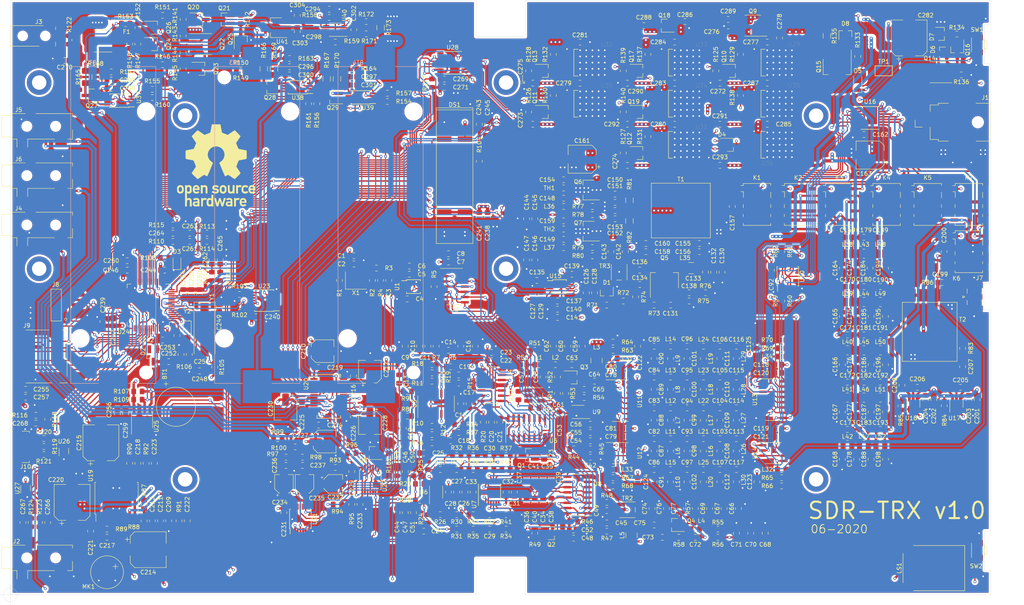
<source format=kicad_pcb>
(kicad_pcb (version 20171130) (host pcbnew 5.1.5+dfsg1-2build2)
  (title_block (title SDR-TRX) (date 2020-06-05) (rev A) (company EmDev))
  (layers (0 F.Cu signal) (1 In1.Cu power) (2 In2.Cu mixed) (31 B.Cu mixed) (34 B.Paste user) (35 F.Paste user) (36 B.SilkS user) (37 F.SilkS user) (38 B.Mask user) (39 F.Mask user) (44 Edge.Cuts user))
  (net 0 "")
  (net 1 "Net-(BT1-Pad1)")
  (net 2 GND)
  (net 3 "Net-(BT2-Pad2)")
  (net 4 "Net-(BT2-Pad1)")
  (net 5 "Net-(BT3-Pad2)")
  (net 6 "Net-(BT4-Pad2)")
  (net 7 +3.3V-RF)
  (net 8 "Net-(C3-Pad2)")
  (net 9 "Net-(C3-Pad1)")
  (net 10 /Modulator/BIAS)
  (net 11 /Modulator/INP-I)
  (net 12 "Net-(C12-Pad1)")
  (net 13 /Modulator/INP-Q)
  (net 14 "Net-(C13-Pad1)")
  (net 15 +5.0V-TX)
  (net 16 /Modulator/I-)
  (net 17 /Modulator/I+)
  (net 18 /Modulator/Q-)
  (net 19 /Modulator/Q+)
  (net 20 "Net-(C24-Pad2)")
  (net 21 /Codec/INP-I)
  (net 22 "Net-(C25-Pad2)")
  (net 23 /Codec/INP-Q)
  (net 24 +5.0V-RX)
  (net 25 "Net-(C29-Pad2)")
  (net 26 "Net-(C29-Pad1)")
  (net 27 "Net-(C30-Pad2)")
  (net 28 "Net-(C30-Pad1)")
  (net 29 /Detector/INP-000)
  (net 30 /Detector/INP-180)
  (net 31 /Detector/INP-090)
  (net 32 /Detector/INP-270)
  (net 33 /Detector/OFFS)
  (net 34 /Detector/BIAS)
  (net 35 "Net-(C57-Pad1)")
  (net 36 "Net-(C61-Pad2)")
  (net 37 /Preamplifier/IN)
  (net 38 "Net-(C63-Pad2)")
  (net 39 "Net-(C63-Pad1)")
  (net 40 /Preamplifier/OUT)
  (net 41 "Net-(C65-Pad2)")
  (net 42 "Net-(C65-Pad1)")
  (net 43 "Net-(C66-Pad1)")
  (net 44 "Net-(C72-Pad2)")
  (net 45 /LNA/IN)
  (net 46 "Net-(C73-Pad2)")
  (net 47 "Net-(C73-Pad1)")
  (net 48 "Net-(C74-Pad1)")
  (net 49 /LNA/OUT)
  (net 50 +5.0V-RF)
  (net 51 "Net-(C82-Pad2)")
  (net 52 "Net-(C82-Pad1)")
  (net 53 "Net-(C83-Pad2)")
  (net 54 "Net-(C83-Pad1)")
  (net 55 "Net-(C84-Pad2)")
  (net 56 "Net-(C84-Pad1)")
  (net 57 "Net-(C85-Pad2)")
  (net 58 "Net-(C85-Pad1)")
  (net 59 "Net-(C86-Pad2)")
  (net 60 "Net-(C86-Pad1)")
  (net 61 +3.3V)
  (net 62 "Net-(C93-Pad2)")
  (net 63 "Net-(C93-Pad1)")
  (net 64 "Net-(C94-Pad2)")
  (net 65 "Net-(C94-Pad1)")
  (net 66 "Net-(C100-Pad1)")
  (net 67 "Net-(C95-Pad1)")
  (net 68 "Net-(C101-Pad1)")
  (net 69 "Net-(C96-Pad1)")
  (net 70 "Net-(C102-Pad1)")
  (net 71 "Net-(C97-Pad1)")
  (net 72 "Net-(C103-Pad2)")
  (net 73 "Net-(C103-Pad1)")
  (net 74 "Net-(C104-Pad2)")
  (net 75 "Net-(C104-Pad1)")
  (net 76 "Net-(C105-Pad2)")
  (net 77 "Net-(C105-Pad1)")
  (net 78 "Net-(C106-Pad2)")
  (net 79 "Net-(C106-Pad1)")
  (net 80 "Net-(C107-Pad2)")
  (net 81 "Net-(C107-Pad1)")
  (net 82 "Net-(C113-Pad2)")
  (net 83 "Net-(C114-Pad2)")
  (net 84 "Net-(C115-Pad2)")
  (net 85 "Net-(C116-Pad2)")
  (net 86 "Net-(C117-Pad2)")
  (net 87 "Net-(C126-Pad1)")
  (net 88 +12V-TX)
  (net 89 "Net-(C131-Pad2)")
  (net 90 "/Power amplifier/IN")
  (net 91 "Net-(C134-Pad2)")
  (net 92 "Net-(C134-Pad1)")
  (net 93 "/Power amplifier/BIASL")
  (net 94 "Net-(C136-Pad2)")
  (net 95 "Net-(C138-Pad2)")
  (net 96 "Net-(C138-Pad1)")
  (net 97 "/Power amplifier/BIASH")
  (net 98 "Net-(C142-Pad2)")
  (net 99 "Net-(C142-Pad1)")
  (net 100 "Net-(C143-Pad2)")
  (net 101 "Net-(C143-Pad1)")
  (net 102 "Net-(C148-Pad2)")
  (net 103 "Net-(C148-Pad1)")
  (net 104 "Net-(C149-Pad2)")
  (net 105 "Net-(C149-Pad1)")
  (net 106 /MCU/TH)
  (net 107 "/Power amplifier/OUT")
  (net 108 "Net-(C157-Pad1)")
  (net 109 /MCU/TL)
  (net 110 +12V-RF)
  (net 111 "Net-(C164-Pad1)")
  (net 112 "Net-(C165-Pad1)")
  (net 113 "Net-(C166-Pad1)")
  (net 114 "Net-(C167-Pad1)")
  (net 115 "Net-(C168-Pad1)")
  (net 116 "Net-(C169-Pad2)")
  (net 117 "Net-(C170-Pad2)")
  (net 118 "Net-(C171-Pad2)")
  (net 119 "Net-(C172-Pad2)")
  (net 120 "Net-(C173-Pad2)")
  (net 121 "Net-(C179-Pad2)")
  (net 122 "Net-(C180-Pad2)")
  (net 123 "Net-(C181-Pad2)")
  (net 124 "Net-(C182-Pad2)")
  (net 125 "Net-(C183-Pad2)")
  (net 126 "Net-(C189-Pad2)")
  (net 127 "Net-(C190-Pad2)")
  (net 128 "Net-(C191-Pad2)")
  (net 129 "Net-(C192-Pad2)")
  (net 130 "Net-(C193-Pad2)")
  (net 131 "/SWR meter/OUT")
  (net 132 "Net-(C199-Pad1)")
  (net 133 /BPF/RX-IN)
  (net 134 "Net-(C200-Pad1)")
  (net 135 +3.3VA)
  (net 136 "Net-(C205-Pad2)")
  (net 137 "Net-(C206-Pad2)")
  (net 138 "Net-(C207-Pad2)")
  (net 139 "Net-(C207-Pad1)")
  (net 140 "Net-(C208-Pad2)")
  (net 141 "Net-(C208-Pad1)")
  (net 142 /Codec/BIAS)
  (net 143 "Net-(C214-Pad2)")
  (net 144 "Net-(C214-Pad1)")
  (net 145 /Codec/HP)
  (net 146 "Net-(C215-Pad1)")
  (net 147 "Net-(C217-Pad2)")
  (net 148 "Net-(C218-Pad2)")
  (net 149 +12V)
  (net 150 "Net-(C222-Pad2)")
  (net 151 "Net-(C222-Pad1)")
  (net 152 "Net-(C223-Pad2)")
  (net 153 "Net-(C223-Pad1)")
  (net 154 "Net-(C226-Pad1)")
  (net 155 "Net-(C232-Pad2)")
  (net 156 "Net-(C232-Pad1)")
  (net 157 "Net-(C234-Pad2)")
  (net 158 "Net-(C234-Pad1)")
  (net 159 "Net-(C235-Pad2)")
  (net 160 "Net-(C235-Pad1)")
  (net 161 +5.0V-BL)
  (net 162 "Net-(C248-Pad1)")
  (net 163 "Net-(C249-Pad1)")
  (net 164 "Net-(C250-Pad1)")
  (net 165 "Net-(C251-Pad2)")
  (net 166 "Net-(C252-Pad2)")
  (net 167 "Net-(C261-Pad1)")
  (net 168 "Net-(C263-Pad1)")
  (net 169 "Net-(C264-Pad1)")
  (net 170 /MCU/DAH)
  (net 171 /MCU/DIT)
  (net 172 +5.0V-USB)
  (net 173 /MCU/PTT-BTN)
  (net 174 /MCU/BAT)
  (net 175 /Battery/~UNPLUG)
  (net 176 "Net-(C295-Pad1)")
  (net 177 "Net-(C296-Pad1)")
  (net 178 "Net-(C297-Pad1)")
  (net 179 /Battery/+5V)
  (net 180 "Net-(C299-Pad1)")
  (net 181 "Net-(C300-Pad1)")
  (net 182 "Net-(C301-Pad1)")
  (net 183 "Net-(C302-Pad2)")
  (net 184 "Net-(C302-Pad1)")
  (net 185 "Net-(D2-Pad3)")
  (net 186 "Net-(D3-Pad2)")
  (net 187 /MCU/PWR-HOLD)
  (net 188 /MCU/PWR-BTN)
  (net 189 /MCU/PWR-HLD)
  (net 190 "Net-(D5-Pad2)")
  (net 191 /Battery/BAT-A)
  (net 192 "Net-(D6-Pad2)")
  (net 193 "Net-(D6-Pad1)")
  (net 194 "Net-(D7-Pad1)")
  (net 195 "Net-(D8-Pad2)")
  (net 196 /MCU/UI-IO1)
  (net 197 /MCU/UI-CLK)
  (net 198 /MCU/UI-NCS)
  (net 199 /MCU/UI-IO0)
  (net 200 "Net-(DS1-Pad8)")
  (net 201 /MCU/UI-INT)
  (net 202 /MCU/UI-IO3)
  (net 203 /MCU/UI-IO2)
  (net 204 "Net-(F1-Pad2)")
  (net 205 /PSU/VIN)
  (net 206 /MCU/P-DIT)
  (net 207 /MCU/P-DAH)
  (net 208 /MCU/PTT)
  (net 209 /Codec/LIN-L)
  (net 210 /Codec/LIN-R)
  (net 211 /Codec/MIC)
  (net 212 /LPF/ANT)
  (net 213 /MCU/SWDIO)
  (net 214 /MCU/SWCLK)
  (net 215 /MCU/SD-D2)
  (net 216 /MCU/SD-D3)
  (net 217 /MCU/SD-CMD)
  (net 218 /MCU/SD-CK)
  (net 219 /MCU/SD-D0)
  (net 220 /MCU/SD-DET)
  (net 221 /MCU/SD-D1)
  (net 222 "Net-(J10-Pad4)")
  (net 223 "Net-(J10-Pad3)")
  (net 224 "Net-(J10-Pad2)")
  (net 225 "Net-(K1-Pad2)")
  (net 226 /LPF/B2IREL)
  (net 227 "Net-(K2-Pad2)")
  (net 228 "Net-(K2-Pad4)")
  (net 229 /LPF/B1IREL)
  (net 230 /LPF/B0IREL)
  (net 231 "Net-(K4-Pad3)")
  (net 232 "Net-(K4-Pad6)")
  (net 233 /LPF/B0OREL)
  (net 234 "Net-(K5-Pad3)")
  (net 235 /LPF/B10REL)
  (net 236 /LPF/TXREL)
  (net 237 "/SWR meter/IN")
  (net 238 /LPF/B2OREL)
  (net 239 "Net-(L1-Pad2)")
  (net 240 "Net-(L31-Pad1)")
  (net 241 "Net-(L32-Pad1)")
  (net 242 "Net-(L33-Pad1)")
  (net 243 "Net-(L34-Pad1)")
  (net 244 "Net-(L36-Pad1)")
  (net 245 "Net-(L37-Pad1)")
  (net 246 "Net-(MK1-Pad2)")
  (net 247 "Net-(Q1-Pad3)")
  (net 248 /BPF/TX-EN)
  (net 249 "Net-(Q2-Pad3)")
  (net 250 /BPF/RX-EN)
  (net 251 "Net-(Q8-Pad3)")
  (net 252 /Codec/EXT-MIC)
  (net 253 "Net-(Q10-Pad3)")
  (net 254 /MCU/TX-PWR)
  (net 255 "Net-(Q11-Pad3)")
  (net 256 /MCU/RX-PWR)
  (net 257 "Net-(Q12-Pad3)")
  (net 258 /MCU/BL-PWR)
  (net 259 "Net-(Q13-Pad3)")
  (net 260 /MCU/USB-PWR)
  (net 261 "Net-(Q15-Pad3)")
  (net 262 "Net-(Q16-Pad1)")
  (net 263 "Net-(Q17-Pad3)")
  (net 264 "Net-(Q20-Pad3)")
  (net 265 "Net-(Q20-Pad1)")
  (net 266 "Net-(Q21-Pad3)")
  (net 267 "Net-(Q21-Pad1)")
  (net 268 "Net-(Q22-Pad4)")
  (net 269 "Net-(Q23-Pad1)")
  (net 270 "Net-(Q24-Pad3)")
  (net 271 "Net-(Q24-Pad1)")
  (net 272 "Net-(Q25-Pad1)")
  (net 273 "Net-(Q26-Pad3)")
  (net 274 "Net-(Q26-Pad1)")
  (net 275 "Net-(Q27-Pad3)")
  (net 276 "Net-(Q27-Pad1)")
  (net 277 "Net-(Q28-Pad3)")
  (net 278 "Net-(Q28-Pad1)")
  (net 279 "Net-(Q29-Pad3)")
  (net 280 "Net-(Q29-Pad1)")
  (net 281 "Net-(R1-Pad2)")
  (net 282 "Net-(R2-Pad2)")
  (net 283 "Net-(R5-Pad2)")
  (net 284 "Net-(R10-Pad1)")
  (net 285 "Net-(R11-Pad1)")
  (net 286 "Net-(R10-Pad2)")
  (net 287 "Net-(R11-Pad2)")
  (net 288 "Net-(R12-Pad2)")
  (net 289 "Net-(R13-Pad2)")
  (net 290 "Net-(R14-Pad2)")
  (net 291 "Net-(R15-Pad2)")
  (net 292 "Net-(R21-Pad2)")
  (net 293 "Net-(R21-Pad1)")
  (net 294 "Net-(R22-Pad2)")
  (net 295 "Net-(R22-Pad1)")
  (net 296 "Net-(R24-Pad2)")
  (net 297 "Net-(R25-Pad2)")
  (net 298 "Net-(R26-Pad2)")
  (net 299 "Net-(R27-Pad2)")
  (net 300 "Net-(R28-Pad2)")
  (net 301 "Net-(R29-Pad2)")
  (net 302 "Net-(R34-Pad2)")
  (net 303 "Net-(R35-Pad2)")
  (net 304 "Net-(R36-Pad2)")
  (net 305 "Net-(R37-Pad2)")
  (net 306 "Net-(R38-Pad1)")
  (net 307 "Net-(R39-Pad1)")
  (net 308 "Net-(R41-Pad1)")
  (net 309 "Net-(R42-Pad1)")
  (net 310 "Net-(R47-Pad2)")
  (net 311 "Net-(R47-Pad1)")
  (net 312 "Net-(R48-Pad2)")
  (net 313 "Net-(R48-Pad1)")
  (net 314 /BPF/B2RX)
  (net 315 /BPF/B2TX)
  (net 316 /BPF/B2#RX)
  (net 317 /BPF/B2#TX)
  (net 318 "Net-(R72-Pad1)")
  (net 319 "Net-(R84-Pad2)")
  (net 320 "Net-(R85-Pad2)")
  (net 321 "Net-(R93-Pad2)")
  (net 322 "Net-(R94-Pad2)")
  (net 323 "Net-(R103-Pad2)")
  (net 324 "Net-(R105-Pad2)")
  (net 325 /Codec/SDA)
  (net 326 "Net-(R108-Pad1)")
  (net 327 /Codec/SCL)
  (net 328 /MCU/FWD)
  (net 329 /MCU/REV)
  (net 330 /MCU/USB-VB)
  (net 331 /MCU/EXT-EN#)
  (net 332 /MCU/USB-DP)
  (net 333 /MCU/USB-DM)
  (net 334 /MCU/USB-ID)
  (net 335 "Net-(R148-Pad2)")
  (net 336 "Net-(R153-Pad2)")
  (net 337 "Net-(R154-Pad1)")
  (net 338 "Net-(R155-Pad2)")
  (net 339 "Net-(R155-Pad1)")
  (net 340 "Net-(R156-Pad2)")
  (net 341 "Net-(R156-Pad1)")
  (net 342 "Net-(R157-Pad1)")
  (net 343 "Net-(R159-Pad2)")
  (net 344 "Net-(R160-Pad2)")
  (net 345 "Net-(R160-Pad1)")
  (net 346 "Net-(R161-Pad2)")
  (net 347 "Net-(R161-Pad1)")
  (net 348 /Modulator/F90)
  (net 349 /Detector/F00)
  (net 350 /Modulator/F00)
  (net 351 /Detector/F90)
  (net 352 "Net-(U4-Pad12)")
  (net 353 "Net-(U4-Pad10)")
  (net 354 "Net-(U4-Pad5)")
  (net 355 "Net-(U4-Pad1)")
  (net 356 /BPF/BAND2)
  (net 357 /BPF/BAND0)
  (net 358 /BPF/BAND1)
  (net 359 /Codec/MCLK)
  (net 360 "Net-(U20-Pad20)")
  (net 361 "Net-(U20-Pad19)")
  (net 362 "Net-(U20-Pad13)")
  (net 363 "Net-(U20-Pad12)")
  (net 364 /Codec/LRCK)
  (net 365 /Codec/SDEXT)
  (net 366 /Codec/SD)
  (net 367 /Codec/SCLK)
  (net 368 "Net-(U23-Pad10)")
  (net 369 "Net-(U23-Pad4)")
  (net 370 /MCU/EXT-DATA)
  (net 371 /MCU/EXT-LAT)
  (net 372 /MCU/EXT-CLK)
  (module sdr-trx:CMS-15113-078S (layer F.Cu) (at 257.5 156.21 270)
    (fp_text reference LS1 (at 0 8.4 270) (layer F.SilkS))
    (fp_text value CMS-15113-078SP)
    (pad 1 smd rect (at 4.826 6.477 270) (size 2.1 2.5) (layers F.Cu F.Paste F.Mask) (net 2 GND))
    (pad 2 smd rect (at -4.826 6.477 270) (size 2.1 2.5) (layers F.Cu F.Paste F.Mask) (net 143 "Net-(C214-Pad2)"))
  )
  (module Symbol:OSHW-Logo_19x20mm_SilkScreen (layer F.Cu) (at 83 58.21)
    (fp_text reference REF** hide)
    (fp_text value OSHW-Logo_19x20mm_SilkScreen hide)
  )
  (module sdr-trx:PPAK (layer F.Cu) (at 217.5 53.21)
    (fp_text reference U36 (at -0.5 4.5) (layer F.SilkS) (effects (font (thickness 0.015))))
    (fp_text value LF33CPT)
    (pad 3 smd rect (at 2.48 0) (size 6.7 6.7) (layers F.Cu F.Paste F.Mask) (net 2 GND))
    (pad 5 smd rect (at -4.17 2.54) (size 3 0.8) (layers F.Cu F.Paste F.Mask) (net 135 +3.3VA))
    (pad 4 smd rect (at -4.17 1.27) (size 3 0.8) (layers F.Cu F.Paste F.Mask))
    (pad 2 smd rect (at -4.17 -1.27) (size 3 0.8) (layers F.Cu F.Paste F.Mask) (net 187 /MCU/PWR-HOLD))
    (pad 1 smd rect (at -4.17 -2.54) (size 3 0.8) (layers F.Cu F.Paste F.Mask) (net 174 /MCU/BAT))
  )
  (module sdr-trx:NHD-4.3-480272FT-CTXL-CTP (layer F.Cu) (at 141 60.71)
    (fp_text reference DS1 (at 0 -17.272) (layer F.SilkS))
    (fp_text value NHD-4.3-480272FT-CTXL-CTP)
    (pad 19 smd rect (at 2.525 11.43) (size 3.5 1.3) (layers F.Cu F.Paste F.Mask) (net 2 GND))
    (pad 20 smd rect (at -2.525 11.43) (size 3.5 1.3) (layers F.Cu F.Paste F.Mask) (net 2 GND))
    (pad 17 smd rect (at 2.525 8.89) (size 3.5 1.3) (layers F.Cu F.Paste F.Mask) (net 161 +5.0V-BL))
    (pad 18 smd rect (at -2.525 8.89) (size 3.5 1.3) (layers F.Cu F.Paste F.Mask) (net 161 +5.0V-BL))
    (pad 15 smd rect (at 2.525 6.35) (size 3.5 1.3) (layers F.Cu F.Paste F.Mask))
    (pad 16 smd rect (at -2.525 6.35) (size 3.5 1.3) (layers F.Cu F.Paste F.Mask))
    (pad 13 smd rect (at 2.525 3.81) (size 3.5 1.3) (layers F.Cu F.Paste F.Mask))
    (pad 14 smd rect (at -2.525 3.81) (size 3.5 1.3) (layers F.Cu F.Paste F.Mask))
    (pad 11 smd rect (at 2.525 1.27) (size 3.5 1.3) (layers F.Cu F.Paste F.Mask) (net 203 /MCU/UI-IO2))
    (pad 12 smd rect (at -2.525 1.27) (size 3.5 1.3) (layers F.Cu F.Paste F.Mask) (net 202 /MCU/UI-IO3))
    (pad 9 smd rect (at 2.525 -1.27) (size 3.5 1.3) (layers F.Cu F.Paste F.Mask))
    (pad 10 smd rect (at -2.525 -1.27) (size 3.5 1.3) (layers F.Cu F.Paste F.Mask))
    (pad 7 smd rect (at 2.525 -3.81) (size 3.5 1.3) (layers F.Cu F.Paste F.Mask) (net 201 /MCU/UI-INT))
    (pad 8 smd rect (at -2.525 -3.81) (size 3.5 1.3) (layers F.Cu F.Paste F.Mask) (net 200 "Net-(DS1-Pad8)"))
    (pad 5 smd rect (at 2.525 -6.35) (size 3.5 1.3) (layers F.Cu F.Paste F.Mask) (net 199 /MCU/UI-IO0))
    (pad 6 smd rect (at -2.525 -6.35) (size 3.5 1.3) (layers F.Cu F.Paste F.Mask) (net 198 /MCU/UI-NCS))
    (pad 3 smd rect (at 2.525 -8.89) (size 3.5 1.3) (layers F.Cu F.Paste F.Mask) (net 197 /MCU/UI-CLK))
    (pad 4 smd rect (at -2.525 -8.89) (size 3.5 1.3) (layers F.Cu F.Paste F.Mask) (net 196 /MCU/UI-IO1))
    (pad 1 smd rect (at 2.525 -11.43) (size 3.5 1.3) (layers F.Cu F.Paste F.Mask) (net 61 +3.3V))
    (pad 2 smd rect (at -2.525 -11.43) (size 3.5 1.3) (layers F.Cu F.Paste F.Mask) (net 2 GND))
    (pad "" np_thru_hole circle (at 12.5 -22.65) (size 6 6) (drill 3.5) (layers *.Cu *.Mask))
    (pad "" np_thru_hole circle (at 12.5 22.65) (size 6 6) (drill 3.5) (layers *.Cu *.Mask))
    (pad "" np_thru_hole circle (at -101 -22.65) (size 6 6) (drill 3.5) (layers *.Cu *.Mask))
    (pad "" np_thru_hole circle (at -101 22.65) (size 6 6) (drill 3.5) (layers *.Cu *.Mask))
  )
  (module Package_SO:TSSOP-14_4.4x5mm_P0.65mm (layer F.Cu) (at 120.5 134.71 90)
    (fp_text reference U22 (at -1.5 3.5 90) (layer F.SilkS))
    (fp_text value 74HC4066PW)
    (pad 14 smd rect (at 2.95 -1.95 90) (size 1.45 0.45) (layers F.Cu F.Paste F.Mask) (net 61 +3.3V))
    (pad 13 smd rect (at 2.95 -1.3 90) (size 1.45 0.45) (layers F.Cu F.Paste F.Mask) (net 252 /Codec/EXT-MIC))
    (pad 12 smd rect (at 2.95 -0.65 90) (size 1.45 0.45) (layers F.Cu F.Paste F.Mask) (net 251 "Net-(Q8-Pad3)"))
    (pad 11 smd rect (at 2.95 0 90) (size 1.45 0.45) (layers F.Cu F.Paste F.Mask) (net 155 "Net-(C232-Pad2)"))
    (pad 10 smd rect (at 2.95 0.65 90) (size 1.45 0.45) (layers F.Cu F.Paste F.Mask) (net 246 "Net-(MK1-Pad2)"))
    (pad 9 smd rect (at 2.95 1.3 90) (size 1.45 0.45) (layers F.Cu F.Paste F.Mask) (net 13 /Modulator/INP-Q))
    (pad 8 smd rect (at 2.95 1.95 90) (size 1.45 0.45) (layers F.Cu F.Paste F.Mask) (net 363 "Net-(U20-Pad12)"))
    (pad 7 smd rect (at -2.95 1.95 90) (size 1.45 0.45) (layers F.Cu F.Paste F.Mask) (net 2 GND))
    (pad 6 smd rect (at -2.95 1.3 90) (size 1.45 0.45) (layers F.Cu F.Paste F.Mask) (net 248 /BPF/TX-EN))
    (pad 5 smd rect (at -2.95 0.65 90) (size 1.45 0.45) (layers F.Cu F.Paste F.Mask) (net 248 /BPF/TX-EN))
    (pad 4 smd rect (at -2.95 0 90) (size 1.45 0.45) (layers F.Cu F.Paste F.Mask) (net 362 "Net-(U20-Pad13)"))
    (pad 3 smd rect (at -2.95 -0.65 90) (size 1.45 0.45) (layers F.Cu F.Paste F.Mask) (net 11 /Modulator/INP-I))
    (pad 2 smd rect (at -2.95 -1.3 90) (size 1.45 0.45) (layers F.Cu F.Paste F.Mask) (net 211 /Codec/MIC))
    (pad 1 smd rect (at -2.95 -1.95 90) (size 1.45 0.45) (layers F.Cu F.Paste F.Mask) (net 155 "Net-(C232-Pad2)"))
  )
  (module Capacitor_SMD:C_0805_2012Metric_Pad1.15x1.40mm_HandSolder (layer F.Cu) (at 249.75 111.71 90)
    (fp_text reference C208 (at 0 -1.75 90) (layer F.SilkS))
    (fp_text value 0.1uF)
    (pad 2 smd roundrect (at 1.025 0 90) (size 1.15 1.4) (layers F.Cu F.Paste F.Mask) (roundrect_rratio 0.217391) (net 140 "Net-(C208-Pad2)"))
    (pad 1 smd roundrect (at -1.025 0 90) (size 1.15 1.4) (layers F.Cu F.Paste F.Mask) (roundrect_rratio 0.217391) (net 141 "Net-(C208-Pad1)"))
  )
  (module Diode_SMD:D_SOT-23_ANK (layer F.Cu) (at 259.3 26.21)
    (fp_text reference D7 (at -2.3 0.75 90) (layer F.SilkS))
    (fp_text value BZX84-C12)
    (pad 1 smd rect (at 1 0) (size 0.9 0.8) (layers F.Cu F.Paste F.Mask) (net 194 "Net-(D7-Pad1)"))
    (pad "" smd rect (at -1 0.95) (size 0.9 0.8) (layers F.Cu F.Paste F.Mask))
    (pad 2 smd rect (at -1 -0.95) (size 0.9 0.8) (layers F.Cu F.Paste F.Mask) (net 2 GND))
  )
  (module Diode_SMD:D_SOT-23_ANK (layer F.Cu) (at 236 26.21 90)
    (fp_text reference D8 (at 2.5 0) (layer F.SilkS))
    (fp_text value BZX84-C2V4)
    (pad 1 smd rect (at 1 0 90) (size 0.9 0.8) (layers F.Cu F.Paste F.Mask) (net 174 /MCU/BAT))
    (pad "" smd rect (at -1 0.95 90) (size 0.9 0.8) (layers F.Cu F.Paste F.Mask))
    (pad 2 smd rect (at -1 -0.95 90) (size 0.9 0.8) (layers F.Cu F.Paste F.Mask) (net 195 "Net-(D8-Pad2)"))
  )
  (module Diode_SMD:D_SOT-23_ANK (layer F.Cu) (at 259.65 31.01 180)
    (fp_text reference D6 (at 2.4 1 90) (layer F.SilkS))
    (fp_text value BZX84-C12)
    (pad 1 smd rect (at 1 0 180) (size 0.9 0.8) (layers F.Cu F.Paste F.Mask) (net 193 "Net-(D6-Pad1)"))
    (pad "" smd rect (at -1 0.95 180) (size 0.9 0.8) (layers F.Cu F.Paste F.Mask))
    (pad 2 smd rect (at -1 -0.95 180) (size 0.9 0.8) (layers F.Cu F.Paste F.Mask) (net 192 "Net-(D6-Pad2)"))
  )
  (module Diode_SMD:D_SOT-23_ANK (layer F.Cu) (at 178 89.21 270)
    (fp_text reference D1 (at -2.5 0 180) (layer F.SilkS))
    (fp_text value BZX84C4V7)
    (pad 1 smd rect (at 1 0 270) (size 0.9 0.8) (layers F.Cu F.Paste F.Mask) (net 87 "Net-(C126-Pad1)"))
    (pad "" smd rect (at -1 0.95 270) (size 0.9 0.8) (layers F.Cu F.Paste F.Mask))
    (pad 2 smd rect (at -1 -0.95 270) (size 0.9 0.8) (layers F.Cu F.Paste F.Mask) (net 2 GND))
  )
  (module Crystal:Crystal_SMD_HC49-SD (layer F.Cu) (at 80.2 98.21 270)
    (fp_text reference Y1 (at -8 -1.75 90) (layer F.SilkS))
    (fp_text value J49SML-A-G-G-K-24M0)
    (pad 2 smd rect (at 4.25 0 270) (size 4.5 2) (layers F.Cu F.Paste F.Mask) (net 162 "Net-(C248-Pad1)"))
    (pad 1 smd rect (at -4.25 0 270) (size 4.5 2) (layers F.Cu F.Paste F.Mask) (net 163 "Net-(C249-Pad1)"))
  )
  (module Crystal:Crystal_SMD_MicroCrystal_MS3V-T1R (layer F.Cu) (at 76 98.21)
    (fp_text reference Y2 (at 0 -4.5 180) (layer F.SilkS))
    (fp_text value MS3V-T1R-32.768KHZ-12.5PF)
    (pad 3 smd rect (at 0 2.475) (size 1.5 2.4) (layers F.Cu F.Paste F.Mask))
    (pad 2 smd rect (at 0.5 -3.125) (size 0.6 1.1) (layers F.Cu F.Paste F.Mask) (net 166 "Net-(C252-Pad2)"))
    (pad 1 smd rect (at -0.5 -3.125) (size 0.6 1.1) (layers F.Cu F.Paste F.Mask) (net 165 "Net-(C251-Pad2)"))
  )
  (module Oscillator:Oscillator_SMD_Abracon_ASE-4Pin_3.2x2.5mm_HandSoldering (layer F.Cu) (at 117 86.21)
    (fp_text reference X1 (at 0 3) (layer F.SilkS))
    (fp_text value ASTX-H11-27.000MHZ)
    (pad 4 smd rect (at -1.375 -1.1) (size 1.95 1.65) (layers F.Cu F.Paste F.Mask) (net 7 +3.3V-RF))
    (pad 3 smd rect (at 1.375 -1.1) (size 1.95 1.65) (layers F.Cu F.Paste F.Mask) (net 282 "Net-(R2-Pad2)"))
    (pad 2 smd rect (at 1.375 1.1) (size 1.95 1.65) (layers F.Cu F.Paste F.Mask) (net 2 GND))
    (pad 1 smd rect (at -1.375 1.1) (size 1.95 1.65) (layers F.Cu F.Paste F.Mask) (net 281 "Net-(R1-Pad2)"))
  )
  (module Package_TO_SOT_SMD:SOT-89-3_Handsoldering (layer F.Cu) (at 98 24.71 180)
    (fp_text reference U41 (at -1.1 -3.4) (layer F.SilkS))
    (fp_text value S-812C50A)
    (pad 2 smd trapezoid (at -0.37 0 270) (size 1.5 0.75) (rect_delta 0 0.5) (layers F.Cu F.Paste F.Mask) (net 4 "Net-(BT2-Pad1)"))
    (pad 2 smd rect (at 1.98 0 90) (size 2 4) (layers F.Cu F.Paste F.Mask) (net 4 "Net-(BT2-Pad1)"))
    (pad 3 smd rect (at -1.98 1.5 90) (size 1 2.5) (layers F.Cu F.Paste F.Mask) (net 179 /Battery/+5V))
    (pad 2 smd rect (at -1.98 0 90) (size 1 2.5) (layers F.Cu F.Paste F.Mask) (net 4 "Net-(BT2-Pad1)"))
    (pad 1 smd rect (at -1.98 -1.5 90) (size 1 2.5) (layers F.Cu F.Paste F.Mask) (net 2 GND))
  )
  (module Package_SO:VSSOP-10_3x3mm_P0.5mm (layer F.Cu) (at 112 25.21 180)
    (fp_text reference U40 (at -2.25 3.5 90) (layer F.SilkS))
    (fp_text value INA300)
    (pad 10 smd roundrect (at 2.2 -1 180) (size 1.45 0.3) (layers F.Cu F.Paste F.Mask))
    (pad 9 smd roundrect (at 2.2 -0.5 180) (size 1.45 0.3) (layers F.Cu F.Paste F.Mask) (net 179 /Battery/+5V))
    (pad 8 smd roundrect (at 2.2 0 180) (size 1.45 0.3) (layers F.Cu F.Paste F.Mask) (net 2 GND))
    (pad 7 smd roundrect (at 2.2 0.5 180) (size 1.45 0.3) (layers F.Cu F.Paste F.Mask) (net 179 /Battery/+5V))
    (pad 6 smd roundrect (at 2.2 1 180) (size 1.45 0.3) (layers F.Cu F.Paste F.Mask) (net 175 /Battery/~UNPLUG))
    (pad 5 smd roundrect (at -2.2 1 180) (size 1.45 0.3) (layers F.Cu F.Paste F.Mask) (net 265 "Net-(Q20-Pad1)"))
    (pad 4 smd roundrect (at -2.2 0.5 180) (size 1.45 0.3) (layers F.Cu F.Paste F.Mask) (net 179 /Battery/+5V))
    (pad 3 smd roundrect (at -2.2 0 180) (size 1.45 0.3) (layers F.Cu F.Paste F.Mask) (net 343 "Net-(R159-Pad2)"))
    (pad 2 smd roundrect (at -2.2 -0.5 180) (size 1.45 0.3) (layers F.Cu F.Paste F.Mask) (net 183 "Net-(C302-Pad2)"))
    (pad 1 smd roundrect (at -2.2 -1 180) (size 1.45 0.3) (layers F.Cu F.Paste F.Mask) (net 184 "Net-(C302-Pad1)"))
  )
  (module Package_SO:TSSOP-8_4.4x3mm_P0.65mm (layer F.Cu) (at 118.15 41.66 180)
    (fp_text reference U39 (at -1.75 -2.55) (layer F.SilkS))
    (fp_text value S-8209A)
    (pad 8 smd rect (at 2.95 -0.975 180) (size 1.45 0.45) (layers F.Cu F.Paste F.Mask) (net 280 "Net-(Q29-Pad1)"))
    (pad 7 smd rect (at 2.95 -0.325 180) (size 1.45 0.45) (layers F.Cu F.Paste F.Mask) (net 346 "Net-(R161-Pad2)"))
    (pad 6 smd rect (at 2.95 0.325 180) (size 1.45 0.45) (layers F.Cu F.Paste F.Mask) (net 340 "Net-(R156-Pad2)"))
    (pad 5 smd rect (at 2.95 0.975 180) (size 1.45 0.45) (layers F.Cu F.Paste F.Mask) (net 6 "Net-(BT4-Pad2)"))
    (pad 4 smd rect (at -2.95 0.975 180) (size 1.45 0.45) (layers F.Cu F.Paste F.Mask) (net 178 "Net-(C297-Pad1)"))
    (pad 3 smd rect (at -2.95 0.325 180) (size 1.45 0.45) (layers F.Cu F.Paste F.Mask) (net 182 "Net-(C301-Pad1)"))
    (pad 2 smd rect (at -2.95 -0.325 180) (size 1.45 0.45) (layers F.Cu F.Paste F.Mask) (net 342 "Net-(R157-Pad1)"))
    (pad 1 smd rect (at -2.95 -0.975 180) (size 1.45 0.45) (layers F.Cu F.Paste F.Mask) (net 337 "Net-(R154-Pad1)"))
  )
  (module Package_SO:TSSOP-8_4.4x3mm_P0.65mm (layer F.Cu) (at 102.85 39.21 180)
    (fp_text reference U38 (at 0 -2.55) (layer F.SilkS))
    (fp_text value S-8209A)
    (pad 8 smd rect (at 2.95 -0.975 180) (size 1.45 0.45) (layers F.Cu F.Paste F.Mask) (net 278 "Net-(Q28-Pad1)"))
    (pad 7 smd rect (at 2.95 -0.325 180) (size 1.45 0.45) (layers F.Cu F.Paste F.Mask) (net 344 "Net-(R160-Pad2)"))
    (pad 6 smd rect (at 2.95 0.325 180) (size 1.45 0.45) (layers F.Cu F.Paste F.Mask) (net 338 "Net-(R155-Pad2)"))
    (pad 5 smd rect (at 2.95 0.975 180) (size 1.45 0.45) (layers F.Cu F.Paste F.Mask) (net 5 "Net-(BT3-Pad2)"))
    (pad 4 smd rect (at -2.95 0.975 180) (size 1.45 0.45) (layers F.Cu F.Paste F.Mask) (net 177 "Net-(C296-Pad1)"))
    (pad 3 smd rect (at -2.95 0.325 180) (size 1.45 0.45) (layers F.Cu F.Paste F.Mask) (net 181 "Net-(C300-Pad1)"))
    (pad 2 smd rect (at -2.95 -0.325 180) (size 1.45 0.45) (layers F.Cu F.Paste F.Mask) (net 341 "Net-(R156-Pad1)"))
    (pad 1 smd rect (at -2.95 -0.975 180) (size 1.45 0.45) (layers F.Cu F.Paste F.Mask) (net 347 "Net-(R161-Pad1)"))
  )
  (module Package_SO:TSSOP-8_4.4x3mm_P0.65mm (layer F.Cu) (at 59.5 42.46 180)
    (fp_text reference U37 (at -4.75 0.75 90) (layer F.SilkS))
    (fp_text value S-8209A)
    (pad 8 smd rect (at 2.95 -0.975 180) (size 1.45 0.45) (layers F.Cu F.Paste F.Mask) (net 276 "Net-(Q27-Pad1)"))
    (pad 7 smd rect (at 2.95 -0.325 180) (size 1.45 0.45) (layers F.Cu F.Paste F.Mask) (net 336 "Net-(R153-Pad2)"))
    (pad 6 smd rect (at 2.95 0.325 180) (size 1.45 0.45) (layers F.Cu F.Paste F.Mask) (net 335 "Net-(R148-Pad2)"))
    (pad 5 smd rect (at 2.95 0.975 180) (size 1.45 0.45) (layers F.Cu F.Paste F.Mask) (net 3 "Net-(BT2-Pad2)"))
    (pad 4 smd rect (at -2.95 0.975 180) (size 1.45 0.45) (layers F.Cu F.Paste F.Mask) (net 176 "Net-(C295-Pad1)"))
    (pad 3 smd rect (at -2.95 0.325 180) (size 1.45 0.45) (layers F.Cu F.Paste F.Mask) (net 180 "Net-(C299-Pad1)"))
    (pad 2 smd rect (at -2.95 -0.325 180) (size 1.45 0.45) (layers F.Cu F.Paste F.Mask) (net 339 "Net-(R155-Pad1)"))
    (pad 1 smd rect (at -2.95 -0.975 180) (size 1.45 0.45) (layers F.Cu F.Paste F.Mask) (net 345 "Net-(R160-Pad1)"))
  )
  (module sdr-trx:PPAK (layer F.Cu) (at 217.5 43.21)
    (fp_text reference U35 (at 6 -4.5 180) (layer F.SilkS) (effects (font (thickness 0.015))))
    (fp_text value LF33CPT)
    (pad 3 smd rect (at 2.48 0) (size 6.7 6.7) (layers F.Cu F.Paste F.Mask) (net 2 GND))
    (pad 5 smd rect (at -4.17 2.54) (size 3 0.8) (layers F.Cu F.Paste F.Mask) (net 61 +3.3V))
    (pad 4 smd rect (at -4.17 1.27) (size 3 0.8) (layers F.Cu F.Paste F.Mask))
    (pad 2 smd rect (at -4.17 -1.27) (size 3 0.8) (layers F.Cu F.Paste F.Mask) (net 187 /MCU/PWR-HOLD))
    (pad 1 smd rect (at -4.17 -2.54) (size 3 0.8) (layers F.Cu F.Paste F.Mask) (net 174 /MCU/BAT))
  )
  (module sdr-trx:PPAK (layer F.Cu) (at 195.02 43.21)
    (fp_text reference U34 (at 5.98 -4.435) (layer F.SilkS) (effects (font (thickness 0.015))))
    (fp_text value LF33CPT)
    (pad 3 smd rect (at 2.48 0) (size 6.7 6.7) (layers F.Cu F.Paste F.Mask) (net 2 GND))
    (pad 5 smd rect (at -4.17 2.54) (size 3 0.8) (layers F.Cu F.Paste F.Mask) (net 7 +3.3V-RF))
    (pad 4 smd rect (at -4.17 1.27) (size 3 0.8) (layers F.Cu F.Paste F.Mask))
    (pad 2 smd rect (at -4.17 -1.27) (size 3 0.8) (layers F.Cu F.Paste F.Mask) (net 263 "Net-(Q17-Pad3)"))
    (pad 1 smd rect (at -4.17 -2.54) (size 3 0.8) (layers F.Cu F.Paste F.Mask) (net 174 /MCU/BAT))
  )
  (module sdr-trx:PPAK (layer F.Cu) (at 195 33.21)
    (fp_text reference U33 (at 6 -4.435) (layer F.SilkS) (effects (font (thickness 0.015))))
    (fp_text value LF50ABPT)
    (pad 3 smd rect (at 2.48 0) (size 6.7 6.7) (layers F.Cu F.Paste F.Mask) (net 2 GND))
    (pad 5 smd rect (at -4.17 2.54) (size 3 0.8) (layers F.Cu F.Paste F.Mask) (net 50 +5.0V-RF))
    (pad 4 smd rect (at -4.17 1.27) (size 3 0.8) (layers F.Cu F.Paste F.Mask))
    (pad 2 smd rect (at -4.17 -1.27) (size 3 0.8) (layers F.Cu F.Paste F.Mask) (net 263 "Net-(Q17-Pad3)"))
    (pad 1 smd rect (at -4.17 -2.54) (size 3 0.8) (layers F.Cu F.Paste F.Mask) (net 174 /MCU/BAT))
  )
  (module sdr-trx:PPAK (layer F.Cu) (at 172 33.21)
    (fp_text reference U32 (at 6 -4.435) (layer F.SilkS) (effects (font (thickness 0.015))))
    (fp_text value LF50ABPT)
    (pad 3 smd rect (at 2.48 0) (size 6.7 6.7) (layers F.Cu F.Paste F.Mask) (net 2 GND))
    (pad 5 smd rect (at -4.17 2.54) (size 3 0.8) (layers F.Cu F.Paste F.Mask) (net 172 +5.0V-USB))
    (pad 4 smd rect (at -4.17 1.27) (size 3 0.8) (layers F.Cu F.Paste F.Mask))
    (pad 2 smd rect (at -4.17 -1.27) (size 3 0.8) (layers F.Cu F.Paste F.Mask) (net 259 "Net-(Q13-Pad3)"))
    (pad 1 smd rect (at -4.17 -2.54) (size 3 0.8) (layers F.Cu F.Paste F.Mask) (net 174 /MCU/BAT))
  )
  (module sdr-trx:PPAK (layer F.Cu) (at 195.02 53.21)
    (fp_text reference U31 (at 5.98 -4.435) (layer F.SilkS) (effects (font (thickness 0.015))))
    (fp_text value LF50ABPT)
    (pad 3 smd rect (at 2.48 0) (size 6.7 6.7) (layers F.Cu F.Paste F.Mask) (net 2 GND))
    (pad 5 smd rect (at -4.17 2.54) (size 3 0.8) (layers F.Cu F.Paste F.Mask) (net 161 +5.0V-BL))
    (pad 4 smd rect (at -4.17 1.27) (size 3 0.8) (layers F.Cu F.Paste F.Mask))
    (pad 2 smd rect (at -4.17 -1.27) (size 3 0.8) (layers F.Cu F.Paste F.Mask) (net 257 "Net-(Q12-Pad3)"))
    (pad 1 smd rect (at -4.17 -2.54) (size 3 0.8) (layers F.Cu F.Paste F.Mask) (net 174 /MCU/BAT))
  )
  (module sdr-trx:PPAK (layer F.Cu) (at 172.02 43.21)
    (fp_text reference U30 (at 5.98 -4.435) (layer F.SilkS) (effects (font (thickness 0.015))))
    (fp_text value LF50ABPT)
    (pad 3 smd rect (at 2.48 0) (size 6.7 6.7) (layers F.Cu F.Paste F.Mask) (net 2 GND))
    (pad 5 smd rect (at -4.17 2.54) (size 3 0.8) (layers F.Cu F.Paste F.Mask) (net 24 +5.0V-RX))
    (pad 4 smd rect (at -4.17 1.27) (size 3 0.8) (layers F.Cu F.Paste F.Mask))
    (pad 2 smd rect (at -4.17 -1.27) (size 3 0.8) (layers F.Cu F.Paste F.Mask) (net 255 "Net-(Q11-Pad3)"))
    (pad 1 smd rect (at -4.17 -2.54) (size 3 0.8) (layers F.Cu F.Paste F.Mask) (net 174 /MCU/BAT))
  )
  (module sdr-trx:PPAK (layer F.Cu) (at 217.52 33.21)
    (fp_text reference U29 (at 5.98 -4.5 180) (layer F.SilkS) (effects (font (thickness 0.015))))
    (fp_text value LF50ABPT)
    (pad 3 smd rect (at 2.48 0) (size 6.7 6.7) (layers F.Cu F.Paste F.Mask) (net 2 GND))
    (pad 5 smd rect (at -4.17 2.54) (size 3 0.8) (layers F.Cu F.Paste F.Mask) (net 15 +5.0V-TX))
    (pad 4 smd rect (at -4.17 1.27) (size 3 0.8) (layers F.Cu F.Paste F.Mask))
    (pad 2 smd rect (at -4.17 -1.27) (size 3 0.8) (layers F.Cu F.Paste F.Mask) (net 253 "Net-(Q10-Pad3)"))
    (pad 1 smd rect (at -4.17 -2.54) (size 3 0.8) (layers F.Cu F.Paste F.Mask) (net 174 /MCU/BAT))
  )
  (module Package_SO:TSSOP-16_4.4x5mm_P0.65mm (layer F.Cu) (at 140.5 33.21 180)
    (fp_text reference U28 (at 0 3.7) (layer F.SilkS))
    (fp_text value SN74HC595P)
    (pad 16 smd rect (at 2.95 -2.275 180) (size 1.5 0.45) (layers F.Cu F.Paste F.Mask) (net 61 +3.3V))
    (pad 15 smd rect (at 2.95 -1.625 180) (size 1.5 0.45) (layers F.Cu F.Paste F.Mask) (net 357 /BPF/BAND0))
    (pad 14 smd rect (at 2.95 -0.975 180) (size 1.5 0.45) (layers F.Cu F.Paste F.Mask) (net 370 /MCU/EXT-DATA))
    (pad 13 smd rect (at 2.95 -0.325 180) (size 1.5 0.45) (layers F.Cu F.Paste F.Mask) (net 331 /MCU/EXT-EN#))
    (pad 12 smd rect (at 2.95 0.325 180) (size 1.5 0.45) (layers F.Cu F.Paste F.Mask) (net 371 /MCU/EXT-LAT))
    (pad 11 smd rect (at 2.95 0.975 180) (size 1.5 0.45) (layers F.Cu F.Paste F.Mask) (net 372 /MCU/EXT-CLK))
    (pad 10 smd rect (at 2.95 1.625 180) (size 1.5 0.45) (layers F.Cu F.Paste F.Mask) (net 61 +3.3V))
    (pad 9 smd rect (at 2.95 2.275 180) (size 1.5 0.45) (layers F.Cu F.Paste F.Mask))
    (pad 8 smd rect (at -2.95 2.275 180) (size 1.5 0.45) (layers F.Cu F.Paste F.Mask) (net 2 GND))
    (pad 7 smd rect (at -2.95 1.625 180) (size 1.5 0.45) (layers F.Cu F.Paste F.Mask) (net 252 /Codec/EXT-MIC))
    (pad 6 smd rect (at -2.95 0.975 180) (size 1.5 0.45) (layers F.Cu F.Paste F.Mask) (net 260 /MCU/USB-PWR))
    (pad 5 smd rect (at -2.95 0.325 180) (size 1.5 0.45) (layers F.Cu F.Paste F.Mask) (net 258 /MCU/BL-PWR))
    (pad 4 smd rect (at -2.95 -0.325 180) (size 1.5 0.45) (layers F.Cu F.Paste F.Mask) (net 256 /MCU/RX-PWR))
    (pad 3 smd rect (at -2.95 -0.975 180) (size 1.5 0.45) (layers F.Cu F.Paste F.Mask) (net 254 /MCU/TX-PWR))
    (pad 2 smd rect (at -2.95 -1.625 180) (size 1.5 0.45) (layers F.Cu F.Paste F.Mask) (net 356 /BPF/BAND2))
    (pad 1 smd rect (at -2.95 -2.275 180) (size 1.5 0.45) (layers F.Cu F.Paste F.Mask) (net 358 /BPF/BAND1))
  )
  (module Package_TO_SOT_SMD:SOT-363_SC-70-6 (layer F.Cu) (at 36.7 136.76 90)
    (fp_text reference U27 (at 0 -2 90) (layer F.SilkS))
    (fp_text value NUP4202)
    (pad 6 smd rect (at 0.95 -0.65 90) (size 0.65 0.4) (layers F.Cu F.Paste F.Mask))
    (pad 4 smd rect (at 0.95 0.65 90) (size 0.65 0.4) (layers F.Cu F.Paste F.Mask) (net 173 /MCU/PTT-BTN))
    (pad 2 smd rect (at -0.95 0 90) (size 0.65 0.4) (layers F.Cu F.Paste F.Mask) (net 2 GND))
    (pad 5 smd rect (at 0.95 0 90) (size 0.65 0.4) (layers F.Cu F.Paste F.Mask) (net 61 +3.3V))
    (pad 3 smd rect (at -0.95 0.65 90) (size 0.65 0.4) (layers F.Cu F.Paste F.Mask) (net 170 /MCU/DAH))
    (pad 1 smd rect (at -0.95 -0.65 90) (size 0.65 0.4) (layers F.Cu F.Paste F.Mask) (net 171 /MCU/DIT))
  )
  (module Package_TO_SOT_SMD:SOT-363_SC-70-6 (layer F.Cu) (at 46 127.71 90)
    (fp_text reference U26 (at 2.35 0.05 180) (layer F.SilkS))
    (fp_text value NUP4202)
    (pad 6 smd rect (at 0.95 -0.65 90) (size 0.65 0.4) (layers F.Cu F.Paste F.Mask) (net 333 /MCU/USB-DM))
    (pad 4 smd rect (at 0.95 0.65 90) (size 0.65 0.4) (layers F.Cu F.Paste F.Mask))
    (pad 2 smd rect (at -0.95 0 90) (size 0.65 0.4) (layers F.Cu F.Paste F.Mask) (net 2 GND))
    (pad 5 smd rect (at 0.95 0 90) (size 0.65 0.4) (layers F.Cu F.Paste F.Mask) (net 172 +5.0V-USB))
    (pad 3 smd rect (at -0.95 0.65 90) (size 0.65 0.4) (layers F.Cu F.Paste F.Mask) (net 332 /MCU/USB-DP))
    (pad 1 smd rect (at -0.95 -0.65 90) (size 0.65 0.4) (layers F.Cu F.Paste F.Mask) (net 334 /MCU/USB-ID))
  )
  (module Package_SO:SOIC-8_3.9x4.9mm_P1.27mm (layer F.Cu) (at 65 120.21 90)
    (fp_text reference U25 (at -1.5 3.5 90) (layer F.SilkS))
    (fp_text value M24C64-RDW)
    (pad 8 smd roundrect (at 2.475 -1.905 90) (size 1.95 0.6) (layers F.Cu F.Paste F.Mask) (net 61 +3.3V))
    (pad 7 smd roundrect (at 2.475 -0.635 90) (size 1.95 0.6) (layers F.Cu F.Paste F.Mask) (net 2 GND))
    (pad 6 smd roundrect (at 2.475 0.635 90) (size 1.95 0.6) (layers F.Cu F.Paste F.Mask) (net 327 /Codec/SCL))
    (pad 5 smd roundrect (at 2.475 1.905 90) (size 1.95 0.6) (layers F.Cu F.Paste F.Mask) (net 325 /Codec/SDA))
    (pad 4 smd roundrect (at -2.475 1.905 90) (size 1.95 0.6) (layers F.Cu F.Paste F.Mask) (net 2 GND))
    (pad 3 smd roundrect (at -2.475 0.635 90) (size 1.95 0.6) (layers F.Cu F.Paste F.Mask) (net 2 GND))
    (pad 2 smd roundrect (at -2.475 -0.635 90) (size 1.95 0.6) (layers F.Cu F.Paste F.Mask) (net 2 GND))
    (pad 1 smd roundrect (at -2.475 -1.905 90) (size 1.95 0.6) (layers F.Cu F.Paste F.Mask) (net 2 GND))
  )
  (module Package_QFP:LQFP-64_10x10mm_P0.5mm (layer F.Cu) (at 66.5 92.21 180)
    (fp_text reference U24 (at 6 -6.5) (layer F.SilkS))
    (fp_text value STM32F413RHTx)
    (pad 64 smd roundrect (at -3.75 -5.675 180) (size 0.3 1.55) (layers F.Cu F.Paste F.Mask) (net 61 +3.3V))
    (pad 63 smd roundrect (at -3.25 -5.675 180) (size 0.3 1.55) (layers F.Cu F.Paste F.Mask) (net 2 GND))
    (pad 62 smd roundrect (at -2.75 -5.675 180) (size 0.3 1.55) (layers F.Cu F.Paste F.Mask) (net 201 /MCU/UI-INT))
    (pad 61 smd roundrect (at -2.25 -5.675 180) (size 0.3 1.55) (layers F.Cu F.Paste F.Mask) (net 370 /MCU/EXT-DATA))
    (pad 60 smd roundrect (at -1.75 -5.675 180) (size 0.3 1.55) (layers F.Cu F.Paste F.Mask) (net 2 GND))
    (pad 59 smd roundrect (at -1.25 -5.675 180) (size 0.3 1.55) (layers F.Cu F.Paste F.Mask) (net 325 /Codec/SDA))
    (pad 58 smd roundrect (at -0.75 -5.675 180) (size 0.3 1.55) (layers F.Cu F.Paste F.Mask) (net 327 /Codec/SCL))
    (pad 57 smd roundrect (at -0.25 -5.675 180) (size 0.3 1.55) (layers F.Cu F.Paste F.Mask) (net 216 /MCU/SD-D3))
    (pad 56 smd roundrect (at 0.25 -5.675 180) (size 0.3 1.55) (layers F.Cu F.Paste F.Mask) (net 219 /MCU/SD-D0))
    (pad 55 smd roundrect (at 0.75 -5.675 180) (size 0.3 1.55) (layers F.Cu F.Paste F.Mask) (net 220 /MCU/SD-DET))
    (pad 54 smd roundrect (at 1.25 -5.675 180) (size 0.3 1.55) (layers F.Cu F.Paste F.Mask) (net 217 /MCU/SD-CMD))
    (pad 53 smd roundrect (at 1.75 -5.675 180) (size 0.3 1.55) (layers F.Cu F.Paste F.Mask) (net 218 /MCU/SD-CK))
    (pad 52 smd roundrect (at 2.25 -5.675 180) (size 0.3 1.55) (layers F.Cu F.Paste F.Mask) (net 198 /MCU/UI-NCS))
    (pad 51 smd roundrect (at 2.75 -5.675 180) (size 0.3 1.55) (layers F.Cu F.Paste F.Mask) (net 215 /MCU/SD-D2))
    (pad 50 smd roundrect (at 3.25 -5.675 180) (size 0.3 1.55) (layers F.Cu F.Paste F.Mask))
    (pad 49 smd roundrect (at 3.75 -5.675 180) (size 0.3 1.55) (layers F.Cu F.Paste F.Mask) (net 214 /MCU/SWCLK))
    (pad 48 smd roundrect (at 5.675 -3.75 180) (size 1.55 0.3) (layers F.Cu F.Paste F.Mask) (net 61 +3.3V))
    (pad 47 smd roundrect (at 5.675 -3.25 180) (size 1.55 0.3) (layers F.Cu F.Paste F.Mask) (net 2 GND))
    (pad 46 smd roundrect (at 5.675 -2.75 180) (size 1.55 0.3) (layers F.Cu F.Paste F.Mask) (net 213 /MCU/SWDIO))
    (pad 45 smd roundrect (at 5.675 -2.25 180) (size 1.55 0.3) (layers F.Cu F.Paste F.Mask) (net 332 /MCU/USB-DP))
    (pad 44 smd roundrect (at 5.675 -1.75 180) (size 1.55 0.3) (layers F.Cu F.Paste F.Mask) (net 333 /MCU/USB-DM))
    (pad 43 smd roundrect (at 5.675 -1.25 180) (size 1.55 0.3) (layers F.Cu F.Paste F.Mask) (net 334 /MCU/USB-ID))
    (pad 42 smd roundrect (at 5.675 -0.75 180) (size 1.55 0.3) (layers F.Cu F.Paste F.Mask) (net 330 /MCU/USB-VB))
    (pad 41 smd roundrect (at 5.675 -0.25 180) (size 1.55 0.3) (layers F.Cu F.Paste F.Mask) (net 221 /MCU/SD-D1))
    (pad 40 smd roundrect (at 5.675 0.25 180) (size 1.55 0.3) (layers F.Cu F.Paste F.Mask) (net 173 /MCU/PTT-BTN))
    (pad 39 smd roundrect (at 5.675 0.75 180) (size 1.55 0.3) (layers F.Cu F.Paste F.Mask) (net 171 /MCU/DIT))
    (pad 38 smd roundrect (at 5.675 1.25 180) (size 1.55 0.3) (layers F.Cu F.Paste F.Mask) (net 170 /MCU/DAH))
    (pad 37 smd roundrect (at 5.675 1.75 180) (size 1.55 0.3) (layers F.Cu F.Paste F.Mask) (net 359 /Codec/MCLK))
    (pad 36 smd roundrect (at 5.675 2.25 180) (size 1.55 0.3) (layers F.Cu F.Paste F.Mask) (net 366 /Codec/SD))
    (pad 35 smd roundrect (at 5.675 2.75 180) (size 1.55 0.3) (layers F.Cu F.Paste F.Mask) (net 365 /Codec/SDEXT))
    (pad 34 smd roundrect (at 5.675 3.25 180) (size 1.55 0.3) (layers F.Cu F.Paste F.Mask) (net 367 /Codec/SCLK))
    (pad 33 smd roundrect (at 5.675 3.75 180) (size 1.55 0.3) (layers F.Cu F.Paste F.Mask) (net 364 /Codec/LRCK))
    (pad 32 smd roundrect (at 3.75 5.675 180) (size 0.3 1.55) (layers F.Cu F.Paste F.Mask) (net 61 +3.3V))
    (pad 31 smd roundrect (at 3.25 5.675 180) (size 0.3 1.55) (layers F.Cu F.Paste F.Mask) (net 2 GND))
    (pad 30 smd roundrect (at 2.75 5.675 180) (size 0.3 1.55) (layers F.Cu F.Paste F.Mask) (net 164 "Net-(C250-Pad1)"))
    (pad 29 smd roundrect (at 2.25 5.675 180) (size 0.3 1.55) (layers F.Cu F.Paste F.Mask) (net 331 /MCU/EXT-EN#))
    (pad 28 smd roundrect (at 1.75 5.675 180) (size 0.3 1.55) (layers F.Cu F.Paste F.Mask) (net 371 /MCU/EXT-LAT))
    (pad 27 smd roundrect (at 1.25 5.675 180) (size 0.3 1.55) (layers F.Cu F.Paste F.Mask) (net 197 /MCU/UI-CLK))
    (pad 26 smd roundrect (at 0.75 5.675 180) (size 0.3 1.55) (layers F.Cu F.Paste F.Mask) (net 372 /MCU/EXT-CLK))
    (pad 25 smd roundrect (at 0.25 5.675 180) (size 0.3 1.55) (layers F.Cu F.Paste F.Mask) (net 202 /MCU/UI-IO3))
    (pad 24 smd roundrect (at -0.25 5.675 180) (size 0.3 1.55) (layers F.Cu F.Paste F.Mask) (net 203 /MCU/UI-IO2))
    (pad 23 smd roundrect (at -0.75 5.675 180) (size 0.3 1.55) (layers F.Cu F.Paste F.Mask) (net 196 /MCU/UI-IO1))
    (pad 22 smd roundrect (at -1.25 5.675 180) (size 0.3 1.55) (layers F.Cu F.Paste F.Mask) (net 199 /MCU/UI-IO0))
    (pad 21 smd roundrect (at -1.75 5.675 180) (size 0.3 1.55) (layers F.Cu F.Paste F.Mask) (net 326 "Net-(R108-Pad1)"))
    (pad 20 smd roundrect (at -2.25 5.675 180) (size 0.3 1.55) (layers F.Cu F.Paste F.Mask) (net 169 "Net-(C264-Pad1)"))
    (pad 19 smd roundrect (at -2.75 5.675 180) (size 0.3 1.55) (layers F.Cu F.Paste F.Mask) (net 61 +3.3V))
    (pad 18 smd roundrect (at -3.25 5.675 180) (size 0.3 1.55) (layers F.Cu F.Paste F.Mask) (net 2 GND))
    (pad 17 smd roundrect (at -3.75 5.675 180) (size 0.3 1.55) (layers F.Cu F.Paste F.Mask) (net 167 "Net-(C261-Pad1)"))
    (pad 16 smd roundrect (at -5.675 3.75 180) (size 1.55 0.3) (layers F.Cu F.Paste F.Mask) (net 168 "Net-(C263-Pad1)"))
    (pad 15 smd roundrect (at -5.675 3.25 180) (size 1.55 0.3) (layers F.Cu F.Paste F.Mask) (net 109 /MCU/TL))
    (pad 14 smd roundrect (at -5.675 2.75 180) (size 1.55 0.3) (layers F.Cu F.Paste F.Mask) (net 106 /MCU/TH))
    (pad 13 smd roundrect (at -5.675 2.25 180) (size 1.55 0.3) (layers F.Cu F.Paste F.Mask) (net 135 +3.3VA))
    (pad 12 smd roundrect (at -5.675 1.75 180) (size 1.55 0.3) (layers F.Cu F.Paste F.Mask) (net 2 GND))
    (pad 11 smd roundrect (at -5.675 1.25 180) (size 1.55 0.3) (layers F.Cu F.Paste F.Mask))
    (pad 10 smd roundrect (at -5.675 0.75 180) (size 1.55 0.3) (layers F.Cu F.Paste F.Mask) (net 188 /MCU/PWR-BTN))
    (pad 9 smd roundrect (at -5.675 0.25 180) (size 1.55 0.3) (layers F.Cu F.Paste F.Mask) (net 323 "Net-(R103-Pad2)"))
    (pad 8 smd roundrect (at -5.675 -0.25 180) (size 1.55 0.3) (layers F.Cu F.Paste F.Mask) (net 248 /BPF/TX-EN))
    (pad 7 smd roundrect (at -5.675 -0.75 180) (size 1.55 0.3) (layers F.Cu F.Paste F.Mask) (net 324 "Net-(R105-Pad2)"))
    (pad 6 smd roundrect (at -5.675 -1.25 180) (size 1.55 0.3) (layers F.Cu F.Paste F.Mask) (net 163 "Net-(C249-Pad1)"))
    (pad 5 smd roundrect (at -5.675 -1.75 180) (size 1.55 0.3) (layers F.Cu F.Paste F.Mask) (net 162 "Net-(C248-Pad1)"))
    (pad 4 smd roundrect (at -5.675 -2.25 180) (size 1.55 0.3) (layers F.Cu F.Paste F.Mask) (net 166 "Net-(C252-Pad2)"))
    (pad 3 smd roundrect (at -5.675 -2.75 180) (size 1.55 0.3) (layers F.Cu F.Paste F.Mask) (net 165 "Net-(C251-Pad2)"))
    (pad 2 smd roundrect (at -5.675 -3.25 180) (size 1.55 0.3) (layers F.Cu F.Paste F.Mask) (net 189 /MCU/PWR-HLD))
    (pad 1 smd roundrect (at -5.675 -3.75 180) (size 1.55 0.3) (layers F.Cu F.Paste F.Mask) (net 1 "Net-(BT1-Pad1)"))
  )
  (module Package_SO:TSSOP-14_4.4x5mm_P0.65mm (layer F.Cu) (at 94.7 91.11 180)
    (fp_text reference U23 (at 0 3.5) (layer F.SilkS))
    (fp_text value SN74HC00P)
    (pad 14 smd rect (at 2.95 -1.95 180) (size 1.45 0.45) (layers F.Cu F.Paste F.Mask) (net 61 +3.3V))
    (pad 13 smd rect (at 2.95 -1.3 180) (size 1.45 0.45) (layers F.Cu F.Paste F.Mask) (net 248 /BPF/TX-EN))
    (pad 12 smd rect (at 2.95 -0.65 180) (size 1.45 0.45) (layers F.Cu F.Paste F.Mask) (net 248 /BPF/TX-EN))
    (pad 11 smd rect (at 2.95 0 180) (size 1.45 0.45) (layers F.Cu F.Paste F.Mask) (net 368 "Net-(U23-Pad10)"))
    (pad 10 smd rect (at 2.95 0.65 180) (size 1.45 0.45) (layers F.Cu F.Paste F.Mask) (net 368 "Net-(U23-Pad10)"))
    (pad 9 smd rect (at 2.95 1.3 180) (size 1.45 0.45) (layers F.Cu F.Paste F.Mask) (net 323 "Net-(R103-Pad2)"))
    (pad 8 smd rect (at 2.95 1.95 180) (size 1.45 0.45) (layers F.Cu F.Paste F.Mask) (net 369 "Net-(U23-Pad4)"))
    (pad 7 smd rect (at -2.95 1.95 180) (size 1.45 0.45) (layers F.Cu F.Paste F.Mask) (net 2 GND))
    (pad 6 smd rect (at -2.95 1.3 180) (size 1.45 0.45) (layers F.Cu F.Paste F.Mask) (net 250 /BPF/RX-EN))
    (pad 5 smd rect (at -2.95 0.65 180) (size 1.45 0.45) (layers F.Cu F.Paste F.Mask) (net 369 "Net-(U23-Pad4)"))
    (pad 4 smd rect (at -2.95 0 180) (size 1.45 0.45) (layers F.Cu F.Paste F.Mask) (net 369 "Net-(U23-Pad4)"))
    (pad 3 smd rect (at -2.95 -0.65 180) (size 1.45 0.45) (layers F.Cu F.Paste F.Mask))
    (pad 2 smd rect (at -2.95 -1.3 180) (size 1.45 0.45) (layers F.Cu F.Paste F.Mask) (net 2 GND))
    (pad 1 smd rect (at -2.95 -1.95 180) (size 1.45 0.45) (layers F.Cu F.Paste F.Mask) (net 2 GND))
  )
  (module Package_SO:TSSOP-14_4.4x5mm_P0.65mm (layer F.Cu) (at 103.5 144.21 90)
    (fp_text reference U21 (at 0 3.5 90) (layer F.SilkS))
    (fp_text value 74HC4066PW)
    (pad 14 smd rect (at 2.95 -1.95 90) (size 1.45 0.45) (layers F.Cu F.Paste F.Mask) (net 61 +3.3V))
    (pad 13 smd rect (at 2.95 -1.3 90) (size 1.45 0.45) (layers F.Cu F.Paste F.Mask) (net 250 /BPF/RX-EN))
    (pad 12 smd rect (at 2.95 -0.65 90) (size 1.45 0.45) (layers F.Cu F.Paste F.Mask) (net 250 /BPF/RX-EN))
    (pad 11 smd rect (at 2.95 0 90) (size 1.45 0.45) (layers F.Cu F.Paste F.Mask) (net 23 /Codec/INP-Q))
    (pad 10 smd rect (at 2.95 0.65 90) (size 1.45 0.45) (layers F.Cu F.Paste F.Mask) (net 360 "Net-(U20-Pad20)"))
    (pad 9 smd rect (at 2.95 1.3 90) (size 1.45 0.45) (layers F.Cu F.Paste F.Mask) (net 360 "Net-(U20-Pad20)"))
    (pad 8 smd rect (at 2.95 1.95 90) (size 1.45 0.45) (layers F.Cu F.Paste F.Mask) (net 160 "Net-(C235-Pad1)"))
    (pad 7 smd rect (at -2.95 1.95 90) (size 1.45 0.45) (layers F.Cu F.Paste F.Mask) (net 2 GND))
    (pad 6 smd rect (at -2.95 1.3 90) (size 1.45 0.45) (layers F.Cu F.Paste F.Mask) (net 248 /BPF/TX-EN))
    (pad 5 smd rect (at -2.95 0.65 90) (size 1.45 0.45) (layers F.Cu F.Paste F.Mask) (net 248 /BPF/TX-EN))
    (pad 4 smd rect (at -2.95 0 90) (size 1.45 0.45) (layers F.Cu F.Paste F.Mask) (net 158 "Net-(C234-Pad1)"))
    (pad 3 smd rect (at -2.95 -0.65 90) (size 1.45 0.45) (layers F.Cu F.Paste F.Mask) (net 361 "Net-(U20-Pad19)"))
    (pad 2 smd rect (at -2.95 -1.3 90) (size 1.45 0.45) (layers F.Cu F.Paste F.Mask) (net 361 "Net-(U20-Pad19)"))
    (pad 1 smd rect (at -2.95 -1.95 90) (size 1.45 0.45) (layers F.Cu F.Paste F.Mask) (net 21 /Codec/INP-I))
  )
  (module Package_SO:SSOP-28_5.3x10.2mm_P0.65mm (layer F.Cu) (at 110.4 114.41)
    (fp_text reference U20 (at -5.5 -3 90) (layer F.SilkS))
    (fp_text value WM8731)
    (pad 28 smd rect (at 3.6 -4.225) (size 1.75 0.45) (layers F.Cu F.Paste F.Mask) (net 2 GND))
    (pad 27 smd rect (at 3.6 -3.575) (size 1.75 0.45) (layers F.Cu F.Paste F.Mask) (net 61 +3.3V))
    (pad 26 smd rect (at 3.6 -2.925) (size 1.75 0.45) (layers F.Cu F.Paste F.Mask))
    (pad 25 smd rect (at 3.6 -2.275) (size 1.75 0.45) (layers F.Cu F.Paste F.Mask) (net 359 /Codec/MCLK))
    (pad 24 smd rect (at 3.6 -1.625) (size 1.75 0.45) (layers F.Cu F.Paste F.Mask) (net 327 /Codec/SCL))
    (pad 23 smd rect (at 3.6 -0.975) (size 1.75 0.45) (layers F.Cu F.Paste F.Mask) (net 325 /Codec/SDA))
    (pad 22 smd rect (at 3.6 -0.325) (size 1.75 0.45) (layers F.Cu F.Paste F.Mask) (net 2 GND))
    (pad 21 smd rect (at 3.6 0.325) (size 1.75 0.45) (layers F.Cu F.Paste F.Mask) (net 2 GND))
    (pad 20 smd rect (at 3.6 0.975) (size 1.75 0.45) (layers F.Cu F.Paste F.Mask) (net 360 "Net-(U20-Pad20)"))
    (pad 19 smd rect (at 3.6 1.625) (size 1.75 0.45) (layers F.Cu F.Paste F.Mask) (net 361 "Net-(U20-Pad19)"))
    (pad 18 smd rect (at 3.6 2.275) (size 1.75 0.45) (layers F.Cu F.Paste F.Mask) (net 321 "Net-(R93-Pad2)"))
    (pad 17 smd rect (at 3.6 2.925) (size 1.75 0.45) (layers F.Cu F.Paste F.Mask) (net 322 "Net-(R94-Pad2)"))
    (pad 16 smd rect (at 3.6 3.575) (size 1.75 0.45) (layers F.Cu F.Paste F.Mask) (net 154 "Net-(C226-Pad1)"))
    (pad 15 smd rect (at 3.6 4.225) (size 1.75 0.45) (layers F.Cu F.Paste F.Mask) (net 2 GND))
    (pad 14 smd rect (at -3.6 4.225) (size 1.75 0.45) (layers F.Cu F.Paste F.Mask) (net 135 +3.3VA))
    (pad 13 smd rect (at -3.6 3.575) (size 1.75 0.45) (layers F.Cu F.Paste F.Mask) (net 362 "Net-(U20-Pad13)"))
    (pad 12 smd rect (at -3.6 2.925) (size 1.75 0.45) (layers F.Cu F.Paste F.Mask) (net 363 "Net-(U20-Pad12)"))
    (pad 11 smd rect (at -3.6 2.275) (size 1.75 0.45) (layers F.Cu F.Paste F.Mask) (net 2 GND))
    (pad 10 smd rect (at -3.6 1.625) (size 1.75 0.45) (layers F.Cu F.Paste F.Mask) (net 152 "Net-(C223-Pad2)"))
    (pad 9 smd rect (at -3.6 0.975) (size 1.75 0.45) (layers F.Cu F.Paste F.Mask) (net 150 "Net-(C222-Pad2)"))
    (pad 8 smd rect (at -3.6 0.325) (size 1.75 0.45) (layers F.Cu F.Paste F.Mask) (net 135 +3.3VA))
    (pad 7 smd rect (at -3.6 -0.325) (size 1.75 0.45) (layers F.Cu F.Paste F.Mask) (net 364 /Codec/LRCK))
    (pad 6 smd rect (at -3.6 -0.975) (size 1.75 0.45) (layers F.Cu F.Paste F.Mask) (net 365 /Codec/SDEXT))
    (pad 5 smd rect (at -3.6 -1.625) (size 1.75 0.45) (layers F.Cu F.Paste F.Mask) (net 364 /Codec/LRCK))
    (pad 4 smd rect (at -3.6 -2.275) (size 1.75 0.45) (layers F.Cu F.Paste F.Mask) (net 366 /Codec/SD))
    (pad 3 smd rect (at -3.6 -2.925) (size 1.75 0.45) (layers F.Cu F.Paste F.Mask) (net 367 /Codec/SCLK))
    (pad 2 smd rect (at -3.6 -3.575) (size 1.75 0.45) (layers F.Cu F.Paste F.Mask))
    (pad 1 smd rect (at -3.6 -4.225) (size 1.75 0.45) (layers F.Cu F.Paste F.Mask) (net 61 +3.3V))
  )
  (module Package_SO:SOIC-16W_7.5x10.3mm_P1.27mm (layer F.Cu) (at 58.8 139.21 90)
    (fp_text reference U19 (at 5.5 -6.3 90) (layer F.SilkS))
    (fp_text value TCA0372BDW)
    (pad 16 smd roundrect (at 4.65 -4.445 90) (size 2.05 0.6) (layers F.Cu F.Paste F.Mask) (net 146 "Net-(C215-Pad1)"))
    (pad 15 smd roundrect (at 4.65 -3.175 90) (size 2.05 0.6) (layers F.Cu F.Paste F.Mask))
    (pad 14 smd roundrect (at 4.65 -1.905 90) (size 2.05 0.6) (layers F.Cu F.Paste F.Mask))
    (pad 13 smd roundrect (at 4.65 -0.635 90) (size 2.05 0.6) (layers F.Cu F.Paste F.Mask) (net 2 GND))
    (pad 12 smd roundrect (at 4.65 0.635 90) (size 2.05 0.6) (layers F.Cu F.Paste F.Mask) (net 2 GND))
    (pad 11 smd roundrect (at 4.65 1.905 90) (size 2.05 0.6) (layers F.Cu F.Paste F.Mask))
    (pad 10 smd roundrect (at 4.65 3.175 90) (size 2.05 0.6) (layers F.Cu F.Paste F.Mask) (net 148 "Net-(C218-Pad2)"))
    (pad 9 smd roundrect (at 4.65 4.445 90) (size 2.05 0.6) (layers F.Cu F.Paste F.Mask) (net 142 /Codec/BIAS))
    (pad 8 smd roundrect (at -4.65 4.445 90) (size 2.05 0.6) (layers F.Cu F.Paste F.Mask) (net 142 /Codec/BIAS))
    (pad 7 smd roundrect (at -4.65 3.175 90) (size 2.05 0.6) (layers F.Cu F.Paste F.Mask) (net 147 "Net-(C217-Pad2)"))
    (pad 6 smd roundrect (at -4.65 1.905 90) (size 2.05 0.6) (layers F.Cu F.Paste F.Mask))
    (pad 5 smd roundrect (at -4.65 0.635 90) (size 2.05 0.6) (layers F.Cu F.Paste F.Mask) (net 2 GND))
    (pad 4 smd roundrect (at -4.65 -0.635 90) (size 2.05 0.6) (layers F.Cu F.Paste F.Mask) (net 2 GND))
    (pad 3 smd roundrect (at -4.65 -1.905 90) (size 2.05 0.6) (layers F.Cu F.Paste F.Mask))
    (pad 2 smd roundrect (at -4.65 -3.175 90) (size 2.05 0.6) (layers F.Cu F.Paste F.Mask) (net 144 "Net-(C214-Pad1)"))
    (pad 1 smd roundrect (at -4.65 -4.445 90) (size 2.05 0.6) (layers F.Cu F.Paste F.Mask) (net 149 +12V))
  )
  (module Package_TO_SOT_SMD:SOT-23-6_Handsoldering (layer F.Cu) (at 252.5 116.21 90)
    (fp_text reference U18 (at -3.5 -0.5 180) (layer F.SilkS))
    (fp_text value LTC5507)
    (pad 5 smd rect (at 1.35 0 90) (size 1.56 0.65) (layers F.Cu F.Paste F.Mask) (net 137 "Net-(C206-Pad2)"))
    (pad 6 smd rect (at 1.35 -0.95 90) (size 1.56 0.65) (layers F.Cu F.Paste F.Mask) (net 141 "Net-(C208-Pad1)"))
    (pad 4 smd rect (at 1.35 0.95 90) (size 1.56 0.65) (layers F.Cu F.Paste F.Mask) (net 135 +3.3VA))
    (pad 3 smd rect (at -1.35 0.95 90) (size 1.56 0.65) (layers F.Cu F.Paste F.Mask) (net 328 /MCU/FWD))
    (pad 2 smd rect (at -1.35 0 90) (size 1.56 0.65) (layers F.Cu F.Paste F.Mask) (net 2 GND))
    (pad 1 smd rect (at -1.35 -0.95 90) (size 1.56 0.65) (layers F.Cu F.Paste F.Mask) (net 320 "Net-(R85-Pad2)"))
  )
  (module Package_TO_SOT_SMD:SOT-23-6_Handsoldering (layer F.Cu) (at 263 116.21 90)
    (fp_text reference U17 (at -3.5 -0.5) (layer F.SilkS))
    (fp_text value LTC5507)
    (pad 5 smd rect (at 1.35 0 90) (size 1.56 0.65) (layers F.Cu F.Paste F.Mask) (net 136 "Net-(C205-Pad2)"))
    (pad 6 smd rect (at 1.35 -0.95 90) (size 1.56 0.65) (layers F.Cu F.Paste F.Mask) (net 139 "Net-(C207-Pad1)"))
    (pad 4 smd rect (at 1.35 0.95 90) (size 1.56 0.65) (layers F.Cu F.Paste F.Mask) (net 135 +3.3VA))
    (pad 3 smd rect (at -1.35 0.95 90) (size 1.56 0.65) (layers F.Cu F.Paste F.Mask) (net 329 /MCU/REV))
    (pad 2 smd rect (at -1.35 0 90) (size 1.56 0.65) (layers F.Cu F.Paste F.Mask) (net 2 GND))
    (pad 1 smd rect (at -1.35 -0.95 90) (size 1.56 0.65) (layers F.Cu F.Paste F.Mask) (net 319 "Net-(R84-Pad2)"))
  )
  (module Package_SO:TSSOP-16_4.4x5mm_P0.65mm (layer F.Cu) (at 242 46.71)
    (fp_text reference U16 (at 0 -4) (layer F.SilkS))
    (fp_text value ULN2003V12T16-13)
    (pad 16 smd rect (at 2.95 -2.275) (size 1.5 0.45) (layers F.Cu F.Paste F.Mask) (net 230 /LPF/B0IREL))
    (pad 15 smd rect (at 2.95 -1.625) (size 1.5 0.45) (layers F.Cu F.Paste F.Mask) (net 229 /LPF/B1IREL))
    (pad 14 smd rect (at 2.95 -0.975) (size 1.5 0.45) (layers F.Cu F.Paste F.Mask) (net 226 /LPF/B2IREL))
    (pad 13 smd rect (at 2.95 -0.325) (size 1.5 0.45) (layers F.Cu F.Paste F.Mask) (net 233 /LPF/B0OREL))
    (pad 12 smd rect (at 2.95 0.325) (size 1.5 0.45) (layers F.Cu F.Paste F.Mask) (net 235 /LPF/B10REL))
    (pad 11 smd rect (at 2.95 0.975) (size 1.5 0.45) (layers F.Cu F.Paste F.Mask) (net 238 /LPF/B2OREL))
    (pad 10 smd rect (at 2.95 1.625) (size 1.5 0.45) (layers F.Cu F.Paste F.Mask) (net 236 /LPF/TXREL))
    (pad 9 smd rect (at 2.95 2.275) (size 1.5 0.45) (layers F.Cu F.Paste F.Mask) (net 110 +12V-RF))
    (pad 8 smd rect (at -2.95 2.275) (size 1.5 0.45) (layers F.Cu F.Paste F.Mask) (net 2 GND))
    (pad 7 smd rect (at -2.95 1.625) (size 1.5 0.45) (layers F.Cu F.Paste F.Mask) (net 248 /BPF/TX-EN))
    (pad 6 smd rect (at -2.95 0.975) (size 1.5 0.45) (layers F.Cu F.Paste F.Mask) (net 356 /BPF/BAND2))
    (pad 5 smd rect (at -2.95 0.325) (size 1.5 0.45) (layers F.Cu F.Paste F.Mask) (net 358 /BPF/BAND1))
    (pad 4 smd rect (at -2.95 -0.325) (size 1.5 0.45) (layers F.Cu F.Paste F.Mask) (net 357 /BPF/BAND0))
    (pad 3 smd rect (at -2.95 -0.975) (size 1.5 0.45) (layers F.Cu F.Paste F.Mask) (net 356 /BPF/BAND2))
    (pad 2 smd rect (at -2.95 -1.625) (size 1.5 0.45) (layers F.Cu F.Paste F.Mask) (net 358 /BPF/BAND1))
    (pad 1 smd rect (at -2.95 -2.275) (size 1.5 0.45) (layers F.Cu F.Paste F.Mask) (net 357 /BPF/BAND0))
  )
  (module Package_SO:MSOP-10_3x3mm_P0.5mm (layer F.Cu) (at 166.5 87.71)
    (fp_text reference U15 (at -1 -2.6) (layer F.SilkS))
    (fp_text value AD5243BRMZ)
    (pad 10 smd rect (at 2.2 -1) (size 1.4 0.3) (layers F.Cu F.Paste F.Mask) (net 97 "/Power amplifier/BIASH"))
    (pad 9 smd rect (at 2.2 -0.5) (size 1.4 0.3) (layers F.Cu F.Paste F.Mask) (net 2 GND))
    (pad 8 smd rect (at 2.2 0) (size 1.4 0.3) (layers F.Cu F.Paste F.Mask) (net 15 +5.0V-TX))
    (pad 7 smd rect (at 2.2 0.5) (size 1.4 0.3) (layers F.Cu F.Paste F.Mask) (net 325 /Codec/SDA))
    (pad 6 smd rect (at 2.2 1) (size 1.4 0.3) (layers F.Cu F.Paste F.Mask) (net 327 /Codec/SCL))
    (pad 5 smd rect (at -2.2 1) (size 1.4 0.3) (layers F.Cu F.Paste F.Mask) (net 15 +5.0V-TX))
    (pad 4 smd rect (at -2.2 0.5) (size 1.4 0.3) (layers F.Cu F.Paste F.Mask) (net 2 GND))
    (pad 3 smd rect (at -2.2 0) (size 1.4 0.3) (layers F.Cu F.Paste F.Mask) (net 93 "/Power amplifier/BIASL"))
    (pad 2 smd rect (at -2.2 -0.5) (size 1.4 0.3) (layers F.Cu F.Paste F.Mask) (net 15 +5.0V-TX))
    (pad 1 smd rect (at -2.2 -1) (size 1.4 0.3) (layers F.Cu F.Paste F.Mask) (net 2 GND))
  )
  (module Package_SO:SO-8_3.9x4.9mm_P1.27mm (layer F.Cu) (at 218.5 128.21)
    (fp_text reference U14 (at -4.5 0 90) (layer F.SilkS))
    (fp_text value SN74CBT3305C)
    (pad 8 smd roundrect (at 2.575 -1.905) (size 1.75 0.6) (layers F.Cu F.Paste F.Mask) (net 50 +5.0V-RF))
    (pad 7 smd roundrect (at 2.575 -0.635) (size 1.75 0.6) (layers F.Cu F.Paste F.Mask) (net 315 /BPF/B2TX))
    (pad 6 smd roundrect (at 2.575 0.635) (size 1.75 0.6) (layers F.Cu F.Paste F.Mask) (net 86 "Net-(C117-Pad2)"))
    (pad 5 smd roundrect (at 2.575 1.905) (size 1.75 0.6) (layers F.Cu F.Paste F.Mask) (net 90 "/Power amplifier/IN"))
    (pad 4 smd roundrect (at -2.575 1.905) (size 1.75 0.6) (layers F.Cu F.Paste F.Mask) (net 2 GND))
    (pad 3 smd roundrect (at -2.575 0.635) (size 1.75 0.6) (layers F.Cu F.Paste F.Mask) (net 86 "Net-(C117-Pad2)"))
    (pad 2 smd roundrect (at -2.575 -0.635) (size 1.75 0.6) (layers F.Cu F.Paste F.Mask) (net 133 /BPF/RX-IN))
    (pad 1 smd roundrect (at -2.575 -1.905) (size 1.75 0.6) (layers F.Cu F.Paste F.Mask) (net 314 /BPF/B2RX))
  )
  (module Package_SO:SOIC-16_3.9x9.9mm_P1.27mm (layer F.Cu) (at 218.5 115.21)
    (fp_text reference U13 (at -4.5 0 90) (layer F.SilkS))
    (fp_text value SN74CBT3253C)
    (pad 16 smd roundrect (at 2.475 -4.445) (size 1.95 0.6) (layers F.Cu F.Paste F.Mask) (net 50 +5.0V-RF))
    (pad 15 smd roundrect (at 2.475 -3.175) (size 1.95 0.6) (layers F.Cu F.Paste F.Mask) (net 317 /BPF/B2#TX))
    (pad 14 smd roundrect (at 2.475 -1.905) (size 1.95 0.6) (layers F.Cu F.Paste F.Mask) (net 357 /BPF/BAND0))
    (pad 13 smd roundrect (at 2.475 -0.635) (size 1.95 0.6) (layers F.Cu F.Paste F.Mask) (net 85 "Net-(C116-Pad2)"))
    (pad 12 smd roundrect (at 2.475 0.635) (size 1.95 0.6) (layers F.Cu F.Paste F.Mask) (net 84 "Net-(C115-Pad2)"))
    (pad 11 smd roundrect (at 2.475 1.905) (size 1.95 0.6) (layers F.Cu F.Paste F.Mask) (net 83 "Net-(C114-Pad2)"))
    (pad 10 smd roundrect (at 2.475 3.175) (size 1.95 0.6) (layers F.Cu F.Paste F.Mask) (net 82 "Net-(C113-Pad2)"))
    (pad 9 smd roundrect (at 2.475 4.445) (size 1.95 0.6) (layers F.Cu F.Paste F.Mask) (net 90 "/Power amplifier/IN"))
    (pad 8 smd roundrect (at -2.475 4.445) (size 1.95 0.6) (layers F.Cu F.Paste F.Mask) (net 2 GND))
    (pad 7 smd roundrect (at -2.475 3.175) (size 1.95 0.6) (layers F.Cu F.Paste F.Mask) (net 133 /BPF/RX-IN))
    (pad 6 smd roundrect (at -2.475 1.905) (size 1.95 0.6) (layers F.Cu F.Paste F.Mask) (net 82 "Net-(C113-Pad2)"))
    (pad 5 smd roundrect (at -2.475 0.635) (size 1.95 0.6) (layers F.Cu F.Paste F.Mask) (net 83 "Net-(C114-Pad2)"))
    (pad 4 smd roundrect (at -2.475 -0.635) (size 1.95 0.6) (layers F.Cu F.Paste F.Mask) (net 84 "Net-(C115-Pad2)"))
    (pad 3 smd roundrect (at -2.475 -1.905) (size 1.95 0.6) (layers F.Cu F.Paste F.Mask) (net 85 "Net-(C116-Pad2)"))
    (pad 2 smd roundrect (at -2.475 -3.175) (size 1.95 0.6) (layers F.Cu F.Paste F.Mask) (net 358 /BPF/BAND1))
    (pad 1 smd roundrect (at -2.475 -4.445) (size 1.95 0.6) (layers F.Cu F.Paste F.Mask) (net 316 /BPF/B2#RX))
  )
  (module Package_SO:SO-8_3.9x4.9mm_P1.27mm (layer F.Cu) (at 181.25 128.21)
    (fp_text reference U12 (at 4.75 0 90) (layer F.SilkS))
    (fp_text value SN74CBT3305C)
    (pad 8 smd roundrect (at 2.575 -1.905) (size 1.75 0.6) (layers F.Cu F.Paste F.Mask) (net 50 +5.0V-RF))
    (pad 7 smd roundrect (at 2.575 -0.635) (size 1.75 0.6) (layers F.Cu F.Paste F.Mask) (net 315 /BPF/B2TX))
    (pad 6 smd roundrect (at 2.575 0.635) (size 1.75 0.6) (layers F.Cu F.Paste F.Mask) (net 60 "Net-(C86-Pad1)"))
    (pad 5 smd roundrect (at 2.575 1.905) (size 1.75 0.6) (layers F.Cu F.Paste F.Mask) (net 40 /Preamplifier/OUT))
    (pad 4 smd roundrect (at -2.575 1.905) (size 1.75 0.6) (layers F.Cu F.Paste F.Mask) (net 2 GND))
    (pad 3 smd roundrect (at -2.575 0.635) (size 1.75 0.6) (layers F.Cu F.Paste F.Mask) (net 60 "Net-(C86-Pad1)"))
    (pad 2 smd roundrect (at -2.575 -0.635) (size 1.75 0.6) (layers F.Cu F.Paste F.Mask) (net 45 /LNA/IN))
    (pad 1 smd roundrect (at -2.575 -1.905) (size 1.75 0.6) (layers F.Cu F.Paste F.Mask) (net 314 /BPF/B2RX))
  )
  (module Package_SO:SOIC-16_3.9x9.9mm_P1.27mm (layer F.Cu) (at 181.25 115.46)
    (fp_text reference U11 (at 4.75 0.25 90) (layer F.SilkS))
    (fp_text value SN74CBT3253C)
    (pad 16 smd roundrect (at 2.475 -4.445) (size 1.95 0.6) (layers F.Cu F.Paste F.Mask) (net 50 +5.0V-RF))
    (pad 15 smd roundrect (at 2.475 -3.175) (size 1.95 0.6) (layers F.Cu F.Paste F.Mask) (net 317 /BPF/B2#TX))
    (pad 14 smd roundrect (at 2.475 -1.905) (size 1.95 0.6) (layers F.Cu F.Paste F.Mask) (net 357 /BPF/BAND0))
    (pad 13 smd roundrect (at 2.475 -0.635) (size 1.95 0.6) (layers F.Cu F.Paste F.Mask) (net 58 "Net-(C85-Pad1)"))
    (pad 12 smd roundrect (at 2.475 0.635) (size 1.95 0.6) (layers F.Cu F.Paste F.Mask) (net 56 "Net-(C84-Pad1)"))
    (pad 11 smd roundrect (at 2.475 1.905) (size 1.95 0.6) (layers F.Cu F.Paste F.Mask) (net 54 "Net-(C83-Pad1)"))
    (pad 10 smd roundrect (at 2.475 3.175) (size 1.95 0.6) (layers F.Cu F.Paste F.Mask) (net 52 "Net-(C82-Pad1)"))
    (pad 9 smd roundrect (at 2.475 4.445) (size 1.95 0.6) (layers F.Cu F.Paste F.Mask) (net 40 /Preamplifier/OUT))
    (pad 8 smd roundrect (at -2.475 4.445) (size 1.95 0.6) (layers F.Cu F.Paste F.Mask) (net 2 GND))
    (pad 7 smd roundrect (at -2.475 3.175) (size 1.95 0.6) (layers F.Cu F.Paste F.Mask) (net 45 /LNA/IN))
    (pad 6 smd roundrect (at -2.475 1.905) (size 1.95 0.6) (layers F.Cu F.Paste F.Mask) (net 52 "Net-(C82-Pad1)"))
    (pad 5 smd roundrect (at -2.475 0.635) (size 1.95 0.6) (layers F.Cu F.Paste F.Mask) (net 54 "Net-(C83-Pad1)"))
    (pad 4 smd roundrect (at -2.475 -0.635) (size 1.95 0.6) (layers F.Cu F.Paste F.Mask) (net 56 "Net-(C84-Pad1)"))
    (pad 3 smd roundrect (at -2.475 -1.905) (size 1.95 0.6) (layers F.Cu F.Paste F.Mask) (net 58 "Net-(C85-Pad1)"))
    (pad 2 smd roundrect (at -2.475 -3.175) (size 1.95 0.6) (layers F.Cu F.Paste F.Mask) (net 358 /BPF/BAND1))
    (pad 1 smd roundrect (at -2.475 -4.445) (size 1.95 0.6) (layers F.Cu F.Paste F.Mask) (net 316 /BPF/B2#RX))
  )
  (module Package_SO:TSSOP-14_4.4x5mm_P0.65mm (layer F.Cu) (at 222 85.21 90)
    (fp_text reference U10 (at 0 3.5 90) (layer F.SilkS))
    (fp_text value SN74HC126P)
    (pad 14 smd rect (at 2.95 -1.95 90) (size 1.45 0.45) (layers F.Cu F.Paste F.Mask) (net 61 +3.3V))
    (pad 13 smd rect (at 2.95 -1.3 90) (size 1.45 0.45) (layers F.Cu F.Paste F.Mask) (net 248 /BPF/TX-EN))
    (pad 12 smd rect (at 2.95 -0.65 90) (size 1.45 0.45) (layers F.Cu F.Paste F.Mask) (net 356 /BPF/BAND2))
    (pad 11 smd rect (at 2.95 0 90) (size 1.45 0.45) (layers F.Cu F.Paste F.Mask) (net 317 /BPF/B2#TX))
    (pad 10 smd rect (at 2.95 0.65 90) (size 1.45 0.45) (layers F.Cu F.Paste F.Mask) (net 250 /BPF/RX-EN))
    (pad 9 smd rect (at 2.95 1.3 90) (size 1.45 0.45) (layers F.Cu F.Paste F.Mask) (net 356 /BPF/BAND2))
    (pad 8 smd rect (at 2.95 1.95 90) (size 1.45 0.45) (layers F.Cu F.Paste F.Mask) (net 316 /BPF/B2#RX))
    (pad 7 smd rect (at -2.95 1.95 90) (size 1.45 0.45) (layers F.Cu F.Paste F.Mask) (net 2 GND))
    (pad 6 smd rect (at -2.95 1.3 90) (size 1.45 0.45) (layers F.Cu F.Paste F.Mask) (net 315 /BPF/B2TX))
    (pad 5 smd rect (at -2.95 0.65 90) (size 1.45 0.45) (layers F.Cu F.Paste F.Mask) (net 356 /BPF/BAND2))
    (pad 4 smd rect (at -2.95 0 90) (size 1.45 0.45) (layers F.Cu F.Paste F.Mask) (net 248 /BPF/TX-EN))
    (pad 3 smd rect (at -2.95 -0.65 90) (size 1.45 0.45) (layers F.Cu F.Paste F.Mask) (net 314 /BPF/B2RX))
    (pad 2 smd rect (at -2.95 -1.3 90) (size 1.45 0.45) (layers F.Cu F.Paste F.Mask) (net 356 /BPF/BAND2))
    (pad 1 smd rect (at -2.95 -1.95 90) (size 1.45 0.45) (layers F.Cu F.Paste F.Mask) (net 250 /BPF/RX-EN))
  )
  (module Package_SO:MSOP-8_3x3mm_P0.65mm (layer F.Cu) (at 171 118.21 180)
    (fp_text reference U9 (at -4.5 0) (layer F.SilkS))
    (fp_text value LTC6655CHMS8-2.5)
    (pad 8 smd roundrect (at 2.1125 -0.975 180) (size 1.625 0.5) (layers F.Cu F.Paste F.Mask) (net 2 GND))
    (pad 7 smd roundrect (at 2.1125 -0.325 180) (size 1.625 0.5) (layers F.Cu F.Paste F.Mask) (net 34 /Detector/BIAS))
    (pad 6 smd roundrect (at 2.1125 0.325 180) (size 1.625 0.5) (layers F.Cu F.Paste F.Mask) (net 34 /Detector/BIAS))
    (pad 5 smd roundrect (at 2.1125 0.975 180) (size 1.625 0.5) (layers F.Cu F.Paste F.Mask) (net 2 GND))
    (pad 4 smd roundrect (at -2.1125 0.975 180) (size 1.625 0.5) (layers F.Cu F.Paste F.Mask) (net 2 GND))
    (pad 3 smd roundrect (at -2.1125 0.325 180) (size 1.625 0.5) (layers F.Cu F.Paste F.Mask) (net 2 GND))
    (pad 2 smd roundrect (at -2.1125 -0.325 180) (size 1.625 0.5) (layers F.Cu F.Paste F.Mask) (net 24 +5.0V-RX))
    (pad 1 smd roundrect (at -2.1125 -0.975 180) (size 1.625 0.5) (layers F.Cu F.Paste F.Mask) (net 24 +5.0V-RX))
  )
  (module Package_SO:SOIC-16_3.9x9.9mm_P1.27mm (layer F.Cu) (at 170.9 138.41 180)
    (fp_text reference U8 (at -4.85 2.7) (layer F.SilkS))
    (fp_text value SN74CBT3253C)
    (pad 16 smd roundrect (at 2.475 -4.445 180) (size 1.95 0.6) (layers F.Cu F.Paste F.Mask) (net 24 +5.0V-RX))
    (pad 15 smd roundrect (at 2.475 -3.175 180) (size 1.95 0.6) (layers F.Cu F.Paste F.Mask) (net 249 "Net-(Q2-Pad3)"))
    (pad 14 smd roundrect (at 2.475 -1.905 180) (size 1.95 0.6) (layers F.Cu F.Paste F.Mask) (net 349 /Detector/F00))
    (pad 13 smd roundrect (at 2.475 -0.635 180) (size 1.95 0.6) (layers F.Cu F.Paste F.Mask) (net 29 /Detector/INP-000))
    (pad 12 smd roundrect (at 2.475 0.635 180) (size 1.95 0.6) (layers F.Cu F.Paste F.Mask) (net 31 /Detector/INP-090))
    (pad 11 smd roundrect (at 2.475 1.905 180) (size 1.95 0.6) (layers F.Cu F.Paste F.Mask) (net 32 /Detector/INP-270))
    (pad 10 smd roundrect (at 2.475 3.175 180) (size 1.95 0.6) (layers F.Cu F.Paste F.Mask) (net 30 /Detector/INP-180))
    (pad 9 smd roundrect (at 2.475 4.445 180) (size 1.95 0.6) (layers F.Cu F.Paste F.Mask) (net 313 "Net-(R48-Pad1)"))
    (pad 8 smd roundrect (at -2.475 4.445 180) (size 1.95 0.6) (layers F.Cu F.Paste F.Mask) (net 2 GND))
    (pad 7 smd roundrect (at -2.475 3.175 180) (size 1.95 0.6) (layers F.Cu F.Paste F.Mask) (net 311 "Net-(R47-Pad1)"))
    (pad 6 smd roundrect (at -2.475 1.905 180) (size 1.95 0.6) (layers F.Cu F.Paste F.Mask) (net 29 /Detector/INP-000))
    (pad 5 smd roundrect (at -2.475 0.635 180) (size 1.95 0.6) (layers F.Cu F.Paste F.Mask) (net 31 /Detector/INP-090))
    (pad 4 smd roundrect (at -2.475 -0.635 180) (size 1.95 0.6) (layers F.Cu F.Paste F.Mask) (net 32 /Detector/INP-270))
    (pad 3 smd roundrect (at -2.475 -1.905 180) (size 1.95 0.6) (layers F.Cu F.Paste F.Mask) (net 30 /Detector/INP-180))
    (pad 2 smd roundrect (at -2.475 -3.175 180) (size 1.95 0.6) (layers F.Cu F.Paste F.Mask) (net 351 /Detector/F90))
    (pad 1 smd roundrect (at -2.475 -4.445 180) (size 1.95 0.6) (layers F.Cu F.Paste F.Mask) (net 249 "Net-(Q2-Pad3)"))
  )
  (module Package_SO:SSOP-16_3.9x4.9mm_P0.635mm (layer F.Cu) (at 149.5 137.71 90)
    (fp_text reference U7 (at -3 -3.75 270) (layer F.SilkS))
    (fp_text value LT6238)
    (pad 16 smd rect (at 2.6 -2.2225 90) (size 1.2 0.4) (layers F.Cu F.Paste F.Mask) (net 304 "Net-(R36-Pad2)"))
    (pad 15 smd rect (at 2.6 -1.5875 90) (size 1.2 0.4) (layers F.Cu F.Paste F.Mask) (net 306 "Net-(R38-Pad1)"))
    (pad 14 smd rect (at 2.6 -0.9525 90) (size 1.2 0.4) (layers F.Cu F.Paste F.Mask) (net 31 /Detector/INP-090))
    (pad 13 smd rect (at 2.6 -0.3175 90) (size 1.2 0.4) (layers F.Cu F.Paste F.Mask) (net 2 GND))
    (pad 12 smd rect (at 2.6 0.3175 90) (size 1.2 0.4) (layers F.Cu F.Paste F.Mask) (net 32 /Detector/INP-270))
    (pad 11 smd rect (at 2.6 0.9525 90) (size 1.2 0.4) (layers F.Cu F.Paste F.Mask) (net 307 "Net-(R39-Pad1)"))
    (pad 10 smd rect (at 2.6 1.5875 90) (size 1.2 0.4) (layers F.Cu F.Paste F.Mask) (net 305 "Net-(R37-Pad2)"))
    (pad 9 smd rect (at 2.6 2.2225 90) (size 1.2 0.4) (layers F.Cu F.Paste F.Mask))
    (pad 8 smd rect (at -2.6 2.2225 90) (size 1.2 0.4) (layers F.Cu F.Paste F.Mask))
    (pad 7 smd rect (at -2.6 1.5875 90) (size 1.2 0.4) (layers F.Cu F.Paste F.Mask) (net 302 "Net-(R34-Pad2)"))
    (pad 6 smd rect (at -2.6 0.9525 90) (size 1.2 0.4) (layers F.Cu F.Paste F.Mask) (net 308 "Net-(R41-Pad1)"))
    (pad 5 smd rect (at -2.6 0.3175 90) (size 1.2 0.4) (layers F.Cu F.Paste F.Mask) (net 29 /Detector/INP-000))
    (pad 4 smd rect (at -2.6 -0.3175 90) (size 1.2 0.4) (layers F.Cu F.Paste F.Mask) (net 24 +5.0V-RX))
    (pad 3 smd rect (at -2.6 -0.9525 90) (size 1.2 0.4) (layers F.Cu F.Paste F.Mask) (net 30 /Detector/INP-180))
    (pad 2 smd rect (at -2.6 -1.5875 90) (size 1.2 0.4) (layers F.Cu F.Paste F.Mask) (net 309 "Net-(R42-Pad1)"))
    (pad 1 smd rect (at -2.6 -2.2225 90) (size 1.2 0.4) (layers F.Cu F.Paste F.Mask) (net 303 "Net-(R35-Pad2)"))
  )
  (module Package_SO:MSOP-8_3x3mm_P0.65mm (layer F.Cu) (at 136.5 137.71 90)
    (fp_text reference U6 (at 0 -3 180) (layer F.SilkS))
    (fp_text value LT6237)
    (pad 8 smd roundrect (at 2.1125 -0.975 90) (size 1.625 0.5) (layers F.Cu F.Paste F.Mask) (net 24 +5.0V-RX))
    (pad 7 smd roundrect (at 2.1125 -0.325 90) (size 1.625 0.5) (layers F.Cu F.Paste F.Mask) (net 297 "Net-(R25-Pad2)"))
    (pad 6 smd roundrect (at 2.1125 0.325 90) (size 1.625 0.5) (layers F.Cu F.Paste F.Mask) (net 299 "Net-(R27-Pad2)"))
    (pad 5 smd roundrect (at 2.1125 0.975 90) (size 1.625 0.5) (layers F.Cu F.Paste F.Mask) (net 301 "Net-(R29-Pad2)"))
    (pad 4 smd roundrect (at -2.1125 0.975 90) (size 1.625 0.5) (layers F.Cu F.Paste F.Mask) (net 2 GND))
    (pad 3 smd roundrect (at -2.1125 0.325 90) (size 1.625 0.5) (layers F.Cu F.Paste F.Mask) (net 300 "Net-(R28-Pad2)"))
    (pad 2 smd roundrect (at -2.1125 -0.325 90) (size 1.625 0.5) (layers F.Cu F.Paste F.Mask) (net 298 "Net-(R26-Pad2)"))
    (pad 1 smd roundrect (at -2.1125 -0.975 90) (size 1.625 0.5) (layers F.Cu F.Paste F.Mask) (net 296 "Net-(R24-Pad2)"))
  )
  (module Package_SO:SOIC-16_3.9x9.9mm_P1.27mm (layer F.Cu) (at 158.5 122.21 90)
    (fp_text reference U5 (at -3 6.5 180) (layer F.SilkS))
    (fp_text value SN74CBT3253C)
    (pad 16 smd roundrect (at 2.475 -4.445 90) (size 1.95 0.6) (layers F.Cu F.Paste F.Mask) (net 15 +5.0V-TX))
    (pad 15 smd roundrect (at 2.475 -3.175 90) (size 1.95 0.6) (layers F.Cu F.Paste F.Mask) (net 247 "Net-(Q1-Pad3)"))
    (pad 14 smd roundrect (at 2.475 -1.905 90) (size 1.95 0.6) (layers F.Cu F.Paste F.Mask) (net 350 /Modulator/F00))
    (pad 13 smd roundrect (at 2.475 -0.635 90) (size 1.95 0.6) (layers F.Cu F.Paste F.Mask) (net 354 "Net-(U4-Pad5)"))
    (pad 12 smd roundrect (at 2.475 0.635 90) (size 1.95 0.6) (layers F.Cu F.Paste F.Mask) (net 352 "Net-(U4-Pad12)"))
    (pad 11 smd roundrect (at 2.475 1.905 90) (size 1.95 0.6) (layers F.Cu F.Paste F.Mask) (net 353 "Net-(U4-Pad10)"))
    (pad 10 smd roundrect (at 2.475 3.175 90) (size 1.95 0.6) (layers F.Cu F.Paste F.Mask) (net 355 "Net-(U4-Pad1)"))
    (pad 9 smd roundrect (at 2.475 4.445 90) (size 1.95 0.6) (layers F.Cu F.Paste F.Mask) (net 295 "Net-(R22-Pad1)"))
    (pad 8 smd roundrect (at -2.475 4.445 90) (size 1.95 0.6) (layers F.Cu F.Paste F.Mask) (net 2 GND))
    (pad 7 smd roundrect (at -2.475 3.175 90) (size 1.95 0.6) (layers F.Cu F.Paste F.Mask) (net 293 "Net-(R21-Pad1)"))
    (pad 6 smd roundrect (at -2.475 1.905 90) (size 1.95 0.6) (layers F.Cu F.Paste F.Mask) (net 354 "Net-(U4-Pad5)"))
    (pad 5 smd roundrect (at -2.475 0.635 90) (size 1.95 0.6) (layers F.Cu F.Paste F.Mask) (net 352 "Net-(U4-Pad12)"))
    (pad 4 smd roundrect (at -2.475 -0.635 90) (size 1.95 0.6) (layers F.Cu F.Paste F.Mask) (net 353 "Net-(U4-Pad10)"))
    (pad 3 smd roundrect (at -2.475 -1.905 90) (size 1.95 0.6) (layers F.Cu F.Paste F.Mask) (net 355 "Net-(U4-Pad1)"))
    (pad 2 smd roundrect (at -2.475 -3.175 90) (size 1.95 0.6) (layers F.Cu F.Paste F.Mask) (net 348 /Modulator/F90))
    (pad 1 smd roundrect (at -2.475 -4.445 90) (size 1.95 0.6) (layers F.Cu F.Paste F.Mask) (net 247 "Net-(Q1-Pad3)"))
  )
  (module Package_SO:SOIC-14_3.9x8.7mm_P1.27mm (layer F.Cu) (at 150 111.71)
    (fp_text reference U4 (at 4.5 -2.9 90) (layer F.SilkS))
    (fp_text value AD8604)
    (pad 14 smd roundrect (at 2.475 -3.81) (size 1.95 0.6) (layers F.Cu F.Paste F.Mask) (net 352 "Net-(U4-Pad12)"))
    (pad 13 smd roundrect (at 2.475 -2.54) (size 1.95 0.6) (layers F.Cu F.Paste F.Mask) (net 19 /Modulator/Q+))
    (pad 12 smd roundrect (at 2.475 -1.27) (size 1.95 0.6) (layers F.Cu F.Paste F.Mask) (net 352 "Net-(U4-Pad12)"))
    (pad 11 smd roundrect (at 2.475 0) (size 1.95 0.6) (layers F.Cu F.Paste F.Mask) (net 2 GND))
    (pad 10 smd roundrect (at 2.475 1.27) (size 1.95 0.6) (layers F.Cu F.Paste F.Mask) (net 353 "Net-(U4-Pad10)"))
    (pad 9 smd roundrect (at 2.475 2.54) (size 1.95 0.6) (layers F.Cu F.Paste F.Mask) (net 18 /Modulator/Q-))
    (pad 8 smd roundrect (at 2.475 3.81) (size 1.95 0.6) (layers F.Cu F.Paste F.Mask) (net 353 "Net-(U4-Pad10)"))
    (pad 7 smd roundrect (at -2.475 3.81) (size 1.95 0.6) (layers F.Cu F.Paste F.Mask) (net 354 "Net-(U4-Pad5)"))
    (pad 6 smd roundrect (at -2.475 2.54) (size 1.95 0.6) (layers F.Cu F.Paste F.Mask) (net 17 /Modulator/I+))
    (pad 5 smd roundrect (at -2.475 1.27) (size 1.95 0.6) (layers F.Cu F.Paste F.Mask) (net 354 "Net-(U4-Pad5)"))
    (pad 4 smd roundrect (at -2.475 0) (size 1.95 0.6) (layers F.Cu F.Paste F.Mask) (net 15 +5.0V-TX))
    (pad 3 smd roundrect (at -2.475 -1.27) (size 1.95 0.6) (layers F.Cu F.Paste F.Mask) (net 355 "Net-(U4-Pad1)"))
    (pad 2 smd roundrect (at -2.475 -2.54) (size 1.95 0.6) (layers F.Cu F.Paste F.Mask) (net 16 /Modulator/I-))
    (pad 1 smd roundrect (at -2.475 -3.81) (size 1.95 0.6) (layers F.Cu F.Paste F.Mask) (net 355 "Net-(U4-Pad1)"))
  )
  (module Package_SO:SOIC-14_3.9x8.7mm_P1.27mm (layer F.Cu) (at 136.5 116.21 90)
    (fp_text reference U3 (at 0 -5.25 90) (layer F.SilkS))
    (fp_text value AD8604)
    (pad 14 smd roundrect (at 2.475 -3.81 90) (size 1.95 0.6) (layers F.Cu F.Paste F.Mask) (net 287 "Net-(R11-Pad2)"))
    (pad 13 smd roundrect (at 2.475 -2.54 90) (size 1.95 0.6) (layers F.Cu F.Paste F.Mask) (net 285 "Net-(R11-Pad1)"))
    (pad 12 smd roundrect (at 2.475 -1.27 90) (size 1.95 0.6) (layers F.Cu F.Paste F.Mask) (net 10 /Modulator/BIAS))
    (pad 11 smd roundrect (at 2.475 0 90) (size 1.95 0.6) (layers F.Cu F.Paste F.Mask) (net 2 GND))
    (pad 10 smd roundrect (at 2.475 1.27 90) (size 1.95 0.6) (layers F.Cu F.Paste F.Mask) (net 10 /Modulator/BIAS))
    (pad 9 smd roundrect (at 2.475 2.54 90) (size 1.95 0.6) (layers F.Cu F.Paste F.Mask) (net 289 "Net-(R13-Pad2)"))
    (pad 8 smd roundrect (at 2.475 3.81 90) (size 1.95 0.6) (layers F.Cu F.Paste F.Mask) (net 291 "Net-(R15-Pad2)"))
    (pad 7 smd roundrect (at -2.475 3.81 90) (size 1.95 0.6) (layers F.Cu F.Paste F.Mask) (net 290 "Net-(R14-Pad2)"))
    (pad 6 smd roundrect (at -2.475 2.54 90) (size 1.95 0.6) (layers F.Cu F.Paste F.Mask) (net 288 "Net-(R12-Pad2)"))
    (pad 5 smd roundrect (at -2.475 1.27 90) (size 1.95 0.6) (layers F.Cu F.Paste F.Mask) (net 10 /Modulator/BIAS))
    (pad 4 smd roundrect (at -2.475 0 90) (size 1.95 0.6) (layers F.Cu F.Paste F.Mask) (net 15 +5.0V-TX))
    (pad 3 smd roundrect (at -2.475 -1.27 90) (size 1.95 0.6) (layers F.Cu F.Paste F.Mask) (net 10 /Modulator/BIAS))
    (pad 2 smd roundrect (at -2.475 -2.54 90) (size 1.95 0.6) (layers F.Cu F.Paste F.Mask) (net 284 "Net-(R10-Pad1)"))
    (pad 1 smd roundrect (at -2.475 -3.81 90) (size 1.95 0.6) (layers F.Cu F.Paste F.Mask) (net 286 "Net-(R10-Pad2)"))
  )
  (module Package_SO:SOIC-14_3.9x8.7mm_P1.27mm (layer F.Cu) (at 141 87.71)
    (fp_text reference U2 (at 0 5.5) (layer F.SilkS))
    (fp_text value PO74G74A)
    (pad 14 smd roundrect (at 2.475 -3.81) (size 1.95 0.6) (layers F.Cu F.Paste F.Mask) (net 7 +3.3V-RF))
    (pad 13 smd roundrect (at 2.475 -2.54) (size 1.95 0.6) (layers F.Cu F.Paste F.Mask) (net 7 +3.3V-RF))
    (pad 12 smd roundrect (at 2.475 -1.27) (size 1.95 0.6) (layers F.Cu F.Paste F.Mask) (net 348 /Modulator/F90))
    (pad 11 smd roundrect (at 2.475 0) (size 1.95 0.6) (layers F.Cu F.Paste F.Mask) (net 283 "Net-(R5-Pad2)"))
    (pad 10 smd roundrect (at 2.475 1.27) (size 1.95 0.6) (layers F.Cu F.Paste F.Mask) (net 7 +3.3V-RF))
    (pad 9 smd roundrect (at 2.475 2.54) (size 1.95 0.6) (layers F.Cu F.Paste F.Mask) (net 349 /Detector/F00))
    (pad 8 smd roundrect (at 2.475 3.81) (size 1.95 0.6) (layers F.Cu F.Paste F.Mask) (net 350 /Modulator/F00))
    (pad 7 smd roundrect (at -2.475 3.81) (size 1.95 0.6) (layers F.Cu F.Paste F.Mask) (net 2 GND))
    (pad 6 smd roundrect (at -2.475 2.54) (size 1.95 0.6) (layers F.Cu F.Paste F.Mask) (net 351 /Detector/F90))
    (pad 5 smd roundrect (at -2.475 1.27) (size 1.95 0.6) (layers F.Cu F.Paste F.Mask) (net 348 /Modulator/F90))
    (pad 4 smd roundrect (at -2.475 0) (size 1.95 0.6) (layers F.Cu F.Paste F.Mask) (net 7 +3.3V-RF))
    (pad 3 smd roundrect (at -2.475 -1.27) (size 1.95 0.6) (layers F.Cu F.Paste F.Mask) (net 283 "Net-(R5-Pad2)"))
    (pad 2 smd roundrect (at -2.475 -2.54) (size 1.95 0.6) (layers F.Cu F.Paste F.Mask) (net 350 /Modulator/F00))
    (pad 1 smd roundrect (at -2.475 -3.81) (size 1.95 0.6) (layers F.Cu F.Paste F.Mask) (net 7 +3.3V-RF))
  )
  (module Package_SO:MSOP-10_3x3mm_P0.5mm (layer F.Cu) (at 131 87.71)
    (fp_text reference U1 (at -4 0 270) (layer F.SilkS))
    (fp_text value Si5351A-B-GT)
    (pad 10 smd rect (at 2.2 -1) (size 1.4 0.3) (layers F.Cu F.Paste F.Mask) (net 283 "Net-(R5-Pad2)"))
    (pad 9 smd rect (at 2.2 -0.5) (size 1.4 0.3) (layers F.Cu F.Paste F.Mask))
    (pad 8 smd rect (at 2.2 0) (size 1.4 0.3) (layers F.Cu F.Paste F.Mask) (net 2 GND))
    (pad 7 smd rect (at 2.2 0.5) (size 1.4 0.3) (layers F.Cu F.Paste F.Mask) (net 7 +3.3V-RF))
    (pad 6 smd rect (at 2.2 1) (size 1.4 0.3) (layers F.Cu F.Paste F.Mask))
    (pad 5 smd rect (at -2.2 1) (size 1.4 0.3) (layers F.Cu F.Paste F.Mask) (net 325 /Codec/SDA))
    (pad 4 smd rect (at -2.2 0.5) (size 1.4 0.3) (layers F.Cu F.Paste F.Mask) (net 327 /Codec/SCL))
    (pad 3 smd rect (at -2.2 0) (size 1.4 0.3) (layers F.Cu F.Paste F.Mask))
    (pad 2 smd rect (at -2.2 -0.5) (size 1.4 0.3) (layers F.Cu F.Paste F.Mask) (net 9 "Net-(C3-Pad1)"))
    (pad 1 smd rect (at -2.2 -1) (size 1.4 0.3) (layers F.Cu F.Paste F.Mask) (net 7 +3.3V-RF))
  )
  (module sdr-trx:CX2047LANL (layer F.Cu) (at 181 84.21 270)
    (fp_text reference TR3 (at -1.5 3.5) (layer F.SilkS))
    (fp_text value CX2047LANL)
    (pad 3 smd rect (at -1.5875 -1.27 270) (size 2 0.9) (layers F.Cu F.Paste F.Mask) (net 99 "Net-(C142-Pad1)"))
    (pad 2 smd rect (at -1.5875 0 270) (size 2 0.9) (layers F.Cu F.Paste F.Mask) (net 2 GND))
    (pad 1 smd rect (at -1.5875 1.27 270) (size 2 0.9) (layers F.Cu F.Paste F.Mask) (net 101 "Net-(C143-Pad1)"))
    (pad 6 smd rect (at 1.5875 1.27 270) (size 2 0.9) (layers F.Cu F.Paste F.Mask) (net 2 GND))
    (pad 4 smd rect (at 1.5875 -1.27 270) (size 2 0.9) (layers F.Cu F.Paste F.Mask) (net 94 "Net-(C136-Pad2)"))
  )
  (module sdr-trx:CX2047LANL (layer F.Cu) (at 183 142.01)
    (fp_text reference TR2 (at 0 -2.794) (layer F.SilkS))
    (fp_text value CX2047LANL)
    (pad 3 smd rect (at -1.5875 -1.27) (size 2 0.9) (layers F.Cu F.Paste F.Mask) (net 312 "Net-(R48-Pad2)"))
    (pad 2 smd rect (at -1.5875 0) (size 2 0.9) (layers F.Cu F.Paste F.Mask) (net 33 /Detector/OFFS))
    (pad 1 smd rect (at -1.5875 1.27) (size 2 0.9) (layers F.Cu F.Paste F.Mask) (net 310 "Net-(R47-Pad2)"))
    (pad 6 smd rect (at 1.5875 1.27) (size 2 0.9) (layers F.Cu F.Paste F.Mask) (net 49 /LNA/OUT))
    (pad 4 smd rect (at 1.5875 -1.27) (size 2 0.9) (layers F.Cu F.Paste F.Mask) (net 2 GND))
  )
  (module sdr-trx:CX2047LANL (layer F.Cu) (at 160.5 114.21)
    (fp_text reference TR1 (at 3.75 0 90) (layer F.SilkS))
    (fp_text value CX2047LANL)
    (pad 3 smd rect (at -1.5875 -1.27) (size 2 0.9) (layers F.Cu F.Paste F.Mask) (net 294 "Net-(R22-Pad2)"))
    (pad 2 smd rect (at -1.5875 0) (size 2 0.9) (layers F.Cu F.Paste F.Mask))
    (pad 1 smd rect (at -1.5875 1.27) (size 2 0.9) (layers F.Cu F.Paste F.Mask) (net 292 "Net-(R21-Pad2)"))
    (pad 6 smd rect (at 1.5875 1.27) (size 2 0.9) (layers F.Cu F.Paste F.Mask) (net 37 /Preamplifier/IN))
    (pad 4 smd rect (at 1.5875 -1.27) (size 2 0.9) (layers F.Cu F.Paste F.Mask) (net 2 GND))
  )
  (module TestPoint:TestPoint_Keystone_5019_Minature (layer F.Cu) (at 245.3 35.21)
    (fp_text reference TP1 (at 0 -2.25) (layer F.SilkS))
    (fp_text value 5019)
    (pad 1 smd rect (at 0 0) (size 3.8 2) (layers F.Cu F.Paste F.Mask) (net 2 GND))
  )
  (module Resistor_SMD:R_0805_2012Metric_Pad1.15x1.40mm_HandSolder (layer F.Cu) (at 167.5 73.71)
    (fp_text reference TH2 (at -3.5 0) (layer F.SilkS))
    (fp_text value CMFB3435103)
    (pad 2 smd roundrect (at 1.025 0) (size 1.15 1.4) (layers F.Cu F.Paste F.Mask) (roundrect_rratio 0.217391) (net 2 GND))
    (pad 1 smd roundrect (at -1.025 0) (size 1.15 1.4) (layers F.Cu F.Paste F.Mask) (roundrect_rratio 0.217391) (net 109 /MCU/TL))
  )
  (module Resistor_SMD:R_0805_2012Metric_Pad1.15x1.40mm_HandSolder (layer F.Cu) (at 167.5 63.71)
    (fp_text reference TH1 (at -3.5 0) (layer F.SilkS))
    (fp_text value CMFB3435103)
    (pad 2 smd roundrect (at 1.025 0) (size 1.15 1.4) (layers F.Cu F.Paste F.Mask) (roundrect_rratio 0.217391) (net 2 GND))
    (pad 1 smd roundrect (at -1.025 0) (size 1.15 1.4) (layers F.Cu F.Paste F.Mask) (roundrect_rratio 0.217391) (net 106 /MCU/TH))
  )
  (module sdr-trx:BN43-202-8P (layer F.Cu) (at 256.5 98.71 90)
    (fp_text reference T2 (at 3 8 180) (layer F.SilkS))
    (fp_text value BN43-202)
    (pad 8 smd rect (at 8.9 -4.5 90) (size 3 2.2) (layers F.Cu F.Paste F.Mask) (net 131 "/SWR meter/OUT"))
    (pad 7 smd rect (at 8.9 -1.5 90) (size 3 2.2) (layers F.Cu F.Paste F.Mask) (net 131 "/SWR meter/OUT"))
    (pad 6 smd rect (at 8.9 1.5 90) (size 3 2.2) (layers F.Cu F.Paste F.Mask) (net 140 "Net-(C208-Pad2)"))
    (pad 3 smd rect (at -8.9 1.5 90) (size 3 2.2) (layers F.Cu F.Paste F.Mask) (net 140 "Net-(C208-Pad2)"))
    (pad 2 smd rect (at -8.9 -1.5 90) (size 3 2.2) (layers F.Cu F.Paste F.Mask) (net 237 "/SWR meter/IN"))
    (pad 1 smd rect (at -8.9 -4.5 90) (size 3 2.2) (layers F.Cu F.Paste F.Mask) (net 2 GND))
    (pad 5 smd rect (at 8.9 4.5 90) (size 3 2.2) (layers F.Cu F.Paste F.Mask) (net 2 GND))
    (pad 4 smd rect (at -8.9 4.5 90) (size 3 2.2) (layers F.Cu F.Paste F.Mask) (net 138 "Net-(C207-Pad2)"))
  )
  (module sdr-trx:BN-43-202-5P (layer F.Cu) (at 196 69.21)
    (fp_text reference T1 (at 0 -7.62) (layer F.SilkS))
    (fp_text value BN43-202)
    (pad 4 smd rect (at 8.9 2.85) (size 3 2.2) (layers F.Cu F.Paste F.Mask) (net 2 GND))
    (pad 5 smd rect (at 8.9 -2.85) (size 3 2.2) (layers F.Cu F.Paste F.Mask) (net 108 "Net-(C157-Pad1)"))
    (pad 1 smd rect (at -8.9 -2.85) (size 3 2.2) (layers F.Cu F.Paste F.Mask) (net 102 "Net-(C148-Pad2)"))
    (pad 2 smd rect (at -8.9 0) (size 3 2.2) (layers F.Cu F.Paste F.Mask) (net 88 +12V-TX))
    (pad 3 smd rect (at -8.9 2.85) (size 3 2.2) (layers F.Cu F.Paste F.Mask) (net 104 "Net-(C149-Pad2)"))
  )
  (module Button_Switch_SMD:SW_SPST_EVQP7A (layer F.Cu) (at 268.2 151.91 90)
    (fp_text reference SW2 (at -3.8 -0.4 180) (layer F.SilkS))
    (fp_text value EVQP7A)
    (pad 2 smd rect (at -1.8 0.72 90) (size 1.4 1.05) (layers F.Cu F.Paste F.Mask) (net 2 GND))
    (pad 2 smd rect (at 1.8 0.72 90) (size 1.4 1.05) (layers F.Cu F.Paste F.Mask) (net 2 GND))
    (pad 1 smd rect (at -1.8 -0.72 90) (size 1.4 1.05) (layers F.Cu F.Paste F.Mask) (net 173 /MCU/PTT-BTN))
    (pad 1 smd rect (at 1.8 -0.72 90) (size 1.4 1.05) (layers F.Cu F.Paste F.Mask) (net 173 /MCU/PTT-BTN))
  )
  (module Button_Switch_SMD:SW_SPST_EVQP7A (layer F.Cu) (at 268.2 28.91 90)
    (fp_text reference SW1 (at 3.7 -0.2 180) (layer F.SilkS))
    (fp_text value EVQP7A)
    (pad 2 smd rect (at -1.8 0.72 90) (size 1.4 1.05) (layers F.Cu F.Paste F.Mask) (net 2 GND))
    (pad 2 smd rect (at 1.8 0.72 90) (size 1.4 1.05) (layers F.Cu F.Paste F.Mask) (net 2 GND))
    (pad 1 smd rect (at -1.8 -0.72 90) (size 1.4 1.05) (layers F.Cu F.Paste F.Mask) (net 188 /MCU/PWR-BTN))
    (pad 1 smd rect (at 1.8 -0.72 90) (size 1.4 1.05) (layers F.Cu F.Paste F.Mask) (net 188 /MCU/PWR-BTN))
  )
  (module Resistor_SMD:R_1206_3216Metric_Pad1.42x1.75mm_HandSolder (layer F.Cu) (at 123 24.71 90)
    (fp_text reference R173 (at 0 2 90) (layer F.SilkS))
    (fp_text value "20mR 0.25W 1%")
    (pad 2 smd roundrect (at 1.4875 0 90) (size 1.425 1.75) (layers F.Cu F.Paste F.Mask) (roundrect_rratio 0.175439) (net 2 GND))
    (pad 1 smd roundrect (at -1.4875 0 90) (size 1.425 1.75) (layers F.Cu F.Paste F.Mask) (roundrect_rratio 0.175439) (net 6 "Net-(BT4-Pad2)"))
  )
  (module Resistor_SMD:R_0805_2012Metric_Pad1.15x1.40mm_HandSolder (layer F.Cu) (at 119.5 23.21 180)
    (fp_text reference R172 (at 0 1.75) (layer F.SilkS))
    (fp_text value 470R)
    (pad 2 smd roundrect (at 1.025 0 180) (size 1.15 1.4) (layers F.Cu F.Paste F.Mask) (roundrect_rratio 0.217391) (net 183 "Net-(C302-Pad2)"))
    (pad 1 smd roundrect (at -1.025 0 180) (size 1.15 1.4) (layers F.Cu F.Paste F.Mask) (roundrect_rratio 0.217391) (net 2 GND))
  )
  (module Resistor_SMD:R_0805_2012Metric_Pad1.15x1.40mm_HandSolder (layer F.Cu) (at 119.5 26.21 180)
    (fp_text reference R171 (at -0.75 -1.75) (layer F.SilkS))
    (fp_text value 470R)
    (pad 2 smd roundrect (at 1.025 0 180) (size 1.15 1.4) (layers F.Cu F.Paste F.Mask) (roundrect_rratio 0.217391) (net 184 "Net-(C302-Pad1)"))
    (pad 1 smd roundrect (at -1.025 0 180) (size 1.15 1.4) (layers F.Cu F.Paste F.Mask) (roundrect_rratio 0.217391) (net 6 "Net-(BT4-Pad2)"))
  )
  (module Resistor_SMD:R_1206_3216Metric_Pad1.42x1.75mm_HandSolder (layer F.Cu) (at 112.4 37.16 270)
    (fp_text reference R170 (at -4.5 0 90) (layer F.SilkS))
    (fp_text value "75R 0.25W")
    (pad 2 smd roundrect (at 1.4875 0 270) (size 1.425 1.75) (layers F.Cu F.Paste F.Mask) (roundrect_rratio 0.175439) (net 279 "Net-(Q29-Pad3)"))
    (pad 1 smd roundrect (at -1.4875 0 270) (size 1.425 1.75) (layers F.Cu F.Paste F.Mask) (roundrect_rratio 0.175439) (net 5 "Net-(BT3-Pad2)"))
  )
  (module Resistor_SMD:R_1206_3216Metric_Pad1.42x1.75mm_HandSolder (layer F.Cu) (at 97.1 34.71 270)
    (fp_text reference R169 (at -4.5 0 90) (layer F.SilkS))
    (fp_text value "75R 0.25W")
    (pad 2 smd roundrect (at 1.4875 0 270) (size 1.425 1.75) (layers F.Cu F.Paste F.Mask) (roundrect_rratio 0.175439) (net 277 "Net-(Q28-Pad3)"))
    (pad 1 smd roundrect (at -1.4875 0 270) (size 1.425 1.75) (layers F.Cu F.Paste F.Mask) (roundrect_rratio 0.175439) (net 3 "Net-(BT2-Pad2)"))
  )
  (module Resistor_SMD:R_1206_3216Metric_Pad1.42x1.75mm_HandSolder (layer F.Cu) (at 53.75 36.71 270)
    (fp_text reference R168 (at -3.25 0 180) (layer F.SilkS))
    (fp_text value "75R 0.25W")
    (pad 2 smd roundrect (at 1.4875 0 270) (size 1.425 1.75) (layers F.Cu F.Paste F.Mask) (roundrect_rratio 0.175439) (net 275 "Net-(Q27-Pad3)"))
    (pad 1 smd roundrect (at -1.4875 0 270) (size 1.425 1.75) (layers F.Cu F.Paste F.Mask) (roundrect_rratio 0.175439) (net 4 "Net-(BT2-Pad1)"))
  )
  (module Resistor_SMD:R_1206_3216Metric_Pad1.42x1.75mm_HandSolder (layer F.Cu) (at 109.9 37.16 270)
    (fp_text reference R167 (at -4.5 0 90) (layer F.SilkS))
    (fp_text value "75R 0.25W")
    (pad 2 smd roundrect (at 1.4875 0 270) (size 1.425 1.75) (layers F.Cu F.Paste F.Mask) (roundrect_rratio 0.175439) (net 279 "Net-(Q29-Pad3)"))
    (pad 1 smd roundrect (at -1.4875 0 270) (size 1.425 1.75) (layers F.Cu F.Paste F.Mask) (roundrect_rratio 0.175439) (net 5 "Net-(BT3-Pad2)"))
  )
  (module Resistor_SMD:R_1206_3216Metric_Pad1.42x1.75mm_HandSolder (layer F.Cu) (at 94.6 34.71 270)
    (fp_text reference R166 (at -4.5 0 90) (layer F.SilkS))
    (fp_text value "75R 0.25W")
    (pad 2 smd roundrect (at 1.4875 0 270) (size 1.425 1.75) (layers F.Cu F.Paste F.Mask) (roundrect_rratio 0.175439) (net 277 "Net-(Q28-Pad3)"))
    (pad 1 smd roundrect (at -1.4875 0 270) (size 1.425 1.75) (layers F.Cu F.Paste F.Mask) (roundrect_rratio 0.175439) (net 3 "Net-(BT2-Pad2)"))
  )
  (module Resistor_SMD:R_1206_3216Metric_Pad1.42x1.75mm_HandSolder (layer F.Cu) (at 51.25 36.71 270)
    (fp_text reference R165 (at 0 1.75 90) (layer F.SilkS))
    (fp_text value "75R 0.25W")
    (pad 2 smd roundrect (at 1.4875 0 270) (size 1.425 1.75) (layers F.Cu F.Paste F.Mask) (roundrect_rratio 0.175439) (net 275 "Net-(Q27-Pad3)"))
    (pad 1 smd roundrect (at -1.4875 0 270) (size 1.425 1.75) (layers F.Cu F.Paste F.Mask) (roundrect_rratio 0.175439) (net 4 "Net-(BT2-Pad1)"))
  )
  (module Resistor_SMD:R_0805_2012Metric_Pad1.15x1.40mm_HandSolder (layer F.Cu) (at 116.15 34.66)
    (fp_text reference R164 (at 4 0) (layer F.SilkS))
    (fp_text value 470R)
    (pad 2 smd roundrect (at 1.025 0) (size 1.15 1.4) (layers F.Cu F.Paste F.Mask) (roundrect_rratio 0.217391) (net 182 "Net-(C301-Pad1)"))
    (pad 1 smd roundrect (at -1.025 0) (size 1.15 1.4) (layers F.Cu F.Paste F.Mask) (roundrect_rratio 0.217391) (net 5 "Net-(BT3-Pad2)"))
  )
  (module Resistor_SMD:R_0805_2012Metric_Pad1.15x1.40mm_HandSolder (layer F.Cu) (at 100.85 32.21)
    (fp_text reference R163 (at 4 0) (layer F.SilkS))
    (fp_text value 470R)
    (pad 2 smd roundrect (at 1.025 0) (size 1.15 1.4) (layers F.Cu F.Paste F.Mask) (roundrect_rratio 0.217391) (net 181 "Net-(C300-Pad1)"))
    (pad 1 smd roundrect (at -1.025 0) (size 1.15 1.4) (layers F.Cu F.Paste F.Mask) (roundrect_rratio 0.217391) (net 3 "Net-(BT2-Pad2)"))
  )
  (module Resistor_SMD:R_0805_2012Metric_Pad1.15x1.40mm_HandSolder (layer F.Cu) (at 57.5 35.46)
    (fp_text reference R162 (at 4 0) (layer F.SilkS))
    (fp_text value 470R)
    (pad 2 smd roundrect (at 1.025 0) (size 1.15 1.4) (layers F.Cu F.Paste F.Mask) (roundrect_rratio 0.217391) (net 180 "Net-(C299-Pad1)"))
    (pad 1 smd roundrect (at -1.025 0) (size 1.15 1.4) (layers F.Cu F.Paste F.Mask) (roundrect_rratio 0.217391) (net 4 "Net-(BT2-Pad1)"))
  )
  (module Resistor_SMD:R_0805_2012Metric_Pad1.15x1.40mm_HandSolder (layer F.Cu) (at 105.5 43.21 270)
    (fp_text reference R161 (at 4 0 90) (layer F.SilkS))
    (fp_text value 1K)
    (pad 2 smd roundrect (at 1.025 0 270) (size 1.15 1.4) (layers F.Cu F.Paste F.Mask) (roundrect_rratio 0.217391) (net 346 "Net-(R161-Pad2)"))
    (pad 1 smd roundrect (at -1.025 0 270) (size 1.15 1.4) (layers F.Cu F.Paste F.Mask) (roundrect_rratio 0.217391) (net 347 "Net-(R161-Pad1)"))
  )
  (module Resistor_SMD:R_0805_2012Metric_Pad1.15x1.40mm_HandSolder (layer F.Cu) (at 67.5 41.71)
    (fp_text reference R160 (at 2.5 1.75) (layer F.SilkS))
    (fp_text value 1K)
    (pad 2 smd roundrect (at 1.025 0) (size 1.15 1.4) (layers F.Cu F.Paste F.Mask) (roundrect_rratio 0.217391) (net 344 "Net-(R160-Pad2)"))
    (pad 1 smd roundrect (at -1.025 0) (size 1.15 1.4) (layers F.Cu F.Paste F.Mask) (roundrect_rratio 0.217391) (net 345 "Net-(R160-Pad1)"))
  )
  (module Resistor_SMD:R_0805_2012Metric_Pad1.15x1.40mm_HandSolder (layer F.Cu) (at 112 28.21)
    (fp_text reference R159 (at 4 -0.25) (layer F.SilkS))
    (fp_text value "3K 1%")
    (pad 2 smd roundrect (at 1.025 0) (size 1.15 1.4) (layers F.Cu F.Paste F.Mask) (roundrect_rratio 0.217391) (net 343 "Net-(R159-Pad2)"))
    (pad 1 smd roundrect (at -1.025 0) (size 1.15 1.4) (layers F.Cu F.Paste F.Mask) (roundrect_rratio 0.217391) (net 2 GND))
  )
  (module Resistor_SMD:R_0805_2012Metric_Pad1.15x1.40mm_HandSolder (layer F.Cu) (at 110.5 22.21)
    (fp_text reference R158 (at -4.7 -0.6) (layer F.SilkS))
    (fp_text value 510K)
    (pad 2 smd roundrect (at 1.025 0) (size 1.15 1.4) (layers F.Cu F.Paste F.Mask) (roundrect_rratio 0.217391) (net 179 /Battery/+5V))
    (pad 1 smd roundrect (at -1.025 0) (size 1.15 1.4) (layers F.Cu F.Paste F.Mask) (roundrect_rratio 0.217391) (net 175 /Battery/~UNPLUG))
  )
  (module Resistor_SMD:R_0805_2012Metric_Pad1.15x1.40mm_HandSolder (layer F.Cu) (at 124.65 40.66)
    (fp_text reference R157 (at 4 0) (layer F.SilkS))
    (fp_text value 1K)
    (pad 2 smd roundrect (at 1.025 0) (size 1.15 1.4) (layers F.Cu F.Paste F.Mask) (roundrect_rratio 0.217391) (net 2 GND))
    (pad 1 smd roundrect (at -1.025 0) (size 1.15 1.4) (layers F.Cu F.Paste F.Mask) (roundrect_rratio 0.217391) (net 342 "Net-(R157-Pad1)"))
  )
  (module Resistor_SMD:R_0805_2012Metric_Pad1.15x1.40mm_HandSolder (layer F.Cu) (at 107.5 43.21 270)
    (fp_text reference R156 (at 4 0 90) (layer F.SilkS))
    (fp_text value 1K)
    (pad 2 smd roundrect (at 1.025 0 270) (size 1.15 1.4) (layers F.Cu F.Paste F.Mask) (roundrect_rratio 0.217391) (net 340 "Net-(R156-Pad2)"))
    (pad 1 smd roundrect (at -1.025 0 270) (size 1.15 1.4) (layers F.Cu F.Paste F.Mask) (roundrect_rratio 0.217391) (net 341 "Net-(R156-Pad1)"))
  )
  (module Resistor_SMD:R_0805_2012Metric_Pad1.15x1.40mm_HandSolder (layer F.Cu) (at 67.5 39.71)
    (fp_text reference R155 (at 0 -2) (layer F.SilkS))
    (fp_text value 1K)
    (pad 2 smd roundrect (at 1.025 0) (size 1.15 1.4) (layers F.Cu F.Paste F.Mask) (roundrect_rratio 0.217391) (net 338 "Net-(R155-Pad2)"))
    (pad 1 smd roundrect (at -1.025 0) (size 1.15 1.4) (layers F.Cu F.Paste F.Mask) (roundrect_rratio 0.217391) (net 339 "Net-(R155-Pad1)"))
  )
  (module Resistor_SMD:R_0805_2012Metric_Pad1.15x1.40mm_HandSolder (layer F.Cu) (at 124.65 42.66)
    (fp_text reference R154 (at 4 0) (layer F.SilkS))
    (fp_text value 1K)
    (pad 2 smd roundrect (at 1.025 0) (size 1.15 1.4) (layers F.Cu F.Paste F.Mask) (roundrect_rratio 0.217391) (net 2 GND))
    (pad 1 smd roundrect (at -1.025 0) (size 1.15 1.4) (layers F.Cu F.Paste F.Mask) (roundrect_rratio 0.217391) (net 337 "Net-(R154-Pad1)"))
  )
  (module Resistor_SMD:R_0805_2012Metric_Pad1.15x1.40mm_HandSolder (layer F.Cu) (at 61 23.71 180)
    (fp_text reference R153 (at 0 1.75) (layer F.SilkS))
    (fp_text value 510K)
    (pad 2 smd roundrect (at 1.025 0 180) (size 1.15 1.4) (layers F.Cu F.Paste F.Mask) (roundrect_rratio 0.217391) (net 336 "Net-(R153-Pad2)"))
    (pad 1 smd roundrect (at -1.025 0 180) (size 1.15 1.4) (layers F.Cu F.Paste F.Mask) (roundrect_rratio 0.217391) (net 274 "Net-(Q26-Pad1)"))
  )
  (module Resistor_SMD:R_0805_2012Metric_Pad1.15x1.40mm_HandSolder (layer F.Cu) (at 64 24.71 90)
    (fp_text reference R152 (at 4 0 90) (layer F.SilkS))
    (fp_text value 1M)
    (pad 2 smd roundrect (at 1.025 0 90) (size 1.15 1.4) (layers F.Cu F.Paste F.Mask) (roundrect_rratio 0.217391) (net 274 "Net-(Q26-Pad1)"))
    (pad 1 smd roundrect (at -1.025 0 90) (size 1.15 1.4) (layers F.Cu F.Paste F.Mask) (roundrect_rratio 0.217391) (net 204 "Net-(F1-Pad2)"))
  )
  (module Resistor_SMD:R_0805_2012Metric_Pad1.15x1.40mm_HandSolder (layer F.Cu) (at 70 21.71)
    (fp_text reference R151 (at 0 -2) (layer F.SilkS))
    (fp_text value 4.7M)
    (pad 2 smd roundrect (at 1.025 0) (size 1.15 1.4) (layers F.Cu F.Paste F.Mask) (roundrect_rratio 0.217391) (net 265 "Net-(Q20-Pad1)"))
    (pad 1 smd roundrect (at -1.025 0) (size 1.15 1.4) (layers F.Cu F.Paste F.Mask) (roundrect_rratio 0.217391) (net 273 "Net-(Q26-Pad3)"))
  )
  (module Resistor_SMD:R_0805_2012Metric_Pad1.15x1.40mm_HandSolder (layer F.Cu) (at 89 31.46)
    (fp_text reference R150 (at 0 1.75) (layer F.SilkS))
    (fp_text value 1M)
    (pad 2 smd roundrect (at 1.025 0) (size 1.15 1.4) (layers F.Cu F.Paste F.Mask) (roundrect_rratio 0.217391) (net 2 GND))
    (pad 1 smd roundrect (at -1.025 0) (size 1.15 1.4) (layers F.Cu F.Paste F.Mask) (roundrect_rratio 0.217391) (net 272 "Net-(Q25-Pad1)"))
  )
  (module Resistor_SMD:R_0805_2012Metric_Pad1.15x1.40mm_HandSolder (layer F.Cu) (at 88.975 35.21 180)
    (fp_text reference R149 (at -0.025 -1.75) (layer F.SilkS))
    (fp_text value 4.7M)
    (pad 2 smd roundrect (at 1.025 0 180) (size 1.15 1.4) (layers F.Cu F.Paste F.Mask) (roundrect_rratio 0.217391) (net 272 "Net-(Q25-Pad1)"))
    (pad 1 smd roundrect (at -1.025 0 180) (size 1.15 1.4) (layers F.Cu F.Paste F.Mask) (roundrect_rratio 0.217391) (net 273 "Net-(Q26-Pad3)"))
  )
  (module Resistor_SMD:R_0805_2012Metric_Pad1.15x1.40mm_HandSolder (layer F.Cu) (at 62 28.71 270)
    (fp_text reference R148 (at 4 0 90) (layer F.SilkS))
    (fp_text value 510K)
    (pad 2 smd roundrect (at 1.025 0 270) (size 1.15 1.4) (layers F.Cu F.Paste F.Mask) (roundrect_rratio 0.217391) (net 335 "Net-(R148-Pad2)"))
    (pad 1 smd roundrect (at -1.025 0 270) (size 1.15 1.4) (layers F.Cu F.Paste F.Mask) (roundrect_rratio 0.217391) (net 271 "Net-(Q24-Pad1)"))
  )
  (module Resistor_SMD:R_0805_2012Metric_Pad1.15x1.40mm_HandSolder (layer F.Cu) (at 64 28.71 90)
    (fp_text reference R147 (at -4 0 90) (layer F.SilkS))
    (fp_text value 1M)
    (pad 2 smd roundrect (at 1.025 0 90) (size 1.15 1.4) (layers F.Cu F.Paste F.Mask) (roundrect_rratio 0.217391) (net 271 "Net-(Q24-Pad1)"))
    (pad 1 smd roundrect (at -1.025 0 90) (size 1.15 1.4) (layers F.Cu F.Paste F.Mask) (roundrect_rratio 0.217391) (net 204 "Net-(F1-Pad2)"))
  )
  (module Resistor_SMD:R_0805_2012Metric_Pad1.15x1.40mm_HandSolder (layer F.Cu) (at 70 33.71)
    (fp_text reference R146 (at 0 -2) (layer F.SilkS))
    (fp_text value 4.7M)
    (pad 2 smd roundrect (at 1.025 0) (size 1.15 1.4) (layers F.Cu F.Paste F.Mask) (roundrect_rratio 0.217391) (net 269 "Net-(Q23-Pad1)"))
    (pad 1 smd roundrect (at -1.025 0) (size 1.15 1.4) (layers F.Cu F.Paste F.Mask) (roundrect_rratio 0.217391) (net 270 "Net-(Q24-Pad3)"))
  )
  (module Resistor_SMD:R_0805_2012Metric_Pad1.15x1.40mm_HandSolder (layer F.Cu) (at 75 34.71 270)
    (fp_text reference R145 (at 1 2 90) (layer F.SilkS))
    (fp_text value 1M)
    (pad 2 smd roundrect (at 1.025 0 270) (size 1.15 1.4) (layers F.Cu F.Paste F.Mask) (roundrect_rratio 0.217391) (net 2 GND))
    (pad 1 smd roundrect (at -1.025 0 270) (size 1.15 1.4) (layers F.Cu F.Paste F.Mask) (roundrect_rratio 0.217391) (net 269 "Net-(Q23-Pad1)"))
  )
  (module Resistor_SMD:R_0805_2012Metric_Pad1.15x1.40mm_HandSolder (layer F.Cu) (at 75 30.71 270)
    (fp_text reference R144 (at 0.5 2 90) (layer F.SilkS))
    (fp_text value 1M)
    (pad 2 smd roundrect (at 1.025 0 270) (size 1.15 1.4) (layers F.Cu F.Paste F.Mask) (roundrect_rratio 0.217391) (net 268 "Net-(Q22-Pad4)"))
    (pad 1 smd roundrect (at -1.025 0 270) (size 1.15 1.4) (layers F.Cu F.Paste F.Mask) (roundrect_rratio 0.217391) (net 204 "Net-(F1-Pad2)"))
  )
  (module Resistor_SMD:R_0805_2012Metric_Pad1.15x1.40mm_HandSolder (layer F.Cu) (at 75 26.71 270)
    (fp_text reference R143 (at -0.5 2 90) (layer F.SilkS))
    (fp_text value 1M)
    (pad 2 smd roundrect (at 1.025 0 270) (size 1.15 1.4) (layers F.Cu F.Paste F.Mask) (roundrect_rratio 0.217391) (net 264 "Net-(Q20-Pad3)"))
    (pad 1 smd roundrect (at -1.025 0 270) (size 1.15 1.4) (layers F.Cu F.Paste F.Mask) (roundrect_rratio 0.217391) (net 174 /MCU/BAT))
  )
  (module Resistor_SMD:R_0805_2012Metric_Pad1.15x1.40mm_HandSolder (layer F.Cu) (at 89 22.71 270)
    (fp_text reference R142 (at 0 -1.65 90) (layer F.SilkS))
    (fp_text value 1M)
    (pad 2 smd roundrect (at 1.025 0 270) (size 1.15 1.4) (layers F.Cu F.Paste F.Mask) (roundrect_rratio 0.217391) (net 267 "Net-(Q21-Pad1)"))
    (pad 1 smd roundrect (at -1.025 0 270) (size 1.15 1.4) (layers F.Cu F.Paste F.Mask) (roundrect_rratio 0.217391) (net 191 /Battery/BAT-A))
  )
  (module Resistor_SMD:R_0805_2012Metric_Pad1.15x1.40mm_HandSolder (layer F.Cu) (at 75 22.71 270)
    (fp_text reference R141 (at -1 2 90) (layer F.SilkS))
    (fp_text value 1M)
    (pad 2 smd roundrect (at 1.025 0 270) (size 1.15 1.4) (layers F.Cu F.Paste F.Mask) (roundrect_rratio 0.217391) (net 2 GND))
    (pad 1 smd roundrect (at -1.025 0 270) (size 1.15 1.4) (layers F.Cu F.Paste F.Mask) (roundrect_rratio 0.217391) (net 265 "Net-(Q20-Pad1)"))
  )
  (module Resistor_SMD:R_0805_2012Metric_Pad1.15x1.40mm_HandSolder (layer F.Cu) (at 182 45.21 270)
    (fp_text reference R140 (at -4 0 90) (layer F.SilkS))
    (fp_text value 47K)
    (pad 2 smd roundrect (at 1.025 0 270) (size 1.15 1.4) (layers F.Cu F.Paste F.Mask) (roundrect_rratio 0.217391) (net 2 GND))
    (pad 1 smd roundrect (at -1.025 0 270) (size 1.15 1.4) (layers F.Cu F.Paste F.Mask) (roundrect_rratio 0.217391) (net 254 /MCU/TX-PWR))
  )
  (module Resistor_SMD:R_0805_2012Metric_Pad1.15x1.40mm_HandSolder (layer F.Cu) (at 182 35.21 270)
    (fp_text reference R139 (at -3.75 0 90) (layer F.SilkS))
    (fp_text value 47K)
    (pad 2 smd roundrect (at 1.025 0 270) (size 1.15 1.4) (layers F.Cu F.Paste F.Mask) (roundrect_rratio 0.217391) (net 2 GND))
    (pad 1 smd roundrect (at -1.025 0 270) (size 1.15 1.4) (layers F.Cu F.Paste F.Mask) (roundrect_rratio 0.217391) (net 256 /MCU/RX-PWR))
  )
  (module Resistor_SMD:R_0805_2012Metric_Pad1.15x1.40mm_HandSolder (layer F.Cu) (at 210.5 41.21 270)
    (fp_text reference R138 (at 0.5 2 90) (layer F.SilkS))
    (fp_text value 4.3K)
    (pad 2 smd roundrect (at 1.025 0 270) (size 1.15 1.4) (layers F.Cu F.Paste F.Mask) (roundrect_rratio 0.217391) (net 187 /MCU/PWR-HOLD))
    (pad 1 smd roundrect (at -1.025 0 270) (size 1.15 1.4) (layers F.Cu F.Paste F.Mask) (roundrect_rratio 0.217391) (net 174 /MCU/BAT))
  )
  (module Resistor_SMD:R_0805_2012Metric_Pad1.15x1.40mm_HandSolder (layer F.Cu) (at 188 31.21 270)
    (fp_text reference R137 (at 0 2 90) (layer F.SilkS))
    (fp_text value 4.3K)
    (pad 2 smd roundrect (at 1.025 0 270) (size 1.15 1.4) (layers F.Cu F.Paste F.Mask) (roundrect_rratio 0.217391) (net 263 "Net-(Q17-Pad3)"))
    (pad 1 smd roundrect (at -1.025 0 270) (size 1.15 1.4) (layers F.Cu F.Paste F.Mask) (roundrect_rratio 0.217391) (net 174 /MCU/BAT))
  )
  (module Resistor_SMD:R_0805_2012Metric_Pad1.15x1.40mm_HandSolder (layer F.Cu) (at 264.2 36.21)
    (fp_text reference R136 (at 0 1.7) (layer F.SilkS))
    (fp_text value 10K)
    (pad 2 smd roundrect (at 1.025 0) (size 1.15 1.4) (layers F.Cu F.Paste F.Mask) (roundrect_rratio 0.217391) (net 2 GND))
    (pad 1 smd roundrect (at -1.025 0) (size 1.15 1.4) (layers F.Cu F.Paste F.Mask) (roundrect_rratio 0.217391) (net 192 "Net-(D6-Pad2)"))
  )
  (module Resistor_SMD:R_1206_3216Metric_Pad1.42x1.75mm_HandSolder (layer F.Cu) (at 231.5 26.71 270)
    (fp_text reference R135 (at 0 -1.82 90) (layer F.SilkS))
    (fp_text value "15R 0.25W")
    (pad 2 smd roundrect (at 1.4875 0 270) (size 1.425 1.75) (layers F.Cu F.Paste F.Mask) (roundrect_rratio 0.175439) (net 261 "Net-(Q15-Pad3)"))
    (pad 1 smd roundrect (at -1.4875 0 270) (size 1.425 1.75) (layers F.Cu F.Paste F.Mask) (roundrect_rratio 0.175439) (net 174 /MCU/BAT))
  )
  (module Resistor_SMD:R_0805_2012Metric_Pad1.15x1.40mm_HandSolder (layer F.Cu) (at 263.1 26.26 180)
    (fp_text reference R134 (at 0 1.6) (layer F.SilkS))
    (fp_text value 10K)
    (pad 2 smd roundrect (at 1.025 0 180) (size 1.15 1.4) (layers F.Cu F.Paste F.Mask) (roundrect_rratio 0.217391) (net 194 "Net-(D7-Pad1)"))
    (pad 1 smd roundrect (at -1.025 0 180) (size 1.15 1.4) (layers F.Cu F.Paste F.Mask) (roundrect_rratio 0.217391) (net 262 "Net-(Q16-Pad1)"))
  )
  (module Resistor_SMD:R_0805_2012Metric_Pad1.15x1.40mm_HandSolder (layer F.Cu) (at 239 31.71 270)
    (fp_text reference R133 (at -4 0 90) (layer F.SilkS))
    (fp_text value 4.3K)
    (pad 2 smd roundrect (at 1.025 0 270) (size 1.15 1.4) (layers F.Cu F.Paste F.Mask) (roundrect_rratio 0.217391) (net 2 GND))
    (pad 1 smd roundrect (at -1.025 0 270) (size 1.15 1.4) (layers F.Cu F.Paste F.Mask) (roundrect_rratio 0.217391) (net 195 "Net-(D8-Pad2)"))
  )
  (module Resistor_SMD:R_0805_2012Metric_Pad1.15x1.40mm_HandSolder (layer F.Cu) (at 165 31.21 270)
    (fp_text reference R132 (at 0 2 90) (layer F.SilkS))
    (fp_text value 4.3K)
    (pad 2 smd roundrect (at 1.025 0 270) (size 1.15 1.4) (layers F.Cu F.Paste F.Mask) (roundrect_rratio 0.217391) (net 259 "Net-(Q13-Pad3)"))
    (pad 1 smd roundrect (at -1.025 0 270) (size 1.15 1.4) (layers F.Cu F.Paste F.Mask) (roundrect_rratio 0.217391) (net 174 /MCU/BAT))
  )
  (module Resistor_SMD:R_0805_2012Metric_Pad1.15x1.40mm_HandSolder (layer F.Cu) (at 188 51.21 270)
    (fp_text reference R131 (at 0 2 90) (layer F.SilkS))
    (fp_text value 4.3K)
    (pad 2 smd roundrect (at 1.025 0 270) (size 1.15 1.4) (layers F.Cu F.Paste F.Mask) (roundrect_rratio 0.217391) (net 257 "Net-(Q12-Pad3)"))
    (pad 1 smd roundrect (at -1.025 0 270) (size 1.15 1.4) (layers F.Cu F.Paste F.Mask) (roundrect_rratio 0.217391) (net 174 /MCU/BAT))
  )
  (module Resistor_SMD:R_0805_2012Metric_Pad1.15x1.40mm_HandSolder (layer F.Cu) (at 165 41.21 270)
    (fp_text reference R130 (at 0 2 90) (layer F.SilkS))
    (fp_text value 4.3K)
    (pad 2 smd roundrect (at 1.025 0 270) (size 1.15 1.4) (layers F.Cu F.Paste F.Mask) (roundrect_rratio 0.217391) (net 255 "Net-(Q11-Pad3)"))
    (pad 1 smd roundrect (at -1.025 0 270) (size 1.15 1.4) (layers F.Cu F.Paste F.Mask) (roundrect_rratio 0.217391) (net 174 /MCU/BAT))
  )
  (module Resistor_SMD:R_0805_2012Metric_Pad1.15x1.40mm_HandSolder (layer F.Cu) (at 210.5 31.21 270)
    (fp_text reference R129 (at 0 2 90) (layer F.SilkS))
    (fp_text value 4.3K)
    (pad 2 smd roundrect (at 1.025 0 270) (size 1.15 1.4) (layers F.Cu F.Paste F.Mask) (roundrect_rratio 0.217391) (net 253 "Net-(Q10-Pad3)"))
    (pad 1 smd roundrect (at -1.025 0 270) (size 1.15 1.4) (layers F.Cu F.Paste F.Mask) (roundrect_rratio 0.217391) (net 174 /MCU/BAT))
  )
  (module Resistor_SMD:R_0805_2012Metric_Pad1.15x1.40mm_HandSolder (layer F.Cu) (at 159 35.21 270)
    (fp_text reference R128 (at -4 0 90) (layer F.SilkS))
    (fp_text value 47K)
    (pad 2 smd roundrect (at 1.025 0 270) (size 1.15 1.4) (layers F.Cu F.Paste F.Mask) (roundrect_rratio 0.217391) (net 2 GND))
    (pad 1 smd roundrect (at -1.025 0 270) (size 1.15 1.4) (layers F.Cu F.Paste F.Mask) (roundrect_rratio 0.217391) (net 260 /MCU/USB-PWR))
  )
  (module Resistor_SMD:R_0805_2012Metric_Pad1.15x1.40mm_HandSolder (layer F.Cu) (at 182 55.21 270)
    (fp_text reference R127 (at -4 0 90) (layer F.SilkS))
    (fp_text value 47K)
    (pad 2 smd roundrect (at 1.025 0 270) (size 1.15 1.4) (layers F.Cu F.Paste F.Mask) (roundrect_rratio 0.217391) (net 2 GND))
    (pad 1 smd roundrect (at -1.025 0 270) (size 1.15 1.4) (layers F.Cu F.Paste F.Mask) (roundrect_rratio 0.217391) (net 258 /MCU/BL-PWR))
  )
  (module Resistor_SMD:R_0805_2012Metric_Pad1.15x1.40mm_HandSolder (layer F.Cu) (at 159 45.21 270)
    (fp_text reference R126 (at -4 0 90) (layer F.SilkS))
    (fp_text value 47K)
    (pad 2 smd roundrect (at 1.025 0 270) (size 1.15 1.4) (layers F.Cu F.Paste F.Mask) (roundrect_rratio 0.217391) (net 2 GND))
    (pad 1 smd roundrect (at -1.025 0 270) (size 1.15 1.4) (layers F.Cu F.Paste F.Mask) (roundrect_rratio 0.217391) (net 256 /MCU/RX-PWR))
  )
  (module Resistor_SMD:R_0805_2012Metric_Pad1.15x1.40mm_HandSolder (layer F.Cu) (at 204.5 35.21 270)
    (fp_text reference R125 (at -4 0 90) (layer F.SilkS))
    (fp_text value 47K)
    (pad 2 smd roundrect (at 1.025 0 270) (size 1.15 1.4) (layers F.Cu F.Paste F.Mask) (roundrect_rratio 0.217391) (net 2 GND))
    (pad 1 smd roundrect (at -1.025 0 270) (size 1.15 1.4) (layers F.Cu F.Paste F.Mask) (roundrect_rratio 0.217391) (net 254 /MCU/TX-PWR))
  )
  (module Resistor_SMD:R_0805_2012Metric_Pad1.15x1.40mm_HandSolder (layer F.Cu) (at 38.05 145.11 270)
    (fp_text reference R124 (at -3.75 0 90) (layer F.SilkS))
    (fp_text value 22R)
    (pad 2 smd roundrect (at 1.025 0 270) (size 1.15 1.4) (layers F.Cu F.Paste F.Mask) (roundrect_rratio 0.217391) (net 206 /MCU/P-DIT))
    (pad 1 smd roundrect (at -1.025 0 270) (size 1.15 1.4) (layers F.Cu F.Paste F.Mask) (roundrect_rratio 0.217391) (net 171 /MCU/DIT))
  )
  (module Resistor_SMD:R_0805_2012Metric_Pad1.15x1.40mm_HandSolder (layer F.Cu) (at 40.05 145.11 270)
    (fp_text reference R123 (at -3.8 -0.05 90) (layer F.SilkS))
    (fp_text value 22R)
    (pad 2 smd roundrect (at 1.025 0 270) (size 1.15 1.4) (layers F.Cu F.Paste F.Mask) (roundrect_rratio 0.217391) (net 207 /MCU/P-DAH))
    (pad 1 smd roundrect (at -1.025 0 270) (size 1.15 1.4) (layers F.Cu F.Paste F.Mask) (roundrect_rratio 0.217391) (net 170 /MCU/DAH))
  )
  (module Resistor_SMD:R_0805_2012Metric_Pad1.15x1.40mm_HandSolder (layer F.Cu) (at 47.25 27.71 90)
    (fp_text reference R122 (at 3.75 0.05 90) (layer F.SilkS))
    (fp_text value 22R)
    (pad 2 smd roundrect (at 1.025 0 90) (size 1.15 1.4) (layers F.Cu F.Paste F.Mask) (roundrect_rratio 0.217391) (net 208 /MCU/PTT))
    (pad 1 smd roundrect (at -1.025 0 90) (size 1.15 1.4) (layers F.Cu F.Paste F.Mask) (roundrect_rratio 0.217391) (net 173 /MCU/PTT-BTN))
  )
  (module Resistor_SMD:R_0805_2012Metric_Pad1.15x1.40mm_HandSolder (layer F.Cu) (at 41.15 128.56 180)
    (fp_text reference R121 (at 0 -1.65) (layer F.SilkS))
    (fp_text value 22R)
    (pad 2 smd roundrect (at 1.025 0 180) (size 1.15 1.4) (layers F.Cu F.Paste F.Mask) (roundrect_rratio 0.217391) (net 222 "Net-(J10-Pad4)"))
    (pad 1 smd roundrect (at -1.025 0 180) (size 1.15 1.4) (layers F.Cu F.Paste F.Mask) (roundrect_rratio 0.217391) (net 334 /MCU/USB-ID))
  )
  (module Resistor_SMD:R_0805_2012Metric_Pad1.15x1.40mm_HandSolder (layer F.Cu) (at 41.15 124.66 180)
    (fp_text reference R120 (at 0 1.6) (layer F.SilkS))
    (fp_text value 22R)
    (pad 2 smd roundrect (at 1.025 0 180) (size 1.15 1.4) (layers F.Cu F.Paste F.Mask) (roundrect_rratio 0.217391) (net 224 "Net-(J10-Pad2)"))
    (pad 1 smd roundrect (at -1.025 0 180) (size 1.15 1.4) (layers F.Cu F.Paste F.Mask) (roundrect_rratio 0.217391) (net 333 /MCU/USB-DM))
  )
  (module Resistor_SMD:R_0805_2012Metric_Pad1.15x1.40mm_HandSolder (layer F.Cu) (at 41.15 126.61 180)
    (fp_text reference R119 (at -2.65 0 90) (layer F.SilkS))
    (fp_text value 22R)
    (pad 2 smd roundrect (at 1.025 0 180) (size 1.15 1.4) (layers F.Cu F.Paste F.Mask) (roundrect_rratio 0.217391) (net 223 "Net-(J10-Pad3)"))
    (pad 1 smd roundrect (at -1.025 0 180) (size 1.15 1.4) (layers F.Cu F.Paste F.Mask) (roundrect_rratio 0.217391) (net 332 /MCU/USB-DP))
  )
  (module Resistor_SMD:R_0805_2012Metric_Pad1.15x1.40mm_HandSolder (layer F.Cu) (at 42.1 120.01 270)
    (fp_text reference R118 (at 0 -1.65 90) (layer F.SilkS))
    (fp_text value 47K)
    (pad 2 smd roundrect (at 1.025 0 270) (size 1.15 1.4) (layers F.Cu F.Paste F.Mask) (roundrect_rratio 0.217391) (net 172 +5.0V-USB))
    (pad 1 smd roundrect (at -1.025 0 270) (size 1.15 1.4) (layers F.Cu F.Paste F.Mask) (roundrect_rratio 0.217391) (net 330 /MCU/USB-VB))
  )
  (module Resistor_SMD:R_0805_2012Metric_Pad1.15x1.40mm_HandSolder (layer F.Cu) (at 135.5 38.21 270)
    (fp_text reference R117 (at 0 1.7 90) (layer F.SilkS))
    (fp_text value 47K)
    (pad 2 smd roundrect (at 1.025 0 270) (size 1.15 1.4) (layers F.Cu F.Paste F.Mask) (roundrect_rratio 0.217391) (net 61 +3.3V))
    (pad 1 smd roundrect (at -1.025 0 270) (size 1.15 1.4) (layers F.Cu F.Paste F.Mask) (roundrect_rratio 0.217391) (net 331 /MCU/EXT-EN#))
  )
  (module Resistor_SMD:R_0805_2012Metric_Pad1.15x1.40mm_HandSolder (layer F.Cu) (at 39.2 119.01)
    (fp_text reference R116 (at -3.9 0) (layer F.SilkS))
    (fp_text value 68K)
    (pad 2 smd roundrect (at 1.025 0) (size 1.15 1.4) (layers F.Cu F.Paste F.Mask) (roundrect_rratio 0.217391) (net 330 /MCU/USB-VB))
    (pad 1 smd roundrect (at -1.025 0) (size 1.15 1.4) (layers F.Cu F.Paste F.Mask) (roundrect_rratio 0.217391) (net 2 GND))
  )
  (module Resistor_SMD:R_0805_2012Metric_Pad1.15x1.40mm_HandSolder (layer F.Cu) (at 72.5 72.71)
    (fp_text reference R115 (at -4 0) (layer F.SilkS))
    (fp_text value "36K 1%")
    (pad 2 smd roundrect (at 1.025 0) (size 1.15 1.4) (layers F.Cu F.Paste F.Mask) (roundrect_rratio 0.217391) (net 174 /MCU/BAT))
    (pad 1 smd roundrect (at -1.025 0) (size 1.15 1.4) (layers F.Cu F.Paste F.Mask) (roundrect_rratio 0.217391) (net 169 "Net-(C264-Pad1)"))
  )
  (module Resistor_SMD:R_0805_2012Metric_Pad1.15x1.40mm_HandSolder (layer F.Cu) (at 80.8 76.71)
    (fp_text reference R114 (at 0 1.8) (layer F.SilkS))
    (fp_text value 390R)
    (pad 2 smd roundrect (at 1.025 0) (size 1.15 1.4) (layers F.Cu F.Paste F.Mask) (roundrect_rratio 0.217391) (net 329 /MCU/REV))
    (pad 1 smd roundrect (at -1.025 0) (size 1.15 1.4) (layers F.Cu F.Paste F.Mask) (roundrect_rratio 0.217391) (net 167 "Net-(C261-Pad1)"))
  )
  (module Resistor_SMD:R_0805_2012Metric_Pad1.15x1.40mm_HandSolder (layer F.Cu) (at 80.8 74.71)
    (fp_text reference R113 (at 0 -1.65) (layer F.SilkS))
    (fp_text value 390R)
    (pad 2 smd roundrect (at 1.025 0) (size 1.15 1.4) (layers F.Cu F.Paste F.Mask) (roundrect_rratio 0.217391) (net 328 /MCU/FWD))
    (pad 1 smd roundrect (at -1.025 0) (size 1.15 1.4) (layers F.Cu F.Paste F.Mask) (roundrect_rratio 0.217391) (net 168 "Net-(C263-Pad1)"))
  )
  (module Resistor_SMD:R_0805_2012Metric_Pad1.15x1.40mm_HandSolder (layer F.Cu) (at 84 85.21 90)
    (fp_text reference R112 (at 0 2 90) (layer F.SilkS))
    (fp_text value "10K 1%")
    (pad 2 smd roundrect (at 1.025 0 90) (size 1.15 1.4) (layers F.Cu F.Paste F.Mask) (roundrect_rratio 0.217391) (net 106 /MCU/TH))
    (pad 1 smd roundrect (at -1.025 0 90) (size 1.15 1.4) (layers F.Cu F.Paste F.Mask) (roundrect_rratio 0.217391) (net 135 +3.3VA))
  )
  (module Resistor_SMD:R_0805_2012Metric_Pad1.15x1.40mm_HandSolder (layer F.Cu) (at 82 85.21 90)
    (fp_text reference R111 (at 0 -1.65 90) (layer F.SilkS))
    (fp_text value "10K 1%")
    (pad 2 smd roundrect (at 1.025 0 90) (size 1.15 1.4) (layers F.Cu F.Paste F.Mask) (roundrect_rratio 0.217391) (net 109 /MCU/TL))
    (pad 1 smd roundrect (at -1.025 0 90) (size 1.15 1.4) (layers F.Cu F.Paste F.Mask) (roundrect_rratio 0.217391) (net 135 +3.3VA))
  )
  (module Resistor_SMD:R_0805_2012Metric_Pad1.15x1.40mm_HandSolder (layer F.Cu) (at 72.5 76.71)
    (fp_text reference R110 (at -4 0) (layer F.SilkS))
    (fp_text value "10K 1%")
    (pad 2 smd roundrect (at 1.025 0) (size 1.15 1.4) (layers F.Cu F.Paste F.Mask) (roundrect_rratio 0.217391) (net 2 GND))
    (pad 1 smd roundrect (at -1.025 0) (size 1.15 1.4) (layers F.Cu F.Paste F.Mask) (roundrect_rratio 0.217391) (net 169 "Net-(C264-Pad1)"))
  )
  (module Resistor_SMD:R_0805_2012Metric_Pad1.15x1.40mm_HandSolder (layer F.Cu) (at 64 115.21)
    (fp_text reference R109 (at -4 0) (layer F.SilkS))
    (fp_text value 1K)
    (pad 2 smd roundrect (at 1.025 0) (size 1.15 1.4) (layers F.Cu F.Paste F.Mask) (roundrect_rratio 0.217391) (net 327 /Codec/SCL))
    (pad 1 smd roundrect (at -1.025 0) (size 1.15 1.4) (layers F.Cu F.Paste F.Mask) (roundrect_rratio 0.217391) (net 61 +3.3V))
  )
  (module Resistor_SMD:R_0805_2012Metric_Pad1.15x1.40mm_HandSolder (layer F.Cu) (at 70.5 80.71)
    (fp_text reference R108 (at -4 0) (layer F.SilkS))
    (fp_text value 390R)
    (pad 2 smd roundrect (at 1.025 0) (size 1.15 1.4) (layers F.Cu F.Paste F.Mask) (roundrect_rratio 0.217391) (net 186 "Net-(D3-Pad2)"))
    (pad 1 smd roundrect (at -1.025 0) (size 1.15 1.4) (layers F.Cu F.Paste F.Mask) (roundrect_rratio 0.217391) (net 326 "Net-(R108-Pad1)"))
  )
  (module Resistor_SMD:R_0805_2012Metric_Pad1.15x1.40mm_HandSolder (layer F.Cu) (at 64 113.21)
    (fp_text reference R107 (at -4 0) (layer F.SilkS))
    (fp_text value 1K)
    (pad 2 smd roundrect (at 1.025 0) (size 1.15 1.4) (layers F.Cu F.Paste F.Mask) (roundrect_rratio 0.217391) (net 325 /Codec/SDA))
    (pad 1 smd roundrect (at -1.025 0) (size 1.15 1.4) (layers F.Cu F.Paste F.Mask) (roundrect_rratio 0.217391) (net 61 +3.3V))
  )
  (module Resistor_SMD:R_0805_2012Metric_Pad1.15x1.40mm_HandSolder (layer F.Cu) (at 71.5 105.96)
    (fp_text reference R106 (at 3.75 1.25) (layer F.SilkS))
    (fp_text value 390R)
    (pad 2 smd roundrect (at 1.025 0) (size 1.15 1.4) (layers F.Cu F.Paste F.Mask) (roundrect_rratio 0.217391) (net 1 "Net-(BT1-Pad1)"))
    (pad 1 smd roundrect (at -1.025 0) (size 1.15 1.4) (layers F.Cu F.Paste F.Mask) (roundrect_rratio 0.217391) (net 185 "Net-(D2-Pad3)"))
  )
  (module Resistor_SMD:R_0805_2012Metric_Pad1.15x1.40mm_HandSolder (layer F.Cu) (at 82.7 107.31 90)
    (fp_text reference R105 (at 0 1.7 90) (layer F.SilkS))
    (fp_text value 47K)
    (pad 2 smd roundrect (at 1.025 0 90) (size 1.15 1.4) (layers F.Cu F.Paste F.Mask) (roundrect_rratio 0.217391) (net 324 "Net-(R105-Pad2)"))
    (pad 1 smd roundrect (at -1.025 0 90) (size 1.15 1.4) (layers F.Cu F.Paste F.Mask) (roundrect_rratio 0.217391) (net 61 +3.3V))
  )
  (module Resistor_SMD:R_0805_2012Metric_Pad1.15x1.40mm_HandSolder (layer F.Cu) (at 147 57.21 90)
    (fp_text reference R104 (at 4 0 90) (layer F.SilkS))
    (fp_text value 47K)
    (pad 2 smd roundrect (at 1.025 0 90) (size 1.15 1.4) (layers F.Cu F.Paste F.Mask) (roundrect_rratio 0.217391) (net 61 +3.3V))
    (pad 1 smd roundrect (at -1.025 0 90) (size 1.15 1.4) (layers F.Cu F.Paste F.Mask) (roundrect_rratio 0.217391) (net 200 "Net-(DS1-Pad8)"))
  )
  (module Resistor_SMD:R_0805_2012Metric_Pad1.15x1.40mm_HandSolder (layer F.Cu) (at 88.7 89.61)
    (fp_text reference R103 (at 0 -2) (layer F.SilkS))
    (fp_text value 47K)
    (pad 2 smd roundrect (at 1.025 0) (size 1.15 1.4) (layers F.Cu F.Paste F.Mask) (roundrect_rratio 0.217391) (net 323 "Net-(R103-Pad2)"))
    (pad 1 smd roundrect (at -1.025 0) (size 1.15 1.4) (layers F.Cu F.Paste F.Mask) (roundrect_rratio 0.217391) (net 2 GND))
  )
  (module Resistor_SMD:R_0805_2012Metric_Pad1.15x1.40mm_HandSolder (layer F.Cu) (at 88.7 92.61)
    (fp_text reference R102 (at 0 2) (layer F.SilkS))
    (fp_text value 47K)
    (pad 2 smd roundrect (at 1.025 0) (size 1.15 1.4) (layers F.Cu F.Paste F.Mask) (roundrect_rratio 0.217391) (net 248 /BPF/TX-EN))
    (pad 1 smd roundrect (at -1.025 0) (size 1.15 1.4) (layers F.Cu F.Paste F.Mask) (roundrect_rratio 0.217391) (net 2 GND))
  )
  (module Resistor_SMD:R_0805_2012Metric_Pad1.15x1.40mm_HandSolder (layer F.Cu) (at 125 127.21 90)
    (fp_text reference R101 (at -4 0 90) (layer F.SilkS))
    (fp_text value 47K)
    (pad 2 smd roundrect (at 1.025 0 90) (size 1.15 1.4) (layers F.Cu F.Paste F.Mask) (roundrect_rratio 0.217391) (net 2 GND))
    (pad 1 smd roundrect (at -1.025 0 90) (size 1.15 1.4) (layers F.Cu F.Paste F.Mask) (roundrect_rratio 0.217391) (net 252 /Codec/EXT-MIC))
  )
  (module Resistor_SMD:R_0805_2012Metric_Pad1.15x1.40mm_HandSolder (layer F.Cu) (at 102.25 126.71)
    (fp_text reference R100 (at -4 0.25) (layer F.SilkS))
    (fp_text value 4.3K)
    (pad 2 smd roundrect (at 1.025 0) (size 1.15 1.4) (layers F.Cu F.Paste F.Mask) (roundrect_rratio 0.217391) (net 159 "Net-(C235-Pad2)"))
    (pad 1 smd roundrect (at -1.025 0) (size 1.15 1.4) (layers F.Cu F.Paste F.Mask) (roundrect_rratio 0.217391) (net 209 /Codec/LIN-L))
  )
  (module Resistor_SMD:R_0805_2012Metric_Pad1.15x1.40mm_HandSolder (layer F.Cu) (at 98 124.71)
    (fp_text reference R99 (at 0 -1.65) (layer F.SilkS))
    (fp_text value 4.3K)
    (pad 2 smd roundrect (at 1.025 0) (size 1.15 1.4) (layers F.Cu F.Paste F.Mask) (roundrect_rratio 0.217391) (net 157 "Net-(C234-Pad2)"))
    (pad 1 smd roundrect (at -1.025 0) (size 1.15 1.4) (layers F.Cu F.Paste F.Mask) (roundrect_rratio 0.217391) (net 210 /Codec/LIN-R))
  )
  (module Resistor_SMD:R_0805_2012Metric_Pad1.15x1.40mm_HandSolder (layer F.Cu) (at 104 129.21 180)
    (fp_text reference R98 (at -3.25 0) (layer F.SilkS))
    (fp_text value 4.3K)
    (pad 2 smd roundrect (at 1.025 0 180) (size 1.15 1.4) (layers F.Cu F.Paste F.Mask) (roundrect_rratio 0.217391) (net 2 GND))
    (pad 1 smd roundrect (at -1.025 0 180) (size 1.15 1.4) (layers F.Cu F.Paste F.Mask) (roundrect_rratio 0.217391) (net 159 "Net-(C235-Pad2)"))
  )
  (module Resistor_SMD:R_0805_2012Metric_Pad1.15x1.40mm_HandSolder (layer F.Cu) (at 100 129.21)
    (fp_text reference R97 (at -3.25 -0.75) (layer F.SilkS))
    (fp_text value 4.3K)
    (pad 2 smd roundrect (at 1.025 0) (size 1.15 1.4) (layers F.Cu F.Paste F.Mask) (roundrect_rratio 0.217391) (net 2 GND))
    (pad 1 smd roundrect (at -1.025 0) (size 1.15 1.4) (layers F.Cu F.Paste F.Mask) (roundrect_rratio 0.217391) (net 157 "Net-(C234-Pad2)"))
  )
  (module Resistor_SMD:R_0805_2012Metric_Pad1.15x1.40mm_HandSolder (layer F.Cu) (at 116 128.21 180)
    (fp_text reference R96 (at 0 2) (layer F.SilkS))
    (fp_text value 10K)
    (pad 2 smd roundrect (at 1.025 0 180) (size 1.15 1.4) (layers F.Cu F.Paste F.Mask) (roundrect_rratio 0.217391) (net 61 +3.3V))
    (pad 1 smd roundrect (at -1.025 0 180) (size 1.15 1.4) (layers F.Cu F.Paste F.Mask) (roundrect_rratio 0.217391) (net 251 "Net-(Q8-Pad3)"))
  )
  (module Resistor_SMD:R_0805_2012Metric_Pad1.15x1.40mm_HandSolder (layer F.Cu) (at 116 140.71 270)
    (fp_text reference R95 (at 3.5 0 90) (layer F.SilkS))
    (fp_text value 47K)
    (pad 2 smd roundrect (at 1.025 0 270) (size 1.15 1.4) (layers F.Cu F.Paste F.Mask) (roundrect_rratio 0.217391) (net 2 GND))
    (pad 1 smd roundrect (at -1.025 0 270) (size 1.15 1.4) (layers F.Cu F.Paste F.Mask) (roundrect_rratio 0.217391) (net 155 "Net-(C232-Pad2)"))
  )
  (module Resistor_SMD:R_0805_2012Metric_Pad1.15x1.40mm_HandSolder (layer F.Cu) (at 112.5 140.71 180)
    (fp_text reference R94 (at 0 -1.75) (layer F.SilkS))
    (fp_text value 2.2K)
    (pad 2 smd roundrect (at 1.025 0 180) (size 1.15 1.4) (layers F.Cu F.Paste F.Mask) (roundrect_rratio 0.217391) (net 322 "Net-(R94-Pad2)"))
    (pad 1 smd roundrect (at -1.025 0 180) (size 1.15 1.4) (layers F.Cu F.Paste F.Mask) (roundrect_rratio 0.217391) (net 155 "Net-(C232-Pad2)"))
  )
  (module Resistor_SMD:R_0805_2012Metric_Pad1.15x1.40mm_HandSolder (layer F.Cu) (at 112 131.71)
    (fp_text reference R93 (at 0 -1.75) (layer F.SilkS))
    (fp_text value 0R)
    (pad 2 smd roundrect (at 1.025 0) (size 1.15 1.4) (layers F.Cu F.Paste F.Mask) (roundrect_rratio 0.217391) (net 321 "Net-(R93-Pad2)"))
    (pad 1 smd roundrect (at -1.025 0) (size 1.15 1.4) (layers F.Cu F.Paste F.Mask) (roundrect_rratio 0.217391) (net 156 "Net-(C232-Pad1)"))
  )
  (module Resistor_SMD:R_0805_2012Metric_Pad1.15x1.40mm_HandSolder (layer F.Cu) (at 66 130.71 270)
    (fp_text reference R92 (at -3.5 0 90) (layer F.SilkS))
    (fp_text value 4.3K)
    (pad 2 smd roundrect (at 1.025 0 270) (size 1.15 1.4) (layers F.Cu F.Paste F.Mask) (roundrect_rratio 0.217391) (net 148 "Net-(C218-Pad2)"))
    (pad 1 smd roundrect (at -1.025 0 270) (size 1.15 1.4) (layers F.Cu F.Paste F.Mask) (roundrect_rratio 0.217391) (net 153 "Net-(C223-Pad1)"))
  )
  (module Resistor_SMD:R_0805_2012Metric_Pad1.15x1.40mm_HandSolder (layer F.Cu) (at 74 144.71 90)
    (fp_text reference R91 (at 3.5 0 90) (layer F.SilkS))
    (fp_text value 4.3K)
    (pad 2 smd roundrect (at 1.025 0 90) (size 1.15 1.4) (layers F.Cu F.Paste F.Mask) (roundrect_rratio 0.217391) (net 147 "Net-(C217-Pad2)"))
    (pad 1 smd roundrect (at -1.025 0 90) (size 1.15 1.4) (layers F.Cu F.Paste F.Mask) (roundrect_rratio 0.217391) (net 151 "Net-(C222-Pad1)"))
  )
  (module Resistor_SMD:R_0805_2012Metric_Pad1.15x1.40mm_HandSolder (layer F.Cu) (at 62 130.71 90)
    (fp_text reference R90 (at 3.5 0 90) (layer F.SilkS))
    (fp_text value 6.8K)
    (pad 2 smd roundrect (at 1.025 0 90) (size 1.15 1.4) (layers F.Cu F.Paste F.Mask) (roundrect_rratio 0.217391) (net 146 "Net-(C215-Pad1)"))
    (pad 1 smd roundrect (at -1.025 0 90) (size 1.15 1.4) (layers F.Cu F.Paste F.Mask) (roundrect_rratio 0.217391) (net 148 "Net-(C218-Pad2)"))
  )
  (module Resistor_SMD:R_0805_2012Metric_Pad1.15x1.40mm_HandSolder (layer F.Cu) (at 56.5 146.71 180)
    (fp_text reference R89 (at -3.5 0 180) (layer F.SilkS))
    (fp_text value 8.2K)
    (pad 2 smd roundrect (at 1.025 0 180) (size 1.15 1.4) (layers F.Cu F.Paste F.Mask) (roundrect_rratio 0.217391) (net 144 "Net-(C214-Pad1)"))
    (pad 1 smd roundrect (at -1.025 0 180) (size 1.15 1.4) (layers F.Cu F.Paste F.Mask) (roundrect_rratio 0.217391) (net 147 "Net-(C217-Pad2)"))
  )
  (module Resistor_SMD:R_0805_2012Metric_Pad1.15x1.40mm_HandSolder (layer F.Cu) (at 65.5 144.735 270)
    (fp_text reference R88 (at 1.475 2.5 180) (layer F.SilkS))
    (fp_text value "1K 1%")
    (pad 2 smd roundrect (at 1.025 0 270) (size 1.15 1.4) (layers F.Cu F.Paste F.Mask) (roundrect_rratio 0.217391) (net 2 GND))
    (pad 1 smd roundrect (at -1.025 0 270) (size 1.15 1.4) (layers F.Cu F.Paste F.Mask) (roundrect_rratio 0.217391) (net 142 /Codec/BIAS))
  )
  (module Resistor_SMD:R_0805_2012Metric_Pad1.15x1.40mm_HandSolder (layer F.Cu) (at 65.5 140.71 270)
    (fp_text reference R87 (at -3.5 0 270) (layer F.SilkS))
    (fp_text value "1K 1%")
    (pad 2 smd roundrect (at 1.025 0 270) (size 1.15 1.4) (layers F.Cu F.Paste F.Mask) (roundrect_rratio 0.217391) (net 142 /Codec/BIAS))
    (pad 1 smd roundrect (at -1.025 0 270) (size 1.15 1.4) (layers F.Cu F.Paste F.Mask) (roundrect_rratio 0.217391) (net 149 +12V))
  )
  (module Resistor_SMD:R_0805_2012Metric_Pad1.15x1.40mm_HandSolder (layer F.Cu) (at 259.5 86.71 180)
    (fp_text reference R86 (at 3.5 0) (layer F.SilkS))
    (fp_text value 68R)
    (pad 2 smd roundrect (at 1.025 0 180) (size 1.15 1.4) (layers F.Cu F.Paste F.Mask) (roundrect_rratio 0.217391) (net 140 "Net-(C208-Pad2)"))
    (pad 1 smd roundrect (at -1.025 0 180) (size 1.15 1.4) (layers F.Cu F.Paste F.Mask) (roundrect_rratio 0.217391) (net 2 GND))
  )
  (module Resistor_SMD:R_0805_2012Metric_Pad1.15x1.40mm_HandSolder (layer F.Cu) (at 249.5 116.71 270)
    (fp_text reference R85 (at 3.5 0 90) (layer F.SilkS))
    (fp_text value 10K)
    (pad 2 smd roundrect (at 1.025 0 270) (size 1.15 1.4) (layers F.Cu F.Paste F.Mask) (roundrect_rratio 0.217391) (net 320 "Net-(R85-Pad2)"))
    (pad 1 smd roundrect (at -1.025 0 270) (size 1.15 1.4) (layers F.Cu F.Paste F.Mask) (roundrect_rratio 0.217391) (net 135 +3.3VA))
  )
  (module Resistor_SMD:R_0805_2012Metric_Pad1.15x1.40mm_HandSolder (layer F.Cu) (at 260.025 116.685 270)
    (fp_text reference R84 (at 3.525 -0.075 90) (layer F.SilkS))
    (fp_text value 10K)
    (pad 2 smd roundrect (at 1.025 0 270) (size 1.15 1.4) (layers F.Cu F.Paste F.Mask) (roundrect_rratio 0.217391) (net 319 "Net-(R84-Pad2)"))
    (pad 1 smd roundrect (at -1.025 0 270) (size 1.15 1.4) (layers F.Cu F.Paste F.Mask) (roundrect_rratio 0.217391) (net 135 +3.3VA))
  )
  (module Resistor_SMD:R_0805_2012Metric_Pad1.15x1.40mm_HandSolder (layer F.Cu) (at 264.5 102.71 90)
    (fp_text reference R83 (at 0 2 90) (layer F.SilkS))
    (fp_text value 68R)
    (pad 2 smd roundrect (at 1.025 0 90) (size 1.15 1.4) (layers F.Cu F.Paste F.Mask) (roundrect_rratio 0.217391) (net 2 GND))
    (pad 1 smd roundrect (at -1.025 0 90) (size 1.15 1.4) (layers F.Cu F.Paste F.Mask) (roundrect_rratio 0.217391) (net 138 "Net-(C207-Pad2)"))
  )
  (module Resistor_SMD:R_1206_3216Metric_Pad1.42x1.75mm_HandSolder (layer F.Cu) (at 183.5 71.71 90)
    (fp_text reference R82 (at -4 0 90) (layer F.SilkS))
    (fp_text value "100R 0.5W")
    (pad 2 smd roundrect (at 1.4875 0 90) (size 1.425 1.75) (layers F.Cu F.Paste F.Mask) (roundrect_rratio 0.175439) (net 88 +12V-TX))
    (pad 1 smd roundrect (at -1.4875 0 90) (size 1.425 1.75) (layers F.Cu F.Paste F.Mask) (roundrect_rratio 0.175439) (net 104 "Net-(C149-Pad2)"))
  )
  (module Resistor_SMD:R_1206_3216Metric_Pad1.42x1.75mm_HandSolder (layer F.Cu) (at 183.5 66.71 270)
    (fp_text reference R81 (at -4 0 90) (layer F.SilkS))
    (fp_text value "100R 0.5W")
    (pad 2 smd roundrect (at 1.4875 0 270) (size 1.425 1.75) (layers F.Cu F.Paste F.Mask) (roundrect_rratio 0.175439) (net 88 +12V-TX))
    (pad 1 smd roundrect (at -1.4875 0 270) (size 1.425 1.75) (layers F.Cu F.Paste F.Mask) (roundrect_rratio 0.175439) (net 102 "Net-(C148-Pad2)"))
  )
  (module Resistor_SMD:R_0805_2012Metric_Pad1.15x1.40mm_HandSolder (layer F.Cu) (at 174.5 80.21 180)
    (fp_text reference R80 (at 3.5 0) (layer F.SilkS))
    (fp_text value 1.8K)
    (pad 2 smd roundrect (at 1.025 0 180) (size 1.15 1.4) (layers F.Cu F.Paste F.Mask) (roundrect_rratio 0.217391) (net 93 "/Power amplifier/BIASL"))
    (pad 1 smd roundrect (at -1.025 0 180) (size 1.15 1.4) (layers F.Cu F.Paste F.Mask) (roundrect_rratio 0.217391) (net 100 "Net-(C143-Pad2)"))
  )
  (module Resistor_SMD:R_0805_2012Metric_Pad1.15x1.40mm_HandSolder (layer F.Cu) (at 174.5 78.21)
    (fp_text reference R79 (at -3.5 0) (layer F.SilkS))
    (fp_text value 1K)
    (pad 2 smd roundrect (at 1.025 0) (size 1.15 1.4) (layers F.Cu F.Paste F.Mask) (roundrect_rratio 0.217391) (net 100 "Net-(C143-Pad2)"))
    (pad 1 smd roundrect (at -1.025 0) (size 1.15 1.4) (layers F.Cu F.Paste F.Mask) (roundrect_rratio 0.217391) (net 245 "Net-(L37-Pad1)"))
  )
  (module Resistor_SMD:R_0805_2012Metric_Pad1.15x1.40mm_HandSolder (layer F.Cu) (at 174.5 70.21 180)
    (fp_text reference R78 (at 3.5 0) (layer F.SilkS))
    (fp_text value 1.8K)
    (pad 2 smd roundrect (at 1.025 0 180) (size 1.15 1.4) (layers F.Cu F.Paste F.Mask) (roundrect_rratio 0.217391) (net 97 "/Power amplifier/BIASH"))
    (pad 1 smd roundrect (at -1.025 0 180) (size 1.15 1.4) (layers F.Cu F.Paste F.Mask) (roundrect_rratio 0.217391) (net 98 "Net-(C142-Pad2)"))
  )
  (module Resistor_SMD:R_0805_2012Metric_Pad1.15x1.40mm_HandSolder (layer F.Cu) (at 174.5 68.21)
    (fp_text reference R77 (at -3.5 0) (layer F.SilkS))
    (fp_text value 1K)
    (pad 2 smd roundrect (at 1.025 0) (size 1.15 1.4) (layers F.Cu F.Paste F.Mask) (roundrect_rratio 0.217391) (net 98 "Net-(C142-Pad2)"))
    (pad 1 smd roundrect (at -1.025 0) (size 1.15 1.4) (layers F.Cu F.Paste F.Mask) (roundrect_rratio 0.217391) (net 244 "Net-(L36-Pad1)"))
  )
  (module Resistor_SMD:R_0805_2012Metric_Pad1.15x1.40mm_HandSolder (layer F.Cu) (at 202 89.21)
    (fp_text reference R76 (at 0 -1.65) (layer F.SilkS))
    (fp_text value 22R)
    (pad 2 smd roundrect (at 1.025 0) (size 1.15 1.4) (layers F.Cu F.Paste F.Mask) (roundrect_rratio 0.217391) (net 2 GND))
    (pad 1 smd roundrect (at -1.025 0) (size 1.15 1.4) (layers F.Cu F.Paste F.Mask) (roundrect_rratio 0.217391) (net 95 "Net-(C138-Pad2)"))
  )
  (module Resistor_SMD:R_0805_2012Metric_Pad1.15x1.40mm_HandSolder (layer F.Cu) (at 198 91.21)
    (fp_text reference R75 (at 3.5 0) (layer F.SilkS))
    (fp_text value 47R)
    (pad 2 smd roundrect (at 1.025 0) (size 1.15 1.4) (layers F.Cu F.Paste F.Mask) (roundrect_rratio 0.217391) (net 2 GND))
    (pad 1 smd roundrect (at -1.025 0) (size 1.15 1.4) (layers F.Cu F.Paste F.Mask) (roundrect_rratio 0.217391) (net 96 "Net-(C138-Pad1)"))
  )
  (module Resistor_SMD:R_0805_2012Metric_Pad1.15x1.40mm_HandSolder (layer F.Cu) (at 185 90.21 270)
    (fp_text reference R74 (at 0 -2 90) (layer F.SilkS))
    (fp_text value 4.7R)
    (pad 2 smd roundrect (at 1.025 0 270) (size 1.15 1.4) (layers F.Cu F.Paste F.Mask) (roundrect_rratio 0.217391) (net 318 "Net-(R72-Pad1)"))
    (pad 1 smd roundrect (at -1.025 0 270) (size 1.15 1.4) (layers F.Cu F.Paste F.Mask) (roundrect_rratio 0.217391) (net 92 "Net-(C134-Pad1)"))
  )
  (module Resistor_SMD:R_0805_2012Metric_Pad1.15x1.40mm_HandSolder (layer F.Cu) (at 189.5 92.21)
    (fp_text reference R73 (at 0 2) (layer F.SilkS))
    (fp_text value 160R)
    (pad 2 smd roundrect (at 1.025 0) (size 1.15 1.4) (layers F.Cu F.Paste F.Mask) (roundrect_rratio 0.217391) (net 89 "Net-(C131-Pad2)"))
    (pad 1 smd roundrect (at -1.025 0) (size 1.15 1.4) (layers F.Cu F.Paste F.Mask) (roundrect_rratio 0.217391) (net 318 "Net-(R72-Pad1)"))
  )
  (module Resistor_SMD:R_0805_2012Metric_Pad1.15x1.40mm_HandSolder (layer F.Cu) (at 182 91.21 180)
    (fp_text reference R72 (at 0 2) (layer F.SilkS))
    (fp_text value 15K)
    (pad 2 smd roundrect (at 1.025 0 180) (size 1.15 1.4) (layers F.Cu F.Paste F.Mask) (roundrect_rratio 0.217391) (net 87 "Net-(C126-Pad1)"))
    (pad 1 smd roundrect (at -1.025 0 180) (size 1.15 1.4) (layers F.Cu F.Paste F.Mask) (roundrect_rratio 0.217391) (net 318 "Net-(R72-Pad1)"))
  )
  (module Resistor_SMD:R_0805_2012Metric_Pad1.15x1.40mm_HandSolder (layer F.Cu) (at 178 92.21)
    (fp_text reference R71 (at -3.5 0) (layer F.SilkS))
    (fp_text value 1.8K)
    (pad 2 smd roundrect (at 1.025 0) (size 1.15 1.4) (layers F.Cu F.Paste F.Mask) (roundrect_rratio 0.217391) (net 87 "Net-(C126-Pad1)"))
    (pad 1 smd roundrect (at -1.025 0) (size 1.15 1.4) (layers F.Cu F.Paste F.Mask) (roundrect_rratio 0.217391) (net 88 +12V-TX))
  )
  (module Resistor_SMD:R_0805_2012Metric_Pad1.15x1.40mm_HandSolder (layer F.Cu) (at 220.5 100.71 180)
    (fp_text reference R70 (at 3.5 0) (layer F.SilkS))
    (fp_text value 10K)
    (pad 2 smd roundrect (at 1.025 0 180) (size 1.15 1.4) (layers F.Cu F.Paste F.Mask) (roundrect_rratio 0.217391) (net 2 GND))
    (pad 1 smd roundrect (at -1.025 0 180) (size 1.15 1.4) (layers F.Cu F.Paste F.Mask) (roundrect_rratio 0.217391) (net 243 "Net-(L34-Pad1)"))
  )
  (module Resistor_SMD:R_0805_2012Metric_Pad1.15x1.40mm_HandSolder (layer F.Cu) (at 220.5 102.71 180)
    (fp_text reference R69 (at 3.5 0) (layer F.SilkS))
    (fp_text value 10K)
    (pad 2 smd roundrect (at 1.025 0 180) (size 1.15 1.4) (layers F.Cu F.Paste F.Mask) (roundrect_rratio 0.217391) (net 50 +5.0V-RF))
    (pad 1 smd roundrect (at -1.025 0 180) (size 1.15 1.4) (layers F.Cu F.Paste F.Mask) (roundrect_rratio 0.217391) (net 243 "Net-(L34-Pad1)"))
  )
  (module Resistor_SMD:R_0805_2012Metric_Pad1.15x1.40mm_HandSolder (layer F.Cu) (at 179.5 136.21)
    (fp_text reference R68 (at 3.5 0) (layer F.SilkS))
    (fp_text value 10K)
    (pad 2 smd roundrect (at 1.025 0) (size 1.15 1.4) (layers F.Cu F.Paste F.Mask) (roundrect_rratio 0.217391) (net 2 GND))
    (pad 1 smd roundrect (at -1.025 0) (size 1.15 1.4) (layers F.Cu F.Paste F.Mask) (roundrect_rratio 0.217391) (net 242 "Net-(L33-Pad1)"))
  )
  (module Resistor_SMD:R_0805_2012Metric_Pad1.15x1.40mm_HandSolder (layer F.Cu) (at 179.5 134.21)
    (fp_text reference R67 (at 3.5 0) (layer F.SilkS))
    (fp_text value 10K)
    (pad 2 smd roundrect (at 1.025 0) (size 1.15 1.4) (layers F.Cu F.Paste F.Mask) (roundrect_rratio 0.217391) (net 50 +5.0V-RF))
    (pad 1 smd roundrect (at -1.025 0) (size 1.15 1.4) (layers F.Cu F.Paste F.Mask) (roundrect_rratio 0.217391) (net 242 "Net-(L33-Pad1)"))
  )
  (module Resistor_SMD:R_0805_2012Metric_Pad1.15x1.40mm_HandSolder (layer F.Cu) (at 220.5 136.21 180)
    (fp_text reference R66 (at 3.5 0) (layer F.SilkS))
    (fp_text value 10K)
    (pad 2 smd roundrect (at 1.025 0 180) (size 1.15 1.4) (layers F.Cu F.Paste F.Mask) (roundrect_rratio 0.217391) (net 2 GND))
    (pad 1 smd roundrect (at -1.025 0 180) (size 1.15 1.4) (layers F.Cu F.Paste F.Mask) (roundrect_rratio 0.217391) (net 241 "Net-(L32-Pad1)"))
  )
  (module Resistor_SMD:R_0805_2012Metric_Pad1.15x1.40mm_HandSolder (layer F.Cu) (at 220.5 134.21 180)
    (fp_text reference R65 (at 3.5 0) (layer F.SilkS))
    (fp_text value 10K)
    (pad 2 smd roundrect (at 1.025 0 180) (size 1.15 1.4) (layers F.Cu F.Paste F.Mask) (roundrect_rratio 0.217391) (net 50 +5.0V-RF))
    (pad 1 smd roundrect (at -1.025 0 180) (size 1.15 1.4) (layers F.Cu F.Paste F.Mask) (roundrect_rratio 0.217391) (net 241 "Net-(L32-Pad1)"))
  )
  (module Resistor_SMD:R_0805_2012Metric_Pad1.15x1.40mm_HandSolder (layer F.Cu) (at 179.5 101.21)
    (fp_text reference R64 (at 3.5 0) (layer F.SilkS))
    (fp_text value 10K)
    (pad 2 smd roundrect (at 1.025 0) (size 1.15 1.4) (layers F.Cu F.Paste F.Mask) (roundrect_rratio 0.217391) (net 2 GND))
    (pad 1 smd roundrect (at -1.025 0) (size 1.15 1.4) (layers F.Cu F.Paste F.Mask) (roundrect_rratio 0.217391) (net 240 "Net-(L31-Pad1)"))
  )
  (module Resistor_SMD:R_0805_2012Metric_Pad1.15x1.40mm_HandSolder (layer F.Cu) (at 179.5 103.21)
    (fp_text reference R63 (at 3.5 0) (layer F.SilkS))
    (fp_text value 10K)
    (pad 2 smd roundrect (at 1.025 0) (size 1.15 1.4) (layers F.Cu F.Paste F.Mask) (roundrect_rratio 0.217391) (net 50 +5.0V-RF))
    (pad 1 smd roundrect (at -1.025 0) (size 1.15 1.4) (layers F.Cu F.Paste F.Mask) (roundrect_rratio 0.217391) (net 240 "Net-(L31-Pad1)"))
  )
  (module Resistor_SMD:R_0805_2012Metric_Pad1.15x1.40mm_HandSolder (layer F.Cu) (at 220.5 79.21 90)
    (fp_text reference R62 (at 0 -1.5 90) (layer F.SilkS))
    (fp_text value 10K)
    (pad 2 smd roundrect (at 1.025 0 90) (size 1.15 1.4) (layers F.Cu F.Paste F.Mask) (roundrect_rratio 0.217391) (net 61 +3.3V))
    (pad 1 smd roundrect (at -1.025 0 90) (size 1.15 1.4) (layers F.Cu F.Paste F.Mask) (roundrect_rratio 0.217391) (net 317 /BPF/B2#TX))
  )
  (module Resistor_SMD:R_0805_2012Metric_Pad1.15x1.40mm_HandSolder (layer F.Cu) (at 224 79.21 90)
    (fp_text reference R61 (at 0 -1.5 90) (layer F.SilkS))
    (fp_text value 10K)
    (pad 2 smd roundrect (at 1.025 0 90) (size 1.15 1.4) (layers F.Cu F.Paste F.Mask) (roundrect_rratio 0.217391) (net 61 +3.3V))
    (pad 1 smd roundrect (at -1.025 0 90) (size 1.15 1.4) (layers F.Cu F.Paste F.Mask) (roundrect_rratio 0.217391) (net 316 /BPF/B2#RX))
  )
  (module Resistor_SMD:R_0805_2012Metric_Pad1.15x1.40mm_HandSolder (layer F.Cu) (at 224 91.21 270)
    (fp_text reference R60 (at 0 1.5 90) (layer F.SilkS))
    (fp_text value 10K)
    (pad 2 smd roundrect (at 1.025 0 270) (size 1.15 1.4) (layers F.Cu F.Paste F.Mask) (roundrect_rratio 0.217391) (net 2 GND))
    (pad 1 smd roundrect (at -1.025 0 270) (size 1.15 1.4) (layers F.Cu F.Paste F.Mask) (roundrect_rratio 0.217391) (net 315 /BPF/B2TX))
  )
  (module Resistor_SMD:R_0805_2012Metric_Pad1.15x1.40mm_HandSolder (layer F.Cu) (at 220.5 91.21 270)
    (fp_text reference R59 (at 0 1.5 90) (layer F.SilkS))
    (fp_text value 10K)
    (pad 2 smd roundrect (at 1.025 0 270) (size 1.15 1.4) (layers F.Cu F.Paste F.Mask) (roundrect_rratio 0.217391) (net 2 GND))
    (pad 1 smd roundrect (at -1.025 0 270) (size 1.15 1.4) (layers F.Cu F.Paste F.Mask) (roundrect_rratio 0.217391) (net 314 /BPF/B2RX))
  )
  (module Resistor_SMD:R_0805_2012Metric_Pad1.15x1.40mm_HandSolder (layer F.Cu) (at 195.5 148.71)
    (fp_text reference R58 (at 0 1.75) (layer F.SilkS))
    (fp_text value 470R)
    (pad 2 smd roundrect (at 1.025 0) (size 1.15 1.4) (layers F.Cu F.Paste F.Mask) (roundrect_rratio 0.217391) (net 44 "Net-(C72-Pad2)"))
    (pad 1 smd roundrect (at -1.025 0) (size 1.15 1.4) (layers F.Cu F.Paste F.Mask) (roundrect_rratio 0.217391) (net 47 "Net-(C73-Pad1)"))
  )
  (module Resistor_SMD:R_0805_2012Metric_Pad1.15x1.40mm_HandSolder (layer F.Cu) (at 199.5 141.71 90)
    (fp_text reference R57 (at 0 -1.75 90) (layer F.SilkS))
    (fp_text value 150R)
    (pad 2 smd roundrect (at 1.025 0 90) (size 1.15 1.4) (layers F.Cu F.Paste F.Mask) (roundrect_rratio 0.217391) (net 2 GND))
    (pad 1 smd roundrect (at -1.025 0 90) (size 1.15 1.4) (layers F.Cu F.Paste F.Mask) (roundrect_rratio 0.217391) (net 48 "Net-(C74-Pad1)"))
  )
  (module Resistor_SMD:R_0805_2012Metric_Pad1.15x1.40mm_HandSolder (layer F.Cu) (at 205 148.71 180)
    (fp_text reference R56 (at 0 -1.75) (layer F.SilkS))
    (fp_text value 4.3K)
    (pad 2 smd roundrect (at 1.025 0 180) (size 1.15 1.4) (layers F.Cu F.Paste F.Mask) (roundrect_rratio 0.217391) (net 43 "Net-(C66-Pad1)"))
    (pad 1 smd roundrect (at -1.025 0 180) (size 1.15 1.4) (layers F.Cu F.Paste F.Mask) (roundrect_rratio 0.217391) (net 24 +5.0V-RX))
  )
  (module Resistor_SMD:R_0805_2012Metric_Pad1.15x1.40mm_HandSolder (layer F.Cu) (at 205 146.71)
    (fp_text reference R55 (at 0 -1.65) (layer F.SilkS))
    (fp_text value 2.2K)
    (pad 2 smd roundrect (at 1.025 0) (size 1.15 1.4) (layers F.Cu F.Paste F.Mask) (roundrect_rratio 0.217391) (net 2 GND))
    (pad 1 smd roundrect (at -1.025 0) (size 1.15 1.4) (layers F.Cu F.Paste F.Mask) (roundrect_rratio 0.217391) (net 43 "Net-(C66-Pad1)"))
  )
  (module Resistor_SMD:R_0805_2012Metric_Pad1.15x1.40mm_HandSolder (layer F.Cu) (at 172.5 114.71 180)
    (fp_text reference R54 (at -3.5 0) (layer F.SilkS))
    (fp_text value 18R)
    (pad 2 smd roundrect (at 1.025 0 180) (size 1.15 1.4) (layers F.Cu F.Paste F.Mask) (roundrect_rratio 0.217391) (net 2 GND))
    (pad 1 smd roundrect (at -1.025 0 180) (size 1.15 1.4) (layers F.Cu F.Paste F.Mask) (roundrect_rratio 0.217391) (net 41 "Net-(C65-Pad2)"))
  )
  (module Resistor_SMD:R_0805_2012Metric_Pad1.15x1.40mm_HandSolder (layer F.Cu) (at 168 113.71 270)
    (fp_text reference R53 (at 0 -1.75 90) (layer F.SilkS))
    (fp_text value 47R)
    (pad 2 smd roundrect (at 1.025 0 270) (size 1.15 1.4) (layers F.Cu F.Paste F.Mask) (roundrect_rratio 0.217391) (net 2 GND))
    (pad 1 smd roundrect (at -1.025 0 270) (size 1.15 1.4) (layers F.Cu F.Paste F.Mask) (roundrect_rratio 0.217391) (net 42 "Net-(C65-Pad1)"))
  )
  (module Resistor_SMD:R_0805_2012Metric_Pad1.15x1.40mm_HandSolder (layer F.Cu) (at 166 109.71 270)
    (fp_text reference R52 (at 0 1.75 90) (layer F.SilkS))
    (fp_text value 180R)
    (pad 2 smd roundrect (at 1.025 0 270) (size 1.15 1.4) (layers F.Cu F.Paste F.Mask) (roundrect_rratio 0.217391) (net 36 "Net-(C61-Pad2)"))
    (pad 1 smd roundrect (at -1.025 0 270) (size 1.15 1.4) (layers F.Cu F.Paste F.Mask) (roundrect_rratio 0.217391) (net 239 "Net-(L1-Pad2)"))
  )
  (module Resistor_SMD:R_0805_2012Metric_Pad1.15x1.40mm_HandSolder (layer F.Cu) (at 160.5 103.21 180)
    (fp_text reference R51 (at 0 1.75) (layer F.SilkS))
    (fp_text value 1.8K)
    (pad 2 smd roundrect (at 1.025 0 180) (size 1.15 1.4) (layers F.Cu F.Paste F.Mask) (roundrect_rratio 0.217391) (net 35 "Net-(C57-Pad1)"))
    (pad 1 smd roundrect (at -1.025 0 180) (size 1.15 1.4) (layers F.Cu F.Paste F.Mask) (roundrect_rratio 0.217391) (net 15 +5.0V-TX))
  )
  (module Resistor_SMD:R_0805_2012Metric_Pad1.15x1.40mm_HandSolder (layer F.Cu) (at 157.5 106.71 180)
    (fp_text reference R50 (at 0 1.75) (layer F.SilkS))
    (fp_text value 2.2K)
    (pad 2 smd roundrect (at 1.025 0 180) (size 1.15 1.4) (layers F.Cu F.Paste F.Mask) (roundrect_rratio 0.217391) (net 2 GND))
    (pad 1 smd roundrect (at -1.025 0 180) (size 1.15 1.4) (layers F.Cu F.Paste F.Mask) (roundrect_rratio 0.217391) (net 35 "Net-(C57-Pad1)"))
  )
  (module Resistor_SMD:R_0805_2012Metric_Pad1.15x1.40mm_HandSolder (layer F.Cu) (at 160.5 147.71 270)
    (fp_text reference R49 (at 2.75 0) (layer F.SilkS))
    (fp_text value 47K)
    (pad 2 smd roundrect (at 1.025 0 270) (size 1.15 1.4) (layers F.Cu F.Paste F.Mask) (roundrect_rratio 0.217391) (net 2 GND))
    (pad 1 smd roundrect (at -1.025 0 270) (size 1.15 1.4) (layers F.Cu F.Paste F.Mask) (roundrect_rratio 0.217391) (net 250 /BPF/RX-EN))
  )
  (module Resistor_SMD:R_0805_2012Metric_Pad1.15x1.40mm_HandSolder (layer F.Cu) (at 178 140.21)
    (fp_text reference R48 (at 0 -1.65) (layer F.SilkS))
    (fp_text value "100R 1%")
    (pad 2 smd roundrect (at 1.025 0) (size 1.15 1.4) (layers F.Cu F.Paste F.Mask) (roundrect_rratio 0.217391) (net 312 "Net-(R48-Pad2)"))
    (pad 1 smd roundrect (at -1.025 0) (size 1.15 1.4) (layers F.Cu F.Paste F.Mask) (roundrect_rratio 0.217391) (net 313 "Net-(R48-Pad1)"))
  )
  (module Resistor_SMD:R_0805_2012Metric_Pad1.15x1.40mm_HandSolder (layer F.Cu) (at 178 147.21)
    (fp_text reference R47 (at 0 1.75) (layer F.SilkS))
    (fp_text value "100R 1%")
    (pad 2 smd roundrect (at 1.025 0) (size 1.15 1.4) (layers F.Cu F.Paste F.Mask) (roundrect_rratio 0.217391) (net 310 "Net-(R47-Pad2)"))
    (pad 1 smd roundrect (at -1.025 0) (size 1.15 1.4) (layers F.Cu F.Paste F.Mask) (roundrect_rratio 0.217391) (net 311 "Net-(R47-Pad1)"))
  )
  (module Resistor_SMD:R_0805_2012Metric_Pad1.15x1.40mm_HandSolder (layer F.Cu) (at 169.9 144.91)
    (fp_text reference R46 (at 3.35 0) (layer F.SilkS))
    (fp_text value 10K)
    (pad 2 smd roundrect (at 1.025 0) (size 1.15 1.4) (layers F.Cu F.Paste F.Mask) (roundrect_rratio 0.217391) (net 249 "Net-(Q2-Pad3)"))
    (pad 1 smd roundrect (at -1.025 0) (size 1.15 1.4) (layers F.Cu F.Paste F.Mask) (roundrect_rratio 0.217391) (net 24 +5.0V-RX))
  )
  (module Resistor_SMD:R_0805_2012Metric_Pad1.15x1.40mm_HandSolder (layer F.Cu) (at 174 127.21)
    (fp_text reference R45 (at 2.75 0 90) (layer F.SilkS))
    (fp_text value "1K 1%")
    (pad 2 smd roundrect (at 1.025 0) (size 1.15 1.4) (layers F.Cu F.Paste F.Mask) (roundrect_rratio 0.217391) (net 2 GND))
    (pad 1 smd roundrect (at -1.025 0) (size 1.15 1.4) (layers F.Cu F.Paste F.Mask) (roundrect_rratio 0.217391) (net 33 /Detector/OFFS))
  )
  (module Resistor_SMD:R_0805_2012Metric_Pad1.15x1.40mm_HandSolder (layer F.Cu) (at 170 127.21)
    (fp_text reference R44 (at 0 2) (layer F.SilkS))
    (fp_text value "1K 1%")
    (pad 2 smd roundrect (at 1.025 0) (size 1.15 1.4) (layers F.Cu F.Paste F.Mask) (roundrect_rratio 0.217391) (net 33 /Detector/OFFS))
    (pad 1 smd roundrect (at -1.025 0) (size 1.15 1.4) (layers F.Cu F.Paste F.Mask) (roundrect_rratio 0.217391) (net 24 +5.0V-RX))
  )
  (module Resistor_SMD:R_0805_2012Metric_Pad1.15x1.40mm_HandSolder (layer F.Cu) (at 145.5 143.21)
    (fp_text reference R43 (at 0 1.75) (layer F.SilkS))
    (fp_text value "1K 1%")
    (pad 2 smd roundrect (at 1.025 0) (size 1.15 1.4) (layers F.Cu F.Paste F.Mask) (roundrect_rratio 0.217391) (net 309 "Net-(R42-Pad1)"))
    (pad 1 smd roundrect (at -1.025 0) (size 1.15 1.4) (layers F.Cu F.Paste F.Mask) (roundrect_rratio 0.217391) (net 303 "Net-(R35-Pad2)"))
  )
  (module Resistor_SMD:R_0805_2012Metric_Pad1.15x1.40mm_HandSolder (layer F.Cu) (at 149.5 143.21)
    (fp_text reference R42 (at 0 1.75) (layer F.SilkS))
    (fp_text value "10R 1%")
    (pad 2 smd roundrect (at 1.025 0) (size 1.15 1.4) (layers F.Cu F.Paste F.Mask) (roundrect_rratio 0.217391) (net 308 "Net-(R41-Pad1)"))
    (pad 1 smd roundrect (at -1.025 0) (size 1.15 1.4) (layers F.Cu F.Paste F.Mask) (roundrect_rratio 0.217391) (net 309 "Net-(R42-Pad1)"))
  )
  (module Resistor_SMD:R_0805_2012Metric_Pad1.15x1.40mm_HandSolder (layer F.Cu) (at 153.5 143.21)
    (fp_text reference R41 (at 0 1.75) (layer F.SilkS))
    (fp_text value "1K 1%")
    (pad 2 smd roundrect (at 1.025 0) (size 1.15 1.4) (layers F.Cu F.Paste F.Mask) (roundrect_rratio 0.217391) (net 302 "Net-(R34-Pad2)"))
    (pad 1 smd roundrect (at -1.025 0) (size 1.15 1.4) (layers F.Cu F.Paste F.Mask) (roundrect_rratio 0.217391) (net 308 "Net-(R41-Pad1)"))
  )
  (module Resistor_SMD:R_0805_2012Metric_Pad1.15x1.40mm_HandSolder (layer F.Cu) (at 153.5 132.21 180)
    (fp_text reference R40 (at 0 1.75) (layer F.SilkS))
    (fp_text value "1K 1%")
    (pad 2 smd roundrect (at 1.025 0 180) (size 1.15 1.4) (layers F.Cu F.Paste F.Mask) (roundrect_rratio 0.217391) (net 307 "Net-(R39-Pad1)"))
    (pad 1 smd roundrect (at -1.025 0 180) (size 1.15 1.4) (layers F.Cu F.Paste F.Mask) (roundrect_rratio 0.217391) (net 305 "Net-(R37-Pad2)"))
  )
  (module Resistor_SMD:R_0805_2012Metric_Pad1.15x1.40mm_HandSolder (layer F.Cu) (at 149.5 132.21 180)
    (fp_text reference R39 (at 0 1.75) (layer F.SilkS))
    (fp_text value "10R 1%")
    (pad 2 smd roundrect (at 1.025 0 180) (size 1.15 1.4) (layers F.Cu F.Paste F.Mask) (roundrect_rratio 0.217391) (net 306 "Net-(R38-Pad1)"))
    (pad 1 smd roundrect (at -1.025 0 180) (size 1.15 1.4) (layers F.Cu F.Paste F.Mask) (roundrect_rratio 0.217391) (net 307 "Net-(R39-Pad1)"))
  )
  (module Resistor_SMD:R_0805_2012Metric_Pad1.15x1.40mm_HandSolder (layer F.Cu) (at 145.5 132.21 180)
    (fp_text reference R38 (at 0 1.75) (layer F.SilkS))
    (fp_text value "1K 1%")
    (pad 2 smd roundrect (at 1.025 0 180) (size 1.15 1.4) (layers F.Cu F.Paste F.Mask) (roundrect_rratio 0.217391) (net 304 "Net-(R36-Pad2)"))
    (pad 1 smd roundrect (at -1.025 0 180) (size 1.15 1.4) (layers F.Cu F.Paste F.Mask) (roundrect_rratio 0.217391) (net 306 "Net-(R38-Pad1)"))
  )
  (module Resistor_SMD:R_0805_2012Metric_Pad1.15x1.40mm_HandSolder (layer F.Cu) (at 153.5 128.71)
    (fp_text reference R37 (at 0 -1.65) (layer F.SilkS))
    (fp_text value "100R 1%")
    (pad 2 smd roundrect (at 1.025 0) (size 1.15 1.4) (layers F.Cu F.Paste F.Mask) (roundrect_rratio 0.217391) (net 305 "Net-(R37-Pad2)"))
    (pad 1 smd roundrect (at -1.025 0) (size 1.15 1.4) (layers F.Cu F.Paste F.Mask) (roundrect_rratio 0.217391) (net 27 "Net-(C30-Pad2)"))
  )
  (module Resistor_SMD:R_0805_2012Metric_Pad1.15x1.40mm_HandSolder (layer F.Cu) (at 145.5 128.71 180)
    (fp_text reference R36 (at 0 1.75) (layer F.SilkS))
    (fp_text value "100R 1%")
    (pad 2 smd roundrect (at 1.025 0 180) (size 1.15 1.4) (layers F.Cu F.Paste F.Mask) (roundrect_rratio 0.217391) (net 304 "Net-(R36-Pad2)"))
    (pad 1 smd roundrect (at -1.025 0 180) (size 1.15 1.4) (layers F.Cu F.Paste F.Mask) (roundrect_rratio 0.217391) (net 28 "Net-(C30-Pad1)"))
  )
  (module Resistor_SMD:R_0805_2012Metric_Pad1.15x1.40mm_HandSolder (layer F.Cu) (at 145.5 146.71 180)
    (fp_text reference R35 (at 0 -1.75) (layer F.SilkS))
    (fp_text value "100R 1%")
    (pad 2 smd roundrect (at 1.025 0 180) (size 1.15 1.4) (layers F.Cu F.Paste F.Mask) (roundrect_rratio 0.217391) (net 303 "Net-(R35-Pad2)"))
    (pad 1 smd roundrect (at -1.025 0 180) (size 1.15 1.4) (layers F.Cu F.Paste F.Mask) (roundrect_rratio 0.217391) (net 25 "Net-(C29-Pad2)"))
  )
  (module Resistor_SMD:R_0805_2012Metric_Pad1.15x1.40mm_HandSolder (layer F.Cu) (at 153.5 146.71)
    (fp_text reference R34 (at 0 1.75) (layer F.SilkS))
    (fp_text value "100R 1%")
    (pad 2 smd roundrect (at 1.025 0) (size 1.15 1.4) (layers F.Cu F.Paste F.Mask) (roundrect_rratio 0.217391) (net 302 "Net-(R34-Pad2)"))
    (pad 1 smd roundrect (at -1.025 0) (size 1.15 1.4) (layers F.Cu F.Paste F.Mask) (roundrect_rratio 0.217391) (net 26 "Net-(C29-Pad1)"))
  )
  (module Resistor_SMD:R_0805_2012Metric_Pad1.15x1.40mm_HandSolder (layer F.Cu) (at 141.5 132.21)
    (fp_text reference R33 (at 0 -1.75) (layer F.SilkS))
    (fp_text value "820R 1%")
    (pad 2 smd roundrect (at 1.025 0) (size 1.15 1.4) (layers F.Cu F.Paste F.Mask) (roundrect_rratio 0.217391) (net 27 "Net-(C30-Pad2)"))
    (pad 1 smd roundrect (at -1.025 0) (size 1.15 1.4) (layers F.Cu F.Paste F.Mask) (roundrect_rratio 0.217391) (net 301 "Net-(R29-Pad2)"))
  )
  (module Resistor_SMD:R_0805_2012Metric_Pad1.15x1.40mm_HandSolder (layer F.Cu) (at 141.5 128.71)
    (fp_text reference R32 (at 0 -1.75) (layer F.SilkS))
    (fp_text value "820R 1%")
    (pad 2 smd roundrect (at 1.025 0) (size 1.15 1.4) (layers F.Cu F.Paste F.Mask) (roundrect_rratio 0.217391) (net 28 "Net-(C30-Pad1)"))
    (pad 1 smd roundrect (at -1.025 0) (size 1.15 1.4) (layers F.Cu F.Paste F.Mask) (roundrect_rratio 0.217391) (net 299 "Net-(R27-Pad2)"))
  )
  (module Resistor_SMD:R_0805_2012Metric_Pad1.15x1.40mm_HandSolder (layer F.Cu) (at 141.5 146.71)
    (fp_text reference R31 (at 0 1.75) (layer F.SilkS))
    (fp_text value "820R 1%")
    (pad 2 smd roundrect (at 1.025 0) (size 1.15 1.4) (layers F.Cu F.Paste F.Mask) (roundrect_rratio 0.217391) (net 25 "Net-(C29-Pad2)"))
    (pad 1 smd roundrect (at -1.025 0) (size 1.15 1.4) (layers F.Cu F.Paste F.Mask) (roundrect_rratio 0.217391) (net 300 "Net-(R28-Pad2)"))
  )
  (module Resistor_SMD:R_0805_2012Metric_Pad1.15x1.40mm_HandSolder (layer F.Cu) (at 141.5 143.21)
    (fp_text reference R30 (at 0 1.75) (layer F.SilkS))
    (fp_text value "820R 1%")
    (pad 2 smd roundrect (at 1.025 0) (size 1.15 1.4) (layers F.Cu F.Paste F.Mask) (roundrect_rratio 0.217391) (net 26 "Net-(C29-Pad1)"))
    (pad 1 smd roundrect (at -1.025 0) (size 1.15 1.4) (layers F.Cu F.Paste F.Mask) (roundrect_rratio 0.217391) (net 298 "Net-(R26-Pad2)"))
  )
  (module Resistor_SMD:R_0805_2012Metric_Pad1.15x1.40mm_HandSolder (layer F.Cu) (at 132.5 135.71)
    (fp_text reference R29 (at -3.5 0) (layer F.SilkS))
    (fp_text value "1K 1%")
    (pad 2 smd roundrect (at 1.025 0) (size 1.15 1.4) (layers F.Cu F.Paste F.Mask) (roundrect_rratio 0.217391) (net 301 "Net-(R29-Pad2)"))
    (pad 1 smd roundrect (at -1.025 0) (size 1.15 1.4) (layers F.Cu F.Paste F.Mask) (roundrect_rratio 0.217391) (net 34 /Detector/BIAS))
  )
  (module Resistor_SMD:R_0805_2012Metric_Pad1.15x1.40mm_HandSolder (layer F.Cu) (at 132.5 139.71)
    (fp_text reference R28 (at -3.5 0) (layer F.SilkS))
    (fp_text value "1K 1%")
    (pad 2 smd roundrect (at 1.025 0) (size 1.15 1.4) (layers F.Cu F.Paste F.Mask) (roundrect_rratio 0.217391) (net 300 "Net-(R28-Pad2)"))
    (pad 1 smd roundrect (at -1.025 0) (size 1.15 1.4) (layers F.Cu F.Paste F.Mask) (roundrect_rratio 0.217391) (net 34 /Detector/BIAS))
  )
  (module Resistor_SMD:R_0805_2012Metric_Pad1.15x1.40mm_HandSolder (layer F.Cu) (at 137.5 132.21)
    (fp_text reference R27 (at 0 -1.65) (layer F.SilkS))
    (fp_text value "1K 1%")
    (pad 2 smd roundrect (at 1.025 0) (size 1.15 1.4) (layers F.Cu F.Paste F.Mask) (roundrect_rratio 0.217391) (net 299 "Net-(R27-Pad2)"))
    (pad 1 smd roundrect (at -1.025 0) (size 1.15 1.4) (layers F.Cu F.Paste F.Mask) (roundrect_rratio 0.217391) (net 297 "Net-(R25-Pad2)"))
  )
  (module Resistor_SMD:R_0805_2012Metric_Pad1.15x1.40mm_HandSolder (layer F.Cu) (at 137.5 143.21)
    (fp_text reference R26 (at 0 1.75) (layer F.SilkS))
    (fp_text value "1K 1%")
    (pad 2 smd roundrect (at 1.025 0) (size 1.15 1.4) (layers F.Cu F.Paste F.Mask) (roundrect_rratio 0.217391) (net 298 "Net-(R26-Pad2)"))
    (pad 1 smd roundrect (at -1.025 0) (size 1.15 1.4) (layers F.Cu F.Paste F.Mask) (roundrect_rratio 0.217391) (net 296 "Net-(R24-Pad2)"))
  )
  (module Resistor_SMD:R_0805_2012Metric_Pad1.15x1.40mm_HandSolder (layer F.Cu) (at 134.5 131.21 270)
    (fp_text reference R25 (at 0 1.75 90) (layer F.SilkS))
    (fp_text value 22R)
    (pad 2 smd roundrect (at 1.025 0 270) (size 1.15 1.4) (layers F.Cu F.Paste F.Mask) (roundrect_rratio 0.217391) (net 297 "Net-(R25-Pad2)"))
    (pad 1 smd roundrect (at -1.025 0 270) (size 1.15 1.4) (layers F.Cu F.Paste F.Mask) (roundrect_rratio 0.217391) (net 22 "Net-(C25-Pad2)"))
  )
  (module Resistor_SMD:R_0805_2012Metric_Pad1.15x1.40mm_HandSolder (layer F.Cu) (at 134.5 144.21 90)
    (fp_text reference R24 (at 0 -1.65 90) (layer F.SilkS))
    (fp_text value 22R)
    (pad 2 smd roundrect (at 1.025 0 90) (size 1.15 1.4) (layers F.Cu F.Paste F.Mask) (roundrect_rratio 0.217391) (net 296 "Net-(R24-Pad2)"))
    (pad 1 smd roundrect (at -1.025 0 90) (size 1.15 1.4) (layers F.Cu F.Paste F.Mask) (roundrect_rratio 0.217391) (net 20 "Net-(C24-Pad2)"))
  )
  (module Resistor_SMD:R_0805_2012Metric_Pad1.15x1.40mm_HandSolder (layer F.Cu) (at 162.75 128.71 90)
    (fp_text reference R23 (at 0 1.75 90) (layer F.SilkS))
    (fp_text value 47K)
    (pad 2 smd roundrect (at 1.025 0 90) (size 1.15 1.4) (layers F.Cu F.Paste F.Mask) (roundrect_rratio 0.217391) (net 2 GND))
    (pad 1 smd roundrect (at -1.025 0 90) (size 1.15 1.4) (layers F.Cu F.Paste F.Mask) (roundrect_rratio 0.217391) (net 248 /BPF/TX-EN))
  )
  (module Resistor_SMD:R_0805_2012Metric_Pad1.15x1.40mm_HandSolder (layer F.Cu) (at 156.5 114.21 90)
    (fp_text reference R22 (at 0 -1.65 90) (layer F.SilkS))
    (fp_text value "100R 1%")
    (pad 2 smd roundrect (at 1.025 0 90) (size 1.15 1.4) (layers F.Cu F.Paste F.Mask) (roundrect_rratio 0.217391) (net 294 "Net-(R22-Pad2)"))
    (pad 1 smd roundrect (at -1.025 0 90) (size 1.15 1.4) (layers F.Cu F.Paste F.Mask) (roundrect_rratio 0.217391) (net 295 "Net-(R22-Pad1)"))
  )
  (module Resistor_SMD:R_0805_2012Metric_Pad1.15x1.40mm_HandSolder (layer F.Cu) (at 160.5 117.21 180)
    (fp_text reference R21 (at -3.3 -0.5) (layer F.SilkS))
    (fp_text value "100R 1%")
    (pad 2 smd roundrect (at 1.025 0 180) (size 1.15 1.4) (layers F.Cu F.Paste F.Mask) (roundrect_rratio 0.217391) (net 292 "Net-(R21-Pad2)"))
    (pad 1 smd roundrect (at -1.025 0 180) (size 1.15 1.4) (layers F.Cu F.Paste F.Mask) (roundrect_rratio 0.217391) (net 293 "Net-(R21-Pad1)"))
  )
  (module Resistor_SMD:R_0805_2012Metric_Pad1.15x1.40mm_HandSolder (layer F.Cu) (at 148 120.71 270)
    (fp_text reference R20 (at 3.5 0 90) (layer F.SilkS))
    (fp_text value 10K)
    (pad 2 smd roundrect (at 1.025 0 270) (size 1.15 1.4) (layers F.Cu F.Paste F.Mask) (roundrect_rratio 0.217391) (net 247 "Net-(Q1-Pad3)"))
    (pad 1 smd roundrect (at -1.025 0 270) (size 1.15 1.4) (layers F.Cu F.Paste F.Mask) (roundrect_rratio 0.217391) (net 15 +5.0V-TX))
  )
  (module Resistor_SMD:R_0805_2012Metric_Pad1.15x1.40mm_HandSolder (layer F.Cu) (at 142 109.21 180)
    (fp_text reference R19 (at 2.5 -0.5 90) (layer F.SilkS))
    (fp_text value "100R 1%")
    (pad 2 smd roundrect (at 1.025 0 180) (size 1.15 1.4) (layers F.Cu F.Paste F.Mask) (roundrect_rratio 0.217391) (net 18 /Modulator/Q-))
    (pad 1 smd roundrect (at -1.025 0 180) (size 1.15 1.4) (layers F.Cu F.Paste F.Mask) (roundrect_rratio 0.217391) (net 291 "Net-(R15-Pad2)"))
  )
  (module Resistor_SMD:R_0805_2012Metric_Pad1.15x1.40mm_HandSolder (layer F.Cu) (at 135.5 106.71)
    (fp_text reference R18 (at -3.5 -0.25) (layer F.SilkS))
    (fp_text value "100R 1%")
    (pad 2 smd roundrect (at 1.025 0) (size 1.15 1.4) (layers F.Cu F.Paste F.Mask) (roundrect_rratio 0.217391) (net 19 /Modulator/Q+))
    (pad 1 smd roundrect (at -1.025 0) (size 1.15 1.4) (layers F.Cu F.Paste F.Mask) (roundrect_rratio 0.217391) (net 287 "Net-(R11-Pad2)"))
  )
  (module Resistor_SMD:R_0805_2012Metric_Pad1.15x1.40mm_HandSolder (layer F.Cu) (at 142 123.21 180)
    (fp_text reference R17 (at -3.25 0) (layer F.SilkS))
    (fp_text value "100R 1%")
    (pad 2 smd roundrect (at 1.025 0 180) (size 1.15 1.4) (layers F.Cu F.Paste F.Mask) (roundrect_rratio 0.217391) (net 16 /Modulator/I-))
    (pad 1 smd roundrect (at -1.025 0 180) (size 1.15 1.4) (layers F.Cu F.Paste F.Mask) (roundrect_rratio 0.217391) (net 290 "Net-(R14-Pad2)"))
  )
  (module Resistor_SMD:R_0805_2012Metric_Pad1.15x1.40mm_HandSolder (layer F.Cu) (at 135.5 125.71)
    (fp_text reference R16 (at -3.5 0) (layer F.SilkS))
    (fp_text value "100R 1%")
    (pad 2 smd roundrect (at 1.025 0) (size 1.15 1.4) (layers F.Cu F.Paste F.Mask) (roundrect_rratio 0.217391) (net 17 /Modulator/I+))
    (pad 1 smd roundrect (at -1.025 0) (size 1.15 1.4) (layers F.Cu F.Paste F.Mask) (roundrect_rratio 0.217391) (net 286 "Net-(R10-Pad2)"))
  )
  (module Resistor_SMD:R_0805_2012Metric_Pad1.15x1.40mm_HandSolder (layer F.Cu) (at 142 111.21)
    (fp_text reference R15 (at 2.75 0 90) (layer F.SilkS))
    (fp_text value "10K 1%")
    (pad 2 smd roundrect (at 1.025 0) (size 1.15 1.4) (layers F.Cu F.Paste F.Mask) (roundrect_rratio 0.217391) (net 291 "Net-(R15-Pad2)"))
    (pad 1 smd roundrect (at -1.025 0) (size 1.15 1.4) (layers F.Cu F.Paste F.Mask) (roundrect_rratio 0.217391) (net 289 "Net-(R13-Pad2)"))
  )
  (module Resistor_SMD:R_0805_2012Metric_Pad1.15x1.40mm_HandSolder (layer F.Cu) (at 142 121.21)
    (fp_text reference R14 (at 3.25 0) (layer F.SilkS))
    (fp_text value "10K 1%")
    (pad 2 smd roundrect (at 1.025 0) (size 1.15 1.4) (layers F.Cu F.Paste F.Mask) (roundrect_rratio 0.217391) (net 290 "Net-(R14-Pad2)"))
    (pad 1 smd roundrect (at -1.025 0) (size 1.15 1.4) (layers F.Cu F.Paste F.Mask) (roundrect_rratio 0.217391) (net 288 "Net-(R12-Pad2)"))
  )
  (module Resistor_SMD:R_0805_2012Metric_Pad1.15x1.40mm_HandSolder (layer F.Cu) (at 135.5 108.71)
    (fp_text reference R13 (at 2.75 1 90) (layer F.SilkS))
    (fp_text value "10K 1%")
    (pad 2 smd roundrect (at 1.025 0) (size 1.15 1.4) (layers F.Cu F.Paste F.Mask) (roundrect_rratio 0.217391) (net 289 "Net-(R13-Pad2)"))
    (pad 1 smd roundrect (at -1.025 0) (size 1.15 1.4) (layers F.Cu F.Paste F.Mask) (roundrect_rratio 0.217391) (net 287 "Net-(R11-Pad2)"))
  )
  (module Resistor_SMD:R_0805_2012Metric_Pad1.15x1.40mm_HandSolder (layer F.Cu) (at 135.5 123.71)
    (fp_text reference R12 (at 2.75 -1 90) (layer F.SilkS))
    (fp_text value "10K 1%")
    (pad 2 smd roundrect (at 1.025 0) (size 1.15 1.4) (layers F.Cu F.Paste F.Mask) (roundrect_rratio 0.217391) (net 288 "Net-(R12-Pad2)"))
    (pad 1 smd roundrect (at -1.025 0) (size 1.15 1.4) (layers F.Cu F.Paste F.Mask) (roundrect_rratio 0.217391) (net 286 "Net-(R10-Pad2)"))
  )
  (module Resistor_SMD:R_0805_2012Metric_Pad1.15x1.40mm_HandSolder (layer F.Cu) (at 135.5 110.71 180)
    (fp_text reference R11 (at 3.5 -0.5) (layer F.SilkS))
    (fp_text value "10K 1%")
    (pad 2 smd roundrect (at 1.025 0 180) (size 1.15 1.4) (layers F.Cu F.Paste F.Mask) (roundrect_rratio 0.217391) (net 287 "Net-(R11-Pad2)"))
    (pad 1 smd roundrect (at -1.025 0 180) (size 1.15 1.4) (layers F.Cu F.Paste F.Mask) (roundrect_rratio 0.217391) (net 285 "Net-(R11-Pad1)"))
  )
  (module Resistor_SMD:R_0805_2012Metric_Pad1.15x1.40mm_HandSolder (layer F.Cu) (at 135.5 121.71 180)
    (fp_text reference R10 (at 3.5 0.75) (layer F.SilkS))
    (fp_text value "10K 1%")
    (pad 2 smd roundrect (at 1.025 0 180) (size 1.15 1.4) (layers F.Cu F.Paste F.Mask) (roundrect_rratio 0.217391) (net 286 "Net-(R10-Pad2)"))
    (pad 1 smd roundrect (at -1.025 0 180) (size 1.15 1.4) (layers F.Cu F.Paste F.Mask) (roundrect_rratio 0.217391) (net 284 "Net-(R10-Pad1)"))
  )
  (module Resistor_SMD:R_0805_2012Metric_Pad1.15x1.40mm_HandSolder (layer F.Cu) (at 129.5 113.21)
    (fp_text reference R9 (at -0.5 1.75) (layer F.SilkS))
    (fp_text value "10K 1%")
    (pad 2 smd roundrect (at 1.025 0) (size 1.15 1.4) (layers F.Cu F.Paste F.Mask) (roundrect_rratio 0.217391) (net 285 "Net-(R11-Pad1)"))
    (pad 1 smd roundrect (at -1.025 0) (size 1.15 1.4) (layers F.Cu F.Paste F.Mask) (roundrect_rratio 0.217391) (net 14 "Net-(C13-Pad1)"))
  )
  (module Resistor_SMD:R_0805_2012Metric_Pad1.15x1.40mm_HandSolder (layer F.Cu) (at 129.5 119.21)
    (fp_text reference R8 (at -0.5 -1.65) (layer F.SilkS))
    (fp_text value "10K 1%")
    (pad 2 smd roundrect (at 1.025 0) (size 1.15 1.4) (layers F.Cu F.Paste F.Mask) (roundrect_rratio 0.217391) (net 284 "Net-(R10-Pad1)"))
    (pad 1 smd roundrect (at -1.025 0) (size 1.15 1.4) (layers F.Cu F.Paste F.Mask) (roundrect_rratio 0.217391) (net 12 "Net-(C12-Pad1)"))
  )
  (module Resistor_SMD:R_0805_2012Metric_Pad1.15x1.40mm_HandSolder (layer F.Cu) (at 136.5 102.21 90)
    (fp_text reference R7 (at -2.75 0 180) (layer F.SilkS))
    (fp_text value "1K 1%")
    (pad 2 smd roundrect (at 1.025 0 90) (size 1.15 1.4) (layers F.Cu F.Paste F.Mask) (roundrect_rratio 0.217391) (net 2 GND))
    (pad 1 smd roundrect (at -1.025 0 90) (size 1.15 1.4) (layers F.Cu F.Paste F.Mask) (roundrect_rratio 0.217391) (net 10 /Modulator/BIAS))
  )
  (module Resistor_SMD:R_0805_2012Metric_Pad1.15x1.40mm_HandSolder (layer F.Cu) (at 139.5 103.21 180)
    (fp_text reference R6 (at -1 -1.75) (layer F.SilkS))
    (fp_text value "1K 1%")
    (pad 2 smd roundrect (at 1.025 0 180) (size 1.15 1.4) (layers F.Cu F.Paste F.Mask) (roundrect_rratio 0.217391) (net 10 /Modulator/BIAS))
    (pad 1 smd roundrect (at -1.025 0 180) (size 1.15 1.4) (layers F.Cu F.Paste F.Mask) (roundrect_rratio 0.217391) (net 15 +5.0V-TX))
  )
  (module Resistor_SMD:R_0805_2012Metric_Pad1.15x1.40mm_HandSolder (layer F.Cu) (at 136 87.71 90)
    (fp_text reference R5 (at 3 0 90) (layer F.SilkS))
    (fp_text value 51R)
    (pad 2 smd roundrect (at 1.025 0 90) (size 1.15 1.4) (layers F.Cu F.Paste F.Mask) (roundrect_rratio 0.217391) (net 283 "Net-(R5-Pad2)"))
    (pad 1 smd roundrect (at -1.025 0 90) (size 1.15 1.4) (layers F.Cu F.Paste F.Mask) (roundrect_rratio 0.217391) (net 2 GND))
  )
  (module Resistor_SMD:R_0805_2012Metric_Pad1.15x1.40mm_HandSolder (layer F.Cu) (at 123 86.21 90)
    (fp_text reference R4 (at -3 0 90) (layer F.SilkS))
    (fp_text value 100R)
    (pad 2 smd roundrect (at 1.025 0 90) (size 1.15 1.4) (layers F.Cu F.Paste F.Mask) (roundrect_rratio 0.217391) (net 8 "Net-(C3-Pad2)"))
    (pad 1 smd roundrect (at -1.025 0 90) (size 1.15 1.4) (layers F.Cu F.Paste F.Mask) (roundrect_rratio 0.217391) (net 2 GND))
  )
  (module Resistor_SMD:R_0805_2012Metric_Pad1.15x1.40mm_HandSolder (layer F.Cu) (at 122 83.21)
    (fp_text reference R3 (at 3 0) (layer F.SilkS))
    (fp_text value 68R)
    (pad 2 smd roundrect (at 1.025 0) (size 1.15 1.4) (layers F.Cu F.Paste F.Mask) (roundrect_rratio 0.217391) (net 8 "Net-(C3-Pad2)"))
    (pad 1 smd roundrect (at -1.025 0) (size 1.15 1.4) (layers F.Cu F.Paste F.Mask) (roundrect_rratio 0.217391) (net 282 "Net-(R2-Pad2)"))
  )
  (module Resistor_SMD:R_0805_2012Metric_Pad1.15x1.40mm_HandSolder (layer F.Cu) (at 121 86.21 90)
    (fp_text reference R2 (at -3 0 90) (layer F.SilkS))
    (fp_text value 100R)
    (pad 2 smd roundrect (at 1.025 0 90) (size 1.15 1.4) (layers F.Cu F.Paste F.Mask) (roundrect_rratio 0.217391) (net 282 "Net-(R2-Pad2)"))
    (pad 1 smd roundrect (at -1.025 0 90) (size 1.15 1.4) (layers F.Cu F.Paste F.Mask) (roundrect_rratio 0.217391) (net 2 GND))
  )
  (module Resistor_SMD:R_0805_2012Metric_Pad1.15x1.40mm_HandSolder (layer F.Cu) (at 113 86.21 270)
    (fp_text reference R1 (at 3 0 90) (layer F.SilkS))
    (fp_text value 10K)
    (pad 2 smd roundrect (at 1.025 0 270) (size 1.15 1.4) (layers F.Cu F.Paste F.Mask) (roundrect_rratio 0.217391) (net 281 "Net-(R1-Pad2)"))
    (pad 1 smd roundrect (at -1.025 0 270) (size 1.15 1.4) (layers F.Cu F.Paste F.Mask) (roundrect_rratio 0.217391) (net 7 +3.3V-RF))
  )
  (module Package_TO_SOT_SMD:SOT-23_Handsoldering (layer F.Cu) (at 111.4 41.66 180)
    (fp_text reference Q29 (at 0 -2.5) (layer F.SilkS))
    (fp_text value BSS138P)
    (pad 3 smd rect (at 1.5 0 180) (size 1.9 0.8) (layers F.Cu F.Paste F.Mask) (net 279 "Net-(Q29-Pad3)"))
    (pad 2 smd rect (at -1.5 0.95 180) (size 1.9 0.8) (layers F.Cu F.Paste F.Mask) (net 6 "Net-(BT4-Pad2)"))
    (pad 1 smd rect (at -1.5 -0.95 180) (size 1.9 0.8) (layers F.Cu F.Paste F.Mask) (net 280 "Net-(Q29-Pad1)"))
  )
  (module Package_TO_SOT_SMD:SOT-23_Handsoldering (layer F.Cu) (at 96.1 39.21 180)
    (fp_text reference Q28 (at 0 -2.5) (layer F.SilkS))
    (fp_text value BSS138P)
    (pad 3 smd rect (at 1.5 0 180) (size 1.9 0.8) (layers F.Cu F.Paste F.Mask) (net 277 "Net-(Q28-Pad3)"))
    (pad 2 smd rect (at -1.5 0.95 180) (size 1.9 0.8) (layers F.Cu F.Paste F.Mask) (net 5 "Net-(BT3-Pad2)"))
    (pad 1 smd rect (at -1.5 -0.95 180) (size 1.9 0.8) (layers F.Cu F.Paste F.Mask) (net 278 "Net-(Q28-Pad1)"))
  )
  (module Package_TO_SOT_SMD:SOT-23_Handsoldering (layer F.Cu) (at 52.75 41.21 180)
    (fp_text reference Q27 (at 0 -2.5) (layer F.SilkS))
    (fp_text value BSS138P)
    (pad 3 smd rect (at 1.5 0 180) (size 1.9 0.8) (layers F.Cu F.Paste F.Mask) (net 275 "Net-(Q27-Pad3)"))
    (pad 2 smd rect (at -1.5 0.95 180) (size 1.9 0.8) (layers F.Cu F.Paste F.Mask) (net 3 "Net-(BT2-Pad2)"))
    (pad 1 smd rect (at -1.5 -0.95 180) (size 1.9 0.8) (layers F.Cu F.Paste F.Mask) (net 276 "Net-(Q27-Pad1)"))
  )
  (module Package_TO_SOT_SMD:SOT-23_Handsoldering (layer F.Cu) (at 68 24.71)
    (fp_text reference Q26 (at 3.5 0 90) (layer F.SilkS))
    (fp_text value 2SB1198K)
    (pad 3 smd rect (at 1.5 0) (size 1.9 0.8) (layers F.Cu F.Paste F.Mask) (net 273 "Net-(Q26-Pad3)"))
    (pad 2 smd rect (at -1.5 0.95) (size 1.9 0.8) (layers F.Cu F.Paste F.Mask) (net 204 "Net-(F1-Pad2)"))
    (pad 1 smd rect (at -1.5 -0.95) (size 1.9 0.8) (layers F.Cu F.Paste F.Mask) (net 274 "Net-(Q26-Pad1)"))
  )
  (module Package_TO_SOT_SMD:SOT-23_Handsoldering (layer F.Cu) (at 89 27.46 90)
    (fp_text reference Q25 (at 0 -2.5 90) (layer F.SilkS))
    (fp_text value 2SC2412K)
    (pad 3 smd rect (at 1.5 0 90) (size 1.9 0.8) (layers F.Cu F.Paste F.Mask) (net 267 "Net-(Q21-Pad1)"))
    (pad 2 smd rect (at -1.5 0.95 90) (size 1.9 0.8) (layers F.Cu F.Paste F.Mask) (net 2 GND))
    (pad 1 smd rect (at -1.5 -0.95 90) (size 1.9 0.8) (layers F.Cu F.Paste F.Mask) (net 272 "Net-(Q25-Pad1)"))
  )
  (module Package_TO_SOT_SMD:SOT-23_Handsoldering (layer F.Cu) (at 68 28.71)
    (fp_text reference Q24 (at 3.5 0 90) (layer F.SilkS))
    (fp_text value 2SB1198K)
    (pad 3 smd rect (at 1.5 0) (size 1.9 0.8) (layers F.Cu F.Paste F.Mask) (net 270 "Net-(Q24-Pad3)"))
    (pad 2 smd rect (at -1.5 0.95) (size 1.9 0.8) (layers F.Cu F.Paste F.Mask) (net 204 "Net-(F1-Pad2)"))
    (pad 1 smd rect (at -1.5 -0.95) (size 1.9 0.8) (layers F.Cu F.Paste F.Mask) (net 271 "Net-(Q24-Pad1)"))
  )
  (module Package_TO_SOT_SMD:SOT-23_Handsoldering (layer F.Cu) (at 79.5 34.71)
    (fp_text reference Q23 (at 3.5 0 90) (layer F.SilkS))
    (fp_text value 2SC2412K)
    (pad 3 smd rect (at 1.5 0) (size 1.9 0.8) (layers F.Cu F.Paste F.Mask) (net 268 "Net-(Q22-Pad4)"))
    (pad 2 smd rect (at -1.5 0.95) (size 1.9 0.8) (layers F.Cu F.Paste F.Mask) (net 2 GND))
    (pad 1 smd rect (at -1.5 -0.95) (size 1.9 0.8) (layers F.Cu F.Paste F.Mask) (net 269 "Net-(Q23-Pad1)"))
  )
  (module Package_SO:SO-8_3.9x4.9mm_P1.27mm (layer F.Cu) (at 80 28.71)
    (fp_text reference Q22 (at 4.5 0 90) (layer F.SilkS))
    (fp_text value Si4909DY)
    (pad 8 smd roundrect (at 2.575 -1.905) (size 1.75 0.6) (layers F.Cu F.Paste F.Mask) (net 266 "Net-(Q21-Pad3)"))
    (pad 7 smd roundrect (at 2.575 -0.635) (size 1.75 0.6) (layers F.Cu F.Paste F.Mask) (net 266 "Net-(Q21-Pad3)"))
    (pad 6 smd roundrect (at 2.575 0.635) (size 1.75 0.6) (layers F.Cu F.Paste F.Mask) (net 266 "Net-(Q21-Pad3)"))
    (pad 5 smd roundrect (at 2.575 1.905) (size 1.75 0.6) (layers F.Cu F.Paste F.Mask) (net 266 "Net-(Q21-Pad3)"))
    (pad 4 smd roundrect (at -2.575 1.905) (size 1.75 0.6) (layers F.Cu F.Paste F.Mask) (net 268 "Net-(Q22-Pad4)"))
    (pad 3 smd roundrect (at -2.575 0.635) (size 1.75 0.6) (layers F.Cu F.Paste F.Mask) (net 204 "Net-(F1-Pad2)"))
    (pad 2 smd roundrect (at -2.575 -0.635) (size 1.75 0.6) (layers F.Cu F.Paste F.Mask) (net 264 "Net-(Q20-Pad3)"))
    (pad 1 smd roundrect (at -2.575 -1.905) (size 1.75 0.6) (layers F.Cu F.Paste F.Mask) (net 174 /MCU/BAT))
  )
  (module Package_TO_SOT_SMD:SOT-23_Handsoldering (layer F.Cu) (at 85 22.71 180)
    (fp_text reference Q21 (at 0 2.75) (layer F.SilkS))
    (fp_text value DMP3099L)
    (pad 3 smd rect (at 1.5 0 180) (size 1.9 0.8) (layers F.Cu F.Paste F.Mask) (net 266 "Net-(Q21-Pad3)"))
    (pad 2 smd rect (at -1.5 0.95 180) (size 1.9 0.8) (layers F.Cu F.Paste F.Mask) (net 191 /Battery/BAT-A))
    (pad 1 smd rect (at -1.5 -0.95 180) (size 1.9 0.8) (layers F.Cu F.Paste F.Mask) (net 267 "Net-(Q21-Pad1)"))
  )
  (module Package_TO_SOT_SMD:SOT-23_Handsoldering (layer F.Cu) (at 79 22.71)
    (fp_text reference Q20 (at -1.5 -3) (layer F.SilkS))
    (fp_text value 2SC2412K)
    (pad 3 smd rect (at 1.5 0) (size 1.9 0.8) (layers F.Cu F.Paste F.Mask) (net 264 "Net-(Q20-Pad3)"))
    (pad 2 smd rect (at -1.5 0.95) (size 1.9 0.8) (layers F.Cu F.Paste F.Mask) (net 2 GND))
    (pad 1 smd rect (at -1.5 -0.95) (size 1.9 0.8) (layers F.Cu F.Paste F.Mask) (net 265 "Net-(Q20-Pad1)"))
  )
  (module Package_TO_SOT_SMD:SOT-23_Handsoldering (layer F.Cu) (at 186 45.21)
    (fp_text reference Q19 (at -1.5 -2.5) (layer F.SilkS))
    (fp_text value BSS138P)
    (pad 3 smd rect (at 1.5 0) (size 1.9 0.8) (layers F.Cu F.Paste F.Mask) (net 263 "Net-(Q17-Pad3)"))
    (pad 2 smd rect (at -1.5 0.95) (size 1.9 0.8) (layers F.Cu F.Paste F.Mask) (net 2 GND))
    (pad 1 smd rect (at -1.5 -0.95) (size 1.9 0.8) (layers F.Cu F.Paste F.Mask) (net 254 /MCU/TX-PWR))
  )
  (module Package_TO_SOT_SMD:SOT-23_Handsoldering (layer F.Cu) (at 192 24.21 180)
    (fp_text reference Q18 (at 0 2.5) (layer F.SilkS))
    (fp_text value DMP3099L)
    (pad 3 smd rect (at 1.5 0 180) (size 1.9 0.8) (layers F.Cu F.Paste F.Mask) (net 110 +12V-RF))
    (pad 2 smd rect (at -1.5 0.95 180) (size 1.9 0.8) (layers F.Cu F.Paste F.Mask) (net 174 /MCU/BAT))
    (pad 1 smd rect (at -1.5 -0.95 180) (size 1.9 0.8) (layers F.Cu F.Paste F.Mask) (net 263 "Net-(Q17-Pad3)"))
  )
  (module Package_TO_SOT_SMD:SOT-23_Handsoldering (layer F.Cu) (at 186 35.21)
    (fp_text reference Q17 (at -2 -3.5 90) (layer F.SilkS))
    (fp_text value BSS138P)
    (pad 3 smd rect (at 1.5 0) (size 1.9 0.8) (layers F.Cu F.Paste F.Mask) (net 263 "Net-(Q17-Pad3)"))
    (pad 2 smd rect (at -1.5 0.95) (size 1.9 0.8) (layers F.Cu F.Paste F.Mask) (net 2 GND))
    (pad 1 smd rect (at -1.5 -0.95) (size 1.9 0.8) (layers F.Cu F.Paste F.Mask) (net 256 /MCU/RX-PWR))
  )
  (module Package_TO_SOT_SMD:SOT-23_Handsoldering (layer F.Cu) (at 263.2 30.06 270)
    (fp_text reference Q16 (at 0 -2.5 90) (layer F.SilkS))
    (fp_text value 2SB1198K)
    (pad 3 smd rect (at 1.5 0 270) (size 1.9 0.8) (layers F.Cu F.Paste F.Mask) (net 192 "Net-(D6-Pad2)"))
    (pad 2 smd rect (at -1.5 0.95 270) (size 1.9 0.8) (layers F.Cu F.Paste F.Mask) (net 193 "Net-(D6-Pad1)"))
    (pad 1 smd rect (at -1.5 -0.95 270) (size 1.9 0.8) (layers F.Cu F.Paste F.Mask) (net 262 "Net-(Q16-Pad1)"))
  )
  (module Package_TO_SOT_SMD:SOT-223-3_TabPin2 (layer F.Cu) (at 234 34.21 270)
    (fp_text reference Q15 (at 0 4.5 90) (layer F.SilkS))
    (fp_text value BCP52)
    (pad 1 smd rect (at -3.15 -2.3 270) (size 2 1.5) (layers F.Cu F.Paste F.Mask) (net 195 "Net-(D8-Pad2)"))
    (pad 3 smd rect (at -3.15 2.3 270) (size 2 1.5) (layers F.Cu F.Paste F.Mask) (net 261 "Net-(Q15-Pad3)"))
    (pad 2 smd rect (at -3.15 0 270) (size 2 1.5) (layers F.Cu F.Paste F.Mask) (net 190 "Net-(D5-Pad2)"))
    (pad 2 smd rect (at 3.15 0 270) (size 2 3.8) (layers F.Cu F.Paste F.Mask) (net 190 "Net-(D5-Pad2)"))
  )
  (module Package_SO:SO-8_3.9x4.9mm_P1.27mm (layer F.Cu) (at 258.45 35.56 180)
    (fp_text reference Q14 (at 1.95 3.4) (layer F.SilkS))
    (fp_text value Si4909DY)
    (pad 8 smd roundrect (at 2.575 -1.905 180) (size 1.75 0.6) (layers F.Cu F.Paste F.Mask) (net 205 /PSU/VIN))
    (pad 7 smd roundrect (at 2.575 -0.635 180) (size 1.75 0.6) (layers F.Cu F.Paste F.Mask) (net 205 /PSU/VIN))
    (pad 6 smd roundrect (at 2.575 0.635 180) (size 1.75 0.6) (layers F.Cu F.Paste F.Mask) (net 174 /MCU/BAT))
    (pad 5 smd roundrect (at 2.575 1.905 180) (size 1.75 0.6) (layers F.Cu F.Paste F.Mask) (net 174 /MCU/BAT))
    (pad 4 smd roundrect (at -2.575 1.905 180) (size 1.75 0.6) (layers F.Cu F.Paste F.Mask) (net 192 "Net-(D6-Pad2)"))
    (pad 3 smd roundrect (at -2.575 0.635 180) (size 1.75 0.6) (layers F.Cu F.Paste F.Mask) (net 193 "Net-(D6-Pad1)"))
    (pad 2 smd roundrect (at -2.575 -0.635 180) (size 1.75 0.6) (layers F.Cu F.Paste F.Mask) (net 192 "Net-(D6-Pad2)"))
    (pad 1 smd roundrect (at -2.575 -1.905 180) (size 1.75 0.6) (layers F.Cu F.Paste F.Mask) (net 193 "Net-(D6-Pad1)"))
  )
  (module Package_TO_SOT_SMD:SOT-23_Handsoldering (layer F.Cu) (at 163 35.21)
    (fp_text reference Q13 (at -2.5 -3.5 90) (layer F.SilkS))
    (fp_text value BSS138P)
    (pad 3 smd rect (at 1.5 0) (size 1.9 0.8) (layers F.Cu F.Paste F.Mask) (net 259 "Net-(Q13-Pad3)"))
    (pad 2 smd rect (at -1.5 0.95) (size 1.9 0.8) (layers F.Cu F.Paste F.Mask) (net 2 GND))
    (pad 1 smd rect (at -1.5 -0.95) (size 1.9 0.8) (layers F.Cu F.Paste F.Mask) (net 260 /MCU/USB-PWR))
  )
  (module Package_TO_SOT_SMD:SOT-23_Handsoldering (layer F.Cu) (at 186 55.21)
    (fp_text reference Q12 (at -2.5 -3.5 90) (layer F.SilkS))
    (fp_text value BSS138P)
    (pad 3 smd rect (at 1.5 0) (size 1.9 0.8) (layers F.Cu F.Paste F.Mask) (net 257 "Net-(Q12-Pad3)"))
    (pad 2 smd rect (at -1.5 0.95) (size 1.9 0.8) (layers F.Cu F.Paste F.Mask) (net 2 GND))
    (pad 1 smd rect (at -1.5 -0.95) (size 1.9 0.8) (layers F.Cu F.Paste F.Mask) (net 258 /MCU/BL-PWR))
  )
  (module Package_TO_SOT_SMD:SOT-23_Handsoldering (layer F.Cu) (at 163 45.21)
    (fp_text reference Q11 (at -2.5 -3.5 90) (layer F.SilkS))
    (fp_text value BSS138P)
    (pad 3 smd rect (at 1.5 0) (size 1.9 0.8) (layers F.Cu F.Paste F.Mask) (net 255 "Net-(Q11-Pad3)"))
    (pad 2 smd rect (at -1.5 0.95) (size 1.9 0.8) (layers F.Cu F.Paste F.Mask) (net 2 GND))
    (pad 1 smd rect (at -1.5 -0.95) (size 1.9 0.8) (layers F.Cu F.Paste F.Mask) (net 256 /MCU/RX-PWR))
  )
  (module Package_TO_SOT_SMD:SOT-23_Handsoldering (layer F.Cu) (at 208.5 35.21)
    (fp_text reference Q10 (at -2 -3.5 90) (layer F.SilkS))
    (fp_text value BSS138P)
    (pad 3 smd rect (at 1.5 0) (size 1.9 0.8) (layers F.Cu F.Paste F.Mask) (net 253 "Net-(Q10-Pad3)"))
    (pad 2 smd rect (at -1.5 0.95) (size 1.9 0.8) (layers F.Cu F.Paste F.Mask) (net 2 GND))
    (pad 1 smd rect (at -1.5 -0.95) (size 1.9 0.8) (layers F.Cu F.Paste F.Mask) (net 254 /MCU/TX-PWR))
  )
  (module Package_SO:SO-8_3.9x4.9mm_P1.27mm (layer F.Cu) (at 213.5 24.21 180)
    (fp_text reference Q9 (at 0 3.5) (layer F.SilkS))
    (fp_text value Si4909DY)
    (pad 8 smd roundrect (at 2.575 -1.905 180) (size 1.75 0.6) (layers F.Cu F.Paste F.Mask) (net 88 +12V-TX))
    (pad 7 smd roundrect (at 2.575 -0.635 180) (size 1.75 0.6) (layers F.Cu F.Paste F.Mask) (net 88 +12V-TX))
    (pad 6 smd roundrect (at 2.575 0.635 180) (size 1.75 0.6) (layers F.Cu F.Paste F.Mask) (net 149 +12V))
    (pad 5 smd roundrect (at 2.575 1.905 180) (size 1.75 0.6) (layers F.Cu F.Paste F.Mask) (net 149 +12V))
    (pad 4 smd roundrect (at -2.575 1.905 180) (size 1.75 0.6) (layers F.Cu F.Paste F.Mask) (net 187 /MCU/PWR-HOLD))
    (pad 3 smd roundrect (at -2.575 0.635 180) (size 1.75 0.6) (layers F.Cu F.Paste F.Mask) (net 174 /MCU/BAT))
    (pad 2 smd roundrect (at -2.575 -0.635 180) (size 1.75 0.6) (layers F.Cu F.Paste F.Mask) (net 253 "Net-(Q10-Pad3)"))
    (pad 1 smd roundrect (at -2.575 -1.905 180) (size 1.75 0.6) (layers F.Cu F.Paste F.Mask) (net 174 /MCU/BAT))
  )
  (module Package_TO_SOT_SMD:SOT-23_Handsoldering (layer F.Cu) (at 121 128.21 180)
    (fp_text reference Q8 (at 2.25 -1.75) (layer F.SilkS))
    (fp_text value BSS138P)
    (pad 3 smd rect (at 1.5 0 180) (size 1.9 0.8) (layers F.Cu F.Paste F.Mask) (net 251 "Net-(Q8-Pad3)"))
    (pad 2 smd rect (at -1.5 0.95 180) (size 1.9 0.8) (layers F.Cu F.Paste F.Mask) (net 2 GND))
    (pad 1 smd rect (at -1.5 -0.95 180) (size 1.9 0.8) (layers F.Cu F.Paste F.Mask) (net 252 /Codec/EXT-MIC))
  )
  (module Package_TO_SOT_SMD:SOT-89-3_Handsoldering (layer F.Cu) (at 174 74.21 180)
    (fp_text reference Q7 (at 3 2 180) (layer F.SilkS))
    (fp_text value PD85004)
    (pad 2 smd trapezoid (at -0.37 0 270) (size 1.5 0.75) (rect_delta 0 0.5) (layers F.Cu F.Paste F.Mask) (net 2 GND))
    (pad 2 smd rect (at 1.98 0 90) (size 2 4) (layers F.Cu F.Paste F.Mask) (net 2 GND))
    (pad 3 smd rect (at -1.98 1.5 90) (size 1 2.5) (layers F.Cu F.Paste F.Mask) (net 104 "Net-(C149-Pad2)"))
    (pad 2 smd rect (at -1.98 0 90) (size 1 2.5) (layers F.Cu F.Paste F.Mask) (net 2 GND))
    (pad 1 smd rect (at -1.98 -1.5 90) (size 1 2.5) (layers F.Cu F.Paste F.Mask) (net 100 "Net-(C143-Pad2)"))
  )
  (module Package_TO_SOT_SMD:SOT-89-3_Handsoldering (layer F.Cu) (at 174 64.21 180)
    (fp_text reference Q6 (at 3 2 180) (layer F.SilkS))
    (fp_text value PD85004)
    (pad 2 smd trapezoid (at -0.37 0 270) (size 1.5 0.75) (rect_delta 0 0.5) (layers F.Cu F.Paste F.Mask) (net 2 GND))
    (pad 2 smd rect (at 1.98 0 90) (size 2 4) (layers F.Cu F.Paste F.Mask) (net 2 GND))
    (pad 3 smd rect (at -1.98 1.5 90) (size 1 2.5) (layers F.Cu F.Paste F.Mask) (net 102 "Net-(C148-Pad2)"))
    (pad 2 smd rect (at -1.98 0 90) (size 1 2.5) (layers F.Cu F.Paste F.Mask) (net 2 GND))
    (pad 1 smd rect (at -1.98 -1.5 90) (size 1 2.5) (layers F.Cu F.Paste F.Mask) (net 98 "Net-(C142-Pad2)"))
  )
  (module Package_TO_SOT_SMD:SOT-223-3_TabPin2 (layer F.Cu) (at 192 86.21 90)
    (fp_text reference Q5 (at 5.5 0 180) (layer F.SilkS))
    (fp_text value DZT2222A)
    (pad 1 smd rect (at -3.15 -2.3 90) (size 2 1.5) (layers F.Cu F.Paste F.Mask) (net 89 "Net-(C131-Pad2)"))
    (pad 3 smd rect (at -3.15 2.3 90) (size 2 1.5) (layers F.Cu F.Paste F.Mask) (net 96 "Net-(C138-Pad1)"))
    (pad 2 smd rect (at -3.15 0 90) (size 2 1.5) (layers F.Cu F.Paste F.Mask) (net 91 "Net-(C134-Pad2)"))
    (pad 2 smd rect (at 3.15 0 90) (size 2 3.8) (layers F.Cu F.Paste F.Mask) (net 91 "Net-(C134-Pad2)"))
  )
  (module Package_TO_SOT_SMD:SOT-23_Handsoldering (layer F.Cu) (at 194.5 145.71 180)
    (fp_text reference Q4 (at -4 1) (layer F.SilkS))
    (fp_text value BFU520W)
    (pad 3 smd rect (at 1.5 0 180) (size 1.9 0.8) (layers F.Cu F.Paste F.Mask) (net 46 "Net-(C73-Pad2)"))
    (pad 2 smd rect (at -1.5 0.95 180) (size 1.9 0.8) (layers F.Cu F.Paste F.Mask) (net 48 "Net-(C74-Pad1)"))
    (pad 1 smd rect (at -1.5 -0.95 180) (size 1.9 0.8) (layers F.Cu F.Paste F.Mask) (net 44 "Net-(C72-Pad2)"))
  )
  (module Package_TO_SOT_SMD:SOT-23_Handsoldering (layer F.Cu) (at 170 109.81)
    (fp_text reference Q3 (at 2.5 -2.5) (layer F.SilkS))
    (fp_text value MMBT2222A)
    (pad 3 smd rect (at 1.5 0) (size 1.9 0.8) (layers F.Cu F.Paste F.Mask) (net 38 "Net-(C63-Pad2)"))
    (pad 2 smd rect (at -1.5 0.95) (size 1.9 0.8) (layers F.Cu F.Paste F.Mask) (net 42 "Net-(C65-Pad1)"))
    (pad 1 smd rect (at -1.5 -0.95) (size 1.9 0.8) (layers F.Cu F.Paste F.Mask) (net 36 "Net-(C61-Pad2)"))
  )
  (module Package_TO_SOT_SMD:SOT-23_Handsoldering (layer F.Cu) (at 164.5 147.71)
    (fp_text reference Q2 (at 0 2.75) (layer F.SilkS))
    (fp_text value BSS138P)
    (pad 3 smd rect (at 1.5 0) (size 1.9 0.8) (layers F.Cu F.Paste F.Mask) (net 249 "Net-(Q2-Pad3)"))
    (pad 2 smd rect (at -1.5 0.95) (size 1.9 0.8) (layers F.Cu F.Paste F.Mask) (net 2 GND))
    (pad 1 smd rect (at -1.5 -0.95) (size 1.9 0.8) (layers F.Cu F.Paste F.Mask) (net 250 /BPF/RX-EN))
  )
  (module Package_TO_SOT_SMD:SOT-23_Handsoldering (layer F.Cu) (at 159 128.71 180)
    (fp_text reference Q1 (at 1.75 -2.5) (layer F.SilkS))
    (fp_text value BSS138P)
    (pad 3 smd rect (at 1.5 0 180) (size 1.9 0.8) (layers F.Cu F.Paste F.Mask) (net 247 "Net-(Q1-Pad3)"))
    (pad 2 smd rect (at -1.5 0.95 180) (size 1.9 0.8) (layers F.Cu F.Paste F.Mask) (net 2 GND))
    (pad 1 smd rect (at -1.5 -0.95 180) (size 1.9 0.8) (layers F.Cu F.Paste F.Mask) (net 248 /BPF/TX-EN))
  )
  (module sdr-trx:DOM-3027L-HD-R (layer F.Cu) (at 56.5 157.21 270)
    (fp_text reference MK1 (at 3.5 4.5 180) (layer F.SilkS))
    (fp_text value DOM-3027L-HD-R)
    (pad 1 smd rect (at 1.2 0 270) (size 2 2) (layers F.Cu F.Paste F.Mask) (net 2 GND))
    (pad 2 smd rect (at -1.2 0 270) (size 2 2) (layers F.Cu F.Paste F.Mask) (net 246 "Net-(MK1-Pad2)"))
  )
  (module Inductor_SMD:L_1008_2520Metric (layer F.Cu) (at 244.5 126.21)
    (fp_text reference L52 (at 0 -2.05) (layer F.SilkS))
    (fp_text value 744762222A)
    (pad 2 smd roundrect (at 1.075 0) (size 1.25 2.2) (layers F.Cu F.Paste F.Mask) (roundrect_rratio 0.2) (net 130 "Net-(C193-Pad2)"))
    (pad 1 smd roundrect (at -1.075 0) (size 1.25 2.2) (layers F.Cu F.Paste F.Mask) (roundrect_rratio 0.2) (net 125 "Net-(C183-Pad2)"))
  )
  (module Inductor_SMD:L_1008_2520Metric (layer F.Cu) (at 244.5 114.71)
    (fp_text reference L51 (at 0 -2) (layer F.SilkS))
    (fp_text value 744762233A)
    (pad 2 smd roundrect (at 1.075 0) (size 1.25 2.2) (layers F.Cu F.Paste F.Mask) (roundrect_rratio 0.2) (net 129 "Net-(C192-Pad2)"))
    (pad 1 smd roundrect (at -1.075 0) (size 1.25 2.2) (layers F.Cu F.Paste F.Mask) (roundrect_rratio 0.2) (net 124 "Net-(C182-Pad2)"))
  )
  (module Inductor_SMD:L_1008_2520Metric (layer F.Cu) (at 244.5 103.21)
    (fp_text reference L50 (at 0 -2.05) (layer F.SilkS))
    (fp_text value 744758268A)
    (pad 2 smd roundrect (at 1.075 0) (size 1.25 2.2) (layers F.Cu F.Paste F.Mask) (roundrect_rratio 0.2) (net 128 "Net-(C191-Pad2)"))
    (pad 1 smd roundrect (at -1.075 0) (size 1.25 2.2) (layers F.Cu F.Paste F.Mask) (roundrect_rratio 0.2) (net 123 "Net-(C181-Pad2)"))
  )
  (module Inductor_SMD:L_1008_2520Metric (layer F.Cu) (at 244.5 91.46)
    (fp_text reference L49 (at 0 -2.05) (layer F.SilkS))
    (fp_text value 744758312A)
    (pad 2 smd roundrect (at 1.075 0) (size 1.25 2.2) (layers F.Cu F.Paste F.Mask) (roundrect_rratio 0.2) (net 127 "Net-(C190-Pad2)"))
    (pad 1 smd roundrect (at -1.075 0) (size 1.25 2.2) (layers F.Cu F.Paste F.Mask) (roundrect_rratio 0.2) (net 122 "Net-(C180-Pad2)"))
  )
  (module Inductor_SMD:L_1008_2520Metric (layer F.Cu) (at 244.5 79.71)
    (fp_text reference L48 (at 0 -2.25) (layer F.SilkS))
    (fp_text value 744758318A)
    (pad 2 smd roundrect (at 1.075 0) (size 1.25 2.2) (layers F.Cu F.Paste F.Mask) (roundrect_rratio 0.2) (net 126 "Net-(C189-Pad2)"))
    (pad 1 smd roundrect (at -1.075 0) (size 1.25 2.2) (layers F.Cu F.Paste F.Mask) (roundrect_rratio 0.2) (net 121 "Net-(C179-Pad2)"))
  )
  (module Inductor_SMD:L_1008_2520Metric (layer F.Cu) (at 240.5 126.21)
    (fp_text reference L47 (at 0 -2.05) (layer F.SilkS))
    (fp_text value 744762222A)
    (pad 2 smd roundrect (at 1.075 0) (size 1.25 2.2) (layers F.Cu F.Paste F.Mask) (roundrect_rratio 0.2) (net 125 "Net-(C183-Pad2)"))
    (pad 1 smd roundrect (at -1.075 0) (size 1.25 2.2) (layers F.Cu F.Paste F.Mask) (roundrect_rratio 0.2) (net 120 "Net-(C173-Pad2)"))
  )
  (module Inductor_SMD:L_1008_2520Metric (layer F.Cu) (at 240.5 114.71)
    (fp_text reference L46 (at 0 -2) (layer F.SilkS))
    (fp_text value 744762233A)
    (pad 2 smd roundrect (at 1.075 0) (size 1.25 2.2) (layers F.Cu F.Paste F.Mask) (roundrect_rratio 0.2) (net 124 "Net-(C182-Pad2)"))
    (pad 1 smd roundrect (at -1.075 0) (size 1.25 2.2) (layers F.Cu F.Paste F.Mask) (roundrect_rratio 0.2) (net 119 "Net-(C172-Pad2)"))
  )
  (module Inductor_SMD:L_1008_2520Metric (layer F.Cu) (at 240.5 103.21)
    (fp_text reference L45 (at 0 -2.05) (layer F.SilkS))
    (fp_text value 744758256A)
    (pad 2 smd roundrect (at 1.075 0) (size 1.25 2.2) (layers F.Cu F.Paste F.Mask) (roundrect_rratio 0.2) (net 123 "Net-(C181-Pad2)"))
    (pad 1 smd roundrect (at -1.075 0) (size 1.25 2.2) (layers F.Cu F.Paste F.Mask) (roundrect_rratio 0.2) (net 118 "Net-(C171-Pad2)"))
  )
  (module Inductor_SMD:L_1008_2520Metric (layer F.Cu) (at 240.5 91.46)
    (fp_text reference L44 (at 0 -2) (layer F.SilkS))
    (fp_text value 744758310A)
    (pad 2 smd roundrect (at 1.075 0) (size 1.25 2.2) (layers F.Cu F.Paste F.Mask) (roundrect_rratio 0.2) (net 122 "Net-(C180-Pad2)"))
    (pad 1 smd roundrect (at -1.075 0) (size 1.25 2.2) (layers F.Cu F.Paste F.Mask) (roundrect_rratio 0.2) (net 117 "Net-(C170-Pad2)"))
  )
  (module Inductor_SMD:L_1008_2520Metric (layer F.Cu) (at 240.5 79.71)
    (fp_text reference L43 (at 0 -2.25) (layer F.SilkS))
    (fp_text value 744758318A)
    (pad 2 smd roundrect (at 1.075 0) (size 1.25 2.2) (layers F.Cu F.Paste F.Mask) (roundrect_rratio 0.2) (net 121 "Net-(C179-Pad2)"))
    (pad 1 smd roundrect (at -1.075 0) (size 1.25 2.2) (layers F.Cu F.Paste F.Mask) (roundrect_rratio 0.2) (net 116 "Net-(C169-Pad2)"))
  )
  (module Inductor_SMD:L_1008_2520Metric (layer F.Cu) (at 236.5 126.21)
    (fp_text reference L42 (at 0 -2) (layer F.SilkS))
    (fp_text value 744762233A)
    (pad 2 smd roundrect (at 1.075 0) (size 1.25 2.2) (layers F.Cu F.Paste F.Mask) (roundrect_rratio 0.2) (net 120 "Net-(C173-Pad2)"))
    (pad 1 smd roundrect (at -1.075 0) (size 1.25 2.2) (layers F.Cu F.Paste F.Mask) (roundrect_rratio 0.2) (net 115 "Net-(C168-Pad1)"))
  )
  (module Inductor_SMD:L_1008_2520Metric (layer F.Cu) (at 236.5 114.71)
    (fp_text reference L41 (at 0 -2.05) (layer F.SilkS))
    (fp_text value 744758256A)
    (pad 2 smd roundrect (at 1.075 0) (size 1.25 2.2) (layers F.Cu F.Paste F.Mask) (roundrect_rratio 0.2) (net 119 "Net-(C172-Pad2)"))
    (pad 1 smd roundrect (at -1.075 0) (size 1.25 2.2) (layers F.Cu F.Paste F.Mask) (roundrect_rratio 0.2) (net 114 "Net-(C167-Pad1)"))
  )
  (module Inductor_SMD:L_1008_2520Metric (layer F.Cu) (at 236.5 103.21)
    (fp_text reference L40 (at 0 -2.05) (layer F.SilkS))
    (fp_text value 744758310A)
    (pad 2 smd roundrect (at 1.075 0) (size 1.25 2.2) (layers F.Cu F.Paste F.Mask) (roundrect_rratio 0.2) (net 118 "Net-(C171-Pad2)"))
    (pad 1 smd roundrect (at -1.075 0) (size 1.25 2.2) (layers F.Cu F.Paste F.Mask) (roundrect_rratio 0.2) (net 113 "Net-(C166-Pad1)"))
  )
  (module Inductor_SMD:L_1008_2520Metric (layer F.Cu) (at 236.5 91.46)
    (fp_text reference L39 (at 0 -2.05) (layer F.SilkS))
    (fp_text value 744758315A)
    (pad 2 smd roundrect (at 1.075 0) (size 1.25 2.2) (layers F.Cu F.Paste F.Mask) (roundrect_rratio 0.2) (net 117 "Net-(C170-Pad2)"))
    (pad 1 smd roundrect (at -1.075 0) (size 1.25 2.2) (layers F.Cu F.Paste F.Mask) (roundrect_rratio 0.2) (net 112 "Net-(C165-Pad1)"))
  )
  (module Inductor_SMD:L_1008_2520Metric (layer F.Cu) (at 236.5 79.71)
    (fp_text reference L38 (at 0 -2.25) (layer F.SilkS))
    (fp_text value 744758327A)
    (pad 2 smd roundrect (at 1.075 0) (size 1.25 2.2) (layers F.Cu F.Paste F.Mask) (roundrect_rratio 0.2) (net 116 "Net-(C169-Pad2)"))
    (pad 1 smd roundrect (at -1.075 0) (size 1.25 2.2) (layers F.Cu F.Paste F.Mask) (roundrect_rratio 0.2) (net 111 "Net-(C164-Pad1)"))
  )
  (module Inductor_SMD:L_0805_2012Metric_Pad1.15x1.40mm_HandSolder (layer F.Cu) (at 167.5 78.21 180)
    (fp_text reference L37 (at 3.5 0) (layer F.SilkS))
    (fp_text value MLF2012A1R0)
    (pad 2 smd roundrect (at 1.025 0 180) (size 1.15 1.4) (layers F.Cu F.Paste F.Mask) (roundrect_rratio 0.217391) (net 105 "Net-(C149-Pad1)"))
    (pad 1 smd roundrect (at -1.025 0 180) (size 1.15 1.4) (layers F.Cu F.Paste F.Mask) (roundrect_rratio 0.217391) (net 245 "Net-(L37-Pad1)"))
  )
  (module Inductor_SMD:L_0805_2012Metric_Pad1.15x1.40mm_HandSolder (layer F.Cu) (at 167.5 68.21 180)
    (fp_text reference L36 (at 3.5 0) (layer F.SilkS))
    (fp_text value MLF2012A1R0)
    (pad 2 smd roundrect (at 1.025 0 180) (size 1.15 1.4) (layers F.Cu F.Paste F.Mask) (roundrect_rratio 0.217391) (net 103 "Net-(C148-Pad1)"))
    (pad 1 smd roundrect (at -1.025 0 180) (size 1.15 1.4) (layers F.Cu F.Paste F.Mask) (roundrect_rratio 0.217391) (net 244 "Net-(L36-Pad1)"))
  )
  (module Inductor_SMD:L_1210_3225Metric_Pad1.42x2.65mm_HandSolder (layer F.Cu) (at 198.5 83.21 180)
    (fp_text reference L35 (at 1.5 2.5) (layer F.SilkS))
    (fp_text value LQW32FT470M0HL)
    (pad 2 smd roundrect (at 1.4875 0 180) (size 1.425 2.65) (layers F.Cu F.Paste F.Mask) (roundrect_rratio 0.175439) (net 91 "Net-(C134-Pad2)"))
    (pad 1 smd roundrect (at -1.4875 0 180) (size 1.425 2.65) (layers F.Cu F.Paste F.Mask) (roundrect_rratio 0.175439) (net 88 +12V-TX))
  )
  (module Inductor_SMD:L_0805_2012Metric_Pad1.15x1.40mm_HandSolder (layer F.Cu) (at 220.5 104.71 180)
    (fp_text reference L34 (at 3.5 0) (layer F.SilkS))
    (fp_text value MLZ2012N101LT000)
    (pad 2 smd roundrect (at 1.025 0 180) (size 1.15 1.4) (layers F.Cu F.Paste F.Mask) (roundrect_rratio 0.217391) (net 133 /BPF/RX-IN))
    (pad 1 smd roundrect (at -1.025 0 180) (size 1.15 1.4) (layers F.Cu F.Paste F.Mask) (roundrect_rratio 0.217391) (net 243 "Net-(L34-Pad1)"))
  )
  (module Inductor_SMD:L_0805_2012Metric_Pad1.15x1.40mm_HandSolder (layer F.Cu) (at 179.5 132.21)
    (fp_text reference L33 (at 3.5 0) (layer F.SilkS))
    (fp_text value MLZ2012N101LT000)
    (pad 2 smd roundrect (at 1.025 0) (size 1.15 1.4) (layers F.Cu F.Paste F.Mask) (roundrect_rratio 0.217391) (net 45 /LNA/IN))
    (pad 1 smd roundrect (at -1.025 0) (size 1.15 1.4) (layers F.Cu F.Paste F.Mask) (roundrect_rratio 0.217391) (net 242 "Net-(L33-Pad1)"))
  )
  (module Inductor_SMD:L_0805_2012Metric_Pad1.15x1.40mm_HandSolder (layer F.Cu) (at 220.5 132.21 180)
    (fp_text reference L32 (at 3.5 0) (layer F.SilkS))
    (fp_text value MLZ2012N101LT000)
    (pad 2 smd roundrect (at 1.025 0 180) (size 1.15 1.4) (layers F.Cu F.Paste F.Mask) (roundrect_rratio 0.217391) (net 90 "/Power amplifier/IN"))
    (pad 1 smd roundrect (at -1.025 0 180) (size 1.15 1.4) (layers F.Cu F.Paste F.Mask) (roundrect_rratio 0.217391) (net 241 "Net-(L32-Pad1)"))
  )
  (module Inductor_SMD:L_0805_2012Metric_Pad1.15x1.40mm_HandSolder (layer F.Cu) (at 179.5 105.21)
    (fp_text reference L31 (at 3.5 0) (layer F.SilkS))
    (fp_text value MLZ2012N101LT000)
    (pad 2 smd roundrect (at 1.025 0) (size 1.15 1.4) (layers F.Cu F.Paste F.Mask) (roundrect_rratio 0.217391) (net 40 /Preamplifier/OUT))
    (pad 1 smd roundrect (at -1.025 0) (size 1.15 1.4) (layers F.Cu F.Paste F.Mask) (roundrect_rratio 0.217391) (net 240 "Net-(L31-Pad1)"))
  )
  (module Inductor_SMD:L_0805_2012Metric_Pad1.15x1.40mm_HandSolder (layer F.Cu) (at 209.5 135.21 270)
    (fp_text reference L30 (at -0.5 -1.75 90) (layer F.SilkS))
    (fp_text value MLF2012DR15)
    (pad 2 smd roundrect (at 1.025 0 270) (size 1.15 1.4) (layers F.Cu F.Paste F.Mask) (roundrect_rratio 0.217391) (net 2 GND))
    (pad 1 smd roundrect (at -1.025 0 270) (size 1.15 1.4) (layers F.Cu F.Paste F.Mask) (roundrect_rratio 0.217391) (net 80 "Net-(C107-Pad2)"))
  )
  (module Inductor_SMD:L_0805_2012Metric_Pad1.15x1.40mm_HandSolder (layer F.Cu) (at 209.5 105.21 270)
    (fp_text reference L29 (at -0.5 -1.75 90) (layer F.SilkS))
    (fp_text value MLF2012DR27)
    (pad 2 smd roundrect (at 1.025 0 270) (size 1.15 1.4) (layers F.Cu F.Paste F.Mask) (roundrect_rratio 0.217391) (net 2 GND))
    (pad 1 smd roundrect (at -1.025 0 270) (size 1.15 1.4) (layers F.Cu F.Paste F.Mask) (roundrect_rratio 0.217391) (net 78 "Net-(C106-Pad2)"))
  )
  (module Inductor_SMD:L_0805_2012Metric_Pad1.15x1.40mm_HandSolder (layer F.Cu) (at 209.5 112.71 270)
    (fp_text reference L28 (at 0 -1.75 90) (layer F.SilkS))
    (fp_text value MLF2012DR47)
    (pad 2 smd roundrect (at 1.025 0 270) (size 1.15 1.4) (layers F.Cu F.Paste F.Mask) (roundrect_rratio 0.217391) (net 2 GND))
    (pad 1 smd roundrect (at -1.025 0 270) (size 1.15 1.4) (layers F.Cu F.Paste F.Mask) (roundrect_rratio 0.217391) (net 76 "Net-(C105-Pad2)"))
  )
  (module Inductor_SMD:L_0805_2012Metric_Pad1.15x1.40mm_HandSolder (layer F.Cu) (at 209.5 120.21 270)
    (fp_text reference L27 (at -0.5 -1.75 90) (layer F.SilkS))
    (fp_text value MLF2012DR82)
    (pad 2 smd roundrect (at 1.025 0 270) (size 1.15 1.4) (layers F.Cu F.Paste F.Mask) (roundrect_rratio 0.217391) (net 2 GND))
    (pad 1 smd roundrect (at -1.025 0 270) (size 1.15 1.4) (layers F.Cu F.Paste F.Mask) (roundrect_rratio 0.217391) (net 74 "Net-(C104-Pad2)"))
  )
  (module Inductor_SMD:L_0805_2012Metric_Pad1.15x1.40mm_HandSolder (layer F.Cu) (at 209.5 127.71 270)
    (fp_text reference L26 (at -0.5 -1.75 90) (layer F.SilkS))
    (fp_text value MLF2012A1R5)
    (pad 2 smd roundrect (at 1.025 0 270) (size 1.15 1.4) (layers F.Cu F.Paste F.Mask) (roundrect_rratio 0.217391) (net 2 GND))
    (pad 1 smd roundrect (at -1.025 0 270) (size 1.15 1.4) (layers F.Cu F.Paste F.Mask) (roundrect_rratio 0.217391) (net 72 "Net-(C103-Pad2)"))
  )
  (module Inductor_SMD:L_0805_2012Metric_Pad1.15x1.40mm_HandSolder (layer F.Cu) (at 201.5 132.21)
    (fp_text reference L25 (at 0 -1.75) (layer F.SilkS))
    (fp_text value MLF2012DR82)
    (pad 2 smd roundrect (at 1.025 0) (size 1.15 1.4) (layers F.Cu F.Paste F.Mask) (roundrect_rratio 0.217391) (net 81 "Net-(C107-Pad1)"))
    (pad 1 smd roundrect (at -1.025 0) (size 1.15 1.4) (layers F.Cu F.Paste F.Mask) (roundrect_rratio 0.217391) (net 70 "Net-(C102-Pad1)"))
  )
  (module Inductor_SMD:L_0805_2012Metric_Pad1.15x1.40mm_HandSolder (layer F.Cu) (at 201.5 102.21)
    (fp_text reference L24 (at 0 -1.65) (layer F.SilkS))
    (fp_text value MLF2012A1R5)
    (pad 2 smd roundrect (at 1.025 0) (size 1.15 1.4) (layers F.Cu F.Paste F.Mask) (roundrect_rratio 0.217391) (net 79 "Net-(C106-Pad1)"))
    (pad 1 smd roundrect (at -1.025 0) (size 1.15 1.4) (layers F.Cu F.Paste F.Mask) (roundrect_rratio 0.217391) (net 68 "Net-(C101-Pad1)"))
  )
  (module Inductor_SMD:L_0805_2012Metric_Pad1.15x1.40mm_HandSolder (layer F.Cu) (at 201.5 109.71)
    (fp_text reference L23 (at 0 -1.65) (layer F.SilkS))
    (fp_text value MLF2012A2R2)
    (pad 2 smd roundrect (at 1.025 0) (size 1.15 1.4) (layers F.Cu F.Paste F.Mask) (roundrect_rratio 0.217391) (net 77 "Net-(C105-Pad1)"))
    (pad 1 smd roundrect (at -1.025 0) (size 1.15 1.4) (layers F.Cu F.Paste F.Mask) (roundrect_rratio 0.217391) (net 66 "Net-(C100-Pad1)"))
  )
  (module Inductor_SMD:L_0805_2012Metric_Pad1.15x1.40mm_HandSolder (layer F.Cu) (at 201.5 117.21)
    (fp_text reference L22 (at 0 -1.75) (layer F.SilkS))
    (fp_text value MLF2012A3R9)
    (pad 2 smd roundrect (at 1.025 0) (size 1.15 1.4) (layers F.Cu F.Paste F.Mask) (roundrect_rratio 0.217391) (net 75 "Net-(C104-Pad1)"))
    (pad 1 smd roundrect (at -1.025 0) (size 1.15 1.4) (layers F.Cu F.Paste F.Mask) (roundrect_rratio 0.217391) (net 64 "Net-(C94-Pad2)"))
  )
  (module Inductor_SMD:L_0805_2012Metric_Pad1.15x1.40mm_HandSolder (layer F.Cu) (at 201.5 124.71)
    (fp_text reference L21 (at 0 -1.75) (layer F.SilkS))
    (fp_text value MLF2012E6R8)
    (pad 2 smd roundrect (at 1.025 0) (size 1.15 1.4) (layers F.Cu F.Paste F.Mask) (roundrect_rratio 0.217391) (net 73 "Net-(C103-Pad1)"))
    (pad 1 smd roundrect (at -1.025 0) (size 1.15 1.4) (layers F.Cu F.Paste F.Mask) (roundrect_rratio 0.217391) (net 62 "Net-(C93-Pad2)"))
  )
  (module Inductor_SMD:L_0805_2012Metric_Pad1.15x1.40mm_HandSolder (layer F.Cu) (at 201.5 135.21 270)
    (fp_text reference L20 (at 0 -1.75 90) (layer F.SilkS))
    (fp_text value MLF2012DR10)
    (pad 2 smd roundrect (at 1.025 0 270) (size 1.15 1.4) (layers F.Cu F.Paste F.Mask) (roundrect_rratio 0.217391) (net 2 GND))
    (pad 1 smd roundrect (at -1.025 0 270) (size 1.15 1.4) (layers F.Cu F.Paste F.Mask) (roundrect_rratio 0.217391) (net 70 "Net-(C102-Pad1)"))
  )
  (module Inductor_SMD:L_0805_2012Metric_Pad1.15x1.40mm_HandSolder (layer F.Cu) (at 201.5 105.21 270)
    (fp_text reference L19 (at 0 -1.75 90) (layer F.SilkS))
    (fp_text value MLF2012DR18)
    (pad 2 smd roundrect (at 1.025 0 270) (size 1.15 1.4) (layers F.Cu F.Paste F.Mask) (roundrect_rratio 0.217391) (net 2 GND))
    (pad 1 smd roundrect (at -1.025 0 270) (size 1.15 1.4) (layers F.Cu F.Paste F.Mask) (roundrect_rratio 0.217391) (net 68 "Net-(C101-Pad1)"))
  )
  (module Inductor_SMD:L_0805_2012Metric_Pad1.15x1.40mm_HandSolder (layer F.Cu) (at 201.5 112.71 270)
    (fp_text reference L18 (at 0 -1.75 90) (layer F.SilkS))
    (fp_text value MLF2012DR33)
    (pad 2 smd roundrect (at 1.025 0 270) (size 1.15 1.4) (layers F.Cu F.Paste F.Mask) (roundrect_rratio 0.217391) (net 2 GND))
    (pad 1 smd roundrect (at -1.025 0 270) (size 1.15 1.4) (layers F.Cu F.Paste F.Mask) (roundrect_rratio 0.217391) (net 66 "Net-(C100-Pad1)"))
  )
  (module Inductor_SMD:L_0805_2012Metric_Pad1.15x1.40mm_HandSolder (layer F.Cu) (at 201.5 120.21 270)
    (fp_text reference L17 (at 0 -1.75 90) (layer F.SilkS))
    (fp_text value MLF2012DR56)
    (pad 2 smd roundrect (at 1.025 0 270) (size 1.15 1.4) (layers F.Cu F.Paste F.Mask) (roundrect_rratio 0.217391) (net 2 GND))
    (pad 1 smd roundrect (at -1.025 0 270) (size 1.15 1.4) (layers F.Cu F.Paste F.Mask) (roundrect_rratio 0.217391) (net 64 "Net-(C94-Pad2)"))
  )
  (module Inductor_SMD:L_0805_2012Metric_Pad1.15x1.40mm_HandSolder (layer F.Cu) (at 201.5 127.71 270)
    (fp_text reference L16 (at 0 -1.75 90) (layer F.SilkS))
    (fp_text value MLF2012A1R0)
    (pad 2 smd roundrect (at 1.025 0 270) (size 1.15 1.4) (layers F.Cu F.Paste F.Mask) (roundrect_rratio 0.217391) (net 2 GND))
    (pad 1 smd roundrect (at -1.025 0 270) (size 1.15 1.4) (layers F.Cu F.Paste F.Mask) (roundrect_rratio 0.217391) (net 62 "Net-(C93-Pad2)"))
  )
  (module Inductor_SMD:L_0805_2012Metric_Pad1.15x1.40mm_HandSolder (layer F.Cu) (at 193.5 132.21)
    (fp_text reference L15 (at 0 -1.75) (layer F.SilkS))
    (fp_text value MLF2012DR82)
    (pad 2 smd roundrect (at 1.025 0) (size 1.15 1.4) (layers F.Cu F.Paste F.Mask) (roundrect_rratio 0.217391) (net 71 "Net-(C97-Pad1)"))
    (pad 1 smd roundrect (at -1.025 0) (size 1.15 1.4) (layers F.Cu F.Paste F.Mask) (roundrect_rratio 0.217391) (net 59 "Net-(C86-Pad2)"))
  )
  (module Inductor_SMD:L_0805_2012Metric_Pad1.15x1.40mm_HandSolder (layer F.Cu) (at 193.5 102.21)
    (fp_text reference L14 (at 0 -1.75) (layer F.SilkS))
    (fp_text value MLF2012A1R5)
    (pad 2 smd roundrect (at 1.025 0) (size 1.15 1.4) (layers F.Cu F.Paste F.Mask) (roundrect_rratio 0.217391) (net 69 "Net-(C96-Pad1)"))
    (pad 1 smd roundrect (at -1.025 0) (size 1.15 1.4) (layers F.Cu F.Paste F.Mask) (roundrect_rratio 0.217391) (net 57 "Net-(C85-Pad2)"))
  )
  (module Inductor_SMD:L_0805_2012Metric_Pad1.15x1.40mm_HandSolder (layer F.Cu) (at 193.5 109.71)
    (fp_text reference L13 (at 0 -1.65) (layer F.SilkS))
    (fp_text value MLF2012A2R2)
    (pad 2 smd roundrect (at 1.025 0) (size 1.15 1.4) (layers F.Cu F.Paste F.Mask) (roundrect_rratio 0.217391) (net 67 "Net-(C95-Pad1)"))
    (pad 1 smd roundrect (at -1.025 0) (size 1.15 1.4) (layers F.Cu F.Paste F.Mask) (roundrect_rratio 0.217391) (net 55 "Net-(C84-Pad2)"))
  )
  (module Inductor_SMD:L_0805_2012Metric_Pad1.15x1.40mm_HandSolder (layer F.Cu) (at 193.5 117.21)
    (fp_text reference L12 (at 0 -1.75) (layer F.SilkS))
    (fp_text value MLF2012A3R9)
    (pad 2 smd roundrect (at 1.025 0) (size 1.15 1.4) (layers F.Cu F.Paste F.Mask) (roundrect_rratio 0.217391) (net 65 "Net-(C94-Pad1)"))
    (pad 1 smd roundrect (at -1.025 0) (size 1.15 1.4) (layers F.Cu F.Paste F.Mask) (roundrect_rratio 0.217391) (net 53 "Net-(C83-Pad2)"))
  )
  (module Inductor_SMD:L_0805_2012Metric_Pad1.15x1.40mm_HandSolder (layer F.Cu) (at 193.5 124.71)
    (fp_text reference L11 (at 0 -1.75) (layer F.SilkS))
    (fp_text value MLF2012E6R8)
    (pad 2 smd roundrect (at 1.025 0) (size 1.15 1.4) (layers F.Cu F.Paste F.Mask) (roundrect_rratio 0.217391) (net 63 "Net-(C93-Pad1)"))
    (pad 1 smd roundrect (at -1.025 0) (size 1.15 1.4) (layers F.Cu F.Paste F.Mask) (roundrect_rratio 0.217391) (net 51 "Net-(C82-Pad2)"))
  )
  (module Inductor_SMD:L_0805_2012Metric_Pad1.15x1.40mm_HandSolder (layer F.Cu) (at 193.5 135.21 270)
    (fp_text reference L10 (at 0 -1.75 90) (layer F.SilkS))
    (fp_text value MLF2012DR15)
    (pad 2 smd roundrect (at 1.025 0 270) (size 1.15 1.4) (layers F.Cu F.Paste F.Mask) (roundrect_rratio 0.217391) (net 2 GND))
    (pad 1 smd roundrect (at -1.025 0 270) (size 1.15 1.4) (layers F.Cu F.Paste F.Mask) (roundrect_rratio 0.217391) (net 59 "Net-(C86-Pad2)"))
  )
  (module Inductor_SMD:L_0805_2012Metric_Pad1.15x1.40mm_HandSolder (layer F.Cu) (at 193.5 105.21 270)
    (fp_text reference L9 (at 0 -1.75 90) (layer F.SilkS))
    (fp_text value MLF2012DR27)
    (pad 2 smd roundrect (at 1.025 0 270) (size 1.15 1.4) (layers F.Cu F.Paste F.Mask) (roundrect_rratio 0.217391) (net 2 GND))
    (pad 1 smd roundrect (at -1.025 0 270) (size 1.15 1.4) (layers F.Cu F.Paste F.Mask) (roundrect_rratio 0.217391) (net 57 "Net-(C85-Pad2)"))
  )
  (module Inductor_SMD:L_0805_2012Metric_Pad1.15x1.40mm_HandSolder (layer F.Cu) (at 193.5 112.71 270)
    (fp_text reference L8 (at 0 -1.75 90) (layer F.SilkS))
    (fp_text value MLF2012DR47)
    (pad 2 smd roundrect (at 1.025 0 270) (size 1.15 1.4) (layers F.Cu F.Paste F.Mask) (roundrect_rratio 0.217391) (net 2 GND))
    (pad 1 smd roundrect (at -1.025 0 270) (size 1.15 1.4) (layers F.Cu F.Paste F.Mask) (roundrect_rratio 0.217391) (net 55 "Net-(C84-Pad2)"))
  )
  (module Inductor_SMD:L_0805_2012Metric_Pad1.15x1.40mm_HandSolder (layer F.Cu) (at 193.5 120.21 270)
    (fp_text reference L7 (at 0 -1.75 90) (layer F.SilkS))
    (fp_text value MLF2012DR82)
    (pad 2 smd roundrect (at 1.025 0 270) (size 1.15 1.4) (layers F.Cu F.Paste F.Mask) (roundrect_rratio 0.217391) (net 2 GND))
    (pad 1 smd roundrect (at -1.025 0 270) (size 1.15 1.4) (layers F.Cu F.Paste F.Mask) (roundrect_rratio 0.217391) (net 53 "Net-(C83-Pad2)"))
  )
  (module Inductor_SMD:L_0805_2012Metric_Pad1.15x1.40mm_HandSolder (layer F.Cu) (at 193.5 127.71 270)
    (fp_text reference L6 (at 0 -1.75 90) (layer F.SilkS))
    (fp_text value MLF2012A1R5)
    (pad 2 smd roundrect (at 1.025 0 270) (size 1.15 1.4) (layers F.Cu F.Paste F.Mask) (roundrect_rratio 0.217391) (net 2 GND))
    (pad 1 smd roundrect (at -1.025 0 270) (size 1.15 1.4) (layers F.Cu F.Paste F.Mask) (roundrect_rratio 0.217391) (net 51 "Net-(C82-Pad2)"))
  )
  (module Inductor_SMD:L_1210_3225Metric_Pad1.42x2.65mm_HandSolder (layer F.Cu) (at 184 148.21 90)
    (fp_text reference L5 (at 0 -2.28 90) (layer F.SilkS))
    (fp_text value LQW32FT470M0HL)
    (pad 2 smd roundrect (at 1.4875 0 90) (size 1.425 2.65) (layers F.Cu F.Paste F.Mask) (roundrect_rratio 0.175439) (net 46 "Net-(C73-Pad2)"))
    (pad 1 smd roundrect (at -1.4875 0 90) (size 1.425 2.65) (layers F.Cu F.Paste F.Mask) (roundrect_rratio 0.175439) (net 24 +5.0V-RX))
  )
  (module Inductor_SMD:L_0805_2012Metric_Pad1.15x1.40mm_HandSolder (layer F.Cu) (at 199.5 146.71 180)
    (fp_text reference L4 (at -1.5 2) (layer F.SilkS))
    (fp_text value MLZ2012N101LT000)
    (pad 2 smd roundrect (at 1.025 0 180) (size 1.15 1.4) (layers F.Cu F.Paste F.Mask) (roundrect_rratio 0.217391) (net 44 "Net-(C72-Pad2)"))
    (pad 1 smd roundrect (at -1.025 0 180) (size 1.15 1.4) (layers F.Cu F.Paste F.Mask) (roundrect_rratio 0.217391) (net 43 "Net-(C66-Pad1)"))
  )
  (module Inductor_SMD:L_1210_3225Metric_Pad1.42x2.65mm_HandSolder (layer F.Cu) (at 175.5 105.71 270)
    (fp_text reference L3 (at -3.25 0 180) (layer F.SilkS))
    (fp_text value LQW32FT470M0HL)
    (pad 2 smd roundrect (at 1.4875 0 270) (size 1.425 2.65) (layers F.Cu F.Paste F.Mask) (roundrect_rratio 0.175439) (net 38 "Net-(C63-Pad2)"))
    (pad 1 smd roundrect (at -1.4875 0 270) (size 1.425 2.65) (layers F.Cu F.Paste F.Mask) (roundrect_rratio 0.175439) (net 15 +5.0V-TX))
  )
  (module Inductor_SMD:L_0805_2012Metric_Pad1.15x1.40mm_HandSolder (layer F.Cu) (at 165.5 106.71)
    (fp_text reference L2 (at 0 -1.75) (layer F.SilkS))
    (fp_text value MLF2012DR22)
    (pad 2 smd roundrect (at 1.025 0) (size 1.15 1.4) (layers F.Cu F.Paste F.Mask) (roundrect_rratio 0.217391) (net 39 "Net-(C63-Pad1)"))
    (pad 1 smd roundrect (at -1.025 0) (size 1.15 1.4) (layers F.Cu F.Paste F.Mask) (roundrect_rratio 0.217391) (net 239 "Net-(L1-Pad2)"))
  )
  (module Inductor_SMD:L_0805_2012Metric_Pad1.15x1.40mm_HandSolder (layer F.Cu) (at 161.5 106.71)
    (fp_text reference L1 (at 0 -1.75) (layer F.SilkS))
    (fp_text value MLZ2012N101LT000)
    (pad 2 smd roundrect (at 1.025 0) (size 1.15 1.4) (layers F.Cu F.Paste F.Mask) (roundrect_rratio 0.217391) (net 239 "Net-(L1-Pad2)"))
    (pad 1 smd roundrect (at -1.025 0) (size 1.15 1.4) (layers F.Cu F.Paste F.Mask) (roundrect_rratio 0.217391) (net 35 "Net-(C57-Pad1)"))
  )
  (module Relay_SMD:Relay_DPDT_Omron_G6K-2F-Y (layer F.Cu) (at 266 67.71)
    (fp_text reference K7 (at 0 -6.5) (layer F.SilkS))
    (fp_text value AGQ200A12)
    (pad 1 smd rect (at -3.5 -3.8) (size 1.8 0.8) (layers F.Cu F.Paste F.Mask) (net 110 +12V-RF))
    (pad 2 smd rect (at -3.5 -0.6) (size 1.8 0.8) (layers F.Cu F.Paste F.Mask) (net 234 "Net-(K5-Pad3)"))
    (pad 3 smd rect (at -3.5 1.6) (size 1.8 0.8) (layers F.Cu F.Paste F.Mask) (net 237 "/SWR meter/IN"))
    (pad 4 smd rect (at -3.5 3.8) (size 1.8 0.8) (layers F.Cu F.Paste F.Mask) (net 130 "Net-(C193-Pad2)"))
    (pad 5 smd rect (at 3.5 3.8) (size 1.8 0.8) (layers F.Cu F.Paste F.Mask) (net 130 "Net-(C193-Pad2)"))
    (pad 6 smd rect (at 3.5 1.6) (size 1.8 0.8) (layers F.Cu F.Paste F.Mask) (net 237 "/SWR meter/IN"))
    (pad 7 smd rect (at 3.5 -0.6) (size 1.8 0.8) (layers F.Cu F.Paste F.Mask) (net 234 "Net-(K5-Pad3)"))
    (pad 8 smd rect (at 3.5 -3.8) (size 1.8 0.8) (layers F.Cu F.Paste F.Mask) (net 238 /LPF/B2OREL))
  )
  (module Relay_SMD:Relay_DPDT_Omron_G6K-2F-Y (layer F.Cu) (at 266 79.21)
    (fp_text reference K6 (at -3 6.5) (layer F.SilkS))
    (fp_text value AGQ200A12)
    (pad 1 smd rect (at -3.5 -3.8) (size 1.8 0.8) (layers F.Cu F.Paste F.Mask) (net 110 +12V-RF))
    (pad 2 smd rect (at -3.5 -0.6) (size 1.8 0.8) (layers F.Cu F.Paste F.Mask) (net 134 "Net-(C200-Pad1)"))
    (pad 3 smd rect (at -3.5 1.6) (size 1.8 0.8) (layers F.Cu F.Paste F.Mask) (net 212 /LPF/ANT))
    (pad 4 smd rect (at -3.5 3.8) (size 1.8 0.8) (layers F.Cu F.Paste F.Mask) (net 132 "Net-(C199-Pad1)"))
    (pad 5 smd rect (at 3.5 3.8) (size 1.8 0.8) (layers F.Cu F.Paste F.Mask) (net 134 "Net-(C200-Pad1)"))
    (pad 6 smd rect (at 3.5 1.6) (size 1.8 0.8) (layers F.Cu F.Paste F.Mask) (net 2 GND))
    (pad 7 smd rect (at 3.5 -0.6) (size 1.8 0.8) (layers F.Cu F.Paste F.Mask))
    (pad 8 smd rect (at 3.5 -3.8) (size 1.8 0.8) (layers F.Cu F.Paste F.Mask) (net 236 /LPF/TXREL))
  )
  (module Relay_SMD:Relay_DPDT_Omron_G6K-2F-Y (layer F.Cu) (at 256 67.71)
    (fp_text reference K5 (at 0 -6.5) (layer F.SilkS))
    (fp_text value AGQ200A12)
    (pad 1 smd rect (at -3.5 -3.8) (size 1.8 0.8) (layers F.Cu F.Paste F.Mask) (net 110 +12V-RF))
    (pad 2 smd rect (at -3.5 -0.6) (size 1.8 0.8) (layers F.Cu F.Paste F.Mask) (net 231 "Net-(K4-Pad3)"))
    (pad 3 smd rect (at -3.5 1.6) (size 1.8 0.8) (layers F.Cu F.Paste F.Mask) (net 234 "Net-(K5-Pad3)"))
    (pad 4 smd rect (at -3.5 3.8) (size 1.8 0.8) (layers F.Cu F.Paste F.Mask) (net 232 "Net-(K4-Pad6)"))
    (pad 5 smd rect (at 3.5 3.8) (size 1.8 0.8) (layers F.Cu F.Paste F.Mask) (net 232 "Net-(K4-Pad6)"))
    (pad 6 smd rect (at 3.5 1.6) (size 1.8 0.8) (layers F.Cu F.Paste F.Mask) (net 234 "Net-(K5-Pad3)"))
    (pad 7 smd rect (at 3.5 -0.6) (size 1.8 0.8) (layers F.Cu F.Paste F.Mask) (net 231 "Net-(K4-Pad3)"))
    (pad 8 smd rect (at 3.5 -3.8) (size 1.8 0.8) (layers F.Cu F.Paste F.Mask) (net 235 /LPF/B10REL))
  )
  (module Relay_SMD:Relay_DPDT_Omron_G6K-2F-Y (layer F.Cu) (at 246 67.71)
    (fp_text reference K4 (at 0 -6.5) (layer F.SilkS))
    (fp_text value AGQ200A12)
    (pad 1 smd rect (at -3.5 -3.8) (size 1.8 0.8) (layers F.Cu F.Paste F.Mask) (net 110 +12V-RF))
    (pad 2 smd rect (at -3.5 -0.6) (size 1.8 0.8) (layers F.Cu F.Paste F.Mask) (net 126 "Net-(C189-Pad2)"))
    (pad 3 smd rect (at -3.5 1.6) (size 1.8 0.8) (layers F.Cu F.Paste F.Mask) (net 231 "Net-(K4-Pad3)"))
    (pad 4 smd rect (at -3.5 3.8) (size 1.8 0.8) (layers F.Cu F.Paste F.Mask) (net 127 "Net-(C190-Pad2)"))
    (pad 5 smd rect (at 3.5 3.8) (size 1.8 0.8) (layers F.Cu F.Paste F.Mask) (net 129 "Net-(C192-Pad2)"))
    (pad 6 smd rect (at 3.5 1.6) (size 1.8 0.8) (layers F.Cu F.Paste F.Mask) (net 232 "Net-(K4-Pad6)"))
    (pad 7 smd rect (at 3.5 -0.6) (size 1.8 0.8) (layers F.Cu F.Paste F.Mask) (net 128 "Net-(C191-Pad2)"))
    (pad 8 smd rect (at 3.5 -3.8) (size 1.8 0.8) (layers F.Cu F.Paste F.Mask) (net 233 /LPF/B0OREL))
  )
  (module Relay_SMD:Relay_DPDT_Omron_G6K-2F-Y (layer F.Cu) (at 234.5 67.71)
    (fp_text reference K3 (at 0 -6.5) (layer F.SilkS))
    (fp_text value AGQ200A12)
    (pad 1 smd rect (at -3.5 -3.8) (size 1.8 0.8) (layers F.Cu F.Paste F.Mask) (net 110 +12V-RF))
    (pad 2 smd rect (at -3.5 -0.6) (size 1.8 0.8) (layers F.Cu F.Paste F.Mask) (net 111 "Net-(C164-Pad1)"))
    (pad 3 smd rect (at -3.5 1.6) (size 1.8 0.8) (layers F.Cu F.Paste F.Mask) (net 227 "Net-(K2-Pad2)"))
    (pad 4 smd rect (at -3.5 3.8) (size 1.8 0.8) (layers F.Cu F.Paste F.Mask) (net 112 "Net-(C165-Pad1)"))
    (pad 5 smd rect (at 3.5 3.8) (size 1.8 0.8) (layers F.Cu F.Paste F.Mask) (net 114 "Net-(C167-Pad1)"))
    (pad 6 smd rect (at 3.5 1.6) (size 1.8 0.8) (layers F.Cu F.Paste F.Mask) (net 228 "Net-(K2-Pad4)"))
    (pad 7 smd rect (at 3.5 -0.6) (size 1.8 0.8) (layers F.Cu F.Paste F.Mask) (net 113 "Net-(C166-Pad1)"))
    (pad 8 smd rect (at 3.5 -3.8) (size 1.8 0.8) (layers F.Cu F.Paste F.Mask) (net 230 /LPF/B0IREL))
  )
  (module Relay_SMD:Relay_DPDT_Omron_G6K-2F-Y (layer F.Cu) (at 224.5 67.71)
    (fp_text reference K2 (at 0 -6.5) (layer F.SilkS))
    (fp_text value AGQ200A12)
    (pad 1 smd rect (at -3.5 -3.8) (size 1.8 0.8) (layers F.Cu F.Paste F.Mask) (net 110 +12V-RF))
    (pad 2 smd rect (at -3.5 -0.6) (size 1.8 0.8) (layers F.Cu F.Paste F.Mask) (net 227 "Net-(K2-Pad2)"))
    (pad 3 smd rect (at -3.5 1.6) (size 1.8 0.8) (layers F.Cu F.Paste F.Mask) (net 225 "Net-(K1-Pad2)"))
    (pad 4 smd rect (at -3.5 3.8) (size 1.8 0.8) (layers F.Cu F.Paste F.Mask) (net 228 "Net-(K2-Pad4)"))
    (pad 5 smd rect (at 3.5 3.8) (size 1.8 0.8) (layers F.Cu F.Paste F.Mask) (net 228 "Net-(K2-Pad4)"))
    (pad 6 smd rect (at 3.5 1.6) (size 1.8 0.8) (layers F.Cu F.Paste F.Mask) (net 225 "Net-(K1-Pad2)"))
    (pad 7 smd rect (at 3.5 -0.6) (size 1.8 0.8) (layers F.Cu F.Paste F.Mask) (net 227 "Net-(K2-Pad2)"))
    (pad 8 smd rect (at 3.5 -3.8) (size 1.8 0.8) (layers F.Cu F.Paste F.Mask) (net 229 /LPF/B1IREL))
  )
  (module Relay_SMD:Relay_DPDT_Omron_G6K-2F-Y (layer F.Cu) (at 214.5 67.71)
    (fp_text reference K1 (at 0 -6.5) (layer F.SilkS))
    (fp_text value AGQ200A12)
    (pad 1 smd rect (at -3.5 -3.8) (size 1.8 0.8) (layers F.Cu F.Paste F.Mask) (net 110 +12V-RF))
    (pad 2 smd rect (at -3.5 -0.6) (size 1.8 0.8) (layers F.Cu F.Paste F.Mask) (net 225 "Net-(K1-Pad2)"))
    (pad 3 smd rect (at -3.5 1.6) (size 1.8 0.8) (layers F.Cu F.Paste F.Mask) (net 107 "/Power amplifier/OUT"))
    (pad 4 smd rect (at -3.5 3.8) (size 1.8 0.8) (layers F.Cu F.Paste F.Mask) (net 115 "Net-(C168-Pad1)"))
    (pad 5 smd rect (at 3.5 3.8) (size 1.8 0.8) (layers F.Cu F.Paste F.Mask) (net 115 "Net-(C168-Pad1)"))
    (pad 6 smd rect (at 3.5 1.6) (size 1.8 0.8) (layers F.Cu F.Paste F.Mask) (net 107 "/Power amplifier/OUT"))
    (pad 7 smd rect (at 3.5 -0.6) (size 1.8 0.8) (layers F.Cu F.Paste F.Mask) (net 225 "Net-(K1-Pad2)"))
    (pad 8 smd rect (at 3.5 -3.8) (size 1.8 0.8) (layers F.Cu F.Paste F.Mask) (net 226 /LPF/B2IREL))
  )
  (module Connector_USB:USB_Micro-B_Molex_47346-0001 (layer F.Cu) (at 35.9 126.71 270)
    (fp_text reference J10 (at 4.8 -0.8 180) (layer F.SilkS))
    (fp_text value 47346-0001)
    (pad 6 smd rect (at 1.55 1.2 270) (size 1 1.9) (layers F.Cu F.Paste F.Mask) (net 2 GND))
    (pad 6 smd rect (at -1.15 1.2 270) (size 1.8 1.9) (layers F.Cu F.Paste F.Mask) (net 2 GND))
    (pad 6 smd rect (at 3.375 1.2 270) (size 1.65 1.3) (layers F.Cu F.Paste F.Mask) (net 2 GND))
    (pad 6 smd rect (at -3.375 1.2 270) (size 1.65 1.3) (layers F.Cu F.Paste F.Mask) (net 2 GND))
    (pad 6 smd rect (at 2.4875 -1.375 270) (size 1.425 1.55) (layers F.Cu F.Paste F.Mask) (net 2 GND))
    (pad 6 smd rect (at -2.4875 -1.375 270) (size 1.425 1.55) (layers F.Cu F.Paste F.Mask) (net 2 GND))
    (pad 5 smd rect (at 1.3 -1.46 270) (size 0.45 1.38) (layers F.Cu F.Paste F.Mask) (net 2 GND))
    (pad 4 smd rect (at 0.65 -1.46 270) (size 0.45 1.38) (layers F.Cu F.Paste F.Mask) (net 222 "Net-(J10-Pad4)"))
    (pad 3 smd rect (at 0 -1.46 270) (size 0.45 1.38) (layers F.Cu F.Paste F.Mask) (net 223 "Net-(J10-Pad3)"))
    (pad 2 smd rect (at -0.65 -1.46 270) (size 0.45 1.38) (layers F.Cu F.Paste F.Mask) (net 224 "Net-(J10-Pad2)"))
    (pad 1 smd rect (at -1.3 -1.46 270) (size 0.45 1.38) (layers F.Cu F.Paste F.Mask) (net 172 +5.0V-USB))
  )
  (module Connector_Card:microSD_HC_Hirose_DM3D-SF (layer F.Cu) (at 41 104.71 270)
    (fp_text reference J9 (at -7.5 4 180) (layer F.SilkS))
    (fp_text value DM3D-SF)
    (pad 10 smd rect (at 5.575 -5.45 270) (size 1 1.55) (layers F.Cu F.Paste F.Mask) (net 2 GND))
    (pad 11 smd rect (at 5.625 5.225 270) (size 1.5 1.5) (layers F.Cu F.Paste F.Mask) (net 2 GND))
    (pad 1 smd rect (at 3.175 5.35 270) (size 0.7 1.75) (layers F.Cu F.Paste F.Mask) (net 215 /MCU/SD-D2))
    (pad 2 smd rect (at 2.075 5.35 270) (size 0.7 1.75) (layers F.Cu F.Paste F.Mask) (net 216 /MCU/SD-D3))
    (pad 3 smd rect (at 0.975 5.35 270) (size 0.7 1.75) (layers F.Cu F.Paste F.Mask) (net 217 /MCU/SD-CMD))
    (pad 4 smd rect (at -0.125 5.35 270) (size 0.7 1.75) (layers F.Cu F.Paste F.Mask) (net 61 +3.3V))
    (pad 5 smd rect (at -1.225 5.35 270) (size 0.7 1.75) (layers F.Cu F.Paste F.Mask) (net 218 /MCU/SD-CK))
    (pad 6 smd rect (at -2.325 5.35 270) (size 0.7 1.75) (layers F.Cu F.Paste F.Mask) (net 2 GND))
    (pad 7 smd rect (at -3.425 5.35 270) (size 0.7 1.75) (layers F.Cu F.Paste F.Mask) (net 219 /MCU/SD-D0))
    (pad 11 smd rect (at 5.975 -3.025 270) (size 0.8 1.4) (layers F.Cu F.Paste F.Mask) (net 2 GND))
    (pad 9 smd rect (at -5.65 -3.875 270) (size 1.45 1) (layers F.Cu F.Paste F.Mask) (net 220 /MCU/SD-DET))
    (pad 11 smd rect (at -5.975 -2.375 270) (size 0.8 1.5) (layers F.Cu F.Paste F.Mask) (net 2 GND))
    (pad 11 smd rect (at -5.725 5.225 270) (size 1.3 1.5) (layers F.Cu F.Paste F.Mask) (net 2 GND))
    (pad 8 smd rect (at -4.525 5.35 270) (size 0.7 1.75) (layers F.Cu F.Paste F.Mask) (net 221 /MCU/SD-D1))
  )
  (module sdr-trx:TSM-103-02 (layer F.Cu) (at 49.5 92.21 180)
    (fp_text reference J8 (at 5.5 5) (layer F.SilkS))
    (fp_text value TSM-103-02)
    (pad 1 smd rect (at 0 -2.54 180) (size 3 1) (layers F.Cu F.Paste F.Mask) (net 2 GND))
    (pad 3 smd rect (at 0 2.54 180) (size 3 1) (layers F.Cu F.Paste F.Mask) (net 213 /MCU/SWDIO))
    (pad 2 smd rect (at 0 0 180) (size 3 1) (layers F.Cu F.Paste F.Mask) (net 214 /MCU/SWCLK))
  )
  (module Connector_Coaxial:SMA_Samtec_SMA-J-P-X-ST-EM1_EdgeMount (layer F.Cu) (at 267.3 90.21 90)
    (fp_text reference J7 (at 4.6 1.3 180) (layer F.SilkS))
    (fp_text value CON-SMA-EDGE)
    (pad 1 smd rect (at 0 0.2 90) (size 1.27 3.6) (layers F.Cu F.Paste F.Mask) (net 212 /LPF/ANT))
    (pad 2 smd rect (at 2.825 0 90) (size 1.35 4.2) (layers F.Cu F.Paste F.Mask) (net 2 GND))
    (pad 2 smd rect (at -2.825 0 90) (size 1.35 4.2) (layers F.Cu F.Paste F.Mask) (net 2 GND))
    (pad 2 smd rect (at 2.825 0 90) (size 1.35 4.2) (layers B.Cu B.Paste B.Mask) (net 2 GND))
    (pad 2 smd rect (at -2.825 0 90) (size 1.35 4.2) (layers B.Cu B.Paste B.Mask) (net 2 GND))
  )
  (module Connector_Audio:Jack_3.5mm_CUI_SJ-3524-SMT_Horizontal (layer F.Cu) (at 39.5 60.71 90)
    (fp_text reference J6 (at 4 -4.5 180) (layer F.SilkS))
    (fp_text value SJ-3524-SMT-TR-PI)
    (pad "" np_thru_hole circle (at 0 4.5 90) (size 1.7 1.7) (drill 1.7) (layers *.Cu *.Mask))
    (pad "" np_thru_hole circle (at 0 -2.5 90) (size 1.7 1.7) (drill 1.7) (layers *.Cu *.Mask))
    (pad T smd rect (at -3.7 5.8 90) (size 2.8 2.8) (layers F.Cu F.Paste F.Mask) (net 211 /Codec/MIC))
    (pad TN smd rect (at 0.75 9.8 90) (size 2.8 2.6) (layers F.Cu F.Paste F.Mask))
    (pad S smd rect (at -3.7 -3.6 90) (size 2.8 2.2) (layers F.Cu F.Paste F.Mask) (net 2 GND))
    (pad R smd rect (at 3.7 -1.6 90) (size 2.8 2.2) (layers F.Cu F.Paste F.Mask) (net 211 /Codec/MIC))
  )
  (module Connector_Audio:Jack_3.5mm_CUI_SJ-3524-SMT_Horizontal (layer F.Cu) (at 39.5 48.71 90)
    (fp_text reference J5 (at 4 -4.5) (layer F.SilkS))
    (fp_text value SJ-3524-SMT-TR-BE)
    (pad "" np_thru_hole circle (at 0 4.5 90) (size 1.7 1.7) (drill 1.7) (layers *.Cu *.Mask))
    (pad "" np_thru_hole circle (at 0 -2.5 90) (size 1.7 1.7) (drill 1.7) (layers *.Cu *.Mask))
    (pad T smd rect (at -3.7 5.8 90) (size 2.8 2.8) (layers F.Cu F.Paste F.Mask) (net 209 /Codec/LIN-L))
    (pad TN smd rect (at 0.75 9.8 90) (size 2.8 2.6) (layers F.Cu F.Paste F.Mask))
    (pad S smd rect (at -3.7 -3.6 90) (size 2.8 2.2) (layers F.Cu F.Paste F.Mask) (net 2 GND))
    (pad R smd rect (at 3.7 -1.6 90) (size 2.8 2.2) (layers F.Cu F.Paste F.Mask) (net 210 /Codec/LIN-R))
  )
  (module Connector_Audio:Jack_3.5mm_CUI_SJ-3524-SMT_Horizontal (layer F.Cu) (at 39.5 72.71 90)
    (fp_text reference J4 (at 4 -4.5 180) (layer F.SilkS))
    (fp_text value SJ-3524-SMT-TR-GR)
    (pad "" np_thru_hole circle (at 0 4.5 90) (size 1.7 1.7) (drill 1.7) (layers *.Cu *.Mask))
    (pad "" np_thru_hole circle (at 0 -2.5 90) (size 1.7 1.7) (drill 1.7) (layers *.Cu *.Mask))
    (pad T smd rect (at -3.7 5.8 90) (size 2.8 2.8) (layers F.Cu F.Paste F.Mask) (net 145 /Codec/HP))
    (pad TN smd rect (at 0.75 9.8 90) (size 2.8 2.6) (layers F.Cu F.Paste F.Mask))
    (pad S smd rect (at -3.7 -3.6 90) (size 2.8 2.2) (layers F.Cu F.Paste F.Mask) (net 2 GND))
    (pad R smd rect (at 3.7 -1.6 90) (size 2.8 2.2) (layers F.Cu F.Paste F.Mask) (net 145 /Codec/HP))
  )
  (module sdr-trx:PJ1-022-SMT (layer F.Cu) (at 42 26.71 270)
    (fp_text reference J3 (at -3.429 1.143) (layer F.SilkS) (effects (justify right)))
    (fp_text value PJ1-022-SMT)
    (pad "" np_thru_hole circle (at 0 0.5 270) (size 1.6 1.6) (drill 1.6) (layers *.Cu *.Mask))
    (pad 1 smd rect (at 0 -3 270) (size 2.5 2) (layers F.Cu F.Paste F.Mask) (net 208 /MCU/PTT))
    (pad 3 smd rect (at -3.65 -1 270) (size 2.3 3.5) (layers F.Cu F.Paste F.Mask))
    (pad 2 smd rect (at 3.65 0 270) (size 2.3 3.5) (layers F.Cu F.Paste F.Mask) (net 2 GND))
    (pad "" np_thru_hole circle (at 0 6 270) (size 1.6 1.6) (drill 1.6) (layers *.Cu *.Mask))
  )
  (module Connector_Audio:Jack_3.5mm_CUI_SJ-3524-SMT_Horizontal (layer F.Cu) (at 39.5 153.71 90)
    (fp_text reference J2 (at 4 -5) (layer F.SilkS))
    (fp_text value SJ-3524-SMT-TR)
    (pad "" np_thru_hole circle (at 0 4.5 90) (size 1.7 1.7) (drill 1.7) (layers *.Cu *.Mask))
    (pad "" np_thru_hole circle (at 0 -2.5 90) (size 1.7 1.7) (drill 1.7) (layers *.Cu *.Mask))
    (pad T smd rect (at -3.7 5.8 90) (size 2.8 2.8) (layers F.Cu F.Paste F.Mask) (net 2 GND))
    (pad TN smd rect (at 0.75 9.8 90) (size 2.8 2.6) (layers F.Cu F.Paste F.Mask))
    (pad S smd rect (at -3.7 -3.6 90) (size 2.8 2.2) (layers F.Cu F.Paste F.Mask) (net 206 /MCU/P-DIT))
    (pad R smd rect (at 3.7 -1.6 90) (size 2.8 2.2) (layers F.Cu F.Paste F.Mask) (net 207 /MCU/P-DAH))
  )
  (module Connector_BarrelJack:BarrelJack_CUI_PJ-036AH-SMT_Horizontal (layer F.Cu) (at 261.2 47.71 90)
    (fp_text reference J1 (at 6 8.8 180) (layer F.SilkS))
    (fp_text value PJ-036AH-SMT)
    (pad "" np_thru_hole circle (at 0 7 90) (size 2 2) (drill 2) (layers *.Cu *.Mask))
    (pad 3 smd rect (at 6.45 3.2 90) (size 3.9 6.2) (layers F.Cu F.Paste F.Mask) (net 175 /Battery/~UNPLUG))
    (pad 2 smd rect (at -6.45 3.2 90) (size 3.9 6.2) (layers F.Cu F.Paste F.Mask) (net 2 GND))
    (pad 1 smd rect (at 0.7 -5.8 90) (size 3.3 4.4) (layers F.Cu F.Paste F.Mask) (net 205 /PSU/VIN))
  )
  (module Fuse:Fuse_2920_7451Metric_Pad2.10x5.45mm_HandSolder (layer F.Cu) (at 55.5 27.96)
    (fp_text reference F1 (at 5.75 -2.25) (layer F.SilkS))
    (fp_text value ASMDC300F/24)
    (pad 2 smd roundrect (at 3.475 0) (size 2.1 5.45) (layers F.Cu F.Paste F.Mask) (roundrect_rratio 0.119048) (net 204 "Net-(F1-Pad2)"))
    (pad 1 smd roundrect (at -3.475 0) (size 2.1 5.45) (layers F.Cu F.Paste F.Mask) (roundrect_rratio 0.119048) (net 4 "Net-(BT2-Pad1)"))
  )
  (module Diode_SMD:D_SOD-123 (layer F.Cu) (at 239 38.21 90)
    (fp_text reference D5 (at 3 0 180) (layer F.SilkS))
    (fp_text value PMEG2010ER)
    (pad 2 smd rect (at 1.65 0 90) (size 0.9 1.2) (layers F.Cu F.Paste F.Mask) (net 190 "Net-(D5-Pad2)"))
    (pad 1 smd rect (at -1.65 0 90) (size 0.9 1.2) (layers F.Cu F.Paste F.Mask) (net 191 /Battery/BAT-A))
  )
  (module Package_TO_SOT_SMD:SOT-23_Handsoldering (layer F.Cu) (at 208 53.21)
    (fp_text reference D4 (at -2 -2.5) (layer F.SilkS))
    (fp_text value BAT54AW)
    (pad 3 smd rect (at 1.5 0) (size 1.9 0.8) (layers F.Cu F.Paste F.Mask) (net 187 /MCU/PWR-HOLD))
    (pad 2 smd rect (at -1.5 0.95) (size 1.9 0.8) (layers F.Cu F.Paste F.Mask) (net 188 /MCU/PWR-BTN))
    (pad 1 smd rect (at -1.5 -0.95) (size 1.9 0.8) (layers F.Cu F.Paste F.Mask) (net 189 /MCU/PWR-HLD))
  )
  (module Diode_SMD:D_0805_2012Metric_Pad1.15x1.40mm_HandSolder (layer F.Cu) (at 73.5 81.71 90)
    (fp_text reference D3 (at 2.5 0 180) (layer F.SilkS))
    (fp_text value 150080RS75000)
    (pad 2 smd roundrect (at 1.025 0 90) (size 1.15 1.4) (layers F.Cu F.Paste F.Mask) (roundrect_rratio 0.217391) (net 186 "Net-(D3-Pad2)"))
    (pad 1 smd roundrect (at -1.025 0 90) (size 1.15 1.4) (layers F.Cu F.Paste F.Mask) (roundrect_rratio 0.217391) (net 2 GND))
  )
  (module Package_TO_SOT_SMD:SOT-23_Handsoldering (layer F.Cu) (at 67.75 104.46 270)
    (fp_text reference D2 (at -1 2.5 90) (layer F.SilkS))
    (fp_text value BAT54W)
    (pad 3 smd rect (at 1.5 0 270) (size 1.9 0.8) (layers F.Cu F.Paste F.Mask) (net 185 "Net-(D2-Pad3)"))
    (pad 2 smd rect (at -1.5 0.95 270) (size 1.9 0.8) (layers F.Cu F.Paste F.Mask))
    (pad 1 smd rect (at -1.5 -0.95 270) (size 1.9 0.8) (layers F.Cu F.Paste F.Mask) (net 61 +3.3V))
  )
  (module Capacitor_SMD:C_0805_2012Metric_Pad1.15x1.40mm_HandSolder (layer F.Cu) (at 102.75 21.71 90)
    (fp_text reference C304 (at 2.5 0 180) (layer F.SilkS))
    (fp_text value 0.1uF)
    (pad 2 smd roundrect (at 1.025 0 90) (size 1.15 1.4) (layers F.Cu F.Paste F.Mask) (roundrect_rratio 0.217391) (net 2 GND))
    (pad 1 smd roundrect (at -1.025 0 90) (size 1.15 1.4) (layers F.Cu F.Paste F.Mask) (roundrect_rratio 0.217391) (net 179 /Battery/+5V))
  )
  (module Capacitor_SMD:C_0805_2012Metric_Pad1.15x1.40mm_HandSolder (layer F.Cu) (at 102.75 25.71 270)
    (fp_text reference C303 (at 2.75 -0.65 180) (layer F.SilkS))
    (fp_text value 0.1uF)
    (pad 2 smd roundrect (at 1.025 0 270) (size 1.15 1.4) (layers F.Cu F.Paste F.Mask) (roundrect_rratio 0.217391) (net 2 GND))
    (pad 1 smd roundrect (at -1.025 0 270) (size 1.15 1.4) (layers F.Cu F.Paste F.Mask) (roundrect_rratio 0.217391) (net 4 "Net-(BT2-Pad1)"))
  )
  (module Capacitor_SMD:C_0805_2012Metric_Pad1.15x1.40mm_HandSolder (layer F.Cu) (at 116.5 25.21 90)
    (fp_text reference C302 (at 4 0 90) (layer F.SilkS))
    (fp_text value 0.1uF)
    (pad 2 smd roundrect (at 1.025 0 90) (size 1.15 1.4) (layers F.Cu F.Paste F.Mask) (roundrect_rratio 0.217391) (net 183 "Net-(C302-Pad2)"))
    (pad 1 smd roundrect (at -1.025 0 90) (size 1.15 1.4) (layers F.Cu F.Paste F.Mask) (roundrect_rratio 0.217391) (net 184 "Net-(C302-Pad1)"))
  )
  (module Capacitor_SMD:C_0805_2012Metric_Pad1.15x1.40mm_HandSolder (layer F.Cu) (at 116.15 38.66 180)
    (fp_text reference C301 (at -4 0) (layer F.SilkS))
    (fp_text value 0.1uF)
    (pad 2 smd roundrect (at 1.025 0 180) (size 1.15 1.4) (layers F.Cu F.Paste F.Mask) (roundrect_rratio 0.217391) (net 6 "Net-(BT4-Pad2)"))
    (pad 1 smd roundrect (at -1.025 0 180) (size 1.15 1.4) (layers F.Cu F.Paste F.Mask) (roundrect_rratio 0.217391) (net 182 "Net-(C301-Pad1)"))
  )
  (module Capacitor_SMD:C_0805_2012Metric_Pad1.15x1.40mm_HandSolder (layer F.Cu) (at 100.85 36.21 180)
    (fp_text reference C300 (at -4 0) (layer F.SilkS))
    (fp_text value 0.1uF)
    (pad 2 smd roundrect (at 1.025 0 180) (size 1.15 1.4) (layers F.Cu F.Paste F.Mask) (roundrect_rratio 0.217391) (net 5 "Net-(BT3-Pad2)"))
    (pad 1 smd roundrect (at -1.025 0 180) (size 1.15 1.4) (layers F.Cu F.Paste F.Mask) (roundrect_rratio 0.217391) (net 181 "Net-(C300-Pad1)"))
  )
  (module Capacitor_SMD:C_0805_2012Metric_Pad1.15x1.40mm_HandSolder (layer F.Cu) (at 57.5 39.46 180)
    (fp_text reference C299 (at -4 0) (layer F.SilkS))
    (fp_text value 0.1uF)
    (pad 2 smd roundrect (at 1.025 0 180) (size 1.15 1.4) (layers F.Cu F.Paste F.Mask) (roundrect_rratio 0.217391) (net 3 "Net-(BT2-Pad2)"))
    (pad 1 smd roundrect (at -1.025 0 180) (size 1.15 1.4) (layers F.Cu F.Paste F.Mask) (roundrect_rratio 0.217391) (net 180 "Net-(C299-Pad1)"))
  )
  (module Capacitor_SMD:C_0805_2012Metric_Pad1.15x1.40mm_HandSolder (layer F.Cu) (at 107.5 24.235 270)
    (fp_text reference C298 (at 2.725 0.75 180) (layer F.SilkS))
    (fp_text value 0.1uF)
    (pad 2 smd roundrect (at 1.025 0 270) (size 1.15 1.4) (layers F.Cu F.Paste F.Mask) (roundrect_rratio 0.217391) (net 2 GND))
    (pad 1 smd roundrect (at -1.025 0 270) (size 1.15 1.4) (layers F.Cu F.Paste F.Mask) (roundrect_rratio 0.217391) (net 179 /Battery/+5V))
  )
  (module Capacitor_SMD:C_0805_2012Metric_Pad1.15x1.40mm_HandSolder (layer F.Cu) (at 116.15 36.66 180)
    (fp_text reference C297 (at -4 0) (layer F.SilkS))
    (fp_text value 10nF)
    (pad 2 smd roundrect (at 1.025 0 180) (size 1.15 1.4) (layers F.Cu F.Paste F.Mask) (roundrect_rratio 0.217391) (net 6 "Net-(BT4-Pad2)"))
    (pad 1 smd roundrect (at -1.025 0 180) (size 1.15 1.4) (layers F.Cu F.Paste F.Mask) (roundrect_rratio 0.217391) (net 178 "Net-(C297-Pad1)"))
  )
  (module Capacitor_SMD:C_0805_2012Metric_Pad1.15x1.40mm_HandSolder (layer F.Cu) (at 100.85 34.21 180)
    (fp_text reference C296 (at -4 0) (layer F.SilkS))
    (fp_text value 10nF)
    (pad 2 smd roundrect (at 1.025 0 180) (size 1.15 1.4) (layers F.Cu F.Paste F.Mask) (roundrect_rratio 0.217391) (net 5 "Net-(BT3-Pad2)"))
    (pad 1 smd roundrect (at -1.025 0 180) (size 1.15 1.4) (layers F.Cu F.Paste F.Mask) (roundrect_rratio 0.217391) (net 177 "Net-(C296-Pad1)"))
  )
  (module Capacitor_SMD:C_0805_2012Metric_Pad1.15x1.40mm_HandSolder (layer F.Cu) (at 57.5 37.46 180)
    (fp_text reference C295 (at -4 0) (layer F.SilkS))
    (fp_text value 10nF)
    (pad 2 smd roundrect (at 1.025 0 180) (size 1.15 1.4) (layers F.Cu F.Paste F.Mask) (roundrect_rratio 0.217391) (net 3 "Net-(BT2-Pad2)"))
    (pad 1 smd roundrect (at -1.025 0 180) (size 1.15 1.4) (layers F.Cu F.Paste F.Mask) (roundrect_rratio 0.217391) (net 176 "Net-(C295-Pad1)"))
  )
  (module Capacitor_SMD:C_0805_2012Metric_Pad1.15x1.40mm_HandSolder (layer F.Cu) (at 110.5 20.21)
    (fp_text reference C294 (at -4 0) (layer F.SilkS))
    (fp_text value 10nF)
    (pad 2 smd roundrect (at 1.025 0) (size 1.15 1.4) (layers F.Cu F.Paste F.Mask) (roundrect_rratio 0.217391) (net 2 GND))
    (pad 1 smd roundrect (at -1.025 0) (size 1.15 1.4) (layers F.Cu F.Paste F.Mask) (roundrect_rratio 0.217391) (net 175 /Battery/~UNPLUG))
  )
  (module Capacitor_SMD:C_0805_2012Metric_Pad1.15x1.40mm_HandSolder (layer F.Cu) (at 205.5 58.21 180)
    (fp_text reference C293 (at 0 2) (layer F.SilkS))
    (fp_text value 4.7uF)
    (pad 2 smd roundrect (at 1.025 0 180) (size 1.15 1.4) (layers F.Cu F.Paste F.Mask) (roundrect_rratio 0.217391) (net 2 GND))
    (pad 1 smd roundrect (at -1.025 0 180) (size 1.15 1.4) (layers F.Cu F.Paste F.Mask) (roundrect_rratio 0.217391) (net 135 +3.3VA))
  )
  (module Capacitor_SMD:C_0805_2012Metric_Pad1.15x1.40mm_HandSolder (layer F.Cu) (at 183 48.21 180)
    (fp_text reference C292 (at 3.8 0 180) (layer F.SilkS))
    (fp_text value 4.7uF)
    (pad 2 smd roundrect (at 1.025 0 180) (size 1.15 1.4) (layers F.Cu F.Paste F.Mask) (roundrect_rratio 0.217391) (net 2 GND))
    (pad 1 smd roundrect (at -1.025 0 180) (size 1.15 1.4) (layers F.Cu F.Paste F.Mask) (roundrect_rratio 0.217391) (net 7 +3.3V-RF))
  )
  (module Capacitor_SMD:C_0805_2012Metric_Pad1.15x1.40mm_HandSolder (layer F.Cu) (at 205.5 48.21 180)
    (fp_text reference C291 (at 0 2) (layer F.SilkS))
    (fp_text value 4.7uF)
    (pad 2 smd roundrect (at 1.025 0 180) (size 1.15 1.4) (layers F.Cu F.Paste F.Mask) (roundrect_rratio 0.217391) (net 2 GND))
    (pad 1 smd roundrect (at -1.025 0 180) (size 1.15 1.4) (layers F.Cu F.Paste F.Mask) (roundrect_rratio 0.217391) (net 61 +3.3V))
  )
  (module Capacitor_SMD:C_0805_2012Metric_Pad1.15x1.40mm_HandSolder (layer F.Cu) (at 183 38.21 180)
    (fp_text reference C290 (at -2 -2) (layer F.SilkS))
    (fp_text value 4.7uF)
    (pad 2 smd roundrect (at 1.025 0 180) (size 1.15 1.4) (layers F.Cu F.Paste F.Mask) (roundrect_rratio 0.217391) (net 2 GND))
    (pad 1 smd roundrect (at -1.025 0 180) (size 1.15 1.4) (layers F.Cu F.Paste F.Mask) (roundrect_rratio 0.217391) (net 50 +5.0V-RF))
  )
  (module Capacitor_SMD:C_0805_2012Metric_Pad1.15x1.40mm_HandSolder (layer F.Cu) (at 207.5 22.71 180)
    (fp_text reference C289 (at 0 2) (layer F.SilkS))
    (fp_text value 4.7uF)
    (pad 2 smd roundrect (at 1.025 0 180) (size 1.15 1.4) (layers F.Cu F.Paste F.Mask) (roundrect_rratio 0.217391) (net 2 GND))
    (pad 1 smd roundrect (at -1.025 0 180) (size 1.15 1.4) (layers F.Cu F.Paste F.Mask) (roundrect_rratio 0.217391) (net 149 +12V))
  )
  (module Capacitor_SMD:C_0805_2012Metric_Pad1.15x1.40mm_HandSolder (layer F.Cu) (at 187 24.21 180)
    (fp_text reference C288 (at 0 2) (layer F.SilkS))
    (fp_text value 4.7uF)
    (pad 2 smd roundrect (at 1.025 0 180) (size 1.15 1.4) (layers F.Cu F.Paste F.Mask) (roundrect_rratio 0.217391) (net 2 GND))
    (pad 1 smd roundrect (at -1.025 0 180) (size 1.15 1.4) (layers F.Cu F.Paste F.Mask) (roundrect_rratio 0.217391) (net 110 +12V-RF))
  )
  (module Capacitor_SMD:C_0805_2012Metric_Pad1.15x1.40mm_HandSolder (layer F.Cu) (at 217 38.21)
    (fp_text reference C287 (at -4 0) (layer F.SilkS))
    (fp_text value 0.1uF)
    (pad 2 smd roundrect (at 1.025 0) (size 1.15 1.4) (layers F.Cu F.Paste F.Mask) (roundrect_rratio 0.217391) (net 2 GND))
    (pad 1 smd roundrect (at -1.025 0) (size 1.15 1.4) (layers F.Cu F.Paste F.Mask) (roundrect_rratio 0.217391) (net 174 /MCU/BAT))
  )
  (module Capacitor_SMD:C_0805_2012Metric_Pad1.15x1.40mm_HandSolder (layer F.Cu) (at 197 23.21)
    (fp_text reference C286 (at 0 -1.65) (layer F.SilkS))
    (fp_text value 0.1uF)
    (pad 2 smd roundrect (at 1.025 0) (size 1.15 1.4) (layers F.Cu F.Paste F.Mask) (roundrect_rratio 0.217391) (net 2 GND))
    (pad 1 smd roundrect (at -1.025 0) (size 1.15 1.4) (layers F.Cu F.Paste F.Mask) (roundrect_rratio 0.217391) (net 174 /MCU/BAT))
  )
  (module Capacitor_SMD:C_0805_2012Metric_Pad1.15x1.40mm_HandSolder (layer F.Cu) (at 217 48.21)
    (fp_text reference C285 (at 4 0) (layer F.SilkS))
    (fp_text value 0.1uF)
    (pad 2 smd roundrect (at 1.025 0) (size 1.15 1.4) (layers F.Cu F.Paste F.Mask) (roundrect_rratio 0.217391) (net 2 GND))
    (pad 1 smd roundrect (at -1.025 0) (size 1.15 1.4) (layers F.Cu F.Paste F.Mask) (roundrect_rratio 0.217391) (net 174 /MCU/BAT))
  )
  (module Capacitor_SMD:C_0805_2012Metric_Pad1.15x1.40mm_HandSolder (layer F.Cu) (at 194.5 28.21)
    (fp_text reference C284 (at -4 0) (layer F.SilkS))
    (fp_text value 0.1uF)
    (pad 2 smd roundrect (at 1.025 0) (size 1.15 1.4) (layers F.Cu F.Paste F.Mask) (roundrect_rratio 0.217391) (net 2 GND))
    (pad 1 smd roundrect (at -1.025 0) (size 1.15 1.4) (layers F.Cu F.Paste F.Mask) (roundrect_rratio 0.217391) (net 174 /MCU/BAT))
  )
  (module Capacitor_SMD:C_0805_2012Metric_Pad1.15x1.40mm_HandSolder (layer F.Cu) (at 194.5 38.21)
    (fp_text reference C283 (at -4 0) (layer F.SilkS))
    (fp_text value 0.1uF)
    (pad 2 smd roundrect (at 1.025 0) (size 1.15 1.4) (layers F.Cu F.Paste F.Mask) (roundrect_rratio 0.217391) (net 2 GND))
    (pad 1 smd roundrect (at -1.025 0) (size 1.15 1.4) (layers F.Cu F.Paste F.Mask) (roundrect_rratio 0.217391) (net 174 /MCU/BAT))
  )
  (module Capacitor_SMD:CP_Elec_8x10.5 (layer F.Cu) (at 251.5 27.21 90)
    (fp_text reference C282 (at 5.5 4 180) (layer F.SilkS))
    (fp_text value "330uF 16V")
    (pad 2 smd roundrect (at 3.7 0 90) (size 4.4 2.5) (layers F.Cu F.Paste F.Mask) (roundrect_rratio 0.1) (net 2 GND))
    (pad 1 smd roundrect (at -3.7 0 90) (size 4.4 2.5) (layers F.Cu F.Paste F.Mask) (roundrect_rratio 0.1) (net 174 /MCU/BAT))
  )
  (module Capacitor_SMD:C_0805_2012Metric_Pad1.15x1.40mm_HandSolder (layer F.Cu) (at 171.5 28.21)
    (fp_text reference C281 (at 0 -1.7) (layer F.SilkS))
    (fp_text value 0.1uF)
    (pad 2 smd roundrect (at 1.025 0) (size 1.15 1.4) (layers F.Cu F.Paste F.Mask) (roundrect_rratio 0.217391) (net 2 GND))
    (pad 1 smd roundrect (at -1.025 0) (size 1.15 1.4) (layers F.Cu F.Paste F.Mask) (roundrect_rratio 0.217391) (net 174 /MCU/BAT))
  )
  (module Capacitor_SMD:C_0805_2012Metric_Pad1.15x1.40mm_HandSolder (layer F.Cu) (at 194.5 48.21)
    (fp_text reference C280 (at -4 0) (layer F.SilkS))
    (fp_text value 0.1uF)
    (pad 2 smd roundrect (at 1.025 0) (size 1.15 1.4) (layers F.Cu F.Paste F.Mask) (roundrect_rratio 0.217391) (net 2 GND))
    (pad 1 smd roundrect (at -1.025 0) (size 1.15 1.4) (layers F.Cu F.Paste F.Mask) (roundrect_rratio 0.217391) (net 174 /MCU/BAT))
  )
  (module Capacitor_SMD:C_0805_2012Metric_Pad1.15x1.40mm_HandSolder (layer F.Cu) (at 171.5 38.21)
    (fp_text reference C279 (at -4 0) (layer F.SilkS))
    (fp_text value 0.1uF)
    (pad 2 smd roundrect (at 1.025 0) (size 1.15 1.4) (layers F.Cu F.Paste F.Mask) (roundrect_rratio 0.217391) (net 2 GND))
    (pad 1 smd roundrect (at -1.025 0) (size 1.15 1.4) (layers F.Cu F.Paste F.Mask) (roundrect_rratio 0.217391) (net 174 /MCU/BAT))
  )
  (module Capacitor_SMD:C_0805_2012Metric_Pad1.15x1.40mm_HandSolder (layer F.Cu) (at 220 27.21 270)
    (fp_text reference C278 (at -4 0 90) (layer F.SilkS))
    (fp_text value 0.1uF)
    (pad 2 smd roundrect (at 1.025 0 270) (size 1.15 1.4) (layers F.Cu F.Paste F.Mask) (roundrect_rratio 0.217391) (net 2 GND))
    (pad 1 smd roundrect (at -1.025 0 270) (size 1.15 1.4) (layers F.Cu F.Paste F.Mask) (roundrect_rratio 0.217391) (net 174 /MCU/BAT))
  )
  (module Capacitor_SMD:C_0805_2012Metric_Pad1.15x1.40mm_HandSolder (layer F.Cu) (at 217 28.21)
    (fp_text reference C277 (at -4 0) (layer F.SilkS))
    (fp_text value 0.1uF)
    (pad 2 smd roundrect (at 1.025 0) (size 1.15 1.4) (layers F.Cu F.Paste F.Mask) (roundrect_rratio 0.217391) (net 2 GND))
    (pad 1 smd roundrect (at -1.025 0) (size 1.15 1.4) (layers F.Cu F.Paste F.Mask) (roundrect_rratio 0.217391) (net 174 /MCU/BAT))
  )
  (module Capacitor_SMD:C_0805_2012Metric_Pad1.15x1.40mm_HandSolder (layer F.Cu) (at 207.5 25.71 180)
    (fp_text reference C276 (at 4 0) (layer F.SilkS))
    (fp_text value 4.7uF)
    (pad 2 smd roundrect (at 1.025 0 180) (size 1.15 1.4) (layers F.Cu F.Paste F.Mask) (roundrect_rratio 0.217391) (net 2 GND))
    (pad 1 smd roundrect (at -1.025 0 180) (size 1.15 1.4) (layers F.Cu F.Paste F.Mask) (roundrect_rratio 0.217391) (net 88 +12V-TX))
  )
  (module Capacitor_SMD:C_0805_2012Metric_Pad1.15x1.40mm_HandSolder (layer F.Cu) (at 160 38.21 180)
    (fp_text reference C275 (at 3 4 90) (layer F.SilkS))
    (fp_text value 4.7uF)
    (pad 2 smd roundrect (at 1.025 0 180) (size 1.15 1.4) (layers F.Cu F.Paste F.Mask) (roundrect_rratio 0.217391) (net 2 GND))
    (pad 1 smd roundrect (at -1.025 0 180) (size 1.15 1.4) (layers F.Cu F.Paste F.Mask) (roundrect_rratio 0.217391) (net 172 +5.0V-USB))
  )
  (module Capacitor_SMD:C_0805_2012Metric_Pad1.15x1.40mm_HandSolder (layer F.Cu) (at 183 58.21 180)
    (fp_text reference C274 (at 3 1 90) (layer F.SilkS))
    (fp_text value 4.7uF)
    (pad 2 smd roundrect (at 1.025 0 180) (size 1.15 1.4) (layers F.Cu F.Paste F.Mask) (roundrect_rratio 0.217391) (net 2 GND))
    (pad 1 smd roundrect (at -1.025 0 180) (size 1.15 1.4) (layers F.Cu F.Paste F.Mask) (roundrect_rratio 0.217391) (net 161 +5.0V-BL))
  )
  (module Capacitor_SMD:C_0805_2012Metric_Pad1.15x1.40mm_HandSolder (layer F.Cu) (at 160 48.21 180)
    (fp_text reference C273 (at 3 1 90) (layer F.SilkS))
    (fp_text value 4.7uF)
    (pad 2 smd roundrect (at 1.025 0 180) (size 1.15 1.4) (layers F.Cu F.Paste F.Mask) (roundrect_rratio 0.217391) (net 2 GND))
    (pad 1 smd roundrect (at -1.025 0 180) (size 1.15 1.4) (layers F.Cu F.Paste F.Mask) (roundrect_rratio 0.217391) (net 24 +5.0V-RX))
  )
  (module Capacitor_SMD:C_0805_2012Metric_Pad1.15x1.40mm_HandSolder (layer F.Cu) (at 205.5 38.21 180)
    (fp_text reference C272 (at 0.5 -2) (layer F.SilkS))
    (fp_text value 4.7uF)
    (pad 2 smd roundrect (at 1.025 0 180) (size 1.15 1.4) (layers F.Cu F.Paste F.Mask) (roundrect_rratio 0.217391) (net 2 GND))
    (pad 1 smd roundrect (at -1.025 0 180) (size 1.15 1.4) (layers F.Cu F.Paste F.Mask) (roundrect_rratio 0.217391) (net 15 +5.0V-TX))
  )
  (module Capacitor_SMD:C_0805_2012Metric_Pad1.15x1.40mm_HandSolder (layer F.Cu) (at 138.5 39.21)
    (fp_text reference C271 (at 4 0) (layer F.SilkS))
    (fp_text value 4.7uF)
    (pad 2 smd roundrect (at 1.025 0) (size 1.15 1.4) (layers F.Cu F.Paste F.Mask) (roundrect_rratio 0.217391) (net 2 GND))
    (pad 1 smd roundrect (at -1.025 0) (size 1.15 1.4) (layers F.Cu F.Paste F.Mask) (roundrect_rratio 0.217391) (net 61 +3.3V))
  )
  (module Capacitor_SMD:C_0805_2012Metric_Pad1.15x1.40mm_HandSolder (layer F.Cu) (at 46.2 32.71 180)
    (fp_text reference C270 (at 0 -1.65) (layer F.SilkS))
    (fp_text value 1.0nF)
    (pad 2 smd roundrect (at 1.025 0 180) (size 1.15 1.4) (layers F.Cu F.Paste F.Mask) (roundrect_rratio 0.217391) (net 2 GND))
    (pad 1 smd roundrect (at -1.025 0 180) (size 1.15 1.4) (layers F.Cu F.Paste F.Mask) (roundrect_rratio 0.217391) (net 173 /MCU/PTT-BTN))
  )
  (module Capacitor_SMD:C_0805_2012Metric_Pad1.15x1.40mm_HandSolder (layer F.Cu) (at 138.5 37.21)
    (fp_text reference C269 (at 4 0) (layer F.SilkS))
    (fp_text value 0.1uF)
    (pad 2 smd roundrect (at 1.025 0) (size 1.15 1.4) (layers F.Cu F.Paste F.Mask) (roundrect_rratio 0.217391) (net 2 GND))
    (pad 1 smd roundrect (at -1.025 0) (size 1.15 1.4) (layers F.Cu F.Paste F.Mask) (roundrect_rratio 0.217391) (net 61 +3.3V))
  )
  (module Capacitor_SMD:C_0805_2012Metric_Pad1.15x1.40mm_HandSolder (layer F.Cu) (at 39.2 120.91)
    (fp_text reference C268 (at -3.8 0.1) (layer F.SilkS))
    (fp_text value 4.7uF)
    (pad 2 smd roundrect (at 1.025 0) (size 1.15 1.4) (layers F.Cu F.Paste F.Mask) (roundrect_rratio 0.217391) (net 172 +5.0V-USB))
    (pad 1 smd roundrect (at -1.025 0) (size 1.15 1.4) (layers F.Cu F.Paste F.Mask) (roundrect_rratio 0.217391) (net 2 GND))
  )
  (module Capacitor_SMD:C_0805_2012Metric_Pad1.15x1.40mm_HandSolder (layer F.Cu) (at 36.05 145.11 270)
    (fp_text reference C267 (at -3.85 0 90) (layer F.SilkS))
    (fp_text value 1.0nF)
    (pad 2 smd roundrect (at 1.025 0 270) (size 1.15 1.4) (layers F.Cu F.Paste F.Mask) (roundrect_rratio 0.217391) (net 2 GND))
    (pad 1 smd roundrect (at -1.025 0 270) (size 1.15 1.4) (layers F.Cu F.Paste F.Mask) (roundrect_rratio 0.217391) (net 171 /MCU/DIT))
  )
  (module Capacitor_SMD:C_0805_2012Metric_Pad1.15x1.40mm_HandSolder (layer F.Cu) (at 42.05 145.11 270)
    (fp_text reference C266 (at -3.8 0 90) (layer F.SilkS))
    (fp_text value 1.0nF)
    (pad 2 smd roundrect (at 1.025 0 270) (size 1.15 1.4) (layers F.Cu F.Paste F.Mask) (roundrect_rratio 0.217391) (net 2 GND))
    (pad 1 smd roundrect (at -1.025 0 270) (size 1.15 1.4) (layers F.Cu F.Paste F.Mask) (roundrect_rratio 0.217391) (net 170 /MCU/DAH))
  )
  (module Capacitor_SMD:C_0805_2012Metric_Pad1.15x1.40mm_HandSolder (layer F.Cu) (at 84 81.21 90)
    (fp_text reference C265 (at 4 0 90) (layer F.SilkS))
    (fp_text value 0.1uF)
    (pad 2 smd roundrect (at 1.025 0 90) (size 1.15 1.4) (layers F.Cu F.Paste F.Mask) (roundrect_rratio 0.217391) (net 2 GND))
    (pad 1 smd roundrect (at -1.025 0 90) (size 1.15 1.4) (layers F.Cu F.Paste F.Mask) (roundrect_rratio 0.217391) (net 106 /MCU/TH))
  )
  (module Capacitor_SMD:C_0805_2012Metric_Pad1.15x1.40mm_HandSolder (layer F.Cu) (at 72.5 74.71)
    (fp_text reference C264 (at -4 0) (layer F.SilkS))
    (fp_text value 0.1uF)
    (pad 2 smd roundrect (at 1.025 0) (size 1.15 1.4) (layers F.Cu F.Paste F.Mask) (roundrect_rratio 0.217391) (net 2 GND))
    (pad 1 smd roundrect (at -1.025 0) (size 1.15 1.4) (layers F.Cu F.Paste F.Mask) (roundrect_rratio 0.217391) (net 169 "Net-(C264-Pad1)"))
  )
  (module Capacitor_SMD:C_0805_2012Metric_Pad1.15x1.40mm_HandSolder (layer F.Cu) (at 76.6 74.71 180)
    (fp_text reference C263 (at 0 1.7) (layer F.SilkS))
    (fp_text value 0.1uF)
    (pad 2 smd roundrect (at 1.025 0 180) (size 1.15 1.4) (layers F.Cu F.Paste F.Mask) (roundrect_rratio 0.217391) (net 2 GND))
    (pad 1 smd roundrect (at -1.025 0 180) (size 1.15 1.4) (layers F.Cu F.Paste F.Mask) (roundrect_rratio 0.217391) (net 168 "Net-(C263-Pad1)"))
  )
  (module Capacitor_SMD:C_0805_2012Metric_Pad1.15x1.40mm_HandSolder (layer F.Cu) (at 82 81.21 90)
    (fp_text reference C262 (at 0 -1.65 90) (layer F.SilkS))
    (fp_text value 0.1uF)
    (pad 2 smd roundrect (at 1.025 0 90) (size 1.15 1.4) (layers F.Cu F.Paste F.Mask) (roundrect_rratio 0.217391) (net 2 GND))
    (pad 1 smd roundrect (at -1.025 0 90) (size 1.15 1.4) (layers F.Cu F.Paste F.Mask) (roundrect_rratio 0.217391) (net 109 /MCU/TL))
  )
  (module Capacitor_SMD:C_0805_2012Metric_Pad1.15x1.40mm_HandSolder (layer F.Cu) (at 76.6 76.71 180)
    (fp_text reference C261 (at 0 -1.8) (layer F.SilkS))
    (fp_text value 0.1uF)
    (pad 2 smd roundrect (at 1.025 0 180) (size 1.15 1.4) (layers F.Cu F.Paste F.Mask) (roundrect_rratio 0.217391) (net 2 GND))
    (pad 1 smd roundrect (at -1.025 0 180) (size 1.15 1.4) (layers F.Cu F.Paste F.Mask) (roundrect_rratio 0.217391) (net 167 "Net-(C261-Pad1)"))
  )
  (module Capacitor_SMD:C_0805_2012Metric_Pad1.15x1.40mm_HandSolder (layer F.Cu) (at 79 89.46 270)
    (fp_text reference C260 (at -3.75 0 90) (layer F.SilkS))
    (fp_text value 4.7uF)
    (pad 2 smd roundrect (at 1.025 0 270) (size 1.15 1.4) (layers F.Cu F.Paste F.Mask) (roundrect_rratio 0.217391) (net 2 GND))
    (pad 1 smd roundrect (at -1.025 0 270) (size 1.15 1.4) (layers F.Cu F.Paste F.Mask) (roundrect_rratio 0.217391) (net 135 +3.3VA))
  )
  (module Capacitor_SMD:C_0805_2012Metric_Pad1.15x1.40mm_HandSolder (layer F.Cu) (at 61 118.71 270)
    (fp_text reference C259 (at 4 0 90) (layer F.SilkS))
    (fp_text value 0.1uF)
    (pad 2 smd roundrect (at 1.025 0 270) (size 1.15 1.4) (layers F.Cu F.Paste F.Mask) (roundrect_rratio 0.217391) (net 2 GND))
    (pad 1 smd roundrect (at -1.025 0 270) (size 1.15 1.4) (layers F.Cu F.Paste F.Mask) (roundrect_rratio 0.217391) (net 61 +3.3V))
  )
  (module Capacitor_SMD:C_0805_2012Metric_Pad1.15x1.40mm_HandSolder (layer F.Cu) (at 77 89.46 270)
    (fp_text reference C258 (at -3.75 0 90) (layer F.SilkS))
    (fp_text value 0.1uF)
    (pad 2 smd roundrect (at 1.025 0 270) (size 1.15 1.4) (layers F.Cu F.Paste F.Mask) (roundrect_rratio 0.217391) (net 2 GND))
    (pad 1 smd roundrect (at -1.025 0 270) (size 1.15 1.4) (layers F.Cu F.Paste F.Mask) (roundrect_rratio 0.217391) (net 135 +3.3VA))
  )
  (module Capacitor_SMD:C_0805_2012Metric_Pad1.15x1.40mm_HandSolder (layer F.Cu) (at 36.7 114.61)
    (fp_text reference C257 (at 3.8 0) (layer F.SilkS))
    (fp_text value 4.7uF)
    (pad 2 smd roundrect (at 1.025 0) (size 1.15 1.4) (layers F.Cu F.Paste F.Mask) (roundrect_rratio 0.217391) (net 2 GND))
    (pad 1 smd roundrect (at -1.025 0) (size 1.15 1.4) (layers F.Cu F.Paste F.Mask) (roundrect_rratio 0.217391) (net 61 +3.3V))
  )
  (module Capacitor_SMD:C_0805_2012Metric_Pad1.15x1.40mm_HandSolder (layer F.Cu) (at 59 118.71 270)
    (fp_text reference C256 (at -1 2 90) (layer F.SilkS))
    (fp_text value 4.7uF)
    (pad 2 smd roundrect (at 1.025 0 270) (size 1.15 1.4) (layers F.Cu F.Paste F.Mask) (roundrect_rratio 0.217391) (net 2 GND))
    (pad 1 smd roundrect (at -1.025 0 270) (size 1.15 1.4) (layers F.Cu F.Paste F.Mask) (roundrect_rratio 0.217391) (net 61 +3.3V))
  )
  (module Capacitor_SMD:C_0805_2012Metric_Pad1.15x1.40mm_HandSolder (layer F.Cu) (at 36.7 112.71)
    (fp_text reference C255 (at 3.8 0) (layer F.SilkS))
    (fp_text value 0.1uF)
    (pad 2 smd roundrect (at 1.025 0) (size 1.15 1.4) (layers F.Cu F.Paste F.Mask) (roundrect_rratio 0.217391) (net 2 GND))
    (pad 1 smd roundrect (at -1.025 0) (size 1.15 1.4) (layers F.Cu F.Paste F.Mask) (roundrect_rratio 0.217391) (net 61 +3.3V))
  )
  (module Capacitor_SMD:C_0805_2012Metric_Pad1.15x1.40mm_HandSolder (layer F.Cu) (at 75 89.46 270)
    (fp_text reference C254 (at -3.75 0 90) (layer F.SilkS))
    (fp_text value 10nF)
    (pad 2 smd roundrect (at 1.025 0 270) (size 1.15 1.4) (layers F.Cu F.Paste F.Mask) (roundrect_rratio 0.217391) (net 2 GND))
    (pad 1 smd roundrect (at -1.025 0 270) (size 1.15 1.4) (layers F.Cu F.Paste F.Mask) (roundrect_rratio 0.217391) (net 135 +3.3VA))
  )
  (module Capacitor_SMD:C_0805_2012Metric_Pad1.15x1.40mm_HandSolder (layer F.Cu) (at 73.5 99.61 270)
    (fp_text reference C253 (at 2.9 2.3) (layer F.SilkS))
    (fp_text value 0.1uF)
    (pad 2 smd roundrect (at 1.025 0 270) (size 1.15 1.4) (layers F.Cu F.Paste F.Mask) (roundrect_rratio 0.217391) (net 2 GND))
    (pad 1 smd roundrect (at -1.025 0 270) (size 1.15 1.4) (layers F.Cu F.Paste F.Mask) (roundrect_rratio 0.217391) (net 1 "Net-(BT1-Pad1)"))
  )
  (module Capacitor_SMD:C_0805_2012Metric_Pad1.15x1.40mm_HandSolder (layer F.Cu) (at 74.5 104.21 270)
    (fp_text reference C252 (at -0.25 3 180) (layer F.SilkS))
    (fp_text value 22pF)
    (pad 2 smd roundrect (at 1.025 0 270) (size 1.15 1.4) (layers F.Cu F.Paste F.Mask) (roundrect_rratio 0.217391) (net 166 "Net-(C252-Pad2)"))
    (pad 1 smd roundrect (at -1.025 0 270) (size 1.15 1.4) (layers F.Cu F.Paste F.Mask) (roundrect_rratio 0.217391) (net 2 GND))
  )
  (module Capacitor_SMD:C_0805_2012Metric_Pad1.15x1.40mm_HandSolder (layer F.Cu) (at 76.5 104.21 270)
    (fp_text reference C251 (at 1.75 -3 180) (layer F.SilkS))
    (fp_text value 22pF)
    (pad 2 smd roundrect (at 1.025 0 270) (size 1.15 1.4) (layers F.Cu F.Paste F.Mask) (roundrect_rratio 0.217391) (net 165 "Net-(C251-Pad2)"))
    (pad 1 smd roundrect (at -1.025 0 270) (size 1.15 1.4) (layers F.Cu F.Paste F.Mask) (roundrect_rratio 0.217391) (net 2 GND))
  )
  (module Capacitor_SMD:C_0805_2012Metric_Pad1.15x1.40mm_HandSolder (layer F.Cu) (at 61.4 81.41 180)
    (fp_text reference C250 (at 3.9 0) (layer F.SilkS))
    (fp_text value 4.7uF)
    (pad 2 smd roundrect (at 1.025 0 180) (size 1.15 1.4) (layers F.Cu F.Paste F.Mask) (roundrect_rratio 0.217391) (net 2 GND))
    (pad 1 smd roundrect (at -1.025 0 180) (size 1.15 1.4) (layers F.Cu F.Paste F.Mask) (roundrect_rratio 0.217391) (net 164 "Net-(C250-Pad1)"))
  )
  (module Capacitor_SMD:C_0805_2012Metric_Pad1.15x1.40mm_HandSolder (layer F.Cu) (at 83.75 92.71 90)
    (fp_text reference C249 (at -3.75 0 90) (layer F.SilkS))
    (fp_text value 22pF)
    (pad 2 smd roundrect (at 1.025 0 90) (size 1.15 1.4) (layers F.Cu F.Paste F.Mask) (roundrect_rratio 0.217391) (net 2 GND))
    (pad 1 smd roundrect (at -1.025 0 90) (size 1.15 1.4) (layers F.Cu F.Paste F.Mask) (roundrect_rratio 0.217391) (net 163 "Net-(C249-Pad1)"))
  )
  (module Capacitor_SMD:C_0805_2012Metric_Pad1.15x1.40mm_HandSolder (layer F.Cu) (at 79 108.21 180)
    (fp_text reference C248 (at 0 -2 180) (layer F.SilkS))
    (fp_text value 22pF)
    (pad 2 smd roundrect (at 1.025 0 180) (size 1.15 1.4) (layers F.Cu F.Paste F.Mask) (roundrect_rratio 0.217391) (net 2 GND))
    (pad 1 smd roundrect (at -1.025 0 180) (size 1.15 1.4) (layers F.Cu F.Paste F.Mask) (roundrect_rratio 0.217391) (net 162 "Net-(C248-Pad1)"))
  )
  (module Capacitor_SMD:C_0805_2012Metric_Pad1.15x1.40mm_HandSolder (layer F.Cu) (at 58 96.21 90)
    (fp_text reference C247 (at -3.9 0 270) (layer F.SilkS))
    (fp_text value 0.1uF)
    (pad 2 smd roundrect (at 1.025 0 90) (size 1.15 1.4) (layers F.Cu F.Paste F.Mask) (roundrect_rratio 0.217391) (net 2 GND))
    (pad 1 smd roundrect (at -1.025 0 90) (size 1.15 1.4) (layers F.Cu F.Paste F.Mask) (roundrect_rratio 0.217391) (net 61 +3.3V))
  )
  (module Capacitor_SMD:C_0805_2012Metric_Pad1.15x1.40mm_HandSolder (layer F.Cu) (at 61.4 83.71)
    (fp_text reference C246 (at -4 0) (layer F.SilkS))
    (fp_text value 0.1uF)
    (pad 2 smd roundrect (at 1.025 0) (size 1.15 1.4) (layers F.Cu F.Paste F.Mask) (roundrect_rratio 0.217391) (net 2 GND))
    (pad 1 smd roundrect (at -1.025 0) (size 1.15 1.4) (layers F.Cu F.Paste F.Mask) (roundrect_rratio 0.217391) (net 61 +3.3V))
  )
  (module Capacitor_SMD:C_0805_2012Metric_Pad1.15x1.40mm_HandSolder (layer F.Cu) (at 149 48.21 90)
    (fp_text reference C245 (at 4 0 90) (layer F.SilkS))
    (fp_text value 4.7uF)
    (pad 2 smd roundrect (at 1.025 0 90) (size 1.15 1.4) (layers F.Cu F.Paste F.Mask) (roundrect_rratio 0.217391) (net 2 GND))
    (pad 1 smd roundrect (at -1.025 0 90) (size 1.15 1.4) (layers F.Cu F.Paste F.Mask) (roundrect_rratio 0.217391) (net 61 +3.3V))
  )
  (module Capacitor_SMD:C_0805_2012Metric_Pad1.15x1.40mm_HandSolder (layer F.Cu) (at 70.525 83.71)
    (fp_text reference C244 (at -4 0) (layer F.SilkS))
    (fp_text value 0.1uF)
    (pad 2 smd roundrect (at 1.025 0) (size 1.15 1.4) (layers F.Cu F.Paste F.Mask) (roundrect_rratio 0.217391) (net 2 GND))
    (pad 1 smd roundrect (at -1.025 0) (size 1.15 1.4) (layers F.Cu F.Paste F.Mask) (roundrect_rratio 0.217391) (net 61 +3.3V))
  )
  (module Capacitor_SMD:C_0805_2012Metric_Pad1.15x1.40mm_HandSolder (layer F.Cu) (at 147 48.21 90)
    (fp_text reference C243 (at 4.1 -0.1 90) (layer F.SilkS))
    (fp_text value 0.1uF)
    (pad 2 smd roundrect (at 1.025 0 90) (size 1.15 1.4) (layers F.Cu F.Paste F.Mask) (roundrect_rratio 0.217391) (net 2 GND))
    (pad 1 smd roundrect (at -1.025 0 90) (size 1.15 1.4) (layers F.Cu F.Paste F.Mask) (roundrect_rratio 0.217391) (net 61 +3.3V))
  )
  (module Capacitor_SMD:C_0805_2012Metric_Pad1.15x1.40mm_HandSolder (layer F.Cu) (at 70 100.71 180)
    (fp_text reference C242 (at 4 0) (layer F.SilkS))
    (fp_text value 1.0uF)
    (pad 2 smd roundrect (at 1.025 0 180) (size 1.15 1.4) (layers F.Cu F.Paste F.Mask) (roundrect_rratio 0.217391) (net 2 GND))
    (pad 1 smd roundrect (at -1.025 0 180) (size 1.15 1.4) (layers F.Cu F.Paste F.Mask) (roundrect_rratio 0.217391) (net 61 +3.3V))
  )
  (module Capacitor_SMD:C_0805_2012Metric_Pad1.15x1.40mm_HandSolder (layer F.Cu) (at 147 70.71 270)
    (fp_text reference C241 (at 4 0 90) (layer F.SilkS))
    (fp_text value 0.1uF)
    (pad 2 smd roundrect (at 1.025 0 270) (size 1.15 1.4) (layers F.Cu F.Paste F.Mask) (roundrect_rratio 0.217391) (net 2 GND))
    (pad 1 smd roundrect (at -1.025 0 270) (size 1.15 1.4) (layers F.Cu F.Paste F.Mask) (roundrect_rratio 0.217391) (net 161 +5.0V-BL))
  )
  (module Capacitor_SMD:C_0805_2012Metric_Pad1.15x1.40mm_HandSolder (layer F.Cu) (at 92.7 95.11)
    (fp_text reference C240 (at 4 0) (layer F.SilkS))
    (fp_text value 0.1uF)
    (pad 2 smd roundrect (at 1.025 0) (size 1.15 1.4) (layers F.Cu F.Paste F.Mask) (roundrect_rratio 0.217391) (net 2 GND))
    (pad 1 smd roundrect (at -1.025 0) (size 1.15 1.4) (layers F.Cu F.Paste F.Mask) (roundrect_rratio 0.217391) (net 61 +3.3V))
  )
  (module Capacitor_SMD:C_0805_2012Metric_Pad1.15x1.40mm_HandSolder (layer F.Cu) (at 55.5 96.21 90)
    (fp_text reference C239 (at 4 0 90) (layer F.SilkS))
    (fp_text value 4.7uF)
    (pad 2 smd roundrect (at 1.025 0 90) (size 1.15 1.4) (layers F.Cu F.Paste F.Mask) (roundrect_rratio 0.217391) (net 2 GND))
    (pad 1 smd roundrect (at -1.025 0 90) (size 1.15 1.4) (layers F.Cu F.Paste F.Mask) (roundrect_rratio 0.217391) (net 61 +3.3V))
  )
  (module Capacitor_SMD:C_0805_2012Metric_Pad1.15x1.40mm_HandSolder (layer F.Cu) (at 149 70.71 270)
    (fp_text reference C238 (at 4 0 90) (layer F.SilkS))
    (fp_text value 4.7uF)
    (pad 2 smd roundrect (at 1.025 0 270) (size 1.15 1.4) (layers F.Cu F.Paste F.Mask) (roundrect_rratio 0.217391) (net 2 GND))
    (pad 1 smd roundrect (at -1.025 0 270) (size 1.15 1.4) (layers F.Cu F.Paste F.Mask) (roundrect_rratio 0.217391) (net 161 +5.0V-BL))
  )
  (module Capacitor_SMD:C_0805_2012Metric_Pad1.15x1.40mm_HandSolder (layer F.Cu) (at 104 131.21 180)
    (fp_text reference C237 (at -3.75 0) (layer F.SilkS))
    (fp_text value 220pF)
    (pad 2 smd roundrect (at 1.025 0 180) (size 1.15 1.4) (layers F.Cu F.Paste F.Mask) (roundrect_rratio 0.217391) (net 2 GND))
    (pad 1 smd roundrect (at -1.025 0 180) (size 1.15 1.4) (layers F.Cu F.Paste F.Mask) (roundrect_rratio 0.217391) (net 159 "Net-(C235-Pad2)"))
  )
  (module Capacitor_SMD:C_0805_2012Metric_Pad1.15x1.40mm_HandSolder (layer F.Cu) (at 100 131.21)
    (fp_text reference C236 (at -2.75 0 90) (layer F.SilkS))
    (fp_text value 220pF)
    (pad 2 smd roundrect (at 1.025 0) (size 1.15 1.4) (layers F.Cu F.Paste F.Mask) (roundrect_rratio 0.217391) (net 2 GND))
    (pad 1 smd roundrect (at -1.025 0) (size 1.15 1.4) (layers F.Cu F.Paste F.Mask) (roundrect_rratio 0.217391) (net 157 "Net-(C234-Pad2)"))
  )
  (module Capacitor_SMD:CP_Elec_4x5.4 (layer F.Cu) (at 104.5 135.71 90)
    (fp_text reference C235 (at -3.5 3 180) (layer F.SilkS))
    (fp_text value "1.0uF 50V")
    (pad 2 smd roundrect (at 1.8 0 90) (size 2.6 1.6) (layers F.Cu F.Paste F.Mask) (roundrect_rratio 0.15625) (net 159 "Net-(C235-Pad2)"))
    (pad 1 smd roundrect (at -1.8 0 90) (size 2.6 1.6) (layers F.Cu F.Paste F.Mask) (roundrect_rratio 0.15625) (net 160 "Net-(C235-Pad1)"))
  )
  (module Capacitor_SMD:CP_Elec_4x5.4 (layer F.Cu) (at 99.5 135.71 90)
    (fp_text reference C234 (at -4.5 -1 180) (layer F.SilkS))
    (fp_text value "1.0uF 50V")
    (pad 2 smd roundrect (at 1.8 0 90) (size 2.6 1.6) (layers F.Cu F.Paste F.Mask) (roundrect_rratio 0.15625) (net 157 "Net-(C234-Pad2)"))
    (pad 1 smd roundrect (at -1.8 0 90) (size 2.6 1.6) (layers F.Cu F.Paste F.Mask) (roundrect_rratio 0.15625) (net 158 "Net-(C234-Pad1)"))
  )
  (module Capacitor_SMD:C_0805_2012Metric_Pad1.15x1.40mm_HandSolder (layer F.Cu) (at 118 140.71 270)
    (fp_text reference C233 (at 4 0 90) (layer F.SilkS))
    (fp_text value 220pF)
    (pad 2 smd roundrect (at 1.025 0 270) (size 1.15 1.4) (layers F.Cu F.Paste F.Mask) (roundrect_rratio 0.217391) (net 2 GND))
    (pad 1 smd roundrect (at -1.025 0 270) (size 1.15 1.4) (layers F.Cu F.Paste F.Mask) (roundrect_rratio 0.217391) (net 155 "Net-(C232-Pad2)"))
  )
  (module Capacitor_SMD:CP_Elec_4x5.4 (layer F.Cu) (at 111.5 135.71)
    (fp_text reference C232 (at 0.5 3.25) (layer F.SilkS))
    (fp_text value "1.0uF 50V")
    (pad 2 smd roundrect (at 1.8 0) (size 2.6 1.6) (layers F.Cu F.Paste F.Mask) (roundrect_rratio 0.15625) (net 155 "Net-(C232-Pad2)"))
    (pad 1 smd roundrect (at -1.8 0) (size 2.6 1.6) (layers F.Cu F.Paste F.Mask) (roundrect_rratio 0.15625) (net 156 "Net-(C232-Pad1)"))
  )
  (module Capacitor_SMD:C_0805_2012Metric_Pad1.15x1.40mm_HandSolder (layer F.Cu) (at 99.5 142.71 270)
    (fp_text reference C231 (at 4 0 90) (layer F.SilkS))
    (fp_text value 0.1uF)
    (pad 2 smd roundrect (at 1.025 0 270) (size 1.15 1.4) (layers F.Cu F.Paste F.Mask) (roundrect_rratio 0.217391) (net 2 GND))
    (pad 1 smd roundrect (at -1.025 0 270) (size 1.15 1.4) (layers F.Cu F.Paste F.Mask) (roundrect_rratio 0.217391) (net 61 +3.3V))
  )
  (module Capacitor_SMD:CP_Elec_5x5.8 (layer F.Cu) (at 99.9 117.41 270)
    (fp_text reference C230 (at 0 3.65 90) (layer F.SilkS))
    (fp_text value "10uF 35V")
    (pad 2 smd roundrect (at 2.2 0 270) (size 3 1.6) (layers F.Cu F.Paste F.Mask) (roundrect_rratio 0.15625) (net 2 GND))
    (pad 1 smd roundrect (at -2.2 0 270) (size 3 1.6) (layers F.Cu F.Paste F.Mask) (roundrect_rratio 0.15625) (net 135 +3.3VA))
  )
  (module Capacitor_SMD:C_0805_2012Metric_Pad1.15x1.40mm_HandSolder (layer F.Cu) (at 116 132.71 270)
    (fp_text reference C229 (at 4 0 90) (layer F.SilkS))
    (fp_text value 0.1uF)
    (pad 2 smd roundrect (at 1.025 0 270) (size 1.15 1.4) (layers F.Cu F.Paste F.Mask) (roundrect_rratio 0.217391) (net 2 GND))
    (pad 1 smd roundrect (at -1.025 0 270) (size 1.15 1.4) (layers F.Cu F.Paste F.Mask) (roundrect_rratio 0.217391) (net 61 +3.3V))
  )
  (module Capacitor_SMD:CP_Elec_5x5.8 (layer F.Cu) (at 120.4 120.91 270)
    (fp_text reference C228 (at 0 -3.7 90) (layer F.SilkS))
    (fp_text value "10uF 35V")
    (pad 2 smd roundrect (at 2.2 0 270) (size 3 1.6) (layers F.Cu F.Paste F.Mask) (roundrect_rratio 0.15625) (net 2 GND))
    (pad 1 smd roundrect (at -2.2 0 270) (size 3 1.6) (layers F.Cu F.Paste F.Mask) (roundrect_rratio 0.15625) (net 154 "Net-(C226-Pad1)"))
  )
  (module Capacitor_SMD:CP_Elec_5x5.8 (layer F.Cu) (at 109.4 125.41)
    (fp_text reference C227 (at -5.9 -1.45) (layer F.SilkS))
    (fp_text value "10uF 35V")
    (pad 2 smd roundrect (at 2.2 0) (size 3 1.6) (layers F.Cu F.Paste F.Mask) (roundrect_rratio 0.15625) (net 2 GND))
    (pad 1 smd roundrect (at -2.2 0) (size 3 1.6) (layers F.Cu F.Paste F.Mask) (roundrect_rratio 0.15625) (net 135 +3.3VA))
  )
  (module Capacitor_SMD:C_0805_2012Metric_Pad1.15x1.40mm_HandSolder (layer F.Cu) (at 116.4 119.41 270)
    (fp_text reference C226 (at 4 0 90) (layer F.SilkS))
    (fp_text value 0.1uF)
    (pad 2 smd roundrect (at 1.025 0 270) (size 1.15 1.4) (layers F.Cu F.Paste F.Mask) (roundrect_rratio 0.217391) (net 2 GND))
    (pad 1 smd roundrect (at -1.025 0 270) (size 1.15 1.4) (layers F.Cu F.Paste F.Mask) (roundrect_rratio 0.217391) (net 154 "Net-(C226-Pad1)"))
  )
  (module Capacitor_SMD:C_0805_2012Metric_Pad1.15x1.40mm_HandSolder (layer F.Cu) (at 103.9 116.71 270)
    (fp_text reference C225 (at 4 0 90) (layer F.SilkS))
    (fp_text value 0.1uF)
    (pad 2 smd roundrect (at 1.025 0 270) (size 1.15 1.4) (layers F.Cu F.Paste F.Mask) (roundrect_rratio 0.217391) (net 2 GND))
    (pad 1 smd roundrect (at -1.025 0 270) (size 1.15 1.4) (layers F.Cu F.Paste F.Mask) (roundrect_rratio 0.217391) (net 135 +3.3VA))
  )
  (module Capacitor_SMD:C_0805_2012Metric_Pad1.15x1.40mm_HandSolder (layer F.Cu) (at 107.9 121.41)
    (fp_text reference C224 (at 4 0) (layer F.SilkS))
    (fp_text value 0.1uF)
    (pad 2 smd roundrect (at 1.025 0) (size 1.15 1.4) (layers F.Cu F.Paste F.Mask) (roundrect_rratio 0.217391) (net 2 GND))
    (pad 1 smd roundrect (at -1.025 0) (size 1.15 1.4) (layers F.Cu F.Paste F.Mask) (roundrect_rratio 0.217391) (net 135 +3.3VA))
  )
  (module Capacitor_SMD:C_0805_2012Metric_Pad1.15x1.40mm_HandSolder (layer F.Cu) (at 68 130.71 270)
    (fp_text reference C223 (at -4 0 90) (layer F.SilkS))
    (fp_text value 1.0uF)
    (pad 2 smd roundrect (at 1.025 0 270) (size 1.15 1.4) (layers F.Cu F.Paste F.Mask) (roundrect_rratio 0.217391) (net 152 "Net-(C223-Pad2)"))
    (pad 1 smd roundrect (at -1.025 0 270) (size 1.15 1.4) (layers F.Cu F.Paste F.Mask) (roundrect_rratio 0.217391) (net 153 "Net-(C223-Pad1)"))
  )
  (module Capacitor_SMD:C_0805_2012Metric_Pad1.15x1.40mm_HandSolder (layer F.Cu) (at 76 144.71 90)
    (fp_text reference C222 (at 4 0 90) (layer F.SilkS))
    (fp_text value 1.0uF)
    (pad 2 smd roundrect (at 1.025 0 90) (size 1.15 1.4) (layers F.Cu F.Paste F.Mask) (roundrect_rratio 0.217391) (net 150 "Net-(C222-Pad2)"))
    (pad 1 smd roundrect (at -1.025 0 90) (size 1.15 1.4) (layers F.Cu F.Paste F.Mask) (roundrect_rratio 0.217391) (net 151 "Net-(C222-Pad1)"))
  )
  (module Capacitor_SMD:C_0805_2012Metric_Pad1.15x1.40mm_HandSolder (layer F.Cu) (at 52.5 147.21 270)
    (fp_text reference C221 (at 4 0 90) (layer F.SilkS))
    (fp_text value 0.1uF)
    (pad 2 smd roundrect (at 1.025 0 270) (size 1.15 1.4) (layers F.Cu F.Paste F.Mask) (roundrect_rratio 0.217391) (net 2 GND))
    (pad 1 smd roundrect (at -1.025 0 270) (size 1.15 1.4) (layers F.Cu F.Paste F.Mask) (roundrect_rratio 0.217391) (net 149 +12V))
  )
  (module Capacitor_SMD:CP_Elec_8x10.5 (layer F.Cu) (at 48 140.21 90)
    (fp_text reference C220 (at 5.5 -3.9) (layer F.SilkS))
    (fp_text value "330uF 16V")
    (pad 2 smd roundrect (at 3.7 0 90) (size 4.4 2.5) (layers F.Cu F.Paste F.Mask) (roundrect_rratio 0.1) (net 2 GND))
    (pad 1 smd roundrect (at -3.7 0 90) (size 4.4 2.5) (layers F.Cu F.Paste F.Mask) (roundrect_rratio 0.1) (net 149 +12V))
  )
  (module Capacitor_SMD:C_0805_2012Metric_Pad1.15x1.40mm_HandSolder (layer F.Cu) (at 107.9 107.41)
    (fp_text reference C219 (at 4 0) (layer F.SilkS))
    (fp_text value 0.1uF)
    (pad 2 smd roundrect (at 1.025 0) (size 1.15 1.4) (layers F.Cu F.Paste F.Mask) (roundrect_rratio 0.217391) (net 2 GND))
    (pad 1 smd roundrect (at -1.025 0) (size 1.15 1.4) (layers F.Cu F.Paste F.Mask) (roundrect_rratio 0.217391) (net 61 +3.3V))
  )
  (module Capacitor_SMD:C_0805_2012Metric_Pad1.15x1.40mm_HandSolder (layer F.Cu) (at 64 130.71 270)
    (fp_text reference C218 (at -4 0 90) (layer F.SilkS))
    (fp_text value 1.0nF)
    (pad 2 smd roundrect (at 1.025 0 270) (size 1.15 1.4) (layers F.Cu F.Paste F.Mask) (roundrect_rratio 0.217391) (net 148 "Net-(C218-Pad2)"))
    (pad 1 smd roundrect (at -1.025 0 270) (size 1.15 1.4) (layers F.Cu F.Paste F.Mask) (roundrect_rratio 0.217391) (net 146 "Net-(C215-Pad1)"))
  )
  (module Capacitor_SMD:C_0805_2012Metric_Pad1.15x1.40mm_HandSolder (layer F.Cu) (at 56.5 148.71)
    (fp_text reference C217 (at 0 2) (layer F.SilkS))
    (fp_text value 1.0nF)
    (pad 2 smd roundrect (at 1.025 0) (size 1.15 1.4) (layers F.Cu F.Paste F.Mask) (roundrect_rratio 0.217391) (net 147 "Net-(C217-Pad2)"))
    (pad 1 smd roundrect (at -1.025 0) (size 1.15 1.4) (layers F.Cu F.Paste F.Mask) (roundrect_rratio 0.217391) (net 144 "Net-(C214-Pad1)"))
  )
  (module Capacitor_SMD:C_0805_2012Metric_Pad1.15x1.40mm_HandSolder (layer F.Cu) (at 116.4 109.435 90)
    (fp_text reference C216 (at -3.975 0 90) (layer F.SilkS))
    (fp_text value 0.1uF)
    (pad 2 smd roundrect (at 1.025 0 90) (size 1.15 1.4) (layers F.Cu F.Paste F.Mask) (roundrect_rratio 0.217391) (net 2 GND))
    (pad 1 smd roundrect (at -1.025 0 90) (size 1.15 1.4) (layers F.Cu F.Paste F.Mask) (roundrect_rratio 0.217391) (net 61 +3.3V))
  )
  (module Capacitor_SMD:CP_Elec_8x10.5 (layer F.Cu) (at 55 125.71 90)
    (fp_text reference C215 (at 0 -5.3 90) (layer F.SilkS))
    (fp_text value "330uF 16V")
    (pad 2 smd roundrect (at 3.7 0 90) (size 4.4 2.5) (layers F.Cu F.Paste F.Mask) (roundrect_rratio 0.1) (net 145 /Codec/HP))
    (pad 1 smd roundrect (at -3.7 0 90) (size 4.4 2.5) (layers F.Cu F.Paste F.Mask) (roundrect_rratio 0.1) (net 146 "Net-(C215-Pad1)"))
  )
  (module Capacitor_SMD:CP_Elec_8x10.5 (layer F.Cu) (at 66.5 151.71)
    (fp_text reference C214 (at 0 5.5) (layer F.SilkS))
    (fp_text value "330uF 16V")
    (pad 2 smd roundrect (at 3.7 0) (size 4.4 2.5) (layers F.Cu F.Paste F.Mask) (roundrect_rratio 0.1) (net 143 "Net-(C214-Pad2)"))
    (pad 1 smd roundrect (at -3.7 0) (size 4.4 2.5) (layers F.Cu F.Paste F.Mask) (roundrect_rratio 0.1) (net 144 "Net-(C214-Pad1)"))
  )
  (module Capacitor_SMD:C_0805_2012Metric_Pad1.15x1.40mm_HandSolder (layer F.Cu) (at 67.5 144.71 270)
    (fp_text reference C213 (at -4 0 90) (layer F.SilkS))
    (fp_text value 10nF)
    (pad 2 smd roundrect (at 1.025 0 270) (size 1.15 1.4) (layers F.Cu F.Paste F.Mask) (roundrect_rratio 0.217391) (net 2 GND))
    (pad 1 smd roundrect (at -1.025 0 270) (size 1.15 1.4) (layers F.Cu F.Paste F.Mask) (roundrect_rratio 0.217391) (net 142 /Codec/BIAS))
  )
  (module Capacitor_SMD:CP_Elec_5x5.8 (layer F.Cu) (at 120.4 108.41 90)
    (fp_text reference C212 (at 0.5 4 90) (layer F.SilkS))
    (fp_text value "10uF 35V")
    (pad 2 smd roundrect (at 2.2 0 90) (size 3 1.6) (layers F.Cu F.Paste F.Mask) (roundrect_rratio 0.15625) (net 2 GND))
    (pad 1 smd roundrect (at -2.2 0 90) (size 3 1.6) (layers F.Cu F.Paste F.Mask) (roundrect_rratio 0.15625) (net 61 +3.3V))
  )
  (module Capacitor_SMD:C_0805_2012Metric_Pad1.15x1.40mm_HandSolder (layer F.Cu) (at 69.5 144.71 270)
    (fp_text reference C211 (at -4 0 90) (layer F.SilkS))
    (fp_text value 0.1uF)
    (pad 2 smd roundrect (at 1.025 0 270) (size 1.15 1.4) (layers F.Cu F.Paste F.Mask) (roundrect_rratio 0.217391) (net 2 GND))
    (pad 1 smd roundrect (at -1.025 0 270) (size 1.15 1.4) (layers F.Cu F.Paste F.Mask) (roundrect_rratio 0.217391) (net 142 /Codec/BIAS))
  )
  (module Capacitor_SMD:CP_Elec_5x5.8 (layer F.Cu) (at 108.9 103.41)
    (fp_text reference C210 (at -4.65 0.05 90) (layer F.SilkS))
    (fp_text value "10uF 35V")
    (pad 2 smd roundrect (at 2.2 0) (size 3 1.6) (layers F.Cu F.Paste F.Mask) (roundrect_rratio 0.15625) (net 2 GND))
    (pad 1 smd roundrect (at -2.2 0) (size 3 1.6) (layers F.Cu F.Paste F.Mask) (roundrect_rratio 0.15625) (net 61 +3.3V))
  )
  (module Capacitor_SMD:C_0805_2012Metric_Pad1.15x1.40mm_HandSolder (layer F.Cu) (at 71.5 144.71 270)
    (fp_text reference C209 (at -4 0 90) (layer F.SilkS))
    (fp_text value 1.0uF)
    (pad 2 smd roundrect (at 1.025 0 270) (size 1.15 1.4) (layers F.Cu F.Paste F.Mask) (roundrect_rratio 0.217391) (net 2 GND))
    (pad 1 smd roundrect (at -1.025 0 270) (size 1.15 1.4) (layers F.Cu F.Paste F.Mask) (roundrect_rratio 0.217391) (net 142 /Codec/BIAS))
  )
  (module Capacitor_SMD:C_0805_2012Metric_Pad1.15x1.40mm_HandSolder (layer F.Cu) (at 264.5 107.21 90)
    (fp_text reference C207 (at 0 2 90) (layer F.SilkS))
    (fp_text value 0.1uF)
    (pad 2 smd roundrect (at 1.025 0 90) (size 1.15 1.4) (layers F.Cu F.Paste F.Mask) (roundrect_rratio 0.217391) (net 138 "Net-(C207-Pad2)"))
    (pad 1 smd roundrect (at -1.025 0 90) (size 1.15 1.4) (layers F.Cu F.Paste F.Mask) (roundrect_rratio 0.217391) (net 139 "Net-(C207-Pad1)"))
  )
  (module Capacitor_SMD:C_0805_2012Metric_Pad1.15x1.40mm_HandSolder (layer F.Cu) (at 253.5 112.21 180)
    (fp_text reference C206 (at 0 2) (layer F.SilkS))
    (fp_text value 0.1uF)
    (pad 2 smd roundrect (at 1.025 0 180) (size 1.15 1.4) (layers F.Cu F.Paste F.Mask) (roundrect_rratio 0.217391) (net 137 "Net-(C206-Pad2)"))
    (pad 1 smd roundrect (at -1.025 0 180) (size 1.15 1.4) (layers F.Cu F.Paste F.Mask) (roundrect_rratio 0.217391) (net 135 +3.3VA))
  )
  (module Capacitor_SMD:C_0805_2012Metric_Pad1.15x1.40mm_HandSolder (layer F.Cu) (at 264 112.21 180)
    (fp_text reference C205 (at 0 1.75) (layer F.SilkS))
    (fp_text value 0.1uF)
    (pad 2 smd roundrect (at 1.025 0 180) (size 1.15 1.4) (layers F.Cu F.Paste F.Mask) (roundrect_rratio 0.217391) (net 136 "Net-(C205-Pad2)"))
    (pad 1 smd roundrect (at -1.025 0 180) (size 1.15 1.4) (layers F.Cu F.Paste F.Mask) (roundrect_rratio 0.217391) (net 135 +3.3VA))
  )
  (module Capacitor_SMD:C_0805_2012Metric_Pad1.15x1.40mm_HandSolder (layer F.Cu) (at 255.5 115.21 270)
    (fp_text reference C204 (at 4 0 90) (layer F.SilkS))
    (fp_text value 10nF)
    (pad 2 smd roundrect (at 1.025 0 270) (size 1.15 1.4) (layers F.Cu F.Paste F.Mask) (roundrect_rratio 0.217391) (net 2 GND))
    (pad 1 smd roundrect (at -1.025 0 270) (size 1.15 1.4) (layers F.Cu F.Paste F.Mask) (roundrect_rratio 0.217391) (net 135 +3.3VA))
  )
  (module Capacitor_SMD:C_0805_2012Metric_Pad1.15x1.40mm_HandSolder (layer F.Cu) (at 266 115.21 270)
    (fp_text reference C203 (at 4 0 90) (layer F.SilkS))
    (fp_text value 10nF)
    (pad 2 smd roundrect (at 1.025 0 270) (size 1.15 1.4) (layers F.Cu F.Paste F.Mask) (roundrect_rratio 0.217391) (net 2 GND))
    (pad 1 smd roundrect (at -1.025 0 270) (size 1.15 1.4) (layers F.Cu F.Paste F.Mask) (roundrect_rratio 0.217391) (net 135 +3.3VA))
  )
  (module Capacitor_SMD:C_0805_2012Metric_Pad1.15x1.40mm_HandSolder (layer F.Cu) (at 257.5 115.21 270)
    (fp_text reference C202 (at 4 0 90) (layer F.SilkS))
    (fp_text value 0.1uF)
    (pad 2 smd roundrect (at 1.025 0 270) (size 1.15 1.4) (layers F.Cu F.Paste F.Mask) (roundrect_rratio 0.217391) (net 2 GND))
    (pad 1 smd roundrect (at -1.025 0 270) (size 1.15 1.4) (layers F.Cu F.Paste F.Mask) (roundrect_rratio 0.217391) (net 135 +3.3VA))
  )
  (module Capacitor_SMD:C_0805_2012Metric_Pad1.15x1.40mm_HandSolder (layer F.Cu) (at 268 115.21 270)
    (fp_text reference C201 (at 4 0 90) (layer F.SilkS))
    (fp_text value 0.1uF)
    (pad 2 smd roundrect (at 1.025 0 270) (size 1.15 1.4) (layers F.Cu F.Paste F.Mask) (roundrect_rratio 0.217391) (net 2 GND))
    (pad 1 smd roundrect (at -1.025 0 270) (size 1.15 1.4) (layers F.Cu F.Paste F.Mask) (roundrect_rratio 0.217391) (net 135 +3.3VA))
  )
  (module Capacitor_SMD:C_0805_2012Metric_Pad1.15x1.40mm_HandSolder (layer F.Cu) (at 260 79.21 270)
    (fp_text reference C200 (at -4 0 90) (layer F.SilkS))
    (fp_text value 0.1uF)
    (pad 2 smd roundrect (at 1.025 0 270) (size 1.15 1.4) (layers F.Cu F.Paste F.Mask) (roundrect_rratio 0.217391) (net 133 /BPF/RX-IN))
    (pad 1 smd roundrect (at -1.025 0 270) (size 1.15 1.4) (layers F.Cu F.Paste F.Mask) (roundrect_rratio 0.217391) (net 134 "Net-(C200-Pad1)"))
  )
  (module Capacitor_SMD:C_0805_2012Metric_Pad1.15x1.40mm_HandSolder (layer F.Cu) (at 259 82.71 180)
    (fp_text reference C199 (at 0 -2) (layer F.SilkS))
    (fp_text value 0.1uF)
    (pad 2 smd roundrect (at 1.025 0 180) (size 1.15 1.4) (layers F.Cu F.Paste F.Mask) (roundrect_rratio 0.217391) (net 131 "/SWR meter/OUT"))
    (pad 1 smd roundrect (at -1.025 0 180) (size 1.15 1.4) (layers F.Cu F.Paste F.Mask) (roundrect_rratio 0.217391) (net 132 "Net-(C199-Pad1)"))
  )
  (module Capacitor_SMD:C_0805_2012Metric_Pad1.15x1.40mm_HandSolder (layer F.Cu) (at 245.75 129.71 270)
    (fp_text reference C198 (at 0 1.75 90) (layer F.SilkS))
    (fp_text value 110pF)
    (pad 2 smd roundrect (at 1.025 0 270) (size 1.15 1.4) (layers F.Cu F.Paste F.Mask) (roundrect_rratio 0.217391) (net 2 GND))
    (pad 1 smd roundrect (at -1.025 0 270) (size 1.15 1.4) (layers F.Cu F.Paste F.Mask) (roundrect_rratio 0.217391) (net 130 "Net-(C193-Pad2)"))
  )
  (module Capacitor_SMD:C_0805_2012Metric_Pad1.15x1.40mm_HandSolder (layer F.Cu) (at 245.75 118.21 270)
    (fp_text reference C197 (at 0 1.75 90) (layer F.SilkS))
    (fp_text value 180pF)
    (pad 2 smd roundrect (at 1.025 0 270) (size 1.15 1.4) (layers F.Cu F.Paste F.Mask) (roundrect_rratio 0.217391) (net 2 GND))
    (pad 1 smd roundrect (at -1.025 0 270) (size 1.15 1.4) (layers F.Cu F.Paste F.Mask) (roundrect_rratio 0.217391) (net 129 "Net-(C192-Pad2)"))
  )
  (module Capacitor_SMD:C_0805_2012Metric_Pad1.15x1.40mm_HandSolder (layer F.Cu) (at 245.75 106.71 270)
    (fp_text reference C196 (at 0 1.75 90) (layer F.SilkS))
    (fp_text value 330pF)
    (pad 2 smd roundrect (at 1.025 0 270) (size 1.15 1.4) (layers F.Cu F.Paste F.Mask) (roundrect_rratio 0.217391) (net 2 GND))
    (pad 1 smd roundrect (at -1.025 0 270) (size 1.15 1.4) (layers F.Cu F.Paste F.Mask) (roundrect_rratio 0.217391) (net 128 "Net-(C191-Pad2)"))
  )
  (module Capacitor_SMD:C_0805_2012Metric_Pad1.15x1.40mm_HandSolder (layer F.Cu) (at 245.75 94.96 270)
    (fp_text reference C195 (at 0 1.75 90) (layer F.SilkS))
    (fp_text value 560pF)
    (pad 2 smd roundrect (at 1.025 0 270) (size 1.15 1.4) (layers F.Cu F.Paste F.Mask) (roundrect_rratio 0.217391) (net 2 GND))
    (pad 1 smd roundrect (at -1.025 0 270) (size 1.15 1.4) (layers F.Cu F.Paste F.Mask) (roundrect_rratio 0.217391) (net 127 "Net-(C190-Pad2)"))
  )
  (module Capacitor_SMD:C_0805_2012Metric_Pad1.15x1.40mm_HandSolder (layer F.Cu) (at 245.75 83.21 270)
    (fp_text reference C194 (at 0 1.75 90) (layer F.SilkS))
    (fp_text value 1nF)
    (pad 2 smd roundrect (at 1.025 0 270) (size 1.15 1.4) (layers F.Cu F.Paste F.Mask) (roundrect_rratio 0.217391) (net 2 GND))
    (pad 1 smd roundrect (at -1.025 0 270) (size 1.15 1.4) (layers F.Cu F.Paste F.Mask) (roundrect_rratio 0.217391) (net 126 "Net-(C189-Pad2)"))
  )
  (module Capacitor_SMD:C_0805_2012Metric_Pad1.15x1.40mm_HandSolder (layer F.Cu) (at 244.5 122.46)
    (fp_text reference C193 (at 0 -1.65) (layer F.SilkS))
    (fp_text value 68pF)
    (pad 2 smd roundrect (at 1.025 0) (size 1.15 1.4) (layers F.Cu F.Paste F.Mask) (roundrect_rratio 0.217391) (net 130 "Net-(C193-Pad2)"))
    (pad 1 smd roundrect (at -1.025 0) (size 1.15 1.4) (layers F.Cu F.Paste F.Mask) (roundrect_rratio 0.217391) (net 125 "Net-(C183-Pad2)"))
  )
  (module Capacitor_SMD:C_0805_2012Metric_Pad1.15x1.40mm_HandSolder (layer F.Cu) (at 244.5 110.96)
    (fp_text reference C192 (at 0 -1.65) (layer F.SilkS))
    (fp_text value 160pF)
    (pad 2 smd roundrect (at 1.025 0) (size 1.15 1.4) (layers F.Cu F.Paste F.Mask) (roundrect_rratio 0.217391) (net 129 "Net-(C192-Pad2)"))
    (pad 1 smd roundrect (at -1.025 0) (size 1.15 1.4) (layers F.Cu F.Paste F.Mask) (roundrect_rratio 0.217391) (net 124 "Net-(C182-Pad2)"))
  )
  (module Capacitor_SMD:C_0805_2012Metric_Pad1.15x1.40mm_HandSolder (layer F.Cu) (at 244.5 99.46)
    (fp_text reference C191 (at 0 -1.75) (layer F.SilkS))
    (fp_text value 240pF)
    (pad 2 smd roundrect (at 1.025 0) (size 1.15 1.4) (layers F.Cu F.Paste F.Mask) (roundrect_rratio 0.217391) (net 128 "Net-(C191-Pad2)"))
    (pad 1 smd roundrect (at -1.025 0) (size 1.15 1.4) (layers F.Cu F.Paste F.Mask) (roundrect_rratio 0.217391) (net 123 "Net-(C181-Pad2)"))
  )
  (module Capacitor_SMD:C_0805_2012Metric_Pad1.15x1.40mm_HandSolder (layer F.Cu) (at 244.5 87.71)
    (fp_text reference C190 (at 0 -1.65) (layer F.SilkS))
    (fp_text value 430pF)
    (pad 2 smd roundrect (at 1.025 0) (size 1.15 1.4) (layers F.Cu F.Paste F.Mask) (roundrect_rratio 0.217391) (net 127 "Net-(C190-Pad2)"))
    (pad 1 smd roundrect (at -1.025 0) (size 1.15 1.4) (layers F.Cu F.Paste F.Mask) (roundrect_rratio 0.217391) (net 122 "Net-(C180-Pad2)"))
  )
  (module Capacitor_SMD:C_0805_2012Metric_Pad1.15x1.40mm_HandSolder (layer F.Cu) (at 244.5 75.71)
    (fp_text reference C189 (at 0 -1.75) (layer F.SilkS))
    (fp_text value 750pF)
    (pad 2 smd roundrect (at 1.025 0) (size 1.15 1.4) (layers F.Cu F.Paste F.Mask) (roundrect_rratio 0.217391) (net 126 "Net-(C189-Pad2)"))
    (pad 1 smd roundrect (at -1.025 0) (size 1.15 1.4) (layers F.Cu F.Paste F.Mask) (roundrect_rratio 0.217391) (net 121 "Net-(C179-Pad2)"))
  )
  (module Capacitor_SMD:C_0805_2012Metric_Pad1.15x1.40mm_HandSolder (layer F.Cu) (at 242.25 129.71 270)
    (fp_text reference C188 (at 0 1.75 90) (layer F.SilkS))
    (fp_text value 150pF)
    (pad 2 smd roundrect (at 1.025 0 270) (size 1.15 1.4) (layers F.Cu F.Paste F.Mask) (roundrect_rratio 0.217391) (net 2 GND))
    (pad 1 smd roundrect (at -1.025 0 270) (size 1.15 1.4) (layers F.Cu F.Paste F.Mask) (roundrect_rratio 0.217391) (net 125 "Net-(C183-Pad2)"))
  )
  (module Capacitor_SMD:C_0805_2012Metric_Pad1.15x1.40mm_HandSolder (layer F.Cu) (at 242.25 118.21 270)
    (fp_text reference C187 (at 0 1.75 90) (layer F.SilkS))
    (fp_text value 240pF)
    (pad 2 smd roundrect (at 1.025 0 270) (size 1.15 1.4) (layers F.Cu F.Paste F.Mask) (roundrect_rratio 0.217391) (net 2 GND))
    (pad 1 smd roundrect (at -1.025 0 270) (size 1.15 1.4) (layers F.Cu F.Paste F.Mask) (roundrect_rratio 0.217391) (net 124 "Net-(C182-Pad2)"))
  )
  (module Capacitor_SMD:C_0805_2012Metric_Pad1.15x1.40mm_HandSolder (layer F.Cu) (at 242.25 106.71 270)
    (fp_text reference C186 (at 0 1.75 90) (layer F.SilkS))
    (fp_text value 430pF)
    (pad 2 smd roundrect (at 1.025 0 270) (size 1.15 1.4) (layers F.Cu F.Paste F.Mask) (roundrect_rratio 0.217391) (net 2 GND))
    (pad 1 smd roundrect (at -1.025 0 270) (size 1.15 1.4) (layers F.Cu F.Paste F.Mask) (roundrect_rratio 0.217391) (net 123 "Net-(C181-Pad2)"))
  )
  (module Capacitor_SMD:C_0805_2012Metric_Pad1.15x1.40mm_HandSolder (layer F.Cu) (at 242.25 94.96 270)
    (fp_text reference C185 (at 0 1.75 90) (layer F.SilkS))
    (fp_text value 750pF)
    (pad 2 smd roundrect (at 1.025 0 270) (size 1.15 1.4) (layers F.Cu F.Paste F.Mask) (roundrect_rratio 0.217391) (net 2 GND))
    (pad 1 smd roundrect (at -1.025 0 270) (size 1.15 1.4) (layers F.Cu F.Paste F.Mask) (roundrect_rratio 0.217391) (net 122 "Net-(C180-Pad2)"))
  )
  (module Capacitor_SMD:C_0805_2012Metric_Pad1.15x1.40mm_HandSolder (layer F.Cu) (at 242 83.21 270)
    (fp_text reference C184 (at 0 1.7 90) (layer F.SilkS))
    (fp_text value 1.3nF)
    (pad 2 smd roundrect (at 1.025 0 270) (size 1.15 1.4) (layers F.Cu F.Paste F.Mask) (roundrect_rratio 0.217391) (net 2 GND))
    (pad 1 smd roundrect (at -1.025 0 270) (size 1.15 1.4) (layers F.Cu F.Paste F.Mask) (roundrect_rratio 0.217391) (net 121 "Net-(C179-Pad2)"))
  )
  (module Capacitor_SMD:C_0805_2012Metric_Pad1.15x1.40mm_HandSolder (layer F.Cu) (at 240.5 122.46)
    (fp_text reference C183 (at 0 -1.65) (layer F.SilkS))
    (fp_text value 91pF)
    (pad 2 smd roundrect (at 1.025 0) (size 1.15 1.4) (layers F.Cu F.Paste F.Mask) (roundrect_rratio 0.217391) (net 125 "Net-(C183-Pad2)"))
    (pad 1 smd roundrect (at -1.025 0) (size 1.15 1.4) (layers F.Cu F.Paste F.Mask) (roundrect_rratio 0.217391) (net 120 "Net-(C173-Pad2)"))
  )
  (module Capacitor_SMD:C_0805_2012Metric_Pad1.15x1.40mm_HandSolder (layer F.Cu) (at 240.5 110.96)
    (fp_text reference C182 (at 0 -1.65) (layer F.SilkS))
    (fp_text value 200pF)
    (pad 2 smd roundrect (at 1.025 0) (size 1.15 1.4) (layers F.Cu F.Paste F.Mask) (roundrect_rratio 0.217391) (net 124 "Net-(C182-Pad2)"))
    (pad 1 smd roundrect (at -1.025 0) (size 1.15 1.4) (layers F.Cu F.Paste F.Mask) (roundrect_rratio 0.217391) (net 119 "Net-(C172-Pad2)"))
  )
  (module Capacitor_SMD:C_0805_2012Metric_Pad1.15x1.40mm_HandSolder (layer F.Cu) (at 240.5 99.46)
    (fp_text reference C181 (at 0 -1.75) (layer F.SilkS))
    (fp_text value 360pF)
    (pad 2 smd roundrect (at 1.025 0) (size 1.15 1.4) (layers F.Cu F.Paste F.Mask) (roundrect_rratio 0.217391) (net 123 "Net-(C181-Pad2)"))
    (pad 1 smd roundrect (at -1.025 0) (size 1.15 1.4) (layers F.Cu F.Paste F.Mask) (roundrect_rratio 0.217391) (net 118 "Net-(C171-Pad2)"))
  )
  (module Capacitor_SMD:C_0805_2012Metric_Pad1.15x1.40mm_HandSolder (layer F.Cu) (at 240.5 87.71)
    (fp_text reference C180 (at 0 -1.75) (layer F.SilkS))
    (fp_text value 620pF)
    (pad 2 smd roundrect (at 1.025 0) (size 1.15 1.4) (layers F.Cu F.Paste F.Mask) (roundrect_rratio 0.217391) (net 122 "Net-(C180-Pad2)"))
    (pad 1 smd roundrect (at -1.025 0) (size 1.15 1.4) (layers F.Cu F.Paste F.Mask) (roundrect_rratio 0.217391) (net 117 "Net-(C170-Pad2)"))
  )
  (module Capacitor_SMD:C_0805_2012Metric_Pad1.15x1.40mm_HandSolder (layer F.Cu) (at 240.5 75.71)
    (fp_text reference C179 (at 0 -1.75) (layer F.SilkS))
    (fp_text value 1.0nF)
    (pad 2 smd roundrect (at 1.025 0) (size 1.15 1.4) (layers F.Cu F.Paste F.Mask) (roundrect_rratio 0.217391) (net 121 "Net-(C179-Pad2)"))
    (pad 1 smd roundrect (at -1.025 0) (size 1.15 1.4) (layers F.Cu F.Paste F.Mask) (roundrect_rratio 0.217391) (net 116 "Net-(C169-Pad2)"))
  )
  (module Capacitor_SMD:C_0805_2012Metric_Pad1.15x1.40mm_HandSolder (layer F.Cu) (at 238.75 129.71 270)
    (fp_text reference C178 (at 0 1.75 90) (layer F.SilkS))
    (fp_text value 160pF)
    (pad 2 smd roundrect (at 1.025 0 270) (size 1.15 1.4) (layers F.Cu F.Paste F.Mask) (roundrect_rratio 0.217391) (net 2 GND))
    (pad 1 smd roundrect (at -1.025 0 270) (size 1.15 1.4) (layers F.Cu F.Paste F.Mask) (roundrect_rratio 0.217391) (net 120 "Net-(C173-Pad2)"))
  )
  (module Capacitor_SMD:C_0805_2012Metric_Pad1.15x1.40mm_HandSolder (layer F.Cu) (at 238.75 118.21 270)
    (fp_text reference C177 (at 0 1.75 90) (layer F.SilkS))
    (fp_text value 270pF)
    (pad 2 smd roundrect (at 1.025 0 270) (size 1.15 1.4) (layers F.Cu F.Paste F.Mask) (roundrect_rratio 0.217391) (net 2 GND))
    (pad 1 smd roundrect (at -1.025 0 270) (size 1.15 1.4) (layers F.Cu F.Paste F.Mask) (roundrect_rratio 0.217391) (net 119 "Net-(C172-Pad2)"))
  )
  (module Capacitor_SMD:C_0805_2012Metric_Pad1.15x1.40mm_HandSolder (layer F.Cu) (at 238.75 106.71 270)
    (fp_text reference C176 (at 0 1.75 90) (layer F.SilkS))
    (fp_text value 510pF)
    (pad 2 smd roundrect (at 1.025 0 270) (size 1.15 1.4) (layers F.Cu F.Paste F.Mask) (roundrect_rratio 0.217391) (net 2 GND))
    (pad 1 smd roundrect (at -1.025 0 270) (size 1.15 1.4) (layers F.Cu F.Paste F.Mask) (roundrect_rratio 0.217391) (net 118 "Net-(C171-Pad2)"))
  )
  (module Capacitor_SMD:C_0805_2012Metric_Pad1.15x1.40mm_HandSolder (layer F.Cu) (at 238.75 94.96 270)
    (fp_text reference C175 (at 0 1.75 90) (layer F.SilkS))
    (fp_text value 910pF)
    (pad 2 smd roundrect (at 1.025 0 270) (size 1.15 1.4) (layers F.Cu F.Paste F.Mask) (roundrect_rratio 0.217391) (net 2 GND))
    (pad 1 smd roundrect (at -1.025 0 270) (size 1.15 1.4) (layers F.Cu F.Paste F.Mask) (roundrect_rratio 0.217391) (net 117 "Net-(C170-Pad2)"))
  )
  (module Capacitor_SMD:C_0805_2012Metric_Pad1.15x1.40mm_HandSolder (layer F.Cu) (at 238.75 83.21 270)
    (fp_text reference C174 (at 0 1.75 90) (layer F.SilkS))
    (fp_text value 1.8nF)
    (pad 2 smd roundrect (at 1.025 0 270) (size 1.15 1.4) (layers F.Cu F.Paste F.Mask) (roundrect_rratio 0.217391) (net 2 GND))
    (pad 1 smd roundrect (at -1.025 0 270) (size 1.15 1.4) (layers F.Cu F.Paste F.Mask) (roundrect_rratio 0.217391) (net 116 "Net-(C169-Pad2)"))
  )
  (module Capacitor_SMD:C_0805_2012Metric_Pad1.15x1.40mm_HandSolder (layer F.Cu) (at 236.5 122.46)
    (fp_text reference C173 (at 0 -1.65) (layer F.SilkS))
    (fp_text value 18pF)
    (pad 2 smd roundrect (at 1.025 0) (size 1.15 1.4) (layers F.Cu F.Paste F.Mask) (roundrect_rratio 0.217391) (net 120 "Net-(C173-Pad2)"))
    (pad 1 smd roundrect (at -1.025 0) (size 1.15 1.4) (layers F.Cu F.Paste F.Mask) (roundrect_rratio 0.217391) (net 115 "Net-(C168-Pad1)"))
  )
  (module Capacitor_SMD:C_0805_2012Metric_Pad1.15x1.40mm_HandSolder (layer F.Cu) (at 236.5 110.96)
    (fp_text reference C172 (at 0 -1.65) (layer F.SilkS))
    (fp_text value 39pF)
    (pad 2 smd roundrect (at 1.025 0) (size 1.15 1.4) (layers F.Cu F.Paste F.Mask) (roundrect_rratio 0.217391) (net 119 "Net-(C172-Pad2)"))
    (pad 1 smd roundrect (at -1.025 0) (size 1.15 1.4) (layers F.Cu F.Paste F.Mask) (roundrect_rratio 0.217391) (net 114 "Net-(C167-Pad1)"))
  )
  (module Capacitor_SMD:C_0805_2012Metric_Pad1.15x1.40mm_HandSolder (layer F.Cu) (at 236.5 99.46)
    (fp_text reference C171 (at 0 -1.75) (layer F.SilkS))
    (fp_text value 68pF)
    (pad 2 smd roundrect (at 1.025 0) (size 1.15 1.4) (layers F.Cu F.Paste F.Mask) (roundrect_rratio 0.217391) (net 118 "Net-(C171-Pad2)"))
    (pad 1 smd roundrect (at -1.025 0) (size 1.15 1.4) (layers F.Cu F.Paste F.Mask) (roundrect_rratio 0.217391) (net 113 "Net-(C166-Pad1)"))
  )
  (module Capacitor_SMD:C_0805_2012Metric_Pad1.15x1.40mm_HandSolder (layer F.Cu) (at 236.5 87.71)
    (fp_text reference C170 (at 0 -1.75) (layer F.SilkS))
    (fp_text value 120pF)
    (pad 2 smd roundrect (at 1.025 0) (size 1.15 1.4) (layers F.Cu F.Paste F.Mask) (roundrect_rratio 0.217391) (net 117 "Net-(C170-Pad2)"))
    (pad 1 smd roundrect (at -1.025 0) (size 1.15 1.4) (layers F.Cu F.Paste F.Mask) (roundrect_rratio 0.217391) (net 112 "Net-(C165-Pad1)"))
  )
  (module Capacitor_SMD:C_0805_2012Metric_Pad1.15x1.40mm_HandSolder (layer F.Cu) (at 236.5 75.71)
    (fp_text reference C169 (at 0 -1.75) (layer F.SilkS))
    (fp_text value 220pF)
    (pad 2 smd roundrect (at 1.025 0) (size 1.15 1.4) (layers F.Cu F.Paste F.Mask) (roundrect_rratio 0.217391) (net 116 "Net-(C169-Pad2)"))
    (pad 1 smd roundrect (at -1.025 0) (size 1.15 1.4) (layers F.Cu F.Paste F.Mask) (roundrect_rratio 0.217391) (net 111 "Net-(C164-Pad1)"))
  )
  (module Capacitor_SMD:C_0805_2012Metric_Pad1.15x1.40mm_HandSolder (layer F.Cu) (at 235.25 129.71 270)
    (fp_text reference C168 (at 0 1.75 90) (layer F.SilkS))
    (fp_text value 130pF)
    (pad 2 smd roundrect (at 1.025 0 270) (size 1.15 1.4) (layers F.Cu F.Paste F.Mask) (roundrect_rratio 0.217391) (net 2 GND))
    (pad 1 smd roundrect (at -1.025 0 270) (size 1.15 1.4) (layers F.Cu F.Paste F.Mask) (roundrect_rratio 0.217391) (net 115 "Net-(C168-Pad1)"))
  )
  (module Capacitor_SMD:C_0805_2012Metric_Pad1.15x1.40mm_HandSolder (layer F.Cu) (at 235.25 118.21 270)
    (fp_text reference C167 (at 0 1.75 90) (layer F.SilkS))
    (fp_text value 240pF)
    (pad 2 smd roundrect (at 1.025 0 270) (size 1.15 1.4) (layers F.Cu F.Paste F.Mask) (roundrect_rratio 0.217391) (net 2 GND))
    (pad 1 smd roundrect (at -1.025 0 270) (size 1.15 1.4) (layers F.Cu F.Paste F.Mask) (roundrect_rratio 0.217391) (net 114 "Net-(C167-Pad1)"))
  )
  (module Capacitor_SMD:C_0805_2012Metric_Pad1.15x1.40mm_HandSolder (layer F.Cu) (at 235.25 106.71 270)
    (fp_text reference C166 (at 0 1.75 90) (layer F.SilkS))
    (fp_text value 430pF)
    (pad 2 smd roundrect (at 1.025 0 270) (size 1.15 1.4) (layers F.Cu F.Paste F.Mask) (roundrect_rratio 0.217391) (net 2 GND))
    (pad 1 smd roundrect (at -1.025 0 270) (size 1.15 1.4) (layers F.Cu F.Paste F.Mask) (roundrect_rratio 0.217391) (net 113 "Net-(C166-Pad1)"))
  )
  (module Capacitor_SMD:C_0805_2012Metric_Pad1.15x1.40mm_HandSolder (layer F.Cu) (at 235.25 94.96 270)
    (fp_text reference C165 (at 0 1.75 90) (layer F.SilkS))
    (fp_text value 750pF)
    (pad 2 smd roundrect (at 1.025 0 270) (size 1.15 1.4) (layers F.Cu F.Paste F.Mask) (roundrect_rratio 0.217391) (net 2 GND))
    (pad 1 smd roundrect (at -1.025 0 270) (size 1.15 1.4) (layers F.Cu F.Paste F.Mask) (roundrect_rratio 0.217391) (net 112 "Net-(C165-Pad1)"))
  )
  (module Capacitor_SMD:C_0805_2012Metric_Pad1.15x1.40mm_HandSolder (layer F.Cu) (at 235.25 83.21 270)
    (fp_text reference C164 (at 0 1.75 90) (layer F.SilkS))
    (fp_text value 1.6nF)
    (pad 2 smd roundrect (at 1.025 0 270) (size 1.15 1.4) (layers F.Cu F.Paste F.Mask) (roundrect_rratio 0.217391) (net 2 GND))
    (pad 1 smd roundrect (at -1.025 0 270) (size 1.15 1.4) (layers F.Cu F.Paste F.Mask) (roundrect_rratio 0.217391) (net 111 "Net-(C164-Pad1)"))
  )
  (module Capacitor_SMD:CP_Elec_6.3x5.8 (layer F.Cu) (at 242 55.71 180)
    (fp_text reference C163 (at 1.5 -4.5) (layer F.SilkS))
    (fp_text value "47uF 16V")
    (pad 2 smd roundrect (at 2.7 0 180) (size 3.5 1.6) (layers F.Cu F.Paste F.Mask) (roundrect_rratio 0.15625) (net 2 GND))
    (pad 1 smd roundrect (at -2.7 0 180) (size 3.5 1.6) (layers F.Cu F.Paste F.Mask) (roundrect_rratio 0.15625) (net 110 +12V-RF))
  )
  (module Capacitor_SMD:C_0805_2012Metric_Pad1.15x1.40mm_HandSolder (layer F.Cu) (at 240.5 50.71 180)
    (fp_text reference C162 (at -4 0) (layer F.SilkS))
    (fp_text value 1.0uF)
    (pad 2 smd roundrect (at 1.025 0 180) (size 1.15 1.4) (layers F.Cu F.Paste F.Mask) (roundrect_rratio 0.217391) (net 2 GND))
    (pad 1 smd roundrect (at -1.025 0 180) (size 1.15 1.4) (layers F.Cu F.Paste F.Mask) (roundrect_rratio 0.217391) (net 110 +12V-RF))
  )
  (module Capacitor_SMD:CP_Elec_6.3x5.8 (layer F.Cu) (at 172 56.71 180)
    (fp_text reference C161 (at 0 4.5) (layer F.SilkS))
    (fp_text value "47uF 16V")
    (pad 2 smd roundrect (at 2.7 0 180) (size 3.5 1.6) (layers F.Cu F.Paste F.Mask) (roundrect_rratio 0.15625) (net 2 GND))
    (pad 1 smd roundrect (at -2.7 0 180) (size 3.5 1.6) (layers F.Cu F.Paste F.Mask) (roundrect_rratio 0.15625) (net 88 +12V-TX))
  )
  (module Capacitor_SMD:C_0805_2012Metric_Pad1.15x1.40mm_HandSolder (layer F.Cu) (at 187.5 77.21 180)
    (fp_text reference C160 (at -4 0) (layer F.SilkS))
    (fp_text value 1.0uF)
    (pad 2 smd roundrect (at 1.025 0 180) (size 1.15 1.4) (layers F.Cu F.Paste F.Mask) (roundrect_rratio 0.217391) (net 2 GND))
    (pad 1 smd roundrect (at -1.025 0 180) (size 1.15 1.4) (layers F.Cu F.Paste F.Mask) (roundrect_rratio 0.217391) (net 88 +12V-TX))
  )
  (module Capacitor_SMD:C_0805_2012Metric_Pad1.15x1.40mm_HandSolder (layer F.Cu) (at 167.5 71.71)
    (fp_text reference C159 (at -4 0) (layer F.SilkS))
    (fp_text value 0.1uF)
    (pad 2 smd roundrect (at 1.025 0) (size 1.15 1.4) (layers F.Cu F.Paste F.Mask) (roundrect_rratio 0.217391) (net 2 GND))
    (pad 1 smd roundrect (at -1.025 0) (size 1.15 1.4) (layers F.Cu F.Paste F.Mask) (roundrect_rratio 0.217391) (net 109 /MCU/TL))
  )
  (module Capacitor_SMD:C_0805_2012Metric_Pad1.15x1.40mm_HandSolder (layer F.Cu) (at 187.5 79.21 180)
    (fp_text reference C158 (at -4 0) (layer F.SilkS))
    (fp_text value 1.0uF)
    (pad 2 smd roundrect (at 1.025 0 180) (size 1.15 1.4) (layers F.Cu F.Paste F.Mask) (roundrect_rratio 0.217391) (net 2 GND))
    (pad 1 smd roundrect (at -1.025 0 180) (size 1.15 1.4) (layers F.Cu F.Paste F.Mask) (roundrect_rratio 0.217391) (net 88 +12V-TX))
  )
  (module Capacitor_SMD:C_0805_2012Metric_Pad1.15x1.40mm_HandSolder (layer F.Cu) (at 208.5 68.21 270)
    (fp_text reference C157 (at 4 0 90) (layer F.SilkS))
    (fp_text value 0.1uF)
    (pad 2 smd roundrect (at 1.025 0 270) (size 1.15 1.4) (layers F.Cu F.Paste F.Mask) (roundrect_rratio 0.217391) (net 107 "/Power amplifier/OUT"))
    (pad 1 smd roundrect (at -1.025 0 270) (size 1.15 1.4) (layers F.Cu F.Paste F.Mask) (roundrect_rratio 0.217391) (net 108 "Net-(C157-Pad1)"))
  )
  (module Capacitor_SMD:C_0805_2012Metric_Pad1.15x1.40mm_HandSolder (layer F.Cu) (at 200.5 79.21)
    (fp_text reference C156 (at -4 0) (layer F.SilkS))
    (fp_text value 1.0uF)
    (pad 2 smd roundrect (at 1.025 0) (size 1.15 1.4) (layers F.Cu F.Paste F.Mask) (roundrect_rratio 0.217391) (net 2 GND))
    (pad 1 smd roundrect (at -1.025 0) (size 1.15 1.4) (layers F.Cu F.Paste F.Mask) (roundrect_rratio 0.217391) (net 88 +12V-TX))
  )
  (module Capacitor_SMD:C_0805_2012Metric_Pad1.15x1.40mm_HandSolder (layer F.Cu) (at 200.5 77.21)
    (fp_text reference C155 (at -4 0) (layer F.SilkS))
    (fp_text value 1.0uF)
    (pad 2 smd roundrect (at 1.025 0) (size 1.15 1.4) (layers F.Cu F.Paste F.Mask) (roundrect_rratio 0.217391) (net 2 GND))
    (pad 1 smd roundrect (at -1.025 0) (size 1.15 1.4) (layers F.Cu F.Paste F.Mask) (roundrect_rratio 0.217391) (net 88 +12V-TX))
  )
  (module Capacitor_SMD:C_0805_2012Metric_Pad1.15x1.40mm_HandSolder (layer F.Cu) (at 167.5 61.71)
    (fp_text reference C154 (at -4 0) (layer F.SilkS))
    (fp_text value 0.1uF)
    (pad 2 smd roundrect (at 1.025 0) (size 1.15 1.4) (layers F.Cu F.Paste F.Mask) (roundrect_rratio 0.217391) (net 2 GND))
    (pad 1 smd roundrect (at -1.025 0) (size 1.15 1.4) (layers F.Cu F.Paste F.Mask) (roundrect_rratio 0.217391) (net 106 /MCU/TH))
  )
  (module Capacitor_SMD:C_0805_2012Metric_Pad1.15x1.40mm_HandSolder (layer F.Cu) (at 180 69.21)
    (fp_text reference C153 (at 0 4) (layer F.SilkS))
    (fp_text value 0.1uF)
    (pad 2 smd roundrect (at 1.025 0) (size 1.15 1.4) (layers F.Cu F.Paste F.Mask) (roundrect_rratio 0.217391) (net 88 +12V-TX))
    (pad 1 smd roundrect (at -1.025 0) (size 1.15 1.4) (layers F.Cu F.Paste F.Mask) (roundrect_rratio 0.217391) (net 2 GND))
  )
  (module Capacitor_SMD:C_0805_2012Metric_Pad1.15x1.40mm_HandSolder (layer F.Cu) (at 180 71.21)
    (fp_text reference C152 (at 0 3.5) (layer F.SilkS))
    (fp_text value 0.1uF)
    (pad 2 smd roundrect (at 1.025 0) (size 1.15 1.4) (layers F.Cu F.Paste F.Mask) (roundrect_rratio 0.217391) (net 88 +12V-TX))
    (pad 1 smd roundrect (at -1.025 0) (size 1.15 1.4) (layers F.Cu F.Paste F.Mask) (roundrect_rratio 0.217391) (net 2 GND))
  )
  (module Capacitor_SMD:C_0805_2012Metric_Pad1.15x1.40mm_HandSolder (layer F.Cu) (at 180 67.21)
    (fp_text reference C151 (at 0 -4) (layer F.SilkS))
    (fp_text value 0.1uF)
    (pad 2 smd roundrect (at 1.025 0) (size 1.15 1.4) (layers F.Cu F.Paste F.Mask) (roundrect_rratio 0.217391) (net 88 +12V-TX))
    (pad 1 smd roundrect (at -1.025 0) (size 1.15 1.4) (layers F.Cu F.Paste F.Mask) (roundrect_rratio 0.217391) (net 2 GND))
  )
  (module Capacitor_SMD:C_0805_2012Metric_Pad1.15x1.40mm_HandSolder (layer F.Cu) (at 180 65.21)
    (fp_text reference C150 (at 0 -3.5) (layer F.SilkS))
    (fp_text value 0.1uF)
    (pad 2 smd roundrect (at 1.025 0) (size 1.15 1.4) (layers F.Cu F.Paste F.Mask) (roundrect_rratio 0.217391) (net 88 +12V-TX))
    (pad 1 smd roundrect (at -1.025 0) (size 1.15 1.4) (layers F.Cu F.Paste F.Mask) (roundrect_rratio 0.217391) (net 2 GND))
  )
  (module Capacitor_SMD:C_0805_2012Metric_Pad1.15x1.40mm_HandSolder (layer F.Cu) (at 167.5 76.21)
    (fp_text reference C149 (at -4 0) (layer F.SilkS))
    (fp_text value 0.1uF)
    (pad 2 smd roundrect (at 1.025 0) (size 1.15 1.4) (layers F.Cu F.Paste F.Mask) (roundrect_rratio 0.217391) (net 104 "Net-(C149-Pad2)"))
    (pad 1 smd roundrect (at -1.025 0) (size 1.15 1.4) (layers F.Cu F.Paste F.Mask) (roundrect_rratio 0.217391) (net 105 "Net-(C149-Pad1)"))
  )
  (module Capacitor_SMD:C_0805_2012Metric_Pad1.15x1.40mm_HandSolder (layer F.Cu) (at 167.5 66.21)
    (fp_text reference C148 (at -4 0) (layer F.SilkS))
    (fp_text value 0.1uF)
    (pad 2 smd roundrect (at 1.025 0) (size 1.15 1.4) (layers F.Cu F.Paste F.Mask) (roundrect_rratio 0.217391) (net 102 "Net-(C148-Pad2)"))
    (pad 1 smd roundrect (at -1.025 0) (size 1.15 1.4) (layers F.Cu F.Paste F.Mask) (roundrect_rratio 0.217391) (net 103 "Net-(C148-Pad1)"))
  )
  (module Capacitor_SMD:C_0805_2012Metric_Pad1.15x1.40mm_HandSolder (layer F.Cu) (at 158.5 81.21 270)
    (fp_text reference C147 (at -4 0 90) (layer F.SilkS))
    (fp_text value 10nF)
    (pad 2 smd roundrect (at 1.025 0 270) (size 1.15 1.4) (layers F.Cu F.Paste F.Mask) (roundrect_rratio 0.217391) (net 2 GND))
    (pad 1 smd roundrect (at -1.025 0 270) (size 1.15 1.4) (layers F.Cu F.Paste F.Mask) (roundrect_rratio 0.217391) (net 93 "/Power amplifier/BIASL"))
  )
  (module Capacitor_SMD:C_0805_2012Metric_Pad1.15x1.40mm_HandSolder (layer F.Cu) (at 160.5 81.21 270)
    (fp_text reference C146 (at -4 0 90) (layer F.SilkS))
    (fp_text value 0.1uF)
    (pad 2 smd roundrect (at 1.025 0 270) (size 1.15 1.4) (layers F.Cu F.Paste F.Mask) (roundrect_rratio 0.217391) (net 2 GND))
    (pad 1 smd roundrect (at -1.025 0 270) (size 1.15 1.4) (layers F.Cu F.Paste F.Mask) (roundrect_rratio 0.217391) (net 93 "/Power amplifier/BIASL"))
  )
  (module Capacitor_SMD:C_0805_2012Metric_Pad1.15x1.40mm_HandSolder (layer F.Cu) (at 160.5 71.21 270)
    (fp_text reference C145 (at -4 0 90) (layer F.SilkS))
    (fp_text value 10nF)
    (pad 2 smd roundrect (at 1.025 0 270) (size 1.15 1.4) (layers F.Cu F.Paste F.Mask) (roundrect_rratio 0.217391) (net 2 GND))
    (pad 1 smd roundrect (at -1.025 0 270) (size 1.15 1.4) (layers F.Cu F.Paste F.Mask) (roundrect_rratio 0.217391) (net 97 "/Power amplifier/BIASH"))
  )
  (module Capacitor_SMD:C_0805_2012Metric_Pad1.15x1.40mm_HandSolder (layer F.Cu) (at 158.5 71.21 270)
    (fp_text reference C144 (at -4 0 90) (layer F.SilkS))
    (fp_text value 0.1uF)
    (pad 2 smd roundrect (at 1.025 0 270) (size 1.15 1.4) (layers F.Cu F.Paste F.Mask) (roundrect_rratio 0.217391) (net 2 GND))
    (pad 1 smd roundrect (at -1.025 0 270) (size 1.15 1.4) (layers F.Cu F.Paste F.Mask) (roundrect_rratio 0.217391) (net 97 "/Power amplifier/BIASH"))
  )
  (module Capacitor_SMD:C_0805_2012Metric_Pad1.15x1.40mm_HandSolder (layer F.Cu) (at 179 79.21 90)
    (fp_text reference C143 (at 0 -1.65 90) (layer F.SilkS))
    (fp_text value 0.1uF)
    (pad 2 smd roundrect (at 1.025 0 90) (size 1.15 1.4) (layers F.Cu F.Paste F.Mask) (roundrect_rratio 0.217391) (net 100 "Net-(C143-Pad2)"))
    (pad 1 smd roundrect (at -1.025 0 90) (size 1.15 1.4) (layers F.Cu F.Paste F.Mask) (roundrect_rratio 0.217391) (net 101 "Net-(C143-Pad1)"))
  )
  (module Capacitor_SMD:C_0805_2012Metric_Pad1.15x1.40mm_HandSolder (layer F.Cu) (at 182.5 79.21 90)
    (fp_text reference C142 (at 0 -1.65 90) (layer F.SilkS))
    (fp_text value 0.1uF)
    (pad 2 smd roundrect (at 1.025 0 90) (size 1.15 1.4) (layers F.Cu F.Paste F.Mask) (roundrect_rratio 0.217391) (net 98 "Net-(C142-Pad2)"))
    (pad 1 smd roundrect (at -1.025 0 90) (size 1.15 1.4) (layers F.Cu F.Paste F.Mask) (roundrect_rratio 0.217391) (net 99 "Net-(C142-Pad1)"))
  )
  (module Capacitor_SMD:C_0805_2012Metric_Pad1.15x1.40mm_HandSolder (layer F.Cu) (at 166 95.21 180)
    (fp_text reference C141 (at -4 0) (layer F.SilkS))
    (fp_text value 1.0uF)
    (pad 2 smd roundrect (at 1.025 0 180) (size 1.15 1.4) (layers F.Cu F.Paste F.Mask) (roundrect_rratio 0.217391) (net 2 GND))
    (pad 1 smd roundrect (at -1.025 0 180) (size 1.15 1.4) (layers F.Cu F.Paste F.Mask) (roundrect_rratio 0.217391) (net 15 +5.0V-TX))
  )
  (module Capacitor_SMD:C_0805_2012Metric_Pad1.15x1.40mm_HandSolder (layer F.Cu) (at 166 93.21 180)
    (fp_text reference C140 (at -4 0) (layer F.SilkS))
    (fp_text value 0.1uF)
    (pad 2 smd roundrect (at 1.025 0 180) (size 1.15 1.4) (layers F.Cu F.Paste F.Mask) (roundrect_rratio 0.217391) (net 2 GND))
    (pad 1 smd roundrect (at -1.025 0 180) (size 1.15 1.4) (layers F.Cu F.Paste F.Mask) (roundrect_rratio 0.217391) (net 15 +5.0V-TX))
  )
  (module Capacitor_SMD:C_0805_2012Metric_Pad1.15x1.40mm_HandSolder (layer F.Cu) (at 169.5 84.71 180)
    (fp_text reference C139 (at 0 2) (layer F.SilkS))
    (fp_text value 0.1uF)
    (pad 2 smd roundrect (at 1.025 0 180) (size 1.15 1.4) (layers F.Cu F.Paste F.Mask) (roundrect_rratio 0.217391) (net 97 "/Power amplifier/BIASH"))
    (pad 1 smd roundrect (at -1.025 0 180) (size 1.15 1.4) (layers F.Cu F.Paste F.Mask) (roundrect_rratio 0.217391) (net 2 GND))
  )
  (module Capacitor_SMD:C_0805_2012Metric_Pad1.15x1.40mm_HandSolder (layer F.Cu) (at 198 89.21)
    (fp_text reference C138 (at 0 -1.65) (layer F.SilkS))
    (fp_text value 0.1uF)
    (pad 2 smd roundrect (at 1.025 0) (size 1.15 1.4) (layers F.Cu F.Paste F.Mask) (roundrect_rratio 0.217391) (net 95 "Net-(C138-Pad2)"))
    (pad 1 smd roundrect (at -1.025 0) (size 1.15 1.4) (layers F.Cu F.Paste F.Mask) (roundrect_rratio 0.217391) (net 96 "Net-(C138-Pad1)"))
  )
  (module Capacitor_SMD:C_0805_2012Metric_Pad1.15x1.40mm_HandSolder (layer F.Cu) (at 166 91.21 180)
    (fp_text reference C137 (at -4 0) (layer F.SilkS))
    (fp_text value 10nF)
    (pad 2 smd roundrect (at 1.025 0 180) (size 1.15 1.4) (layers F.Cu F.Paste F.Mask) (roundrect_rratio 0.217391) (net 2 GND))
    (pad 1 smd roundrect (at -1.025 0 180) (size 1.15 1.4) (layers F.Cu F.Paste F.Mask) (roundrect_rratio 0.217391) (net 15 +5.0V-TX))
  )
  (module Capacitor_SMD:C_0805_2012Metric_Pad1.15x1.40mm_HandSolder (layer F.Cu) (at 186 83.71 180)
    (fp_text reference C136 (at 0 2) (layer F.SilkS))
    (fp_text value 0.1uF)
    (pad 2 smd roundrect (at 1.025 0 180) (size 1.15 1.4) (layers F.Cu F.Paste F.Mask) (roundrect_rratio 0.217391) (net 94 "Net-(C136-Pad2)"))
    (pad 1 smd roundrect (at -1.025 0 180) (size 1.15 1.4) (layers F.Cu F.Paste F.Mask) (roundrect_rratio 0.217391) (net 91 "Net-(C134-Pad2)"))
  )
  (module Capacitor_SMD:C_0805_2012Metric_Pad1.15x1.40mm_HandSolder (layer F.Cu) (at 161 86.21)
    (fp_text reference C135 (at 0 -2) (layer F.SilkS))
    (fp_text value 0.1uF)
    (pad 2 smd roundrect (at 1.025 0) (size 1.15 1.4) (layers F.Cu F.Paste F.Mask) (roundrect_rratio 0.217391) (net 93 "/Power amplifier/BIASL"))
    (pad 1 smd roundrect (at -1.025 0) (size 1.15 1.4) (layers F.Cu F.Paste F.Mask) (roundrect_rratio 0.217391) (net 2 GND))
  )
  (module Capacitor_SMD:C_0805_2012Metric_Pad1.15x1.40mm_HandSolder (layer F.Cu) (at 186 87.21)
    (fp_text reference C134 (at 0 -1.65) (layer F.SilkS))
    (fp_text value 0.1uF)
    (pad 2 smd roundrect (at 1.025 0) (size 1.15 1.4) (layers F.Cu F.Paste F.Mask) (roundrect_rratio 0.217391) (net 91 "Net-(C134-Pad2)"))
    (pad 1 smd roundrect (at -1.025 0) (size 1.15 1.4) (layers F.Cu F.Paste F.Mask) (roundrect_rratio 0.217391) (net 92 "Net-(C134-Pad1)"))
  )
  (module Capacitor_SMD:C_0805_2012Metric_Pad1.15x1.40mm_HandSolder (layer F.Cu) (at 202 84.21 270)
    (fp_text reference C133 (at 1.5 3 180) (layer F.SilkS))
    (fp_text value 10nF)
    (pad 2 smd roundrect (at 1.025 0 270) (size 1.15 1.4) (layers F.Cu F.Paste F.Mask) (roundrect_rratio 0.217391) (net 2 GND))
    (pad 1 smd roundrect (at -1.025 0 270) (size 1.15 1.4) (layers F.Cu F.Paste F.Mask) (roundrect_rratio 0.217391) (net 88 +12V-TX))
  )
  (module Capacitor_SMD:C_0805_2012Metric_Pad1.15x1.40mm_HandSolder (layer F.Cu) (at 204 84.21 270)
    (fp_text reference C132 (at -4 0 90) (layer F.SilkS))
    (fp_text value 0.1uF)
    (pad 2 smd roundrect (at 1.025 0 270) (size 1.15 1.4) (layers F.Cu F.Paste F.Mask) (roundrect_rratio 0.217391) (net 2 GND))
    (pad 1 smd roundrect (at -1.025 0 270) (size 1.15 1.4) (layers F.Cu F.Paste F.Mask) (roundrect_rratio 0.217391) (net 88 +12V-TX))
  )
  (module Capacitor_SMD:C_0805_2012Metric_Pad1.15x1.40mm_HandSolder (layer F.Cu) (at 193.5 92.21 180)
    (fp_text reference C131 (at 0 -2) (layer F.SilkS))
    (fp_text value 0.1uF)
    (pad 2 smd roundrect (at 1.025 0 180) (size 1.15 1.4) (layers F.Cu F.Paste F.Mask) (roundrect_rratio 0.217391) (net 89 "Net-(C131-Pad2)"))
    (pad 1 smd roundrect (at -1.025 0 180) (size 1.15 1.4) (layers F.Cu F.Paste F.Mask) (roundrect_rratio 0.217391) (net 90 "/Power amplifier/IN"))
  )
  (module Capacitor_SMD:C_0805_2012Metric_Pad1.15x1.40mm_HandSolder (layer F.Cu) (at 206 84.21 270)
    (fp_text reference C130 (at -4 0 90) (layer F.SilkS))
    (fp_text value 1.0uF)
    (pad 2 smd roundrect (at 1.025 0 270) (size 1.15 1.4) (layers F.Cu F.Paste F.Mask) (roundrect_rratio 0.217391) (net 2 GND))
    (pad 1 smd roundrect (at -1.025 0 270) (size 1.15 1.4) (layers F.Cu F.Paste F.Mask) (roundrect_rratio 0.217391) (net 88 +12V-TX))
  )
  (module Capacitor_SMD:C_0805_2012Metric_Pad1.15x1.40mm_HandSolder (layer F.Cu) (at 162 89.71 90)
    (fp_text reference C129 (at -4 0 90) (layer F.SilkS))
    (fp_text value 0.1uF)
    (pad 2 smd roundrect (at 1.025 0 90) (size 1.15 1.4) (layers F.Cu F.Paste F.Mask) (roundrect_rratio 0.217391) (net 2 GND))
    (pad 1 smd roundrect (at -1.025 0 90) (size 1.15 1.4) (layers F.Cu F.Paste F.Mask) (roundrect_rratio 0.217391) (net 15 +5.0V-TX))
  )
  (module Capacitor_SMD:C_0805_2012Metric_Pad1.15x1.40mm_HandSolder (layer F.Cu) (at 175 89.21 90)
    (fp_text reference C128 (at 4 0 90) (layer F.SilkS))
    (fp_text value 0.1uF)
    (pad 2 smd roundrect (at 1.025 0 90) (size 1.15 1.4) (layers F.Cu F.Paste F.Mask) (roundrect_rratio 0.217391) (net 2 GND))
    (pad 1 smd roundrect (at -1.025 0 90) (size 1.15 1.4) (layers F.Cu F.Paste F.Mask) (roundrect_rratio 0.217391) (net 87 "Net-(C126-Pad1)"))
  )
  (module Capacitor_SMD:C_0805_2012Metric_Pad1.15x1.40mm_HandSolder (layer F.Cu) (at 160 89.71 90)
    (fp_text reference C127 (at -4 0 90) (layer F.SilkS))
    (fp_text value 1.0uF)
    (pad 2 smd roundrect (at 1.025 0 90) (size 1.15 1.4) (layers F.Cu F.Paste F.Mask) (roundrect_rratio 0.217391) (net 2 GND))
    (pad 1 smd roundrect (at -1.025 0 90) (size 1.15 1.4) (layers F.Cu F.Paste F.Mask) (roundrect_rratio 0.217391) (net 15 +5.0V-TX))
  )
  (module Capacitor_SMD:C_0805_2012Metric_Pad1.15x1.40mm_HandSolder (layer F.Cu) (at 173 89.21 90)
    (fp_text reference C126 (at 4 0 90) (layer F.SilkS))
    (fp_text value 1.0uF)
    (pad 2 smd roundrect (at 1.025 0 90) (size 1.15 1.4) (layers F.Cu F.Paste F.Mask) (roundrect_rratio 0.217391) (net 2 GND))
    (pad 1 smd roundrect (at -1.025 0 90) (size 1.15 1.4) (layers F.Cu F.Paste F.Mask) (roundrect_rratio 0.217391) (net 87 "Net-(C126-Pad1)"))
  )
  (module Capacitor_SMD:C_0805_2012Metric_Pad1.15x1.40mm_HandSolder (layer F.Cu) (at 214.25 101.71 90)
    (fp_text reference C125 (at 0 -1.75 90) (layer F.SilkS))
    (fp_text value 0.1uF)
    (pad 2 smd roundrect (at 1.025 0 90) (size 1.15 1.4) (layers F.Cu F.Paste F.Mask) (roundrect_rratio 0.217391) (net 2 GND))
    (pad 1 smd roundrect (at -1.025 0 90) (size 1.15 1.4) (layers F.Cu F.Paste F.Mask) (roundrect_rratio 0.217391) (net 50 +5.0V-RF))
  )
  (module Capacitor_SMD:C_0805_2012Metric_Pad1.15x1.40mm_HandSolder (layer F.Cu) (at 185.5 135.21 270)
    (fp_text reference C124 (at 0 -2 90) (layer F.SilkS))
    (fp_text value 0.1uF)
    (pad 2 smd roundrect (at 1.025 0 270) (size 1.15 1.4) (layers F.Cu F.Paste F.Mask) (roundrect_rratio 0.217391) (net 2 GND))
    (pad 1 smd roundrect (at -1.025 0 270) (size 1.15 1.4) (layers F.Cu F.Paste F.Mask) (roundrect_rratio 0.217391) (net 50 +5.0V-RF))
  )
  (module Capacitor_SMD:C_0805_2012Metric_Pad1.15x1.40mm_HandSolder (layer F.Cu) (at 214.5 135.21 270)
    (fp_text reference C123 (at 0 1.75 90) (layer F.SilkS))
    (fp_text value 0.1uF)
    (pad 2 smd roundrect (at 1.025 0 270) (size 1.15 1.4) (layers F.Cu F.Paste F.Mask) (roundrect_rratio 0.217391) (net 2 GND))
    (pad 1 smd roundrect (at -1.025 0 270) (size 1.15 1.4) (layers F.Cu F.Paste F.Mask) (roundrect_rratio 0.217391) (net 50 +5.0V-RF))
  )
  (module Capacitor_SMD:C_0805_2012Metric_Pad1.15x1.40mm_HandSolder (layer F.Cu) (at 185.5 102.21 90)
    (fp_text reference C122 (at -4 0.5 90) (layer F.SilkS))
    (fp_text value 0.1uF)
    (pad 2 smd roundrect (at 1.025 0 90) (size 1.15 1.4) (layers F.Cu F.Paste F.Mask) (roundrect_rratio 0.217391) (net 2 GND))
    (pad 1 smd roundrect (at -1.025 0 90) (size 1.15 1.4) (layers F.Cu F.Paste F.Mask) (roundrect_rratio 0.217391) (net 50 +5.0V-RF))
  )
  (module Capacitor_SMD:C_0805_2012Metric_Pad1.15x1.40mm_HandSolder (layer F.Cu) (at 219.5 124.21 180)
    (fp_text reference C121 (at 4 0) (layer F.SilkS))
    (fp_text value 10nF)
    (pad 2 smd roundrect (at 1.025 0 180) (size 1.15 1.4) (layers F.Cu F.Paste F.Mask) (roundrect_rratio 0.217391) (net 2 GND))
    (pad 1 smd roundrect (at -1.025 0 180) (size 1.15 1.4) (layers F.Cu F.Paste F.Mask) (roundrect_rratio 0.217391) (net 50 +5.0V-RF))
  )
  (module Capacitor_SMD:C_0805_2012Metric_Pad1.15x1.40mm_HandSolder (layer F.Cu) (at 219.5 108.71 180)
    (fp_text reference C120 (at 4 0) (layer F.SilkS))
    (fp_text value 10nF)
    (pad 2 smd roundrect (at 1.025 0 180) (size 1.15 1.4) (layers F.Cu F.Paste F.Mask) (roundrect_rratio 0.217391) (net 2 GND))
    (pad 1 smd roundrect (at -1.025 0 180) (size 1.15 1.4) (layers F.Cu F.Paste F.Mask) (roundrect_rratio 0.217391) (net 50 +5.0V-RF))
  )
  (module Capacitor_SMD:C_0805_2012Metric_Pad1.15x1.40mm_HandSolder (layer F.Cu) (at 219.5 122.21 180)
    (fp_text reference C119 (at 4 0) (layer F.SilkS))
    (fp_text value 0.1uF)
    (pad 2 smd roundrect (at 1.025 0 180) (size 1.15 1.4) (layers F.Cu F.Paste F.Mask) (roundrect_rratio 0.217391) (net 2 GND))
    (pad 1 smd roundrect (at -1.025 0 180) (size 1.15 1.4) (layers F.Cu F.Paste F.Mask) (roundrect_rratio 0.217391) (net 50 +5.0V-RF))
  )
  (module Capacitor_SMD:C_0805_2012Metric_Pad1.15x1.40mm_HandSolder (layer F.Cu) (at 219.5 106.71 180)
    (fp_text reference C118 (at 4 0) (layer F.SilkS))
    (fp_text value 0.1uF)
    (pad 2 smd roundrect (at 1.025 0 180) (size 1.15 1.4) (layers F.Cu F.Paste F.Mask) (roundrect_rratio 0.217391) (net 2 GND))
    (pad 1 smd roundrect (at -1.025 0 180) (size 1.15 1.4) (layers F.Cu F.Paste F.Mask) (roundrect_rratio 0.217391) (net 50 +5.0V-RF))
  )
  (module Capacitor_SMD:C_0805_2012Metric_Pad1.15x1.40mm_HandSolder (layer F.Cu) (at 209.5 132.21)
    (fp_text reference C117 (at 0 -1.75) (layer F.SilkS))
    (fp_text value 0.1uF)
    (pad 2 smd roundrect (at 1.025 0) (size 1.15 1.4) (layers F.Cu F.Paste F.Mask) (roundrect_rratio 0.217391) (net 86 "Net-(C117-Pad2)"))
    (pad 1 smd roundrect (at -1.025 0) (size 1.15 1.4) (layers F.Cu F.Paste F.Mask) (roundrect_rratio 0.217391) (net 80 "Net-(C107-Pad2)"))
  )
  (module Capacitor_SMD:C_0805_2012Metric_Pad1.15x1.40mm_HandSolder (layer F.Cu) (at 209.5 102.21)
    (fp_text reference C116 (at 0 -1.65) (layer F.SilkS))
    (fp_text value 0.1uF)
    (pad 2 smd roundrect (at 1.025 0) (size 1.15 1.4) (layers F.Cu F.Paste F.Mask) (roundrect_rratio 0.217391) (net 85 "Net-(C116-Pad2)"))
    (pad 1 smd roundrect (at -1.025 0) (size 1.15 1.4) (layers F.Cu F.Paste F.Mask) (roundrect_rratio 0.217391) (net 78 "Net-(C106-Pad2)"))
  )
  (module Capacitor_SMD:C_0805_2012Metric_Pad1.15x1.40mm_HandSolder (layer F.Cu) (at 209.5 109.71)
    (fp_text reference C115 (at 0 -1.65) (layer F.SilkS))
    (fp_text value 0.1uF)
    (pad 2 smd roundrect (at 1.025 0) (size 1.15 1.4) (layers F.Cu F.Paste F.Mask) (roundrect_rratio 0.217391) (net 84 "Net-(C115-Pad2)"))
    (pad 1 smd roundrect (at -1.025 0) (size 1.15 1.4) (layers F.Cu F.Paste F.Mask) (roundrect_rratio 0.217391) (net 76 "Net-(C105-Pad2)"))
  )
  (module Capacitor_SMD:C_0805_2012Metric_Pad1.15x1.40mm_HandSolder (layer F.Cu) (at 209.5 117.21)
    (fp_text reference C114 (at 0 -1.75) (layer F.SilkS))
    (fp_text value 0.1uF)
    (pad 2 smd roundrect (at 1.025 0) (size 1.15 1.4) (layers F.Cu F.Paste F.Mask) (roundrect_rratio 0.217391) (net 83 "Net-(C114-Pad2)"))
    (pad 1 smd roundrect (at -1.025 0) (size 1.15 1.4) (layers F.Cu F.Paste F.Mask) (roundrect_rratio 0.217391) (net 74 "Net-(C104-Pad2)"))
  )
  (module Capacitor_SMD:C_0805_2012Metric_Pad1.15x1.40mm_HandSolder (layer F.Cu) (at 209.5 124.71)
    (fp_text reference C113 (at 0 -1.75) (layer F.SilkS))
    (fp_text value 0.1uF)
    (pad 2 smd roundrect (at 1.025 0) (size 1.15 1.4) (layers F.Cu F.Paste F.Mask) (roundrect_rratio 0.217391) (net 82 "Net-(C113-Pad2)"))
    (pad 1 smd roundrect (at -1.025 0) (size 1.15 1.4) (layers F.Cu F.Paste F.Mask) (roundrect_rratio 0.217391) (net 72 "Net-(C103-Pad2)"))
  )
  (module Capacitor_SMD:C_0805_2012Metric_Pad1.15x1.40mm_HandSolder (layer F.Cu) (at 205.5 135.21 270)
    (fp_text reference C112 (at 0 -1.75 90) (layer F.SilkS))
    (fp_text value 300pF)
    (pad 2 smd roundrect (at 1.025 0 270) (size 1.15 1.4) (layers F.Cu F.Paste F.Mask) (roundrect_rratio 0.217391) (net 2 GND))
    (pad 1 smd roundrect (at -1.025 0 270) (size 1.15 1.4) (layers F.Cu F.Paste F.Mask) (roundrect_rratio 0.217391) (net 80 "Net-(C107-Pad2)"))
  )
  (module Capacitor_SMD:C_0805_2012Metric_Pad1.15x1.40mm_HandSolder (layer F.Cu) (at 205.5 105.21 270)
    (fp_text reference C111 (at 0 -1.75 90) (layer F.SilkS))
    (fp_text value 560pF)
    (pad 2 smd roundrect (at 1.025 0 270) (size 1.15 1.4) (layers F.Cu F.Paste F.Mask) (roundrect_rratio 0.217391) (net 2 GND))
    (pad 1 smd roundrect (at -1.025 0 270) (size 1.15 1.4) (layers F.Cu F.Paste F.Mask) (roundrect_rratio 0.217391) (net 78 "Net-(C106-Pad2)"))
  )
  (module Capacitor_SMD:C_0805_2012Metric_Pad1.15x1.40mm_HandSolder (layer F.Cu) (at 205.5 112.71 270)
    (fp_text reference C110 (at 0 -1.75 90) (layer F.SilkS))
    (fp_text value 1.0nF)
    (pad 2 smd roundrect (at 1.025 0 270) (size 1.15 1.4) (layers F.Cu F.Paste F.Mask) (roundrect_rratio 0.217391) (net 2 GND))
    (pad 1 smd roundrect (at -1.025 0 270) (size 1.15 1.4) (layers F.Cu F.Paste F.Mask) (roundrect_rratio 0.217391) (net 76 "Net-(C105-Pad2)"))
  )
  (module Capacitor_SMD:C_0805_2012Metric_Pad1.15x1.40mm_HandSolder (layer F.Cu) (at 205.5 120.21 270)
    (fp_text reference C109 (at 0 -1.75 90) (layer F.SilkS))
    (fp_text value 1.8nF)
    (pad 2 smd roundrect (at 1.025 0 270) (size 1.15 1.4) (layers F.Cu F.Paste F.Mask) (roundrect_rratio 0.217391) (net 2 GND))
    (pad 1 smd roundrect (at -1.025 0 270) (size 1.15 1.4) (layers F.Cu F.Paste F.Mask) (roundrect_rratio 0.217391) (net 74 "Net-(C104-Pad2)"))
  )
  (module Capacitor_SMD:C_0805_2012Metric_Pad1.15x1.40mm_HandSolder (layer F.Cu) (at 205.5 127.71 270)
    (fp_text reference C108 (at 0 -1.75 90) (layer F.SilkS))
    (fp_text value 3.0nF)
    (pad 2 smd roundrect (at 1.025 0 270) (size 1.15 1.4) (layers F.Cu F.Paste F.Mask) (roundrect_rratio 0.217391) (net 2 GND))
    (pad 1 smd roundrect (at -1.025 0 270) (size 1.15 1.4) (layers F.Cu F.Paste F.Mask) (roundrect_rratio 0.217391) (net 72 "Net-(C103-Pad2)"))
  )
  (module Capacitor_SMD:C_0805_2012Metric_Pad1.15x1.40mm_HandSolder (layer F.Cu) (at 205.5 132.21)
    (fp_text reference C107 (at 0 -1.75) (layer F.SilkS))
    (fp_text value 62pF)
    (pad 2 smd roundrect (at 1.025 0) (size 1.15 1.4) (layers F.Cu F.Paste F.Mask) (roundrect_rratio 0.217391) (net 80 "Net-(C107-Pad2)"))
    (pad 1 smd roundrect (at -1.025 0) (size 1.15 1.4) (layers F.Cu F.Paste F.Mask) (roundrect_rratio 0.217391) (net 81 "Net-(C107-Pad1)"))
  )
  (module Capacitor_SMD:C_0805_2012Metric_Pad1.15x1.40mm_HandSolder (layer F.Cu) (at 205.5 102.21)
    (fp_text reference C106 (at 0 -1.65) (layer F.SilkS))
    (fp_text value 91pF)
    (pad 2 smd roundrect (at 1.025 0) (size 1.15 1.4) (layers F.Cu F.Paste F.Mask) (roundrect_rratio 0.217391) (net 78 "Net-(C106-Pad2)"))
    (pad 1 smd roundrect (at -1.025 0) (size 1.15 1.4) (layers F.Cu F.Paste F.Mask) (roundrect_rratio 0.217391) (net 79 "Net-(C106-Pad1)"))
  )
  (module Capacitor_SMD:C_0805_2012Metric_Pad1.15x1.40mm_HandSolder (layer F.Cu) (at 205.5 109.71)
    (fp_text reference C105 (at 0 -1.65) (layer F.SilkS))
    (fp_text value 200pF)
    (pad 2 smd roundrect (at 1.025 0) (size 1.15 1.4) (layers F.Cu F.Paste F.Mask) (roundrect_rratio 0.217391) (net 76 "Net-(C105-Pad2)"))
    (pad 1 smd roundrect (at -1.025 0) (size 1.15 1.4) (layers F.Cu F.Paste F.Mask) (roundrect_rratio 0.217391) (net 77 "Net-(C105-Pad1)"))
  )
  (module Capacitor_SMD:C_0805_2012Metric_Pad1.15x1.40mm_HandSolder (layer F.Cu) (at 205.5 117.21)
    (fp_text reference C104 (at 0 -1.75) (layer F.SilkS))
    (fp_text value 330pF)
    (pad 2 smd roundrect (at 1.025 0) (size 1.15 1.4) (layers F.Cu F.Paste F.Mask) (roundrect_rratio 0.217391) (net 74 "Net-(C104-Pad2)"))
    (pad 1 smd roundrect (at -1.025 0) (size 1.15 1.4) (layers F.Cu F.Paste F.Mask) (roundrect_rratio 0.217391) (net 75 "Net-(C104-Pad1)"))
  )
  (module Capacitor_SMD:C_0805_2012Metric_Pad1.15x1.40mm_HandSolder (layer F.Cu) (at 205.5 124.71)
    (fp_text reference C103 (at 0 -1.75) (layer F.SilkS))
    (fp_text value 620pF)
    (pad 2 smd roundrect (at 1.025 0) (size 1.15 1.4) (layers F.Cu F.Paste F.Mask) (roundrect_rratio 0.217391) (net 72 "Net-(C103-Pad2)"))
    (pad 1 smd roundrect (at -1.025 0) (size 1.15 1.4) (layers F.Cu F.Paste F.Mask) (roundrect_rratio 0.217391) (net 73 "Net-(C103-Pad1)"))
  )
  (module Capacitor_SMD:C_0805_2012Metric_Pad1.15x1.40mm_HandSolder (layer F.Cu) (at 197.5 135.21 270)
    (fp_text reference C102 (at 0 -1.75 90) (layer F.SilkS))
    (fp_text value 510pF)
    (pad 2 smd roundrect (at 1.025 0 270) (size 1.15 1.4) (layers F.Cu F.Paste F.Mask) (roundrect_rratio 0.217391) (net 2 GND))
    (pad 1 smd roundrect (at -1.025 0 270) (size 1.15 1.4) (layers F.Cu F.Paste F.Mask) (roundrect_rratio 0.217391) (net 70 "Net-(C102-Pad1)"))
  )
  (module Capacitor_SMD:C_0805_2012Metric_Pad1.15x1.40mm_HandSolder (layer F.Cu) (at 197.5 105.21 270)
    (fp_text reference C101 (at 0 -1.75 90) (layer F.SilkS))
    (fp_text value 910pF)
    (pad 2 smd roundrect (at 1.025 0 270) (size 1.15 1.4) (layers F.Cu F.Paste F.Mask) (roundrect_rratio 0.217391) (net 2 GND))
    (pad 1 smd roundrect (at -1.025 0 270) (size 1.15 1.4) (layers F.Cu F.Paste F.Mask) (roundrect_rratio 0.217391) (net 68 "Net-(C101-Pad1)"))
  )
  (module Capacitor_SMD:C_0805_2012Metric_Pad1.15x1.40mm_HandSolder (layer F.Cu) (at 197.5 112.71 270)
    (fp_text reference C100 (at 0 -1.75 90) (layer F.SilkS))
    (fp_text value 1.5nF)
    (pad 2 smd roundrect (at 1.025 0 270) (size 1.15 1.4) (layers F.Cu F.Paste F.Mask) (roundrect_rratio 0.217391) (net 2 GND))
    (pad 1 smd roundrect (at -1.025 0 270) (size 1.15 1.4) (layers F.Cu F.Paste F.Mask) (roundrect_rratio 0.217391) (net 66 "Net-(C100-Pad1)"))
  )
  (module Capacitor_SMD:C_0805_2012Metric_Pad1.15x1.40mm_HandSolder (layer F.Cu) (at 197.5 120.21 270)
    (fp_text reference C99 (at 0 -1.75 90) (layer F.SilkS))
    (fp_text value 2.7nF)
    (pad 2 smd roundrect (at 1.025 0 270) (size 1.15 1.4) (layers F.Cu F.Paste F.Mask) (roundrect_rratio 0.217391) (net 2 GND))
    (pad 1 smd roundrect (at -1.025 0 270) (size 1.15 1.4) (layers F.Cu F.Paste F.Mask) (roundrect_rratio 0.217391) (net 64 "Net-(C94-Pad2)"))
  )
  (module Capacitor_SMD:C_0805_2012Metric_Pad1.15x1.40mm_HandSolder (layer F.Cu) (at 197.5 127.71 270)
    (fp_text reference C98 (at 0 -1.75 90) (layer F.SilkS))
    (fp_text value 4.7nF)
    (pad 2 smd roundrect (at 1.025 0 270) (size 1.15 1.4) (layers F.Cu F.Paste F.Mask) (roundrect_rratio 0.217391) (net 2 GND))
    (pad 1 smd roundrect (at -1.025 0 270) (size 1.15 1.4) (layers F.Cu F.Paste F.Mask) (roundrect_rratio 0.217391) (net 62 "Net-(C93-Pad2)"))
  )
  (module Capacitor_SMD:C_0805_2012Metric_Pad1.15x1.40mm_HandSolder (layer F.Cu) (at 197.5 132.21)
    (fp_text reference C97 (at 0 -1.75) (layer F.SilkS))
    (fp_text value 62pF)
    (pad 2 smd roundrect (at 1.025 0) (size 1.15 1.4) (layers F.Cu F.Paste F.Mask) (roundrect_rratio 0.217391) (net 70 "Net-(C102-Pad1)"))
    (pad 1 smd roundrect (at -1.025 0) (size 1.15 1.4) (layers F.Cu F.Paste F.Mask) (roundrect_rratio 0.217391) (net 71 "Net-(C97-Pad1)"))
  )
  (module Capacitor_SMD:C_0805_2012Metric_Pad1.15x1.40mm_HandSolder (layer F.Cu) (at 197.5 102.21)
    (fp_text reference C96 (at 0 -1.75) (layer F.SilkS))
    (fp_text value 91pF)
    (pad 2 smd roundrect (at 1.025 0) (size 1.15 1.4) (layers F.Cu F.Paste F.Mask) (roundrect_rratio 0.217391) (net 68 "Net-(C101-Pad1)"))
    (pad 1 smd roundrect (at -1.025 0) (size 1.15 1.4) (layers F.Cu F.Paste F.Mask) (roundrect_rratio 0.217391) (net 69 "Net-(C96-Pad1)"))
  )
  (module Capacitor_SMD:C_0805_2012Metric_Pad1.15x1.40mm_HandSolder (layer F.Cu) (at 197.5 109.71)
    (fp_text reference C95 (at 0 -1.65) (layer F.SilkS))
    (fp_text value 200pF)
    (pad 2 smd roundrect (at 1.025 0) (size 1.15 1.4) (layers F.Cu F.Paste F.Mask) (roundrect_rratio 0.217391) (net 66 "Net-(C100-Pad1)"))
    (pad 1 smd roundrect (at -1.025 0) (size 1.15 1.4) (layers F.Cu F.Paste F.Mask) (roundrect_rratio 0.217391) (net 67 "Net-(C95-Pad1)"))
  )
  (module Capacitor_SMD:C_0805_2012Metric_Pad1.15x1.40mm_HandSolder (layer F.Cu) (at 197.5 117.21)
    (fp_text reference C94 (at 0 -1.65) (layer F.SilkS))
    (fp_text value 330pF)
    (pad 2 smd roundrect (at 1.025 0) (size 1.15 1.4) (layers F.Cu F.Paste F.Mask) (roundrect_rratio 0.217391) (net 64 "Net-(C94-Pad2)"))
    (pad 1 smd roundrect (at -1.025 0) (size 1.15 1.4) (layers F.Cu F.Paste F.Mask) (roundrect_rratio 0.217391) (net 65 "Net-(C94-Pad1)"))
  )
  (module Capacitor_SMD:C_0805_2012Metric_Pad1.15x1.40mm_HandSolder (layer F.Cu) (at 197.5 124.71)
    (fp_text reference C93 (at 0 -1.75) (layer F.SilkS))
    (fp_text value 620pF)
    (pad 2 smd roundrect (at 1.025 0) (size 1.15 1.4) (layers F.Cu F.Paste F.Mask) (roundrect_rratio 0.217391) (net 62 "Net-(C93-Pad2)"))
    (pad 1 smd roundrect (at -1.025 0) (size 1.15 1.4) (layers F.Cu F.Paste F.Mask) (roundrect_rratio 0.217391) (net 63 "Net-(C93-Pad1)"))
  )
  (module Capacitor_SMD:C_0805_2012Metric_Pad1.15x1.40mm_HandSolder (layer F.Cu) (at 218 83.71 270)
    (fp_text reference C92 (at 3.5 0 90) (layer F.SilkS))
    (fp_text value 0.1uF)
    (pad 2 smd roundrect (at 1.025 0 270) (size 1.15 1.4) (layers F.Cu F.Paste F.Mask) (roundrect_rratio 0.217391) (net 2 GND))
    (pad 1 smd roundrect (at -1.025 0 270) (size 1.15 1.4) (layers F.Cu F.Paste F.Mask) (roundrect_rratio 0.217391) (net 61 +3.3V))
  )
  (module Capacitor_SMD:C_0805_2012Metric_Pad1.15x1.40mm_HandSolder (layer F.Cu) (at 189.5 135.21 270)
    (fp_text reference C91 (at 0 -1.75 90) (layer F.SilkS))
    (fp_text value 300pF)
    (pad 2 smd roundrect (at 1.025 0 270) (size 1.15 1.4) (layers F.Cu F.Paste F.Mask) (roundrect_rratio 0.217391) (net 2 GND))
    (pad 1 smd roundrect (at -1.025 0 270) (size 1.15 1.4) (layers F.Cu F.Paste F.Mask) (roundrect_rratio 0.217391) (net 59 "Net-(C86-Pad2)"))
  )
  (module Capacitor_SMD:C_0805_2012Metric_Pad1.15x1.40mm_HandSolder (layer F.Cu) (at 189.5 105.21 270)
    (fp_text reference C90 (at 0 -1.75 90) (layer F.SilkS))
    (fp_text value 560pF)
    (pad 2 smd roundrect (at 1.025 0 270) (size 1.15 1.4) (layers F.Cu F.Paste F.Mask) (roundrect_rratio 0.217391) (net 2 GND))
    (pad 1 smd roundrect (at -1.025 0 270) (size 1.15 1.4) (layers F.Cu F.Paste F.Mask) (roundrect_rratio 0.217391) (net 57 "Net-(C85-Pad2)"))
  )
  (module Capacitor_SMD:C_0805_2012Metric_Pad1.15x1.40mm_HandSolder (layer F.Cu) (at 189.5 112.71 270)
    (fp_text reference C89 (at 0 -1.75 90) (layer F.SilkS))
    (fp_text value 1.0nF)
    (pad 2 smd roundrect (at 1.025 0 270) (size 1.15 1.4) (layers F.Cu F.Paste F.Mask) (roundrect_rratio 0.217391) (net 2 GND))
    (pad 1 smd roundrect (at -1.025 0 270) (size 1.15 1.4) (layers F.Cu F.Paste F.Mask) (roundrect_rratio 0.217391) (net 55 "Net-(C84-Pad2)"))
  )
  (module Capacitor_SMD:C_0805_2012Metric_Pad1.15x1.40mm_HandSolder (layer F.Cu) (at 189.5 120.21 270)
    (fp_text reference C88 (at 0 -1.75 90) (layer F.SilkS))
    (fp_text value 1.8nF)
    (pad 2 smd roundrect (at 1.025 0 270) (size 1.15 1.4) (layers F.Cu F.Paste F.Mask) (roundrect_rratio 0.217391) (net 2 GND))
    (pad 1 smd roundrect (at -1.025 0 270) (size 1.15 1.4) (layers F.Cu F.Paste F.Mask) (roundrect_rratio 0.217391) (net 53 "Net-(C83-Pad2)"))
  )
  (module Capacitor_SMD:C_0805_2012Metric_Pad1.15x1.40mm_HandSolder (layer F.Cu) (at 189.5 127.71 270)
    (fp_text reference C87 (at 0 -1.75 90) (layer F.SilkS))
    (fp_text value 3.3nF)
    (pad 2 smd roundrect (at 1.025 0 270) (size 1.15 1.4) (layers F.Cu F.Paste F.Mask) (roundrect_rratio 0.217391) (net 2 GND))
    (pad 1 smd roundrect (at -1.025 0 270) (size 1.15 1.4) (layers F.Cu F.Paste F.Mask) (roundrect_rratio 0.217391) (net 51 "Net-(C82-Pad2)"))
  )
  (module Capacitor_SMD:C_0805_2012Metric_Pad1.15x1.40mm_HandSolder (layer F.Cu) (at 189.5 132.21)
    (fp_text reference C86 (at 0 -1.75) (layer F.SilkS))
    (fp_text value 0.1uF)
    (pad 2 smd roundrect (at 1.025 0) (size 1.15 1.4) (layers F.Cu F.Paste F.Mask) (roundrect_rratio 0.217391) (net 59 "Net-(C86-Pad2)"))
    (pad 1 smd roundrect (at -1.025 0) (size 1.15 1.4) (layers F.Cu F.Paste F.Mask) (roundrect_rratio 0.217391) (net 60 "Net-(C86-Pad1)"))
  )
  (module Capacitor_SMD:C_0805_2012Metric_Pad1.15x1.40mm_HandSolder (layer F.Cu) (at 189.5 102.21)
    (fp_text reference C85 (at 0 -1.65) (layer F.SilkS))
    (fp_text value 0.1uF)
    (pad 2 smd roundrect (at 1.025 0) (size 1.15 1.4) (layers F.Cu F.Paste F.Mask) (roundrect_rratio 0.217391) (net 57 "Net-(C85-Pad2)"))
    (pad 1 smd roundrect (at -1.025 0) (size 1.15 1.4) (layers F.Cu F.Paste F.Mask) (roundrect_rratio 0.217391) (net 58 "Net-(C85-Pad1)"))
  )
  (module Capacitor_SMD:C_0805_2012Metric_Pad1.15x1.40mm_HandSolder (layer F.Cu) (at 189.5 109.71)
    (fp_text reference C84 (at 0 -1.65) (layer F.SilkS))
    (fp_text value 0.1uF)
    (pad 2 smd roundrect (at 1.025 0) (size 1.15 1.4) (layers F.Cu F.Paste F.Mask) (roundrect_rratio 0.217391) (net 55 "Net-(C84-Pad2)"))
    (pad 1 smd roundrect (at -1.025 0) (size 1.15 1.4) (layers F.Cu F.Paste F.Mask) (roundrect_rratio 0.217391) (net 56 "Net-(C84-Pad1)"))
  )
  (module Capacitor_SMD:C_0805_2012Metric_Pad1.15x1.40mm_HandSolder (layer F.Cu) (at 189.5 117.21)
    (fp_text reference C83 (at 0 -1.75) (layer F.SilkS))
    (fp_text value 0.1uF)
    (pad 2 smd roundrect (at 1.025 0) (size 1.15 1.4) (layers F.Cu F.Paste F.Mask) (roundrect_rratio 0.217391) (net 53 "Net-(C83-Pad2)"))
    (pad 1 smd roundrect (at -1.025 0) (size 1.15 1.4) (layers F.Cu F.Paste F.Mask) (roundrect_rratio 0.217391) (net 54 "Net-(C83-Pad1)"))
  )
  (module Capacitor_SMD:C_0805_2012Metric_Pad1.15x1.40mm_HandSolder (layer F.Cu) (at 189.5 124.71)
    (fp_text reference C82 (at 0 -1.75) (layer F.SilkS))
    (fp_text value 0.1uF)
    (pad 2 smd roundrect (at 1.025 0) (size 1.15 1.4) (layers F.Cu F.Paste F.Mask) (roundrect_rratio 0.217391) (net 51 "Net-(C82-Pad2)"))
    (pad 1 smd roundrect (at -1.025 0) (size 1.15 1.4) (layers F.Cu F.Paste F.Mask) (roundrect_rratio 0.217391) (net 52 "Net-(C82-Pad1)"))
  )
  (module Capacitor_SMD:C_0805_2012Metric_Pad1.15x1.40mm_HandSolder (layer F.Cu) (at 182.5 122.21 180)
    (fp_text reference C81 (at 3.5 0) (layer F.SilkS))
    (fp_text value 0.1uF)
    (pad 2 smd roundrect (at 1.025 0 180) (size 1.15 1.4) (layers F.Cu F.Paste F.Mask) (roundrect_rratio 0.217391) (net 2 GND))
    (pad 1 smd roundrect (at -1.025 0 180) (size 1.15 1.4) (layers F.Cu F.Paste F.Mask) (roundrect_rratio 0.217391) (net 50 +5.0V-RF))
  )
  (module Capacitor_SMD:C_0805_2012Metric_Pad1.15x1.40mm_HandSolder (layer F.Cu) (at 182.5 107.21 180)
    (fp_text reference C80 (at 3.5 0) (layer F.SilkS))
    (fp_text value 0.1uF)
    (pad 2 smd roundrect (at 1.025 0 180) (size 1.15 1.4) (layers F.Cu F.Paste F.Mask) (roundrect_rratio 0.217391) (net 2 GND))
    (pad 1 smd roundrect (at -1.025 0 180) (size 1.15 1.4) (layers F.Cu F.Paste F.Mask) (roundrect_rratio 0.217391) (net 50 +5.0V-RF))
  )
  (module Capacitor_SMD:C_0805_2012Metric_Pad1.15x1.40mm_HandSolder (layer F.Cu) (at 182.5 124.21 180)
    (fp_text reference C79 (at 3.5 0) (layer F.SilkS))
    (fp_text value 10nF)
    (pad 2 smd roundrect (at 1.025 0 180) (size 1.15 1.4) (layers F.Cu F.Paste F.Mask) (roundrect_rratio 0.217391) (net 2 GND))
    (pad 1 smd roundrect (at -1.025 0 180) (size 1.15 1.4) (layers F.Cu F.Paste F.Mask) (roundrect_rratio 0.217391) (net 50 +5.0V-RF))
  )
  (module Capacitor_SMD:C_0805_2012Metric_Pad1.15x1.40mm_HandSolder (layer F.Cu) (at 182.5 109.21 180)
    (fp_text reference C78 (at 3.5 0) (layer F.SilkS))
    (fp_text value 10nF)
    (pad 2 smd roundrect (at 1.025 0 180) (size 1.15 1.4) (layers F.Cu F.Paste F.Mask) (roundrect_rratio 0.217391) (net 2 GND))
    (pad 1 smd roundrect (at -1.025 0 180) (size 1.15 1.4) (layers F.Cu F.Paste F.Mask) (roundrect_rratio 0.217391) (net 50 +5.0V-RF))
  )
  (module Capacitor_SMD:C_0805_2012Metric_Pad1.15x1.40mm_HandSolder (layer F.Cu) (at 196 141.71 90)
    (fp_text reference C77 (at 0 -1.75 90) (layer F.SilkS))
    (fp_text value 1.0nF)
    (pad 2 smd roundrect (at 1.025 0 90) (size 1.15 1.4) (layers F.Cu F.Paste F.Mask) (roundrect_rratio 0.217391) (net 2 GND))
    (pad 1 smd roundrect (at -1.025 0 90) (size 1.15 1.4) (layers F.Cu F.Paste F.Mask) (roundrect_rratio 0.217391) (net 48 "Net-(C74-Pad1)"))
  )
  (module Capacitor_SMD:C_0805_2012Metric_Pad1.15x1.40mm_HandSolder (layer F.Cu) (at 192.5 141.71 90)
    (fp_text reference C76 (at 0 -1.75 90) (layer F.SilkS))
    (fp_text value 10nF)
    (pad 2 smd roundrect (at 1.025 0 90) (size 1.15 1.4) (layers F.Cu F.Paste F.Mask) (roundrect_rratio 0.217391) (net 2 GND))
    (pad 1 smd roundrect (at -1.025 0 90) (size 1.15 1.4) (layers F.Cu F.Paste F.Mask) (roundrect_rratio 0.217391) (net 48 "Net-(C74-Pad1)"))
  )
  (module Capacitor_SMD:C_0805_2012Metric_Pad1.15x1.40mm_HandSolder (layer F.Cu) (at 189.5 145.71 180)
    (fp_text reference C75 (at 3.5 0.5) (layer F.SilkS))
    (fp_text value 0.1uF)
    (pad 2 smd roundrect (at 1.025 0 180) (size 1.15 1.4) (layers F.Cu F.Paste F.Mask) (roundrect_rratio 0.217391) (net 49 /LNA/OUT))
    (pad 1 smd roundrect (at -1.025 0 180) (size 1.15 1.4) (layers F.Cu F.Paste F.Mask) (roundrect_rratio 0.217391) (net 46 "Net-(C73-Pad2)"))
  )
  (module Capacitor_SMD:C_0805_2012Metric_Pad1.15x1.40mm_HandSolder (layer F.Cu) (at 189 141.71 90)
    (fp_text reference C74 (at 0 -1.75 90) (layer F.SilkS))
    (fp_text value 0.1uF)
    (pad 2 smd roundrect (at 1.025 0 90) (size 1.15 1.4) (layers F.Cu F.Paste F.Mask) (roundrect_rratio 0.217391) (net 2 GND))
    (pad 1 smd roundrect (at -1.025 0 90) (size 1.15 1.4) (layers F.Cu F.Paste F.Mask) (roundrect_rratio 0.217391) (net 48 "Net-(C74-Pad1)"))
  )
  (module Capacitor_SMD:C_0805_2012Metric_Pad1.15x1.40mm_HandSolder (layer F.Cu) (at 191.5 148.71 180)
    (fp_text reference C73 (at 3.5 0) (layer F.SilkS))
    (fp_text value 0.1uF)
    (pad 2 smd roundrect (at 1.025 0 180) (size 1.15 1.4) (layers F.Cu F.Paste F.Mask) (roundrect_rratio 0.217391) (net 46 "Net-(C73-Pad2)"))
    (pad 1 smd roundrect (at -1.025 0 180) (size 1.15 1.4) (layers F.Cu F.Paste F.Mask) (roundrect_rratio 0.217391) (net 47 "Net-(C73-Pad1)"))
  )
  (module Capacitor_SMD:C_0805_2012Metric_Pad1.15x1.40mm_HandSolder (layer F.Cu) (at 199.5 148.71 180)
    (fp_text reference C72 (at 0 -1.75) (layer F.SilkS))
    (fp_text value 0.1uF)
    (pad 2 smd roundrect (at 1.025 0 180) (size 1.15 1.4) (layers F.Cu F.Paste F.Mask) (roundrect_rratio 0.217391) (net 44 "Net-(C72-Pad2)"))
    (pad 1 smd roundrect (at -1.025 0 180) (size 1.15 1.4) (layers F.Cu F.Paste F.Mask) (roundrect_rratio 0.217391) (net 45 /LNA/IN))
  )
  (module Capacitor_SMD:C_0805_2012Metric_Pad1.15x1.40mm_HandSolder (layer F.Cu) (at 209.5 147.71 90)
    (fp_text reference C71 (at -2.75 0 180) (layer F.SilkS))
    (fp_text value 1.0nF)
    (pad 2 smd roundrect (at 1.025 0 90) (size 1.15 1.4) (layers F.Cu F.Paste F.Mask) (roundrect_rratio 0.217391) (net 2 GND))
    (pad 1 smd roundrect (at -1.025 0 90) (size 1.15 1.4) (layers F.Cu F.Paste F.Mask) (roundrect_rratio 0.217391) (net 24 +5.0V-RX))
  )
  (module Capacitor_SMD:C_0805_2012Metric_Pad1.15x1.40mm_HandSolder (layer F.Cu) (at 213 147.71 90)
    (fp_text reference C70 (at -2.75 0 180) (layer F.SilkS))
    (fp_text value 10nF)
    (pad 2 smd roundrect (at 1.025 0 90) (size 1.15 1.4) (layers F.Cu F.Paste F.Mask) (roundrect_rratio 0.217391) (net 2 GND))
    (pad 1 smd roundrect (at -1.025 0 90) (size 1.15 1.4) (layers F.Cu F.Paste F.Mask) (roundrect_rratio 0.217391) (net 24 +5.0V-RX))
  )
  (module Capacitor_SMD:C_0805_2012Metric_Pad1.15x1.40mm_HandSolder (layer F.Cu) (at 203 141.71 90)
    (fp_text reference C69 (at 0 -1.65 90) (layer F.SilkS))
    (fp_text value 1.0nF)
    (pad 2 smd roundrect (at 1.025 0 90) (size 1.15 1.4) (layers F.Cu F.Paste F.Mask) (roundrect_rratio 0.217391) (net 2 GND))
    (pad 1 smd roundrect (at -1.025 0 90) (size 1.15 1.4) (layers F.Cu F.Paste F.Mask) (roundrect_rratio 0.217391) (net 43 "Net-(C66-Pad1)"))
  )
  (module Capacitor_SMD:C_0805_2012Metric_Pad1.15x1.40mm_HandSolder (layer F.Cu) (at 216.5 147.71 90)
    (fp_text reference C68 (at -2.75 0 180) (layer F.SilkS))
    (fp_text value 0.1uF)
    (pad 2 smd roundrect (at 1.025 0 90) (size 1.15 1.4) (layers F.Cu F.Paste F.Mask) (roundrect_rratio 0.217391) (net 2 GND))
    (pad 1 smd roundrect (at -1.025 0 90) (size 1.15 1.4) (layers F.Cu F.Paste F.Mask) (roundrect_rratio 0.217391) (net 24 +5.0V-RX))
  )
  (module Capacitor_SMD:C_0805_2012Metric_Pad1.15x1.40mm_HandSolder (layer F.Cu) (at 206.5 141.71 90)
    (fp_text reference C67 (at 0 -1.65 90) (layer F.SilkS))
    (fp_text value 10nF)
    (pad 2 smd roundrect (at 1.025 0 90) (size 1.15 1.4) (layers F.Cu F.Paste F.Mask) (roundrect_rratio 0.217391) (net 2 GND))
    (pad 1 smd roundrect (at -1.025 0 90) (size 1.15 1.4) (layers F.Cu F.Paste F.Mask) (roundrect_rratio 0.217391) (net 43 "Net-(C66-Pad1)"))
  )
  (module Capacitor_SMD:C_0805_2012Metric_Pad1.15x1.40mm_HandSolder (layer F.Cu) (at 210 141.71 90)
    (fp_text reference C66 (at 0 -1.65 90) (layer F.SilkS))
    (fp_text value 0.1uF)
    (pad 2 smd roundrect (at 1.025 0 90) (size 1.15 1.4) (layers F.Cu F.Paste F.Mask) (roundrect_rratio 0.217391) (net 2 GND))
    (pad 1 smd roundrect (at -1.025 0 90) (size 1.15 1.4) (layers F.Cu F.Paste F.Mask) (roundrect_rratio 0.217391) (net 43 "Net-(C66-Pad1)"))
  )
  (module Capacitor_SMD:C_0805_2012Metric_Pad1.15x1.40mm_HandSolder (layer F.Cu) (at 172.5 112.71)
    (fp_text reference C65 (at 3.5 0) (layer F.SilkS))
    (fp_text value 0.1uF)
    (pad 2 smd roundrect (at 1.025 0) (size 1.15 1.4) (layers F.Cu F.Paste F.Mask) (roundrect_rratio 0.217391) (net 41 "Net-(C65-Pad2)"))
    (pad 1 smd roundrect (at -1.025 0) (size 1.15 1.4) (layers F.Cu F.Paste F.Mask) (roundrect_rratio 0.217391) (net 42 "Net-(C65-Pad1)"))
  )
  (module Capacitor_SMD:C_0805_2012Metric_Pad1.15x1.40mm_HandSolder (layer F.Cu) (at 175 110.71)
    (fp_text reference C64 (at 0 -1.65) (layer F.SilkS))
    (fp_text value 0.1uF)
    (pad 2 smd roundrect (at 1.025 0) (size 1.15 1.4) (layers F.Cu F.Paste F.Mask) (roundrect_rratio 0.217391) (net 40 /Preamplifier/OUT))
    (pad 1 smd roundrect (at -1.025 0) (size 1.15 1.4) (layers F.Cu F.Paste F.Mask) (roundrect_rratio 0.217391) (net 38 "Net-(C63-Pad2)"))
  )
  (module Capacitor_SMD:C_0805_2012Metric_Pad1.15x1.40mm_HandSolder (layer F.Cu) (at 169.5 106.71)
    (fp_text reference C63 (at 0 -1.65) (layer F.SilkS))
    (fp_text value 0.1uF)
    (pad 2 smd roundrect (at 1.025 0) (size 1.15 1.4) (layers F.Cu F.Paste F.Mask) (roundrect_rratio 0.217391) (net 38 "Net-(C63-Pad2)"))
    (pad 1 smd roundrect (at -1.025 0) (size 1.15 1.4) (layers F.Cu F.Paste F.Mask) (roundrect_rratio 0.217391) (net 39 "Net-(C63-Pad1)"))
  )
  (module Capacitor_SMD:C_0805_2012Metric_Pad1.15x1.40mm_HandSolder (layer F.Cu) (at 165 102.21 90)
    (fp_text reference C62 (at 0 -1.65 90) (layer F.SilkS))
    (fp_text value 1.0nF)
    (pad 2 smd roundrect (at 1.025 0 90) (size 1.15 1.4) (layers F.Cu F.Paste F.Mask) (roundrect_rratio 0.217391) (net 2 GND))
    (pad 1 smd roundrect (at -1.025 0 90) (size 1.15 1.4) (layers F.Cu F.Paste F.Mask) (roundrect_rratio 0.217391) (net 15 +5.0V-TX))
  )
  (module Capacitor_SMD:C_0805_2012Metric_Pad1.15x1.40mm_HandSolder (layer F.Cu) (at 166 113.71 90)
    (fp_text reference C61 (at -2.75 0.25 180) (layer F.SilkS))
    (fp_text value 0.1uF)
    (pad 2 smd roundrect (at 1.025 0 90) (size 1.15 1.4) (layers F.Cu F.Paste F.Mask) (roundrect_rratio 0.217391) (net 36 "Net-(C61-Pad2)"))
    (pad 1 smd roundrect (at -1.025 0 90) (size 1.15 1.4) (layers F.Cu F.Paste F.Mask) (roundrect_rratio 0.217391) (net 37 /Preamplifier/IN))
  )
  (module Capacitor_SMD:C_0805_2012Metric_Pad1.15x1.40mm_HandSolder (layer F.Cu) (at 168.5 102.21 90)
    (fp_text reference C60 (at 0 -1.65 90) (layer F.SilkS))
    (fp_text value 10nF)
    (pad 2 smd roundrect (at 1.025 0 90) (size 1.15 1.4) (layers F.Cu F.Paste F.Mask) (roundrect_rratio 0.217391) (net 2 GND))
    (pad 1 smd roundrect (at -1.025 0 90) (size 1.15 1.4) (layers F.Cu F.Paste F.Mask) (roundrect_rratio 0.217391) (net 15 +5.0V-TX))
  )
  (module Capacitor_SMD:C_0805_2012Metric_Pad1.15x1.40mm_HandSolder (layer F.Cu) (at 172 102.21 90)
    (fp_text reference C59 (at 0 -1.65 90) (layer F.SilkS))
    (fp_text value 0.1uF)
    (pad 2 smd roundrect (at 1.025 0 90) (size 1.15 1.4) (layers F.Cu F.Paste F.Mask) (roundrect_rratio 0.217391) (net 2 GND))
    (pad 1 smd roundrect (at -1.025 0 90) (size 1.15 1.4) (layers F.Cu F.Paste F.Mask) (roundrect_rratio 0.217391) (net 15 +5.0V-TX))
  )
  (module Capacitor_SMD:C_0805_2012Metric_Pad1.15x1.40mm_HandSolder (layer F.Cu) (at 162.5 109.71 270)
    (fp_text reference C58 (at 0 1.75 90) (layer F.SilkS))
    (fp_text value 10nF)
    (pad 2 smd roundrect (at 1.025 0 270) (size 1.15 1.4) (layers F.Cu F.Paste F.Mask) (roundrect_rratio 0.217391) (net 2 GND))
    (pad 1 smd roundrect (at -1.025 0 270) (size 1.15 1.4) (layers F.Cu F.Paste F.Mask) (roundrect_rratio 0.217391) (net 35 "Net-(C57-Pad1)"))
  )
  (module Capacitor_SMD:C_0805_2012Metric_Pad1.15x1.40mm_HandSolder (layer F.Cu) (at 159 109.71 270)
    (fp_text reference C57 (at 0 1.75 90) (layer F.SilkS))
    (fp_text value 0.1uF)
    (pad 2 smd roundrect (at 1.025 0 270) (size 1.15 1.4) (layers F.Cu F.Paste F.Mask) (roundrect_rratio 0.217391) (net 2 GND))
    (pad 1 smd roundrect (at -1.025 0 270) (size 1.15 1.4) (layers F.Cu F.Paste F.Mask) (roundrect_rratio 0.217391) (net 35 "Net-(C57-Pad1)"))
  )
  (module Capacitor_SMD:C_0805_2012Metric_Pad1.15x1.40mm_HandSolder (layer F.Cu) (at 174 121.21)
    (fp_text reference C56 (at -3.5 0) (layer F.SilkS))
    (fp_text value 0.1uF)
    (pad 2 smd roundrect (at 1.025 0) (size 1.15 1.4) (layers F.Cu F.Paste F.Mask) (roundrect_rratio 0.217391) (net 2 GND))
    (pad 1 smd roundrect (at -1.025 0) (size 1.15 1.4) (layers F.Cu F.Paste F.Mask) (roundrect_rratio 0.217391) (net 24 +5.0V-RX))
  )
  (module Capacitor_SMD:C_0805_2012Metric_Pad1.15x1.40mm_HandSolder (layer F.Cu) (at 174 123.21)
    (fp_text reference C55 (at -3.5 0) (layer F.SilkS))
    (fp_text value 1.0uF)
    (pad 2 smd roundrect (at 1.025 0) (size 1.15 1.4) (layers F.Cu F.Paste F.Mask) (roundrect_rratio 0.217391) (net 2 GND))
    (pad 1 smd roundrect (at -1.025 0) (size 1.15 1.4) (layers F.Cu F.Paste F.Mask) (roundrect_rratio 0.217391) (net 24 +5.0V-RX))
  )
  (module Capacitor_SMD:C_0805_2012Metric_Pad1.15x1.40mm_HandSolder (layer F.Cu) (at 174 125.21)
    (fp_text reference C54 (at -3.5 0) (layer F.SilkS))
    (fp_text value 10nF)
    (pad 2 smd roundrect (at 1.025 0) (size 1.15 1.4) (layers F.Cu F.Paste F.Mask) (roundrect_rratio 0.217391) (net 2 GND))
    (pad 1 smd roundrect (at -1.025 0) (size 1.15 1.4) (layers F.Cu F.Paste F.Mask) (roundrect_rratio 0.217391) (net 24 +5.0V-RX))
  )
  (module Capacitor_SMD:C_0805_2012Metric_Pad1.15x1.40mm_HandSolder (layer F.Cu) (at 166.5 119.21 270)
    (fp_text reference C53 (at 3.5 0 90) (layer F.SilkS))
    (fp_text value 1.0uF)
    (pad 2 smd roundrect (at 1.025 0 270) (size 1.15 1.4) (layers F.Cu F.Paste F.Mask) (roundrect_rratio 0.217391) (net 2 GND))
    (pad 1 smd roundrect (at -1.025 0 270) (size 1.15 1.4) (layers F.Cu F.Paste F.Mask) (roundrect_rratio 0.217391) (net 34 /Detector/BIAS))
  )
  (module Capacitor_SMD:C_0805_2012Metric_Pad1.15x1.40mm_HandSolder (layer F.Cu) (at 169.9 146.91)
    (fp_text reference C52 (at 3.35 0) (layer F.SilkS))
    (fp_text value 10nF)
    (pad 2 smd roundrect (at 1.025 0) (size 1.15 1.4) (layers F.Cu F.Paste F.Mask) (roundrect_rratio 0.217391) (net 2 GND))
    (pad 1 smd roundrect (at -1.025 0) (size 1.15 1.4) (layers F.Cu F.Paste F.Mask) (roundrect_rratio 0.217391) (net 24 +5.0V-RX))
  )
  (module Capacitor_SMD:C_0805_2012Metric_Pad1.15x1.40mm_HandSolder (layer F.Cu) (at 131 142.71 270)
    (fp_text reference C51 (at 3.5 0.25 90) (layer F.SilkS))
    (fp_text value 10nF)
    (pad 2 smd roundrect (at 1.025 0 270) (size 1.15 1.4) (layers F.Cu F.Paste F.Mask) (roundrect_rratio 0.217391) (net 2 GND))
    (pad 1 smd roundrect (at -1.025 0 270) (size 1.15 1.4) (layers F.Cu F.Paste F.Mask) (roundrect_rratio 0.217391) (net 34 /Detector/BIAS))
  )
  (module Capacitor_SMD:C_0805_2012Metric_Pad1.15x1.40mm_HandSolder (layer F.Cu) (at 131 132.71 90)
    (fp_text reference C50 (at 3.5 -0.25 90) (layer F.SilkS))
    (fp_text value 10nF)
    (pad 2 smd roundrect (at 1.025 0 90) (size 1.15 1.4) (layers F.Cu F.Paste F.Mask) (roundrect_rratio 0.217391) (net 2 GND))
    (pad 1 smd roundrect (at -1.025 0 90) (size 1.15 1.4) (layers F.Cu F.Paste F.Mask) (roundrect_rratio 0.217391) (net 34 /Detector/BIAS))
  )
  (module Capacitor_SMD:C_0805_2012Metric_Pad1.15x1.40mm_HandSolder (layer F.Cu) (at 178 142.21 180)
    (fp_text reference C49 (at 2.5 0 90) (layer F.SilkS))
    (fp_text value 10nF)
    (pad 2 smd roundrect (at 1.025 0 180) (size 1.15 1.4) (layers F.Cu F.Paste F.Mask) (roundrect_rratio 0.217391) (net 2 GND))
    (pad 1 smd roundrect (at -1.025 0 180) (size 1.15 1.4) (layers F.Cu F.Paste F.Mask) (roundrect_rratio 0.217391) (net 33 /Detector/OFFS))
  )
  (module Capacitor_SMD:C_0805_2012Metric_Pad1.15x1.40mm_HandSolder (layer F.Cu) (at 169.9 148.91)
    (fp_text reference C48 (at 3.35 0) (layer F.SilkS))
    (fp_text value 0.1uF)
    (pad 2 smd roundrect (at 1.025 0) (size 1.15 1.4) (layers F.Cu F.Paste F.Mask) (roundrect_rratio 0.217391) (net 2 GND))
    (pad 1 smd roundrect (at -1.025 0) (size 1.15 1.4) (layers F.Cu F.Paste F.Mask) (roundrect_rratio 0.217391) (net 24 +5.0V-RX))
  )
  (module Capacitor_SMD:C_0805_2012Metric_Pad1.15x1.40mm_HandSolder (layer F.Cu) (at 129 142.71 270)
    (fp_text reference C47 (at 3.5 0 90) (layer F.SilkS))
    (fp_text value 0.1uF)
    (pad 2 smd roundrect (at 1.025 0 270) (size 1.15 1.4) (layers F.Cu F.Paste F.Mask) (roundrect_rratio 0.217391) (net 2 GND))
    (pad 1 smd roundrect (at -1.025 0 270) (size 1.15 1.4) (layers F.Cu F.Paste F.Mask) (roundrect_rratio 0.217391) (net 34 /Detector/BIAS))
  )
  (module Capacitor_SMD:C_0805_2012Metric_Pad1.15x1.40mm_HandSolder (layer F.Cu) (at 129 132.71 90)
    (fp_text reference C46 (at 3.5 0 90) (layer F.SilkS))
    (fp_text value 0.1uF)
    (pad 2 smd roundrect (at 1.025 0 90) (size 1.15 1.4) (layers F.Cu F.Paste F.Mask) (roundrect_rratio 0.217391) (net 2 GND))
    (pad 1 smd roundrect (at -1.025 0 90) (size 1.15 1.4) (layers F.Cu F.Paste F.Mask) (roundrect_rratio 0.217391) (net 34 /Detector/BIAS))
  )
  (module Capacitor_SMD:C_0805_2012Metric_Pad1.15x1.40mm_HandSolder (layer F.Cu) (at 178 145.21 180)
    (fp_text reference C45 (at -3.5 0) (layer F.SilkS))
    (fp_text value 0.1uF)
    (pad 2 smd roundrect (at 1.025 0 180) (size 1.15 1.4) (layers F.Cu F.Paste F.Mask) (roundrect_rratio 0.217391) (net 2 GND))
    (pad 1 smd roundrect (at -1.025 0 180) (size 1.15 1.4) (layers F.Cu F.Paste F.Mask) (roundrect_rratio 0.217391) (net 33 /Detector/OFFS))
  )
  (module Capacitor_SMD:C_0805_2012Metric_Pad1.15x1.40mm_HandSolder (layer F.Cu) (at 127 142.71 270)
    (fp_text reference C44 (at 3.5 0 90) (layer F.SilkS))
    (fp_text value 1.0uF)
    (pad 2 smd roundrect (at 1.025 0 270) (size 1.15 1.4) (layers F.Cu F.Paste F.Mask) (roundrect_rratio 0.217391) (net 2 GND))
    (pad 1 smd roundrect (at -1.025 0 270) (size 1.15 1.4) (layers F.Cu F.Paste F.Mask) (roundrect_rratio 0.217391) (net 34 /Detector/BIAS))
  )
  (module Capacitor_SMD:C_0805_2012Metric_Pad1.15x1.40mm_HandSolder (layer F.Cu) (at 127 132.71 90)
    (fp_text reference C43 (at 3.5 0 90) (layer F.SilkS))
    (fp_text value 1.0uF)
    (pad 2 smd roundrect (at 1.025 0 90) (size 1.15 1.4) (layers F.Cu F.Paste F.Mask) (roundrect_rratio 0.217391) (net 2 GND))
    (pad 1 smd roundrect (at -1.025 0 90) (size 1.15 1.4) (layers F.Cu F.Paste F.Mask) (roundrect_rratio 0.217391) (net 34 /Detector/BIAS))
  )
  (module Capacitor_SMD:C_0805_2012Metric_Pad1.15x1.40mm_HandSolder (layer F.Cu) (at 174 129.21)
    (fp_text reference C42 (at 0 2) (layer F.SilkS))
    (fp_text value 1.0uF)
    (pad 2 smd roundrect (at 1.025 0) (size 1.15 1.4) (layers F.Cu F.Paste F.Mask) (roundrect_rratio 0.217391) (net 2 GND))
    (pad 1 smd roundrect (at -1.025 0) (size 1.15 1.4) (layers F.Cu F.Paste F.Mask) (roundrect_rratio 0.217391) (net 33 /Detector/OFFS))
  )
  (module Capacitor_SMD:C_0805_2012Metric_Pad1.15x1.40mm_HandSolder (layer F.Cu) (at 160.5 134.21 270)
    (fp_text reference C41 (at -2.75 0.25 180) (layer F.SilkS))
    (fp_text value "8.2nF 1%")
    (pad 2 smd roundrect (at 1.025 0 270) (size 1.15 1.4) (layers F.Cu F.Paste F.Mask) (roundrect_rratio 0.217391) (net 32 /Detector/INP-270))
    (pad 1 smd roundrect (at -1.025 0 270) (size 1.15 1.4) (layers F.Cu F.Paste F.Mask) (roundrect_rratio 0.217391) (net 2 GND))
  )
  (module Capacitor_SMD:C_0805_2012Metric_Pad1.15x1.40mm_HandSolder (layer F.Cu) (at 160.5 140.21 270)
    (fp_text reference C40 (at 3.5 0 90) (layer F.SilkS))
    (fp_text value "8.2nF 1%")
    (pad 2 smd roundrect (at 1.025 0 270) (size 1.15 1.4) (layers F.Cu F.Paste F.Mask) (roundrect_rratio 0.217391) (net 2 GND))
    (pad 1 smd roundrect (at -1.025 0 270) (size 1.15 1.4) (layers F.Cu F.Paste F.Mask) (roundrect_rratio 0.217391) (net 31 /Detector/INP-090))
  )
  (module Capacitor_SMD:C_0805_2012Metric_Pad1.15x1.40mm_HandSolder (layer F.Cu) (at 164.5 134.21 270)
    (fp_text reference C39 (at 0 -1.75 90) (layer F.SilkS))
    (fp_text value "8.2nF 1%")
    (pad 2 smd roundrect (at 1.025 0 270) (size 1.15 1.4) (layers F.Cu F.Paste F.Mask) (roundrect_rratio 0.217391) (net 30 /Detector/INP-180))
    (pad 1 smd roundrect (at -1.025 0 270) (size 1.15 1.4) (layers F.Cu F.Paste F.Mask) (roundrect_rratio 0.217391) (net 2 GND))
  )
  (module Capacitor_SMD:C_0805_2012Metric_Pad1.15x1.40mm_HandSolder (layer F.Cu) (at 164.5 140.21 270)
    (fp_text reference C38 (at 3.5 0 90) (layer F.SilkS))
    (fp_text value "8.2nF 1%")
    (pad 2 smd roundrect (at 1.025 0 270) (size 1.15 1.4) (layers F.Cu F.Paste F.Mask) (roundrect_rratio 0.217391) (net 2 GND))
    (pad 1 smd roundrect (at -1.025 0 270) (size 1.15 1.4) (layers F.Cu F.Paste F.Mask) (roundrect_rratio 0.217391) (net 29 /Detector/INP-000))
  )
  (module Capacitor_SMD:C_0805_2012Metric_Pad1.15x1.40mm_HandSolder (layer F.Cu) (at 158.5 134.21 270)
    (fp_text reference C37 (at 0 1.75 90) (layer F.SilkS))
    (fp_text value "8.2nF 1%")
    (pad 2 smd roundrect (at 1.025 0 270) (size 1.15 1.4) (layers F.Cu F.Paste F.Mask) (roundrect_rratio 0.217391) (net 32 /Detector/INP-270))
    (pad 1 smd roundrect (at -1.025 0 270) (size 1.15 1.4) (layers F.Cu F.Paste F.Mask) (roundrect_rratio 0.217391) (net 2 GND))
  )
  (module Capacitor_SMD:C_0805_2012Metric_Pad1.15x1.40mm_HandSolder (layer F.Cu) (at 158.5 140.21 270)
    (fp_text reference C36 (at 3.5 0 90) (layer F.SilkS))
    (fp_text value "8.2nF 1%")
    (pad 2 smd roundrect (at 1.025 0 270) (size 1.15 1.4) (layers F.Cu F.Paste F.Mask) (roundrect_rratio 0.217391) (net 2 GND))
    (pad 1 smd roundrect (at -1.025 0 270) (size 1.15 1.4) (layers F.Cu F.Paste F.Mask) (roundrect_rratio 0.217391) (net 31 /Detector/INP-090))
  )
  (module Capacitor_SMD:C_0805_2012Metric_Pad1.15x1.40mm_HandSolder (layer F.Cu) (at 162.5 134.21 270)
    (fp_text reference C35 (at -2.75 -1 180) (layer F.SilkS))
    (fp_text value "8.2nF 1%")
    (pad 2 smd roundrect (at 1.025 0 270) (size 1.15 1.4) (layers F.Cu F.Paste F.Mask) (roundrect_rratio 0.217391) (net 30 /Detector/INP-180))
    (pad 1 smd roundrect (at -1.025 0 270) (size 1.15 1.4) (layers F.Cu F.Paste F.Mask) (roundrect_rratio 0.217391) (net 2 GND))
  )
  (module Capacitor_SMD:C_0805_2012Metric_Pad1.15x1.40mm_HandSolder (layer F.Cu) (at 162.5 140.21 270)
    (fp_text reference C34 (at 3.5 0 90) (layer F.SilkS))
    (fp_text value "8.2nF 1%")
    (pad 2 smd roundrect (at 1.025 0 270) (size 1.15 1.4) (layers F.Cu F.Paste F.Mask) (roundrect_rratio 0.217391) (net 2 GND))
    (pad 1 smd roundrect (at -1.025 0 270) (size 1.15 1.4) (layers F.Cu F.Paste F.Mask) (roundrect_rratio 0.217391) (net 29 /Detector/INP-000))
  )
  (module Capacitor_SMD:C_0805_2012Metric_Pad1.15x1.40mm_HandSolder (layer F.Cu) (at 145.5 137.71 90)
    (fp_text reference C33 (at 2.5 -0.5 180) (layer F.SilkS))
    (fp_text value 10nF)
    (pad 2 smd roundrect (at 1.025 0 90) (size 1.15 1.4) (layers F.Cu F.Paste F.Mask) (roundrect_rratio 0.217391) (net 2 GND))
    (pad 1 smd roundrect (at -1.025 0 90) (size 1.15 1.4) (layers F.Cu F.Paste F.Mask) (roundrect_rratio 0.217391) (net 24 +5.0V-RX))
  )
  (module Capacitor_SMD:C_0805_2012Metric_Pad1.15x1.40mm_HandSolder (layer F.Cu) (at 153.5 137.71 90)
    (fp_text reference C32 (at 2.5 0.5 180) (layer F.SilkS))
    (fp_text value 0.1uF)
    (pad 2 smd roundrect (at 1.025 0 90) (size 1.15 1.4) (layers F.Cu F.Paste F.Mask) (roundrect_rratio 0.217391) (net 2 GND))
    (pad 1 smd roundrect (at -1.025 0 90) (size 1.15 1.4) (layers F.Cu F.Paste F.Mask) (roundrect_rratio 0.217391) (net 24 +5.0V-RX))
  )
  (module Capacitor_SMD:C_0805_2012Metric_Pad1.15x1.40mm_HandSolder (layer F.Cu) (at 155.5 137.71 90)
    (fp_text reference C31 (at -2.75 0 180) (layer F.SilkS))
    (fp_text value 1.0uF)
    (pad 2 smd roundrect (at 1.025 0 90) (size 1.15 1.4) (layers F.Cu F.Paste F.Mask) (roundrect_rratio 0.217391) (net 2 GND))
    (pad 1 smd roundrect (at -1.025 0 90) (size 1.15 1.4) (layers F.Cu F.Paste F.Mask) (roundrect_rratio 0.217391) (net 24 +5.0V-RX))
  )
  (module Capacitor_SMD:C_0805_2012Metric_Pad1.15x1.40mm_HandSolder (layer F.Cu) (at 149.5 128.71)
    (fp_text reference C30 (at 0 -1.65) (layer F.SilkS))
    (fp_text value "8.2nF 1%")
    (pad 2 smd roundrect (at 1.025 0) (size 1.15 1.4) (layers F.Cu F.Paste F.Mask) (roundrect_rratio 0.217391) (net 27 "Net-(C30-Pad2)"))
    (pad 1 smd roundrect (at -1.025 0) (size 1.15 1.4) (layers F.Cu F.Paste F.Mask) (roundrect_rratio 0.217391) (net 28 "Net-(C30-Pad1)"))
  )
  (module Capacitor_SMD:C_0805_2012Metric_Pad1.15x1.40mm_HandSolder (layer F.Cu) (at 149.5 146.71 180)
    (fp_text reference C29 (at 0 -1.75) (layer F.SilkS))
    (fp_text value "8.2nF 1%")
    (pad 2 smd roundrect (at 1.025 0 180) (size 1.15 1.4) (layers F.Cu F.Paste F.Mask) (roundrect_rratio 0.217391) (net 25 "Net-(C29-Pad2)"))
    (pad 1 smd roundrect (at -1.025 0 180) (size 1.15 1.4) (layers F.Cu F.Paste F.Mask) (roundrect_rratio 0.217391) (net 26 "Net-(C29-Pad1)"))
  )
  (module Capacitor_SMD:C_0805_2012Metric_Pad1.15x1.40mm_HandSolder (layer F.Cu) (at 139.5 137.71 270)
    (fp_text reference C28 (at 2.8 -0.5) (layer F.SilkS))
    (fp_text value 10nF)
    (pad 2 smd roundrect (at 1.025 0 270) (size 1.15 1.4) (layers F.Cu F.Paste F.Mask) (roundrect_rratio 0.217391) (net 2 GND))
    (pad 1 smd roundrect (at -1.025 0 270) (size 1.15 1.4) (layers F.Cu F.Paste F.Mask) (roundrect_rratio 0.217391) (net 24 +5.0V-RX))
  )
  (module Capacitor_SMD:C_0805_2012Metric_Pad1.15x1.40mm_HandSolder (layer F.Cu) (at 141.5 137.71 270)
    (fp_text reference C27 (at -2.6 0 180) (layer F.SilkS))
    (fp_text value 0.1uF)
    (pad 2 smd roundrect (at 1.025 0 270) (size 1.15 1.4) (layers F.Cu F.Paste F.Mask) (roundrect_rratio 0.217391) (net 2 GND))
    (pad 1 smd roundrect (at -1.025 0 270) (size 1.15 1.4) (layers F.Cu F.Paste F.Mask) (roundrect_rratio 0.217391) (net 24 +5.0V-RX))
  )
  (module Capacitor_SMD:C_0805_2012Metric_Pad1.15x1.40mm_HandSolder (layer F.Cu) (at 143.5 137.71 90)
    (fp_text reference C26 (at -2.75 -0.25 180) (layer F.SilkS))
    (fp_text value 1.0uF)
    (pad 2 smd roundrect (at 1.025 0 90) (size 1.15 1.4) (layers F.Cu F.Paste F.Mask) (roundrect_rratio 0.217391) (net 2 GND))
    (pad 1 smd roundrect (at -1.025 0 90) (size 1.15 1.4) (layers F.Cu F.Paste F.Mask) (roundrect_rratio 0.217391) (net 24 +5.0V-RX))
  )
  (module Capacitor_SMD:C_0805_2012Metric_Pad1.15x1.40mm_HandSolder (layer F.Cu) (at 133.5 128.21)
    (fp_text reference C25 (at 3.5 0) (layer F.SilkS))
    (fp_text value 1.0uF)
    (pad 2 smd roundrect (at 1.025 0) (size 1.15 1.4) (layers F.Cu F.Paste F.Mask) (roundrect_rratio 0.217391) (net 22 "Net-(C25-Pad2)"))
    (pad 1 smd roundrect (at -1.025 0) (size 1.15 1.4) (layers F.Cu F.Paste F.Mask) (roundrect_rratio 0.217391) (net 23 /Codec/INP-Q))
  )
  (module Capacitor_SMD:C_0805_2012Metric_Pad1.15x1.40mm_HandSolder (layer F.Cu) (at 133.5 147.21)
    (fp_text reference C24 (at 3.25 0) (layer F.SilkS))
    (fp_text value 1.0uF)
    (pad 2 smd roundrect (at 1.025 0) (size 1.15 1.4) (layers F.Cu F.Paste F.Mask) (roundrect_rratio 0.217391) (net 20 "Net-(C24-Pad2)"))
    (pad 1 smd roundrect (at -1.025 0) (size 1.15 1.4) (layers F.Cu F.Paste F.Mask) (roundrect_rratio 0.217391) (net 21 /Codec/INP-I))
  )
  (module Capacitor_SMD:C_0805_2012Metric_Pad1.15x1.40mm_HandSolder (layer F.Cu) (at 150 103.71)
    (fp_text reference C23 (at 3.5 0) (layer F.SilkS))
    (fp_text value 1.0uF)
    (pad 2 smd roundrect (at 1.025 0) (size 1.15 1.4) (layers F.Cu F.Paste F.Mask) (roundrect_rratio 0.217391) (net 2 GND))
    (pad 1 smd roundrect (at -1.025 0) (size 1.15 1.4) (layers F.Cu F.Paste F.Mask) (roundrect_rratio 0.217391) (net 15 +5.0V-TX))
  )
  (module Capacitor_SMD:C_0805_2012Metric_Pad1.15x1.40mm_HandSolder (layer F.Cu) (at 150 105.71)
    (fp_text reference C22 (at 3.5 0) (layer F.SilkS))
    (fp_text value 0.1uF)
    (pad 2 smd roundrect (at 1.025 0) (size 1.15 1.4) (layers F.Cu F.Paste F.Mask) (roundrect_rratio 0.217391) (net 2 GND))
    (pad 1 smd roundrect (at -1.025 0) (size 1.15 1.4) (layers F.Cu F.Paste F.Mask) (roundrect_rratio 0.217391) (net 15 +5.0V-TX))
  )
  (module Capacitor_SMD:C_0805_2012Metric_Pad1.15x1.40mm_HandSolder (layer F.Cu) (at 152 120.71 270)
    (fp_text reference C21 (at 3.5 0 90) (layer F.SilkS))
    (fp_text value 10nF)
    (pad 2 smd roundrect (at 1.025 0 270) (size 1.15 1.4) (layers F.Cu F.Paste F.Mask) (roundrect_rratio 0.217391) (net 2 GND))
    (pad 1 smd roundrect (at -1.025 0 270) (size 1.15 1.4) (layers F.Cu F.Paste F.Mask) (roundrect_rratio 0.217391) (net 15 +5.0V-TX))
  )
  (module Capacitor_SMD:C_0805_2012Metric_Pad1.15x1.40mm_HandSolder (layer F.Cu) (at 150 120.71 270)
    (fp_text reference C20 (at 3.5 0 90) (layer F.SilkS))
    (fp_text value 0.1uF)
    (pad 2 smd roundrect (at 1.025 0 270) (size 1.15 1.4) (layers F.Cu F.Paste F.Mask) (roundrect_rratio 0.217391) (net 2 GND))
    (pad 1 smd roundrect (at -1.025 0 270) (size 1.15 1.4) (layers F.Cu F.Paste F.Mask) (roundrect_rratio 0.217391) (net 15 +5.0V-TX))
  )
  (module Capacitor_SMD:C_0805_2012Metric_Pad1.15x1.40mm_HandSolder (layer F.Cu) (at 140 107.21)
    (fp_text reference C19 (at 3.5 0) (layer F.SilkS))
    (fp_text value "8.2nF 1%")
    (pad 2 smd roundrect (at 1.025 0) (size 1.15 1.4) (layers F.Cu F.Paste F.Mask) (roundrect_rratio 0.217391) (net 18 /Modulator/Q-))
    (pad 1 smd roundrect (at -1.025 0) (size 1.15 1.4) (layers F.Cu F.Paste F.Mask) (roundrect_rratio 0.217391) (net 19 /Modulator/Q+))
  )
  (module Capacitor_SMD:C_0805_2012Metric_Pad1.15x1.40mm_HandSolder (layer F.Cu) (at 140 125.21)
    (fp_text reference C18 (at 3.25 0) (layer F.SilkS))
    (fp_text value "8.2nF 1%")
    (pad 2 smd roundrect (at 1.025 0) (size 1.15 1.4) (layers F.Cu F.Paste F.Mask) (roundrect_rratio 0.217391) (net 16 /Modulator/I-))
    (pad 1 smd roundrect (at -1.025 0) (size 1.15 1.4) (layers F.Cu F.Paste F.Mask) (roundrect_rratio 0.217391) (net 17 /Modulator/I+))
  )
  (module Capacitor_SMD:C_0805_2012Metric_Pad1.15x1.40mm_HandSolder (layer F.Cu) (at 144.5 116.21 90)
    (fp_text reference C17 (at 2.75 0 180) (layer F.SilkS))
    (fp_text value 1.0uF)
    (pad 2 smd roundrect (at 1.025 0 90) (size 1.15 1.4) (layers F.Cu F.Paste F.Mask) (roundrect_rratio 0.217391) (net 2 GND))
    (pad 1 smd roundrect (at -1.025 0 90) (size 1.15 1.4) (layers F.Cu F.Paste F.Mask) (roundrect_rratio 0.217391) (net 15 +5.0V-TX))
  )
  (module Capacitor_SMD:C_0805_2012Metric_Pad1.15x1.40mm_HandSolder (layer F.Cu) (at 146 102.21 90)
    (fp_text reference C16 (at 0 -1.65 90) (layer F.SilkS))
    (fp_text value 0.1uF)
    (pad 2 smd roundrect (at 1.025 0 90) (size 1.15 1.4) (layers F.Cu F.Paste F.Mask) (roundrect_rratio 0.217391) (net 2 GND))
    (pad 1 smd roundrect (at -1.025 0 90) (size 1.15 1.4) (layers F.Cu F.Paste F.Mask) (roundrect_rratio 0.217391) (net 15 +5.0V-TX))
  )
  (module Capacitor_SMD:C_0805_2012Metric_Pad1.15x1.40mm_HandSolder (layer F.Cu) (at 142.5 116.21 90)
    (fp_text reference C15 (at -2.75 0 180) (layer F.SilkS))
    (fp_text value 0.1uF)
    (pad 2 smd roundrect (at 1.025 0 90) (size 1.15 1.4) (layers F.Cu F.Paste F.Mask) (roundrect_rratio 0.217391) (net 2 GND))
    (pad 1 smd roundrect (at -1.025 0 90) (size 1.15 1.4) (layers F.Cu F.Paste F.Mask) (roundrect_rratio 0.217391) (net 15 +5.0V-TX))
  )
  (module Capacitor_SMD:C_0805_2012Metric_Pad1.15x1.40mm_HandSolder (layer F.Cu) (at 142.5 102.21 90)
    (fp_text reference C14 (at 1 -2.5 180) (layer F.SilkS))
    (fp_text value 10nF)
    (pad 2 smd roundrect (at 1.025 0 90) (size 1.15 1.4) (layers F.Cu F.Paste F.Mask) (roundrect_rratio 0.217391) (net 2 GND))
    (pad 1 smd roundrect (at -1.025 0 90) (size 1.15 1.4) (layers F.Cu F.Paste F.Mask) (roundrect_rratio 0.217391) (net 15 +5.0V-TX))
  )
  (module Capacitor_SMD:C_0805_2012Metric_Pad1.15x1.40mm_HandSolder (layer F.Cu) (at 127.5 110.21 90)
    (fp_text reference C13 (at -0.5 1.75 90) (layer F.SilkS))
    (fp_text value 1.0uF)
    (pad 2 smd roundrect (at 1.025 0 90) (size 1.15 1.4) (layers F.Cu F.Paste F.Mask) (roundrect_rratio 0.217391) (net 13 /Modulator/INP-Q))
    (pad 1 smd roundrect (at -1.025 0 90) (size 1.15 1.4) (layers F.Cu F.Paste F.Mask) (roundrect_rratio 0.217391) (net 14 "Net-(C13-Pad1)"))
  )
  (module Capacitor_SMD:C_0805_2012Metric_Pad1.15x1.40mm_HandSolder (layer F.Cu) (at 128.5 122.21 270)
    (fp_text reference C12 (at 1.25 -1.75 90) (layer F.SilkS))
    (fp_text value 1.0uF)
    (pad 2 smd roundrect (at 1.025 0 270) (size 1.15 1.4) (layers F.Cu F.Paste F.Mask) (roundrect_rratio 0.217391) (net 11 /Modulator/INP-I))
    (pad 1 smd roundrect (at -1.025 0 270) (size 1.15 1.4) (layers F.Cu F.Paste F.Mask) (roundrect_rratio 0.217391) (net 12 "Net-(C12-Pad1)"))
  )
  (module Capacitor_SMD:C_0805_2012Metric_Pad1.15x1.40mm_HandSolder (layer F.Cu) (at 134.5 102.21 90)
    (fp_text reference C11 (at -2.75 -0.75 180) (layer F.SilkS))
    (fp_text value 10nF)
    (pad 2 smd roundrect (at 1.025 0 90) (size 1.15 1.4) (layers F.Cu F.Paste F.Mask) (roundrect_rratio 0.217391) (net 2 GND))
    (pad 1 smd roundrect (at -1.025 0 90) (size 1.15 1.4) (layers F.Cu F.Paste F.Mask) (roundrect_rratio 0.217391) (net 10 /Modulator/BIAS))
  )
  (module Capacitor_SMD:C_0805_2012Metric_Pad1.15x1.40mm_HandSolder (layer F.Cu) (at 132.5 102.185 90)
    (fp_text reference C10 (at 0 -1.65 90) (layer F.SilkS))
    (fp_text value 0.1uF)
    (pad 2 smd roundrect (at 1.025 0 90) (size 1.15 1.4) (layers F.Cu F.Paste F.Mask) (roundrect_rratio 0.217391) (net 2 GND))
    (pad 1 smd roundrect (at -1.025 0 90) (size 1.15 1.4) (layers F.Cu F.Paste F.Mask) (roundrect_rratio 0.217391) (net 10 /Modulator/BIAS))
  )
  (module Capacitor_SMD:C_0805_2012Metric_Pad1.15x1.40mm_HandSolder (layer F.Cu) (at 129 102.21 90)
    (fp_text reference C9 (at -2.75 0 180) (layer F.SilkS))
    (fp_text value 1.0uF)
    (pad 2 smd roundrect (at 1.025 0 90) (size 1.15 1.4) (layers F.Cu F.Paste F.Mask) (roundrect_rratio 0.217391) (net 2 GND))
    (pad 1 smd roundrect (at -1.025 0 90) (size 1.15 1.4) (layers F.Cu F.Paste F.Mask) (roundrect_rratio 0.217391) (net 10 /Modulator/BIAS))
  )
  (module Capacitor_SMD:C_0805_2012Metric_Pad1.15x1.40mm_HandSolder (layer F.Cu) (at 139.5 79.71)
    (fp_text reference C8 (at 3 0) (layer F.SilkS))
    (fp_text value 0.1uF)
    (pad 2 smd roundrect (at 1.025 0) (size 1.15 1.4) (layers F.Cu F.Paste F.Mask) (roundrect_rratio 0.217391) (net 2 GND))
    (pad 1 smd roundrect (at -1.025 0) (size 1.15 1.4) (layers F.Cu F.Paste F.Mask) (roundrect_rratio 0.217391) (net 7 +3.3V-RF))
  )
  (module Capacitor_SMD:C_0805_2012Metric_Pad1.15x1.40mm_HandSolder (layer F.Cu) (at 139.5 81.71)
    (fp_text reference C7 (at 3 0) (layer F.SilkS))
    (fp_text value 10nF)
    (pad 2 smd roundrect (at 1.025 0) (size 1.15 1.4) (layers F.Cu F.Paste F.Mask) (roundrect_rratio 0.217391) (net 2 GND))
    (pad 1 smd roundrect (at -1.025 0) (size 1.15 1.4) (layers F.Cu F.Paste F.Mask) (roundrect_rratio 0.217391) (net 7 +3.3V-RF))
  )
  (module Capacitor_SMD:C_0805_2012Metric_Pad1.15x1.40mm_HandSolder (layer F.Cu) (at 130 82.71)
    (fp_text reference C6 (at 3 0) (layer F.SilkS))
    (fp_text value 1.0uF)
    (pad 2 smd roundrect (at 1.025 0) (size 1.15 1.4) (layers F.Cu F.Paste F.Mask) (roundrect_rratio 0.217391) (net 2 GND))
    (pad 1 smd roundrect (at -1.025 0) (size 1.15 1.4) (layers F.Cu F.Paste F.Mask) (roundrect_rratio 0.217391) (net 7 +3.3V-RF))
  )
  (module Capacitor_SMD:C_0805_2012Metric_Pad1.15x1.40mm_HandSolder (layer F.Cu) (at 130 84.71)
    (fp_text reference C5 (at 3 0) (layer F.SilkS))
    (fp_text value 0.1uF)
    (pad 2 smd roundrect (at 1.025 0) (size 1.15 1.4) (layers F.Cu F.Paste F.Mask) (roundrect_rratio 0.217391) (net 2 GND))
    (pad 1 smd roundrect (at -1.025 0) (size 1.15 1.4) (layers F.Cu F.Paste F.Mask) (roundrect_rratio 0.217391) (net 7 +3.3V-RF))
  )
  (module Capacitor_SMD:C_0805_2012Metric_Pad1.15x1.40mm_HandSolder (layer F.Cu) (at 129.5 90.71 180)
    (fp_text reference C4 (at -3 0) (layer F.SilkS))
    (fp_text value 0.1uF)
    (pad 2 smd roundrect (at 1.025 0 180) (size 1.15 1.4) (layers F.Cu F.Paste F.Mask) (roundrect_rratio 0.217391) (net 2 GND))
    (pad 1 smd roundrect (at -1.025 0 180) (size 1.15 1.4) (layers F.Cu F.Paste F.Mask) (roundrect_rratio 0.217391) (net 7 +3.3V-RF))
  )
  (module Capacitor_SMD:C_0805_2012Metric_Pad1.15x1.40mm_HandSolder (layer F.Cu) (at 125 86.21 90)
    (fp_text reference C3 (at -3 0 90) (layer F.SilkS))
    (fp_text value 0.1uF)
    (pad 2 smd roundrect (at 1.025 0 90) (size 1.15 1.4) (layers F.Cu F.Paste F.Mask) (roundrect_rratio 0.217391) (net 8 "Net-(C3-Pad2)"))
    (pad 1 smd roundrect (at -1.025 0 90) (size 1.15 1.4) (layers F.Cu F.Paste F.Mask) (roundrect_rratio 0.217391) (net 9 "Net-(C3-Pad1)"))
  )
  (module Capacitor_SMD:C_0805_2012Metric_Pad1.15x1.40mm_HandSolder (layer F.Cu) (at 116.525 82.21)
    (fp_text reference C2 (at -3.025 0) (layer F.SilkS))
    (fp_text value 10nF)
    (pad 2 smd roundrect (at 1.025 0) (size 1.15 1.4) (layers F.Cu F.Paste F.Mask) (roundrect_rratio 0.217391) (net 2 GND))
    (pad 1 smd roundrect (at -1.025 0) (size 1.15 1.4) (layers F.Cu F.Paste F.Mask) (roundrect_rratio 0.217391) (net 7 +3.3V-RF))
  )
  (module Capacitor_SMD:C_0805_2012Metric_Pad1.15x1.40mm_HandSolder (layer F.Cu) (at 116.5 80.21)
    (fp_text reference C1 (at -3 0) (layer F.SilkS))
    (fp_text value 0.1uF)
    (pad 2 smd roundrect (at 1.025 0) (size 1.15 1.4) (layers F.Cu F.Paste F.Mask) (roundrect_rratio 0.217391) (net 2 GND))
    (pad 1 smd roundrect (at -1.025 0) (size 1.15 1.4) (layers F.Cu F.Paste F.Mask) (roundrect_rratio 0.217391) (net 7 +3.3V-RF))
  )
  (module sdr-trx:BATT-18650-1042 (layer B.Cu) (at 123 72.71 270)
    (fp_text reference BT4 (at -39.5 4) (layer B.SilkS) (effects (justify left mirror)))
    (fp_text value 18650-holder-1042)
    (pad "" np_thru_hole circle (at 35.9 -8 270) (size 2.4 2.4) (drill 2.4) (layers *.Cu *.Mask))
    (pad "" np_thru_hole circle (at -27.6 -8 270) (size 3.5 3.5) (drill 3.5) (layers *.Cu *.Mask))
    (pad "" np_thru_hole circle (at 27.6 8 270) (size 3.5 3.5) (drill 3.5) (layers *.Cu *.Mask))
    (pad 2 smd rect (at -39.35 0 270) (size 8 7) (layers B.Cu B.Paste B.Mask) (net 6 "Net-(BT4-Pad2)"))
    (pad 1 smd rect (at 39.35 0 270) (size 8 7) (layers B.Cu B.Paste B.Mask) (net 5 "Net-(BT3-Pad2)"))
  )
  (module sdr-trx:BATT-18650-1042 (layer B.Cu) (at 93 72.71 90)
    (fp_text reference BT3 (at 39.5 -4 180) (layer B.SilkS) (effects (justify left mirror)))
    (fp_text value 18650-holder-1042)
    (pad "" np_thru_hole circle (at 35.9 -8 90) (size 2.4 2.4) (drill 2.4) (layers *.Cu *.Mask))
    (pad "" np_thru_hole circle (at -27.6 -8 90) (size 3.5 3.5) (drill 3.5) (layers *.Cu *.Mask))
    (pad "" np_thru_hole circle (at 27.6 8 90) (size 3.5 3.5) (drill 3.5) (layers *.Cu *.Mask))
    (pad 2 smd rect (at -39.35 0 90) (size 8 7) (layers B.Cu B.Paste B.Mask) (net 5 "Net-(BT3-Pad2)"))
    (pad 1 smd rect (at 39.35 0 90) (size 8 7) (layers B.Cu B.Paste B.Mask) (net 3 "Net-(BT2-Pad2)"))
  )
  (module sdr-trx:BATT-18650-1042 (layer B.Cu) (at 58 72.71 270)
    (fp_text reference BT2 (at -39.497 4) (layer B.SilkS) (effects (justify left mirror)))
    (fp_text value 18650-holder-1042)
    (pad "" np_thru_hole circle (at 35.9 -8 270) (size 2.4 2.4) (drill 2.4) (layers *.Cu *.Mask))
    (pad "" np_thru_hole circle (at -27.6 -8 270) (size 3.5 3.5) (drill 3.5) (layers *.Cu *.Mask))
    (pad "" np_thru_hole circle (at 27.6 8 270) (size 3.5 3.5) (drill 3.5) (layers *.Cu *.Mask))
    (pad 2 smd rect (at -39.35 0 270) (size 8 7) (layers B.Cu B.Paste B.Mask) (net 3 "Net-(BT2-Pad2)"))
    (pad 1 smd rect (at 39.35 0 270) (size 8 7) (layers B.Cu B.Paste B.Mask) (net 4 "Net-(BT2-Pad1)"))
  )
  (module sdr-trx:ML920S (layer F.Cu) (at 73.25 116.96 90)
    (fp_text reference BT1 (at 8 -2.75 90) (layer F.SilkS))
    (fp_text value ML-920S)
    (pad 1 smd rect (at 6.7 -1 90) (size 3 1) (layers F.Cu F.Paste F.Mask) (net 1 "Net-(BT1-Pad1)"))
    (pad 2 smd rect (at 6.7 1 90) (size 3 1) (layers F.Cu F.Paste F.Mask) (net 2 GND))
  )
  (gr_text 06-2020 (at 234.5 146.71) (layer F.SilkS) (effects (font (size 2 2) (thickness 0.2))))
  (gr_text "SDR-TRX v1.0" (at 248.5 142.21) (layer F.SilkS) (effects (font (size 4 4) (thickness 0.5))))
  (gr_line (start 158 38.21) (end 157.5 38.21) (layer F.SilkS) (width 0.12))
  (gr_line (start 158 38.21) (end 158 37.71) (layer F.SilkS) (width 0.12))
  (gr_line (start 157.5 37.71) (end 158 38.21) (layer F.SilkS) (width 0.12))
  (gr_line (start 157.5 36.21) (end 157.5 37.71) (layer F.SilkS) (width 0.12))
  (gr_line (start 271.35 147.21) (end 271.35 93.4) (layer Edge.Cuts) (width 0.05))
  (gr_line (start 269.85 147.21) (end 271.35 147.21) (layer Edge.Cuts) (width 0.05))
  (gr_line (start 271.35 156.71) (end 269.85 156.71) (layer Edge.Cuts) (width 0.05))
  (gr_line (start 271.35 162.71) (end 271.35 156.71) (layer Edge.Cuts) (width 0.05))
  (gr_line (start 269.85 147.21) (end 269.85 156.71) (layer Edge.Cuts) (width 0.05))
  (gr_line (start 271.35 33.5) (end 271.35 87) (layer Edge.Cuts) (width 0.05))
  (gr_line (start 271.35 24) (end 271.35 18) (layer Edge.Cuts) (width 0.05))
  (gr_line (start 269.85 33.5) (end 271.35 33.5) (layer Edge.Cuts) (width 0.05))
  (gr_line (start 269.85 24) (end 271.35 24) (layer Edge.Cuts) (width 0.05))
  (gr_line (start 269.85 24) (end 269.85 33.5) (layer Edge.Cuts) (width 0.05))
  (gr_line (start 269.65 93.4) (end 271.35 93.4) (layer Edge.Cuts) (width 0.05))
  (gr_line (start 269.65 87) (end 271.35 87) (layer Edge.Cuts) (width 0.05))
  (gr_line (start 269.65 87) (end 269.65 93.4) (layer Edge.Cuts) (width 0.05))
  (gr_line (start 271.35 162.71) (end 158.14 162.71) (layer Edge.Cuts) (width 0.05))
  (gr_line (start 158.14 153.88) (end 158.14 162.71) (layer Edge.Cuts) (width 0.05))
  (gr_line (start 146.21 153.88) (end 158.14 153.88) (layer Edge.Cuts) (width 0.05))
  (gr_line (start 146.21 162.71) (end 146.21 153.88) (layer Edge.Cuts) (width 0.05))
  (gr_line (start 158.14 18) (end 271.35 18) (layer Edge.Cuts) (width 0.05))
  (gr_line (start 158.14 26.83) (end 158.14 18) (layer Edge.Cuts) (width 0.05))
  (gr_line (start 146.21 26.83) (end 158.14 26.83) (layer Edge.Cuts) (width 0.05))
  (gr_line (start 146.21 18) (end 146.21 26.83) (layer Edge.Cuts) (width 0.05))
  (gr_line (start 33 162.71) (end 146.21 162.71) (layer Edge.Cuts) (width 0.05))
  (target plus (at 33 162.71) (size 5) (width 0.05) (layer Edge.Cuts))
  (gr_line (start 146.21 18) (end 33 18) (layer Edge.Cuts) (width 0.05))
  (gr_line (start 33 18) (end 33 162.71) (layer Edge.Cuts) (width 0.05))
  (via (at 75.48 46.11) (size 6) (drill 3.51) (layers F.Cu B.Cu) (net 0))
  (via (at 75.48 134.61) (size 6) (drill 3.51) (layers F.Cu B.Cu) (net 0))
  (via (at 228.88 46.11) (size 6) (drill 3.51) (layers F.Cu B.Cu) (net 0))
  (via (at 228.88 134.61) (size 6) (drill 3.51) (layers F.Cu B.Cu) (net 0))
  (segment (start 72.175 95.96) (end 73.15 95.96) (width 0.3) (layer F.Cu) (net 1))
  (segment (start 73.15 95.96) (end 73.25 96.06) (width 0.3) (layer F.Cu) (net 1))
  (segment (start 73.8 96.61) (end 73.8 98.585) (width 0.3) (layer F.Cu) (net 1))
  (segment (start 73.15 95.96) (end 73.8 96.61) (width 0.3) (layer F.Cu) (net 1))
  (segment (start 72.525 103.835) (end 72.525 105.96) (width 0.5) (layer F.Cu) (net 1))
  (segment (start 72.2 103.51) (end 72.525 103.835) (width 0.5) (layer F.Cu) (net 1))
  (segment (start 72.2 99.485) (end 72.2 103.51) (width 0.5) (layer F.Cu) (net 1))
  (segment (start 73.1 98.585) (end 72.2 99.485) (width 0.5) (layer F.Cu) (net 1))
  (segment (start 73.8 98.585) (end 73.1 98.585) (width 0.5) (layer F.Cu) (net 1))
  (segment (start 72.25 110.26) (end 72.25 107.96) (width 0.6) (layer F.Cu) (net 1))
  (segment (start 72.525 107.685) (end 72.525 105.96) (width 0.6) (layer F.Cu) (net 1))
  (segment (start 72.25 107.96) (end 72.525 107.685) (width 0.6) (layer F.Cu) (net 1))
  (via (at 76.9 92.01) (size 0.7) (drill 0.4) (layers F.Cu B.Cu) (net 2))
  (via (at 157.2 44.71) (size 0.7) (drill 0.4) (layers F.Cu B.Cu) (net 2))
  (via (at 176.5 64.21) (size 0.7) (drill 0.4) (layers F.Cu B.Cu) (net 2))
  (via (at 175.5 64.21) (size 0.7) (drill 0.4) (layers F.Cu B.Cu) (net 2))
  (via (at 174.5 64.21) (size 0.7) (drill 0.4) (layers F.Cu B.Cu) (net 2))
  (via (at 173.5 64.71) (size 0.7) (drill 0.4) (layers F.Cu B.Cu) (net 2))
  (via (at 173.5 63.71) (size 0.7) (drill 0.4) (layers F.Cu B.Cu) (net 2))
  (via (at 172.5 63.71) (size 0.7) (drill 0.4) (layers F.Cu B.Cu) (net 2))
  (via (at 172.5 64.71) (size 0.7) (drill 0.4) (layers F.Cu B.Cu) (net 2))
  (via (at 171.5 64.71) (size 0.7) (drill 0.4) (layers F.Cu B.Cu) (net 2))
  (via (at 171.5 63.71) (size 0.7) (drill 0.4) (layers F.Cu B.Cu) (net 2))
  (via (at 170.5 64.71) (size 0.7) (drill 0.4) (layers F.Cu B.Cu) (net 2))
  (via (at 170.5 63.71) (size 0.7) (drill 0.4) (layers F.Cu B.Cu) (net 2))
  (via (at 176.5 74.21) (size 0.7) (drill 0.4) (layers F.Cu B.Cu) (net 2))
  (via (at 175.5 74.21) (size 0.7) (drill 0.4) (layers F.Cu B.Cu) (net 2))
  (via (at 174.5 74.21) (size 0.7) (drill 0.4) (layers F.Cu B.Cu) (net 2))
  (via (at 173.5 74.71) (size 0.7) (drill 0.4) (layers F.Cu B.Cu) (net 2))
  (via (at 173.5 73.71) (size 0.7) (drill 0.4) (layers F.Cu B.Cu) (net 2))
  (via (at 172.5 74.71) (size 0.7) (drill 0.4) (layers F.Cu B.Cu) (net 2))
  (via (at 172.5 73.71) (size 0.7) (drill 0.4) (layers F.Cu B.Cu) (net 2))
  (via (at 171.5 74.71) (size 0.7) (drill 0.4) (layers F.Cu B.Cu) (net 2))
  (via (at 171.5 73.71) (size 0.7) (drill 0.4) (layers F.Cu B.Cu) (net 2))
  (via (at 170.5 74.71) (size 0.7) (drill 0.4) (layers F.Cu B.Cu) (net 2))
  (via (at 170.5 73.71) (size 0.7) (drill 0.4) (layers F.Cu B.Cu) (net 2))
  (via (at 223 30.21) (size 0.7) (drill 0.4) (layers F.Cu B.Cu) (net 2))
  (via (at 221.5 30.21) (size 0.7) (drill 0.4) (layers F.Cu B.Cu) (net 2))
  (via (at 220 30.21) (size 0.7) (drill 0.4) (layers F.Cu B.Cu) (net 2))
  (via (at 218.5 30.21) (size 0.7) (drill 0.4) (layers F.Cu B.Cu) (net 2))
  (via (at 217 30.21) (size 0.7) (drill 0.4) (layers F.Cu B.Cu) (net 2))
  (via (at 217 31.71) (size 0.7) (drill 0.4) (layers F.Cu B.Cu) (net 2))
  (via (at 218.5 31.71) (size 0.7) (drill 0.4) (layers F.Cu B.Cu) (net 2))
  (via (at 220 31.71) (size 0.7) (drill 0.4) (layers F.Cu B.Cu) (net 2))
  (via (at 221.5 31.71) (size 0.7) (drill 0.4) (layers F.Cu B.Cu) (net 2))
  (via (at 223 31.71) (size 0.7) (drill 0.4) (layers F.Cu B.Cu) (net 2))
  (via (at 223 33.21) (size 0.7) (drill 0.4) (layers F.Cu B.Cu) (net 2))
  (via (at 221.5 33.21) (size 0.7) (drill 0.4) (layers F.Cu B.Cu) (net 2))
  (via (at 220 33.21) (size 0.7) (drill 0.4) (layers F.Cu B.Cu) (net 2))
  (via (at 218.5 33.21) (size 0.7) (drill 0.4) (layers F.Cu B.Cu) (net 2))
  (via (at 217 33.21) (size 0.7) (drill 0.4) (layers F.Cu B.Cu) (net 2))
  (via (at 217 34.71) (size 0.7) (drill 0.4) (layers F.Cu B.Cu) (net 2))
  (via (at 218.5 34.71) (size 0.7) (drill 0.4) (layers F.Cu B.Cu) (net 2))
  (via (at 220 34.71) (size 0.7) (drill 0.4) (layers F.Cu B.Cu) (net 2))
  (via (at 221.5 34.71) (size 0.7) (drill 0.4) (layers F.Cu B.Cu) (net 2))
  (via (at 223 34.71) (size 0.7) (drill 0.4) (layers F.Cu B.Cu) (net 2))
  (via (at 223 36.21) (size 0.7) (drill 0.4) (layers F.Cu B.Cu) (net 2))
  (via (at 221.5 36.21) (size 0.7) (drill 0.4) (layers F.Cu B.Cu) (net 2))
  (via (at 220 36.21) (size 0.7) (drill 0.4) (layers F.Cu B.Cu) (net 2))
  (via (at 218.5 36.21) (size 0.7) (drill 0.4) (layers F.Cu B.Cu) (net 2))
  (via (at 217 36.21) (size 0.7) (drill 0.4) (layers F.Cu B.Cu) (net 2))
  (via (at 217 40.21) (size 0.7) (drill 0.4) (layers F.Cu B.Cu) (net 2))
  (via (at 218.5 40.21) (size 0.7) (drill 0.4) (layers F.Cu B.Cu) (net 2))
  (via (at 220 40.21) (size 0.7) (drill 0.4) (layers F.Cu B.Cu) (net 2))
  (via (at 221.5 40.21) (size 0.7) (drill 0.4) (layers F.Cu B.Cu) (net 2))
  (via (at 223 40.21) (size 0.7) (drill 0.4) (layers F.Cu B.Cu) (net 2))
  (via (at 223 41.71) (size 0.7) (drill 0.4) (layers F.Cu B.Cu) (net 2))
  (via (at 221.5 41.71) (size 0.7) (drill 0.4) (layers F.Cu B.Cu) (net 2))
  (via (at 220 41.71) (size 0.7) (drill 0.4) (layers F.Cu B.Cu) (net 2))
  (via (at 218.5 41.71) (size 0.7) (drill 0.4) (layers F.Cu B.Cu) (net 2))
  (via (at 217 41.71) (size 0.7) (drill 0.4) (layers F.Cu B.Cu) (net 2))
  (via (at 223 43.21) (size 0.7) (drill 0.4) (layers F.Cu B.Cu) (net 2))
  (via (at 221.5 43.21) (size 0.7) (drill 0.4) (layers F.Cu B.Cu) (net 2))
  (via (at 220 43.21) (size 0.7) (drill 0.4) (layers F.Cu B.Cu) (net 2))
  (via (at 218.5 43.21) (size 0.7) (drill 0.4) (layers F.Cu B.Cu) (net 2))
  (via (at 217 43.21) (size 0.7) (drill 0.4) (layers F.Cu B.Cu) (net 2))
  (via (at 223 44.71) (size 0.7) (drill 0.4) (layers F.Cu B.Cu) (net 2))
  (via (at 221.5 44.71) (size 0.7) (drill 0.4) (layers F.Cu B.Cu) (net 2))
  (via (at 220 44.71) (size 0.7) (drill 0.4) (layers F.Cu B.Cu) (net 2))
  (via (at 218.5 44.71) (size 0.7) (drill 0.4) (layers F.Cu B.Cu) (net 2))
  (via (at 217 44.71) (size 0.7) (drill 0.4) (layers F.Cu B.Cu) (net 2))
  (via (at 223 46.21) (size 0.7) (drill 0.4) (layers F.Cu B.Cu) (net 2))
  (via (at 221.5 46.21) (size 0.7) (drill 0.4) (layers F.Cu B.Cu) (net 2))
  (via (at 220 46.21) (size 0.7) (drill 0.4) (layers F.Cu B.Cu) (net 2))
  (via (at 218.5 46.21) (size 0.7) (drill 0.4) (layers F.Cu B.Cu) (net 2))
  (via (at 217 46.21) (size 0.7) (drill 0.4) (layers F.Cu B.Cu) (net 2))
  (via (at 223 50.21) (size 0.7) (drill 0.4) (layers F.Cu B.Cu) (net 2))
  (via (at 221.5 50.21) (size 0.7) (drill 0.4) (layers F.Cu B.Cu) (net 2))
  (via (at 220 50.21) (size 0.7) (drill 0.4) (layers F.Cu B.Cu) (net 2))
  (via (at 218.5 50.21) (size 0.7) (drill 0.4) (layers F.Cu B.Cu) (net 2))
  (via (at 217 50.21) (size 0.7) (drill 0.4) (layers F.Cu B.Cu) (net 2))
  (via (at 217 51.71) (size 0.7) (drill 0.4) (layers F.Cu B.Cu) (net 2))
  (via (at 218.5 51.71) (size 0.7) (drill 0.4) (layers F.Cu B.Cu) (net 2))
  (via (at 220 51.71) (size 0.7) (drill 0.4) (layers F.Cu B.Cu) (net 2))
  (via (at 221.5 51.71) (size 0.7) (drill 0.4) (layers F.Cu B.Cu) (net 2))
  (via (at 223 51.71) (size 0.7) (drill 0.4) (layers F.Cu B.Cu) (net 2))
  (via (at 223 53.21) (size 0.7) (drill 0.4) (layers F.Cu B.Cu) (net 2))
  (via (at 221.5 53.21) (size 0.7) (drill 0.4) (layers F.Cu B.Cu) (net 2))
  (via (at 220 53.21) (size 0.7) (drill 0.4) (layers F.Cu B.Cu) (net 2))
  (via (at 218.5 53.21) (size 0.7) (drill 0.4) (layers F.Cu B.Cu) (net 2))
  (via (at 217 53.21) (size 0.7) (drill 0.4) (layers F.Cu B.Cu) (net 2))
  (via (at 217 54.71) (size 0.7) (drill 0.4) (layers F.Cu B.Cu) (net 2))
  (via (at 218.5 54.71) (size 0.7) (drill 0.4) (layers F.Cu B.Cu) (net 2))
  (via (at 220 54.71) (size 0.7) (drill 0.4) (layers F.Cu B.Cu) (net 2))
  (via (at 221.5 54.71) (size 0.7) (drill 0.4) (layers F.Cu B.Cu) (net 2))
  (via (at 223 54.71) (size 0.7) (drill 0.4) (layers F.Cu B.Cu) (net 2))
  (via (at 223 56.21) (size 0.7) (drill 0.4) (layers F.Cu B.Cu) (net 2))
  (via (at 221.5 56.21) (size 0.7) (drill 0.4) (layers F.Cu B.Cu) (net 2))
  (via (at 220 56.21) (size 0.7) (drill 0.4) (layers F.Cu B.Cu) (net 2))
  (via (at 218.5 56.21) (size 0.7) (drill 0.4) (layers F.Cu B.Cu) (net 2))
  (via (at 217 56.21) (size 0.7) (drill 0.4) (layers F.Cu B.Cu) (net 2))
  (via (at 171.5 40.21) (size 0.7) (drill 0.4) (layers F.Cu B.Cu) (net 2))
  (via (at 173 40.21) (size 0.7) (drill 0.4) (layers F.Cu B.Cu) (net 2))
  (via (at 174.5 40.21) (size 0.7) (drill 0.4) (layers F.Cu B.Cu) (net 2))
  (via (at 176 40.21) (size 0.7) (drill 0.4) (layers F.Cu B.Cu) (net 2))
  (via (at 177.5 40.21) (size 0.7) (drill 0.4) (layers F.Cu B.Cu) (net 2))
  (via (at 177.5 41.71) (size 0.7) (drill 0.4) (layers F.Cu B.Cu) (net 2))
  (via (at 176 41.71) (size 0.7) (drill 0.4) (layers F.Cu B.Cu) (net 2))
  (via (at 174.5 41.71) (size 0.7) (drill 0.4) (layers F.Cu B.Cu) (net 2))
  (via (at 173 41.71) (size 0.7) (drill 0.4) (layers F.Cu B.Cu) (net 2))
  (via (at 171.5 41.71) (size 0.7) (drill 0.4) (layers F.Cu B.Cu) (net 2))
  (via (at 171.5 43.21) (size 0.7) (drill 0.4) (layers F.Cu B.Cu) (net 2))
  (via (at 173 43.21) (size 0.7) (drill 0.4) (layers F.Cu B.Cu) (net 2))
  (via (at 174.5 43.21) (size 0.7) (drill 0.4) (layers F.Cu B.Cu) (net 2))
  (via (at 176 43.21) (size 0.7) (drill 0.4) (layers F.Cu B.Cu) (net 2))
  (via (at 177.5 43.21) (size 0.7) (drill 0.4) (layers F.Cu B.Cu) (net 2))
  (via (at 177.5 44.71) (size 0.7) (drill 0.4) (layers F.Cu B.Cu) (net 2))
  (via (at 176 44.71) (size 0.7) (drill 0.4) (layers F.Cu B.Cu) (net 2))
  (via (at 174.5 44.71) (size 0.7) (drill 0.4) (layers F.Cu B.Cu) (net 2))
  (via (at 173 44.71) (size 0.7) (drill 0.4) (layers F.Cu B.Cu) (net 2))
  (via (at 171.5 44.71) (size 0.7) (drill 0.4) (layers F.Cu B.Cu) (net 2))
  (via (at 177.5 46.21) (size 0.7) (drill 0.4) (layers F.Cu B.Cu) (net 2))
  (via (at 176 46.21) (size 0.7) (drill 0.4) (layers F.Cu B.Cu) (net 2))
  (via (at 174.5 46.21) (size 0.7) (drill 0.4) (layers F.Cu B.Cu) (net 2))
  (via (at 173 46.21) (size 0.7) (drill 0.4) (layers F.Cu B.Cu) (net 2))
  (via (at 171.5 46.21) (size 0.7) (drill 0.4) (layers F.Cu B.Cu) (net 2))
  (via (at 177.5 36.21) (size 0.7) (drill 0.4) (layers F.Cu B.Cu) (net 2))
  (via (at 176 36.21) (size 0.7) (drill 0.4) (layers F.Cu B.Cu) (net 2))
  (via (at 174.5 36.21) (size 0.7) (drill 0.4) (layers F.Cu B.Cu) (net 2))
  (via (at 173 36.21) (size 0.7) (drill 0.4) (layers F.Cu B.Cu) (net 2))
  (via (at 171.5 36.21) (size 0.7) (drill 0.4) (layers F.Cu B.Cu) (net 2))
  (via (at 171.5 34.71) (size 0.7) (drill 0.4) (layers F.Cu B.Cu) (net 2))
  (via (at 173 34.71) (size 0.7) (drill 0.4) (layers F.Cu B.Cu) (net 2))
  (via (at 174.5 34.71) (size 0.7) (drill 0.4) (layers F.Cu B.Cu) (net 2))
  (via (at 176 34.71) (size 0.7) (drill 0.4) (layers F.Cu B.Cu) (net 2))
  (via (at 177.5 34.71) (size 0.7) (drill 0.4) (layers F.Cu B.Cu) (net 2))
  (via (at 177.5 33.21) (size 0.7) (drill 0.4) (layers F.Cu B.Cu) (net 2))
  (via (at 176 33.21) (size 0.7) (drill 0.4) (layers F.Cu B.Cu) (net 2))
  (via (at 174.5 33.21) (size 0.7) (drill 0.4) (layers F.Cu B.Cu) (net 2))
  (via (at 173 33.21) (size 0.7) (drill 0.4) (layers F.Cu B.Cu) (net 2))
  (via (at 171.5 33.21) (size 0.7) (drill 0.4) (layers F.Cu B.Cu) (net 2))
  (via (at 171.5 31.71) (size 0.7) (drill 0.4) (layers F.Cu B.Cu) (net 2))
  (via (at 173 31.71) (size 0.7) (drill 0.4) (layers F.Cu B.Cu) (net 2))
  (via (at 174.5 31.71) (size 0.7) (drill 0.4) (layers F.Cu B.Cu) (net 2))
  (via (at 176 31.71) (size 0.7) (drill 0.4) (layers F.Cu B.Cu) (net 2))
  (via (at 177.5 31.71) (size 0.7) (drill 0.4) (layers F.Cu B.Cu) (net 2))
  (via (at 177.5 30.21) (size 0.7) (drill 0.4) (layers F.Cu B.Cu) (net 2))
  (via (at 176 30.21) (size 0.7) (drill 0.4) (layers F.Cu B.Cu) (net 2))
  (via (at 174.5 30.21) (size 0.7) (drill 0.4) (layers F.Cu B.Cu) (net 2))
  (via (at 173 30.21) (size 0.7) (drill 0.4) (layers F.Cu B.Cu) (net 2))
  (via (at 171.5 30.21) (size 0.7) (drill 0.4) (layers F.Cu B.Cu) (net 2))
  (via (at 194.5 56.21) (size 0.7) (drill 0.4) (layers F.Cu B.Cu) (net 2))
  (via (at 196 56.21) (size 0.7) (drill 0.4) (layers F.Cu B.Cu) (net 2))
  (via (at 197.5 56.21) (size 0.7) (drill 0.4) (layers F.Cu B.Cu) (net 2))
  (via (at 199 56.21) (size 0.7) (drill 0.4) (layers F.Cu B.Cu) (net 2))
  (via (at 200.5 56.21) (size 0.7) (drill 0.4) (layers F.Cu B.Cu) (net 2))
  (via (at 200.5 54.71) (size 0.7) (drill 0.4) (layers F.Cu B.Cu) (net 2))
  (via (at 199 54.71) (size 0.7) (drill 0.4) (layers F.Cu B.Cu) (net 2))
  (via (at 197.5 54.71) (size 0.7) (drill 0.4) (layers F.Cu B.Cu) (net 2))
  (via (at 196 54.71) (size 0.7) (drill 0.4) (layers F.Cu B.Cu) (net 2))
  (via (at 194.5 54.71) (size 0.7) (drill 0.4) (layers F.Cu B.Cu) (net 2))
  (via (at 194.5 53.21) (size 0.7) (drill 0.4) (layers F.Cu B.Cu) (net 2))
  (via (at 196 53.21) (size 0.7) (drill 0.4) (layers F.Cu B.Cu) (net 2))
  (via (at 197.5 53.21) (size 0.7) (drill 0.4) (layers F.Cu B.Cu) (net 2))
  (via (at 199 53.21) (size 0.7) (drill 0.4) (layers F.Cu B.Cu) (net 2))
  (via (at 200.5 53.21) (size 0.7) (drill 0.4) (layers F.Cu B.Cu) (net 2))
  (via (at 200.5 51.71) (size 0.7) (drill 0.4) (layers F.Cu B.Cu) (net 2))
  (via (at 199 51.71) (size 0.7) (drill 0.4) (layers F.Cu B.Cu) (net 2))
  (via (at 197.5 51.71) (size 0.7) (drill 0.4) (layers F.Cu B.Cu) (net 2))
  (via (at 196 51.71) (size 0.7) (drill 0.4) (layers F.Cu B.Cu) (net 2))
  (via (at 194.5 51.71) (size 0.7) (drill 0.4) (layers F.Cu B.Cu) (net 2))
  (via (at 199 50.21) (size 0.7) (drill 0.4) (layers F.Cu B.Cu) (net 2))
  (via (at 197.5 50.21) (size 0.7) (drill 0.4) (layers F.Cu B.Cu) (net 2))
  (via (at 196 50.21) (size 0.7) (drill 0.4) (layers F.Cu B.Cu) (net 2))
  (via (at 200.5 50.21) (size 0.7) (drill 0.4) (layers F.Cu B.Cu) (net 2))
  (via (at 194.5 50.21) (size 0.7) (drill 0.4) (layers F.Cu B.Cu) (net 2))
  (via (at 200.5 46.21) (size 0.7) (drill 0.4) (layers F.Cu B.Cu) (net 2))
  (via (at 199 46.21) (size 0.7) (drill 0.4) (layers F.Cu B.Cu) (net 2))
  (via (at 197.5 46.21) (size 0.7) (drill 0.4) (layers F.Cu B.Cu) (net 2))
  (via (at 196 46.21) (size 0.7) (drill 0.4) (layers F.Cu B.Cu) (net 2))
  (via (at 194.5 46.21) (size 0.7) (drill 0.4) (layers F.Cu B.Cu) (net 2))
  (via (at 194.5 44.71) (size 0.7) (drill 0.4) (layers F.Cu B.Cu) (net 2))
  (via (at 196 44.71) (size 0.7) (drill 0.4) (layers F.Cu B.Cu) (net 2))
  (via (at 197.5 44.71) (size 0.7) (drill 0.4) (layers F.Cu B.Cu) (net 2))
  (via (at 199 44.71) (size 0.7) (drill 0.4) (layers F.Cu B.Cu) (net 2))
  (via (at 200.5 44.71) (size 0.7) (drill 0.4) (layers F.Cu B.Cu) (net 2))
  (via (at 200.5 43.21) (size 0.7) (drill 0.4) (layers F.Cu B.Cu) (net 2))
  (via (at 199 43.21) (size 0.7) (drill 0.4) (layers F.Cu B.Cu) (net 2))
  (via (at 197.5 43.21) (size 0.7) (drill 0.4) (layers F.Cu B.Cu) (net 2))
  (via (at 196 43.21) (size 0.7) (drill 0.4) (layers F.Cu B.Cu) (net 2))
  (via (at 194.5 43.21) (size 0.7) (drill 0.4) (layers F.Cu B.Cu) (net 2))
  (via (at 194.5 41.71) (size 0.7) (drill 0.4) (layers F.Cu B.Cu) (net 2))
  (via (at 196 41.71) (size 0.7) (drill 0.4) (layers F.Cu B.Cu) (net 2))
  (via (at 197.5 41.71) (size 0.7) (drill 0.4) (layers F.Cu B.Cu) (net 2))
  (via (at 199 41.71) (size 0.7) (drill 0.4) (layers F.Cu B.Cu) (net 2))
  (via (at 200.5 41.71) (size 0.7) (drill 0.4) (layers F.Cu B.Cu) (net 2))
  (via (at 200.5 40.21) (size 0.7) (drill 0.4) (layers F.Cu B.Cu) (net 2))
  (via (at 199 40.21) (size 0.7) (drill 0.4) (layers F.Cu B.Cu) (net 2))
  (via (at 197.5 40.21) (size 0.7) (drill 0.4) (layers F.Cu B.Cu) (net 2))
  (via (at 196 40.21) (size 0.7) (drill 0.4) (layers F.Cu B.Cu) (net 2))
  (via (at 194.5 40.21) (size 0.7) (drill 0.4) (layers F.Cu B.Cu) (net 2))
  (via (at 194.5 36.21) (size 0.7) (drill 0.4) (layers F.Cu B.Cu) (net 2))
  (via (at 194.5 34.71) (size 0.7) (drill 0.4) (layers F.Cu B.Cu) (net 2))
  (via (at 196 34.71) (size 0.7) (drill 0.4) (layers F.Cu B.Cu) (net 2))
  (via (at 196 36.21) (size 0.7) (drill 0.4) (layers F.Cu B.Cu) (net 2))
  (via (at 197.5 36.21) (size 0.7) (drill 0.4) (layers F.Cu B.Cu) (net 2))
  (via (at 197.5 34.71) (size 0.7) (drill 0.4) (layers F.Cu B.Cu) (net 2))
  (via (at 199 34.71) (size 0.7) (drill 0.4) (layers F.Cu B.Cu) (net 2))
  (via (at 199 36.21) (size 0.7) (drill 0.4) (layers F.Cu B.Cu) (net 2))
  (via (at 200.5 36.21) (size 0.7) (drill 0.4) (layers F.Cu B.Cu) (net 2))
  (via (at 200.5 34.71) (size 0.7) (drill 0.4) (layers F.Cu B.Cu) (net 2))
  (via (at 200.5 33.21) (size 0.7) (drill 0.4) (layers F.Cu B.Cu) (net 2))
  (via (at 199 33.21) (size 0.7) (drill 0.4) (layers F.Cu B.Cu) (net 2))
  (via (at 197.5 33.21) (size 0.7) (drill 0.4) (layers F.Cu B.Cu) (net 2))
  (via (at 196 33.21) (size 0.7) (drill 0.4) (layers F.Cu B.Cu) (net 2))
  (via (at 194.5 33.21) (size 0.7) (drill 0.4) (layers F.Cu B.Cu) (net 2))
  (via (at 194.5 31.71) (size 0.7) (drill 0.4) (layers F.Cu B.Cu) (net 2))
  (via (at 196 31.71) (size 0.7) (drill 0.4) (layers F.Cu B.Cu) (net 2))
  (via (at 197.5 31.71) (size 0.7) (drill 0.4) (layers F.Cu B.Cu) (net 2))
  (via (at 199 31.71) (size 0.7) (drill 0.4) (layers F.Cu B.Cu) (net 2))
  (via (at 200.5 31.71) (size 0.7) (drill 0.4) (layers F.Cu B.Cu) (net 2))
  (via (at 200.5 30.21) (size 0.7) (drill 0.4) (layers F.Cu B.Cu) (net 2))
  (via (at 199 30.21) (size 0.7) (drill 0.4) (layers F.Cu B.Cu) (net 2))
  (via (at 197.5 30.21) (size 0.7) (drill 0.4) (layers F.Cu B.Cu) (net 2))
  (via (at 196 30.21) (size 0.7) (drill 0.4) (layers F.Cu B.Cu) (net 2))
  (via (at 194.5 30.21) (size 0.7) (drill 0.4) (layers F.Cu B.Cu) (net 2))
  (segment (start 60.825 95.46) (end 59.05 95.46) (width 0.3) (layer F.Cu) (net 2))
  (segment (start 58.775 95.185) (end 58 95.185) (width 0.3) (layer F.Cu) (net 2))
  (segment (start 59.05 95.46) (end 58.775 95.185) (width 0.3) (layer F.Cu) (net 2))
  (segment (start 63.25 86.535) (end 63.25 88.06) (width 0.3) (layer F.Cu) (net 2))
  (segment (start 63.25 88.06) (end 63.25 88.06) (width 0.3) (layer F.Cu) (net 2))
  (via (at 63.25 88.06) (size 0.7) (drill 0.4) (layers F.Cu B.Cu) (net 2))
  (via (at 72.7 83.71) (size 0.7) (drill 0.4) (layers F.Cu B.Cu) (net 2))
  (via (at 46 129.71) (size 0.7) (drill 0.4) (layers F.Cu B.Cu) (net 2))
  (segment (start 46 128.66) (end 46 129.71) (width 0.4) (layer F.Cu) (net 2))
  (segment (start 68.65 100.71) (end 69.225 100.71) (width 0.3) (layer F.Cu) (net 2))
  (segment (start 75 35.735) (end 76.225 35.735) (width 0.6) (layer F.Cu) (net 2))
  (segment (start 76.3 35.66) (end 76.3 35.66) (width 0.6) (layer F.Cu) (net 2))
  (segment (start 76.225 35.735) (end 76.3 35.66) (width 0.6) (layer F.Cu) (net 2))
  (segment (start 76.3 35.66) (end 78 35.66) (width 0.6) (layer F.Cu) (net 2))
  (via (at 76.3 35.66) (size 0.7) (drill 0.4) (layers F.Cu B.Cu) (net 2))
  (segment (start 77.5 23.66) (end 76.05 23.66) (width 0.6) (layer F.Cu) (net 2))
  (segment (start 75.975 23.735) (end 75 23.735) (width 0.6) (layer F.Cu) (net 2))
  (segment (start 76.05 23.66) (end 75.975 23.735) (width 0.6) (layer F.Cu) (net 2))
  (segment (start 75 23.735) (end 73.475 23.735) (width 0.6) (layer F.Cu) (net 2))
  (segment (start 73.475 23.735) (end 73.25 23.96) (width 0.6) (layer F.Cu) (net 2))
  (segment (start 73.25 23.96) (end 73.25 23.96) (width 0.6) (layer F.Cu) (net 2))
  (via (at 73.25 23.96) (size 0.7) (drill 0.4) (layers F.Cu B.Cu) (net 2))
  (segment (start 90.025 31.46) (end 90.025 30.485) (width 0.6) (layer F.Cu) (net 2))
  (segment (start 89.95 30.41) (end 89.95 28.96) (width 0.6) (layer F.Cu) (net 2))
  (segment (start 90.025 30.485) (end 89.95 30.41) (width 0.6) (layer F.Cu) (net 2))
  (segment (start 90.95 28.96) (end 91.5 28.41) (width 0.6) (layer F.Cu) (net 2))
  (segment (start 89.95 28.96) (end 90.95 28.96) (width 0.6) (layer F.Cu) (net 2))
  (segment (start 91.5 28.41) (end 91.5 27.71) (width 0.6) (layer F.Cu) (net 2))
  (segment (start 91.5 27.71) (end 91.5 27.71) (width 0.6) (layer F.Cu) (net 2))
  (via (at 91.5 27.71) (size 0.7) (drill 0.4) (layers F.Cu B.Cu) (net 2))
  (segment (start 120.5375 23.2225) (end 120.525 23.21) (width 0.6) (layer F.Cu) (net 2))
  (segment (start 123 23.2225) (end 120.5375 23.2225) (width 0.6) (layer F.Cu) (net 2))
  (segment (start 102.75 20.685) (end 101.275 20.685) (width 0.6) (layer F.Cu) (net 2))
  (segment (start 101.275 20.685) (end 101.275 20.685) (width 0.6) (layer F.Cu) (net 2))
  (via (at 101.275 20.685) (size 0.7) (drill 0.4) (layers F.Cu B.Cu) (net 2))
  (via (at 104.25 26.71) (size 0.7) (drill 0.4) (layers F.Cu B.Cu) (net 2))
  (segment (start 110.975 28.21) (end 108.5 28.21) (width 0.6) (layer F.Cu) (net 2))
  (segment (start 107.5 27.21) (end 107.5 25.26) (width 0.6) (layer F.Cu) (net 2))
  (segment (start 108.5 28.21) (end 107.5 27.21) (width 0.6) (layer F.Cu) (net 2))
  (segment (start 102.75 26.735) (end 104.975 26.735) (width 0.6) (layer F.Cu) (net 2))
  (segment (start 106.45 25.26) (end 107.5 25.26) (width 0.6) (layer F.Cu) (net 2))
  (segment (start 104.975 26.735) (end 106.45 25.26) (width 0.6) (layer F.Cu) (net 2))
  (segment (start 99.98 26.21) (end 101.25 26.21) (width 0.6) (layer F.Cu) (net 2))
  (segment (start 101.775 26.735) (end 102.75 26.735) (width 0.6) (layer F.Cu) (net 2))
  (segment (start 101.25 26.21) (end 101.775 26.735) (width 0.6) (layer F.Cu) (net 2))
  (segment (start 109.8 25.21) (end 108.75 25.21) (width 0.3) (layer F.Cu) (net 2))
  (segment (start 108.7 25.26) (end 107.5 25.26) (width 0.3) (layer F.Cu) (net 2))
  (segment (start 108.75 25.21) (end 108.7 25.26) (width 0.3) (layer F.Cu) (net 2))
  (segment (start 111.525 20.21) (end 113 20.21) (width 0.6) (layer F.Cu) (net 2))
  (segment (start 113 20.21) (end 113 20.21) (width 0.6) (layer F.Cu) (net 2))
  (via (at 113 20.21) (size 0.7) (drill 0.4) (layers F.Cu B.Cu) (net 2))
  (segment (start 123 22.51) (end 123.55 21.96) (width 1) (layer F.Cu) (net 2))
  (segment (start 123 23.2225) (end 123 22.51) (width 1) (layer F.Cu) (net 2))
  (segment (start 123.55 21.96) (end 124.75 21.96) (width 1) (layer F.Cu) (net 2))
  (segment (start 127 21.96) (end 127 21.96) (width 1) (layer F.Cu) (net 2))
  (via (at 127 21.96) (size 0.7) (drill 0.4) (layers F.Cu B.Cu) (net 2))
  (segment (start 126.25 21.96) (end 127 21.96) (width 1) (layer F.Cu) (net 2))
  (via (at 126.25 21.96) (size 0.7) (drill 0.4) (layers F.Cu B.Cu) (net 2))
  (segment (start 125.5 21.96) (end 126.25 21.96) (width 1) (layer F.Cu) (net 2))
  (via (at 125.5 21.96) (size 0.7) (drill 0.4) (layers F.Cu B.Cu) (net 2))
  (segment (start 124.75 21.96) (end 125.5 21.96) (width 1) (layer F.Cu) (net 2))
  (via (at 124.75 21.96) (size 0.7) (drill 0.4) (layers F.Cu B.Cu) (net 2))
  (segment (start 125.675 42.66) (end 125.675 40.66) (width 0.6) (layer F.Cu) (net 2))
  (via (at 125.65 39.16) (size 0.7) (drill 0.4) (layers F.Cu B.Cu) (net 2))
  (segment (start 125.675 39.185) (end 125.65 39.16) (width 0.6) (layer F.Cu) (net 2))
  (segment (start 125.675 40.66) (end 125.675 39.185) (width 0.6) (layer F.Cu) (net 2))
  (segment (start 42.25 30.61) (end 42 30.36) (width 1) (layer F.Cu) (net 2))
  (segment (start 60.375 82.11) (end 60.375 81.41) (width 0.5) (layer F.Cu) (net 2))
  (segment (start 61.97499 82.55999) (end 60.82499 82.55999) (width 0.5) (layer F.Cu) (net 2))
  (segment (start 60.82499 82.55999) (end 60.375 82.11) (width 0.5) (layer F.Cu) (net 2))
  (segment (start 62.425 83.01) (end 61.97499 82.55999) (width 0.5) (layer F.Cu) (net 2))
  (segment (start 62.425 83.71) (end 62.425 83.01) (width 0.5) (layer F.Cu) (net 2))
  (segment (start 63.25 86.535) (end 63.25 85.46) (width 0.3) (layer F.Cu) (net 2))
  (segment (start 62.425 84.635) (end 62.425 83.71) (width 0.3) (layer F.Cu) (net 2))
  (segment (start 63.25 85.46) (end 62.425 84.635) (width 0.3) (layer F.Cu) (net 2))
  (segment (start 69.75 86.535) (end 69.75 85.36) (width 0.3) (layer F.Cu) (net 2))
  (segment (start 69.75 85.36) (end 70 85.11) (width 0.3) (layer F.Cu) (net 2))
  (segment (start 70 85.11) (end 71.2 85.11) (width 0.3) (layer F.Cu) (net 2))
  (segment (start 71.55 84.76) (end 71.55 83.71) (width 0.3) (layer F.Cu) (net 2))
  (segment (start 71.2 85.11) (end 71.55 84.76) (width 0.3) (layer F.Cu) (net 2))
  (segment (start 71.55 83.71) (end 73.1 83.71) (width 0.8) (layer F.Cu) (net 2))
  (segment (start 73.5 83.31) (end 73.5 82.735) (width 0.8) (layer F.Cu) (net 2))
  (segment (start 73.1 83.71) (end 73.5 83.31) (width 0.8) (layer F.Cu) (net 2))
  (via (at 70.1 96.31) (size 0.7) (drill 0.4) (layers F.Cu B.Cu) (net 2))
  (segment (start 69.75 96.66) (end 70.1 96.31) (width 0.3) (layer F.Cu) (net 2))
  (segment (start 69.75 97.885) (end 69.75 96.66) (width 0.3) (layer F.Cu) (net 2))
  (segment (start 36.7 137.71) (end 36.7 138.51) (width 0.5) (layer F.Cu) (net 2))
  (segment (start 36.7 138.51) (end 37.1 138.91) (width 0.5) (layer F.Cu) (net 2))
  (segment (start 37.1 138.91) (end 37.1 138.91) (width 0.5) (layer F.Cu) (net 2))
  (via (at 37.1 138.91) (size 0.7) (drill 0.4) (layers F.Cu B.Cu) (net 2))
  (segment (start 235.25 84.235) (end 238.75 84.235) (width 0.6) (layer F.Cu) (net 2))
  (segment (start 238.75 84.235) (end 242 84.235) (width 0.6) (layer F.Cu) (net 2))
  (segment (start 242 84.235) (end 245.75 84.235) (width 0.6) (layer F.Cu) (net 2))
  (via (at 247.3 84.21) (size 0.7) (drill 0.4) (layers F.Cu B.Cu) (net 2))
  (segment (start 247.275 84.235) (end 247.3 84.21) (width 0.6) (layer F.Cu) (net 2))
  (segment (start 245.75 84.235) (end 247.275 84.235) (width 0.6) (layer F.Cu) (net 2))
  (segment (start 235.25 84.235) (end 234.975 84.235) (width 0.6) (layer F.Cu) (net 2))
  (via (at 234 85.91) (size 0.7) (drill 0.4) (layers F.Cu B.Cu) (net 2))
  (segment (start 234 85.21) (end 234 85.91) (width 0.6) (layer F.Cu) (net 2))
  (segment (start 234.975 84.235) (end 234 85.21) (width 0.6) (layer F.Cu) (net 2))
  (segment (start 242.25 95.985) (end 245.75 95.985) (width 0.6) (layer F.Cu) (net 2))
  (segment (start 238.75 95.985) (end 242.25 95.985) (width 0.6) (layer F.Cu) (net 2))
  (segment (start 238.75 95.985) (end 235.25 95.985) (width 0.6) (layer F.Cu) (net 2))
  (via (at 233.3 97.41) (size 0.7) (drill 0.4) (layers F.Cu B.Cu) (net 2))
  (segment (start 234.725 95.985) (end 233.3 97.41) (width 0.6) (layer F.Cu) (net 2))
  (segment (start 235.25 95.985) (end 234.725 95.985) (width 0.6) (layer F.Cu) (net 2))
  (segment (start 247.475 95.985) (end 247.5 96.01) (width 0.6) (layer F.Cu) (net 2))
  (via (at 247.5 96.01) (size 0.7) (drill 0.4) (layers F.Cu B.Cu) (net 2))
  (segment (start 245.75 95.985) (end 247.475 95.985) (width 0.6) (layer F.Cu) (net 2))
  (segment (start 242.25 107.735) (end 245.75 107.735) (width 0.6) (layer F.Cu) (net 2))
  (segment (start 238.75 107.735) (end 242.25 107.735) (width 0.6) (layer F.Cu) (net 2))
  (segment (start 235.25 107.735) (end 238.75 107.735) (width 0.6) (layer F.Cu) (net 2))
  (via (at 233.7 109.21) (size 0.7) (drill 0.4) (layers F.Cu B.Cu) (net 2))
  (segment (start 235.175 107.735) (end 233.7 109.21) (width 0.6) (layer F.Cu) (net 2))
  (segment (start 235.25 107.735) (end 235.175 107.735) (width 0.6) (layer F.Cu) (net 2))
  (via (at 247.4 107.71) (size 0.7) (drill 0.4) (layers F.Cu B.Cu) (net 2))
  (segment (start 247.375 107.735) (end 247.4 107.71) (width 0.6) (layer F.Cu) (net 2))
  (segment (start 245.75 107.735) (end 247.375 107.735) (width 0.6) (layer F.Cu) (net 2))
  (segment (start 235.25 119.235) (end 238.75 119.235) (width 0.6) (layer F.Cu) (net 2))
  (segment (start 238.75 119.235) (end 242.25 119.235) (width 0.6) (layer F.Cu) (net 2))
  (segment (start 242.25 119.235) (end 245.75 119.235) (width 0.6) (layer F.Cu) (net 2))
  (segment (start 235.25 119.235) (end 234.175 119.235) (width 0.6) (layer F.Cu) (net 2))
  (via (at 233.9 120.61) (size 0.7) (drill 0.4) (layers F.Cu B.Cu) (net 2))
  (segment (start 233.9 119.51) (end 233.9 120.61) (width 0.6) (layer F.Cu) (net 2))
  (segment (start 234.175 119.235) (end 233.9 119.51) (width 0.6) (layer F.Cu) (net 2))
  (via (at 248.2 119.21) (size 0.7) (drill 0.4) (layers F.Cu B.Cu) (net 2))
  (segment (start 248.175 119.235) (end 248.2 119.21) (width 0.6) (layer F.Cu) (net 2))
  (segment (start 245.75 119.235) (end 248.175 119.235) (width 0.6) (layer F.Cu) (net 2))
  (segment (start 235.25 130.735) (end 238.75 130.735) (width 0.6) (layer F.Cu) (net 2))
  (segment (start 238.75 130.735) (end 242.25 130.735) (width 0.6) (layer F.Cu) (net 2))
  (segment (start 242.25 130.735) (end 245.75 130.735) (width 0.6) (layer F.Cu) (net 2))
  (via (at 247.2 130.71) (size 0.7) (drill 0.4) (layers F.Cu B.Cu) (net 2))
  (segment (start 247.175 130.735) (end 247.2 130.71) (width 0.6) (layer F.Cu) (net 2))
  (segment (start 245.75 130.735) (end 247.175 130.735) (width 0.6) (layer F.Cu) (net 2))
  (via (at 235.2 132.21) (size 0.7) (drill 0.4) (layers F.Cu B.Cu) (net 2))
  (segment (start 235.25 132.16) (end 235.2 132.21) (width 0.6) (layer F.Cu) (net 2))
  (segment (start 235.25 130.735) (end 235.25 132.16) (width 0.6) (layer F.Cu) (net 2))
  (via (at 177.5 68.21) (size 0.7) (drill 0.4) (layers F.Cu B.Cu) (net 2))
  (via (at 177.5 69.21) (size 0.7) (drill 0.4) (layers F.Cu B.Cu) (net 2))
  (segment (start 162 88.685) (end 162.825 88.685) (width 0.3) (layer F.Cu) (net 2))
  (segment (start 163.3 88.21) (end 164.3 88.21) (width 0.3) (layer F.Cu) (net 2))
  (segment (start 162.825 88.685) (end 163.3 88.21) (width 0.3) (layer F.Cu) (net 2))
  (via (at 180.7 57.21) (size 0.7) (drill 0.4) (layers F.Cu B.Cu) (net 2))
  (segment (start 176.975 142.21) (end 176.975 143.735) (width 0.5) (layer F.Cu) (net 2))
  (segment (start 176.975 143.735) (end 176.975 145.21) (width 0.5) (layer F.Cu) (net 2))
  (via (at 176.975 143.735) (size 0.7) (drill 0.4) (layers F.Cu B.Cu) (net 2))
  (via (at 171.7 134.01) (size 0.7) (drill 0.4) (layers F.Cu B.Cu) (net 2))
  (segment (start 171.745 133.965) (end 171.7 134.01) (width 0.3) (layer F.Cu) (net 2))
  (segment (start 173.375 133.965) (end 171.745 133.965) (width 0.3) (layer F.Cu) (net 2))
  (segment (start 143.5 136.685) (end 145.5 136.685) (width 0.5) (layer F.Cu) (net 2))
  (segment (start 139.5 138.735) (end 141.5 138.735) (width 0.5) (layer F.Cu) (net 2))
  (segment (start 153.5 136.685) (end 155.5 136.685) (width 0.5) (layer F.Cu) (net 2))
  (segment (start 145.5 136.685) (end 146.475 136.685) (width 0.5) (layer F.Cu) (net 2))
  (segment (start 146.475 136.685) (end 147.1 137.31) (width 0.5) (layer F.Cu) (net 2))
  (segment (start 150.725 136.685) (end 150.1 137.31) (width 0.5) (layer F.Cu) (net 2))
  (segment (start 153.5 136.685) (end 150.725 136.685) (width 0.5) (layer F.Cu) (net 2))
  (segment (start 149.1825 137.2925) (end 149.2 137.31) (width 0.3) (layer F.Cu) (net 2))
  (segment (start 149.1825 135.11) (end 149.1825 137.2925) (width 0.3) (layer F.Cu) (net 2))
  (segment (start 149.2 137.31) (end 150.1 137.31) (width 0.5) (layer F.Cu) (net 2))
  (segment (start 147.1 137.31) (end 149.2 137.31) (width 0.5) (layer F.Cu) (net 2))
  (via (at 139.6 141.61) (size 0.7) (drill 0.4) (layers F.Cu B.Cu) (net 2))
  (via (at 143.5 134.21) (size 0.7) (drill 0.4) (layers F.Cu B.Cu) (net 2))
  (via (at 155.75 135.21) (size 0.7) (drill 0.4) (layers F.Cu B.Cu) (net 2))
  (via (at 163 126.41) (size 0.7) (drill 0.4) (layers F.Cu B.Cu) (net 2))
  (via (at 151 123.61) (size 0.7) (drill 0.4) (layers F.Cu B.Cu) (net 2))
  (via (at 170.6 119.11) (size 0.7) (drill 0.4) (layers F.Cu B.Cu) (net 2))
  (segment (start 151.025 103.71) (end 151.025 105.71) (width 0.5) (layer F.Cu) (net 2))
  (segment (start 151.025 105.71) (end 151.025 106.785) (width 0.3) (layer F.Cu) (net 2))
  (segment (start 151.025 106.785) (end 150.3 107.51) (width 0.3) (layer F.Cu) (net 2))
  (segment (start 150.3 107.51) (end 150.3 111.31) (width 0.3) (layer F.Cu) (net 2))
  (segment (start 150.7 111.71) (end 152.475 111.71) (width 0.3) (layer F.Cu) (net 2))
  (segment (start 150.3 111.31) (end 150.7 111.71) (width 0.3) (layer F.Cu) (net 2))
  (via (at 152.3 104.71) (size 0.7) (drill 0.4) (layers F.Cu B.Cu) (net 2))
  (segment (start 142.5 115.185) (end 144.5 115.185) (width 0.5) (layer F.Cu) (net 2))
  (via (at 142.5 113.81) (size 0.7) (drill 0.4) (layers F.Cu B.Cu) (net 2))
  (segment (start 142.5 115.185) (end 141.525 115.185) (width 0.5) (layer F.Cu) (net 2))
  (segment (start 141.525 115.185) (end 141 115.71) (width 0.5) (layer F.Cu) (net 2))
  (segment (start 141 115.71) (end 137 115.71) (width 0.5) (layer F.Cu) (net 2))
  (segment (start 136.5 115.21) (end 136.5 113.735) (width 0.5) (layer F.Cu) (net 2))
  (segment (start 137 115.71) (end 136.5 115.21) (width 0.5) (layer F.Cu) (net 2))
  (via (at 136.4 90.71) (size 0.7) (drill 0.4) (layers F.Cu B.Cu) (net 2))
  (via (at 118.9 81.31) (size 0.7) (drill 0.4) (layers F.Cu B.Cu) (net 2))
  (via (at 119.6 89.11) (size 0.7) (drill 0.4) (layers F.Cu B.Cu) (net 2))
  (via (at 127 90.71) (size 0.7) (drill 0.4) (layers F.Cu B.Cu) (net 2))
  (via (at 132.3 83.71) (size 0.7) (drill 0.4) (layers F.Cu B.Cu) (net 2))
  (via (at 141.8 80.71) (size 0.7) (drill 0.4) (layers F.Cu B.Cu) (net 2))
  (via (at 214.3 119.71) (size 0.7) (drill 0.4) (layers F.Cu B.Cu) (net 2))
  (via (at 211.4 114.41) (size 0.7) (drill 0.4) (layers F.Cu B.Cu) (net 2))
  (via (at 211.5 121.71) (size 0.7) (drill 0.4) (layers F.Cu B.Cu) (net 2))
  (via (at 211 106.71) (size 0.7) (drill 0.4) (layers F.Cu B.Cu) (net 2))
  (via (at 211 129.21) (size 0.7) (drill 0.4) (layers F.Cu B.Cu) (net 2))
  (via (at 211 136.71) (size 0.7) (drill 0.4) (layers F.Cu B.Cu) (net 2))
  (via (at 217 107.71) (size 0.7) (drill 0.4) (layers F.Cu B.Cu) (net 2))
  (via (at 214 130.21) (size 0.7) (drill 0.4) (layers F.Cu B.Cu) (net 2))
  (via (at 188 128.71) (size 0.7) (drill 0.4) (layers F.Cu B.Cu) (net 2))
  (via (at 188 121.21) (size 0.7) (drill 0.4) (layers F.Cu B.Cu) (net 2))
  (via (at 188 106.21) (size 0.7) (drill 0.4) (layers F.Cu B.Cu) (net 2))
  (via (at 191.5 114.71) (size 0.7) (drill 0.4) (layers F.Cu B.Cu) (net 2))
  (via (at 129.8 129.71) (size 0.7) (drill 0.4) (layers F.Cu B.Cu) (net 2))
  (via (at 128 145.21) (size 0.7) (drill 0.4) (layers F.Cu B.Cu) (net 2))
  (via (at 157 132.21) (size 0.7) (drill 0.4) (layers F.Cu B.Cu) (net 2))
  (via (at 177 120.71) (size 0.7) (drill 0.4) (layers F.Cu B.Cu) (net 2))
  (via (at 176.5 129.71) (size 0.7) (drill 0.4) (layers F.Cu B.Cu) (net 2))
  (via (at 169.5 115.71) (size 0.7) (drill 0.4) (layers F.Cu B.Cu) (net 2))
  (via (at 164 112.21) (size 0.7) (drill 0.4) (layers F.Cu B.Cu) (net 2))
  (via (at 151 102.21) (size 0.7) (drill 0.4) (layers F.Cu B.Cu) (net 2))
  (via (at 138 101.21) (size 0.7) (drill 0.4) (layers F.Cu B.Cu) (net 2))
  (via (at 162.5 100.71) (size 0.7) (drill 0.4) (layers F.Cu B.Cu) (net 2))
  (via (at 187 100.71) (size 0.7) (drill 0.4) (layers F.Cu B.Cu) (net 2))
  (via (at 217.5 99.71) (size 0.7) (drill 0.4) (layers F.Cu B.Cu) (net 2))
  (via (at 58 136.71) (size 0.7) (drill 0.4) (layers F.Cu B.Cu) (net 2))
  (via (at 59.5 136.71) (size 0.7) (drill 0.4) (layers F.Cu B.Cu) (net 2))
  (via (at 58 141.71) (size 0.7) (drill 0.4) (layers F.Cu B.Cu) (net 2))
  (via (at 59.5 141.71) (size 0.7) (drill 0.4) (layers F.Cu B.Cu) (net 2))
  (via (at 71.5 147.21) (size 0.7) (drill 0.4) (layers F.Cu B.Cu) (net 2))
  (via (at 49 133.21) (size 0.7) (drill 0.4) (layers F.Cu B.Cu) (net 2))
  (via (at 50.5 133.21) (size 0.7) (drill 0.4) (layers F.Cu B.Cu) (net 2))
  (via (at 53.5 150.71) (size 0.7) (drill 0.4) (layers F.Cu B.Cu) (net 2))
  (via (at 54.5 159.21) (size 0.7) (drill 0.4) (layers F.Cu B.Cu) (net 2))
  (via (at 58.5 159.21) (size 0.7) (drill 0.4) (layers F.Cu B.Cu) (net 2))
  (via (at 97.7 88.31) (size 0.7) (drill 0.4) (layers F.Cu B.Cu) (net 2))
  (via (at 97.6 94.31) (size 0.7) (drill 0.4) (layers F.Cu B.Cu) (net 2))
  (via (at 252 105.31) (size 0.7) (drill 0.4) (layers F.Cu B.Cu) (net 2))
  (via (at 261 92.21) (size 0.7) (drill 0.4) (layers F.Cu B.Cu) (net 2))
  (via (at 267.3 85.51) (size 0.7) (drill 0.4) (layers F.Cu B.Cu) (net 2))
  (via (at 267.3 94.91) (size 0.7) (drill 0.4) (layers F.Cu B.Cu) (net 2))
  (via (at 267 119.11) (size 0.7) (drill 0.4) (layers F.Cu B.Cu) (net 2))
  (via (at 256.5 119.11) (size 0.7) (drill 0.4) (layers F.Cu B.Cu) (net 2))
  (via (at 106.5 147.21) (size 0.7) (drill 0.4) (layers F.Cu B.Cu) (net 2))
  (via (at 114.7 133.71) (size 0.7) (drill 0.4) (layers F.Cu B.Cu) (net 2))
  (segment (start 137.475 139.8225) (end 137.475 138.735) (width 0.4) (layer F.Cu) (net 2))
  (segment (start 137.475 138.735) (end 139.5 138.735) (width 0.4) (layer F.Cu) (net 2))
  (via (at 267 77.71) (size 0.7) (drill 0.4) (layers F.Cu B.Cu) (net 2))
  (via (at 267 79.21) (size 0.7) (drill 0.4) (layers F.Cu B.Cu) (net 2))
  (via (at 237.5 56.21) (size 0.7) (drill 0.4) (layers F.Cu B.Cu) (net 2))
  (via (at 237.5 55.21) (size 0.7) (drill 0.4) (layers F.Cu B.Cu) (net 2))
  (via (at 237.5 54.21) (size 0.7) (drill 0.4) (layers F.Cu B.Cu) (net 2))
  (via (at 85.5 80.21) (size 0.7) (drill 0.4) (layers F.Cu B.Cu) (net 2))
  (via (at 85.5 78.71) (size 0.7) (drill 0.4) (layers F.Cu B.Cu) (net 2))
  (via (at 85.5 71.71) (size 0.7) (drill 0.4) (layers F.Cu B.Cu) (net 2))
  (via (at 85.5 73.71) (size 0.7) (drill 0.4) (layers F.Cu B.Cu) (net 2))
  (via (at 87.5 91.21) (size 0.7) (drill 0.4) (layers F.Cu B.Cu) (net 2))
  (via (at 84.3 90.31) (size 0.7) (drill 0.4) (layers F.Cu B.Cu) (net 2))
  (via (at 74 101.91) (size 0.7) (drill 0.4) (layers F.Cu B.Cu) (net 2))
  (via (at 76.5 108.41) (size 0.7) (drill 0.4) (layers F.Cu B.Cu) (net 2))
  (via (at 51.7 94.71) (size 0.7) (drill 0.4) (layers F.Cu B.Cu) (net 2))
  (via (at 37.9 95.41) (size 0.7) (drill 0.4) (layers F.Cu B.Cu) (net 2))
  (via (at 37.9 94.11) (size 0.7) (drill 0.4) (layers F.Cu B.Cu) (net 2))
  (via (at 37.9 92.81) (size 0.7) (drill 0.4) (layers F.Cu B.Cu) (net 2))
  (via (at 139.9 28.01) (size 0.7) (drill 0.4) (layers F.Cu B.Cu) (net 2))
  (segment (start 142.825 30.935) (end 139.9 28.01) (width 0.4) (layer F.Cu) (net 2))
  (segment (start 143.45 30.935) (end 142.825 30.935) (width 0.4) (layer F.Cu) (net 2))
  (segment (start 252.5 117.56) (end 252.5 116.51) (width 0.4) (layer F.Cu) (net 2))
  (segment (start 263 117.56) (end 263 116.51) (width 0.4) (layer F.Cu) (net 2))
  (segment (start 263.275 116.235) (end 266 116.235) (width 0.4) (layer F.Cu) (net 2))
  (segment (start 263 116.51) (end 263.275 116.235) (width 0.4) (layer F.Cu) (net 2))
  (segment (start 252.775 116.235) (end 252.5 116.51) (width 0.4) (layer F.Cu) (net 2))
  (segment (start 255.5 116.235) (end 252.775 116.235) (width 0.4) (layer F.Cu) (net 2))
  (via (at 157.9 39.61) (size 0.7) (drill 0.4) (layers F.Cu B.Cu) (net 2))
  (via (at 180.7 47.01) (size 0.7) (drill 0.4) (layers F.Cu B.Cu) (net 2))
  (segment (start 106.8 116.685) (end 105.425 116.685) (width 0.3) (layer F.Cu) (net 2))
  (segment (start 105.425 116.685) (end 105.2 116.91) (width 0.3) (layer F.Cu) (net 2))
  (segment (start 105.2 116.91) (end 105.2 117.41) (width 0.3) (layer F.Cu) (net 2))
  (segment (start 104.875 117.735) (end 103.9 117.735) (width 0.3) (layer F.Cu) (net 2))
  (segment (start 105.2 117.41) (end 104.875 117.735) (width 0.3) (layer F.Cu) (net 2))
  (segment (start 114 110.185) (end 114 109.31) (width 0.3) (layer F.Cu) (net 2))
  (segment (start 114.9 108.41) (end 114.9 108.41) (width 0.3) (layer F.Cu) (net 2))
  (segment (start 114 109.31) (end 114.9 108.41) (width 0.3) (layer F.Cu) (net 2))
  (segment (start 116.4 120.435) (end 114.725 120.435) (width 0.3) (layer F.Cu) (net 2))
  (segment (start 114 119.71) (end 114 118.635) (width 0.3) (layer F.Cu) (net 2))
  (segment (start 114.725 120.435) (end 114.7 120.41) (width 0.3) (layer F.Cu) (net 2))
  (segment (start 114.7 120.41) (end 114 119.71) (width 0.3) (layer F.Cu) (net 2))
  (via (at 114.7 120.41) (size 0.7) (drill 0.4) (layers F.Cu B.Cu) (net 2))
  (segment (start 114.9 108.41) (end 116.4 108.41) (width 0.3) (layer F.Cu) (net 2))
  (via (at 114.9 108.41) (size 0.7) (drill 0.4) (layers F.Cu B.Cu) (net 2))
  (via (at 115.5 114.21) (size 0.7) (drill 0.4) (layers F.Cu B.Cu) (net 2))
  (segment (start 115.375 114.085) (end 115.5 114.21) (width 0.3) (layer F.Cu) (net 2))
  (segment (start 114 114.085) (end 115.375 114.085) (width 0.3) (layer F.Cu) (net 2))
  (segment (start 114.975 114.735) (end 115.5 114.21) (width 0.3) (layer F.Cu) (net 2))
  (segment (start 114 114.735) (end 114.975 114.735) (width 0.3) (layer F.Cu) (net 2))
  (segment (start 114 114.735) (end 114 114.085) (width 0.3) (layer F.Cu) (net 2))
  (via (at 119.4 141.81) (size 0.7) (drill 0.4) (layers F.Cu B.Cu) (net 2))
  (via (at 123.6 139.11) (size 0.7) (drill 0.4) (layers F.Cu B.Cu) (net 2))
  (segment (start 122.45 137.66) (end 123.15 137.66) (width 0.3) (layer F.Cu) (net 2))
  (segment (start 123.6 138.11) (end 123.6 139.11) (width 0.3) (layer F.Cu) (net 2))
  (segment (start 123.15 137.66) (end 123.6 138.11) (width 0.3) (layer F.Cu) (net 2))
  (via (at 180.2 108.11) (size 0.7) (drill 0.4) (layers F.Cu B.Cu) (net 2))
  (via (at 180.6 99.61) (size 0.7) (drill 0.4) (layers F.Cu B.Cu) (net 2))
  (via (at 211.6 140.61) (size 0.7) (drill 0.4) (layers F.Cu B.Cu) (net 2))
  (via (at 209.5 145.21) (size 0.7) (drill 0.4) (layers F.Cu B.Cu) (net 2))
  (via (at 216.5 145.21) (size 0.7) (drill 0.4) (layers F.Cu B.Cu) (net 2))
  (via (at 197.7 140.01) (size 0.7) (drill 0.4) (layers F.Cu B.Cu) (net 2))
  (segment (start 223.95 88.16) (end 225.45 88.16) (width 0.4) (layer F.Cu) (net 2))
  (segment (start 225.95 88.16) (end 226.8 89.01) (width 0.4) (layer F.Cu) (net 2))
  (segment (start 226.8 89.01) (end 226.8 91.51) (width 0.4) (layer F.Cu) (net 2))
  (segment (start 226.075 92.235) (end 224 92.235) (width 0.4) (layer F.Cu) (net 2))
  (segment (start 226.8 91.51) (end 226.075 92.235) (width 0.4) (layer F.Cu) (net 2))
  (via (at 218.5 89.01) (size 0.7) (drill 0.4) (layers F.Cu B.Cu) (net 2))
  (segment (start 225.45 88.16) (end 225.95 88.16) (width 0.4) (layer F.Cu) (net 2))
  (via (at 225.45 88.16) (size 0.7) (drill 0.4) (layers F.Cu B.Cu) (net 2))
  (segment (start 239.05 48.985) (end 239.05 49.36) (width 0.4) (layer F.Cu) (net 2))
  (segment (start 239.475 49.785) (end 239.475 50.71) (width 0.4) (layer F.Cu) (net 2))
  (segment (start 239.05 49.36) (end 239.475 49.785) (width 0.4) (layer F.Cu) (net 2))
  (segment (start 171.52 63.71) (end 172.02 64.21) (width 0.8) (layer F.Cu) (net 2))
  (via (at 158.5 73.81) (size 0.7) (drill 0.4) (layers F.Cu B.Cu) (net 2))
  (via (at 156.3 71.11) (size 0.7) (drill 0.4) (layers F.Cu B.Cu) (net 2))
  (segment (start 168.7 87.21) (end 169.7 87.21) (width 0.3) (layer F.Cu) (net 2))
  (segment (start 169.7 87.21) (end 169.9 87.01) (width 0.3) (layer F.Cu) (net 2))
  (segment (start 169.9 87.01) (end 169.9 86.71) (width 0.3) (layer F.Cu) (net 2))
  (segment (start 170.525 86.085) (end 170.525 84.71) (width 0.3) (layer F.Cu) (net 2))
  (segment (start 169.9 86.71) (end 170.525 86.085) (width 0.3) (layer F.Cu) (net 2))
  (segment (start 170.525 119.185) (end 170.6 119.11) (width 0.3) (layer F.Cu) (net 2))
  (segment (start 168.8875 119.185) (end 170.525 119.185) (width 0.3) (layer F.Cu) (net 2))
  (segment (start 168.8875 116.3225) (end 169.5 115.71) (width 0.3) (layer F.Cu) (net 2))
  (segment (start 168.8875 117.235) (end 168.8875 116.3225) (width 0.3) (layer F.Cu) (net 2))
  (segment (start 173.1125 117.885) (end 173.1125 117.235) (width 0.3) (layer F.Cu) (net 2))
  (segment (start 170.6 119.11) (end 170.6 118.11) (width 0.3) (layer F.Cu) (net 2))
  (segment (start 171.475 117.235) (end 173.1125 117.235) (width 0.3) (layer F.Cu) (net 2))
  (segment (start 170.6 118.11) (end 171.475 117.235) (width 0.3) (layer F.Cu) (net 2))
  (segment (start 97.65 92.41) (end 97.65 93.06) (width 0.3) (layer F.Cu) (net 2))
  (segment (start 97.65 94.26) (end 97.65 93.06) (width 0.3) (layer F.Cu) (net 2))
  (segment (start 97.6 94.31) (end 97.65 94.26) (width 0.3) (layer F.Cu) (net 2))
  (segment (start 97.65 88.36) (end 97.7 88.31) (width 0.3) (layer F.Cu) (net 2))
  (segment (start 97.65 89.16) (end 97.65 88.36) (width 0.3) (layer F.Cu) (net 2))
  (segment (start 106.45 147.16) (end 106.5 147.21) (width 0.3) (layer F.Cu) (net 2))
  (segment (start 105.45 147.16) (end 106.45 147.16) (width 0.3) (layer F.Cu) (net 2))
  (segment (start 133.2 87.71) (end 134.3 87.71) (width 0.3) (layer F.Cu) (net 2))
  (segment (start 135.325 88.735) (end 136 88.735) (width 0.3) (layer F.Cu) (net 2))
  (segment (start 134.3 87.71) (end 135.325 88.735) (width 0.3) (layer F.Cu) (net 2))
  (segment (start 37.36 129.1125) (end 37.275 129.1975) (width 0.4) (layer F.Cu) (net 2))
  (segment (start 37.36 128.01) (end 37.36 129.1125) (width 0.4) (layer F.Cu) (net 2))
  (via (at 163.6 85.61) (size 0.7) (drill 0.4) (layers F.Cu B.Cu) (net 2))
  (segment (start 164.3 86.31) (end 163.6 85.61) (width 0.3) (layer F.Cu) (net 2))
  (segment (start 164.3 86.71) (end 164.3 86.31) (width 0.3) (layer F.Cu) (net 2))
  (via (at 43.3 32.21) (size 0.7) (drill 0.4) (layers F.Cu B.Cu) (net 2))
  (via (at 35.7 47.01) (size 0.7) (drill 0.4) (layers F.Cu B.Cu) (net 2))
  (via (at 37.6 74.61) (size 0.7) (drill 0.4) (layers F.Cu B.Cu) (net 2))
  (via (at 45.7 67.91) (size 0.7) (drill 0.4) (layers F.Cu B.Cu) (net 2))
  (via (at 45.7 56.01) (size 0.7) (drill 0.4) (layers F.Cu B.Cu) (net 2))
  (via (at 39.1 110.31) (size 0.7) (drill 0.4) (layers F.Cu B.Cu) (net 2))
  (via (at 38.9 116.51) (size 0.7) (drill 0.4) (layers F.Cu B.Cu) (net 2))
  (via (at 36.6 122.41) (size 0.7) (drill 0.4) (layers F.Cu B.Cu) (net 2))
  (via (at 38.1 122.41) (size 0.7) (drill 0.4) (layers F.Cu B.Cu) (net 2))
  (via (at 36.5 132.61) (size 0.7) (drill 0.4) (layers F.Cu B.Cu) (net 2))
  (via (at 42.6 158.21) (size 0.7) (drill 0.4) (layers F.Cu B.Cu) (net 2))
  (via (at 48.4 158.21) (size 0.7) (drill 0.4) (layers F.Cu B.Cu) (net 2))
  (via (at 68.4 123.81) (size 0.7) (drill 0.4) (layers F.Cu B.Cu) (net 2))
  (via (at 59.9 121.11) (size 0.7) (drill 0.4) (layers F.Cu B.Cu) (net 2))
  (via (at 60.4 80.01) (size 0.7) (drill 0.4) (layers F.Cu B.Cu) (net 2))
  (via (at 54.1 95.11) (size 0.7) (drill 0.4) (layers F.Cu B.Cu) (net 2))
  (via (at 95.2 96.21) (size 0.7) (drill 0.4) (layers F.Cu B.Cu) (net 2))
  (via (at 75.6 71.81) (size 0.7) (drill 0.4) (layers F.Cu B.Cu) (net 2))
  (via (at 101.5 144.31) (size 0.7) (drill 0.4) (layers F.Cu B.Cu) (net 2))
  (via (at 102 132.51) (size 0.7) (drill 0.4) (layers F.Cu B.Cu) (net 2))
  (via (at 120.5 125.61) (size 0.7) (drill 0.4) (layers F.Cu B.Cu) (net 2))
  (via (at 113.4 103.41) (size 0.7) (drill 0.4) (layers F.Cu B.Cu) (net 2))
  (via (at 120.5 103.91) (size 0.7) (drill 0.4) (layers F.Cu B.Cu) (net 2))
  (via (at 100.5 121.81) (size 0.7) (drill 0.4) (layers F.Cu B.Cu) (net 2))
  (via (at 102.7 120.81) (size 0.7) (drill 0.4) (layers F.Cu B.Cu) (net 2))
  (via (at 112.1 128.81) (size 0.7) (drill 0.4) (layers F.Cu B.Cu) (net 2))
  (via (at 110.2 120.31) (size 0.7) (drill 0.4) (layers F.Cu B.Cu) (net 2))
  (via (at 122.4 125.61) (size 0.7) (drill 0.4) (layers F.Cu B.Cu) (net 2))
  (via (at 127.5 101.21) (size 0.7) (drill 0.4) (layers F.Cu B.Cu) (net 2))
  (via (at 147.8 100.51) (size 0.7) (drill 0.4) (layers F.Cu B.Cu) (net 2))
  (via (at 131.7 145.21) (size 0.7) (drill 0.4) (layers F.Cu B.Cu) (net 2))
  (via (at 141 141.61) (size 0.7) (drill 0.4) (layers F.Cu B.Cu) (net 2))
  (via (at 161.4 143.21) (size 0.7) (drill 0.4) (layers F.Cu B.Cu) (net 2))
  (via (at 163.5 143.21) (size 0.7) (drill 0.4) (layers F.Cu B.Cu) (net 2))
  (via (at 157.3 143.21) (size 0.7) (drill 0.4) (layers F.Cu B.Cu) (net 2))
  (via (at 159 148.71) (size 0.7) (drill 0.4) (layers F.Cu B.Cu) (net 2))
  (via (at 173.1 145.81) (size 0.7) (drill 0.4) (layers F.Cu B.Cu) (net 2))
  (via (at 173.1 147.81) (size 0.7) (drill 0.4) (layers F.Cu B.Cu) (net 2))
  (via (at 176.5 124.71) (size 0.7) (drill 0.4) (layers F.Cu B.Cu) (net 2))
  (via (at 170.2 100.11) (size 0.7) (drill 0.4) (layers F.Cu B.Cu) (net 2))
  (via (at 195.6 106.61) (size 0.7) (drill 0.4) (layers F.Cu B.Cu) (net 2))
  (via (at 195.6 121.91) (size 0.7) (drill 0.4) (layers F.Cu B.Cu) (net 2))
  (via (at 195.6 129.21) (size 0.7) (drill 0.4) (layers F.Cu B.Cu) (net 2))
  (via (at 195.8 137.11) (size 0.7) (drill 0.4) (layers F.Cu B.Cu) (net 2))
  (via (at 186.6 139.91) (size 0.7) (drill 0.4) (layers F.Cu B.Cu) (net 2))
  (via (at 158.5 83.41) (size 0.7) (drill 0.4) (layers F.Cu B.Cu) (net 2))
  (via (at 159.9 87.51) (size 0.7) (drill 0.4) (layers F.Cu B.Cu) (net 2))
  (via (at 156.3 78.11) (size 0.7) (drill 0.4) (layers F.Cu B.Cu) (net 2))
  (via (at 163.6 93.21) (size 0.7) (drill 0.4) (layers F.Cu B.Cu) (net 2))
  (via (at 163.5 95.51) (size 0.7) (drill 0.4) (layers F.Cu B.Cu) (net 2))
  (via (at 171.8 86.61) (size 0.7) (drill 0.4) (layers F.Cu B.Cu) (net 2))
  (via (at 180.5 87.71) (size 0.7) (drill 0.4) (layers F.Cu B.Cu) (net 2))
  (via (at 185.2 79.21) (size 0.7) (drill 0.4) (layers F.Cu B.Cu) (net 2))
  (via (at 202.9 77.21) (size 0.7) (drill 0.4) (layers F.Cu B.Cu) (net 2))
  (via (at 202.9 79.21) (size 0.7) (drill 0.4) (layers F.Cu B.Cu) (net 2))
  (via (at 206.1 86.71) (size 0.7) (drill 0.4) (layers F.Cu B.Cu) (net 2))
  (via (at 204 86.71) (size 0.7) (drill 0.4) (layers F.Cu B.Cu) (net 2))
  (via (at 204.3 89.31) (size 0.7) (drill 0.4) (layers F.Cu B.Cu) (net 2))
  (via (at 199.1 92.71) (size 0.7) (drill 0.4) (layers F.Cu B.Cu) (net 2))
  (via (at 181 84.11) (size 0.7) (drill 0.4) (layers F.Cu B.Cu) (net 2))
  (via (at 177.5 67.21) (size 0.7) (drill 0.4) (layers F.Cu B.Cu) (net 2))
  (via (at 204.8 73.91) (size 0.7) (drill 0.4) (layers F.Cu B.Cu) (net 2))
  (via (at 204.8 74.81) (size 0.7) (drill 0.4) (layers F.Cu B.Cu) (net 2))
  (via (at 207.1 72.11) (size 0.7) (drill 0.4) (layers F.Cu B.Cu) (net 2))
  (via (at 252.5 120.91) (size 0.7) (drill 0.4) (layers F.Cu B.Cu) (net 2))
  (via (at 252 104.31) (size 0.7) (drill 0.4) (layers F.Cu B.Cu) (net 2))
  (via (at 261.9 92.21) (size 0.7) (drill 0.4) (layers F.Cu B.Cu) (net 2))
  (via (at 252.9 104.31) (size 0.7) (drill 0.4) (layers F.Cu B.Cu) (net 2))
  (via (at 252.9 105.31) (size 0.7) (drill 0.4) (layers F.Cu B.Cu) (net 2))
  (via (at 261.9 93.11) (size 0.7) (drill 0.4) (layers F.Cu B.Cu) (net 2))
  (via (at 256.5 117.51) (size 0.7) (drill 0.4) (layers F.Cu B.Cu) (net 2))
  (via (at 267 117.61) (size 0.7) (drill 0.4) (layers F.Cu B.Cu) (net 2))
  (via (at 213.1 145.21) (size 0.7) (drill 0.4) (layers F.Cu B.Cu) (net 2))
  (via (at 190.7 139.91) (size 0.7) (drill 0.4) (layers F.Cu B.Cu) (net 2))
  (via (at 182 137.31) (size 0.7) (drill 0.4) (layers F.Cu B.Cu) (net 2))
  (via (at 184.1 137.31) (size 0.7) (drill 0.4) (layers F.Cu B.Cu) (net 2))
  (via (at 216.6 137.31) (size 0.7) (drill 0.4) (layers F.Cu B.Cu) (net 2))
  (via (at 215.6 123.21) (size 0.7) (drill 0.4) (layers F.Cu B.Cu) (net 2))
  (via (at 214.1 96.61) (size 0.7) (drill 0.4) (layers F.Cu B.Cu) (net 2))
  (via (at 267.8 33.81) (size 0.7) (drill 0.4) (layers F.Cu B.Cu) (net 2))
  (via (at 270.1 22.51) (size 0.7) (drill 0.4) (layers F.Cu B.Cu) (net 2))
  (via (at 268.9 54.51) (size 0.7) (drill 0.4) (layers F.Cu B.Cu) (net 2))
  (via (at 268.9 55.51) (size 0.7) (drill 0.4) (layers F.Cu B.Cu) (net 2))
  (via (at 260.3 54.51) (size 0.7) (drill 0.4) (layers F.Cu B.Cu) (net 2))
  (via (at 260.3 55.51) (size 0.7) (drill 0.4) (layers F.Cu B.Cu) (net 2))
  (via (at 259.3 55.51) (size 0.7) (drill 0.4) (layers F.Cu B.Cu) (net 2))
  (via (at 259.3 54.51) (size 0.7) (drill 0.4) (layers F.Cu B.Cu) (net 2))
  (via (at 270 54.51) (size 0.7) (drill 0.4) (layers F.Cu B.Cu) (net 2))
  (via (at 270 55.51) (size 0.7) (drill 0.4) (layers F.Cu B.Cu) (net 2))
  (via (at 262.1 57.51) (size 0.7) (drill 0.4) (layers F.Cu B.Cu) (net 2))
  (via (at 266.6 57.51) (size 0.7) (drill 0.4) (layers F.Cu B.Cu) (net 2))
  (via (at 237.8 51.41) (size 0.7) (drill 0.4) (layers F.Cu B.Cu) (net 2))
  (via (at 269.5 158.21) (size 0.7) (drill 0.4) (layers F.Cu B.Cu) (net 2))
  (via (at 268.5 147.71) (size 0.7) (drill 0.4) (layers F.Cu B.Cu) (net 2))
  (via (at 131.7 86.61) (size 0.7) (drill 0.4) (layers F.Cu B.Cu) (net 2))
  (via (at 205.7 73.91) (size 0.7) (drill 0.4) (layers F.Cu B.Cu) (net 2))
  (via (at 205.7 74.81) (size 0.7) (drill 0.4) (layers F.Cu B.Cu) (net 2))
  (via (at 185.2 77.11) (size 0.7) (drill 0.4) (layers F.Cu B.Cu) (net 2))
  (via (at 172.1 82.81) (size 0.7) (drill 0.4) (layers F.Cu B.Cu) (net 2))
  (via (at 138.5 74.41) (size 0.7) (drill 0.4) (layers F.Cu B.Cu) (net 2))
  (via (at 143.5 74.41) (size 0.7) (drill 0.4) (layers F.Cu B.Cu) (net 2))
  (via (at 150.4 73.11) (size 0.7) (drill 0.4) (layers F.Cu B.Cu) (net 2))
  (via (at 151.3 73.11) (size 0.7) (drill 0.4) (layers F.Cu B.Cu) (net 2))
  (via (at 138.5 75.41) (size 0.7) (drill 0.4) (layers F.Cu B.Cu) (net 2))
  (via (at 143.5 75.31) (size 0.7) (drill 0.4) (layers F.Cu B.Cu) (net 2))
  (via (at 140.8 40.61) (size 0.7) (drill 0.4) (layers F.Cu B.Cu) (net 2))
  (via (at 141.8 40.61) (size 0.7) (drill 0.4) (layers F.Cu B.Cu) (net 2))
  (via (at 150.1 45.51) (size 0.7) (drill 0.4) (layers F.Cu B.Cu) (net 2))
  (via (at 144.8 43.31) (size 0.7) (drill 0.4) (layers F.Cu B.Cu) (net 2))
  (via (at 138.5 47.71) (size 0.7) (drill 0.4) (layers F.Cu B.Cu) (net 2))
  (via (at 166.9 132.31) (size 0.7) (drill 0.4) (layers F.Cu B.Cu) (net 2))
  (via (at 258.3 23.31) (size 0.7) (drill 0.4) (layers F.Cu B.Cu) (net 2))
  (via (at 259.2 23.31) (size 0.7) (drill 0.4) (layers F.Cu B.Cu) (net 2))
  (via (at 260.1 23.31) (size 0.7) (drill 0.4) (layers F.Cu B.Cu) (net 2))
  (via (at 266.6 36.21) (size 0.7) (drill 0.4) (layers F.Cu B.Cu) (net 2))
  (via (at 173.9 28.21) (size 0.7) (drill 0.4) (layers F.Cu B.Cu) (net 2))
  (via (at 180.7 38.11) (size 0.7) (drill 0.4) (layers F.Cu B.Cu) (net 2))
  (via (at 202.8 56.31) (size 0.7) (drill 0.4) (layers F.Cu B.Cu) (net 2))
  (via (at 205.7 45.11) (size 0.7) (drill 0.4) (layers F.Cu B.Cu) (net 2))
  (via (at 203.2 38.11) (size 0.7) (drill 0.4) (layers F.Cu B.Cu) (net 2))
  (via (at 206.5 24.31) (size 0.7) (drill 0.4) (layers F.Cu B.Cu) (net 2))
  (via (at 198 24.81) (size 0.7) (drill 0.4) (layers F.Cu B.Cu) (net 2))
  (segment (start 74.975 90.46) (end 75 90.485) (width 0.3) (layer F.Cu) (net 2))
  (segment (start 72.175 90.46) (end 74.975 90.46) (width 0.3) (layer F.Cu) (net 2))
  (segment (start 69.75 98.96) (end 69.2 99.51) (width 0.3) (layer F.Cu) (net 2))
  (segment (start 69.75 97.885) (end 69.75 98.96) (width 0.3) (layer F.Cu) (net 2))
  (segment (start 68.975 99.735) (end 69.2 99.51) (width 0.3) (layer F.Cu) (net 2))
  (segment (start 68.975 100.71) (end 68.975 99.735) (width 0.3) (layer F.Cu) (net 2))
  (segment (start 68.25 97.885) (end 68.25 99.26) (width 0.3) (layer F.Cu) (net 2))
  (segment (start 68.975 99.985) (end 68.975 100.71) (width 0.3) (layer F.Cu) (net 2))
  (segment (start 68.25 99.26) (end 68.975 99.985) (width 0.3) (layer F.Cu) (net 2))
  (via (at 170.5 58.71) (size 0.7) (drill 0.4) (layers F.Cu B.Cu) (net 2))
  (via (at 169.5 58.71) (size 0.7) (drill 0.4) (layers F.Cu B.Cu) (net 2))
  (via (at 167.75 58.71) (size 0.7) (drill 0.4) (layers F.Cu B.Cu) (net 2))
  (via (at 166.75 58.71) (size 0.7) (drill 0.4) (layers F.Cu B.Cu) (net 2))
  (via (at 96.5 149.96) (size 0.7) (drill 0.4) (layers F.Cu B.Cu) (net 2))
  (via (at 96.25 135.21) (size 0.7) (drill 0.4) (layers F.Cu B.Cu) (net 2))
  (segment (start 108.5 28.21) (end 108.5 28.21) (width 0.6) (layer F.Cu) (net 2))
  (via (at 108.5 28.21) (size 0.7) (drill 0.4) (layers F.Cu B.Cu) (net 2))
  (segment (start 58 33.36) (end 93 33.36) (width 3) (layer B.Cu) (net 3))
  (segment (start 56.55 41.485) (end 56.55 40.76) (width 0.3) (layer F.Cu) (net 3))
  (segment (start 56.475 40.685) (end 56.475 39.46) (width 0.3) (layer F.Cu) (net 3))
  (segment (start 56.55 40.76) (end 56.475 40.685) (width 0.3) (layer F.Cu) (net 3))
  (segment (start 56.475 39.46) (end 56.475 37.46) (width 0.6) (layer F.Cu) (net 3))
  (segment (start 94.6 33.2225) (end 97.1 33.2225) (width 0.6) (layer F.Cu) (net 3))
  (segment (start 98.1125 32.21) (end 97.1 33.2225) (width 0.6) (layer F.Cu) (net 3))
  (segment (start 99.825 32.21) (end 98.1125 32.21) (width 0.6) (layer F.Cu) (net 3))
  (via (at 55.5 39.51) (size 0.7) (drill 0.4) (layers F.Cu B.Cu) (net 3))
  (segment (start 58 36.21) (end 58 33.36) (width 0.6) (layer B.Cu) (net 3))
  (via (at 98.7 29.91) (size 0.7) (drill 0.4) (layers F.Cu B.Cu) (net 3))
  (segment (start 97.1 31.51) (end 98.7 29.91) (width 0.6) (layer F.Cu) (net 3))
  (segment (start 97.1 33.2225) (end 97.1 31.51) (width 0.6) (layer F.Cu) (net 3))
  (segment (start 98.7 29.91) (end 98.7 32.21) (width 0.6) (layer B.Cu) (net 3))
  (segment (start 97.55 33.36) (end 93 33.36) (width 0.6) (layer B.Cu) (net 3))
  (segment (start 98.7 32.21) (end 97.55 33.36) (width 0.6) (layer B.Cu) (net 3))
  (segment (start 56.55 40.76) (end 56.2 40.41) (width 0.3) (layer F.Cu) (net 3))
  (segment (start 54.25 40.26) (end 55.45 40.26) (width 0.3) (layer F.Cu) (net 3))
  (segment (start 55.45 40.26) (end 55.6 40.41) (width 0.3) (layer F.Cu) (net 3))
  (segment (start 56.2 40.41) (end 55.6 40.41) (width 0.3) (layer F.Cu) (net 3))
  (segment (start 54.75 40.26) (end 55.5 39.51) (width 0.6) (layer F.Cu) (net 3))
  (segment (start 54.25 40.26) (end 54.75 40.26) (width 0.6) (layer F.Cu) (net 3))
  (segment (start 55.5 39.51) (end 56.7 39.51) (width 0.6) (layer B.Cu) (net 3))
  (segment (start 58 38.21) (end 58 33.36) (width 0.6) (layer B.Cu) (net 3))
  (segment (start 56.7 39.51) (end 58 38.21) (width 0.6) (layer B.Cu) (net 3))
  (segment (start 102.725 24.71) (end 102.75 24.685) (width 0.6) (layer F.Cu) (net 4))
  (segment (start 99.98 24.71) (end 102.725 24.71) (width 0.6) (layer F.Cu) (net 4))
  (segment (start 52.025 27.96) (end 52.025 32.685) (width 0.6) (layer F.Cu) (net 4))
  (segment (start 52.025 32.685) (end 51.25 33.46) (width 0.6) (layer F.Cu) (net 4))
  (segment (start 55.25 23.46) (end 55.25 23.46) (width 3) (layer B.Cu) (net 4))
  (via (at 55.25 23.46) (size 0.7) (drill 0.4) (layers F.Cu B.Cu) (net 4))
  (segment (start 54.5 23.46) (end 55.25 23.46) (width 3) (layer B.Cu) (net 4))
  (via (at 54.5 23.46) (size 0.7) (drill 0.4) (layers F.Cu B.Cu) (net 4))
  (segment (start 53.75 23.46) (end 54.5 23.46) (width 3) (layer B.Cu) (net 4))
  (via (at 53.75 23.46) (size 0.7) (drill 0.4) (layers F.Cu B.Cu) (net 4))
  (segment (start 53 23.46) (end 53.75 23.46) (width 3) (layer B.Cu) (net 4))
  (via (at 53 23.46) (size 0.7) (drill 0.4) (layers F.Cu B.Cu) (net 4))
  (segment (start 55.25 23.46) (end 53 23.46) (width 3) (layer F.Cu) (net 4))
  (segment (start 52.025 24.435) (end 53 23.46) (width 3) (layer F.Cu) (net 4))
  (segment (start 52.025 27.96) (end 52.025 24.435) (width 3) (layer F.Cu) (net 4))
  (via (at 95 26.46) (size 0.7) (drill 0.4) (layers F.Cu B.Cu) (net 4))
  (segment (start 95 25.73) (end 96.02 24.71) (width 0.6) (layer F.Cu) (net 4))
  (segment (start 95 26.46) (end 95 25.73) (width 0.6) (layer F.Cu) (net 4))
  (segment (start 63.25 22.46) (end 56.25 22.46) (width 0.6) (layer B.Cu) (net 4))
  (segment (start 70.75 29.96) (end 63.25 22.46) (width 0.6) (layer B.Cu) (net 4))
  (segment (start 83 29.96) (end 70.75 29.96) (width 0.6) (layer B.Cu) (net 4))
  (segment (start 87.25 25.71) (end 83 29.96) (width 0.6) (layer B.Cu) (net 4))
  (segment (start 56.25 22.46) (end 55.25 23.46) (width 0.6) (layer B.Cu) (net 4))
  (segment (start 99.98 24.71) (end 96.02 24.71) (width 1) (layer F.Cu) (net 4))
  (segment (start 51 23.46) (end 53 23.46) (width 3) (layer B.Cu) (net 4))
  (segment (start 48.5 25.96) (end 51 23.46) (width 3) (layer B.Cu) (net 4))
  (segment (start 48.5 43.71) (end 48.5 25.96) (width 3) (layer B.Cu) (net 4))
  (segment (start 56 81.91) (end 56 51.21) (width 3) (layer B.Cu) (net 4))
  (segment (start 44.4 93.51) (end 56 81.91) (width 3) (layer B.Cu) (net 4))
  (segment (start 56 51.21) (end 48.5 43.71) (width 3) (layer B.Cu) (net 4))
  (segment (start 44.4 105.81) (end 44.4 93.51) (width 3) (layer B.Cu) (net 4))
  (segment (start 50.65 112.06) (end 44.4 105.81) (width 3) (layer B.Cu) (net 4))
  (segment (start 58 112.06) (end 50.65 112.06) (width 3) (layer B.Cu) (net 4))
  (segment (start 92.45 26.46) (end 91.7 25.71) (width 0.6) (layer B.Cu) (net 4))
  (segment (start 95 26.46) (end 92.45 26.46) (width 0.6) (layer B.Cu) (net 4))
  (segment (start 91.7 25.71) (end 87.25 25.71) (width 0.6) (layer B.Cu) (net 4))
  (segment (start 51.25 35.2225) (end 53.75 35.2225) (width 0.6) (layer F.Cu) (net 4))
  (segment (start 51.25 35.2225) (end 51.25 33.46) (width 0.6) (layer F.Cu) (net 4))
  (segment (start 53.75 35.2225) (end 55.0125 35.2225) (width 0.6) (layer F.Cu) (net 4))
  (segment (start 55.25 35.46) (end 56.475 35.46) (width 0.6) (layer F.Cu) (net 4))
  (segment (start 55.0125 35.2225) (end 55.25 35.46) (width 0.6) (layer F.Cu) (net 4))
  (segment (start 93 112.06) (end 123 112.06) (width 3) (layer B.Cu) (net 5))
  (segment (start 109.9 35.6725) (end 112.4 35.6725) (width 0.6) (layer F.Cu) (net 5))
  (segment (start 113.4125 34.66) (end 112.4 35.6725) (width 0.6) (layer F.Cu) (net 5))
  (segment (start 115.125 34.66) (end 113.4125 34.66) (width 0.6) (layer F.Cu) (net 5))
  (segment (start 97.625 38.235) (end 97.6 38.26) (width 0.3) (layer F.Cu) (net 5))
  (segment (start 99.9 38.235) (end 97.625 38.235) (width 0.3) (layer F.Cu) (net 5))
  (segment (start 99.9 38.235) (end 99.9 37.51) (width 0.3) (layer F.Cu) (net 5))
  (segment (start 99.825 37.435) (end 99.825 36.21) (width 0.3) (layer F.Cu) (net 5))
  (segment (start 99.9 37.51) (end 99.825 37.435) (width 0.3) (layer F.Cu) (net 5))
  (segment (start 99.825 36.21) (end 99.825 34.21) (width 0.6) (layer F.Cu) (net 5))
  (via (at 98.9 37.41) (size 0.7) (drill 0.4) (layers F.Cu B.Cu) (net 5))
  (segment (start 98.45 37.41) (end 98.9 37.41) (width 0.6) (layer F.Cu) (net 5))
  (segment (start 97.6 38.26) (end 98.45 37.41) (width 0.6) (layer F.Cu) (net 5))
  (via (at 107.9 36.51) (size 0.7) (drill 0.4) (layers F.Cu B.Cu) (net 5))
  (segment (start 108.7375 35.6725) (end 107.9 36.51) (width 0.6) (layer F.Cu) (net 5))
  (segment (start 109.9 35.6725) (end 108.7375 35.6725) (width 0.6) (layer F.Cu) (net 5))
  (segment (start 107.9 36.51) (end 104.8 39.61) (width 0.6) (layer B.Cu) (net 5))
  (segment (start 104.8 39.61) (end 103.3 39.61) (width 0.6) (layer B.Cu) (net 5))
  (segment (start 101.1 37.41) (end 98.9 37.41) (width 0.6) (layer B.Cu) (net 5))
  (segment (start 103.3 39.61) (end 101.1 37.41) (width 0.6) (layer B.Cu) (net 5))
  (segment (start 98.9 42.51) (end 98.9 37.41) (width 0.6) (layer B.Cu) (net 5))
  (segment (start 93.8 90.11) (end 93.8 47.61) (width 0.6) (layer B.Cu) (net 5))
  (segment (start 94.4 90.71) (end 93.8 90.11) (width 0.6) (layer B.Cu) (net 5))
  (segment (start 94.4 92.91) (end 94.4 90.71) (width 0.6) (layer B.Cu) (net 5))
  (segment (start 93.8 93.51) (end 94.4 92.91) (width 0.6) (layer B.Cu) (net 5))
  (segment (start 93.8 99.01) (end 93.8 93.51) (width 0.6) (layer B.Cu) (net 5))
  (segment (start 93 99.81) (end 93.8 99.01) (width 0.6) (layer B.Cu) (net 5))
  (segment (start 93.8 47.61) (end 98.9 42.51) (width 0.6) (layer B.Cu) (net 5))
  (segment (start 93 112.06) (end 93 99.81) (width 0.6) (layer B.Cu) (net 5))
  (segment (start 122.9875 26.21) (end 123 26.1975) (width 0.6) (layer F.Cu) (net 6))
  (segment (start 120.525 26.21) (end 122.9875 26.21) (width 0.6) (layer F.Cu) (net 6))
  (segment (start 123 26.91) (end 124.05 27.96) (width 1) (layer F.Cu) (net 6))
  (segment (start 123 26.1975) (end 123 26.91) (width 1) (layer F.Cu) (net 6))
  (segment (start 124.05 27.96) (end 124.75 27.96) (width 1) (layer F.Cu) (net 6))
  (segment (start 127 27.96) (end 127 27.96) (width 1) (layer F.Cu) (net 6))
  (via (at 127 27.96) (size 0.7) (drill 0.4) (layers F.Cu B.Cu) (net 6))
  (segment (start 126.25 27.96) (end 127 27.96) (width 1) (layer F.Cu) (net 6))
  (via (at 126.25 27.96) (size 0.7) (drill 0.4) (layers F.Cu B.Cu) (net 6))
  (segment (start 125.5 27.96) (end 126.25 27.96) (width 1) (layer F.Cu) (net 6))
  (via (at 125.5 27.96) (size 0.7) (drill 0.4) (layers F.Cu B.Cu) (net 6))
  (segment (start 124.75 27.96) (end 125.5 27.96) (width 1) (layer F.Cu) (net 6))
  (via (at 124.75 27.96) (size 0.7) (drill 0.4) (layers F.Cu B.Cu) (net 6))
  (segment (start 123 33.36) (end 123 28.96) (width 3) (layer B.Cu) (net 6))
  (segment (start 124 27.96) (end 127 27.96) (width 3) (layer B.Cu) (net 6))
  (segment (start 123 28.96) (end 124 27.96) (width 3) (layer B.Cu) (net 6))
  (segment (start 115.125 38.66) (end 115.125 36.66) (width 0.6) (layer F.Cu) (net 6))
  (segment (start 112.925 40.685) (end 112.9 40.71) (width 0.3) (layer F.Cu) (net 6))
  (segment (start 115.2 40.685) (end 112.925 40.685) (width 0.3) (layer F.Cu) (net 6))
  (segment (start 115.2 40.685) (end 115.2 39.96) (width 0.3) (layer F.Cu) (net 6))
  (segment (start 115.125 39.885) (end 115.125 38.66) (width 0.3) (layer F.Cu) (net 6))
  (segment (start 115.2 39.96) (end 115.125 39.885) (width 0.3) (layer F.Cu) (net 6))
  (segment (start 119.2 33.36) (end 123 33.36) (width 0.3) (layer B.Cu) (net 6))
  (via (at 111.4 40.66) (size 0.7) (drill 0.4) (layers F.Cu B.Cu) (net 6))
  (segment (start 111.45 40.71) (end 111.4 40.66) (width 0.6) (layer F.Cu) (net 6))
  (segment (start 112.9 40.71) (end 111.45 40.71) (width 0.6) (layer F.Cu) (net 6))
  (segment (start 113.9 40.66) (end 111.4 40.66) (width 0.6) (layer B.Cu) (net 6))
  (segment (start 117.45 33.36) (end 123 33.36) (width 0.6) (layer B.Cu) (net 6))
  (segment (start 116 34.81) (end 117.45 33.36) (width 0.6) (layer B.Cu) (net 6))
  (segment (start 116 39.91) (end 116 34.81) (width 0.6) (layer B.Cu) (net 6))
  (segment (start 115.25 40.66) (end 116 39.91) (width 0.6) (layer B.Cu) (net 6))
  (segment (start 111.4 40.66) (end 115.25 40.66) (width 0.6) (layer B.Cu) (net 6))
  (segment (start 190.85 46.95) (end 190.85 45.75) (width 0.8) (layer F.Cu) (net 7))
  (segment (start 189.59 48.21) (end 190.85 46.95) (width 0.8) (layer F.Cu) (net 7))
  (segment (start 184.025 48.21) (end 185.5 48.21) (width 0.8) (layer F.Cu) (net 7))
  (via (at 185.5 48.21) (size 0.7) (drill 0.4) (layers F.Cu B.Cu) (net 7))
  (via (at 186.5 48.21) (size 0.7) (drill 0.4) (layers F.Cu B.Cu) (net 7))
  (segment (start 187.5 48.21) (end 189.59 48.21) (width 0.8) (layer F.Cu) (net 7))
  (via (at 187.5 48.21) (size 0.7) (drill 0.4) (layers F.Cu B.Cu) (net 7))
  (segment (start 138.525 83.9) (end 138.525 83.135) (width 0.5) (layer F.Cu) (net 7))
  (segment (start 138.475 83.085) (end 138.475 81.71) (width 0.5) (layer F.Cu) (net 7))
  (segment (start 138.525 83.135) (end 138.475 83.085) (width 0.5) (layer F.Cu) (net 7))
  (segment (start 138.475 81.71) (end 138.475 79.71) (width 0.5) (layer F.Cu) (net 7))
  (segment (start 138.525 87.71) (end 140.7 87.71) (width 0.5) (layer F.Cu) (net 7))
  (segment (start 143.475 83.9) (end 143.475 85.17) (width 0.5) (layer F.Cu) (net 7))
  (segment (start 140.9 87.51) (end 140.7 87.71) (width 0.5) (layer F.Cu) (net 7))
  (segment (start 141.97 88.98) (end 140.7 87.71) (width 0.5) (layer F.Cu) (net 7))
  (segment (start 143.475 88.98) (end 141.97 88.98) (width 0.5) (layer F.Cu) (net 7))
  (segment (start 140.7 87.71) (end 141.5 86.91) (width 0.5) (layer F.Cu) (net 7))
  (segment (start 141.5 84.41) (end 142 83.91) (width 0.5) (layer F.Cu) (net 7))
  (segment (start 141.5 86.91) (end 141.5 84.41) (width 0.5) (layer F.Cu) (net 7))
  (segment (start 143.475 83.9) (end 142 83.91) (width 0.5) (layer F.Cu) (net 7))
  (segment (start 143.475 83.9) (end 138.525 83.9) (width 0.5) (layer F.Cu) (net 7))
  (via (at 137.2 81.71) (size 0.7) (drill 0.4) (layers F.Cu B.Cu) (net 7))
  (segment (start 138.475 81.71) (end 137.2 81.71) (width 0.5) (layer F.Cu) (net 7))
  (segment (start 133.2 88.21) (end 131.2 88.21) (width 0.3) (layer F.Cu) (net 7))
  (segment (start 130.525 88.885) (end 130.525 90.71) (width 0.3) (layer F.Cu) (net 7))
  (segment (start 131.2 88.21) (end 130.525 88.885) (width 0.3) (layer F.Cu) (net 7))
  (segment (start 128.8 84.885) (end 128.975 84.71) (width 0.3) (layer F.Cu) (net 7))
  (segment (start 128.8 86.71) (end 128.8 84.885) (width 0.3) (layer F.Cu) (net 7))
  (segment (start 128.8 86.71) (end 130.4 86.71) (width 0.3) (layer F.Cu) (net 7))
  (segment (start 131.2 87.51) (end 131.2 88.21) (width 0.3) (layer F.Cu) (net 7))
  (segment (start 130.4 86.71) (end 131.2 87.51) (width 0.3) (layer F.Cu) (net 7))
  (segment (start 128.975 84.71) (end 128.975 82.71) (width 0.5) (layer F.Cu) (net 7))
  (segment (start 131.2 88.21) (end 131.2 88.21) (width 0.3) (layer F.Cu) (net 7))
  (via (at 131.2 88.21) (size 0.7) (drill 0.4) (layers F.Cu B.Cu) (net 7))
  (segment (start 113 85.185) (end 113.925 85.185) (width 0.5) (layer F.Cu) (net 7))
  (segment (start 114 85.11) (end 115.625 85.11) (width 0.5) (layer F.Cu) (net 7))
  (segment (start 113.925 85.185) (end 114 85.11) (width 0.5) (layer F.Cu) (net 7))
  (segment (start 115.625 85.11) (end 115.625 83.635) (width 0.5) (layer F.Cu) (net 7))
  (segment (start 115.5 83.51) (end 115.5 82.21) (width 0.5) (layer F.Cu) (net 7))
  (segment (start 115.625 83.635) (end 115.5 83.51) (width 0.5) (layer F.Cu) (net 7))
  (segment (start 115.5 80.235) (end 115.475 80.21) (width 0.5) (layer F.Cu) (net 7))
  (segment (start 115.5 82.21) (end 115.5 80.235) (width 0.5) (layer F.Cu) (net 7))
  (via (at 115.5 78.81) (size 0.7) (drill 0.4) (layers F.Cu B.Cu) (net 7))
  (segment (start 115.475 78.835) (end 115.5 78.81) (width 0.5) (layer F.Cu) (net 7))
  (segment (start 115.475 80.21) (end 115.475 78.835) (width 0.5) (layer F.Cu) (net 7))
  (segment (start 185.5 48.21) (end 187.5 48.21) (width 0.8) (layer F.Cu) (net 7))
  (segment (start 123 83.235) (end 123.025 83.21) (width 0.5) (layer F.Cu) (net 8))
  (segment (start 123 85.185) (end 123 83.235) (width 0.5) (layer F.Cu) (net 8))
  (segment (start 123 85.185) (end 125 85.185) (width 0.5) (layer F.Cu) (net 8))
  (segment (start 125.025 87.21) (end 125 87.235) (width 0.3) (layer F.Cu) (net 9))
  (segment (start 128.8 87.21) (end 125.025 87.21) (width 0.3) (layer F.Cu) (net 9))
  (segment (start 135.23 118.685) (end 135.23 116.28) (width 0.3) (layer F.Cu) (net 10))
  (segment (start 137.77 120.38) (end 137.8 120.41) (width 0.3) (layer F.Cu) (net 10))
  (via (at 137.8 120.41) (size 0.7) (drill 0.4) (layers F.Cu B.Cu) (net 10))
  (segment (start 137.77 118.685) (end 137.77 120.38) (width 0.3) (layer F.Cu) (net 10))
  (via (at 137.8 112.11) (size 0.7) (drill 0.4) (layers F.Cu B.Cu) (net 10))
  (segment (start 137.77 112.14) (end 137.8 112.11) (width 0.3) (layer F.Cu) (net 10))
  (segment (start 137.77 113.735) (end 137.77 112.14) (width 0.3) (layer F.Cu) (net 10))
  (segment (start 135.23 116.28) (end 135.23 113.735) (width 0.3) (layer F.Cu) (net 10))
  (via (at 135.23 116.28) (size 0.7) (drill 0.4) (layers F.Cu B.Cu) (net 10))
  (segment (start 137.73 116.28) (end 137.8 116.21) (width 0.3) (layer B.Cu) (net 10))
  (segment (start 135.23 116.28) (end 137.73 116.28) (width 0.3) (layer B.Cu) (net 10))
  (segment (start 137.8 116.21) (end 137.8 120.41) (width 0.3) (layer B.Cu) (net 10))
  (segment (start 137.8 112.11) (end 137.8 116.21) (width 0.3) (layer B.Cu) (net 10))
  (segment (start 136.525 103.21) (end 136.5 103.235) (width 0.5) (layer F.Cu) (net 10))
  (segment (start 138.475 103.21) (end 136.525 103.21) (width 0.5) (layer F.Cu) (net 10))
  (segment (start 134.5 103.235) (end 136.5 103.235) (width 0.5) (layer F.Cu) (net 10))
  (segment (start 134.475 103.21) (end 134.5 103.235) (width 0.5) (layer F.Cu) (net 10))
  (segment (start 132.5 103.21) (end 134.475 103.21) (width 0.5) (layer F.Cu) (net 10))
  (segment (start 132.475 103.235) (end 132.5 103.21) (width 0.5) (layer F.Cu) (net 10))
  (segment (start 129 103.235) (end 132.475 103.235) (width 0.5) (layer F.Cu) (net 10))
  (segment (start 132.5 103.21) (end 132.5 104.21) (width 0.5) (layer F.Cu) (net 10))
  (via (at 130.9 104.41) (size 0.7) (drill 0.4) (layers F.Cu B.Cu) (net 10))
  (segment (start 132.3 104.41) (end 130.9 104.41) (width 0.5) (layer F.Cu) (net 10))
  (segment (start 132.5 104.21) (end 132.3 104.41) (width 0.5) (layer F.Cu) (net 10))
  (segment (start 130.9 104.41) (end 135.1 104.41) (width 0.5) (layer B.Cu) (net 10))
  (segment (start 137.8 107.11) (end 137.8 112.11) (width 0.5) (layer B.Cu) (net 10))
  (segment (start 135.1 104.41) (end 137.8 107.11) (width 0.5) (layer B.Cu) (net 10))
  (via (at 132.4 123.81) (size 0.7) (drill 0.4) (layers F.Cu B.Cu) (net 11))
  (segment (start 131.825 123.235) (end 132.4 123.81) (width 0.3) (layer F.Cu) (net 11))
  (segment (start 128.5 123.235) (end 131.825 123.235) (width 0.3) (layer F.Cu) (net 11))
  (segment (start 132.4 123.81) (end 132.4 131.71) (width 0.3) (layer B.Cu) (net 11))
  (segment (start 132.4 131.71) (end 130.2 133.91) (width 0.3) (layer B.Cu) (net 11))
  (segment (start 130.2 133.91) (end 130.2 137.81) (width 0.3) (layer B.Cu) (net 11))
  (segment (start 130.2 137.81) (end 129.9 138.11) (width 0.3) (layer B.Cu) (net 11))
  (via (at 129.9 138.11) (size 0.7) (drill 0.4) (layers F.Cu B.Cu) (net 11))
  (segment (start 127.7 140.31) (end 129.9 138.11) (width 0.3) (layer F.Cu) (net 11))
  (segment (start 125.5 140.31) (end 127.7 140.31) (width 0.3) (layer F.Cu) (net 11))
  (segment (start 124.9 140.91) (end 125.5 140.31) (width 0.3) (layer F.Cu) (net 11))
  (segment (start 120.9 140.91) (end 124.9 140.91) (width 0.3) (layer F.Cu) (net 11))
  (segment (start 119.85 139.86) (end 120.9 140.91) (width 0.3) (layer F.Cu) (net 11))
  (segment (start 119.85 137.66) (end 119.85 139.86) (width 0.3) (layer F.Cu) (net 11))
  (segment (start 128.5 121.185) (end 128.5 120.41) (width 0.3) (layer F.Cu) (net 12))
  (segment (start 128.475 120.385) (end 128.475 119.21) (width 0.3) (layer F.Cu) (net 12))
  (segment (start 128.5 120.41) (end 128.475 120.385) (width 0.3) (layer F.Cu) (net 12))
  (segment (start 121.8 131.76) (end 121.8 130.51) (width 0.3) (layer F.Cu) (net 13))
  (segment (start 121.8 130.51) (end 121.9 130.41) (width 0.3) (layer F.Cu) (net 13))
  (segment (start 121.9 130.41) (end 123.2 130.41) (width 0.3) (layer F.Cu) (net 13))
  (via (at 128.4 107.11) (size 0.7) (drill 0.4) (layers F.Cu B.Cu) (net 13))
  (segment (start 127.5 108.01) (end 127.5 109.185) (width 0.3) (layer F.Cu) (net 13))
  (segment (start 128.4 107.11) (end 127.5 108.01) (width 0.3) (layer F.Cu) (net 13))
  (segment (start 123.2 130.41) (end 125.4 130.41) (width 0.3) (layer F.Cu) (net 13))
  (segment (start 125.4 130.41) (end 125.8 130.01) (width 0.3) (layer F.Cu) (net 13))
  (segment (start 125.8 130.01) (end 128.2 130.01) (width 0.3) (layer F.Cu) (net 13))
  (segment (start 128.2 130.01) (end 129.5 128.71) (width 0.3) (layer F.Cu) (net 13))
  (segment (start 129.5 128.71) (end 130.5 128.71) (width 0.3) (layer F.Cu) (net 13))
  (via (at 130.7 127.01) (size 0.7) (drill 0.4) (layers F.Cu B.Cu) (net 13))
  (segment (start 130.7 128.51) (end 130.7 127.01) (width 0.3) (layer F.Cu) (net 13))
  (segment (start 130.5 128.71) (end 130.7 128.51) (width 0.3) (layer F.Cu) (net 13))
  (segment (start 130.7 127.01) (end 130.7 113.51) (width 0.3) (layer B.Cu) (net 13))
  (segment (start 130.7 113.51) (end 128.4 111.21) (width 0.3) (layer B.Cu) (net 13))
  (segment (start 128.4 107.11) (end 128.4 111.21) (width 0.3) (layer B.Cu) (net 13))
  (segment (start 128.475 113.21) (end 127.7 113.21) (width 0.3) (layer F.Cu) (net 14))
  (segment (start 127.5 113.01) (end 127.5 111.235) (width 0.3) (layer F.Cu) (net 14))
  (segment (start 127.7 113.21) (end 127.5 113.01) (width 0.3) (layer F.Cu) (net 14))
  (via (at 174.5 101.21) (size 0.7) (drill 0.4) (layers F.Cu B.Cu) (net 15))
  (via (at 175.5 101.21) (size 0.7) (drill 0.4) (layers F.Cu B.Cu) (net 15))
  (via (at 176.5 101.21) (size 0.7) (drill 0.4) (layers F.Cu B.Cu) (net 15))
  (segment (start 213.35 36.95) (end 213.35 35.75) (width 0.8) (layer F.Cu) (net 15))
  (segment (start 212.09 38.21) (end 213.35 36.95) (width 0.8) (layer F.Cu) (net 15))
  (segment (start 206.525 38.21) (end 208 38.21) (width 0.8) (layer F.Cu) (net 15))
  (segment (start 208 38.21) (end 209 38.21) (width 0.8) (layer F.Cu) (net 15))
  (via (at 208 38.21) (size 0.7) (drill 0.4) (layers F.Cu B.Cu) (net 15))
  (segment (start 209 38.21) (end 210 38.21) (width 0.8) (layer F.Cu) (net 15))
  (via (at 209 38.21) (size 0.7) (drill 0.4) (layers F.Cu B.Cu) (net 15))
  (segment (start 210 38.21) (end 212.09 38.21) (width 0.8) (layer F.Cu) (net 15))
  (via (at 210 38.21) (size 0.7) (drill 0.4) (layers F.Cu B.Cu) (net 15))
  (segment (start 160 90.735) (end 162 90.735) (width 0.5) (layer F.Cu) (net 15))
  (segment (start 167.025 95.21) (end 167.025 93.21) (width 0.5) (layer F.Cu) (net 15))
  (segment (start 167.025 93.21) (end 167.025 91.21) (width 0.5) (layer F.Cu) (net 15))
  (segment (start 162 90.735) (end 162.975 90.735) (width 0.3) (layer F.Cu) (net 15))
  (segment (start 162.975 90.735) (end 163.4 90.31) (width 0.3) (layer F.Cu) (net 15))
  (segment (start 163.4 90.31) (end 163.4 89.91) (width 0.3) (layer F.Cu) (net 15))
  (segment (start 164.3 89.01) (end 164.3 88.71) (width 0.3) (layer F.Cu) (net 15))
  (segment (start 163.4 89.91) (end 164.3 89.01) (width 0.3) (layer F.Cu) (net 15))
  (segment (start 168.7 87.71) (end 167.3 87.71) (width 0.3) (layer F.Cu) (net 15))
  (segment (start 167.025 87.985) (end 167.025 91.21) (width 0.3) (layer F.Cu) (net 15))
  (segment (start 167.3 87.71) (end 167.025 87.985) (width 0.3) (layer F.Cu) (net 15))
  (segment (start 166.3 88.71) (end 167.3 87.71) (width 0.3) (layer F.Cu) (net 15))
  (segment (start 164.3 88.71) (end 166.3 88.71) (width 0.3) (layer F.Cu) (net 15))
  (segment (start 166.25 87.21) (end 167.025 87.985) (width 0.3) (layer F.Cu) (net 15))
  (segment (start 164.3 87.21) (end 166.25 87.21) (width 0.3) (layer F.Cu) (net 15))
  (via (at 158.5 90.71) (size 0.7) (drill 0.4) (layers F.Cu B.Cu) (net 15))
  (segment (start 158.525 90.735) (end 158.5 90.71) (width 0.5) (layer F.Cu) (net 15))
  (segment (start 160 90.735) (end 158.525 90.735) (width 0.5) (layer F.Cu) (net 15))
  (via (at 172 95.21) (size 0.7) (drill 0.4) (layers F.Cu B.Cu) (net 15))
  (segment (start 172 95.21) (end 167.025 95.21) (width 0.5) (layer F.Cu) (net 15))
  (segment (start 164.975 103.21) (end 165 103.235) (width 0.5) (layer F.Cu) (net 15))
  (segment (start 154.055 119.735) (end 153.425 119.735) (width 0.5) (layer F.Cu) (net 15))
  (segment (start 153.375 119.685) (end 152 119.685) (width 0.5) (layer F.Cu) (net 15))
  (segment (start 153.425 119.735) (end 153.375 119.685) (width 0.5) (layer F.Cu) (net 15))
  (segment (start 150 119.685) (end 152 119.685) (width 0.5) (layer F.Cu) (net 15))
  (segment (start 148 119.685) (end 150 119.685) (width 0.5) (layer F.Cu) (net 15))
  (via (at 148 118.21) (size 0.7) (drill 0.4) (layers F.Cu B.Cu) (net 15))
  (segment (start 148 119.685) (end 148 118.21) (width 0.5) (layer F.Cu) (net 15))
  (segment (start 148.975 103.71) (end 148.975 105.71) (width 0.5) (layer F.Cu) (net 15))
  (segment (start 147.525 111.71) (end 149.3 111.71) (width 0.3) (layer F.Cu) (net 15))
  (segment (start 149.3 111.71) (end 149.6 111.41) (width 0.3) (layer F.Cu) (net 15))
  (segment (start 149.6 111.41) (end 149.6 107.51) (width 0.3) (layer F.Cu) (net 15))
  (segment (start 148.975 106.885) (end 148.975 105.71) (width 0.3) (layer F.Cu) (net 15))
  (segment (start 149.6 107.51) (end 148.975 106.885) (width 0.3) (layer F.Cu) (net 15))
  (via (at 149 102.31) (size 0.7) (drill 0.4) (layers F.Cu B.Cu) (net 15))
  (segment (start 148.975 102.335) (end 149 102.31) (width 0.5) (layer F.Cu) (net 15))
  (segment (start 148.975 103.71) (end 148.975 102.335) (width 0.5) (layer F.Cu) (net 15))
  (segment (start 142.5 117.235) (end 144.5 117.235) (width 0.5) (layer F.Cu) (net 15))
  (segment (start 148 118.21) (end 147.2 118.21) (width 0.5) (layer F.Cu) (net 15))
  (segment (start 146.225 117.235) (end 144.5 117.235) (width 0.5) (layer F.Cu) (net 15))
  (segment (start 147.2 118.21) (end 146.225 117.235) (width 0.5) (layer F.Cu) (net 15))
  (segment (start 142.5 117.235) (end 141.425 117.235) (width 0.5) (layer F.Cu) (net 15))
  (segment (start 141.425 117.235) (end 141 116.81) (width 0.5) (layer F.Cu) (net 15))
  (segment (start 141 116.81) (end 137 116.81) (width 0.5) (layer F.Cu) (net 15))
  (segment (start 136.5 117.31) (end 136.5 118.685) (width 0.5) (layer F.Cu) (net 15))
  (segment (start 137 116.81) (end 136.5 117.31) (width 0.5) (layer F.Cu) (net 15))
  (segment (start 146 103.235) (end 147.225 103.235) (width 0.5) (layer F.Cu) (net 15))
  (segment (start 147.7 103.71) (end 148.975 103.71) (width 0.5) (layer F.Cu) (net 15))
  (segment (start 147.225 103.235) (end 147.7 103.71) (width 0.5) (layer F.Cu) (net 15))
  (segment (start 146 103.235) (end 142.5 103.235) (width 0.5) (layer F.Cu) (net 15))
  (segment (start 142.475 103.21) (end 142.5 103.235) (width 0.5) (layer F.Cu) (net 15))
  (segment (start 140.525 103.21) (end 142.475 103.21) (width 0.5) (layer F.Cu) (net 15))
  (via (at 202.5 43.71) (size 0.7) (drill 0.4) (layers F.Cu B.Cu) (net 15))
  (via (at 202.5 44.61) (size 0.7) (drill 0.4) (layers F.Cu B.Cu) (net 15))
  (via (at 202.5 45.51) (size 0.7) (drill 0.4) (layers F.Cu B.Cu) (net 15))
  (segment (start 202.5 45.51) (end 202.5 43.71) (width 0.8) (layer F.Cu) (net 15))
  (segment (start 202.5 43.71) (end 205.6 43.71) (width 0.8) (layer F.Cu) (net 15))
  (segment (start 206.525 42.785) (end 206.525 38.21) (width 0.8) (layer F.Cu) (net 15))
  (segment (start 205.6 43.71) (end 206.525 42.785) (width 0.8) (layer F.Cu) (net 15))
  (segment (start 141.025 125.21) (end 141.025 124.335) (width 0.3) (layer F.Cu) (net 16))
  (segment (start 140.975 124.285) (end 140.975 123.21) (width 0.3) (layer F.Cu) (net 16))
  (segment (start 141.025 124.335) (end 140.975 124.285) (width 0.3) (layer F.Cu) (net 16))
  (via (at 145.2 125.21) (size 0.7) (drill 0.4) (layers F.Cu B.Cu) (net 16))
  (segment (start 141.025 125.21) (end 145.2 125.21) (width 0.3) (layer F.Cu) (net 16))
  (segment (start 145.2 125.21) (end 145.2 118.61) (width 0.3) (layer B.Cu) (net 16))
  (segment (start 145.2 118.61) (end 148.5 115.31) (width 0.3) (layer B.Cu) (net 16))
  (segment (start 148.5 115.31) (end 149.5 115.31) (width 0.3) (layer B.Cu) (net 16))
  (segment (start 149.5 115.31) (end 150 114.81) (width 0.3) (layer B.Cu) (net 16))
  (segment (start 150 114.81) (end 150 113.51) (width 0.3) (layer B.Cu) (net 16))
  (segment (start 150 113.51) (end 149.6 113.11) (width 0.3) (layer B.Cu) (net 16))
  (segment (start 149.6 113.11) (end 146.6 113.11) (width 0.3) (layer B.Cu) (net 16))
  (via (at 145.6 109.21) (size 0.7) (drill 0.4) (layers F.Cu B.Cu) (net 16))
  (segment (start 145.6 112.11) (end 145.6 109.21) (width 0.3) (layer B.Cu) (net 16))
  (segment (start 146.6 113.11) (end 145.6 112.11) (width 0.3) (layer B.Cu) (net 16))
  (segment (start 145.64 109.17) (end 147.525 109.17) (width 0.3) (layer F.Cu) (net 16))
  (segment (start 145.6 109.21) (end 145.64 109.17) (width 0.3) (layer F.Cu) (net 16))
  (segment (start 136.525 125.71) (end 137.4 125.71) (width 0.3) (layer F.Cu) (net 17))
  (segment (start 137.9 125.21) (end 138.975 125.21) (width 0.3) (layer F.Cu) (net 17))
  (segment (start 137.4 125.71) (end 137.9 125.21) (width 0.3) (layer F.Cu) (net 17))
  (via (at 149.1 114.21) (size 0.7) (drill 0.4) (layers F.Cu B.Cu) (net 17))
  (segment (start 149.06 114.25) (end 149.1 114.21) (width 0.3) (layer F.Cu) (net 17))
  (segment (start 147.525 114.25) (end 149.06 114.25) (width 0.3) (layer F.Cu) (net 17))
  (via (at 139.2 123.51) (size 0.7) (drill 0.4) (layers F.Cu B.Cu) (net 17))
  (segment (start 148.5 114.21) (end 139.2 123.51) (width 0.3) (layer B.Cu) (net 17))
  (segment (start 149.1 114.21) (end 148.5 114.21) (width 0.3) (layer B.Cu) (net 17))
  (segment (start 138.975 123.735) (end 138.975 125.21) (width 0.3) (layer F.Cu) (net 17))
  (segment (start 139.2 123.51) (end 138.975 123.735) (width 0.3) (layer F.Cu) (net 17))
  (segment (start 140.975 109.21) (end 140.975 108.435) (width 0.3) (layer F.Cu) (net 18))
  (segment (start 141.025 108.385) (end 141.025 107.21) (width 0.3) (layer F.Cu) (net 18))
  (segment (start 140.975 108.435) (end 141.025 108.385) (width 0.3) (layer F.Cu) (net 18))
  (via (at 145.3 107.21) (size 0.7) (drill 0.4) (layers F.Cu B.Cu) (net 18))
  (segment (start 141.025 107.21) (end 145.3 107.21) (width 0.3) (layer F.Cu) (net 18))
  (segment (start 145.3 107.21) (end 145.3 106.61) (width 0.3) (layer B.Cu) (net 18))
  (segment (start 145.3 106.61) (end 146.4 105.51) (width 0.3) (layer B.Cu) (net 18))
  (segment (start 146.4 105.51) (end 148.1 105.51) (width 0.3) (layer B.Cu) (net 18))
  (segment (start 148.1 105.51) (end 151.8 109.21) (width 0.3) (layer B.Cu) (net 18))
  (segment (start 151.8 109.21) (end 154.9 109.21) (width 0.3) (layer B.Cu) (net 18))
  (segment (start 154.9 109.21) (end 155.5 109.81) (width 0.3) (layer B.Cu) (net 18))
  (via (at 154.6 112.21) (size 0.7) (drill 0.4) (layers F.Cu B.Cu) (net 18))
  (segment (start 155.5 111.31) (end 154.6 112.21) (width 0.3) (layer B.Cu) (net 18))
  (segment (start 155.5 109.81) (end 155.5 111.31) (width 0.3) (layer B.Cu) (net 18))
  (segment (start 154.6 112.21) (end 154.6 113.91) (width 0.3) (layer F.Cu) (net 18))
  (segment (start 154.26 114.25) (end 152.475 114.25) (width 0.3) (layer F.Cu) (net 18))
  (segment (start 154.6 113.91) (end 154.26 114.25) (width 0.3) (layer F.Cu) (net 18))
  (segment (start 136.525 106.71) (end 137.2 106.71) (width 0.3) (layer F.Cu) (net 19))
  (segment (start 137.7 107.21) (end 138.975 107.21) (width 0.3) (layer F.Cu) (net 19))
  (segment (start 137.2 106.71) (end 137.7 107.21) (width 0.3) (layer F.Cu) (net 19))
  (via (at 155.8 108.61) (size 0.7) (drill 0.4) (layers F.Cu B.Cu) (net 19))
  (segment (start 155.24 109.17) (end 155.8 108.61) (width 0.3) (layer F.Cu) (net 19))
  (segment (start 152.475 109.17) (end 155.24 109.17) (width 0.3) (layer F.Cu) (net 19))
  (segment (start 155.8 108.61) (end 155.7 108.51) (width 0.3) (layer B.Cu) (net 19))
  (segment (start 155.7 108.51) (end 152.1 108.51) (width 0.3) (layer B.Cu) (net 19))
  (segment (start 152.1 108.51) (end 148.4 104.81) (width 0.3) (layer B.Cu) (net 19))
  (via (at 139 105.71) (size 0.7) (drill 0.4) (layers F.Cu B.Cu) (net 19))
  (segment (start 139.9 104.81) (end 139 105.71) (width 0.3) (layer B.Cu) (net 19))
  (segment (start 148.4 104.81) (end 139.9 104.81) (width 0.3) (layer B.Cu) (net 19))
  (segment (start 138.975 105.735) (end 138.975 107.21) (width 0.3) (layer F.Cu) (net 19))
  (segment (start 139 105.71) (end 138.975 105.735) (width 0.3) (layer F.Cu) (net 19))
  (segment (start 134.525 145.26) (end 134.5 145.235) (width 0.3) (layer F.Cu) (net 20))
  (segment (start 134.525 147.21) (end 134.525 145.26) (width 0.3) (layer F.Cu) (net 20))
  (segment (start 130.7 147.21) (end 132.475 147.21) (width 0.3) (layer F.Cu) (net 21))
  (segment (start 101.55 147.16) (end 101.55 148.76) (width 0.3) (layer F.Cu) (net 21))
  (segment (start 101.55 148.76) (end 102 149.21) (width 0.3) (layer F.Cu) (net 21))
  (segment (start 128.7 149.21) (end 130.7 147.21) (width 0.3) (layer F.Cu) (net 21))
  (segment (start 102 149.21) (end 128.7 149.21) (width 0.3) (layer F.Cu) (net 21))
  (segment (start 134.5 128.235) (end 134.525 128.21) (width 0.3) (layer F.Cu) (net 22))
  (segment (start 134.5 130.185) (end 134.5 128.235) (width 0.3) (layer F.Cu) (net 22))
  (via (at 109.2 143.01) (size 0.7) (drill 0.4) (layers F.Cu B.Cu) (net 23))
  (via (at 124.8 123.61) (size 0.7) (drill 0.4) (layers F.Cu B.Cu) (net 23))
  (segment (start 124.8 123.61) (end 125.8 123.61) (width 0.3) (layer F.Cu) (net 23))
  (segment (start 125.8 123.61) (end 127.4 125.21) (width 0.3) (layer F.Cu) (net 23))
  (segment (start 127.4 125.21) (end 131.7 125.21) (width 0.3) (layer F.Cu) (net 23))
  (segment (start 132.475 125.985) (end 132.475 128.21) (width 0.3) (layer F.Cu) (net 23))
  (segment (start 131.7 125.21) (end 132.475 125.985) (width 0.3) (layer F.Cu) (net 23))
  (segment (start 108.1 144.11) (end 109.2 143.01) (width 0.3) (layer F.Cu) (net 23))
  (segment (start 104.9 144.11) (end 108.1 144.11) (width 0.3) (layer F.Cu) (net 23))
  (segment (start 103.5 142.71) (end 104.9 144.11) (width 0.3) (layer F.Cu) (net 23))
  (segment (start 103.5 141.26) (end 103.5 142.71) (width 0.3) (layer F.Cu) (net 23))
  (segment (start 126.1 135.11) (end 126.09999 128.31711) (width 0.3) (layer B.Cu) (net 23))
  (segment (start 124.6 136.61) (end 126.1 135.11) (width 0.3) (layer B.Cu) (net 23))
  (segment (start 124.8 127.01712) (end 124.8 123.61) (width 0.3) (layer B.Cu) (net 23))
  (segment (start 113 139.61) (end 116 136.61) (width 0.3) (layer B.Cu) (net 23))
  (segment (start 126.09999 128.31711) (end 124.8 127.01712) (width 0.3) (layer B.Cu) (net 23))
  (segment (start 109.9 139.61) (end 113 139.61) (width 0.3) (layer B.Cu) (net 23))
  (segment (start 116 136.61) (end 124.6 136.61) (width 0.3) (layer B.Cu) (net 23))
  (segment (start 109.2 140.31) (end 109.9 139.61) (width 0.3) (layer B.Cu) (net 23))
  (segment (start 109.2 143.01) (end 109.2 140.31) (width 0.3) (layer B.Cu) (net 23))
  (segment (start 167.85 46.95) (end 167.85 45.75) (width 0.8) (layer F.Cu) (net 24))
  (segment (start 166.59 48.21) (end 167.85 46.95) (width 0.8) (layer F.Cu) (net 24))
  (segment (start 161.025 48.21) (end 162.5 48.21) (width 0.8) (layer F.Cu) (net 24))
  (via (at 162.5 48.21) (size 0.7) (drill 0.4) (layers F.Cu B.Cu) (net 24))
  (via (at 163.5 48.21) (size 0.7) (drill 0.4) (layers F.Cu B.Cu) (net 24))
  (segment (start 164.5 48.21) (end 166.59 48.21) (width 0.8) (layer F.Cu) (net 24))
  (via (at 164.5 48.21) (size 0.7) (drill 0.4) (layers F.Cu B.Cu) (net 24))
  (segment (start 209.475 148.71) (end 209.5 148.735) (width 0.5) (layer F.Cu) (net 24))
  (segment (start 206.025 148.71) (end 209.475 148.71) (width 0.5) (layer F.Cu) (net 24))
  (segment (start 209.5 148.735) (end 213 148.735) (width 0.5) (layer F.Cu) (net 24))
  (segment (start 213 148.735) (end 216.5 148.735) (width 0.5) (layer F.Cu) (net 24))
  (segment (start 168.425 142.855) (end 168.425 143.535) (width 0.6) (layer F.Cu) (net 24))
  (segment (start 168.875 143.985) (end 168.875 144.91) (width 0.6) (layer F.Cu) (net 24))
  (segment (start 168.425 143.535) (end 168.6 143.71) (width 0.6) (layer F.Cu) (net 24))
  (segment (start 168.875 146.91) (end 168.875 144.91) (width 0.6) (layer F.Cu) (net 24))
  (segment (start 168.875 148.91) (end 168.875 146.91) (width 0.6) (layer F.Cu) (net 24))
  (segment (start 172.975 121.21) (end 172.975 123.21) (width 0.5) (layer F.Cu) (net 24))
  (segment (start 172.975 125.21) (end 172.975 123.21) (width 0.5) (layer F.Cu) (net 24))
  (segment (start 173.1125 118.535) (end 173.1125 119.185) (width 0.3) (layer F.Cu) (net 24))
  (segment (start 173.1125 119.185) (end 173.1125 119.8975) (width 0.3) (layer F.Cu) (net 24))
  (segment (start 172.975 120.035) (end 172.975 121.21) (width 0.3) (layer F.Cu) (net 24))
  (segment (start 173.1125 119.8975) (end 172.975 120.035) (width 0.3) (layer F.Cu) (net 24))
  (segment (start 172.975 123.21) (end 169.6 123.21) (width 0.5) (layer F.Cu) (net 24))
  (segment (start 168.975 123.835) (end 168.975 123.835) (width 0.5) (layer F.Cu) (net 24))
  (segment (start 169.6 123.21) (end 168.975 123.835) (width 0.5) (layer F.Cu) (net 24))
  (segment (start 168.975 123.835) (end 168.975 127.21) (width 0.5) (layer F.Cu) (net 24))
  (via (at 169 123.91) (size 0.7) (drill 0.4) (layers F.Cu B.Cu) (net 24))
  (segment (start 139.5 136.685) (end 141.5 136.685) (width 0.5) (layer F.Cu) (net 24))
  (segment (start 143.5 138.735) (end 145.5 138.735) (width 0.5) (layer F.Cu) (net 24))
  (segment (start 153.5 138.735) (end 155.5 138.735) (width 0.5) (layer F.Cu) (net 24))
  (via (at 134.8 133.91) (size 0.7) (drill 0.4) (layers F.Cu B.Cu) (net 24))
  (segment (start 135.525 134.635) (end 134.8 133.91) (width 0.3) (layer F.Cu) (net 24))
  (segment (start 135.525 135.5975) (end 135.525 134.635) (width 0.3) (layer F.Cu) (net 24))
  (via (at 139.5 135.31) (size 0.7) (drill 0.4) (layers F.Cu B.Cu) (net 24))
  (segment (start 139.5 136.685) (end 139.5 135.31) (width 0.3) (layer F.Cu) (net 24))
  (segment (start 150.725 138.735) (end 150.1 138.11) (width 0.5) (layer F.Cu) (net 24))
  (segment (start 153.5 138.735) (end 150.725 138.735) (width 0.5) (layer F.Cu) (net 24))
  (segment (start 146.575 138.735) (end 147.2 138.11) (width 0.5) (layer F.Cu) (net 24))
  (segment (start 145.5 138.735) (end 146.575 138.735) (width 0.5) (layer F.Cu) (net 24))
  (segment (start 149.1825 138.1275) (end 149.2 138.11) (width 0.3) (layer F.Cu) (net 24))
  (segment (start 149.2 138.11) (end 147.2 138.11) (width 0.5) (layer F.Cu) (net 24))
  (segment (start 149.1825 140.31) (end 149.1825 138.1275) (width 0.3) (layer F.Cu) (net 24))
  (segment (start 150.1 138.11) (end 149.2 138.11) (width 0.5) (layer F.Cu) (net 24))
  (via (at 153.2 140.71) (size 0.7) (drill 0.4) (layers F.Cu B.Cu) (net 24))
  (segment (start 153.5 140.41) (end 153.2 140.71) (width 0.5) (layer F.Cu) (net 24))
  (segment (start 153.5 138.735) (end 153.5 140.41) (width 0.5) (layer F.Cu) (net 24))
  (via (at 186.2 149.71) (size 0.7) (drill 0.4) (layers F.Cu B.Cu) (net 24))
  (segment (start 162.5 48.21) (end 164.5 48.21) (width 0.8) (layer F.Cu) (net 24))
  (via (at 207.8 148.71) (size 0.7) (drill 0.4) (layers F.Cu B.Cu) (net 24))
  (segment (start 168.6 143.71) (end 168.875 143.985) (width 0.6) (layer F.Cu) (net 24))
  (via (at 168.6 143.71) (size 0.7) (drill 0.4) (layers F.Cu B.Cu) (net 24))
  (segment (start 184.0125 149.71) (end 184 149.6975) (width 0.5) (layer F.Cu) (net 24))
  (segment (start 186.2 149.71) (end 184.0125 149.71) (width 0.5) (layer F.Cu) (net 24))
  (segment (start 148.475 146.71) (end 146.525 146.71) (width 0.3) (layer F.Cu) (net 25))
  (segment (start 142.525 146.71) (end 142.525 147.635) (width 0.3) (layer F.Cu) (net 25))
  (segment (start 142.525 147.635) (end 143.2 148.31) (width 0.3) (layer F.Cu) (net 25))
  (segment (start 143.2 148.31) (end 146.1 148.31) (width 0.3) (layer F.Cu) (net 25))
  (segment (start 146.525 147.885) (end 146.525 146.71) (width 0.3) (layer F.Cu) (net 25))
  (segment (start 146.1 148.31) (end 146.525 147.885) (width 0.3) (layer F.Cu) (net 25))
  (segment (start 150.525 146.71) (end 152.475 146.71) (width 0.3) (layer F.Cu) (net 26))
  (via (at 142.5 141.71) (size 0.7) (drill 0.4) (layers F.Cu B.Cu) (net 26))
  (segment (start 142.525 141.735) (end 142.5 141.71) (width 0.3) (layer F.Cu) (net 26))
  (segment (start 142.525 143.21) (end 142.525 141.735) (width 0.3) (layer F.Cu) (net 26))
  (via (at 151.5 144.91) (size 0.7) (drill 0.4) (layers F.Cu B.Cu) (net 26))
  (segment (start 145.7 144.91) (end 151.5 144.91) (width 0.3) (layer B.Cu) (net 26))
  (segment (start 142.5 141.71) (end 145.7 144.91) (width 0.3) (layer B.Cu) (net 26))
  (segment (start 151.5 144.91) (end 151 144.91) (width 0.3) (layer F.Cu) (net 26))
  (segment (start 150.525 145.385) (end 150.525 146.71) (width 0.3) (layer F.Cu) (net 26))
  (segment (start 151 144.91) (end 150.525 145.385) (width 0.3) (layer F.Cu) (net 26))
  (segment (start 150.525 128.71) (end 152.475 128.71) (width 0.3) (layer F.Cu) (net 27))
  (via (at 143.5 130.31) (size 0.7) (drill 0.4) (layers F.Cu B.Cu) (net 27))
  (segment (start 142.525 131.285) (end 143.5 130.31) (width 0.3) (layer F.Cu) (net 27))
  (segment (start 142.525 132.21) (end 142.525 131.285) (width 0.3) (layer F.Cu) (net 27))
  (via (at 151.5 130.41) (size 0.7) (drill 0.4) (layers F.Cu B.Cu) (net 27))
  (segment (start 143.6 130.41) (end 151.5 130.41) (width 0.3) (layer B.Cu) (net 27))
  (segment (start 143.5 130.31) (end 143.6 130.41) (width 0.3) (layer B.Cu) (net 27))
  (segment (start 151.5 130.41) (end 150.9 130.41) (width 0.3) (layer F.Cu) (net 27))
  (segment (start 150.525 130.035) (end 150.525 128.71) (width 0.3) (layer F.Cu) (net 27))
  (segment (start 150.9 130.41) (end 150.525 130.035) (width 0.3) (layer F.Cu) (net 27))
  (segment (start 146.525 128.71) (end 148.475 128.71) (width 0.3) (layer F.Cu) (net 28))
  (segment (start 142.525 128.71) (end 142.525 127.685) (width 0.3) (layer F.Cu) (net 28))
  (segment (start 142.525 127.685) (end 143.1 127.11) (width 0.3) (layer F.Cu) (net 28))
  (segment (start 143.1 127.11) (end 146 127.11) (width 0.3) (layer F.Cu) (net 28))
  (segment (start 146.525 127.635) (end 146.525 128.71) (width 0.3) (layer F.Cu) (net 28))
  (segment (start 146 127.11) (end 146.525 127.635) (width 0.3) (layer F.Cu) (net 28))
  (via (at 171.6 135.91) (size 0.7) (drill 0.4) (layers F.Cu B.Cu) (net 29))
  (via (at 170.5 140.21) (size 0.7) (drill 0.4) (layers F.Cu B.Cu) (net 29))
  (segment (start 168.425 139.045) (end 169.735 139.045) (width 0.3) (layer F.Cu) (net 29))
  (segment (start 170.5 139.81) (end 170.5 140.21) (width 0.3) (layer F.Cu) (net 29))
  (segment (start 169.735 139.045) (end 170.5 139.81) (width 0.3) (layer F.Cu) (net 29))
  (segment (start 168.425 139.045) (end 165.965 139.045) (width 0.3) (layer F.Cu) (net 29))
  (segment (start 165.825 139.185) (end 164.5 139.185) (width 0.3) (layer F.Cu) (net 29))
  (segment (start 165.965 139.045) (end 165.825 139.185) (width 0.3) (layer F.Cu) (net 29))
  (segment (start 162.5 139.185) (end 164.5 139.185) (width 0.3) (layer F.Cu) (net 29))
  (via (at 149.4 141.71) (size 0.7) (drill 0.4) (layers F.Cu B.Cu) (net 29))
  (segment (start 149.8175 141.2925) (end 149.4 141.71) (width 0.3) (layer F.Cu) (net 29))
  (segment (start 149.8175 140.31) (end 149.8175 141.2925) (width 0.3) (layer F.Cu) (net 29))
  (segment (start 163 141.71) (end 149.4 141.71) (width 0.3) (layer B.Cu) (net 29))
  (segment (start 169 140.21) (end 167.5 138.71) (width 0.3) (layer B.Cu) (net 29))
  (segment (start 166 138.71) (end 163 141.71) (width 0.3) (layer B.Cu) (net 29))
  (segment (start 167.5 138.71) (end 166 138.71) (width 0.3) (layer B.Cu) (net 29))
  (segment (start 170.5 140.21) (end 169 140.21) (width 0.3) (layer B.Cu) (net 29))
  (segment (start 172.3 139.71) (end 171.8 140.21) (width 0.3) (layer B.Cu) (net 29))
  (segment (start 172.3 136.61) (end 172.3 139.71) (width 0.3) (layer B.Cu) (net 29))
  (segment (start 170.5 140.21) (end 171.8 140.21) (width 0.3) (layer B.Cu) (net 29))
  (segment (start 172.195 136.505) (end 171.6 135.91) (width 0.3) (layer F.Cu) (net 29))
  (segment (start 173.375 136.505) (end 172.195 136.505) (width 0.3) (layer F.Cu) (net 29))
  (segment (start 171.6 135.91) (end 172.3 136.61) (width 0.3) (layer B.Cu) (net 29))
  (via (at 171.3 139.41) (size 0.7) (drill 0.4) (layers F.Cu B.Cu) (net 30))
  (via (at 169.9 135.21) (size 0.7) (drill 0.4) (layers F.Cu B.Cu) (net 30))
  (segment (start 173.37 140.31) (end 173.375 140.315) (width 0.3) (layer F.Cu) (net 30))
  (segment (start 172.205 140.315) (end 171.3 139.41) (width 0.3) (layer F.Cu) (net 30))
  (segment (start 173.375 140.315) (end 172.205 140.315) (width 0.3) (layer F.Cu) (net 30))
  (segment (start 168.425 135.235) (end 164.5 135.235) (width 0.3) (layer F.Cu) (net 30))
  (segment (start 162.5 135.235) (end 164.5 135.235) (width 0.3) (layer F.Cu) (net 30))
  (segment (start 169.7 135.41) (end 169.9 135.21) (width 0.3) (layer B.Cu) (net 30))
  (segment (start 169.7 138.91) (end 169.7 135.41) (width 0.3) (layer B.Cu) (net 30))
  (segment (start 170.2 139.41) (end 169.7 138.91) (width 0.3) (layer B.Cu) (net 30))
  (segment (start 171.3 139.41) (end 170.2 139.41) (width 0.3) (layer B.Cu) (net 30))
  (segment (start 169.875 135.235) (end 169.9 135.21) (width 0.3) (layer F.Cu) (net 30))
  (segment (start 168.425 135.235) (end 169.875 135.235) (width 0.3) (layer F.Cu) (net 30))
  (segment (start 167.6 135.21) (end 169.9 135.21) (width 0.3) (layer B.Cu) (net 30))
  (via (at 148.2 138.91) (size 0.7) (drill 0.4) (layers F.Cu B.Cu) (net 30))
  (segment (start 148.5475 139.2575) (end 148.2 138.91) (width 0.3) (layer F.Cu) (net 30))
  (segment (start 148.5475 140.31) (end 148.5475 139.2575) (width 0.3) (layer F.Cu) (net 30))
  (segment (start 148.2 138.91) (end 149.1 139.81) (width 0.3) (layer B.Cu) (net 30))
  (segment (start 163 139.81) (end 167.6 135.21) (width 0.3) (layer B.Cu) (net 30))
  (segment (start 149.1 139.81) (end 163 139.81) (width 0.3) (layer B.Cu) (net 30))
  (segment (start 168.425 137.775) (end 166.665 137.775) (width 0.3) (layer F.Cu) (net 31))
  (segment (start 166.665 137.775) (end 166.4 137.51) (width 0.3) (layer F.Cu) (net 31))
  (segment (start 166.4 137.51) (end 161 137.51) (width 0.3) (layer F.Cu) (net 31))
  (segment (start 160.5 138.01) (end 160.5 139.185) (width 0.3) (layer F.Cu) (net 31))
  (segment (start 161 137.51) (end 160.5 138.01) (width 0.3) (layer F.Cu) (net 31))
  (segment (start 158.5 139.185) (end 160.5 139.185) (width 0.3) (layer F.Cu) (net 31))
  (segment (start 148.5475 135.11) (end 148.5475 136.0625) (width 0.3) (layer F.Cu) (net 31))
  (via (at 148.1 136.51) (size 0.7) (drill 0.4) (layers F.Cu B.Cu) (net 31))
  (segment (start 148.5475 136.0625) (end 148.1 136.51) (width 0.3) (layer F.Cu) (net 31))
  (via (at 160.5 138.01) (size 0.7) (drill 0.4) (layers F.Cu B.Cu) (net 31))
  (segment (start 159 136.51) (end 160.5 138.01) (width 0.3) (layer B.Cu) (net 31))
  (segment (start 148.1 136.51) (end 159 136.51) (width 0.3) (layer B.Cu) (net 31))
  (segment (start 168.425 137.775) (end 169.635 137.775) (width 0.3) (layer F.Cu) (net 31))
  (segment (start 169.635 137.775) (end 170 137.41) (width 0.3) (layer F.Cu) (net 31))
  (segment (start 170 137.41) (end 171.9 137.41) (width 0.3) (layer F.Cu) (net 31))
  (segment (start 172.265 137.775) (end 171.9 137.41) (width 0.3) (layer F.Cu) (net 31))
  (segment (start 173.375 137.775) (end 172.265 137.775) (width 0.3) (layer F.Cu) (net 31))
  (via (at 170.6 138.41) (size 0.7) (drill 0.4) (layers F.Cu B.Cu) (net 32))
  (via (at 170.6 136.51) (size 0.7) (drill 0.4) (layers F.Cu B.Cu) (net 32))
  (segment (start 170.6 137.31) (end 170.6 137.91) (width 0.3) (layer B.Cu) (net 32))
  (segment (start 170.6 137.31) (end 170.6 136.51) (width 0.3) (layer B.Cu) (net 32))
  (segment (start 170.6 138.41) (end 170.6 136.51) (width 0.3) (layer B.Cu) (net 32))
  (segment (start 170.6 138.41) (end 171.7 138.41) (width 0.3) (layer F.Cu) (net 32))
  (segment (start 172.335 139.045) (end 173.375 139.045) (width 0.3) (layer F.Cu) (net 32))
  (segment (start 171.7 138.41) (end 172.335 139.045) (width 0.3) (layer F.Cu) (net 32))
  (segment (start 168.425 136.505) (end 166.605 136.505) (width 0.3) (layer F.Cu) (net 32))
  (segment (start 166.605 136.505) (end 166.3 136.81) (width 0.3) (layer F.Cu) (net 32))
  (segment (start 166.3 136.81) (end 161 136.81) (width 0.3) (layer F.Cu) (net 32))
  (segment (start 160.5 136.31) (end 160.5 135.235) (width 0.3) (layer F.Cu) (net 32))
  (segment (start 161 136.81) (end 160.5 136.31) (width 0.3) (layer F.Cu) (net 32))
  (segment (start 158.5 135.235) (end 160.5 135.235) (width 0.3) (layer F.Cu) (net 32))
  (via (at 149.4 133.71) (size 0.7) (drill 0.4) (layers F.Cu B.Cu) (net 32))
  (segment (start 149.8175 134.1275) (end 149.4 133.71) (width 0.3) (layer F.Cu) (net 32))
  (segment (start 149.8175 135.11) (end 149.8175 134.1275) (width 0.3) (layer F.Cu) (net 32))
  (segment (start 149.4 133.71) (end 169.9 133.71) (width 0.3) (layer B.Cu) (net 32))
  (segment (start 169.9 133.71) (end 170.8 134.61) (width 0.3) (layer B.Cu) (net 32))
  (segment (start 170.8 134.61) (end 170.8 135.61) (width 0.3) (layer B.Cu) (net 32))
  (segment (start 170.6 135.81) (end 170.6 136.51) (width 0.3) (layer B.Cu) (net 32))
  (segment (start 170.8 135.61) (end 170.6 135.81) (width 0.3) (layer B.Cu) (net 32))
  (segment (start 170.595 136.505) (end 170.6 136.51) (width 0.3) (layer F.Cu) (net 32))
  (segment (start 168.425 136.505) (end 170.595 136.505) (width 0.3) (layer F.Cu) (net 32))
  (segment (start 179.025 142.21) (end 179.7 142.21) (width 0.5) (layer F.Cu) (net 33))
  (segment (start 179.9 142.01) (end 181.4125 142.01) (width 0.5) (layer F.Cu) (net 33))
  (segment (start 179.7 142.21) (end 179.9 142.01) (width 0.5) (layer F.Cu) (net 33))
  (segment (start 179.025 144.71) (end 179.025 142.21) (width 0.5) (layer F.Cu) (net 33))
  (via (at 182.9 142.01) (size 0.7) (drill 0.4) (layers F.Cu B.Cu) (net 33))
  (segment (start 181.4125 142.01) (end 182.9 142.01) (width 0.5) (layer F.Cu) (net 33))
  (segment (start 171.025 127.21) (end 172.975 127.21) (width 0.5) (layer F.Cu) (net 33))
  (segment (start 172.975 129.21) (end 172.975 127.21) (width 0.5) (layer F.Cu) (net 33))
  (segment (start 172.975 129.21) (end 172.975 130.435) (width 0.3) (layer F.Cu) (net 33))
  (via (at 176.5 132.21) (size 0.7) (drill 0.4) (layers F.Cu B.Cu) (net 33))
  (segment (start 176.5 135.61) (end 176.5 132.21) (width 0.3) (layer B.Cu) (net 33))
  (segment (start 182.9 142.01) (end 176.5 135.61) (width 0.3) (layer B.Cu) (net 33))
  (segment (start 172.975 130.435) (end 173.75 131.21) (width 0.3) (layer F.Cu) (net 33))
  (segment (start 175.5 131.21) (end 176.5 132.21) (width 0.3) (layer F.Cu) (net 33))
  (segment (start 173.75 131.21) (end 175.5 131.21) (width 0.3) (layer F.Cu) (net 33))
  (segment (start 168.8875 118.535) (end 168.8875 117.885) (width 0.3) (layer F.Cu) (net 34))
  (segment (start 166.5 118.185) (end 167.575 118.185) (width 0.3) (layer F.Cu) (net 34))
  (segment (start 167.925 118.535) (end 168.8875 118.535) (width 0.3) (layer F.Cu) (net 34))
  (segment (start 167.575 118.185) (end 167.925 118.535) (width 0.3) (layer F.Cu) (net 34))
  (segment (start 127 141.685) (end 129 141.685) (width 0.3) (layer F.Cu) (net 34))
  (segment (start 129 141.685) (end 131 141.685) (width 0.3) (layer F.Cu) (net 34))
  (segment (start 131 141.685) (end 131 141.01) (width 0.3) (layer F.Cu) (net 34))
  (segment (start 131.475 140.535) (end 131.475 139.71) (width 0.3) (layer F.Cu) (net 34))
  (segment (start 131 141.01) (end 131.475 140.535) (width 0.3) (layer F.Cu) (net 34))
  (segment (start 127 133.735) (end 129 133.735) (width 0.3) (layer F.Cu) (net 34))
  (segment (start 129 133.735) (end 131 133.735) (width 0.3) (layer F.Cu) (net 34))
  (segment (start 131.475 135.71) (end 131.475 134.885) (width 0.3) (layer F.Cu) (net 34))
  (segment (start 131 134.41) (end 131 133.735) (width 0.3) (layer F.Cu) (net 34))
  (segment (start 131.475 134.885) (end 131 134.41) (width 0.3) (layer F.Cu) (net 34))
  (segment (start 131.475 139.71) (end 131.475 137.635) (width 0.3) (layer F.Cu) (net 34))
  (segment (start 131.475 137.635) (end 131.475 135.71) (width 0.3) (layer F.Cu) (net 34))
  (via (at 131.475 137.635) (size 0.7) (drill 0.4) (layers F.Cu B.Cu) (net 34))
  (segment (start 131.475 137.635) (end 131.475 134.235) (width 0.3) (layer B.Cu) (net 34))
  (segment (start 131.475 134.235) (end 136.5 129.21) (width 0.3) (layer B.Cu) (net 34))
  (segment (start 166.5 118.185) (end 165.525 118.185) (width 0.3) (layer F.Cu) (net 34))
  (segment (start 165.525 118.185) (end 165 118.71) (width 0.3) (layer F.Cu) (net 34))
  (via (at 166 129.21) (size 0.7) (drill 0.4) (layers F.Cu B.Cu) (net 34))
  (segment (start 165 128.21) (end 166 129.21) (width 0.3) (layer F.Cu) (net 34))
  (segment (start 165 118.71) (end 165 128.21) (width 0.3) (layer F.Cu) (net 34))
  (segment (start 136.5 129.21) (end 166 129.21) (width 0.3) (layer B.Cu) (net 34))
  (segment (start 162.5 108.685) (end 160.975 108.685) (width 0.5) (layer F.Cu) (net 35))
  (segment (start 160.475 108.185) (end 160.475 106.71) (width 0.5) (layer F.Cu) (net 35))
  (segment (start 160.975 108.685) (end 160.475 108.185) (width 0.5) (layer F.Cu) (net 35))
  (segment (start 159 108.685) (end 159 108.11) (width 0.5) (layer F.Cu) (net 35))
  (segment (start 158.525 107.635) (end 158.525 106.71) (width 0.5) (layer F.Cu) (net 35))
  (segment (start 159 108.11) (end 158.525 107.635) (width 0.5) (layer F.Cu) (net 35))
  (segment (start 158.525 106.71) (end 160.475 106.71) (width 0.5) (layer F.Cu) (net 35))
  (segment (start 158.525 106.71) (end 158.525 105.485) (width 0.5) (layer F.Cu) (net 35))
  (segment (start 159.475 104.535) (end 159.475 103.21) (width 0.5) (layer F.Cu) (net 35))
  (segment (start 158.525 105.485) (end 159.475 104.535) (width 0.5) (layer F.Cu) (net 35))
  (segment (start 166 112.685) (end 166 110.735) (width 0.5) (layer F.Cu) (net 36))
  (segment (start 168.15 108.86) (end 168.5 108.86) (width 0.3) (layer F.Cu) (net 36))
  (segment (start 166.275 110.735) (end 168.15 108.86) (width 0.3) (layer F.Cu) (net 36))
  (segment (start 166 110.735) (end 166.275 110.735) (width 0.3) (layer F.Cu) (net 36))
  (segment (start 162.0875 115.48) (end 164.13 115.48) (width 0.3) (layer F.Cu) (net 37))
  (segment (start 164.875 114.735) (end 166 114.735) (width 0.3) (layer F.Cu) (net 37))
  (segment (start 164.13 115.48) (end 164.875 114.735) (width 0.3) (layer F.Cu) (net 37))
  (segment (start 166.525 106.71) (end 168.475 106.71) (width 0.5) (layer F.Cu) (net 39))
  (via (at 182.1 130.11) (size 0.7) (drill 0.4) (layers F.Cu B.Cu) (net 40))
  (segment (start 182.105 130.115) (end 182.1 130.11) (width 0.3) (layer F.Cu) (net 40))
  (segment (start 183.825 130.115) (end 182.105 130.115) (width 0.3) (layer F.Cu) (net 40))
  (via (at 182 120.11) (size 0.7) (drill 0.4) (layers F.Cu B.Cu) (net 40))
  (segment (start 182 130.01) (end 182 120.11) (width 0.3) (layer B.Cu) (net 40))
  (segment (start 182.1 130.11) (end 182 130.01) (width 0.3) (layer B.Cu) (net 40))
  (segment (start 182.205 119.905) (end 183.725 119.905) (width 0.3) (layer F.Cu) (net 40))
  (segment (start 182 120.11) (end 182.205 119.905) (width 0.3) (layer F.Cu) (net 40))
  (via (at 184.7 105.21) (size 0.7) (drill 0.4) (layers F.Cu B.Cu) (net 40))
  (segment (start 180.525 105.21) (end 184.7 105.21) (width 0.5) (layer F.Cu) (net 40))
  (segment (start 182 120.11) (end 182.3 119.81) (width 0.3) (layer B.Cu) (net 40))
  (segment (start 182.3 107.61) (end 184.7 105.21) (width 0.3) (layer B.Cu) (net 40))
  (segment (start 182.3 119.81) (end 182.3 107.61) (width 0.3) (layer B.Cu) (net 40))
  (segment (start 176.025 110.71) (end 176.025 109.685) (width 0.5) (layer F.Cu) (net 40))
  (segment (start 176.025 109.685) (end 176.2 109.51) (width 0.5) (layer F.Cu) (net 40))
  (via (at 178.9 108.21) (size 0.7) (drill 0.4) (layers F.Cu B.Cu) (net 40))
  (segment (start 177.6 109.51) (end 178.9 108.21) (width 0.5) (layer F.Cu) (net 40))
  (segment (start 176.2 109.51) (end 177.6 109.51) (width 0.5) (layer F.Cu) (net 40))
  (segment (start 184.7 105.21) (end 180.1 105.21) (width 0.5) (layer B.Cu) (net 40))
  (segment (start 178.9 106.41) (end 178.9 108.21) (width 0.5) (layer B.Cu) (net 40))
  (segment (start 180.1 105.21) (end 178.9 106.41) (width 0.5) (layer B.Cu) (net 40))
  (segment (start 173.525 112.71) (end 173.525 114.71) (width 0.5) (layer F.Cu) (net 41))
  (segment (start 171.45 112.685) (end 171.475 112.71) (width 0.5) (layer F.Cu) (net 42))
  (segment (start 168 112.685) (end 171.45 112.685) (width 0.5) (layer F.Cu) (net 42))
  (segment (start 168.5 112.185) (end 168.5 110.76) (width 0.5) (layer F.Cu) (net 42))
  (segment (start 168 112.685) (end 168.5 112.185) (width 0.5) (layer F.Cu) (net 42))
  (segment (start 203.975 148.71) (end 203.975 146.71) (width 0.5) (layer F.Cu) (net 43))
  (segment (start 200.525 146.71) (end 203.975 146.71) (width 0.5) (layer F.Cu) (net 43))
  (segment (start 210 142.735) (end 206.5 142.735) (width 0.5) (layer F.Cu) (net 43))
  (segment (start 203 142.735) (end 206.5 142.735) (width 0.5) (layer F.Cu) (net 43))
  (segment (start 203.975 146.71) (end 203.975 145.285) (width 0.5) (layer F.Cu) (net 43))
  (segment (start 203 144.31) (end 203 142.735) (width 0.5) (layer F.Cu) (net 43))
  (segment (start 203.975 145.285) (end 203 144.31) (width 0.5) (layer F.Cu) (net 43))
  (segment (start 198.475 146.71) (end 198.475 148.71) (width 0.5) (layer F.Cu) (net 44))
  (segment (start 198.475 148.71) (end 196.525 148.71) (width 0.5) (layer F.Cu) (net 44))
  (segment (start 196 146.66) (end 197.45 146.66) (width 0.5) (layer F.Cu) (net 44))
  (segment (start 197.5 146.71) (end 198.475 146.71) (width 0.5) (layer F.Cu) (net 44))
  (segment (start 197.45 146.66) (end 197.5 146.71) (width 0.5) (layer F.Cu) (net 44))
  (via (at 181.1 119.21) (size 0.7) (drill 0.4) (layers F.Cu B.Cu) (net 45))
  (segment (start 180.525 118.635) (end 181.1 119.21) (width 0.3) (layer F.Cu) (net 45))
  (segment (start 178.775 118.635) (end 180.525 118.635) (width 0.3) (layer F.Cu) (net 45))
  (segment (start 181.1 119.21) (end 181.1 127.21) (width 0.3) (layer B.Cu) (net 45))
  (via (at 180.8 127.51) (size 0.7) (drill 0.4) (layers F.Cu B.Cu) (net 45))
  (segment (start 181.1 127.21) (end 180.8 127.51) (width 0.3) (layer B.Cu) (net 45))
  (segment (start 180.735 127.575) (end 178.675 127.575) (width 0.3) (layer F.Cu) (net 45))
  (segment (start 180.8 127.51) (end 180.735 127.575) (width 0.3) (layer F.Cu) (net 45))
  (segment (start 180.525 130.185) (end 180.7 130.01) (width 0.3) (layer F.Cu) (net 45))
  (via (at 180.7 130.01) (size 0.7) (drill 0.4) (layers F.Cu B.Cu) (net 45))
  (segment (start 180.525 132.21) (end 180.525 130.185) (width 0.3) (layer F.Cu) (net 45))
  (segment (start 180.8 129.91) (end 180.8 127.51) (width 0.3) (layer B.Cu) (net 45))
  (segment (start 180.7 130.01) (end 180.8 129.91) (width 0.3) (layer B.Cu) (net 45))
  (via (at 201.9 148.71) (size 0.7) (drill 0.4) (layers F.Cu B.Cu) (net 45))
  (segment (start 200.525 148.71) (end 201.9 148.71) (width 0.5) (layer F.Cu) (net 45))
  (segment (start 201.9 148.71) (end 190.6 137.41) (width 0.5) (layer B.Cu) (net 45))
  (segment (start 180.7 132.61) (end 183.3 135.21) (width 0.5) (layer B.Cu) (net 45))
  (segment (start 180.7 132.61) (end 180.7 130.01) (width 0.5) (layer B.Cu) (net 45))
  (segment (start 188.4 135.21) (end 190.6 137.41) (width 0.5) (layer B.Cu) (net 45))
  (segment (start 183.3 135.21) (end 188.4 135.21) (width 0.5) (layer B.Cu) (net 45))
  (segment (start 193 145.71) (end 190.525 145.71) (width 0.5) (layer F.Cu) (net 46))
  (segment (start 190.475 148.71) (end 190.475 147.435) (width 0.5) (layer F.Cu) (net 46))
  (segment (start 190.525 147.385) (end 190.525 145.71) (width 0.5) (layer F.Cu) (net 46))
  (segment (start 190.475 147.435) (end 190.525 147.385) (width 0.5) (layer F.Cu) (net 46))
  (segment (start 185.9125 146.7225) (end 184 146.7225) (width 0.5) (layer F.Cu) (net 46))
  (segment (start 187.9 148.71) (end 185.9125 146.7225) (width 0.5) (layer F.Cu) (net 46))
  (segment (start 190.475 148.71) (end 187.9 148.71) (width 0.5) (layer F.Cu) (net 46))
  (segment (start 192.525 148.71) (end 194.475 148.71) (width 0.5) (layer F.Cu) (net 47))
  (segment (start 196 144.76) (end 196 142.735) (width 0.5) (layer F.Cu) (net 48))
  (segment (start 189 142.735) (end 192.5 142.735) (width 0.5) (layer F.Cu) (net 48))
  (segment (start 192.5 142.735) (end 196 142.735) (width 0.5) (layer F.Cu) (net 48))
  (segment (start 196 142.735) (end 199.5 142.735) (width 0.5) (layer F.Cu) (net 48))
  (segment (start 188.475 145.71) (end 187.2 145.71) (width 0.5) (layer F.Cu) (net 49))
  (segment (start 187.2 145.71) (end 186.4 144.91) (width 0.5) (layer F.Cu) (net 49))
  (segment (start 186.4 144.91) (end 186.4 143.81) (width 0.5) (layer F.Cu) (net 49))
  (segment (start 185.87 143.28) (end 184.5875 143.28) (width 0.5) (layer F.Cu) (net 49))
  (segment (start 186.4 143.81) (end 185.87 143.28) (width 0.5) (layer F.Cu) (net 49))
  (segment (start 190.83 36.95) (end 190.83 35.75) (width 0.8) (layer F.Cu) (net 50))
  (segment (start 189.57 38.21) (end 190.83 36.95) (width 0.8) (layer F.Cu) (net 50))
  (segment (start 184.025 38.21) (end 185.5 38.21) (width 0.8) (layer F.Cu) (net 50))
  (segment (start 185.5 38.21) (end 186.5 38.21) (width 0.8) (layer F.Cu) (net 50))
  (via (at 185.5 38.21) (size 0.7) (drill 0.4) (layers F.Cu B.Cu) (net 50))
  (segment (start 186.5 38.21) (end 187.5 38.21) (width 0.8) (layer F.Cu) (net 50))
  (via (at 186.5 38.21) (size 0.7) (drill 0.4) (layers F.Cu B.Cu) (net 50))
  (segment (start 187.5 38.21) (end 189.57 38.21) (width 0.8) (layer F.Cu) (net 50))
  (via (at 187.5 38.21) (size 0.7) (drill 0.4) (layers F.Cu B.Cu) (net 50))
  (segment (start 183.725 111.015) (end 183.725 110.435) (width 0.3) (layer F.Cu) (net 50))
  (segment (start 183.525 110.235) (end 183.525 109.21) (width 0.3) (layer F.Cu) (net 50))
  (segment (start 183.725 110.435) (end 183.525 110.235) (width 0.3) (layer F.Cu) (net 50))
  (segment (start 183.825 126.305) (end 183.825 125.635) (width 0.3) (layer F.Cu) (net 50))
  (segment (start 183.525 125.335) (end 183.525 124.21) (width 0.3) (layer F.Cu) (net 50))
  (segment (start 183.825 125.635) (end 183.525 125.335) (width 0.3) (layer F.Cu) (net 50))
  (segment (start 183.525 124.21) (end 183.525 122.21) (width 0.5) (layer F.Cu) (net 50))
  (segment (start 183.525 109.21) (end 183.525 107.21) (width 0.5) (layer F.Cu) (net 50))
  (segment (start 185.475 134.21) (end 185.5 134.185) (width 0.5) (layer F.Cu) (net 50))
  (segment (start 180.525 134.21) (end 185.475 134.21) (width 0.5) (layer F.Cu) (net 50))
  (via (at 185.5 132.91) (size 0.7) (drill 0.4) (layers F.Cu B.Cu) (net 50))
  (segment (start 185.5 134.185) (end 185.5 132.91) (width 0.5) (layer F.Cu) (net 50))
  (via (at 184.8 122.21) (size 0.7) (drill 0.4) (layers F.Cu B.Cu) (net 50))
  (segment (start 183.525 122.21) (end 184.8 122.21) (width 0.5) (layer F.Cu) (net 50))
  (via (at 184.8 107.21) (size 0.7) (drill 0.4) (layers F.Cu B.Cu) (net 50))
  (segment (start 183.525 107.21) (end 184.8 107.21) (width 0.5) (layer F.Cu) (net 50))
  (segment (start 180.55 103.235) (end 180.525 103.21) (width 0.5) (layer F.Cu) (net 50))
  (segment (start 185.5 103.235) (end 180.55 103.235) (width 0.5) (layer F.Cu) (net 50))
  (segment (start 184.8 107.21) (end 186 106.01) (width 0.5) (layer F.Cu) (net 50))
  (segment (start 186 104.51) (end 185.5 104.01) (width 0.5) (layer F.Cu) (net 50))
  (segment (start 186 106.01) (end 186 104.51) (width 0.5) (layer F.Cu) (net 50))
  (segment (start 185.5 103.235) (end 185.5 104.01) (width 0.5) (layer F.Cu) (net 50))
  (segment (start 221.075 126.305) (end 221.075 125.785) (width 0.3) (layer F.Cu) (net 50))
  (segment (start 220.525 125.235) (end 220.525 124.21) (width 0.3) (layer F.Cu) (net 50))
  (segment (start 220.975 110.765) (end 220.975 110.185) (width 0.3) (layer F.Cu) (net 50))
  (segment (start 220.525 109.735) (end 220.525 108.71) (width 0.3) (layer F.Cu) (net 50))
  (segment (start 220.975 110.185) (end 220.525 109.735) (width 0.3) (layer F.Cu) (net 50))
  (segment (start 220.525 108.71) (end 220.525 106.71) (width 0.5) (layer F.Cu) (net 50))
  (segment (start 220.525 124.21) (end 220.525 122.21) (width 0.5) (layer F.Cu) (net 50))
  (segment (start 214.525 134.21) (end 214.5 134.185) (width 0.5) (layer F.Cu) (net 50))
  (segment (start 219.475 134.21) (end 214.525 134.21) (width 0.5) (layer F.Cu) (net 50))
  (via (at 214.5 132.71) (size 0.7) (drill 0.4) (layers F.Cu B.Cu) (net 50))
  (segment (start 214.5 134.185) (end 214.5 132.71) (width 0.5) (layer F.Cu) (net 50))
  (segment (start 219.45 102.735) (end 219.475 102.71) (width 0.5) (layer F.Cu) (net 50))
  (segment (start 214.25 102.735) (end 219.45 102.735) (width 0.5) (layer F.Cu) (net 50))
  (via (at 212.7 104.11) (size 0.7) (drill 0.4) (layers F.Cu B.Cu) (net 50))
  (via (at 221.8 106.71) (size 0.7) (drill 0.4) (layers F.Cu B.Cu) (net 50))
  (segment (start 220.525 106.71) (end 221.8 106.71) (width 0.5) (layer F.Cu) (net 50))
  (via (at 221.8 122.21) (size 0.7) (drill 0.4) (layers F.Cu B.Cu) (net 50))
  (segment (start 220.525 122.21) (end 221.8 122.21) (width 0.5) (layer F.Cu) (net 50))
  (segment (start 221.075 125.785) (end 220.525 125.235) (width 0.3) (layer F.Cu) (net 50))
  (segment (start 214.25 102.735) (end 212.975 102.735) (width 0.5) (layer F.Cu) (net 50))
  (segment (start 212.7 103.01) (end 212.7 104.11) (width 0.5) (layer F.Cu) (net 50))
  (segment (start 212.975 102.735) (end 212.7 103.01) (width 0.5) (layer F.Cu) (net 50))
  (segment (start 190.525 124.71) (end 192.475 124.71) (width 0.3) (layer F.Cu) (net 51))
  (segment (start 192.475 125.66) (end 192.475 124.71) (width 0.3) (layer F.Cu) (net 51))
  (segment (start 193.5 126.685) (end 192.475 125.66) (width 0.3) (layer F.Cu) (net 51))
  (segment (start 190.525 125.66) (end 190.525 124.71) (width 0.3) (layer F.Cu) (net 51))
  (segment (start 189.5 126.685) (end 190.525 125.66) (width 0.3) (layer F.Cu) (net 51))
  (segment (start 178.775 117.365) (end 180.655 117.365) (width 0.3) (layer F.Cu) (net 52))
  (segment (start 181.925 118.635) (end 183.725 118.635) (width 0.3) (layer F.Cu) (net 52))
  (segment (start 180.655 117.365) (end 181.925 118.635) (width 0.3) (layer F.Cu) (net 52))
  (segment (start 183.725 118.635) (end 186.325 118.635) (width 0.3) (layer F.Cu) (net 52))
  (segment (start 186.325 118.635) (end 187 119.31) (width 0.3) (layer F.Cu) (net 52))
  (segment (start 187 119.31) (end 187 124.31) (width 0.3) (layer F.Cu) (net 52))
  (segment (start 187.4 124.71) (end 188.475 124.71) (width 0.3) (layer F.Cu) (net 52))
  (segment (start 187 124.31) (end 187.4 124.71) (width 0.3) (layer F.Cu) (net 52))
  (segment (start 190.525 117.21) (end 192.475 117.21) (width 0.3) (layer F.Cu) (net 53))
  (segment (start 190.525 118.16) (end 190.525 117.21) (width 0.3) (layer F.Cu) (net 53))
  (segment (start 189.5 119.185) (end 190.525 118.16) (width 0.3) (layer F.Cu) (net 53))
  (segment (start 192.475 118.16) (end 192.475 117.21) (width 0.3) (layer F.Cu) (net 53))
  (segment (start 193.5 119.185) (end 192.475 118.16) (width 0.3) (layer F.Cu) (net 53))
  (segment (start 178.775 116.095) (end 180.685 116.095) (width 0.3) (layer F.Cu) (net 54))
  (segment (start 181.955 117.365) (end 183.725 117.365) (width 0.3) (layer F.Cu) (net 54))
  (segment (start 180.685 116.095) (end 181.955 117.365) (width 0.3) (layer F.Cu) (net 54))
  (segment (start 183.725 117.365) (end 185.645 117.365) (width 0.3) (layer F.Cu) (net 54))
  (segment (start 185.8 117.21) (end 188.475 117.21) (width 0.3) (layer F.Cu) (net 54))
  (segment (start 185.645 117.365) (end 185.8 117.21) (width 0.3) (layer F.Cu) (net 54))
  (segment (start 192.475 109.71) (end 190.525 109.71) (width 0.3) (layer F.Cu) (net 55))
  (segment (start 190.525 110.66) (end 190.525 109.71) (width 0.3) (layer F.Cu) (net 55))
  (segment (start 189.5 111.685) (end 190.525 110.66) (width 0.3) (layer F.Cu) (net 55))
  (segment (start 192.475 110.66) (end 192.475 109.71) (width 0.3) (layer F.Cu) (net 55))
  (segment (start 193.5 111.685) (end 192.475 110.66) (width 0.3) (layer F.Cu) (net 55))
  (segment (start 183.725 116.095) (end 182.085 116.095) (width 0.3) (layer F.Cu) (net 56))
  (segment (start 180.815 114.825) (end 178.775 114.825) (width 0.3) (layer F.Cu) (net 56))
  (segment (start 182.085 116.095) (end 180.815 114.825) (width 0.3) (layer F.Cu) (net 56))
  (segment (start 187 109.91) (end 187.2 109.71) (width 0.3) (layer F.Cu) (net 56))
  (segment (start 187 111.11) (end 187 109.91) (width 0.3) (layer F.Cu) (net 56))
  (segment (start 187.8 111.91) (end 187 111.11) (width 0.3) (layer F.Cu) (net 56))
  (segment (start 187.8 114.91) (end 187.8 111.91) (width 0.3) (layer F.Cu) (net 56))
  (segment (start 186.615 116.095) (end 187.8 114.91) (width 0.3) (layer F.Cu) (net 56))
  (segment (start 187.2 109.71) (end 188.475 109.71) (width 0.3) (layer F.Cu) (net 56))
  (segment (start 183.725 116.095) (end 186.615 116.095) (width 0.3) (layer F.Cu) (net 56))
  (segment (start 190.525 102.21) (end 192.475 102.21) (width 0.3) (layer F.Cu) (net 57))
  (segment (start 190.525 103.16) (end 190.525 102.21) (width 0.3) (layer F.Cu) (net 57))
  (segment (start 189.5 104.185) (end 190.525 103.16) (width 0.3) (layer F.Cu) (net 57))
  (segment (start 192.475 103.16) (end 192.475 102.21) (width 0.3) (layer F.Cu) (net 57))
  (segment (start 193.5 104.185) (end 192.475 103.16) (width 0.3) (layer F.Cu) (net 57))
  (segment (start 178.775 113.555) (end 180.645 113.555) (width 0.3) (layer F.Cu) (net 58))
  (segment (start 181.915 114.825) (end 183.725 114.825) (width 0.3) (layer F.Cu) (net 58))
  (segment (start 180.645 113.555) (end 181.915 114.825) (width 0.3) (layer F.Cu) (net 58))
  (segment (start 186.885 114.825) (end 183.725 114.825) (width 0.3) (layer F.Cu) (net 58))
  (segment (start 187.29999 114.41001) (end 186.885 114.825) (width 0.3) (layer F.Cu) (net 58))
  (segment (start 186.49999 111.31711) (end 187.29999 112.11711) (width 0.3) (layer F.Cu) (net 58))
  (segment (start 186.49999 108.31001) (end 186.49999 111.31711) (width 0.3) (layer F.Cu) (net 58))
  (segment (start 187.2 107.61) (end 186.49999 108.31001) (width 0.3) (layer F.Cu) (net 58))
  (segment (start 187.2 102.71) (end 187.2 107.61) (width 0.3) (layer F.Cu) (net 58))
  (segment (start 187.29999 112.11711) (end 187.29999 114.41001) (width 0.3) (layer F.Cu) (net 58))
  (segment (start 187.7 102.21) (end 187.2 102.71) (width 0.3) (layer F.Cu) (net 58))
  (segment (start 188.475 102.21) (end 187.7 102.21) (width 0.3) (layer F.Cu) (net 58))
  (segment (start 190.525 132.21) (end 192.475 132.21) (width 0.3) (layer F.Cu) (net 59))
  (segment (start 190.525 133.16) (end 190.525 132.21) (width 0.3) (layer F.Cu) (net 59))
  (segment (start 189.5 134.185) (end 190.525 133.16) (width 0.3) (layer F.Cu) (net 59))
  (segment (start 192.475 133.16) (end 192.475 132.21) (width 0.3) (layer F.Cu) (net 59))
  (segment (start 193.5 134.185) (end 192.475 133.16) (width 0.3) (layer F.Cu) (net 59))
  (segment (start 178.675 128.845) (end 183.825 128.845) (width 0.3) (layer F.Cu) (net 60))
  (segment (start 188.475 132.21) (end 187.6 132.21) (width 0.3) (layer F.Cu) (net 60))
  (segment (start 187.6 132.21) (end 187.2 131.81) (width 0.3) (layer F.Cu) (net 60))
  (segment (start 187.2 131.81) (end 187.2 129.51) (width 0.3) (layer F.Cu) (net 60))
  (segment (start 186.535 128.845) (end 183.825 128.845) (width 0.3) (layer F.Cu) (net 60))
  (segment (start 187.2 129.51) (end 186.535 128.845) (width 0.3) (layer F.Cu) (net 60))
  (segment (start 60.825 95.96) (end 59.75 95.96) (width 0.3) (layer F.Cu) (net 61))
  (segment (start 59.75 95.96) (end 59.5 96.21) (width 0.3) (layer F.Cu) (net 61))
  (segment (start 59.5 96.21) (end 59.5 96.81) (width 0.3) (layer F.Cu) (net 61))
  (segment (start 59.075 97.235) (end 58 97.235) (width 0.3) (layer F.Cu) (net 61))
  (segment (start 59.5 96.81) (end 59.075 97.235) (width 0.3) (layer F.Cu) (net 61))
  (segment (start 55.5 97.235) (end 58 97.235) (width 1) (layer F.Cu) (net 61))
  (segment (start 58 97.235) (end 60.225 97.235) (width 1) (layer F.Cu) (net 61))
  (segment (start 60.225 97.235) (end 60.225 97.235) (width 1) (layer F.Cu) (net 61))
  (via (at 60.225 97.235) (size 0.7) (drill 0.4) (layers F.Cu B.Cu) (net 61))
  (segment (start 70.25 97.885) (end 71.175 97.885) (width 0.3) (layer F.Cu) (net 61))
  (segment (start 71.175 97.885) (end 71.175 97.885) (width 0.3) (layer F.Cu) (net 61))
  (via (at 71.175 97.885) (size 0.7) (drill 0.4) (layers F.Cu B.Cu) (net 61))
  (via (at 60.4 85.61) (size 0.7) (drill 0.4) (layers F.Cu B.Cu) (net 61))
  (via (at 69.5 82.235) (size 0.7) (drill 0.4) (layers F.Cu B.Cu) (net 61))
  (segment (start 34.275 104.585) (end 33.9 104.96) (width 0.5) (layer F.Cu) (net 61))
  (segment (start 35.65 104.585) (end 34.275 104.585) (width 0.5) (layer F.Cu) (net 61))
  (segment (start 33.9 104.96) (end 33.9 112.01) (width 0.5) (layer F.Cu) (net 61))
  (segment (start 34.6 112.71) (end 35.675 112.71) (width 0.5) (layer F.Cu) (net 61))
  (segment (start 33.9 112.01) (end 34.6 112.71) (width 0.5) (layer F.Cu) (net 61))
  (segment (start 35.675 114.61) (end 35.675 112.71) (width 1) (layer F.Cu) (net 61))
  (segment (start 35.675 114.61) (end 35.675 115.885) (width 1) (layer F.Cu) (net 61))
  (segment (start 35.675 115.885) (end 36.6 116.81) (width 1) (layer F.Cu) (net 61))
  (segment (start 36.6 116.81) (end 36.6 116.81) (width 1) (layer F.Cu) (net 61))
  (via (at 36.6 116.81) (size 0.7) (drill 0.4) (layers F.Cu B.Cu) (net 61))
  (segment (start 213.33 46.95) (end 213.33 45.75) (width 0.8) (layer F.Cu) (net 61))
  (segment (start 212.07 48.21) (end 213.33 46.95) (width 0.8) (layer F.Cu) (net 61))
  (segment (start 206.525 48.21) (end 208 48.21) (width 0.8) (layer F.Cu) (net 61))
  (segment (start 137.55 35.485) (end 137.55 36.16) (width 0.4) (layer F.Cu) (net 61))
  (segment (start 137.475 36.235) (end 137.475 37.21) (width 0.4) (layer F.Cu) (net 61))
  (segment (start 137.55 36.16) (end 137.475 36.235) (width 0.4) (layer F.Cu) (net 61))
  (segment (start 137.475 37.21) (end 137.475 39.21) (width 0.6) (layer F.Cu) (net 61))
  (segment (start 62.75 86.535) (end 62.75 85.66712) (width 0.3) (layer F.Cu) (net 61))
  (segment (start 62.75 85.66712) (end 62.19288 85.11) (width 0.3) (layer F.Cu) (net 61))
  (segment (start 62.19288 85.11) (end 61 85.11) (width 0.3) (layer F.Cu) (net 61))
  (segment (start 60.375 84.485) (end 60.375 83.71) (width 0.3) (layer F.Cu) (net 61))
  (segment (start 61 85.11) (end 60.375 84.485) (width 0.3) (layer F.Cu) (net 61))
  (segment (start 60.375 85.585) (end 60.4 85.61) (width 1) (layer F.Cu) (net 61))
  (segment (start 60.375 83.71) (end 60.375 85.585) (width 1) (layer F.Cu) (net 61))
  (segment (start 69.25 86.535) (end 69.25 85.06) (width 0.3) (layer F.Cu) (net 61))
  (segment (start 69.5 84.81) (end 69.5 83.71) (width 0.3) (layer F.Cu) (net 61))
  (segment (start 69.25 85.06) (end 69.5 84.81) (width 0.3) (layer F.Cu) (net 61))
  (segment (start 69.5 83.71) (end 69.5 82.235) (width 0.8) (layer F.Cu) (net 61))
  (segment (start 138.7 31.585) (end 139.2 32.085) (width 0.4) (layer F.Cu) (net 61))
  (segment (start 137.55 31.585) (end 138.7 31.585) (width 0.4) (layer F.Cu) (net 61))
  (segment (start 139.2 32.085) (end 139.2 35.11) (width 0.4) (layer F.Cu) (net 61))
  (segment (start 138.825 35.485) (end 137.55 35.485) (width 0.4) (layer F.Cu) (net 61))
  (segment (start 139.2 35.11) (end 138.825 35.485) (width 0.4) (layer F.Cu) (net 61))
  (segment (start 137.45 39.235) (end 137.475 39.21) (width 0.6) (layer F.Cu) (net 61))
  (segment (start 135.5 39.235) (end 137.45 39.235) (width 0.6) (layer F.Cu) (net 61))
  (segment (start 147 56.185) (end 147 49.235) (width 0.8) (layer F.Cu) (net 61))
  (segment (start 149 49.235) (end 147 49.235) (width 0.8) (layer F.Cu) (net 61))
  (segment (start 143.525 49.28) (end 145.43 49.28) (width 0.8) (layer F.Cu) (net 61))
  (segment (start 145.475 49.235) (end 147 49.235) (width 0.8) (layer F.Cu) (net 61))
  (segment (start 145.43 49.28) (end 145.475 49.235) (width 0.8) (layer F.Cu) (net 61))
  (segment (start 210 48.21) (end 212.07 48.21) (width 0.8) (layer F.Cu) (net 61))
  (via (at 210 48.21) (size 0.7) (drill 0.4) (layers F.Cu B.Cu) (net 61))
  (segment (start 209 48.21) (end 210 48.21) (width 0.8) (layer F.Cu) (net 61))
  (via (at 209 48.21) (size 0.7) (drill 0.4) (layers F.Cu B.Cu) (net 61))
  (segment (start 208 48.21) (end 209 48.21) (width 0.8) (layer F.Cu) (net 61))
  (via (at 208 48.21) (size 0.7) (drill 0.4) (layers F.Cu B.Cu) (net 61))
  (via (at 81.9 109.81) (size 0.7) (drill 0.4) (layers F.Cu B.Cu) (net 61))
  (segment (start 82.7 109.01) (end 81.9 109.81) (width 0.6) (layer F.Cu) (net 61))
  (segment (start 82.7 108.335) (end 82.7 109.01) (width 0.6) (layer F.Cu) (net 61))
  (via (at 36.7 134.71) (size 0.7) (drill 0.4) (layers F.Cu B.Cu) (net 61))
  (segment (start 36.7 135.81) (end 36.7 134.71) (width 0.5) (layer F.Cu) (net 61))
  (segment (start 91.75 93.06) (end 91.75 94.06) (width 0.3) (layer F.Cu) (net 61))
  (segment (start 91.675 94.135) (end 91.675 95.11) (width 0.3) (layer F.Cu) (net 61))
  (segment (start 91.75 94.06) (end 91.675 94.135) (width 0.3) (layer F.Cu) (net 61))
  (via (at 91.6 96.61) (size 0.7) (drill 0.4) (layers F.Cu B.Cu) (net 61))
  (segment (start 91.675 96.535) (end 91.6 96.61) (width 0.8) (layer F.Cu) (net 61))
  (segment (start 91.675 95.11) (end 91.675 96.535) (width 0.8) (layer F.Cu) (net 61))
  (segment (start 63.095 117.735) (end 63.095 116.605) (width 0.6) (layer F.Cu) (net 61))
  (segment (start 62.975 116.485) (end 62.975 115.21) (width 0.6) (layer F.Cu) (net 61))
  (segment (start 63.095 116.605) (end 62.975 116.485) (width 0.6) (layer F.Cu) (net 61))
  (segment (start 63.045 117.685) (end 63.095 117.735) (width 0.6) (layer F.Cu) (net 61))
  (segment (start 61 117.685) (end 63.045 117.685) (width 0.6) (layer F.Cu) (net 61))
  (segment (start 59 117.685) (end 61 117.685) (width 0.6) (layer F.Cu) (net 61))
  (segment (start 62.975 115.21) (end 62.975 113.21) (width 0.6) (layer F.Cu) (net 61))
  (via (at 63.5 110.71) (size 0.7) (drill 0.4) (layers F.Cu B.Cu) (net 61))
  (segment (start 62.975 111.235) (end 63.5 110.71) (width 0.6) (layer F.Cu) (net 61))
  (segment (start 62.975 113.21) (end 62.975 111.235) (width 0.6) (layer F.Cu) (net 61))
  (segment (start 220.05 82.26) (end 219.45 82.26) (width 0.3) (layer F.Cu) (net 61))
  (segment (start 219.025 82.685) (end 218 82.685) (width 0.3) (layer F.Cu) (net 61))
  (segment (start 219.45 82.26) (end 219.025 82.685) (width 0.3) (layer F.Cu) (net 61))
  (segment (start 224 78.185) (end 220.5 78.185) (width 0.5) (layer F.Cu) (net 61))
  (segment (start 218 82.685) (end 218 81.21) (width 0.5) (layer F.Cu) (net 61))
  (segment (start 218.625 78.185) (end 220.5 78.185) (width 0.5) (layer F.Cu) (net 61))
  (via (at 218 81.21) (size 0.7) (drill 0.4) (layers F.Cu B.Cu) (net 61))
  (segment (start 218 81.21) (end 216.6 79.81) (width 0.5) (layer F.Cu) (net 61))
  (segment (start 216.6 79.81) (end 216.6 78.61) (width 0.5) (layer F.Cu) (net 61))
  (segment (start 217.025 78.185) (end 218.625 78.185) (width 0.5) (layer F.Cu) (net 61))
  (segment (start 216.6 78.61) (end 217.025 78.185) (width 0.5) (layer F.Cu) (net 61))
  (segment (start 114 110.835) (end 115.275 110.835) (width 0.4) (layer F.Cu) (net 61))
  (segment (start 115.65 110.46) (end 116.4 110.46) (width 0.4) (layer F.Cu) (net 61))
  (segment (start 115.275 110.835) (end 115.65 110.46) (width 0.4) (layer F.Cu) (net 61))
  (segment (start 106.8 110.185) (end 106.8 109.01) (width 0.4) (layer F.Cu) (net 61))
  (segment (start 106.875 108.935) (end 106.8 109.01) (width 0.4) (layer F.Cu) (net 61))
  (segment (start 106.875 107.41) (end 106.875 108.935) (width 0.4) (layer F.Cu) (net 61))
  (segment (start 118.55 131.76) (end 117.75 131.76) (width 0.4) (layer F.Cu) (net 61))
  (segment (start 117.675 131.685) (end 116 131.685) (width 0.4) (layer F.Cu) (net 61))
  (segment (start 117.75 131.76) (end 117.675 131.685) (width 0.4) (layer F.Cu) (net 61))
  (segment (start 116 131.685) (end 116 130.51) (width 0.5) (layer F.Cu) (net 61))
  (segment (start 114.975 129.485) (end 114.975 128.21) (width 0.5) (layer F.Cu) (net 61))
  (segment (start 116 130.51) (end 115.5 130.01) (width 0.5) (layer F.Cu) (net 61))
  (segment (start 115.5 130.01) (end 114.975 129.485) (width 0.5) (layer F.Cu) (net 61))
  (via (at 115.5 130.01) (size 0.7) (drill 0.4) (layers F.Cu B.Cu) (net 61))
  (segment (start 120.4 110.61) (end 118.4 110.61) (width 0.6) (layer F.Cu) (net 61))
  (segment (start 118.25 110.46) (end 116.4 110.46) (width 0.6) (layer F.Cu) (net 61))
  (segment (start 118.4 110.61) (end 118.25 110.46) (width 0.6) (layer F.Cu) (net 61))
  (segment (start 106.875 107.41) (end 106.875 105.485) (width 0.6) (layer F.Cu) (net 61))
  (segment (start 106.7 105.31) (end 106.7 103.41) (width 0.6) (layer F.Cu) (net 61))
  (segment (start 106.875 105.485) (end 106.7 105.31) (width 0.6) (layer F.Cu) (net 61))
  (via (at 106 100.61) (size 0.7) (drill 0.4) (layers F.Cu B.Cu) (net 61))
  (segment (start 106.7 101.31) (end 106 100.61) (width 0.6) (layer F.Cu) (net 61))
  (segment (start 106.7 103.41) (end 106.7 101.31) (width 0.6) (layer F.Cu) (net 61))
  (segment (start 120.4 110.61) (end 122.7 110.61) (width 0.6) (layer F.Cu) (net 61))
  (via (at 124.4 105.41) (size 0.7) (drill 0.4) (layers F.Cu B.Cu) (net 61))
  (segment (start 124.4 108.91) (end 124.4 105.41) (width 0.6) (layer F.Cu) (net 61))
  (segment (start 122.7 110.61) (end 124.4 108.91) (width 0.6) (layer F.Cu) (net 61))
  (segment (start 101.55 141.26) (end 100.95 141.26) (width 0.3) (layer F.Cu) (net 61))
  (segment (start 100.525 141.685) (end 99.5 141.685) (width 0.3) (layer F.Cu) (net 61))
  (segment (start 100.95 141.26) (end 100.525 141.685) (width 0.3) (layer F.Cu) (net 61))
  (via (at 98.1 141.71) (size 0.7) (drill 0.4) (layers F.Cu B.Cu) (net 61))
  (segment (start 98.125 141.685) (end 98.1 141.71) (width 0.6) (layer F.Cu) (net 61))
  (segment (start 99.5 141.685) (end 98.125 141.685) (width 0.6) (layer F.Cu) (net 61))
  (via (at 137.5 40.71) (size 0.7) (drill 0.4) (layers F.Cu B.Cu) (net 61))
  (segment (start 137.475 40.685) (end 137.5 40.71) (width 0.8) (layer F.Cu) (net 61))
  (segment (start 137.475 39.21) (end 137.475 40.685) (width 0.8) (layer F.Cu) (net 61))
  (via (at 143.5 47.71) (size 0.7) (drill 0.4) (layers F.Cu B.Cu) (net 61))
  (segment (start 143.525 47.735) (end 143.5 47.71) (width 0.8) (layer F.Cu) (net 61))
  (segment (start 143.525 49.28) (end 143.525 47.735) (width 0.8) (layer F.Cu) (net 61))
  (segment (start 68.7 102.96) (end 69.95 102.96) (width 0.6) (layer F.Cu) (net 61))
  (segment (start 71.025 101.885) (end 71.025 100.71) (width 0.6) (layer F.Cu) (net 61))
  (segment (start 69.95 102.96) (end 71.025 101.885) (width 0.6) (layer F.Cu) (net 61))
  (segment (start 71.025 100.71) (end 71.025 99.585) (width 0.6) (layer F.Cu) (net 61))
  (segment (start 71.175 99.435) (end 71.025 99.585) (width 0.6) (layer F.Cu) (net 61))
  (segment (start 71.175 97.885) (end 71.175 99.435) (width 0.6) (layer F.Cu) (net 61))
  (segment (start 198.525 124.71) (end 200.475 124.71) (width 0.3) (layer F.Cu) (net 62))
  (segment (start 200.475 125.66) (end 200.475 124.71) (width 0.3) (layer F.Cu) (net 62))
  (segment (start 201.5 126.685) (end 200.475 125.66) (width 0.3) (layer F.Cu) (net 62))
  (segment (start 198.525 125.66) (end 198.525 124.71) (width 0.3) (layer F.Cu) (net 62))
  (segment (start 197.5 126.685) (end 198.525 125.66) (width 0.3) (layer F.Cu) (net 62))
  (segment (start 194.525 124.71) (end 196.475 124.71) (width 0.3) (layer F.Cu) (net 63))
  (segment (start 198.525 117.21) (end 200.475 117.21) (width 0.3) (layer F.Cu) (net 64))
  (segment (start 198.525 118.16) (end 198.525 117.21) (width 0.3) (layer F.Cu) (net 64))
  (segment (start 197.5 119.185) (end 198.525 118.16) (width 0.3) (layer F.Cu) (net 64))
  (segment (start 200.475 118.16) (end 200.475 117.21) (width 0.3) (layer F.Cu) (net 64))
  (segment (start 201.5 119.185) (end 200.475 118.16) (width 0.3) (layer F.Cu) (net 64))
  (segment (start 194.525 117.21) (end 196.475 117.21) (width 0.3) (layer F.Cu) (net 65))
  (segment (start 198.525 109.71) (end 200.475 109.71) (width 0.3) (layer F.Cu) (net 66))
  (segment (start 198.525 110.66) (end 198.525 109.71) (width 0.3) (layer F.Cu) (net 66))
  (segment (start 197.5 111.685) (end 198.525 110.66) (width 0.3) (layer F.Cu) (net 66))
  (segment (start 200.475 110.66) (end 200.475 109.71) (width 0.3) (layer F.Cu) (net 66))
  (segment (start 201.5 111.685) (end 200.475 110.66) (width 0.3) (layer F.Cu) (net 66))
  (segment (start 194.525 109.71) (end 196.475 109.71) (width 0.3) (layer F.Cu) (net 67))
  (segment (start 198.525 102.21) (end 200.475 102.21) (width 0.3) (layer F.Cu) (net 68))
  (segment (start 198.525 103.16) (end 198.525 102.21) (width 0.3) (layer F.Cu) (net 68))
  (segment (start 197.5 104.185) (end 198.525 103.16) (width 0.3) (layer F.Cu) (net 68))
  (segment (start 200.475 103.16) (end 200.475 102.21) (width 0.3) (layer F.Cu) (net 68))
  (segment (start 201.5 104.185) (end 200.475 103.16) (width 0.3) (layer F.Cu) (net 68))
  (segment (start 194.525 102.21) (end 196.475 102.21) (width 0.3) (layer F.Cu) (net 69))
  (segment (start 198.525 132.21) (end 200.475 132.21) (width 0.3) (layer F.Cu) (net 70))
  (segment (start 198.525 133.16) (end 198.525 132.21) (width 0.3) (layer F.Cu) (net 70))
  (segment (start 197.5 134.185) (end 198.525 133.16) (width 0.3) (layer F.Cu) (net 70))
  (segment (start 200.475 133.16) (end 200.475 132.21) (width 0.3) (layer F.Cu) (net 70))
  (segment (start 201.5 134.185) (end 200.475 133.16) (width 0.3) (layer F.Cu) (net 70))
  (segment (start 194.525 132.21) (end 196.475 132.21) (width 0.3) (layer F.Cu) (net 71))
  (segment (start 206.525 124.71) (end 208.475 124.71) (width 0.3) (layer F.Cu) (net 72))
  (segment (start 206.525 125.66) (end 206.525 124.71) (width 0.3) (layer F.Cu) (net 72))
  (segment (start 205.5 126.685) (end 206.525 125.66) (width 0.3) (layer F.Cu) (net 72))
  (segment (start 208.475 125.66) (end 208.475 124.71) (width 0.3) (layer F.Cu) (net 72))
  (segment (start 209.5 126.685) (end 208.475 125.66) (width 0.3) (layer F.Cu) (net 72))
  (segment (start 202.525 124.71) (end 204.475 124.71) (width 0.3) (layer F.Cu) (net 73))
  (segment (start 206.525 117.21) (end 208.475 117.21) (width 0.3) (layer F.Cu) (net 74))
  (segment (start 206.525 118.16) (end 206.525 117.21) (width 0.3) (layer F.Cu) (net 74))
  (segment (start 205.5 119.185) (end 206.525 118.16) (width 0.3) (layer F.Cu) (net 74))
  (segment (start 208.475 118.16) (end 208.475 117.21) (width 0.3) (layer F.Cu) (net 74))
  (segment (start 209.5 119.185) (end 208.475 118.16) (width 0.3) (layer F.Cu) (net 74))
  (segment (start 202.525 117.21) (end 204.475 117.21) (width 0.3) (layer F.Cu) (net 75))
  (segment (start 206.525 109.71) (end 208.475 109.71) (width 0.3) (layer F.Cu) (net 76))
  (segment (start 206.525 110.66) (end 206.525 109.71) (width 0.3) (layer F.Cu) (net 76))
  (segment (start 205.5 111.685) (end 206.525 110.66) (width 0.3) (layer F.Cu) (net 76))
  (segment (start 208.475 110.66) (end 208.475 109.71) (width 0.3) (layer F.Cu) (net 76))
  (segment (start 209.5 111.685) (end 208.475 110.66) (width 0.3) (layer F.Cu) (net 76))
  (segment (start 202.525 109.71) (end 204.475 109.71) (width 0.3) (layer F.Cu) (net 77))
  (segment (start 206.525 102.21) (end 208.475 102.21) (width 0.3) (layer F.Cu) (net 78))
  (segment (start 206.525 103.16) (end 206.525 102.21) (width 0.3) (layer F.Cu) (net 78))
  (segment (start 205.5 104.185) (end 206.525 103.16) (width 0.3) (layer F.Cu) (net 78))
  (segment (start 208.475 103.16) (end 208.475 102.21) (width 0.3) (layer F.Cu) (net 78))
  (segment (start 209.5 104.185) (end 208.475 103.16) (width 0.3) (layer F.Cu) (net 78))
  (segment (start 202.525 102.21) (end 204.475 102.21) (width 0.3) (layer F.Cu) (net 79))
  (segment (start 206.525 132.21) (end 208.475 132.21) (width 0.3) (layer F.Cu) (net 80))
  (segment (start 206.525 133.16) (end 206.525 132.21) (width 0.3) (layer F.Cu) (net 80))
  (segment (start 205.5 134.185) (end 206.525 133.16) (width 0.3) (layer F.Cu) (net 80))
  (segment (start 208.475 133.16) (end 208.475 132.21) (width 0.3) (layer F.Cu) (net 80))
  (segment (start 209.5 134.185) (end 208.475 133.16) (width 0.3) (layer F.Cu) (net 80))
  (segment (start 202.525 132.21) (end 204.475 132.21) (width 0.3) (layer F.Cu) (net 81))
  (segment (start 220.975 118.385) (end 219.075 118.385) (width 0.3) (layer F.Cu) (net 82))
  (segment (start 217.805 117.115) (end 216.025 117.115) (width 0.3) (layer F.Cu) (net 82))
  (segment (start 219.075 118.385) (end 217.805 117.115) (width 0.3) (layer F.Cu) (net 82))
  (segment (start 210.525 124.71) (end 211.3 124.71) (width 0.3) (layer F.Cu) (net 82))
  (segment (start 216.025 117.115) (end 213.395 117.115) (width 0.3) (layer F.Cu) (net 82))
  (segment (start 213.395 117.115) (end 212.5 118.01) (width 0.3) (layer F.Cu) (net 82))
  (segment (start 212.5 123.51) (end 211.3 124.71) (width 0.3) (layer F.Cu) (net 82))
  (segment (start 212.5 118.01) (end 212.5 123.51) (width 0.3) (layer F.Cu) (net 82))
  (segment (start 216.025 115.845) (end 217.835 115.845) (width 0.3) (layer F.Cu) (net 83))
  (segment (start 219.105 117.115) (end 220.975 117.115) (width 0.3) (layer F.Cu) (net 83))
  (segment (start 217.835 115.845) (end 219.105 117.115) (width 0.3) (layer F.Cu) (net 83))
  (segment (start 216.025 115.845) (end 212.665 115.845) (width 0.3) (layer F.Cu) (net 83))
  (segment (start 211.3 117.21) (end 210.525 117.21) (width 0.3) (layer F.Cu) (net 83))
  (segment (start 212.665 115.845) (end 211.3 117.21) (width 0.3) (layer F.Cu) (net 83))
  (segment (start 220.975 115.845) (end 219.235 115.845) (width 0.3) (layer F.Cu) (net 84))
  (segment (start 217.965 114.575) (end 216.025 114.575) (width 0.3) (layer F.Cu) (net 84))
  (segment (start 219.235 115.845) (end 217.965 114.575) (width 0.3) (layer F.Cu) (net 84))
  (segment (start 216.025 114.575) (end 214.065 114.575) (width 0.3) (layer F.Cu) (net 84))
  (segment (start 214.065 114.575) (end 211.8 112.31) (width 0.3) (layer F.Cu) (net 84))
  (segment (start 211.8 112.31) (end 211.8 110.11) (width 0.3) (layer F.Cu) (net 84))
  (segment (start 211.4 109.71) (end 210.525 109.71) (width 0.3) (layer F.Cu) (net 84))
  (segment (start 211.8 110.11) (end 211.4 109.71) (width 0.3) (layer F.Cu) (net 84))
  (segment (start 216.025 113.305) (end 217.895 113.305) (width 0.3) (layer F.Cu) (net 85))
  (segment (start 219.165 114.575) (end 220.975 114.575) (width 0.3) (layer F.Cu) (net 85))
  (segment (start 217.895 113.305) (end 219.165 114.575) (width 0.3) (layer F.Cu) (net 85))
  (segment (start 211.5 102.21) (end 210.525 102.21) (width 0.3) (layer F.Cu) (net 85))
  (segment (start 212.3 108.31) (end 211.8 107.81) (width 0.3) (layer F.Cu) (net 85))
  (segment (start 212.30001 112.10289) (end 212.3 108.31) (width 0.3) (layer F.Cu) (net 85))
  (segment (start 211.8 102.51) (end 211.5 102.21) (width 0.3) (layer F.Cu) (net 85))
  (segment (start 213.50212 113.305) (end 212.30001 112.10289) (width 0.3) (layer F.Cu) (net 85))
  (segment (start 211.8 107.81) (end 211.8 102.51) (width 0.3) (layer F.Cu) (net 85))
  (segment (start 216.025 113.305) (end 213.50212 113.305) (width 0.3) (layer F.Cu) (net 85))
  (segment (start 215.925 128.845) (end 221.075 128.845) (width 0.3) (layer F.Cu) (net 86))
  (segment (start 210.525 132.21) (end 211.9 132.21) (width 0.3) (layer F.Cu) (net 86))
  (segment (start 211.9 132.21) (end 213 131.11) (width 0.3) (layer F.Cu) (net 86))
  (segment (start 213 131.11) (end 213 129.41) (width 0.3) (layer F.Cu) (net 86))
  (segment (start 213.565 128.845) (end 215.925 128.845) (width 0.3) (layer F.Cu) (net 86))
  (segment (start 213 129.41) (end 213.565 128.845) (width 0.3) (layer F.Cu) (net 86))
  (segment (start 179.025 92.21) (end 179.025 90.535) (width 0.5) (layer F.Cu) (net 87))
  (segment (start 178.7 90.21) (end 178 90.21) (width 0.5) (layer F.Cu) (net 87))
  (segment (start 179.025 90.535) (end 178.7 90.21) (width 0.5) (layer F.Cu) (net 87))
  (segment (start 179.025 92.21) (end 180.6 92.21) (width 0.5) (layer F.Cu) (net 87))
  (segment (start 180.975 91.835) (end 180.975 91.21) (width 0.5) (layer F.Cu) (net 87))
  (segment (start 180.6 92.21) (end 180.975 91.835) (width 0.5) (layer F.Cu) (net 87))
  (segment (start 173 90.235) (end 175 90.235) (width 0.5) (layer F.Cu) (net 87))
  (segment (start 177.975 90.235) (end 178 90.21) (width 0.5) (layer F.Cu) (net 87))
  (segment (start 175 90.235) (end 177.975 90.235) (width 0.5) (layer F.Cu) (net 87))
  (via (at 173.5 58.71) (size 0.7) (drill 0.4) (layers F.Cu B.Cu) (net 88))
  (via (at 174.5 58.71) (size 0.7) (drill 0.4) (layers F.Cu B.Cu) (net 88))
  (via (at 173.5 55.21) (size 0.7) (drill 0.4) (layers F.Cu B.Cu) (net 88))
  (via (at 212.5 25.71) (size 0.7) (drill 0.4) (layers F.Cu B.Cu) (net 88))
  (via (at 208 27.21) (size 0.7) (drill 0.4) (layers F.Cu B.Cu) (net 88))
  (via (at 209 27.21) (size 0.7) (drill 0.4) (layers F.Cu B.Cu) (net 88))
  (segment (start 210.925 26.115) (end 209.905 26.115) (width 0.6) (layer F.Cu) (net 88))
  (segment (start 209.5 25.71) (end 208.525 25.71) (width 0.6) (layer F.Cu) (net 88))
  (segment (start 209.905 26.115) (end 209.5 25.71) (width 0.6) (layer F.Cu) (net 88))
  (via (at 189.5 69.21) (size 0.7) (drill 0.4) (layers F.Cu B.Cu) (net 88))
  (via (at 190.5 69.21) (size 0.7) (drill 0.4) (layers F.Cu B.Cu) (net 88))
  (via (at 191.5 69.21) (size 0.7) (drill 0.4) (layers F.Cu B.Cu) (net 88))
  (via (at 192.5 69.21) (size 0.7) (drill 0.4) (layers F.Cu B.Cu) (net 88))
  (via (at 193.5 69.21) (size 0.7) (drill 0.4) (layers F.Cu B.Cu) (net 88))
  (via (at 175.3 93.31) (size 0.7) (drill 0.4) (layers F.Cu B.Cu) (net 88))
  (segment (start 176.4 92.21) (end 175.3 93.31) (width 0.5) (layer F.Cu) (net 88))
  (segment (start 176.975 92.21) (end 176.4 92.21) (width 0.5) (layer F.Cu) (net 88))
  (via (at 242.3 29.21) (size 0.7) (drill 0.4) (layers F.Cu B.Cu) (net 88))
  (via (at 242.3 28.31) (size 0.7) (drill 0.4) (layers F.Cu B.Cu) (net 88))
  (via (at 242.3 27.31) (size 0.7) (drill 0.4) (layers F.Cu B.Cu) (net 88))
  (segment (start 242.3 27.31) (end 242.3 28.31) (width 0.8) (layer B.Cu) (net 88))
  (segment (start 242.3 28.31) (end 242.3 29.21) (width 0.8) (layer B.Cu) (net 88))
  (segment (start 242.3 29.21) (end 242.3 33.51) (width 0.8) (layer B.Cu) (net 88))
  (segment (start 242.3 33.51) (end 234.1 41.71) (width 0.8) (layer B.Cu) (net 88))
  (segment (start 234.1 41.71) (end 234.1 49.51) (width 0.8) (layer B.Cu) (net 88))
  (segment (start 234.1 49.51) (end 229.3 54.31) (width 0.8) (layer B.Cu) (net 88))
  (segment (start 229.3 54.31) (end 229.3 58.31) (width 0.8) (layer B.Cu) (net 88))
  (segment (start 229.3 58.31) (end 225.7 61.91) (width 0.8) (layer B.Cu) (net 88))
  (segment (start 225.7 61.91) (end 225.4 62.21) (width 0.8) (layer B.Cu) (net 88))
  (segment (start 225.4 62.21) (end 225.4 63.51) (width 0.8) (layer B.Cu) (net 88))
  (segment (start 225.4 63.51) (end 224.8 64.11) (width 0.8) (layer B.Cu) (net 88))
  (segment (start 224.8 64.11) (end 224.2 64.11) (width 0.8) (layer B.Cu) (net 88))
  (segment (start 224.2 64.11) (end 223.8 64.51) (width 0.8) (layer B.Cu) (net 88))
  (segment (start 223.8 64.51) (end 223.8 74.31) (width 0.8) (layer B.Cu) (net 88))
  (segment (start 223.8 74.31) (end 222.6 75.51) (width 0.8) (layer B.Cu) (net 88))
  (segment (start 222.6 75.51) (end 220.1 75.51) (width 0.8) (layer B.Cu) (net 88))
  (segment (start 218.3 75.51) (end 218.3 75.51) (width 0.8) (layer B.Cu) (net 88))
  (via (at 218.3 75.51) (size 0.7) (drill 0.4) (layers F.Cu B.Cu) (net 88))
  (segment (start 219.2 75.51) (end 218.3 75.51) (width 0.8) (layer B.Cu) (net 88))
  (via (at 219.2 75.51) (size 0.7) (drill 0.4) (layers F.Cu B.Cu) (net 88))
  (segment (start 220.1 75.51) (end 219.2 75.51) (width 0.8) (layer B.Cu) (net 88))
  (via (at 220.1 75.51) (size 0.7) (drill 0.4) (layers F.Cu B.Cu) (net 88))
  (via (at 174.5 55.21) (size 0.7) (drill 0.4) (layers F.Cu B.Cu) (net 88))
  (segment (start 189.7 89.36) (end 189.7 90.31) (width 0.5) (layer F.Cu) (net 89))
  (segment (start 190.525 91.135) (end 190.525 92.21) (width 0.5) (layer F.Cu) (net 89))
  (segment (start 189.7 90.31) (end 190.525 91.135) (width 0.5) (layer F.Cu) (net 89))
  (segment (start 190.525 92.21) (end 192.475 92.21) (width 0.5) (layer F.Cu) (net 89))
  (via (at 219.4 130.11) (size 0.7) (drill 0.4) (layers F.Cu B.Cu) (net 90))
  (segment (start 219.405 130.115) (end 219.4 130.11) (width 0.3) (layer F.Cu) (net 90))
  (segment (start 221.075 130.115) (end 219.405 130.115) (width 0.3) (layer F.Cu) (net 90))
  (via (at 219.2 119.61) (size 0.7) (drill 0.4) (layers F.Cu B.Cu) (net 90))
  (segment (start 219.245 119.655) (end 220.975 119.655) (width 0.3) (layer F.Cu) (net 90))
  (segment (start 219.2 119.61) (end 219.245 119.655) (width 0.3) (layer F.Cu) (net 90))
  (segment (start 219.475 130.185) (end 219.4 130.11) (width 0.3) (layer F.Cu) (net 90))
  (segment (start 219.475 132.21) (end 219.475 130.185) (width 0.3) (layer F.Cu) (net 90))
  (segment (start 219.4 130.11) (end 218.1 128.81) (width 0.3) (layer B.Cu) (net 90))
  (segment (start 218.1 128.81) (end 218.1 126.81) (width 0.3) (layer B.Cu) (net 90))
  (segment (start 218.1 126.81) (end 217.80001 126.51001) (width 0.3) (layer B.Cu) (net 90))
  (segment (start 217.80001 121.00999) (end 219.2 119.61) (width 0.3) (layer B.Cu) (net 90))
  (segment (start 217.80001 126.51001) (end 217.80001 121.00999) (width 0.3) (layer B.Cu) (net 90))
  (segment (start 194.525 92.21) (end 194.525 93.235) (width 0.3) (layer F.Cu) (net 90))
  (segment (start 194.525 93.235) (end 196.4 95.11) (width 0.3) (layer F.Cu) (net 90))
  (via (at 224 95.11) (size 0.7) (drill 0.4) (layers F.Cu B.Cu) (net 90))
  (segment (start 196.4 95.11) (end 224 95.11) (width 0.3) (layer F.Cu) (net 90))
  (via (at 222.5 119.61) (size 0.7) (drill 0.4) (layers F.Cu B.Cu) (net 90))
  (segment (start 224 118.11) (end 222.5 119.61) (width 0.3) (layer B.Cu) (net 90))
  (segment (start 224 95.11) (end 224 118.11) (width 0.3) (layer B.Cu) (net 90))
  (segment (start 222.455 119.655) (end 220.975 119.655) (width 0.3) (layer F.Cu) (net 90))
  (segment (start 222.5 119.61) (end 222.455 119.655) (width 0.3) (layer F.Cu) (net 90))
  (segment (start 184.975 89.16) (end 185 89.185) (width 0.5) (layer F.Cu) (net 92))
  (segment (start 184.975 87.21) (end 184.975 89.16) (width 0.5) (layer F.Cu) (net 92))
  (segment (start 158.5 80.185) (end 160.5 80.185) (width 0.5) (layer F.Cu) (net 93))
  (segment (start 160.525 80.21) (end 160.5 80.185) (width 0.5) (layer F.Cu) (net 93))
  (segment (start 164.3 87.71) (end 163.3 87.71) (width 0.3) (layer F.Cu) (net 93))
  (segment (start 163.3 87.71) (end 163 87.41) (width 0.3) (layer F.Cu) (net 93))
  (segment (start 163 87.41) (end 163 86.51) (width 0.3) (layer F.Cu) (net 93))
  (segment (start 162.7 86.21) (end 162.025 86.21) (width 0.3) (layer F.Cu) (net 93))
  (segment (start 163 86.51) (end 162.7 86.21) (width 0.3) (layer F.Cu) (net 93))
  (segment (start 162.025 86.21) (end 162.025 85.485) (width 0.3) (layer F.Cu) (net 93))
  (segment (start 162.025 85.485) (end 162.7 84.81) (width 0.3) (layer F.Cu) (net 93))
  (segment (start 162.7 80.81) (end 162.1 80.21) (width 0.3) (layer F.Cu) (net 93))
  (segment (start 162.1 80.21) (end 160.525 80.21) (width 0.5) (layer F.Cu) (net 93))
  (segment (start 162.7 84.81) (end 162.7 80.81) (width 0.3) (layer F.Cu) (net 93))
  (segment (start 173.475 80.21) (end 162.1 80.21) (width 0.5) (layer F.Cu) (net 93))
  (segment (start 182.27 85.7975) (end 183.3125 85.7975) (width 0.5) (layer F.Cu) (net 94))
  (segment (start 183.3125 85.7975) (end 183.6 85.51) (width 0.5) (layer F.Cu) (net 94))
  (segment (start 183.6 85.51) (end 184.5 85.51) (width 0.5) (layer F.Cu) (net 94))
  (segment (start 184.975 85.035) (end 184.975 83.71) (width 0.5) (layer F.Cu) (net 94))
  (segment (start 184.5 85.51) (end 184.975 85.035) (width 0.5) (layer F.Cu) (net 94))
  (segment (start 199.025 89.21) (end 200.975 89.21) (width 0.5) (layer F.Cu) (net 95))
  (segment (start 196.975 89.21) (end 196.975 91.21) (width 0.5) (layer F.Cu) (net 96))
  (segment (start 194.3 89.36) (end 195.55 89.36) (width 0.5) (layer F.Cu) (net 96))
  (segment (start 195.7 89.21) (end 196.975 89.21) (width 0.5) (layer F.Cu) (net 96))
  (segment (start 195.55 89.36) (end 195.7 89.21) (width 0.5) (layer F.Cu) (net 96))
  (segment (start 160.525 70.21) (end 160.5 70.185) (width 0.5) (layer F.Cu) (net 97))
  (segment (start 158.5 70.185) (end 160.5 70.185) (width 0.5) (layer F.Cu) (net 97))
  (segment (start 168.7 86.71) (end 168.7 86.31) (width 0.3) (layer F.Cu) (net 97))
  (segment (start 168.475 86.085) (end 168.475 84.71) (width 0.3) (layer F.Cu) (net 97))
  (segment (start 168.7 86.31) (end 168.475 86.085) (width 0.3) (layer F.Cu) (net 97))
  (via (at 164.8 70.21) (size 0.7) (drill 0.4) (layers F.Cu B.Cu) (net 97))
  (segment (start 164.8 70.21) (end 160.525 70.21) (width 0.5) (layer F.Cu) (net 97))
  (segment (start 173.475 70.21) (end 164.8 70.21) (width 0.5) (layer F.Cu) (net 97))
  (via (at 167.1 83.91) (size 0.7) (drill 0.4) (layers F.Cu B.Cu) (net 97))
  (segment (start 167.9 84.71) (end 167.1 83.91) (width 0.3) (layer F.Cu) (net 97))
  (segment (start 168.475 84.71) (end 167.9 84.71) (width 0.3) (layer F.Cu) (net 97))
  (segment (start 175.525 70.21) (end 175.525 68.21) (width 0.5) (layer F.Cu) (net 98))
  (segment (start 175.98 65.71) (end 175.98 66.73) (width 0.5) (layer F.Cu) (net 98))
  (segment (start 175.525 67.185) (end 175.525 68.21) (width 0.5) (layer F.Cu) (net 98))
  (segment (start 175.98 66.73) (end 175.525 67.185) (width 0.5) (layer F.Cu) (net 98))
  (via (at 177.1 70.71) (size 0.7) (drill 0.4) (layers F.Cu B.Cu) (net 98))
  (segment (start 176.6 70.21) (end 177.1 70.71) (width 0.5) (layer F.Cu) (net 98))
  (segment (start 175.525 70.21) (end 176.6 70.21) (width 0.5) (layer F.Cu) (net 98))
  (via (at 184.1 78.11) (size 0.7) (drill 0.4) (layers F.Cu B.Cu) (net 98))
  (segment (start 182.575 78.11) (end 182.5 78.185) (width 0.5) (layer F.Cu) (net 98))
  (segment (start 184.1 78.11) (end 182.575 78.11) (width 0.5) (layer F.Cu) (net 98))
  (segment (start 182.27 82.6225) (end 182.27 81.34) (width 0.5) (layer F.Cu) (net 99))
  (segment (start 182.5 81.11) (end 182.5 80.235) (width 0.5) (layer F.Cu) (net 99))
  (segment (start 182.27 81.34) (end 182.5 81.11) (width 0.5) (layer F.Cu) (net 99))
  (segment (start 175.525 80.21) (end 175.525 78.21) (width 0.5) (layer F.Cu) (net 100))
  (segment (start 175.98 75.71) (end 175.98 76.43) (width 0.5) (layer F.Cu) (net 100))
  (segment (start 175.525 76.885) (end 175.525 78.21) (width 0.5) (layer F.Cu) (net 100))
  (segment (start 175.98 76.43) (end 175.525 76.885) (width 0.5) (layer F.Cu) (net 100))
  (segment (start 178.975 78.21) (end 179 78.185) (width 0.5) (layer F.Cu) (net 100))
  (segment (start 175.525 78.21) (end 178.975 78.21) (width 0.5) (layer F.Cu) (net 100))
  (segment (start 179.73 82.6225) (end 179.73 81.64) (width 0.5) (layer F.Cu) (net 101))
  (segment (start 179 80.91) (end 179 80.235) (width 0.5) (layer F.Cu) (net 101))
  (segment (start 179.73 81.64) (end 179 80.91) (width 0.5) (layer F.Cu) (net 101))
  (via (at 175.5 61.21) (size 0.7) (drill 0.4) (layers F.Cu B.Cu) (net 102))
  (via (at 170.8 66.91) (size 0.7) (drill 0.4) (layers F.Cu B.Cu) (net 102))
  (segment (start 170.1 66.21) (end 170.8 66.91) (width 0.5) (layer F.Cu) (net 102))
  (segment (start 168.525 66.21) (end 170.1 66.21) (width 0.5) (layer F.Cu) (net 102))
  (segment (start 166.475 66.21) (end 166.475 68.21) (width 0.5) (layer F.Cu) (net 103))
  (via (at 179.5 75.71) (size 0.7) (drill 0.4) (layers F.Cu B.Cu) (net 104))
  (via (at 171 76.81) (size 0.7) (drill 0.4) (layers F.Cu B.Cu) (net 104))
  (segment (start 170.4 76.21) (end 171 76.81) (width 0.5) (layer F.Cu) (net 104))
  (segment (start 168.525 76.21) (end 170.4 76.21) (width 0.5) (layer F.Cu) (net 104))
  (segment (start 166.475 78.21) (end 166.475 76.21) (width 0.5) (layer F.Cu) (net 105))
  (segment (start 84 82.235) (end 84 84.185) (width 0.3) (layer F.Cu) (net 106))
  (via (at 85.4 82.21) (size 0.7) (drill 0.4) (layers F.Cu B.Cu) (net 106))
  (segment (start 85.375 82.235) (end 85.4 82.21) (width 0.3) (layer F.Cu) (net 106))
  (segment (start 84 82.235) (end 85.375 82.235) (width 0.3) (layer F.Cu) (net 106))
  (via (at 70.4 89.41) (size 0.7) (drill 0.4) (layers F.Cu B.Cu) (net 106))
  (segment (start 77.6 82.21) (end 70.4 89.41) (width 0.3) (layer B.Cu) (net 106))
  (segment (start 85.4 82.21) (end 77.6 82.21) (width 0.3) (layer B.Cu) (net 106))
  (segment (start 70.45 89.46) (end 72.175 89.46) (width 0.3) (layer F.Cu) (net 106))
  (segment (start 70.4 89.41) (end 70.45 89.46) (width 0.3) (layer F.Cu) (net 106))
  (segment (start 166.475 61.71) (end 166.475 63.71) (width 0.5) (layer F.Cu) (net 106))
  (segment (start 85.4 82.21) (end 88.6 82.21) (width 0.3) (layer B.Cu) (net 106))
  (segment (start 88.6 82.21) (end 89.3 81.51) (width 0.3) (layer B.Cu) (net 106))
  (via (at 88.8 73.71) (size 0.7) (drill 0.4) (layers F.Cu B.Cu) (net 106))
  (segment (start 89.3 74.21) (end 88.8 73.71) (width 0.3) (layer B.Cu) (net 106))
  (segment (start 89.3 81.51) (end 89.3 74.21) (width 0.3) (layer B.Cu) (net 106))
  (segment (start 88.8 73.71) (end 89.850018 73.71) (width 0.3) (layer F.Cu) (net 106))
  (segment (start 89.850018 73.71) (end 91.5 72.060018) (width 0.3) (layer F.Cu) (net 106))
  (segment (start 91.5 72.060018) (end 92.695606 72.060018) (width 0.3) (layer F.Cu) (net 106))
  (segment (start 92.695606 72.060018) (end 93.245596 71.510028) (width 0.3) (layer F.Cu) (net 106))
  (segment (start 93.245596 71.510028) (end 96.359836 71.510028) (width 0.3) (layer F.Cu) (net 106))
  (segment (start 96.359836 71.510028) (end 101.659834 66.21003) (width 0.3) (layer F.Cu) (net 106))
  (via (at 135 70.21) (size 0.7) (drill 0.4) (layers F.Cu B.Cu) (net 106))
  (segment (start 131.00003 66.21003) (end 135 70.21) (width 0.3) (layer F.Cu) (net 106))
  (segment (start 101.659834 66.21003) (end 131.00003 66.21003) (width 0.3) (layer F.Cu) (net 106))
  (segment (start 135 70.21) (end 145 70.21) (width 0.3) (layer B.Cu) (net 106))
  (segment (start 145 70.21) (end 145.6 70.81) (width 0.3) (layer B.Cu) (net 106))
  (segment (start 145.6 70.81) (end 151.8 70.81) (width 0.3) (layer B.Cu) (net 106))
  (via (at 152.4 68.61) (size 0.7) (drill 0.4) (layers F.Cu B.Cu) (net 106))
  (segment (start 152.4 70.21) (end 152.4 68.61) (width 0.3) (layer B.Cu) (net 106))
  (segment (start 151.8 70.81) (end 152.4 70.21) (width 0.3) (layer B.Cu) (net 106))
  (segment (start 157.3 63.71) (end 152.4 68.61) (width 0.3) (layer F.Cu) (net 106))
  (segment (start 166.475 63.71) (end 157.3 63.71) (width 0.3) (layer F.Cu) (net 106))
  (segment (start 211 69.31) (end 218 69.31) (width 0.8) (layer F.Cu) (net 107))
  (segment (start 211 69.31) (end 209.8 69.31) (width 0.8) (layer F.Cu) (net 107))
  (segment (start 209.725 69.235) (end 208.5 69.235) (width 0.8) (layer F.Cu) (net 107))
  (segment (start 209.8 69.31) (end 209.725 69.235) (width 0.8) (layer F.Cu) (net 107))
  (segment (start 204.9 66.36) (end 206.85 66.36) (width 0.8) (layer F.Cu) (net 108))
  (segment (start 207.675 67.185) (end 208.5 67.185) (width 0.8) (layer F.Cu) (net 108))
  (segment (start 206.85 66.36) (end 207.675 67.185) (width 0.8) (layer F.Cu) (net 108))
  (segment (start 72.175 88.96) (end 73.45 88.96) (width 0.3) (layer F.Cu) (net 109))
  (segment (start 73.45 88.96) (end 73.5 88.91) (width 0.3) (layer F.Cu) (net 109))
  (segment (start 73.5 88.91) (end 73.5 87.51) (width 0.3) (layer F.Cu) (net 109))
  (segment (start 73.5 87.51) (end 76.825 84.185) (width 0.3) (layer F.Cu) (net 109))
  (segment (start 82 84.185) (end 82 82.235) (width 0.3) (layer F.Cu) (net 109))
  (via (at 79.2 83.21) (size 0.7) (drill 0.4) (layers F.Cu B.Cu) (net 109))
  (segment (start 82 84.185) (end 80.975 84.185) (width 0.3) (layer F.Cu) (net 109))
  (segment (start 80 83.21) (end 79.2 83.21) (width 0.3) (layer F.Cu) (net 109))
  (segment (start 80.975 84.185) (end 80 83.21) (width 0.3) (layer F.Cu) (net 109))
  (segment (start 77.8 83.21) (end 79.2 83.21) (width 0.3) (layer F.Cu) (net 109))
  (segment (start 76.825 84.185) (end 77.8 83.21) (width 0.3) (layer F.Cu) (net 109))
  (segment (start 166.475 73.71) (end 166.475 71.71) (width 0.5) (layer F.Cu) (net 109))
  (via (at 89.4 72.31) (size 0.7) (drill 0.4) (layers F.Cu B.Cu) (net 109))
  (segment (start 89.4 72.31) (end 90.149992 71.560008) (width 0.3) (layer F.Cu) (net 109))
  (segment (start 90.149992 71.560008) (end 92.488496 71.560008) (width 0.3) (layer F.Cu) (net 109))
  (segment (start 92.488496 71.560008) (end 93.038486 71.010018) (width 0.3) (layer F.Cu) (net 109))
  (segment (start 93.038486 71.010018) (end 96.152726 71.010018) (width 0.3) (layer F.Cu) (net 109))
  (segment (start 96.152726 71.010018) (end 101.452724 65.71002) (width 0.3) (layer F.Cu) (net 109))
  (via (at 135 68.71) (size 0.7) (drill 0.4) (layers F.Cu B.Cu) (net 109))
  (segment (start 132.00002 65.71002) (end 135 68.71) (width 0.3) (layer F.Cu) (net 109))
  (segment (start 101.452724 65.71002) (end 132.00002 65.71002) (width 0.3) (layer F.Cu) (net 109))
  (segment (start 89.8 72.71) (end 89.4 72.31) (width 0.3) (layer B.Cu) (net 109))
  (segment (start 89.8 81.81) (end 89.8 72.71) (width 0.3) (layer B.Cu) (net 109))
  (segment (start 88.4 83.21) (end 89.8 81.81) (width 0.3) (layer B.Cu) (net 109))
  (segment (start 79.2 83.21) (end 88.4 83.21) (width 0.3) (layer B.Cu) (net 109))
  (segment (start 166.475 73.71) (end 165.3 73.71) (width 0.3) (layer F.Cu) (net 109))
  (segment (start 165.3 73.71) (end 163.2 75.81) (width 0.3) (layer F.Cu) (net 109))
  (via (at 151.2 69.71) (size 0.7) (drill 0.4) (layers F.Cu B.Cu) (net 109))
  (segment (start 157.3 75.81) (end 151.2 69.71) (width 0.3) (layer F.Cu) (net 109))
  (segment (start 163.2 75.81) (end 157.3 75.81) (width 0.3) (layer F.Cu) (net 109))
  (segment (start 135 68.71) (end 144.8 68.71) (width 0.3) (layer B.Cu) (net 109))
  (segment (start 145.8 69.71) (end 151.2 69.71) (width 0.3) (layer B.Cu) (net 109))
  (segment (start 144.8 68.71) (end 145.8 69.71) (width 0.3) (layer B.Cu) (net 109))
  (via (at 187.5 25.71) (size 0.7) (drill 0.4) (layers F.Cu B.Cu) (net 110))
  (via (at 188.5 25.71) (size 0.7) (drill 0.4) (layers F.Cu B.Cu) (net 110))
  (via (at 189.5 25.71) (size 0.7) (drill 0.4) (layers F.Cu B.Cu) (net 110))
  (segment (start 211 63.91) (end 212.6 63.91) (width 0.5) (layer F.Cu) (net 110))
  (via (at 222.6 63.91) (size 0.7) (drill 0.4) (layers F.Cu B.Cu) (net 110))
  (segment (start 221 63.91) (end 222.6 63.91) (width 0.5) (layer F.Cu) (net 110))
  (via (at 232.6 63.91) (size 0.7) (drill 0.4) (layers F.Cu B.Cu) (net 110))
  (segment (start 231 63.91) (end 232.6 63.91) (width 0.5) (layer F.Cu) (net 110))
  (via (at 244.1 63.91) (size 0.7) (drill 0.4) (layers F.Cu B.Cu) (net 110))
  (segment (start 242.5 63.91) (end 244.1 63.91) (width 0.5) (layer F.Cu) (net 110))
  (via (at 254.1 63.91) (size 0.7) (drill 0.4) (layers F.Cu B.Cu) (net 110))
  (segment (start 252.5 63.91) (end 254.1 63.91) (width 0.5) (layer F.Cu) (net 110))
  (via (at 264.1 75.41) (size 0.7) (drill 0.4) (layers F.Cu B.Cu) (net 110))
  (segment (start 262.5 75.41) (end 264.1 75.41) (width 0.5) (layer F.Cu) (net 110))
  (via (at 264.1 63.91) (size 0.7) (drill 0.4) (layers F.Cu B.Cu) (net 110))
  (segment (start 262.5 63.91) (end 264.1 63.91) (width 0.5) (layer F.Cu) (net 110))
  (via (at 242.5 52.71) (size 0.7) (drill 0.4) (layers F.Cu B.Cu) (net 110))
  (via (at 242.5 53.71) (size 0.7) (drill 0.4) (layers F.Cu B.Cu) (net 110))
  (via (at 242.5 54.71) (size 0.7) (drill 0.4) (layers F.Cu B.Cu) (net 110))
  (segment (start 242.5 54.71) (end 242.5 53.71) (width 0.8) (layer B.Cu) (net 110))
  (segment (start 242.5 53.71) (end 242.5 52.71) (width 0.8) (layer B.Cu) (net 110))
  (segment (start 240.5 22.71) (end 240.5 22.71) (width 0.8) (layer B.Cu) (net 110))
  (via (at 240.5 22.71) (size 0.7) (drill 0.4) (layers F.Cu B.Cu) (net 110))
  (segment (start 241.5 22.71) (end 241.5 22.71) (width 0.8) (layer B.Cu) (net 110))
  (via (at 241.5 22.71) (size 0.7) (drill 0.4) (layers F.Cu B.Cu) (net 110))
  (via (at 216 63.21) (size 0.7) (drill 0.4) (layers F.Cu B.Cu) (net 110))
  (segment (start 215.3 63.91) (end 216 63.21) (width 0.5) (layer F.Cu) (net 110))
  (segment (start 212.6 63.91) (end 215.3 63.91) (width 0.5) (layer F.Cu) (net 110))
  (segment (start 244.95 48.985) (end 244.95 52.46) (width 0.4) (layer F.Cu) (net 110))
  (segment (start 244.7 52.71) (end 244.7 55.71) (width 0.4) (layer F.Cu) (net 110))
  (segment (start 244.95 52.46) (end 244.7 52.71) (width 0.4) (layer F.Cu) (net 110))
  (segment (start 242.5 47.21) (end 242.5 52.71) (width 0.8) (layer B.Cu) (net 110))
  (segment (start 238 40.21) (end 238 42.71) (width 0.8) (layer B.Cu) (net 110))
  (segment (start 244.5 33.71) (end 238 40.21) (width 0.8) (layer B.Cu) (net 110))
  (segment (start 244.5 25.71) (end 244.5 33.71) (width 0.8) (layer B.Cu) (net 110))
  (segment (start 238 42.71) (end 242.5 47.21) (width 0.8) (layer B.Cu) (net 110))
  (segment (start 242.25 23.46) (end 244.5 25.71) (width 0.8) (layer B.Cu) (net 110))
  (segment (start 240.5 22.71) (end 241.5 22.71) (width 0.8) (layer B.Cu) (net 110))
  (segment (start 241.5 22.71) (end 242.25 23.46) (width 0.8) (layer B.Cu) (net 110))
  (segment (start 235.425 79.71) (end 235.425 77.685) (width 0.6) (layer F.Cu) (net 111))
  (segment (start 235.475 77.635) (end 235.475 75.71) (width 0.6) (layer F.Cu) (net 111))
  (segment (start 235.425 77.685) (end 235.475 77.635) (width 0.6) (layer F.Cu) (net 111))
  (segment (start 235.25 82.185) (end 235.25 81.46) (width 0.6) (layer F.Cu) (net 111))
  (segment (start 235.425 81.285) (end 235.425 79.71) (width 0.6) (layer F.Cu) (net 111))
  (segment (start 235.25 81.46) (end 235.425 81.285) (width 0.6) (layer F.Cu) (net 111))
  (segment (start 235.475 75.71) (end 235.475 74.285) (width 0.6) (layer F.Cu) (net 111))
  (segment (start 235.475 74.285) (end 234.2 73.01) (width 0.6) (layer F.Cu) (net 111))
  (segment (start 232.5 67.11) (end 233.3 67.91) (width 0.6) (layer F.Cu) (net 111))
  (segment (start 232.5 67.11) (end 231 67.11) (width 0.6) (layer F.Cu) (net 111))
  (segment (start 233.3 70.71) (end 234.2 71.61) (width 0.6) (layer F.Cu) (net 111))
  (segment (start 233.3 67.91) (end 233.3 70.71) (width 0.6) (layer F.Cu) (net 111))
  (segment (start 234.2 73.01) (end 234.2 71.61) (width 0.6) (layer F.Cu) (net 111))
  (segment (start 235.425 91.46) (end 235.425 89.585) (width 0.6) (layer F.Cu) (net 112))
  (segment (start 235.475 89.535) (end 235.475 87.71) (width 0.6) (layer F.Cu) (net 112))
  (segment (start 235.425 89.585) (end 235.475 89.535) (width 0.6) (layer F.Cu) (net 112))
  (segment (start 235.25 93.935) (end 235.25 93.11) (width 0.6) (layer F.Cu) (net 112))
  (segment (start 235.425 92.935) (end 235.425 91.46) (width 0.6) (layer F.Cu) (net 112))
  (segment (start 235.25 93.11) (end 235.425 92.935) (width 0.6) (layer F.Cu) (net 112))
  (segment (start 232.6 71.51) (end 231 71.51) (width 0.6) (layer F.Cu) (net 112))
  (segment (start 233.39999 72.30999) (end 232.6 71.51) (width 0.6) (layer F.Cu) (net 112))
  (segment (start 233.4 82.21) (end 233.39999 72.30999) (width 0.6) (layer F.Cu) (net 112))
  (segment (start 232.8 82.81) (end 233.4 82.21) (width 0.6) (layer F.Cu) (net 112))
  (segment (start 232.8 87.31) (end 232.8 82.81) (width 0.6) (layer F.Cu) (net 112))
  (segment (start 233.2 87.71) (end 232.8 87.31) (width 0.6) (layer F.Cu) (net 112))
  (segment (start 235.475 87.71) (end 233.2 87.71) (width 0.6) (layer F.Cu) (net 112))
  (segment (start 235.425 103.21) (end 235.425 101.285) (width 0.6) (layer F.Cu) (net 113))
  (segment (start 235.475 101.235) (end 235.475 99.46) (width 0.6) (layer F.Cu) (net 113))
  (segment (start 235.425 101.285) (end 235.475 101.235) (width 0.6) (layer F.Cu) (net 113))
  (segment (start 235.25 105.685) (end 235.25 104.86) (width 0.6) (layer F.Cu) (net 113))
  (segment (start 235.425 104.685) (end 235.425 103.21) (width 0.6) (layer F.Cu) (net 113))
  (segment (start 235.25 104.86) (end 235.425 104.685) (width 0.6) (layer F.Cu) (net 113))
  (via (at 236.3 67.11) (size 0.7) (drill 0.4) (layers F.Cu B.Cu) (net 113))
  (segment (start 238 67.11) (end 236.3 67.11) (width 0.6) (layer F.Cu) (net 113))
  (via (at 233.9 99.51) (size 0.7) (drill 0.4) (layers F.Cu B.Cu) (net 113))
  (segment (start 236.3 97.11) (end 233.9 99.51) (width 0.6) (layer B.Cu) (net 113))
  (segment (start 236.3 67.11) (end 236.3 97.11) (width 0.6) (layer B.Cu) (net 113))
  (segment (start 235.425 99.51) (end 235.475 99.46) (width 0.6) (layer F.Cu) (net 113))
  (segment (start 233.9 99.51) (end 235.425 99.51) (width 0.6) (layer F.Cu) (net 113))
  (segment (start 235.425 114.71) (end 235.425 112.685) (width 0.6) (layer F.Cu) (net 114))
  (segment (start 235.475 112.635) (end 235.475 110.96) (width 0.6) (layer F.Cu) (net 114))
  (segment (start 235.425 112.685) (end 235.475 112.635) (width 0.6) (layer F.Cu) (net 114))
  (segment (start 235.25 117.185) (end 235.25 116.26) (width 0.6) (layer F.Cu) (net 114))
  (segment (start 235.425 116.085) (end 235.425 114.71) (width 0.6) (layer F.Cu) (net 114))
  (segment (start 235.25 116.26) (end 235.425 116.085) (width 0.6) (layer F.Cu) (net 114))
  (via (at 232 74.01) (size 0.7) (drill 0.4) (layers F.Cu B.Cu) (net 114))
  (via (at 234.8 70.21) (size 0.7) (drill 0.4) (layers F.Cu B.Cu) (net 114))
  (segment (start 236.1 71.51) (end 234.8 70.21) (width 0.6) (layer F.Cu) (net 114))
  (segment (start 238 71.51) (end 236.1 71.51) (width 0.6) (layer F.Cu) (net 114))
  (segment (start 232 73.01) (end 232 74.01) (width 0.6) (layer B.Cu) (net 114))
  (segment (start 234.8 70.21) (end 232 73.01) (width 0.6) (layer B.Cu) (net 114))
  (segment (start 231.6 74.41) (end 232 74.01) (width 0.6) (layer F.Cu) (net 114))
  (segment (start 231.6 88.71) (end 231.6 74.41) (width 0.6) (layer F.Cu) (net 114))
  (segment (start 232 89.11) (end 231.6 88.71) (width 0.6) (layer F.Cu) (net 114))
  (segment (start 232 109.61) (end 232 89.11) (width 0.6) (layer F.Cu) (net 114))
  (segment (start 233.35 110.96) (end 232 109.61) (width 0.6) (layer F.Cu) (net 114))
  (segment (start 235.475 110.96) (end 233.35 110.96) (width 0.6) (layer F.Cu) (net 114))
  (segment (start 211 71.51) (end 218 71.51) (width 0.8) (layer F.Cu) (net 115))
  (segment (start 235.425 126.21) (end 235.425 124.385) (width 0.6) (layer F.Cu) (net 115))
  (segment (start 235.475 124.335) (end 235.475 122.46) (width 0.6) (layer F.Cu) (net 115))
  (segment (start 235.425 124.385) (end 235.475 124.335) (width 0.6) (layer F.Cu) (net 115))
  (segment (start 235.25 128.685) (end 235.25 127.86) (width 0.6) (layer F.Cu) (net 115))
  (segment (start 235.425 127.685) (end 235.425 126.21) (width 0.6) (layer F.Cu) (net 115))
  (segment (start 235.25 127.86) (end 235.425 127.685) (width 0.6) (layer F.Cu) (net 115))
  (segment (start 235.475 122.46) (end 233.35 122.46) (width 0.6) (layer F.Cu) (net 115))
  (segment (start 233.35 122.46) (end 230.9 120.01) (width 0.6) (layer F.Cu) (net 115))
  (segment (start 230.9 120.01) (end 230.9 89.51) (width 0.6) (layer F.Cu) (net 115))
  (segment (start 230.9 89.51) (end 230.5 89.11) (width 0.6) (layer F.Cu) (net 115))
  (segment (start 230.5 89.11) (end 230.5 75.31) (width 0.6) (layer F.Cu) (net 115))
  (segment (start 230.5 75.31) (end 228.9 73.71) (width 0.6) (layer F.Cu) (net 115))
  (segment (start 228.9 73.71) (end 218.9 73.71) (width 0.6) (layer F.Cu) (net 115))
  (segment (start 218 72.81) (end 218 71.51) (width 0.6) (layer F.Cu) (net 115))
  (segment (start 218.9 73.71) (end 218 72.81) (width 0.6) (layer F.Cu) (net 115))
  (segment (start 237.525 75.71) (end 239.475 75.71) (width 0.6) (layer F.Cu) (net 116))
  (segment (start 237.575 79.71) (end 239.425 79.71) (width 0.6) (layer F.Cu) (net 116))
  (segment (start 237.575 79.71) (end 237.575 77.535) (width 0.6) (layer F.Cu) (net 116))
  (segment (start 237.525 77.485) (end 237.525 75.71) (width 0.6) (layer F.Cu) (net 116))
  (segment (start 237.575 77.535) (end 237.525 77.485) (width 0.6) (layer F.Cu) (net 116))
  (segment (start 238.75 82.185) (end 238.75 81.66) (width 0.6) (layer F.Cu) (net 116))
  (segment (start 239.425 80.985) (end 239.425 79.71) (width 0.6) (layer F.Cu) (net 116))
  (segment (start 238.75 81.66) (end 239.425 80.985) (width 0.6) (layer F.Cu) (net 116))
  (segment (start 237.525 87.71) (end 239.475 87.71) (width 0.6) (layer F.Cu) (net 117))
  (segment (start 237.575 91.46) (end 239.425 91.46) (width 0.6) (layer F.Cu) (net 117))
  (segment (start 237.575 91.46) (end 237.575 89.585) (width 0.6) (layer F.Cu) (net 117))
  (segment (start 237.525 89.535) (end 237.525 87.71) (width 0.6) (layer F.Cu) (net 117))
  (segment (start 237.575 89.585) (end 237.525 89.535) (width 0.6) (layer F.Cu) (net 117))
  (segment (start 238.75 93.935) (end 238.75 93.51) (width 0.6) (layer F.Cu) (net 117))
  (segment (start 239.425 92.835) (end 239.425 91.46) (width 0.6) (layer F.Cu) (net 117))
  (segment (start 238.75 93.51) (end 239.425 92.835) (width 0.6) (layer F.Cu) (net 117))
  (segment (start 237.525 99.46) (end 239.475 99.46) (width 0.6) (layer F.Cu) (net 118))
  (segment (start 237.575 103.21) (end 237.575 101.185) (width 0.6) (layer F.Cu) (net 118))
  (segment (start 237.525 101.135) (end 237.525 99.46) (width 0.6) (layer F.Cu) (net 118))
  (segment (start 237.575 101.185) (end 237.525 101.135) (width 0.6) (layer F.Cu) (net 118))
  (segment (start 237.575 103.21) (end 239.425 103.21) (width 0.6) (layer F.Cu) (net 118))
  (segment (start 238.75 105.685) (end 238.75 105.26) (width 0.6) (layer F.Cu) (net 118))
  (segment (start 239.425 104.585) (end 239.425 103.21) (width 0.6) (layer F.Cu) (net 118))
  (segment (start 238.75 105.26) (end 239.425 104.585) (width 0.6) (layer F.Cu) (net 118))
  (segment (start 237.525 110.96) (end 239.475 110.96) (width 0.6) (layer F.Cu) (net 119))
  (segment (start 237.575 114.71) (end 237.575 112.785) (width 0.6) (layer F.Cu) (net 119))
  (segment (start 237.525 112.735) (end 237.525 110.96) (width 0.6) (layer F.Cu) (net 119))
  (segment (start 237.575 112.785) (end 237.525 112.735) (width 0.6) (layer F.Cu) (net 119))
  (segment (start 237.575 114.71) (end 239.425 114.71) (width 0.6) (layer F.Cu) (net 119))
  (segment (start 238.75 117.185) (end 238.75 116.66) (width 0.6) (layer F.Cu) (net 119))
  (segment (start 239.425 115.985) (end 239.425 114.71) (width 0.6) (layer F.Cu) (net 119))
  (segment (start 238.75 116.66) (end 239.425 115.985) (width 0.6) (layer F.Cu) (net 119))
  (segment (start 237.525 122.46) (end 239.475 122.46) (width 0.6) (layer F.Cu) (net 120))
  (segment (start 237.575 126.21) (end 239.425 126.21) (width 0.6) (layer F.Cu) (net 120))
  (segment (start 238.75 128.685) (end 238.75 128.06) (width 0.6) (layer F.Cu) (net 120))
  (segment (start 239.425 127.385) (end 239.425 126.21) (width 0.6) (layer F.Cu) (net 120))
  (segment (start 238.75 128.06) (end 239.425 127.385) (width 0.6) (layer F.Cu) (net 120))
  (segment (start 237.575 126.21) (end 237.575 124.285) (width 0.6) (layer F.Cu) (net 120))
  (segment (start 237.525 124.235) (end 237.525 122.46) (width 0.6) (layer F.Cu) (net 120))
  (segment (start 237.575 124.285) (end 237.525 124.235) (width 0.6) (layer F.Cu) (net 120))
  (segment (start 241.525 75.71) (end 243.475 75.71) (width 0.6) (layer F.Cu) (net 121))
  (segment (start 241.575 79.71) (end 243.425 79.71) (width 0.6) (layer F.Cu) (net 121))
  (segment (start 243.425 79.71) (end 243.425 77.635) (width 0.6) (layer F.Cu) (net 121))
  (segment (start 243.475 77.585) (end 243.475 75.71) (width 0.6) (layer F.Cu) (net 121))
  (segment (start 243.425 77.635) (end 243.475 77.585) (width 0.6) (layer F.Cu) (net 121))
  (segment (start 242 82.185) (end 242 81.61) (width 0.6) (layer F.Cu) (net 121))
  (segment (start 241.575 81.185) (end 241.575 79.71) (width 0.6) (layer F.Cu) (net 121))
  (segment (start 242 81.61) (end 241.575 81.185) (width 0.6) (layer F.Cu) (net 121))
  (segment (start 241.525 87.71) (end 243.475 87.71) (width 0.6) (layer F.Cu) (net 122))
  (segment (start 241.575 91.46) (end 243.425 91.46) (width 0.6) (layer F.Cu) (net 122))
  (segment (start 243.425 91.46) (end 243.425 89.635) (width 0.6) (layer F.Cu) (net 122))
  (segment (start 243.475 89.585) (end 243.475 87.71) (width 0.6) (layer F.Cu) (net 122))
  (segment (start 243.425 89.635) (end 243.475 89.585) (width 0.6) (layer F.Cu) (net 122))
  (segment (start 242.25 93.935) (end 242.25 93.51) (width 0.6) (layer F.Cu) (net 122))
  (segment (start 241.575 92.835) (end 241.575 91.46) (width 0.6) (layer F.Cu) (net 122))
  (segment (start 242.25 93.51) (end 241.575 92.835) (width 0.6) (layer F.Cu) (net 122))
  (segment (start 241.525 99.46) (end 243.475 99.46) (width 0.6) (layer F.Cu) (net 123))
  (segment (start 241.575 103.21) (end 243.425 103.21) (width 0.6) (layer F.Cu) (net 123))
  (segment (start 243.425 103.21) (end 243.425 101.385) (width 0.6) (layer F.Cu) (net 123))
  (segment (start 243.475 101.335) (end 243.475 99.46) (width 0.6) (layer F.Cu) (net 123))
  (segment (start 243.425 101.385) (end 243.475 101.335) (width 0.6) (layer F.Cu) (net 123))
  (segment (start 242.25 105.685) (end 242.25 105.16) (width 0.6) (layer F.Cu) (net 123))
  (segment (start 241.575 104.485) (end 241.575 103.21) (width 0.6) (layer F.Cu) (net 123))
  (segment (start 242.25 105.16) (end 241.575 104.485) (width 0.6) (layer F.Cu) (net 123))
  (segment (start 241.525 110.96) (end 243.475 110.96) (width 0.6) (layer F.Cu) (net 124))
  (segment (start 241.575 114.71) (end 243.425 114.71) (width 0.6) (layer F.Cu) (net 124))
  (segment (start 242.25 117.185) (end 242.25 116.66) (width 0.6) (layer F.Cu) (net 124))
  (segment (start 241.575 115.985) (end 241.575 114.71) (width 0.6) (layer F.Cu) (net 124))
  (segment (start 242.25 116.66) (end 241.575 115.985) (width 0.6) (layer F.Cu) (net 124))
  (segment (start 243.425 114.71) (end 243.425 112.785) (width 0.6) (layer F.Cu) (net 124))
  (segment (start 243.475 112.735) (end 243.475 110.96) (width 0.6) (layer F.Cu) (net 124))
  (segment (start 243.425 112.785) (end 243.475 112.735) (width 0.6) (layer F.Cu) (net 124))
  (segment (start 241.525 122.46) (end 243.475 122.46) (width 0.6) (layer F.Cu) (net 125))
  (segment (start 241.575 126.21) (end 241.575 124.285) (width 0.6) (layer F.Cu) (net 125))
  (segment (start 241.525 124.235) (end 241.525 122.46) (width 0.6) (layer F.Cu) (net 125))
  (segment (start 241.575 124.285) (end 241.525 124.235) (width 0.6) (layer F.Cu) (net 125))
  (segment (start 241.575 126.21) (end 243.425 126.21) (width 0.6) (layer F.Cu) (net 125))
  (segment (start 243.425 126.21) (end 243.425 124.435) (width 0.6) (layer F.Cu) (net 125))
  (segment (start 243.475 124.385) (end 243.475 122.46) (width 0.6) (layer F.Cu) (net 125))
  (segment (start 243.425 124.435) (end 243.475 124.385) (width 0.6) (layer F.Cu) (net 125))
  (segment (start 242.25 128.685) (end 242.25 128.06) (width 0.6) (layer F.Cu) (net 125))
  (segment (start 241.575 127.385) (end 241.575 126.21) (width 0.6) (layer F.Cu) (net 125))
  (segment (start 242.25 128.06) (end 241.575 127.385) (width 0.6) (layer F.Cu) (net 125))
  (segment (start 245.575 79.71) (end 245.575 77.585) (width 0.6) (layer F.Cu) (net 126))
  (segment (start 245.525 77.535) (end 245.525 75.71) (width 0.6) (layer F.Cu) (net 126))
  (segment (start 245.575 77.585) (end 245.525 77.535) (width 0.6) (layer F.Cu) (net 126))
  (segment (start 245.75 82.185) (end 245.75 81.46) (width 0.6) (layer F.Cu) (net 126))
  (segment (start 245.575 81.285) (end 245.575 79.71) (width 0.6) (layer F.Cu) (net 126))
  (segment (start 245.75 81.46) (end 245.575 81.285) (width 0.6) (layer F.Cu) (net 126))
  (segment (start 245.525 75.71) (end 245.525 68.335) (width 0.6) (layer F.Cu) (net 126))
  (segment (start 244.3 67.11) (end 242.5 67.11) (width 0.6) (layer F.Cu) (net 126))
  (segment (start 245.525 68.335) (end 244.3 67.11) (width 0.6) (layer F.Cu) (net 126))
  (segment (start 245.575 91.46) (end 245.575 89.585) (width 0.6) (layer F.Cu) (net 127))
  (segment (start 245.525 89.535) (end 245.525 87.71) (width 0.6) (layer F.Cu) (net 127))
  (segment (start 245.575 89.585) (end 245.525 89.535) (width 0.6) (layer F.Cu) (net 127))
  (segment (start 245.75 93.935) (end 245.75 93.11) (width 0.6) (layer F.Cu) (net 127))
  (segment (start 245.575 92.935) (end 245.575 91.46) (width 0.6) (layer F.Cu) (net 127))
  (segment (start 245.75 93.11) (end 245.575 92.935) (width 0.6) (layer F.Cu) (net 127))
  (via (at 244.3 71.51) (size 0.7) (drill 0.4) (layers F.Cu B.Cu) (net 127))
  (segment (start 242.5 71.51) (end 244.3 71.51) (width 0.6) (layer F.Cu) (net 127))
  (via (at 246.9 86.51) (size 0.7) (drill 0.4) (layers F.Cu B.Cu) (net 127))
  (segment (start 244.3 83.91) (end 246.9 86.51) (width 0.6) (layer B.Cu) (net 127))
  (segment (start 244.3 71.51) (end 244.3 83.91) (width 0.6) (layer B.Cu) (net 127))
  (segment (start 246.9 86.51) (end 246.9 87.11) (width 0.6) (layer F.Cu) (net 127))
  (segment (start 246.3 87.71) (end 245.525 87.71) (width 0.6) (layer F.Cu) (net 127))
  (segment (start 246.9 87.11) (end 246.3 87.71) (width 0.6) (layer F.Cu) (net 127))
  (segment (start 245.575 103.21) (end 245.575 101.385) (width 0.6) (layer F.Cu) (net 128))
  (segment (start 245.525 101.335) (end 245.525 99.46) (width 0.6) (layer F.Cu) (net 128))
  (segment (start 245.575 101.385) (end 245.525 101.335) (width 0.6) (layer F.Cu) (net 128))
  (segment (start 245.75 105.685) (end 245.75 104.86) (width 0.6) (layer F.Cu) (net 128))
  (segment (start 245.575 104.685) (end 245.575 103.21) (width 0.6) (layer F.Cu) (net 128))
  (segment (start 245.75 104.86) (end 245.575 104.685) (width 0.6) (layer F.Cu) (net 128))
  (segment (start 247.4 67.81) (end 248.1 67.11) (width 0.6) (layer F.Cu) (net 128))
  (segment (start 247.3 73.11) (end 247.4 67.81) (width 0.6) (layer F.Cu) (net 128))
  (segment (start 248.2 82.11) (end 248.2 74.01) (width 0.6) (layer F.Cu) (net 128))
  (segment (start 248.1 67.11) (end 249.5 67.11) (width 0.6) (layer F.Cu) (net 128))
  (segment (start 248.8 82.71) (end 248.2 82.11) (width 0.6) (layer F.Cu) (net 128))
  (segment (start 248.2 87.41) (end 248.8 86.81) (width 0.6) (layer F.Cu) (net 128))
  (segment (start 248.2 93.51) (end 248.2 87.41) (width 0.6) (layer F.Cu) (net 128))
  (segment (start 248.8 86.81) (end 248.8 82.71) (width 0.6) (layer F.Cu) (net 128))
  (segment (start 249 94.31) (end 248.2 93.51) (width 0.6) (layer F.Cu) (net 128))
  (segment (start 248.2 74.01) (end 247.3 73.11) (width 0.6) (layer F.Cu) (net 128))
  (segment (start 249 97.61) (end 249 94.31) (width 0.6) (layer F.Cu) (net 128))
  (segment (start 247.15 99.46) (end 249 97.61) (width 0.6) (layer F.Cu) (net 128))
  (segment (start 245.525 99.46) (end 247.15 99.46) (width 0.6) (layer F.Cu) (net 128))
  (segment (start 245.575 114.71) (end 245.575 112.785) (width 0.6) (layer F.Cu) (net 129))
  (segment (start 245.525 112.735) (end 245.525 110.96) (width 0.6) (layer F.Cu) (net 129))
  (segment (start 245.575 112.785) (end 245.525 112.735) (width 0.6) (layer F.Cu) (net 129))
  (segment (start 245.75 117.185) (end 245.75 116.36) (width 0.6) (layer F.Cu) (net 129))
  (segment (start 245.575 116.185) (end 245.575 114.71) (width 0.6) (layer F.Cu) (net 129))
  (segment (start 245.75 116.36) (end 245.575 116.185) (width 0.6) (layer F.Cu) (net 129))
  (segment (start 249.5 81.61) (end 249.5 71.51) (width 0.6) (layer F.Cu) (net 129))
  (segment (start 250 87.31) (end 250 82.11) (width 0.6) (layer F.Cu) (net 129))
  (segment (start 249.6 92.91) (end 249.6 87.71) (width 0.6) (layer F.Cu) (net 129))
  (segment (start 250.1 93.41) (end 249.6 92.91) (width 0.6) (layer F.Cu) (net 129))
  (segment (start 250 82.11) (end 249.5 81.61) (width 0.6) (layer F.Cu) (net 129))
  (segment (start 249.6 87.71) (end 250 87.31) (width 0.6) (layer F.Cu) (net 129))
  (segment (start 248.6 100.21) (end 250.1 98.71) (width 0.6) (layer F.Cu) (net 129))
  (segment (start 247.7 109.81) (end 248.6 108.91) (width 0.6) (layer F.Cu) (net 129))
  (segment (start 250.1 98.71) (end 250.1 93.41) (width 0.6) (layer F.Cu) (net 129))
  (segment (start 247.7 110.21) (end 247.7 109.81) (width 0.6) (layer F.Cu) (net 129))
  (segment (start 248.6 108.91) (end 248.6 100.21) (width 0.6) (layer F.Cu) (net 129))
  (segment (start 246.95 110.96) (end 247.7 110.21) (width 0.6) (layer F.Cu) (net 129))
  (segment (start 245.525 110.96) (end 246.95 110.96) (width 0.6) (layer F.Cu) (net 129))
  (via (at 268.7 73.41) (size 0.7) (drill 0.4) (layers F.Cu B.Cu) (net 130))
  (segment (start 269.5 72.61) (end 268.7 73.41) (width 0.5) (layer F.Cu) (net 130))
  (segment (start 269.5 71.51) (end 269.5 72.61) (width 0.5) (layer F.Cu) (net 130))
  (segment (start 268.7 73.41) (end 268.7 75.81) (width 0.5) (layer B.Cu) (net 130))
  (segment (start 268.7 75.81) (end 268 76.51) (width 0.5) (layer B.Cu) (net 130))
  (segment (start 268 76.51) (end 266.6 76.51) (width 0.5) (layer B.Cu) (net 130))
  (segment (start 266.6 76.51) (end 266 75.91) (width 0.5) (layer B.Cu) (net 130))
  (segment (start 266 75.91) (end 266 72.31) (width 0.5) (layer B.Cu) (net 130))
  (via (at 264.3 71.51) (size 0.7) (drill 0.4) (layers F.Cu B.Cu) (net 130))
  (segment (start 265.2 71.51) (end 264.3 71.51) (width 0.5) (layer B.Cu) (net 130))
  (segment (start 266 72.31) (end 265.2 71.51) (width 0.5) (layer B.Cu) (net 130))
  (segment (start 264.3 71.51) (end 262.5 71.51) (width 0.5) (layer F.Cu) (net 130))
  (segment (start 245.575 126.21) (end 245.575 124.385) (width 0.6) (layer F.Cu) (net 130))
  (segment (start 245.525 124.335) (end 245.525 122.46) (width 0.6) (layer F.Cu) (net 130))
  (segment (start 245.575 124.385) (end 245.525 124.335) (width 0.6) (layer F.Cu) (net 130))
  (segment (start 245.75 128.685) (end 245.75 127.66) (width 0.6) (layer F.Cu) (net 130))
  (segment (start 245.575 127.485) (end 245.575 126.21) (width 0.6) (layer F.Cu) (net 130))
  (segment (start 245.75 127.66) (end 245.575 127.485) (width 0.6) (layer F.Cu) (net 130))
  (via (at 247.1 122.41) (size 0.7) (drill 0.4) (layers F.Cu B.Cu) (net 130))
  (segment (start 247.05 122.46) (end 247.1 122.41) (width 0.6) (layer F.Cu) (net 130))
  (segment (start 245.525 122.46) (end 247.05 122.46) (width 0.6) (layer F.Cu) (net 130))
  (segment (start 253.7 78.01) (end 260.2 71.51) (width 0.6) (layer B.Cu) (net 130))
  (segment (start 247.1 100.01) (end 253.7 93.41) (width 0.6) (layer B.Cu) (net 130))
  (segment (start 260.2 71.51) (end 264.3 71.51) (width 0.6) (layer B.Cu) (net 130))
  (segment (start 247.1 103.41) (end 247.1 100.01) (width 0.6) (layer B.Cu) (net 130))
  (segment (start 248.6 104.91) (end 247.1 103.41) (width 0.6) (layer B.Cu) (net 130))
  (segment (start 253.7 93.41) (end 253.7 78.01) (width 0.6) (layer B.Cu) (net 130))
  (segment (start 248.6 108.91) (end 248.6 104.91) (width 0.6) (layer B.Cu) (net 130))
  (segment (start 247.1 110.41) (end 248.6 108.91) (width 0.6) (layer B.Cu) (net 130))
  (segment (start 247.1 122.41) (end 247.1 110.41) (width 0.6) (layer B.Cu) (net 130))
  (segment (start 255 89.81) (end 255 87.61) (width 0.8) (layer F.Cu) (net 131))
  (segment (start 255 87.61) (end 256.4 86.21) (width 0.8) (layer F.Cu) (net 131))
  (segment (start 256.4 86.21) (end 256.4 85.61) (width 0.8) (layer F.Cu) (net 131))
  (segment (start 257.975 84.035) (end 257.975 82.71) (width 0.8) (layer F.Cu) (net 131))
  (segment (start 256.4 85.61) (end 257.975 84.035) (width 0.8) (layer F.Cu) (net 131))
  (segment (start 252 89.81) (end 255 89.81) (width 0.8) (layer F.Cu) (net 131))
  (segment (start 262.5 83.01) (end 261.5 83.01) (width 0.8) (layer F.Cu) (net 132))
  (segment (start 261.2 82.71) (end 260.025 82.71) (width 0.8) (layer F.Cu) (net 132))
  (segment (start 261.5 83.01) (end 261.2 82.71) (width 0.8) (layer F.Cu) (net 132))
  (segment (start 258.425 80.235) (end 258.4 80.21) (width 0.5) (layer F.Cu) (net 133))
  (via (at 258.4 80.21) (size 0.7) (drill 0.4) (layers F.Cu B.Cu) (net 133))
  (segment (start 260 80.235) (end 258.425 80.235) (width 0.5) (layer F.Cu) (net 133))
  (via (at 217.9 118.51) (size 0.7) (drill 0.4) (layers F.Cu B.Cu) (net 133))
  (segment (start 217.775 118.385) (end 216.025 118.385) (width 0.3) (layer F.Cu) (net 133))
  (segment (start 217.9 118.51) (end 217.775 118.385) (width 0.3) (layer F.Cu) (net 133))
  (via (at 216.5 105.61) (size 0.7) (drill 0.4) (layers F.Cu B.Cu) (net 133))
  (segment (start 217.6 118.81) (end 217.9 118.51) (width 0.3) (layer B.Cu) (net 133))
  (via (at 217.3 127.51) (size 0.7) (drill 0.4) (layers F.Cu B.Cu) (net 133))
  (segment (start 217.235 127.575) (end 217.3 127.51) (width 0.3) (layer F.Cu) (net 133))
  (segment (start 215.925 127.575) (end 217.235 127.575) (width 0.3) (layer F.Cu) (net 133))
  (segment (start 217.3 119.11) (end 217.9 118.51) (width 0.3) (layer B.Cu) (net 133))
  (segment (start 217.3 127.51) (end 217.3 119.11) (width 0.3) (layer B.Cu) (net 133))
  (segment (start 217.4 104.71) (end 216.5 105.61) (width 0.5) (layer F.Cu) (net 133))
  (segment (start 219.475 104.71) (end 217.4 104.71) (width 0.5) (layer F.Cu) (net 133))
  (segment (start 219.5 112.41) (end 219.49999 116.91001) (width 0.3) (layer B.Cu) (net 133))
  (segment (start 219.49999 116.91001) (end 217.9 118.51) (width 0.3) (layer B.Cu) (net 133))
  (segment (start 217.9 110.81) (end 219.5 112.41) (width 0.3) (layer B.Cu) (net 133))
  (segment (start 217.9 107.01) (end 217.9 110.81) (width 0.3) (layer B.Cu) (net 133))
  (segment (start 216.5 105.61) (end 217.9 107.01) (width 0.3) (layer B.Cu) (net 133))
  (segment (start 258.4 80.21) (end 258.4 92.11) (width 0.3) (layer B.Cu) (net 133))
  (segment (start 258.4 92.11) (end 269.7 103.41) (width 0.3) (layer B.Cu) (net 133))
  (segment (start 269.7 103.41) (end 269.7 121.01) (width 0.3) (layer B.Cu) (net 133))
  (segment (start 269.7 121.01) (end 264.2 126.51) (width 0.3) (layer B.Cu) (net 133))
  (segment (start 264.2 126.51) (end 226.3 126.51) (width 0.3) (layer B.Cu) (net 133))
  (segment (start 226.3 126.51) (end 220.8 132.01) (width 0.3) (layer B.Cu) (net 133))
  (segment (start 220.8 132.01) (end 217.6 132.01) (width 0.3) (layer B.Cu) (net 133))
  (segment (start 217.6 132.01) (end 212.5 126.91) (width 0.3) (layer B.Cu) (net 133))
  (segment (start 212.5 126.91) (end 212.5 125.01) (width 0.3) (layer B.Cu) (net 133))
  (segment (start 212.5 125.01) (end 213.2 124.31) (width 0.3) (layer B.Cu) (net 133))
  (segment (start 214.1 124.31) (end 217.3 127.51) (width 0.3) (layer B.Cu) (net 133))
  (segment (start 213.2 124.31) (end 214.1 124.31) (width 0.3) (layer B.Cu) (net 133))
  (segment (start 269.5 83.01) (end 268.2 83.01) (width 0.8) (layer F.Cu) (net 134))
  (segment (start 263.8 78.61) (end 262.5 78.61) (width 0.8) (layer F.Cu) (net 134))
  (segment (start 268.2 83.01) (end 263.8 78.61) (width 0.8) (layer F.Cu) (net 134))
  (segment (start 260 78.185) (end 260.675 78.185) (width 0.8) (layer F.Cu) (net 134))
  (segment (start 261.1 78.61) (end 262.5 78.61) (width 0.8) (layer F.Cu) (net 134))
  (segment (start 260.675 78.185) (end 261.1 78.61) (width 0.8) (layer F.Cu) (net 134))
  (segment (start 72.175 89.96) (end 73.75 89.96) (width 0.3) (layer F.Cu) (net 135))
  (segment (start 73.75 89.96) (end 74.1 89.61) (width 0.3) (layer F.Cu) (net 135))
  (segment (start 75 88.435) (end 76.75 88.435) (width 1) (layer F.Cu) (net 135))
  (segment (start 76.75 88.435) (end 78.5 88.435) (width 1) (layer F.Cu) (net 135))
  (segment (start 78.5 88.435) (end 80.425 88.435) (width 1) (layer F.Cu) (net 135))
  (segment (start 80.425 88.435) (end 80.425 88.435) (width 1) (layer F.Cu) (net 135))
  (via (at 80.425 88.435) (size 0.7) (drill 0.4) (layers F.Cu B.Cu) (net 135))
  (segment (start 213.33 58.21) (end 213.33 55.75) (width 0.8) (layer F.Cu) (net 135))
  (segment (start 206.525 58.21) (end 208 58.21) (width 0.8) (layer F.Cu) (net 135))
  (via (at 208 58.21) (size 0.7) (drill 0.4) (layers F.Cu B.Cu) (net 135))
  (via (at 209 58.21) (size 0.7) (drill 0.4) (layers F.Cu B.Cu) (net 135))
  (via (at 210 58.21) (size 0.7) (drill 0.4) (layers F.Cu B.Cu) (net 135))
  (segment (start 84 86.235) (end 82 86.235) (width 0.8) (layer F.Cu) (net 135))
  (segment (start 80.425 88.435) (end 80.425 86.785) (width 0.8) (layer F.Cu) (net 135))
  (segment (start 80.975 86.235) (end 82 86.235) (width 0.8) (layer F.Cu) (net 135))
  (segment (start 80.425 86.785) (end 80.975 86.235) (width 0.8) (layer F.Cu) (net 135))
  (via (at 89.4 69.41) (size 0.7) (drill 0.4) (layers F.Cu B.Cu) (net 135))
  (segment (start 89.4 69.41) (end 89.4 70.21) (width 0.6) (layer F.Cu) (net 135))
  (segment (start 89.4 70.21) (end 90.1 70.91) (width 0.6) (layer F.Cu) (net 135))
  (segment (start 90.1 70.91) (end 92.219252 70.91) (width 0.6) (layer F.Cu) (net 135))
  (segment (start 92.219252 70.91) (end 92.769242 70.36001) (width 0.6) (layer F.Cu) (net 135))
  (segment (start 92.769242 70.36001) (end 95.883482 70.36001) (width 0.6) (layer F.Cu) (net 135))
  (segment (start 95.883482 70.36001) (end 101.183482 65.06001) (width 0.6) (layer F.Cu) (net 135))
  (segment (start 132.95001 65.06001) (end 135 67.11) (width 0.6) (layer F.Cu) (net 135))
  (via (at 135 67.11) (size 0.7) (drill 0.4) (layers F.Cu B.Cu) (net 135))
  (segment (start 101.183482 65.06001) (end 132.95001 65.06001) (width 0.6) (layer F.Cu) (net 135))
  (segment (start 253.45 114.86) (end 253.45 113.96) (width 0.5) (layer F.Cu) (net 135))
  (segment (start 254.525 112.885) (end 254.525 112.21) (width 0.5) (layer F.Cu) (net 135))
  (segment (start 253.45 113.96) (end 254.525 112.885) (width 0.5) (layer F.Cu) (net 135))
  (segment (start 263.95 114.86) (end 263.95 114.06) (width 0.5) (layer F.Cu) (net 135))
  (segment (start 265.025 112.985) (end 265.025 112.21) (width 0.5) (layer F.Cu) (net 135))
  (segment (start 263.95 114.06) (end 265.025 112.985) (width 0.5) (layer F.Cu) (net 135))
  (segment (start 263.95 114.86) (end 264.25 114.86) (width 0.5) (layer F.Cu) (net 135))
  (segment (start 264.925 114.185) (end 266 114.185) (width 0.5) (layer F.Cu) (net 135))
  (segment (start 264.25 114.86) (end 264.925 114.185) (width 0.5) (layer F.Cu) (net 135))
  (segment (start 253.45 114.86) (end 253.85 114.86) (width 0.5) (layer F.Cu) (net 135))
  (segment (start 254.525 114.185) (end 255.5 114.185) (width 0.5) (layer F.Cu) (net 135))
  (segment (start 253.85 114.86) (end 254.525 114.185) (width 0.5) (layer F.Cu) (net 135))
  (segment (start 255.5 114.185) (end 257.5 114.185) (width 0.5) (layer F.Cu) (net 135))
  (segment (start 266 114.185) (end 268 114.185) (width 0.5) (layer F.Cu) (net 135))
  (via (at 260 114.31) (size 0.7) (drill 0.4) (layers F.Cu B.Cu) (net 135))
  (segment (start 260.025 114.335) (end 260 114.31) (width 0.5) (layer F.Cu) (net 135))
  (segment (start 260.025 115.66) (end 260.025 114.335) (width 0.5) (layer F.Cu) (net 135))
  (via (at 249.5 114.31) (size 0.7) (drill 0.4) (layers F.Cu B.Cu) (net 135))
  (segment (start 249.5 115.685) (end 249.5 114.31) (width 0.5) (layer F.Cu) (net 135))
  (via (at 257.5 112.81) (size 0.7) (drill 0.4) (layers F.Cu B.Cu) (net 135))
  (segment (start 257.5 114.185) (end 257.5 112.81) (width 0.5) (layer F.Cu) (net 135))
  (via (at 268 112.81) (size 0.7) (drill 0.4) (layers F.Cu B.Cu) (net 135))
  (segment (start 268 114.185) (end 268 112.81) (width 0.5) (layer F.Cu) (net 135))
  (segment (start 232.8 56.31) (end 232.8 56.31) (width 0.8) (layer F.Cu) (net 135))
  (via (at 232.8 56.31) (size 0.7) (drill 0.4) (layers F.Cu B.Cu) (net 135))
  (via (at 232.8 57.11) (size 0.7) (drill 0.4) (layers F.Cu B.Cu) (net 135))
  (segment (start 232.8 55.51) (end 232.8 55.51) (width 0.8) (layer F.Cu) (net 135))
  (via (at 232.8 55.51) (size 0.7) (drill 0.4) (layers F.Cu B.Cu) (net 135))
  (segment (start 256 114.31) (end 257.5 112.81) (width 0.8) (layer B.Cu) (net 135))
  (segment (start 249.5 114.31) (end 256 114.31) (width 0.8) (layer B.Cu) (net 135))
  (segment (start 259 114.31) (end 257.5 112.81) (width 0.8) (layer B.Cu) (net 135))
  (segment (start 260 114.31) (end 259 114.31) (width 0.8) (layer B.Cu) (net 135))
  (segment (start 266.5 114.31) (end 268 112.81) (width 0.8) (layer B.Cu) (net 135))
  (segment (start 260 114.31) (end 266.5 114.31) (width 0.8) (layer B.Cu) (net 135))
  (segment (start 231 57.11) (end 232.8 57.11) (width 0.8) (layer F.Cu) (net 135))
  (segment (start 229.9 58.21) (end 231 57.11) (width 0.8) (layer F.Cu) (net 135))
  (segment (start 210 58.21) (end 229.9 58.21) (width 0.8) (layer F.Cu) (net 135))
  (segment (start 250.6 123.41) (end 250.6 115.41) (width 0.8) (layer B.Cu) (net 135))
  (segment (start 241.1 124.11) (end 249.9 124.11) (width 0.8) (layer B.Cu) (net 135))
  (segment (start 238.4 121.41) (end 241.1 124.11) (width 0.8) (layer B.Cu) (net 135))
  (segment (start 249.9 124.11) (end 250.6 123.41) (width 0.8) (layer B.Cu) (net 135))
  (segment (start 238.4 58.91) (end 238.4 121.41) (width 0.8) (layer B.Cu) (net 135))
  (segment (start 236.6 57.11) (end 238.4 58.91) (width 0.8) (layer B.Cu) (net 135))
  (segment (start 250.6 115.41) (end 249.5 114.31) (width 0.8) (layer B.Cu) (net 135))
  (segment (start 232.8 57.11) (end 236.6 57.11) (width 0.8) (layer B.Cu) (net 135))
  (segment (start 90.8 71.61) (end 90.8 82.41) (width 0.6) (layer B.Cu) (net 135))
  (segment (start 89.4 70.21) (end 90.8 71.61) (width 0.6) (layer B.Cu) (net 135))
  (segment (start 89.4 69.41) (end 89.4 70.21) (width 0.6) (layer B.Cu) (net 135))
  (segment (start 106.8 118.635) (end 106.8 119.91) (width 0.4) (layer F.Cu) (net 135))
  (segment (start 106.875 119.985) (end 106.875 121.41) (width 0.4) (layer F.Cu) (net 135))
  (segment (start 106.8 119.91) (end 106.875 119.985) (width 0.4) (layer F.Cu) (net 135))
  (segment (start 106.8 114.735) (end 105.375 114.735) (width 0.4) (layer F.Cu) (net 135))
  (segment (start 105.375 114.735) (end 105.225 114.885) (width 0.4) (layer F.Cu) (net 135))
  (segment (start 103.9 115.685) (end 104.925 115.685) (width 0.4) (layer F.Cu) (net 135))
  (segment (start 105.225 115.385) (end 105.225 114.885) (width 0.4) (layer F.Cu) (net 135))
  (segment (start 104.925 115.685) (end 105.225 115.385) (width 0.4) (layer F.Cu) (net 135))
  (segment (start 99.9 115.21) (end 101.6 115.21) (width 0.6) (layer F.Cu) (net 135))
  (segment (start 102.075 115.685) (end 102.1 115.71) (width 0.5) (layer F.Cu) (net 135))
  (segment (start 102.075 115.685) (end 101.6 115.21) (width 0.6) (layer F.Cu) (net 135))
  (segment (start 103.9 115.685) (end 102.075 115.685) (width 0.6) (layer F.Cu) (net 135))
  (segment (start 107.2 125.41) (end 107.2 123.71) (width 0.6) (layer F.Cu) (net 135))
  (segment (start 106.875 123.385) (end 106.875 121.41) (width 0.6) (layer F.Cu) (net 135))
  (segment (start 107.2 123.71) (end 106.875 123.385) (width 0.6) (layer F.Cu) (net 135))
  (via (at 98 115.71) (size 0.7) (drill 0.4) (layers F.Cu B.Cu) (net 135))
  (segment (start 98.5 115.21) (end 98 115.71) (width 0.6) (layer F.Cu) (net 135))
  (segment (start 99.9 115.21) (end 98.5 115.21) (width 0.6) (layer F.Cu) (net 135))
  (via (at 104.9 125.41) (size 0.7) (drill 0.4) (layers F.Cu B.Cu) (net 135))
  (segment (start 107.2 125.41) (end 104.9 125.41) (width 0.6) (layer F.Cu) (net 135))
  (segment (start 208 58.21) (end 209 58.21) (width 0.8) (layer F.Cu) (net 135))
  (segment (start 209 58.21) (end 210 58.21) (width 0.8) (layer F.Cu) (net 135))
  (segment (start 80.425 88.435) (end 84.25 84.61) (width 0.6) (layer B.Cu) (net 135))
  (segment (start 88.6 84.61) (end 90.8 82.41) (width 0.6) (layer B.Cu) (net 135))
  (segment (start 84.25 84.61) (end 88.6 84.61) (width 0.6) (layer B.Cu) (net 135))
  (segment (start 232.8 56.31) (end 232.8 57.11) (width 0.8) (layer F.Cu) (net 135))
  (segment (start 232.8 55.51) (end 232.8 56.31) (width 0.8) (layer F.Cu) (net 135))
  (segment (start 232.8 57.11) (end 232.8 55.51) (width 0.8) (layer B.Cu) (net 135))
  (segment (start 74.475 88.435) (end 75 88.435) (width 0.3) (layer F.Cu) (net 135))
  (segment (start 74.1 88.81) (end 74.475 88.435) (width 0.3) (layer F.Cu) (net 135))
  (segment (start 74.1 89.61) (end 74.1 88.81) (width 0.3) (layer F.Cu) (net 135))
  (segment (start 263 114.86) (end 263 113.51) (width 0.5) (layer F.Cu) (net 136))
  (segment (start 262.975 113.485) (end 262.975 112.21) (width 0.5) (layer F.Cu) (net 136))
  (segment (start 263 113.51) (end 262.975 113.485) (width 0.5) (layer F.Cu) (net 136))
  (segment (start 252.5 114.86) (end 252.5 113.71) (width 0.5) (layer F.Cu) (net 137))
  (segment (start 252.475 113.685) (end 252.475 112.21) (width 0.5) (layer F.Cu) (net 137))
  (segment (start 252.5 113.71) (end 252.475 113.685) (width 0.5) (layer F.Cu) (net 137))
  (segment (start 261 107.61) (end 262.3 107.61) (width 0.8) (layer F.Cu) (net 138))
  (segment (start 262.3 107.61) (end 263 106.91) (width 0.8) (layer F.Cu) (net 138))
  (segment (start 263 106.91) (end 263 106.51) (width 0.8) (layer F.Cu) (net 138))
  (segment (start 263.325 106.185) (end 264.5 106.185) (width 0.8) (layer F.Cu) (net 138))
  (segment (start 263 106.51) (end 263.325 106.185) (width 0.8) (layer F.Cu) (net 138))
  (segment (start 264.5 106.185) (end 264.5 103.735) (width 0.8) (layer F.Cu) (net 138))
  (segment (start 262.05 114.86) (end 262.05 114.16) (width 0.5) (layer F.Cu) (net 139))
  (segment (start 262.05 114.16) (end 261.3 113.41) (width 0.5) (layer F.Cu) (net 139))
  (segment (start 261.3 113.41) (end 261.3 110.71) (width 0.5) (layer F.Cu) (net 139))
  (segment (start 261.3 110.71) (end 261.7 110.31) (width 0.5) (layer F.Cu) (net 139))
  (segment (start 261.7 110.31) (end 264 110.31) (width 0.5) (layer F.Cu) (net 139))
  (segment (start 264.5 109.81) (end 264.5 108.235) (width 0.5) (layer F.Cu) (net 139))
  (segment (start 264 110.31) (end 264.5 109.81) (width 0.5) (layer F.Cu) (net 139))
  (segment (start 258 89.81) (end 258 88.51) (width 0.8) (layer F.Cu) (net 140))
  (segment (start 258.475 88.035) (end 258.475 86.71) (width 0.8) (layer F.Cu) (net 140))
  (segment (start 258 88.51) (end 258.475 88.035) (width 0.8) (layer F.Cu) (net 140))
  (segment (start 258 89.81) (end 258 107.61) (width 0.8) (layer F.Cu) (net 140))
  (segment (start 258 110.01) (end 258 107.61) (width 0.5) (layer F.Cu) (net 140))
  (segment (start 257.6 110.41) (end 258 110.01) (width 0.5) (layer F.Cu) (net 140))
  (segment (start 249.75 110.685) (end 251.025 110.685) (width 0.5) (layer F.Cu) (net 140))
  (segment (start 251.3 110.41) (end 257.6 110.41) (width 0.5) (layer F.Cu) (net 140))
  (segment (start 251.025 110.685) (end 251.3 110.41) (width 0.5) (layer F.Cu) (net 140))
  (segment (start 251.55 114.86) (end 251.55 113.86) (width 0.5) (layer F.Cu) (net 141))
  (segment (start 251.55 113.86) (end 250.925 113.235) (width 0.5) (layer F.Cu) (net 141))
  (segment (start 250.425 112.735) (end 251.55 113.86) (width 0.5) (layer F.Cu) (net 141))
  (segment (start 249.75 112.735) (end 250.425 112.735) (width 0.5) (layer F.Cu) (net 141))
  (segment (start 63.245 143.86) (end 63.95 143.86) (width 0.6) (layer F.Cu) (net 142))
  (segment (start 64.1 143.71) (end 65.5 143.71) (width 0.6) (layer F.Cu) (net 142))
  (segment (start 63.95 143.86) (end 64.1 143.71) (width 0.6) (layer F.Cu) (net 142))
  (segment (start 67.475 143.71) (end 67.5 143.685) (width 0.6) (layer F.Cu) (net 142))
  (segment (start 65.5 143.71) (end 67.475 143.71) (width 0.6) (layer F.Cu) (net 142))
  (segment (start 67.5 143.685) (end 69.5 143.685) (width 0.6) (layer F.Cu) (net 142))
  (segment (start 69.5 143.685) (end 71.5 143.685) (width 0.6) (layer F.Cu) (net 142))
  (segment (start 65.5 143.71) (end 65.5 141.735) (width 0.6) (layer F.Cu) (net 142))
  (segment (start 63.245 143.86) (end 63.245 134.56) (width 0.6) (layer F.Cu) (net 142))
  (via (at 70.5 160.21) (size 0.7) (drill 0.4) (layers F.Cu B.Cu) (net 143))
  (segment (start 70.2 159.91) (end 70.5 160.21) (width 0.6) (layer F.Cu) (net 143))
  (segment (start 70.2 151.71) (end 70.2 159.91) (width 0.6) (layer F.Cu) (net 143))
  (via (at 248 158.71) (size 0.7) (drill 0.4) (layers F.Cu B.Cu) (net 143))
  (segment (start 251.023 155.687) (end 248 158.71) (width 0.6) (layer F.Cu) (net 143))
  (segment (start 251.023 151.384) (end 251.023 155.687) (width 0.6) (layer F.Cu) (net 143))
  (segment (start 55.475 146.71) (end 55.475 145.835) (width 0.6) (layer F.Cu) (net 144))
  (segment (start 55.625 145.685) (end 55.625 143.86) (width 0.6) (layer F.Cu) (net 144))
  (segment (start 55.475 145.835) (end 55.625 145.685) (width 0.6) (layer F.Cu) (net 144))
  (segment (start 55.475 148.71) (end 55.475 146.71) (width 0.6) (layer F.Cu) (net 144))
  (segment (start 62.8 151.71) (end 60.1 151.71) (width 0.6) (layer F.Cu) (net 144))
  (segment (start 60.1 151.71) (end 58.9 150.51) (width 0.6) (layer F.Cu) (net 144))
  (segment (start 58.9 150.51) (end 55.9 150.51) (width 0.6) (layer F.Cu) (net 144))
  (segment (start 55.475 150.085) (end 55.475 148.71) (width 0.6) (layer F.Cu) (net 144))
  (segment (start 55.9 150.51) (end 55.475 150.085) (width 0.6) (layer F.Cu) (net 144))
  (segment (start 37.9 69.01) (end 39 69.01) (width 0.6) (layer F.Cu) (net 145))
  (segment (start 39 69.01) (end 40.8 70.81) (width 0.6) (layer F.Cu) (net 145))
  (segment (start 40.8 70.81) (end 40.8 75.01) (width 0.6) (layer F.Cu) (net 145))
  (segment (start 42.2 76.41) (end 45.3 76.41) (width 0.6) (layer F.Cu) (net 145))
  (segment (start 40.8 75.01) (end 42.2 76.41) (width 0.6) (layer F.Cu) (net 145))
  (via (at 51.6 120.31) (size 0.7) (drill 0.4) (layers F.Cu B.Cu) (net 145))
  (segment (start 53.3 122.01) (end 51.6 120.31) (width 0.6) (layer F.Cu) (net 145))
  (segment (start 55 122.01) (end 53.3 122.01) (width 0.6) (layer F.Cu) (net 145))
  (via (at 45.9 79.61) (size 0.7) (drill 0.4) (layers F.Cu B.Cu) (net 145))
  (segment (start 45.3 79.01) (end 45.3 76.41) (width 0.6) (layer F.Cu) (net 145))
  (segment (start 45.9 79.61) (end 45.3 79.01) (width 0.6) (layer F.Cu) (net 145))
  (segment (start 51.6 119.504152) (end 51.6 120.31) (width 0.6) (layer B.Cu) (net 145))
  (segment (start 39.79997 107.704122) (end 51.6 119.504152) (width 0.6) (layer B.Cu) (net 145))
  (segment (start 39.79997 91.615878) (end 39.79997 107.704122) (width 0.6) (layer B.Cu) (net 145))
  (segment (start 45.9 85.515848) (end 39.79997 91.615878) (width 0.6) (layer B.Cu) (net 145))
  (segment (start 45.9 79.61) (end 45.9 85.515848) (width 0.6) (layer B.Cu) (net 145))
  (segment (start 64 129.685) (end 62 129.685) (width 0.6) (layer F.Cu) (net 146))
  (segment (start 55.275 129.685) (end 62 129.685) (width 0.6) (layer F.Cu) (net 146))
  (segment (start 55 129.41) (end 55.275 129.685) (width 0.6) (layer F.Cu) (net 146))
  (segment (start 54.355 134.56) (end 54.355 132.855) (width 0.6) (layer F.Cu) (net 146))
  (segment (start 55 132.21) (end 55 129.41) (width 0.6) (layer F.Cu) (net 146))
  (segment (start 54.355 132.855) (end 55 132.21) (width 0.6) (layer F.Cu) (net 146))
  (segment (start 57.525 148.71) (end 57.525 146.71) (width 0.6) (layer F.Cu) (net 147))
  (segment (start 57.525 146.71) (end 60.3 146.71) (width 0.6) (layer F.Cu) (net 147))
  (segment (start 61.975 143.86) (end 61.975 146.035) (width 0.6) (layer F.Cu) (net 147))
  (segment (start 61.3 146.71) (end 57.525 146.71) (width 0.6) (layer F.Cu) (net 147))
  (segment (start 61.975 146.035) (end 61.3 146.71) (width 0.6) (layer F.Cu) (net 147))
  (via (at 62 142.11) (size 0.7) (drill 0.4) (layers F.Cu B.Cu) (net 147))
  (segment (start 61.975 142.135) (end 62 142.11) (width 0.6) (layer F.Cu) (net 147))
  (segment (start 61.975 143.86) (end 61.975 142.135) (width 0.6) (layer F.Cu) (net 147))
  (via (at 69.1 138.11) (size 0.7) (drill 0.4) (layers F.Cu B.Cu) (net 147))
  (segment (start 74 140.61) (end 74 143.685) (width 0.6) (layer F.Cu) (net 147))
  (segment (start 71.5 138.11) (end 74 140.61) (width 0.6) (layer F.Cu) (net 147))
  (segment (start 69.1 138.11) (end 71.5 138.11) (width 0.6) (layer F.Cu) (net 147))
  (segment (start 65.1 142.11) (end 69.1 138.11) (width 0.6) (layer B.Cu) (net 147))
  (segment (start 62 142.11) (end 65.1 142.11) (width 0.6) (layer B.Cu) (net 147))
  (segment (start 61.975 131.76) (end 62 131.735) (width 0.6) (layer F.Cu) (net 148))
  (segment (start 61.975 134.56) (end 61.975 131.76) (width 0.6) (layer F.Cu) (net 148))
  (segment (start 62 131.735) (end 64 131.735) (width 0.6) (layer F.Cu) (net 148))
  (segment (start 64 131.735) (end 66 131.735) (width 0.6) (layer F.Cu) (net 148))
  (via (at 214 22.21) (size 0.7) (drill 0.4) (layers F.Cu B.Cu) (net 149))
  (via (at 213 22.21) (size 0.7) (drill 0.4) (layers F.Cu B.Cu) (net 149))
  (via (at 213 23.21) (size 0.7) (drill 0.4) (layers F.Cu B.Cu) (net 149))
  (via (at 67.3 136.81) (size 0.7) (drill 0.4) (layers F.Cu B.Cu) (net 149))
  (segment (start 65.5 138.61) (end 67.3 136.81) (width 0.6) (layer F.Cu) (net 149))
  (segment (start 65.5 139.685) (end 65.5 138.61) (width 0.6) (layer F.Cu) (net 149))
  (via (at 50 140.71) (size 0.7) (drill 0.4) (layers F.Cu B.Cu) (net 149))
  (via (at 51 140.71) (size 0.7) (drill 0.4) (layers F.Cu B.Cu) (net 149))
  (via (at 51 141.71) (size 0.7) (drill 0.4) (layers F.Cu B.Cu) (net 149))
  (segment (start 67.3 136.81) (end 63.4 140.71) (width 0.6) (layer B.Cu) (net 149))
  (segment (start 63.4 140.71) (end 56 140.71) (width 0.6) (layer B.Cu) (net 149))
  (segment (start 55 141.71) (end 51 141.71) (width 0.6) (layer B.Cu) (net 149))
  (segment (start 56 140.71) (end 55 141.71) (width 0.6) (layer B.Cu) (net 149))
  (via (at 109.7 116.01) (size 0.7) (drill 0.4) (layers F.Cu B.Cu) (net 150))
  (segment (start 109.075 115.385) (end 109.7 116.01) (width 0.3) (layer F.Cu) (net 150))
  (segment (start 106.8 115.385) (end 109.075 115.385) (width 0.3) (layer F.Cu) (net 150))
  (segment (start 71.1 117.71) (end 71.1 136.31) (width 0.3) (layer F.Cu) (net 150))
  (segment (start 76 141.21) (end 76 143.685) (width 0.3) (layer F.Cu) (net 150))
  (segment (start 71.1 136.31) (end 76 141.21) (width 0.3) (layer F.Cu) (net 150))
  (via (at 84.3 116.21) (size 0.7) (drill 0.4) (layers F.Cu B.Cu) (net 150))
  (segment (start 72.6 116.21) (end 71.1 117.71) (width 0.3) (layer F.Cu) (net 150))
  (segment (start 84.3 116.21) (end 72.6 116.21) (width 0.3) (layer F.Cu) (net 150))
  (segment (start 102.8 115.71) (end 109.4 115.71) (width 0.3) (layer B.Cu) (net 150))
  (segment (start 99.8 118.71) (end 102.8 115.71) (width 0.3) (layer B.Cu) (net 150))
  (segment (start 86.8 118.71) (end 99.8 118.71) (width 0.3) (layer B.Cu) (net 150))
  (segment (start 109.4 115.71) (end 109.7 116.01) (width 0.3) (layer B.Cu) (net 150))
  (segment (start 84.3 116.21) (end 86.8 118.71) (width 0.3) (layer B.Cu) (net 150))
  (segment (start 74 145.735) (end 76 145.735) (width 0.6) (layer F.Cu) (net 151))
  (segment (start 106.8 116.035) (end 108.225 116.035) (width 0.3) (layer F.Cu) (net 152))
  (segment (start 108.225 116.035) (end 109.1 116.91) (width 0.3) (layer F.Cu) (net 152))
  (via (at 110.7 116.61) (size 0.7) (drill 0.4) (layers F.Cu B.Cu) (net 152))
  (segment (start 110.4 116.91) (end 110.7 116.61) (width 0.3) (layer F.Cu) (net 152))
  (segment (start 109.1 116.91) (end 110.4 116.91) (width 0.3) (layer F.Cu) (net 152))
  (via (at 81.5 115.31) (size 0.7) (drill 0.4) (layers F.Cu B.Cu) (net 152))
  (segment (start 72.1 115.31) (end 81.5 115.31) (width 0.3) (layer F.Cu) (net 152))
  (segment (start 70.3 117.11) (end 72.1 115.31) (width 0.3) (layer F.Cu) (net 152))
  (segment (start 70.3 131.11) (end 70.3 117.11) (width 0.3) (layer F.Cu) (net 152))
  (segment (start 69.675 131.735) (end 70.3 131.11) (width 0.3) (layer F.Cu) (net 152))
  (segment (start 68 131.735) (end 69.675 131.735) (width 0.3) (layer F.Cu) (net 152))
  (segment (start 110.4 116.91) (end 110.7 116.61) (width 0.3) (layer B.Cu) (net 152))
  (segment (start 108.7 116.41) (end 109.2 116.91) (width 0.3) (layer B.Cu) (net 152))
  (segment (start 103.3 116.41) (end 108.7 116.41) (width 0.3) (layer B.Cu) (net 152))
  (segment (start 100.1 119.61) (end 103.3 116.41) (width 0.3) (layer B.Cu) (net 152))
  (segment (start 109.2 116.91) (end 110.4 116.91) (width 0.3) (layer B.Cu) (net 152))
  (segment (start 85.8 119.61) (end 100.1 119.61) (width 0.3) (layer B.Cu) (net 152))
  (segment (start 81.5 115.31) (end 85.8 119.61) (width 0.3) (layer B.Cu) (net 152))
  (segment (start 66 129.685) (end 68 129.685) (width 0.6) (layer F.Cu) (net 153))
  (segment (start 114 117.985) (end 115.275 117.985) (width 0.4) (layer F.Cu) (net 154))
  (segment (start 115.675 118.385) (end 116.4 118.385) (width 0.4) (layer F.Cu) (net 154))
  (segment (start 115.275 117.985) (end 115.675 118.385) (width 0.4) (layer F.Cu) (net 154))
  (segment (start 116.4 118.385) (end 118.375 118.385) (width 0.6) (layer F.Cu) (net 154))
  (segment (start 118.7 118.71) (end 120.4 118.71) (width 0.6) (layer F.Cu) (net 154))
  (segment (start 118.375 118.385) (end 118.7 118.71) (width 0.6) (layer F.Cu) (net 154))
  (segment (start 116 139.685) (end 118 139.685) (width 0.5) (layer F.Cu) (net 155))
  (segment (start 113.525 140.71) (end 113.525 139.985) (width 0.5) (layer F.Cu) (net 155))
  (segment (start 113.825 139.685) (end 116 139.685) (width 0.5) (layer F.Cu) (net 155))
  (segment (start 113.525 139.985) (end 113.825 139.685) (width 0.5) (layer F.Cu) (net 155))
  (segment (start 116 139.685) (end 116 138.31) (width 0.5) (layer F.Cu) (net 155))
  (segment (start 116 138.31) (end 115.7 138.01) (width 0.5) (layer F.Cu) (net 155))
  (segment (start 115.7 138.01) (end 113.9 138.01) (width 0.5) (layer F.Cu) (net 155))
  (segment (start 113.3 137.41) (end 113.3 135.71) (width 0.5) (layer F.Cu) (net 155))
  (segment (start 113.9 138.01) (end 113.3 137.41) (width 0.5) (layer F.Cu) (net 155))
  (segment (start 118 139.685) (end 118 139.11) (width 0.3) (layer F.Cu) (net 155))
  (segment (start 118.55 138.56) (end 118.55 137.66) (width 0.3) (layer F.Cu) (net 155))
  (segment (start 118 139.11) (end 118.55 138.56) (width 0.3) (layer F.Cu) (net 155))
  (segment (start 118.8 133.61) (end 119.6 133.61) (width 0.3) (layer F.Cu) (net 155))
  (segment (start 118.55 133.86) (end 118.8 133.61) (width 0.3) (layer F.Cu) (net 155))
  (segment (start 118.55 137.66) (end 118.55 133.86) (width 0.3) (layer F.Cu) (net 155))
  (segment (start 120.5 132.71) (end 119.6 133.61) (width 0.3) (layer F.Cu) (net 155))
  (segment (start 120.5 131.76) (end 120.5 132.71) (width 0.3) (layer F.Cu) (net 155))
  (segment (start 110.975 131.71) (end 110 131.71) (width 0.5) (layer F.Cu) (net 156))
  (segment (start 109.7 132.01) (end 109.7 135.71) (width 0.5) (layer F.Cu) (net 156))
  (segment (start 110 131.71) (end 109.7 132.01) (width 0.5) (layer F.Cu) (net 156))
  (segment (start 99.5 133.91) (end 99.5 132.51) (width 0.6) (layer F.Cu) (net 157))
  (segment (start 98.975 131.985) (end 98.975 131.21) (width 0.6) (layer F.Cu) (net 157))
  (segment (start 99.5 132.51) (end 98.975 131.985) (width 0.6) (layer F.Cu) (net 157))
  (segment (start 98.975 131.21) (end 98.975 129.21) (width 0.6) (layer F.Cu) (net 157))
  (segment (start 98.975 129.21) (end 98.975 126.335) (width 0.6) (layer F.Cu) (net 157))
  (segment (start 99.025 126.285) (end 99.025 124.71) (width 0.6) (layer F.Cu) (net 157))
  (segment (start 98.975 126.335) (end 99.025 126.285) (width 0.6) (layer F.Cu) (net 157))
  (via (at 103.5 145.81) (size 0.7) (drill 0.4) (layers F.Cu B.Cu) (net 158))
  (segment (start 103.5 145.81) (end 103.5 147.16) (width 0.3) (layer F.Cu) (net 158))
  (via (at 102 137.81) (size 0.7) (drill 0.4) (layers F.Cu B.Cu) (net 158))
  (segment (start 101.7 137.51) (end 102 137.81) (width 0.3) (layer F.Cu) (net 158))
  (segment (start 99.5 137.51) (end 101.7 137.51) (width 0.3) (layer F.Cu) (net 158))
  (segment (start 103.5 139.31) (end 103.5 145.81) (width 0.3) (layer B.Cu) (net 158))
  (segment (start 102 137.81) (end 103.5 139.31) (width 0.3) (layer B.Cu) (net 158))
  (segment (start 104.5 133.91) (end 104.5 132.71) (width 0.6) (layer F.Cu) (net 159))
  (segment (start 105.025 132.185) (end 105.025 131.21) (width 0.6) (layer F.Cu) (net 159))
  (segment (start 104.5 132.71) (end 105.025 132.185) (width 0.6) (layer F.Cu) (net 159))
  (segment (start 105.025 131.21) (end 105.025 129.21) (width 0.6) (layer F.Cu) (net 159))
  (segment (start 103.275 126.71) (end 103.8 126.71) (width 0.6) (layer F.Cu) (net 159))
  (segment (start 105.025 127.935) (end 105.025 129.21) (width 0.6) (layer F.Cu) (net 159))
  (segment (start 103.8 126.71) (end 105.025 127.935) (width 0.6) (layer F.Cu) (net 159))
  (segment (start 105.45 141.26) (end 105.45 139.96) (width 0.3) (layer F.Cu) (net 160))
  (segment (start 104.5 139.01) (end 104.5 137.51) (width 0.3) (layer F.Cu) (net 160))
  (segment (start 105.45 139.96) (end 104.5 139.01) (width 0.3) (layer F.Cu) (net 160))
  (segment (start 190.85 56.95) (end 190.85 55.75) (width 0.8) (layer F.Cu) (net 161))
  (segment (start 189.59 58.21) (end 190.85 56.95) (width 0.8) (layer F.Cu) (net 161))
  (segment (start 184.025 58.21) (end 185.5 58.21) (width 0.8) (layer F.Cu) (net 161))
  (segment (start 138.475 69.6) (end 143.525 69.6) (width 0.6) (layer F.Cu) (net 161))
  (segment (start 143.525 69.6) (end 145.89 69.6) (width 0.6) (layer F.Cu) (net 161))
  (segment (start 145.975 69.685) (end 147 69.685) (width 0.6) (layer F.Cu) (net 161))
  (segment (start 145.89 69.6) (end 145.975 69.685) (width 0.6) (layer F.Cu) (net 161))
  (segment (start 185.5 58.21) (end 186.5 58.21) (width 0.8) (layer F.Cu) (net 161))
  (segment (start 186.5 58.21) (end 187.5 58.21) (width 0.8) (layer F.Cu) (net 161))
  (segment (start 187.5 58.21) (end 189.59 58.21) (width 0.8) (layer F.Cu) (net 161))
  (segment (start 149 68.21) (end 149 69.685) (width 0.8) (layer F.Cu) (net 161))
  (segment (start 149 68.21) (end 149 68.21) (width 0.8) (layer F.Cu) (net 161))
  (segment (start 148 68.21) (end 149 68.21) (width 0.8) (layer F.Cu) (net 161))
  (segment (start 147 68.21) (end 148 68.21) (width 0.8) (layer F.Cu) (net 161))
  (segment (start 147 69.685) (end 147 68.21) (width 0.8) (layer F.Cu) (net 161))
  (segment (start 147 68.21) (end 147 68.21) (width 0.8) (layer F.Cu) (net 161))
  (via (at 147 68.21) (size 0.7) (drill 0.4) (layers F.Cu B.Cu) (net 161))
  (via (at 148 68.21) (size 0.7) (drill 0.4) (layers F.Cu B.Cu) (net 161))
  (via (at 149 68.21) (size 0.7) (drill 0.4) (layers F.Cu B.Cu) (net 161))
  (via (at 187.5 58.21) (size 0.7) (drill 0.4) (layers F.Cu B.Cu) (net 161))
  (via (at 186.5 58.21) (size 0.7) (drill 0.4) (layers F.Cu B.Cu) (net 161))
  (via (at 185.5 58.21) (size 0.7) (drill 0.4) (layers F.Cu B.Cu) (net 161))
  (segment (start 76.58211 93.60999) (end 77.8 94.82788) (width 0.3) (layer F.Cu) (net 162))
  (segment (start 74.29289 93.60999) (end 76.58211 93.60999) (width 0.3) (layer F.Cu) (net 162))
  (segment (start 73.94288 93.96) (end 74.29289 93.60999) (width 0.3) (layer F.Cu) (net 162))
  (segment (start 72.175 93.96) (end 73.94288 93.96) (width 0.3) (layer F.Cu) (net 162))
  (segment (start 77.8 94.82788) (end 77.8 97.11) (width 0.3) (layer F.Cu) (net 162))
  (segment (start 80 99.31) (end 80 102.46) (width 0.3) (layer F.Cu) (net 162))
  (segment (start 77.8 97.11) (end 80 99.31) (width 0.3) (layer F.Cu) (net 162))
  (segment (start 80 108.185) (end 80.025 108.21) (width 0.3) (layer F.Cu) (net 162))
  (segment (start 80.2 102.46) (end 80.2 106.21) (width 0.3) (layer F.Cu) (net 162))
  (segment (start 80.025 106.385) (end 80.025 108.21) (width 0.3) (layer F.Cu) (net 162))
  (segment (start 80.2 106.21) (end 80.025 106.385) (width 0.3) (layer F.Cu) (net 162))
  (segment (start 80.2 99.51) (end 77.8 97.11) (width 0.3) (layer F.Cu) (net 162))
  (segment (start 80.2 102.46) (end 80.2 99.51) (width 0.3) (layer F.Cu) (net 162))
  (segment (start 72.175 93.46) (end 73.73576 93.46) (width 0.3) (layer F.Cu) (net 163))
  (segment (start 74.085778 93.109982) (end 77.199982 93.109982) (width 0.3) (layer F.Cu) (net 163))
  (segment (start 73.73576 93.46) (end 74.085778 93.109982) (width 0.3) (layer F.Cu) (net 163))
  (segment (start 78.05 93.96) (end 80 93.96) (width 0.3) (layer F.Cu) (net 163))
  (segment (start 77.199982 93.109982) (end 78.05 93.96) (width 0.3) (layer F.Cu) (net 163))
  (segment (start 80.025 93.935) (end 80 93.96) (width 0.3) (layer F.Cu) (net 163))
  (segment (start 80 93.96) (end 81.75 93.96) (width 0.3) (layer F.Cu) (net 163))
  (segment (start 80.2 93.96) (end 78.05 93.96) (width 0.3) (layer F.Cu) (net 163))
  (segment (start 80.2 93.96) (end 81.75 93.96) (width 0.3) (layer F.Cu) (net 163))
  (segment (start 81.975 93.735) (end 81.75 93.96) (width 0.3) (layer F.Cu) (net 163))
  (segment (start 83.75 93.735) (end 81.975 93.735) (width 0.3) (layer F.Cu) (net 163))
  (segment (start 63.4 81.41) (end 62.425 81.41) (width 0.3) (layer F.Cu) (net 164))
  (segment (start 63.75 81.76) (end 63.4 81.41) (width 0.3) (layer F.Cu) (net 164))
  (segment (start 63.75 86.535) (end 63.75 81.76) (width 0.3) (layer F.Cu) (net 164))
  (segment (start 72.175 94.96) (end 74.25 94.96) (width 0.3) (layer F.Cu) (net 165))
  (segment (start 74.375 95.085) (end 75.5 95.085) (width 0.3) (layer F.Cu) (net 165))
  (segment (start 74.25 94.96) (end 74.375 95.085) (width 0.3) (layer F.Cu) (net 165))
  (segment (start 77.2 105.235) (end 77.7 104.735) (width 0.3) (layer F.Cu) (net 165))
  (segment (start 76.5 105.235) (end 77.2 105.235) (width 0.3) (layer F.Cu) (net 165))
  (segment (start 77.7 104.735) (end 77.7 99.41) (width 0.3) (layer F.Cu) (net 165))
  (segment (start 75.5 97.21) (end 75.5 95.085) (width 0.3) (layer F.Cu) (net 165))
  (segment (start 77.7 99.41) (end 75.5 97.21) (width 0.3) (layer F.Cu) (net 165))
  (segment (start 76.5 94.235) (end 76.5 95.085) (width 0.3) (layer F.Cu) (net 166))
  (segment (start 76.375 94.11) (end 76.5 94.235) (width 0.3) (layer F.Cu) (net 166))
  (segment (start 74.5 94.11) (end 76.375 94.11) (width 0.3) (layer F.Cu) (net 166))
  (segment (start 74.15 94.46) (end 74.5 94.11) (width 0.3) (layer F.Cu) (net 166))
  (segment (start 72.175 94.46) (end 74.15 94.46) (width 0.3) (layer F.Cu) (net 166))
  (segment (start 74.5 105.81) (end 74.5 105.235) (width 0.3) (layer F.Cu) (net 166))
  (segment (start 77.3 106.31) (end 75 106.31) (width 0.3) (layer F.Cu) (net 166))
  (segment (start 78.20001 105.40999) (end 77.3 106.31) (width 0.3) (layer F.Cu) (net 166))
  (segment (start 78.20001 99.20289) (end 78.20001 105.40999) (width 0.3) (layer F.Cu) (net 166))
  (segment (start 76.5 97.50288) (end 78.20001 99.20289) (width 0.3) (layer F.Cu) (net 166))
  (segment (start 75 106.31) (end 74.5 105.81) (width 0.3) (layer F.Cu) (net 166))
  (segment (start 76.5 95.085) (end 76.5 97.50288) (width 0.3) (layer F.Cu) (net 166))
  (segment (start 70.25 86.535) (end 72.175 86.535) (width 0.3) (layer F.Cu) (net 167))
  (segment (start 72.175 86.535) (end 75.1 83.61) (width 0.3) (layer F.Cu) (net 167))
  (segment (start 75.1 83.61) (end 75.1 80.71) (width 0.3) (layer F.Cu) (net 167))
  (segment (start 77.625 78.185) (end 77.625 76.71) (width 0.3) (layer F.Cu) (net 167))
  (segment (start 75.1 80.71) (end 77.625 78.185) (width 0.3) (layer F.Cu) (net 167))
  (segment (start 77.625 76.71) (end 79.775 76.71) (width 0.3) (layer F.Cu) (net 167))
  (segment (start 72.175 88.46) (end 72.175 87.335) (width 0.3) (layer F.Cu) (net 168))
  (segment (start 72.175 87.335) (end 75.7 83.81) (width 0.3) (layer F.Cu) (net 168))
  (segment (start 75.7 83.81) (end 75.7 80.91) (width 0.3) (layer F.Cu) (net 168))
  (via (at 78.6 79.91) (size 0.7) (drill 0.4) (layers F.Cu B.Cu) (net 168))
  (segment (start 76.7 79.91) (end 78.6 79.91) (width 0.3) (layer F.Cu) (net 168))
  (segment (start 75.7 80.91) (end 76.7 79.91) (width 0.3) (layer F.Cu) (net 168))
  (via (at 78.6 71.51) (size 0.7) (drill 0.4) (layers F.Cu B.Cu) (net 168))
  (segment (start 78.6 79.91) (end 78.6 71.51) (width 0.3) (layer B.Cu) (net 168))
  (segment (start 77.625 72.485) (end 77.625 74.71) (width 0.3) (layer F.Cu) (net 168))
  (segment (start 78.6 71.51) (end 77.625 72.485) (width 0.3) (layer F.Cu) (net 168))
  (segment (start 77.625 74.71) (end 79.775 74.71) (width 0.3) (layer F.Cu) (net 168))
  (segment (start 71.475 76.71) (end 71.475 74.71) (width 0.6) (layer F.Cu) (net 169))
  (segment (start 71.475 74.71) (end 71.475 72.71) (width 0.6) (layer F.Cu) (net 169))
  (segment (start 68.75 86.535) (end 68.75 87.96) (width 0.3) (layer F.Cu) (net 169))
  (via (at 69 88.21) (size 0.7) (drill 0.4) (layers F.Cu B.Cu) (net 169))
  (segment (start 68.75 87.96) (end 69 88.21) (width 0.3) (layer F.Cu) (net 169))
  (segment (start 69 88.21) (end 68.5 87.71) (width 0.3) (layer B.Cu) (net 169))
  (segment (start 68.5 87.71) (end 68.5 81.71) (width 0.3) (layer B.Cu) (net 169))
  (via (at 72 78.71) (size 0.7) (drill 0.4) (layers F.Cu B.Cu) (net 169))
  (segment (start 71.475 78.185) (end 71.475 76.71) (width 0.3) (layer F.Cu) (net 169))
  (segment (start 72 78.71) (end 71.475 78.185) (width 0.3) (layer F.Cu) (net 169))
  (segment (start 72 78.71) (end 72 79.21) (width 0.3) (layer B.Cu) (net 169))
  (segment (start 72 79.21) (end 71 80.21) (width 0.3) (layer B.Cu) (net 169))
  (segment (start 71 80.21) (end 70 80.21) (width 0.3) (layer B.Cu) (net 169))
  (segment (start 68.5 81.71) (end 70 80.21) (width 0.3) (layer B.Cu) (net 169))
  (segment (start 40.05 144.085) (end 42.05 144.085) (width 0.4) (layer F.Cu) (net 170))
  (segment (start 40.05 143.51) (end 40.05 144.085) (width 0.4) (layer F.Cu) (net 170))
  (segment (start 40.05 139.81) (end 40.05 143.51) (width 0.4) (layer F.Cu) (net 170))
  (segment (start 37.95 137.71) (end 40.05 139.81) (width 0.4) (layer F.Cu) (net 170))
  (segment (start 37.35 137.71) (end 37.95 137.71) (width 0.4) (layer F.Cu) (net 170))
  (segment (start 60.825 90.96) (end 62.95 90.96) (width 0.3) (layer F.Cu) (net 170))
  (via (at 66.1 94.61) (size 0.7) (drill 0.4) (layers F.Cu B.Cu) (net 170))
  (segment (start 66.1 94.11) (end 66.1 94.61) (width 0.3) (layer F.Cu) (net 170))
  (segment (start 62.95 90.96) (end 66.1 94.11) (width 0.3) (layer F.Cu) (net 170))
  (via (at 63.7 106.31) (size 0.7) (drill 0.4) (layers F.Cu B.Cu) (net 170))
  (segment (start 66.1 103.91) (end 63.7 106.31) (width 0.3) (layer B.Cu) (net 170))
  (segment (start 66.1 94.61) (end 66.1 103.91) (width 0.3) (layer B.Cu) (net 170))
  (segment (start 63.7 106.31) (end 50.1 119.91) (width 0.3) (layer F.Cu) (net 170))
  (segment (start 50.1 119.91) (end 50.1 129.91) (width 0.3) (layer F.Cu) (net 170))
  (segment (start 50.1 129.91) (end 46.9 133.11) (width 0.3) (layer F.Cu) (net 170))
  (segment (start 46.9 133.11) (end 39.7 133.11) (width 0.3) (layer F.Cu) (net 170))
  (segment (start 39.7 133.11) (end 39.3 133.51) (width 0.3) (layer F.Cu) (net 170))
  (segment (start 39.3 133.51) (end 39.3 136.91) (width 0.3) (layer F.Cu) (net 170))
  (segment (start 38.5 137.71) (end 37.35 137.71) (width 0.3) (layer F.Cu) (net 170))
  (segment (start 39.3 136.91) (end 38.5 137.71) (width 0.3) (layer F.Cu) (net 170))
  (segment (start 36.05 144.085) (end 38.05 144.085) (width 0.4) (layer F.Cu) (net 171))
  (segment (start 36.05 137.71) (end 36.05 144.085) (width 0.4) (layer F.Cu) (net 171))
  (segment (start 60.825 91.46) (end 62.55 91.46) (width 0.3) (layer F.Cu) (net 171))
  (via (at 65.2 95.51) (size 0.7) (drill 0.4) (layers F.Cu B.Cu) (net 171))
  (segment (start 65.2 94.11) (end 65.2 94.71) (width 0.3) (layer F.Cu) (net 171))
  (segment (start 62.55 91.46) (end 65.2 94.11) (width 0.3) (layer F.Cu) (net 171))
  (via (at 61.8 106.71) (size 0.7) (drill 0.4) (layers F.Cu B.Cu) (net 171))
  (segment (start 65.2 103.31) (end 61.8 106.71) (width 0.3) (layer B.Cu) (net 171))
  (segment (start 61.8 106.71) (end 49.4 119.11) (width 0.3) (layer F.Cu) (net 171))
  (segment (start 49.4 119.11) (end 49.4 129.71) (width 0.3) (layer F.Cu) (net 171))
  (segment (start 49.4 129.71) (end 46.6 132.51) (width 0.3) (layer F.Cu) (net 171))
  (segment (start 46.6 132.51) (end 39.5 132.51) (width 0.3) (layer F.Cu) (net 171))
  (segment (start 39.5 132.51) (end 38.7 133.31) (width 0.3) (layer F.Cu) (net 171))
  (segment (start 38.7 133.31) (end 38.7 136.21) (width 0.3) (layer F.Cu) (net 171))
  (segment (start 38.7 136.21) (end 38.2 136.71) (width 0.3) (layer F.Cu) (net 171))
  (segment (start 38.2 136.71) (end 36.4 136.71) (width 0.3) (layer F.Cu) (net 171))
  (segment (start 36.05 137.06) (end 36.05 137.71) (width 0.3) (layer F.Cu) (net 171))
  (segment (start 36.4 136.71) (end 36.05 137.06) (width 0.3) (layer F.Cu) (net 171))
  (segment (start 65.2 94.71) (end 65.2 95.51) (width 0.3) (layer F.Cu) (net 171))
  (segment (start 65.2 103.31) (end 65.2 95.51) (width 0.3) (layer B.Cu) (net 171))
  (segment (start 37.36 125.41) (end 38.295002 125.41) (width 0.4) (layer F.Cu) (net 172))
  (segment (start 42.1 121.035) (end 41.225 121.035) (width 0.4) (layer F.Cu) (net 172))
  (segment (start 41.1 120.91) (end 40.225 120.91) (width 0.4) (layer F.Cu) (net 172))
  (segment (start 41.225 121.035) (end 41.1 120.91) (width 0.4) (layer F.Cu) (net 172))
  (segment (start 46 126.76) (end 46 122.31) (width 0.4) (layer F.Cu) (net 172))
  (segment (start 44.725 121.035) (end 42.1 121.035) (width 0.4) (layer F.Cu) (net 172))
  (segment (start 46 122.31) (end 44.725 121.035) (width 0.4) (layer F.Cu) (net 172))
  (segment (start 167.83 36.95) (end 167.83 35.75) (width 0.8) (layer F.Cu) (net 172))
  (segment (start 166.57 38.21) (end 167.83 36.95) (width 0.8) (layer F.Cu) (net 172))
  (segment (start 161.025 38.21) (end 162.5 38.21) (width 0.8) (layer F.Cu) (net 172))
  (segment (start 162.5 38.21) (end 163.5 38.21) (width 0.8) (layer F.Cu) (net 172))
  (via (at 162.5 38.21) (size 0.7) (drill 0.4) (layers F.Cu B.Cu) (net 172))
  (segment (start 163.5 38.21) (end 164.5 38.21) (width 0.8) (layer F.Cu) (net 172))
  (via (at 163.5 38.21) (size 0.7) (drill 0.4) (layers F.Cu B.Cu) (net 172))
  (segment (start 164.5 38.21) (end 166.57 38.21) (width 0.8) (layer F.Cu) (net 172))
  (via (at 164.5 38.21) (size 0.7) (drill 0.4) (layers F.Cu B.Cu) (net 172))
  (via (at 40.2 122.81) (size 0.7) (drill 0.4) (layers F.Cu B.Cu) (net 172))
  (segment (start 40.225 122.785) (end 40.225 120.91) (width 0.8) (layer F.Cu) (net 172))
  (segment (start 40.2 122.81) (end 40.225 122.785) (width 0.8) (layer F.Cu) (net 172))
  (segment (start 38.295002 125.41) (end 38.8 124.905002) (width 0.4) (layer F.Cu) (net 172))
  (segment (start 38.8 124.905002) (end 38.8 123.41) (width 0.4) (layer F.Cu) (net 172))
  (segment (start 39.4 122.81) (end 38.8 123.41) (width 0.4) (layer F.Cu) (net 172))
  (segment (start 40.2 122.81) (end 39.4 122.81) (width 0.4) (layer F.Cu) (net 172))
  (via (at 62.5 92.51) (size 0.7) (drill 0.4) (layers F.Cu B.Cu) (net 173))
  (segment (start 61.95 91.96) (end 62.5 92.51) (width 0.3) (layer F.Cu) (net 173))
  (segment (start 60.825 91.96) (end 61.95 91.96) (width 0.3) (layer F.Cu) (net 173))
  (segment (start 62.5 92.51) (end 62.6 92.51) (width 0.3) (layer B.Cu) (net 173))
  (segment (start 62.6 92.51) (end 64.3 94.21) (width 0.3) (layer B.Cu) (net 173))
  (via (at 61.7 105.31) (size 0.7) (drill 0.4) (layers F.Cu B.Cu) (net 173))
  (segment (start 61.7 105.31) (end 48.8 118.21) (width 0.3) (layer F.Cu) (net 173))
  (segment (start 64.3 102.71) (end 64.3 94.31) (width 0.3) (layer B.Cu) (net 173))
  (segment (start 61.7 105.31) (end 64.3 102.71) (width 0.3) (layer B.Cu) (net 173))
  (segment (start 64.3 94.31) (end 64.3 102.51) (width 0.3) (layer B.Cu) (net 173))
  (segment (start 64.3 94.21) (end 64.3 94.31) (width 0.3) (layer B.Cu) (net 173))
  (segment (start 267.48 150.11) (end 267.48 153.71) (width 0.3) (layer F.Cu) (net 173))
  (via (at 267.5 159.51) (size 0.7) (drill 0.4) (layers F.Cu B.Cu) (net 173))
  (segment (start 267.48 159.49) (end 267.5 159.51) (width 0.3) (layer F.Cu) (net 173))
  (segment (start 267.48 153.71) (end 267.48 159.49) (width 0.3) (layer F.Cu) (net 173))
  (via (at 41.5 161.21) (size 0.7) (drill 0.4) (layers F.Cu B.Cu) (net 173))
  (via (at 39 131.71) (size 0.7) (drill 0.4) (layers F.Cu B.Cu) (net 173))
  (segment (start 37.8 135.81) (end 38.1 135.51) (width 0.3) (layer F.Cu) (net 173))
  (segment (start 37.35 135.81) (end 37.8 135.81) (width 0.3) (layer F.Cu) (net 173))
  (segment (start 48.7 118.31) (end 61.7 105.31) (width 0.3) (layer F.Cu) (net 173))
  (segment (start 48.7 129.51) (end 48.7 118.31) (width 0.3) (layer F.Cu) (net 173))
  (segment (start 46.5 131.71) (end 48.7 129.51) (width 0.3) (layer F.Cu) (net 173))
  (segment (start 39 131.71) (end 46.5 131.71) (width 0.3) (layer F.Cu) (net 173))
  (segment (start 38.1 132.61) (end 38.1 135.51) (width 0.3) (layer F.Cu) (net 173))
  (segment (start 39 131.71) (end 38.1 132.61) (width 0.3) (layer F.Cu) (net 173))
  (segment (start 39 158.71) (end 41.5 161.21) (width 0.3) (layer B.Cu) (net 173))
  (segment (start 39 131.71) (end 39 158.71) (width 0.3) (layer B.Cu) (net 173))
  (segment (start 59.7144 91.96) (end 60.825 91.96) (width 0.3) (layer F.Cu) (net 173))
  (segment (start 56.59995 88.84555) (end 59.7144 91.96) (width 0.3) (layer F.Cu) (net 173))
  (segment (start 56.59995 79.80995) (end 56.59995 79.07445) (width 0.3) (layer F.Cu) (net 173))
  (segment (start 56.59995 79.80995) (end 56.59995 88.84555) (width 0.3) (layer F.Cu) (net 173))
  (via (at 58.6 76.11) (size 0.7) (drill 0.4) (layers F.Cu B.Cu) (net 173))
  (segment (start 58.6 77.0744) (end 58.6 76.11) (width 0.3) (layer F.Cu) (net 173))
  (segment (start 56.59995 79.07445) (end 58.6 77.0744) (width 0.3) (layer F.Cu) (net 173))
  (via (at 55.2 45.41) (size 0.7) (drill 0.4) (layers F.Cu B.Cu) (net 173))
  (segment (start 58.6 48.81) (end 55.2 45.41) (width 0.3) (layer B.Cu) (net 173))
  (segment (start 58.6 76.11) (end 58.6 48.81) (width 0.3) (layer B.Cu) (net 173))
  (segment (start 51.2 45.41) (end 47.225 41.435) (width 0.3) (layer F.Cu) (net 173))
  (segment (start 55.2 45.41) (end 51.2 45.41) (width 0.3) (layer F.Cu) (net 173))
  (segment (start 47.225 41.435) (end 47.225 32.71) (width 0.3) (layer F.Cu) (net 173))
  (segment (start 47.25 32.685) (end 47.225 32.71) (width 0.6) (layer F.Cu) (net 173))
  (segment (start 47.25 28.735) (end 47.25 32.685) (width 0.6) (layer F.Cu) (net 173))
  (via (at 187.5 28.91) (size 0.7) (drill 0.4) (layers F.Cu B.Cu) (net 174))
  (via (at 162 41.71) (size 0.7) (drill 0.4) (layers F.Cu B.Cu) (net 174))
  (via (at 76.75 25.21) (size 0.7) (drill 0.4) (layers F.Cu B.Cu) (net 174))
  (via (at 77.5 25.21) (size 0.7) (drill 0.4) (layers F.Cu B.Cu) (net 174))
  (via (at 78.25 25.21) (size 0.7) (drill 0.4) (layers F.Cu B.Cu) (net 174))
  (via (at 79 25.21) (size 0.7) (drill 0.4) (layers F.Cu B.Cu) (net 174))
  (via (at 196 24.71) (size 0.7) (drill 0.4) (layers F.Cu B.Cu) (net 174))
  (via (at 196 25.71) (size 0.7) (drill 0.4) (layers F.Cu B.Cu) (net 174))
  (via (at 187.5 27.71) (size 0.7) (drill 0.4) (layers F.Cu B.Cu) (net 174))
  (via (at 188 39.21) (size 0.7) (drill 0.4) (layers F.Cu B.Cu) (net 174))
  (via (at 189 39.21) (size 0.7) (drill 0.4) (layers F.Cu B.Cu) (net 174))
  (via (at 192 39.21) (size 0.7) (drill 0.4) (layers F.Cu B.Cu) (net 174))
  (via (at 192 49.21) (size 0.7) (drill 0.4) (layers F.Cu B.Cu) (net 174))
  (via (at 191 49.21) (size 0.7) (drill 0.4) (layers F.Cu B.Cu) (net 174))
  (via (at 190 49.21) (size 0.7) (drill 0.4) (layers F.Cu B.Cu) (net 174))
  (via (at 214.8 47.71) (size 0.7) (drill 0.4) (layers F.Cu B.Cu) (net 174))
  (via (at 214.8 48.71) (size 0.7) (drill 0.4) (layers F.Cu B.Cu) (net 174))
  (via (at 214.8 49.71) (size 0.7) (drill 0.4) (layers F.Cu B.Cu) (net 174))
  (via (at 213.2 39.21) (size 0.7) (drill 0.4) (layers F.Cu B.Cu) (net 174))
  (via (at 211.5 39.21) (size 0.7) (drill 0.4) (layers F.Cu B.Cu) (net 174))
  (via (at 209 39.21) (size 0.7) (drill 0.4) (layers F.Cu B.Cu) (net 174))
  (via (at 73.5 71.11) (size 0.7) (drill 0.4) (layers F.Cu B.Cu) (net 174))
  (segment (start 73.525 71.135) (end 73.5 71.11) (width 0.3) (layer F.Cu) (net 174))
  (segment (start 73.525 72.71) (end 73.525 71.135) (width 0.3) (layer F.Cu) (net 174))
  (via (at 72 35.71) (size 0.7) (drill 0.4) (layers F.Cu B.Cu) (net 174))
  (segment (start 70.6 37.11) (end 70.6 39.41) (width 0.3) (layer B.Cu) (net 174))
  (segment (start 72 35.71) (end 70.6 37.11) (width 0.3) (layer B.Cu) (net 174))
  (segment (start 70.6 68.21) (end 73.5 71.11) (width 0.3) (layer B.Cu) (net 174))
  (segment (start 70.6 51.41) (end 70.6 51.11) (width 0.3) (layer B.Cu) (net 174))
  (segment (start 70.6 51.11) (end 70.6 68.21) (width 0.3) (layer B.Cu) (net 174))
  (segment (start 70.6 51.11) (end 70.6 39.41) (width 0.3) (layer B.Cu) (net 174))
  (via (at 164.5 28.21) (size 0.7) (drill 0.4) (layers F.Cu B.Cu) (net 174))
  (via (at 165.5 28.21) (size 0.7) (drill 0.4) (layers F.Cu B.Cu) (net 174))
  (via (at 166.5 28.21) (size 0.7) (drill 0.4) (layers F.Cu B.Cu) (net 174))
  (via (at 162 39.71) (size 0.7) (drill 0.4) (layers F.Cu B.Cu) (net 174))
  (via (at 162 40.71) (size 0.7) (drill 0.4) (layers F.Cu B.Cu) (net 174))
  (via (at 222.5 25.71) (size 0.7) (drill 0.4) (layers F.Cu B.Cu) (net 174))
  (via (at 224 25.71) (size 0.7) (drill 0.4) (layers F.Cu B.Cu) (net 174))
  (via (at 225.5 25.71) (size 0.7) (drill 0.4) (layers F.Cu B.Cu) (net 174))
  (segment (start 109.475 20.21) (end 109.475 22.21) (width 0.6) (layer F.Cu) (net 175))
  (segment (start 109.475 22.21) (end 109.475 23.185) (width 0.3) (layer F.Cu) (net 175))
  (segment (start 109.8 23.51) (end 109.8 24.21) (width 0.3) (layer F.Cu) (net 175))
  (segment (start 109.475 23.185) (end 109.8 23.51) (width 0.3) (layer F.Cu) (net 175))
  (via (at 108.2 21.71) (size 0.7) (drill 0.4) (layers F.Cu B.Cu) (net 175))
  (segment (start 108.7 22.21) (end 108.2 21.71) (width 0.3) (layer F.Cu) (net 175))
  (segment (start 109.475 22.21) (end 108.7 22.21) (width 0.3) (layer F.Cu) (net 175))
  (via (at 269 38.21) (size 0.7) (drill 0.4) (layers F.Cu B.Cu) (net 175))
  (segment (start 267.45 38.21) (end 264.4 41.26) (width 0.3) (layer F.Cu) (net 175))
  (segment (start 269 38.21) (end 267.45 38.21) (width 0.3) (layer F.Cu) (net 175))
  (segment (start 62.45 40.96) (end 62.45 41.485) (width 0.3) (layer F.Cu) (net 176))
  (segment (start 62.45 40.81) (end 62.45 40.96) (width 0.3) (layer F.Cu) (net 176))
  (segment (start 59.1 37.46) (end 62.45 40.81) (width 0.3) (layer F.Cu) (net 176))
  (segment (start 58.525 37.46) (end 59.1 37.46) (width 0.3) (layer F.Cu) (net 176))
  (segment (start 105.8 37.71) (end 105.8 38.235) (width 0.3) (layer F.Cu) (net 177))
  (segment (start 105.8 37.56) (end 105.8 37.71) (width 0.3) (layer F.Cu) (net 177))
  (segment (start 102.45 34.21) (end 105.8 37.56) (width 0.3) (layer F.Cu) (net 177))
  (segment (start 101.875 34.21) (end 102.45 34.21) (width 0.3) (layer F.Cu) (net 177))
  (segment (start 121.1 40.16) (end 121.1 40.685) (width 0.3) (layer F.Cu) (net 178))
  (segment (start 121.1 40.01) (end 121.1 40.16) (width 0.3) (layer F.Cu) (net 178))
  (segment (start 117.75 36.66) (end 121.1 40.01) (width 0.3) (layer F.Cu) (net 178))
  (segment (start 117.175 36.66) (end 117.75 36.66) (width 0.3) (layer F.Cu) (net 178))
  (segment (start 109.8 25.71) (end 111.75 25.71) (width 0.3) (layer F.Cu) (net 179))
  (segment (start 112 25.46) (end 112 24.71) (width 0.3) (layer F.Cu) (net 179))
  (segment (start 111.75 25.71) (end 112 25.46) (width 0.3) (layer F.Cu) (net 179))
  (segment (start 112 24.71) (end 109.8 24.71) (width 0.3) (layer F.Cu) (net 179))
  (segment (start 114.2 24.71) (end 112 24.71) (width 0.3) (layer F.Cu) (net 179))
  (segment (start 111.525 22.21) (end 111.525 23.235) (width 0.3) (layer F.Cu) (net 179))
  (segment (start 112 23.71) (end 112 24.71) (width 0.3) (layer F.Cu) (net 179))
  (segment (start 111.525 23.235) (end 112 23.71) (width 0.3) (layer F.Cu) (net 179))
  (segment (start 108.2 23.21) (end 108.5 23.51) (width 0.3) (layer F.Cu) (net 179))
  (segment (start 107.5 23.21) (end 108.2 23.21) (width 0.3) (layer F.Cu) (net 179))
  (segment (start 108.5 23.51) (end 108.5 24.46) (width 0.3) (layer F.Cu) (net 179))
  (segment (start 108.75 24.71) (end 109.8 24.71) (width 0.3) (layer F.Cu) (net 179))
  (segment (start 108.5 24.46) (end 108.75 24.71) (width 0.3) (layer F.Cu) (net 179))
  (segment (start 99.98 23.21) (end 101.25 23.21) (width 0.6) (layer F.Cu) (net 179))
  (segment (start 101.725 22.735) (end 102.75 22.735) (width 0.6) (layer F.Cu) (net 179))
  (segment (start 101.25 23.21) (end 101.725 22.735) (width 0.6) (layer F.Cu) (net 179))
  (segment (start 107.5 23.21) (end 105 23.21) (width 0.6) (layer F.Cu) (net 179))
  (segment (start 104.525 22.735) (end 102.75 22.735) (width 0.6) (layer F.Cu) (net 179))
  (segment (start 105 23.21) (end 104.525 22.735) (width 0.6) (layer F.Cu) (net 179))
  (segment (start 62.45 42.135) (end 61.175 42.135) (width 0.3) (layer F.Cu) (net 180))
  (segment (start 61.175 42.135) (end 60.5 41.46) (width 0.3) (layer F.Cu) (net 180))
  (segment (start 60.5 41.46) (end 60.5 39.96) (width 0.3) (layer F.Cu) (net 180))
  (segment (start 60 39.46) (end 58.525 39.46) (width 0.3) (layer F.Cu) (net 180))
  (segment (start 60.5 39.96) (end 60 39.46) (width 0.3) (layer F.Cu) (net 180))
  (via (at 64.25 36.46) (size 0.7) (drill 0.4) (layers F.Cu B.Cu) (net 180))
  (segment (start 63.25 35.46) (end 64.25 36.46) (width 0.3) (layer F.Cu) (net 180))
  (segment (start 58.525 35.46) (end 63.25 35.46) (width 0.3) (layer F.Cu) (net 180))
  (via (at 60.5 41.46) (size 0.7) (drill 0.4) (layers F.Cu B.Cu) (net 180))
  (segment (start 60.5 40.21) (end 60.5 41.46) (width 0.3) (layer B.Cu) (net 180))
  (segment (start 64.25 36.46) (end 60.5 40.21) (width 0.3) (layer B.Cu) (net 180))
  (segment (start 105.8 38.885) (end 104.525 38.885) (width 0.3) (layer F.Cu) (net 181))
  (segment (start 104.525 38.885) (end 104.1 38.46) (width 0.3) (layer F.Cu) (net 181))
  (segment (start 104.1 38.46) (end 104.1 36.96) (width 0.3) (layer F.Cu) (net 181))
  (segment (start 103.35 36.21) (end 101.875 36.21) (width 0.3) (layer F.Cu) (net 181))
  (segment (start 104.1 36.96) (end 103.35 36.21) (width 0.3) (layer F.Cu) (net 181))
  (via (at 107.6 32.21) (size 0.7) (drill 0.4) (layers F.Cu B.Cu) (net 181))
  (segment (start 101.875 32.21) (end 107.6 32.21) (width 0.3) (layer F.Cu) (net 181))
  (via (at 104.1 38.46) (size 0.7) (drill 0.4) (layers F.Cu B.Cu) (net 181))
  (segment (start 107.6 34.96) (end 104.1 38.46) (width 0.3) (layer B.Cu) (net 181))
  (segment (start 107.6 32.21) (end 107.6 34.96) (width 0.3) (layer B.Cu) (net 181))
  (segment (start 119.4 39.41) (end 118.65 38.66) (width 0.3) (layer F.Cu) (net 182))
  (segment (start 118.65 38.66) (end 117.175 38.66) (width 0.3) (layer F.Cu) (net 182))
  (segment (start 119.4 41.16) (end 119.4 39.41) (width 0.3) (layer F.Cu) (net 182))
  (segment (start 119.575 41.335) (end 119.4 41.16) (width 0.3) (layer F.Cu) (net 182))
  (segment (start 121.1 41.335) (end 119.575 41.335) (width 0.3) (layer F.Cu) (net 182))
  (via (at 119.4 41.16) (size 0.7) (drill 0.4) (layers F.Cu B.Cu) (net 182))
  (segment (start 117.175 34.66) (end 119.25 34.66) (width 0.3) (layer F.Cu) (net 182))
  (via (at 122.9 38.61) (size 0.7) (drill 0.4) (layers F.Cu B.Cu) (net 182))
  (segment (start 122.9 38.31) (end 122.9 38.61) (width 0.3) (layer F.Cu) (net 182))
  (segment (start 119.25 34.66) (end 122.9 38.31) (width 0.3) (layer F.Cu) (net 182))
  (segment (start 120.35 41.16) (end 119.4 41.16) (width 0.3) (layer B.Cu) (net 182))
  (segment (start 122.9 38.61) (end 120.35 41.16) (width 0.3) (layer B.Cu) (net 182))
  (segment (start 116.5 24.185) (end 116.5 23.46) (width 0.6) (layer F.Cu) (net 183))
  (segment (start 116.75 23.21) (end 118.475 23.21) (width 0.6) (layer F.Cu) (net 183))
  (segment (start 116.5 23.46) (end 116.75 23.21) (width 0.6) (layer F.Cu) (net 183))
  (segment (start 114.2 25.71) (end 115.25 25.71) (width 0.3) (layer F.Cu) (net 183))
  (segment (start 115.8 24.185) (end 115.5 24.485) (width 0.3) (layer F.Cu) (net 183))
  (segment (start 116.5 24.185) (end 115.8 24.185) (width 0.3) (layer F.Cu) (net 183))
  (segment (start 115.5 25.46) (end 115.25 25.71) (width 0.3) (layer F.Cu) (net 183))
  (segment (start 115.5 24.485) (end 115.5 25.46) (width 0.3) (layer F.Cu) (net 183))
  (segment (start 118.475 26.21) (end 117.9 26.21) (width 0.6) (layer F.Cu) (net 184))
  (segment (start 117.875 26.235) (end 116.5 26.235) (width 0.6) (layer F.Cu) (net 184))
  (segment (start 117.9 26.21) (end 117.875 26.235) (width 0.6) (layer F.Cu) (net 184))
  (segment (start 116.475 26.21) (end 116.5 26.235) (width 0.3) (layer F.Cu) (net 184))
  (segment (start 114.2 26.21) (end 116.475 26.21) (width 0.3) (layer F.Cu) (net 184))
  (segment (start 67.75 105.96) (end 70.475 105.96) (width 0.8) (layer F.Cu) (net 185))
  (segment (start 73.475 80.71) (end 73.5 80.685) (width 0.8) (layer F.Cu) (net 186))
  (segment (start 71.525 80.71) (end 73.475 80.71) (width 0.8) (layer F.Cu) (net 186))
  (segment (start 213.33 41.94) (end 211.77 41.94) (width 0.6) (layer F.Cu) (net 187))
  (segment (start 211.475 42.235) (end 210.5 42.235) (width 0.6) (layer F.Cu) (net 187))
  (segment (start 211.77 41.94) (end 211.475 42.235) (width 0.6) (layer F.Cu) (net 187))
  (segment (start 209.5 53.21) (end 210.5 53.21) (width 0.6) (layer F.Cu) (net 187))
  (segment (start 211.77 51.94) (end 213.33 51.94) (width 0.6) (layer F.Cu) (net 187))
  (segment (start 210.5 53.21) (end 211.25 52.46) (width 0.6) (layer F.Cu) (net 187))
  (segment (start 211.25 52.46) (end 211.77 51.94) (width 0.6) (layer F.Cu) (net 187))
  (via (at 209.5 52.31) (size 0.7) (drill 0.4) (layers F.Cu B.Cu) (net 187))
  (via (at 210.5 44.21) (size 0.7) (drill 0.4) (layers F.Cu B.Cu) (net 187))
  (segment (start 210.5 44.21) (end 210.5 42.235) (width 0.3) (layer F.Cu) (net 187))
  (segment (start 209.5 53.21) (end 209.5 52.31) (width 0.3) (layer F.Cu) (net 187))
  (via (at 232.7 49.01) (size 0.7) (drill 0.4) (layers F.Cu B.Cu) (net 187))
  (segment (start 232.7 49.01) (end 233.2 48.51) (width 0.3) (layer B.Cu) (net 187))
  (segment (start 233.2 48.51) (end 233.2 41.21) (width 0.3) (layer B.Cu) (net 187))
  (segment (start 233.2 41.21) (end 241.1 33.31) (width 0.3) (layer B.Cu) (net 187))
  (segment (start 241.1 33.31) (end 241.1 24.91) (width 0.3) (layer B.Cu) (net 187))
  (segment (start 239.1 22.91) (end 239.1 21.81) (width 0.3) (layer B.Cu) (net 187))
  (via (at 239.1 21.81) (size 0.7) (drill 0.4) (layers F.Cu B.Cu) (net 187))
  (segment (start 241.1 24.91) (end 239.1 22.91) (width 0.3) (layer B.Cu) (net 187))
  (segment (start 239.1 21.81) (end 218.5 21.81) (width 0.3) (layer F.Cu) (net 187))
  (segment (start 218.005 22.305) (end 216.075 22.305) (width 0.3) (layer F.Cu) (net 187))
  (segment (start 218.5 21.81) (end 218.005 22.305) (width 0.3) (layer F.Cu) (net 187))
  (segment (start 267.48 27.11) (end 267.48 30.71) (width 0.3) (layer F.Cu) (net 188))
  (via (at 266 32.71) (size 0.7) (drill 0.4) (layers F.Cu B.Cu) (net 188))
  (segment (start 267.48 31.23) (end 266 32.71) (width 0.3) (layer F.Cu) (net 188))
  (segment (start 267.48 30.71) (end 267.48 31.23) (width 0.3) (layer F.Cu) (net 188))
  (segment (start 266 32.71) (end 250.5 32.71) (width 0.3) (layer B.Cu) (net 188))
  (via (at 239.5 42.21) (size 0.7) (drill 0.4) (layers F.Cu B.Cu) (net 188))
  (segment (start 241 42.21) (end 239.5 42.21) (width 0.3) (layer B.Cu) (net 188))
  (segment (start 250.5 32.71) (end 241 42.21) (width 0.3) (layer B.Cu) (net 188))
  (via (at 73.8 91.61) (size 0.7) (drill 0.4) (layers F.Cu B.Cu) (net 188))
  (segment (start 73.65 91.46) (end 73.8 91.61) (width 0.3) (layer F.Cu) (net 188))
  (segment (start 72.175 91.46) (end 73.65 91.46) (width 0.3) (layer F.Cu) (net 188))
  (via (at 91.6 69.21) (size 0.7) (drill 0.4) (layers F.Cu B.Cu) (net 188))
  (segment (start 92.2 69.81) (end 91.6 69.21) (width 0.3) (layer B.Cu) (net 188))
  (segment (start 92.2 70.51) (end 92.2 69.81) (width 0.3) (layer B.Cu) (net 188))
  (segment (start 92.2 70.51) (end 92.2 70.31) (width 0.3) (layer B.Cu) (net 188))
  (segment (start 91.6 69.21) (end 95.40712 69.21) (width 0.3) (layer F.Cu) (net 188))
  (segment (start 95.40712 69.21) (end 100.70712 63.91) (width 0.3) (layer F.Cu) (net 188))
  (segment (start 100.70712 63.91) (end 105.7 63.91) (width 0.3) (layer F.Cu) (net 188))
  (via (at 135 64.21) (size 0.7) (drill 0.4) (layers F.Cu B.Cu) (net 188))
  (segment (start 134.7 63.91) (end 135 64.21) (width 0.3) (layer F.Cu) (net 188))
  (segment (start 105.7 63.91) (end 134.7 63.91) (width 0.3) (layer F.Cu) (net 188))
  (via (at 204.3 54.21) (size 0.7) (drill 0.4) (layers F.Cu B.Cu) (net 188))
  (segment (start 204.3 54.21) (end 204.35 54.16) (width 0.3) (layer F.Cu) (net 188))
  (segment (start 204.35 54.16) (end 206.5 54.16) (width 0.3) (layer F.Cu) (net 188))
  (via (at 204.7 49.81) (size 0.7) (drill 0.4) (layers F.Cu B.Cu) (net 188))
  (segment (start 203.8 54.21) (end 204.3 54.21) (width 0.3) (layer F.Cu) (net 188))
  (segment (start 204.7 49.81) (end 203 51.51) (width 0.3) (layer F.Cu) (net 188))
  (segment (start 203 53.41) (end 203.8 54.21) (width 0.3) (layer F.Cu) (net 188))
  (segment (start 203 51.51) (end 203 53.41) (width 0.3) (layer F.Cu) (net 188))
  (segment (start 92.2 83.01) (end 92.2 70.51) (width 0.3) (layer B.Cu) (net 188))
  (segment (start 85.2 86.31) (end 88.9 86.31) (width 0.3) (layer B.Cu) (net 188))
  (segment (start 80.8 90.71) (end 85.2 86.31) (width 0.3) (layer B.Cu) (net 188))
  (segment (start 74.2 90.71) (end 80.8 90.71) (width 0.3) (layer B.Cu) (net 188))
  (segment (start 88.9 86.31) (end 92.2 83.01) (width 0.3) (layer B.Cu) (net 188))
  (segment (start 73.8 91.11) (end 74.2 90.71) (width 0.3) (layer B.Cu) (net 188))
  (segment (start 73.8 91.61) (end 73.8 91.11) (width 0.3) (layer B.Cu) (net 188))
  (via (at 74.6 96.21) (size 0.7) (drill 0.4) (layers F.Cu B.Cu) (net 189))
  (segment (start 73.85 95.46) (end 74.6 96.21) (width 0.3) (layer F.Cu) (net 189))
  (segment (start 72.175 95.46) (end 73.85 95.46) (width 0.3) (layer F.Cu) (net 189))
  (via (at 90.8 69.91) (size 0.7) (drill 0.4) (layers F.Cu B.Cu) (net 189))
  (segment (start 90.8 69.91) (end 90.9 70.01) (width 0.3) (layer F.Cu) (net 189))
  (segment (start 90.9 70.01) (end 92.2 70.01) (width 0.3) (layer F.Cu) (net 189))
  (segment (start 92.2 70.01) (end 92.5 69.71) (width 0.3) (layer F.Cu) (net 189))
  (segment (start 92.5 69.71) (end 95.61424 69.71) (width 0.3) (layer F.Cu) (net 189))
  (segment (start 95.61424 69.71) (end 100.91424 64.41) (width 0.3) (layer F.Cu) (net 189))
  (via (at 135 65.61) (size 0.7) (drill 0.4) (layers F.Cu B.Cu) (net 189))
  (segment (start 133.8 64.41) (end 135 65.61) (width 0.3) (layer F.Cu) (net 189))
  (segment (start 100.91424 64.41) (end 133.8 64.41) (width 0.3) (layer F.Cu) (net 189))
  (via (at 204.3 52.21) (size 0.7) (drill 0.4) (layers F.Cu B.Cu) (net 189))
  (segment (start 204.35 52.26) (end 206.5 52.26) (width 0.3) (layer F.Cu) (net 189))
  (segment (start 204.3 52.21) (end 204.35 52.26) (width 0.3) (layer F.Cu) (net 189))
  (segment (start 69.8 91.01) (end 70.2 90.61) (width 0.3) (layer B.Cu) (net 189))
  (segment (start 91.5 70.61) (end 90.8 69.91) (width 0.3) (layer B.Cu) (net 189))
  (segment (start 74.6 95.81) (end 71.7 92.91) (width 0.3) (layer B.Cu) (net 189))
  (segment (start 70.2 90.61) (end 73.1 90.61) (width 0.3) (layer B.Cu) (net 189))
  (segment (start 71.7 92.91) (end 70.3 92.91) (width 0.3) (layer B.Cu) (net 189))
  (segment (start 74.6 96.21) (end 74.6 95.81) (width 0.3) (layer B.Cu) (net 189))
  (segment (start 70.3 92.91) (end 69.8 92.41) (width 0.3) (layer B.Cu) (net 189))
  (segment (start 69.8 92.41) (end 69.8 91.01) (width 0.3) (layer B.Cu) (net 189))
  (segment (start 80.6 89.91) (end 84.9 85.61) (width 0.3) (layer B.Cu) (net 189))
  (segment (start 73.1 90.61) (end 73.8 89.91) (width 0.3) (layer B.Cu) (net 189))
  (segment (start 73.8 89.91) (end 80.6 89.91) (width 0.3) (layer B.Cu) (net 189))
  (segment (start 84.9 85.61) (end 88.6 85.61) (width 0.3) (layer B.Cu) (net 189))
  (segment (start 91.5 82.71) (end 91.5 70.61) (width 0.3) (layer B.Cu) (net 189))
  (segment (start 88.6 85.61) (end 91.5 82.71) (width 0.3) (layer B.Cu) (net 189))
  (segment (start 86.5 21.76) (end 87.95 21.76) (width 0.6) (layer F.Cu) (net 191))
  (segment (start 88.025 21.685) (end 89 21.685) (width 0.6) (layer F.Cu) (net 191))
  (segment (start 87.95 21.76) (end 88.025 21.685) (width 0.6) (layer F.Cu) (net 191))
  (via (at 92 21.21) (size 0.7) (drill 0.4) (layers F.Cu B.Cu) (net 191))
  (segment (start 91.525 21.685) (end 92 21.21) (width 0.6) (layer F.Cu) (net 191))
  (segment (start 89 21.685) (end 91.525 21.685) (width 0.6) (layer F.Cu) (net 191))
  (via (at 241 39.71) (size 0.7) (drill 0.4) (layers F.Cu B.Cu) (net 191))
  (segment (start 240.85 39.86) (end 239 39.86) (width 0.6) (layer F.Cu) (net 191))
  (segment (start 241 39.71) (end 240.85 39.86) (width 0.6) (layer F.Cu) (net 191))
  (via (at 246.5 23.71) (size 0.7) (drill 0.4) (layers F.Cu B.Cu) (net 191))
  (segment (start 246.5 34.21) (end 241 39.71) (width 0.6) (layer B.Cu) (net 191))
  (segment (start 246.5 23.71) (end 246.5 34.21) (width 0.6) (layer B.Cu) (net 191))
  (segment (start 260.65 32.96) (end 260.65 31.96) (width 0.6) (layer F.Cu) (net 192))
  (segment (start 261.025 33.335) (end 260.65 32.96) (width 0.6) (layer F.Cu) (net 192))
  (segment (start 261.025 33.655) (end 261.025 33.335) (width 0.6) (layer F.Cu) (net 192))
  (segment (start 262.665 36.195) (end 261.025 36.195) (width 0.6) (layer F.Cu) (net 192))
  (segment (start 263.2 35.66) (end 262.665 36.195) (width 0.6) (layer F.Cu) (net 192))
  (segment (start 263.105 33.655) (end 261.025 33.655) (width 0.6) (layer F.Cu) (net 192))
  (segment (start 263.2 33.56) (end 263.105 33.655) (width 0.6) (layer F.Cu) (net 192))
  (segment (start 263.2 31.56) (end 263.2 33.56) (width 0.6) (layer F.Cu) (net 192))
  (segment (start 263.2 33.56) (end 263.2 35.66) (width 0.6) (layer F.Cu) (net 192))
  (segment (start 263.175 31.585) (end 263.2 31.56) (width 0.6) (layer F.Cu) (net 192))
  (segment (start 263.175 36.21) (end 263.175 31.585) (width 0.6) (layer F.Cu) (net 192))
  (segment (start 263.16 36.195) (end 263.175 36.21) (width 0.6) (layer F.Cu) (net 192))
  (segment (start 261.025 36.195) (end 263.16 36.195) (width 0.6) (layer F.Cu) (net 192))
  (segment (start 261.025 37.465) (end 259.505 37.465) (width 0.6) (layer F.Cu) (net 193))
  (segment (start 258.65 36.61) (end 259.505 37.465) (width 0.6) (layer F.Cu) (net 193))
  (segment (start 258.665 34.925) (end 258.65 34.91) (width 0.6) (layer F.Cu) (net 193))
  (segment (start 261.025 34.925) (end 258.665 34.925) (width 0.6) (layer F.Cu) (net 193))
  (segment (start 258.65 34.91) (end 258.65 36.61) (width 0.6) (layer F.Cu) (net 193))
  (segment (start 258.65 31.01) (end 258.65 34.91) (width 0.6) (layer F.Cu) (net 193))
  (segment (start 262.25 28.56) (end 259.3 28.56) (width 0.6) (layer F.Cu) (net 193))
  (segment (start 258.65 29.21) (end 258.65 31.01) (width 0.6) (layer F.Cu) (net 193))
  (segment (start 259.3 28.56) (end 258.65 29.21) (width 0.6) (layer F.Cu) (net 193))
  (segment (start 262.025 26.21) (end 262.075 26.26) (width 0.6) (layer F.Cu) (net 194))
  (segment (start 260.3 26.21) (end 262.025 26.21) (width 0.6) (layer F.Cu) (net 194))
  (segment (start 239 30.685) (end 237.775 30.685) (width 0.8) (layer F.Cu) (net 195))
  (segment (start 237.4 31.06) (end 236.3 31.06) (width 0.8) (layer F.Cu) (net 195))
  (segment (start 237.775 30.685) (end 237.4 31.06) (width 0.8) (layer F.Cu) (net 195))
  (segment (start 235.05 28.46) (end 235.05 27.21) (width 0.8) (layer F.Cu) (net 195))
  (segment (start 235.55 28.96) (end 235.05 28.46) (width 0.8) (layer F.Cu) (net 195))
  (segment (start 236.3 29.26) (end 236.3 31.06) (width 0.8) (layer F.Cu) (net 195))
  (segment (start 236 28.96) (end 236.3 29.26) (width 0.8) (layer F.Cu) (net 195))
  (segment (start 235.55 28.96) (end 236 28.96) (width 0.8) (layer F.Cu) (net 195))
  (segment (start 67.25 69.26) (end 69.65001 66.85999) (width 0.3) (layer F.Cu) (net 196))
  (segment (start 102.30002 59.40998) (end 129.17866 59.40998) (width 0.3) (layer F.Cu) (net 196))
  (segment (start 94.85001 66.85999) (end 102.30002 59.40998) (width 0.3) (layer F.Cu) (net 196))
  (segment (start 69.65001 66.85999) (end 94.85001 66.85999) (width 0.3) (layer F.Cu) (net 196))
  (segment (start 67.25 86.535) (end 67.25 69.26) (width 0.3) (layer F.Cu) (net 196))
  (segment (start 138.475 51.82) (end 135.99 51.82) (width 0.3) (layer F.Cu) (net 196))
  (segment (start 135.48932 52.32068) (end 135.48932 53.09932) (width 0.3) (layer F.Cu) (net 196))
  (segment (start 135.99 51.82) (end 135.48932 52.32068) (width 0.3) (layer F.Cu) (net 196))
  (segment (start 129.17866 59.40998) (end 135.48932 53.09932) (width 0.3) (layer F.Cu) (net 196))
  (segment (start 143.525 50.87) (end 143.525 51.82) (width 0.3) (layer F.Cu) (net 197))
  (segment (start 143.265 50.61) (end 143.525 50.87) (width 0.3) (layer F.Cu) (net 197))
  (segment (start 65.25 86.535) (end 65.25 67.96) (width 0.3) (layer F.Cu) (net 197))
  (segment (start 65.25 67.96) (end 68.35005 64.85995) (width 0.3) (layer F.Cu) (net 197))
  (segment (start 101.8858 58.40996) (end 128.76444 58.40996) (width 0.3) (layer F.Cu) (net 197))
  (segment (start 100.18577 60.10999) (end 101.8858 58.40996) (width 0.3) (layer F.Cu) (net 197))
  (segment (start 92.02869 64.85995) (end 96.77865 60.10999) (width 0.3) (layer F.Cu) (net 197))
  (segment (start 96.77865 60.10999) (end 100.18577 60.10999) (width 0.3) (layer F.Cu) (net 197))
  (segment (start 128.76444 58.40996) (end 131.7 55.4744) (width 0.3) (layer F.Cu) (net 197))
  (segment (start 132.2 49.71) (end 133.7 49.71) (width 0.3) (layer F.Cu) (net 197))
  (segment (start 68.35005 64.85995) (end 92.02869 64.85995) (width 0.3) (layer F.Cu) (net 197))
  (segment (start 134.6 50.61) (end 143.265 50.61) (width 0.3) (layer F.Cu) (net 197))
  (segment (start 131.7 55.4744) (end 131.7 50.21) (width 0.3) (layer F.Cu) (net 197))
  (segment (start 131.7 50.21) (end 132.2 49.71) (width 0.3) (layer F.Cu) (net 197))
  (segment (start 133.7 49.71) (end 134.6 50.61) (width 0.3) (layer F.Cu) (net 197))
  (via (at 68.9 78.51) (size 0.7) (drill 0.4) (layers F.Cu B.Cu) (net 198))
  (via (at 66.9 88.81) (size 0.7) (drill 0.4) (layers F.Cu B.Cu) (net 198))
  (segment (start 66.9 80.51) (end 68.9 78.51) (width 0.3) (layer B.Cu) (net 198))
  (segment (start 66.9 88.81) (end 66.9 80.51) (width 0.3) (layer B.Cu) (net 198))
  (segment (start 135.64288 54.36) (end 138.475 54.36) (width 0.3) (layer F.Cu) (net 198))
  (segment (start 102.71424 60.41) (end 129.59288 60.41) (width 0.3) (layer F.Cu) (net 198))
  (segment (start 95.26423 67.86001) (end 102.71424 60.41) (width 0.3) (layer F.Cu) (net 198))
  (segment (start 129.59288 60.41) (end 135.64288 54.36) (width 0.3) (layer F.Cu) (net 198))
  (segment (start 68.25001 69.85999) (end 70.24999 67.86001) (width 0.3) (layer F.Cu) (net 198))
  (segment (start 68.25001 77.86001) (end 68.25001 69.85999) (width 0.3) (layer F.Cu) (net 198))
  (segment (start 70.24999 67.86001) (end 95.26423 67.86001) (width 0.3) (layer F.Cu) (net 198))
  (segment (start 68.9 78.51) (end 68.25001 77.86001) (width 0.3) (layer F.Cu) (net 198))
  (segment (start 66.9 94.01) (end 66.9 88.81) (width 0.3) (layer F.Cu) (net 198))
  (segment (start 66.9 95.51) (end 66.9 94.01) (width 0.3) (layer F.Cu) (net 198))
  (segment (start 66.1 96.31) (end 66.9 95.51) (width 0.3) (layer F.Cu) (net 198))
  (segment (start 64.8 96.31) (end 66.1 96.31) (width 0.3) (layer F.Cu) (net 198))
  (segment (start 64.25 96.86) (end 64.8 96.31) (width 0.3) (layer F.Cu) (net 198))
  (segment (start 64.25 97.885) (end 64.25 96.86) (width 0.3) (layer F.Cu) (net 198))
  (segment (start 67.75 86.535) (end 67.75 69.56) (width 0.3) (layer F.Cu) (net 199))
  (segment (start 69.5 67.81) (end 69.95 67.36) (width 0.3) (layer F.Cu) (net 199))
  (segment (start 67.75 69.56) (end 69.5 67.81) (width 0.3) (layer F.Cu) (net 199))
  (segment (start 95.05712 67.36) (end 96.20356 66.21356) (width 0.3) (layer F.Cu) (net 199))
  (segment (start 69.95 67.36) (end 95.05712 67.36) (width 0.3) (layer F.Cu) (net 199))
  (segment (start 136.18576 53.11) (end 143.225 53.11) (width 0.3) (layer F.Cu) (net 199))
  (segment (start 129.38577 59.90999) (end 136.18576 53.11) (width 0.3) (layer F.Cu) (net 199))
  (segment (start 102.50713 59.90999) (end 129.38577 59.90999) (width 0.3) (layer F.Cu) (net 199))
  (segment (start 96.10712 66.31) (end 102.50713 59.90999) (width 0.3) (layer F.Cu) (net 199))
  (segment (start 143.525 53.41) (end 143.225 53.11) (width 0.3) (layer F.Cu) (net 199))
  (segment (start 143.525 54.36) (end 143.525 53.41) (width 0.3) (layer F.Cu) (net 199))
  (segment (start 138.475 56.9) (end 138.475 57.785) (width 0.3) (layer F.Cu) (net 200))
  (segment (start 138.475 57.785) (end 138.9 58.21) (width 0.3) (layer F.Cu) (net 200))
  (segment (start 146.975 58.21) (end 147 58.235) (width 0.3) (layer F.Cu) (net 200))
  (segment (start 138.9 58.21) (end 146.975 58.21) (width 0.3) (layer F.Cu) (net 200))
  (segment (start 143.525 56.9) (end 143.525 56.035) (width 0.3) (layer F.Cu) (net 201))
  (segment (start 143.525 56.035) (end 143.1 55.61) (width 0.3) (layer F.Cu) (net 201))
  (via (at 70.5 78.51) (size 0.7) (drill 0.4) (layers F.Cu B.Cu) (net 201))
  (segment (start 68.75002 76.56002) (end 68.75002 70.16002) (width 0.3) (layer F.Cu) (net 201))
  (segment (start 70.7 78.51) (end 68.75002 76.56002) (width 0.3) (layer F.Cu) (net 201))
  (segment (start 70.55002 68.36002) (end 95.54998 68.36002) (width 0.3) (layer F.Cu) (net 201))
  (segment (start 95.54998 68.36002) (end 96.8 67.11) (width 0.3) (layer F.Cu) (net 201))
  (segment (start 68.75002 70.16002) (end 70.55002 68.36002) (width 0.3) (layer F.Cu) (net 201))
  (via (at 68.8 89.71) (size 0.7) (drill 0.4) (layers F.Cu B.Cu) (net 201))
  (segment (start 69.25 90.16) (end 69.25 97.885) (width 0.3) (layer F.Cu) (net 201))
  (segment (start 68.8 89.71) (end 69.25 90.16) (width 0.3) (layer F.Cu) (net 201))
  (segment (start 70.5 78.51) (end 67.7 81.31) (width 0.3) (layer B.Cu) (net 201))
  (segment (start 67.7 81.31) (end 67.7 88.11) (width 0.3) (layer B.Cu) (net 201))
  (segment (start 67.7 88.11) (end 68.2 88.61) (width 0.3) (layer B.Cu) (net 201))
  (segment (start 68.2 89.11) (end 68.8 89.71) (width 0.3) (layer B.Cu) (net 201))
  (segment (start 68.2 88.61) (end 68.2 89.11) (width 0.3) (layer B.Cu) (net 201))
  (segment (start 102.330959 61.540959) (end 102.661918 61.21) (width 0.3) (layer F.Cu) (net 201))
  (segment (start 96.8 67.11) (end 102.330959 61.540959) (width 0.3) (layer F.Cu) (net 201))
  (segment (start 102.661918 61.21) (end 102.961918 60.91) (width 0.3) (layer F.Cu) (net 201))
  (segment (start 129.8 60.91) (end 135.1 55.61) (width 0.3) (layer F.Cu) (net 201))
  (segment (start 102.961918 60.91) (end 129.8 60.91) (width 0.3) (layer F.Cu) (net 201))
  (segment (start 135.1 55.61) (end 143.1 55.61) (width 0.3) (layer F.Cu) (net 201))
  (segment (start 97 62.01) (end 97 62.01) (width 0.3) (layer F.Cu) (net 202))
  (via (at 97 62.01) (size 0.7) (drill 0.4) (layers F.Cu B.Cu) (net 202))
  (segment (start 106.393206 62.003206) (end 138.475 61.98) (width 0.3) (layer F.Cu) (net 202))
  (via (at 103.6 62.01) (size 0.7) (drill 0.4) (layers F.Cu B.Cu) (net 202))
  (segment (start 97 62.01) (end 103.6 62.01) (width 0.3) (layer B.Cu) (net 202))
  (segment (start 138.445 62.01) (end 138.475 61.98) (width 0.3) (layer F.Cu) (net 202))
  (segment (start 103.6 62.01) (end 138.445 62.01) (width 0.3) (layer F.Cu) (net 202))
  (segment (start 96.29288 62.01) (end 97 62.01) (width 0.3) (layer F.Cu) (net 202))
  (segment (start 93.492908 64.809972) (end 96.29288 62.01) (width 0.3) (layer F.Cu) (net 202))
  (segment (start 93.5 64.81) (end 93.492908 64.809972) (width 0.3) (layer F.Cu) (net 202))
  (segment (start 92.45003 65.85997) (end 93.5 64.81) (width 0.3) (layer F.Cu) (net 202))
  (segment (start 69.05003 65.85997) (end 92.45003 65.85997) (width 0.3) (layer F.Cu) (net 202))
  (segment (start 66.25 68.66) (end 69.05003 65.85997) (width 0.3) (layer F.Cu) (net 202))
  (segment (start 66.25 86.535) (end 66.25 68.66) (width 0.3) (layer F.Cu) (net 202))
  (segment (start 143.525 61.98) (end 143.525 62.93) (width 0.3) (layer F.Cu) (net 203))
  (segment (start 143.245 63.21) (end 106.4 63.21) (width 0.3) (layer F.Cu) (net 203))
  (via (at 97 63.21) (size 0.7) (drill 0.4) (layers F.Cu B.Cu) (net 203))
  (via (at 103.6 63.21) (size 0.7) (drill 0.4) (layers F.Cu B.Cu) (net 203))
  (segment (start 97 63.21) (end 103.6 63.21) (width 0.3) (layer B.Cu) (net 203))
  (segment (start 143.245 63.21) (end 143.525 62.93) (width 0.3) (layer F.Cu) (net 203))
  (segment (start 103.6 63.21) (end 143.245 63.21) (width 0.3) (layer F.Cu) (net 203))
  (segment (start 94.900018 65.309982) (end 97 63.21) (width 0.3) (layer F.Cu) (net 203))
  (segment (start 69.350002 66.35998) (end 93.85002 66.35998) (width 0.3) (layer F.Cu) (net 203))
  (segment (start 66.75 68.959982) (end 69.350002 66.35998) (width 0.3) (layer F.Cu) (net 203))
  (segment (start 93.85002 66.35998) (end 94.900018 65.309982) (width 0.3) (layer F.Cu) (net 203))
  (segment (start 66.75 86.535) (end 66.75 68.959982) (width 0.3) (layer F.Cu) (net 203))
  (segment (start 38.05 146.135) (end 38.05 147.71) (width 0.4) (layer F.Cu) (net 206))
  (segment (start 38.05 147.71) (end 37.8 147.96) (width 0.4) (layer F.Cu) (net 206))
  (segment (start 37.8 147.96) (end 36.55 147.96) (width 0.4) (layer F.Cu) (net 206))
  (segment (start 36.55 147.96) (end 35.35 149.16) (width 0.4) (layer F.Cu) (net 206))
  (segment (start 35.35 149.16) (end 35.35 154.71) (width 0.4) (layer F.Cu) (net 206))
  (segment (start 35.9 155.26) (end 35.9 157.41) (width 0.4) (layer F.Cu) (net 206))
  (segment (start 35.35 154.71) (end 35.9 155.26) (width 0.4) (layer F.Cu) (net 206))
  (segment (start 40.05 146.71) (end 40.05 146.135) (width 0.4) (layer F.Cu) (net 207))
  (segment (start 40.05 149.36) (end 40.05 146.71) (width 0.4) (layer F.Cu) (net 207))
  (segment (start 39.4 150.01) (end 40.05 149.36) (width 0.4) (layer F.Cu) (net 207))
  (segment (start 37.9 150.01) (end 39.4 150.01) (width 0.4) (layer F.Cu) (net 207))
  (segment (start 47.225 26.71) (end 47.25 26.685) (width 0.6) (layer F.Cu) (net 208))
  (segment (start 45 26.71) (end 47.225 26.71) (width 0.6) (layer F.Cu) (net 208))
  (via (at 49.5 52.41) (size 0.7) (drill 0.4) (layers F.Cu B.Cu) (net 209))
  (segment (start 45.3 52.41) (end 49.5 52.41) (width 0.6) (layer F.Cu) (net 209))
  (segment (start 49.5 52.41) (end 51.9 52.41) (width 0.6) (layer B.Cu) (net 209))
  (segment (start 51.9 52.41) (end 53.7 54.21) (width 0.6) (layer B.Cu) (net 209))
  (segment (start 53.7 54.21) (end 53.7 81.11) (width 0.6) (layer B.Cu) (net 209))
  (segment (start 53.7 81.11) (end 42.2 92.61) (width 0.6) (layer B.Cu) (net 209))
  (segment (start 42.2 92.61) (end 42.2 106.71) (width 0.6) (layer B.Cu) (net 209))
  (segment (start 42.2 106.71) (end 52.5 117.01) (width 0.6) (layer B.Cu) (net 209))
  (segment (start 52.5 117.01) (end 63.9 117.01) (width 0.6) (layer B.Cu) (net 209))
  (segment (start 63.9 117.01) (end 81.8 117.01) (width 0.6) (layer B.Cu) (net 209))
  (segment (start 81.8 117.01) (end 85.4 120.61) (width 0.6) (layer B.Cu) (net 209))
  (via (at 102.9 122.71) (size 0.7) (drill 0.4) (layers F.Cu B.Cu) (net 209))
  (segment (start 100.8 120.61) (end 102.9 122.71) (width 0.6) (layer B.Cu) (net 209))
  (segment (start 85.4 120.61) (end 100.8 120.61) (width 0.6) (layer B.Cu) (net 209))
  (segment (start 101.225 124.385) (end 101.225 126.71) (width 0.6) (layer F.Cu) (net 209))
  (segment (start 102.9 122.71) (end 101.225 124.385) (width 0.6) (layer F.Cu) (net 209))
  (segment (start 37.9 45.01) (end 41.6 48.71) (width 0.6) (layer F.Cu) (net 210))
  (via (at 41.6 53.51) (size 0.7) (drill 0.4) (layers F.Cu B.Cu) (net 210))
  (segment (start 41.6 48.71) (end 41.6 53.51) (width 0.6) (layer F.Cu) (net 210))
  (segment (start 41.6 53.51) (end 50.9 53.51) (width 0.6) (layer B.Cu) (net 210))
  (segment (start 50.9 53.51) (end 51.868616 53.51) (width 0.6) (layer B.Cu) (net 210))
  (segment (start 51.868616 53.51) (end 52.89999 54.541374) (width 0.6) (layer B.Cu) (net 210))
  (segment (start 52.89999 54.541374) (end 52.89999 80.778626) (width 0.6) (layer B.Cu) (net 210))
  (segment (start 52.89999 80.778626) (end 41.39999 92.278626) (width 0.6) (layer B.Cu) (net 210))
  (segment (start 41.39999 92.278626) (end 41.39999 107.041374) (width 0.6) (layer B.Cu) (net 210))
  (segment (start 41.39999 107.041374) (end 52.168626 117.81001) (width 0.6) (layer B.Cu) (net 210))
  (segment (start 52.168626 117.81001) (end 63.8 117.81001) (width 0.6) (layer B.Cu) (net 210))
  (segment (start 63.8 117.81001) (end 81.468626 117.81001) (width 0.6) (layer B.Cu) (net 210))
  (segment (start 81.468626 117.81001) (end 85.068616 121.41) (width 0.6) (layer B.Cu) (net 210))
  (via (at 96.3 122.01) (size 0.7) (drill 0.4) (layers F.Cu B.Cu) (net 210))
  (segment (start 95.7 121.41) (end 96.3 122.01) (width 0.6) (layer B.Cu) (net 210))
  (segment (start 85.068616 121.41) (end 95.7 121.41) (width 0.6) (layer B.Cu) (net 210))
  (segment (start 96.975 122.685) (end 96.975 124.71) (width 0.6) (layer F.Cu) (net 210))
  (segment (start 96.3 122.01) (end 96.975 122.685) (width 0.6) (layer F.Cu) (net 210))
  (segment (start 45.3 64.41) (end 42.2 64.41) (width 0.6) (layer F.Cu) (net 211))
  (segment (start 42.2 64.41) (end 40.6 62.81) (width 0.6) (layer F.Cu) (net 211))
  (segment (start 40.6 62.81) (end 40.6 57.91) (width 0.6) (layer F.Cu) (net 211))
  (segment (start 39.7 57.01) (end 37.9 57.01) (width 0.6) (layer F.Cu) (net 211))
  (segment (start 40.6 57.91) (end 39.7 57.01) (width 0.6) (layer F.Cu) (net 211))
  (via (at 49.6 64.41) (size 0.7) (drill 0.4) (layers F.Cu B.Cu) (net 211))
  (segment (start 45.3 64.41) (end 49.6 64.41) (width 0.6) (layer F.Cu) (net 211))
  (via (at 119.6 134.31) (size 0.7) (drill 0.4) (layers F.Cu B.Cu) (net 211))
  (segment (start 111.2 124.11) (end 119.6 132.51) (width 0.6) (layer B.Cu) (net 211))
  (segment (start 96.4 124.11) (end 111.2 124.11) (width 0.6) (layer B.Cu) (net 211))
  (segment (start 94.50001 122.21001) (end 96.4 124.11) (width 0.6) (layer B.Cu) (net 211))
  (segment (start 84.737242 122.21001) (end 94.50001 122.21001) (width 0.6) (layer B.Cu) (net 211))
  (segment (start 81.137252 118.61002) (end 84.737242 122.21001) (width 0.6) (layer B.Cu) (net 211))
  (segment (start 51.837252 118.61002) (end 81.137252 118.61002) (width 0.6) (layer B.Cu) (net 211))
  (segment (start 40.59998 91.947252) (end 40.59998 107.372748) (width 0.6) (layer B.Cu) (net 211))
  (segment (start 52.09998 80.447252) (end 40.59998 91.947252) (width 0.6) (layer B.Cu) (net 211))
  (segment (start 52.09998 65.41) (end 52.09998 80.447252) (width 0.6) (layer B.Cu) (net 211))
  (segment (start 51.09998 64.41) (end 52.09998 65.41) (width 0.6) (layer B.Cu) (net 211))
  (segment (start 40.59998 107.372748) (end 51.837252 118.61002) (width 0.6) (layer B.Cu) (net 211))
  (segment (start 49.6 64.41) (end 51.09998 64.41) (width 0.6) (layer B.Cu) (net 211))
  (segment (start 119.2 135.11) (end 119.6 134.71) (width 0.3) (layer F.Cu) (net 211))
  (segment (start 119.2 137.66) (end 119.2 135.11) (width 0.3) (layer F.Cu) (net 211))
  (segment (start 119.6 134.31) (end 119.6 132.51) (width 0.6) (layer B.Cu) (net 211))
  (segment (start 119.6 134.31) (end 119.6 134.71) (width 0.3) (layer F.Cu) (net 211))
  (segment (start 267.5 90.21) (end 264.5 90.21) (width 0.8) (layer F.Cu) (net 212))
  (segment (start 264.5 90.21) (end 263.8 89.51) (width 0.8) (layer F.Cu) (net 212))
  (segment (start 263.8 89.51) (end 263.8 85.71) (width 0.8) (layer F.Cu) (net 212))
  (segment (start 263.8 85.71) (end 264.9 84.61) (width 0.8) (layer F.Cu) (net 212))
  (segment (start 264.9 84.61) (end 264.9 81.41) (width 0.8) (layer F.Cu) (net 212))
  (segment (start 264.3 80.81) (end 262.5 80.81) (width 0.8) (layer F.Cu) (net 212))
  (segment (start 264.9 81.41) (end 264.3 80.81) (width 0.8) (layer F.Cu) (net 212))
  (segment (start 51.9 91.51) (end 51.9 90.21) (width 0.3) (layer F.Cu) (net 213))
  (segment (start 51.9 90.21) (end 51.36 89.67) (width 0.3) (layer F.Cu) (net 213))
  (segment (start 59.398546 94.96) (end 58.648546 94.21) (width 0.3) (layer F.Cu) (net 213))
  (segment (start 51.36 89.67) (end 49.5 89.67) (width 0.3) (layer F.Cu) (net 213))
  (segment (start 54.6 94.21) (end 51.9 91.51) (width 0.3) (layer F.Cu) (net 213))
  (segment (start 58.648546 94.21) (end 54.6 94.21) (width 0.3) (layer F.Cu) (net 213))
  (segment (start 60.825 94.96) (end 59.398546 94.96) (width 0.3) (layer F.Cu) (net 213))
  (segment (start 47.7 92.21) (end 47.4 92.51) (width 0.3) (layer F.Cu) (net 214))
  (segment (start 49.5 92.21) (end 47.7 92.21) (width 0.3) (layer F.Cu) (net 214))
  (segment (start 47.4 92.51) (end 47.4 95.51) (width 0.3) (layer F.Cu) (net 214))
  (segment (start 47.4 95.51) (end 48 96.11) (width 0.3) (layer F.Cu) (net 214))
  (segment (start 48 96.11) (end 52.3 96.11) (width 0.3) (layer F.Cu) (net 214))
  (segment (start 52.3 96.11) (end 54.8 98.61) (width 0.3) (layer F.Cu) (net 214))
  (segment (start 54.8 98.61) (end 61 98.61) (width 0.3) (layer F.Cu) (net 214))
  (segment (start 61.725 97.885) (end 62.75 97.885) (width 0.3) (layer F.Cu) (net 214))
  (segment (start 61 98.61) (end 61.725 97.885) (width 0.3) (layer F.Cu) (net 214))
  (segment (start 36.825 107.885) (end 35.65 107.885) (width 0.3) (layer F.Cu) (net 215))
  (segment (start 46.944998 107.885) (end 36.825 107.885) (width 0.3) (layer F.Cu) (net 215))
  (segment (start 63.2 99.41) (end 55.419998 99.41) (width 0.3) (layer F.Cu) (net 215))
  (segment (start 63.75 98.86) (end 63.2 99.41) (width 0.3) (layer F.Cu) (net 215))
  (segment (start 63.75 97.885) (end 63.75 98.86) (width 0.3) (layer F.Cu) (net 215))
  (segment (start 55.419998 99.41) (end 55.419998 99.41) (width 0.3) (layer F.Cu) (net 215))
  (via (at 55.419998 99.41) (size 0.7) (drill 0.4) (layers F.Cu B.Cu) (net 215))
  (via (at 55.4 105.51) (size 0.7) (drill 0.4) (layers F.Cu B.Cu) (net 215))
  (segment (start 53.025 107.885) (end 55.4 105.51) (width 0.3) (layer F.Cu) (net 215))
  (segment (start 46.944998 107.885) (end 53.025 107.885) (width 0.3) (layer F.Cu) (net 215))
  (segment (start 55.4 99.429998) (end 55.419998 99.41) (width 0.3) (layer B.Cu) (net 215))
  (segment (start 55.4 105.51) (end 55.4 99.429998) (width 0.3) (layer B.Cu) (net 215))
  (segment (start 57.594986 102.115014) (end 52.9 106.81) (width 0.3) (layer F.Cu) (net 216))
  (segment (start 52.9 106.81) (end 35.65 106.785) (width 0.3) (layer F.Cu) (net 216))
  (segment (start 64.494986 102.115014) (end 57.594986 102.115014) (width 0.3) (layer F.Cu) (net 216))
  (segment (start 66.75 99.86) (end 64.494986 102.115014) (width 0.3) (layer F.Cu) (net 216))
  (segment (start 66.75 97.885) (end 66.75 99.86) (width 0.3) (layer F.Cu) (net 216))
  (segment (start 65.25 99.06712) (end 63.702136 100.614984) (width 0.3) (layer F.Cu) (net 217))
  (segment (start 65.25 97.885) (end 65.25 99.06712) (width 0.3) (layer F.Cu) (net 217))
  (segment (start 63.702136 100.614984) (end 54.602136 100.614984) (width 0.3) (layer F.Cu) (net 217))
  (segment (start 49.53212 105.685) (end 35.65 105.685) (width 0.3) (layer F.Cu) (net 217))
  (segment (start 54.602136 100.614984) (end 49.53212 105.685) (width 0.3) (layer F.Cu) (net 217))
  (segment (start 64.75 98.86) (end 64.75 97.885) (width 0.3) (layer F.Cu) (net 218))
  (segment (start 63.495026 100.114974) (end 64.75 98.86) (width 0.3) (layer F.Cu) (net 218))
  (segment (start 54.395026 100.114974) (end 63.495026 100.114974) (width 0.3) (layer F.Cu) (net 218))
  (segment (start 51.025 103.485) (end 54.395026 100.114974) (width 0.3) (layer F.Cu) (net 218))
  (segment (start 35.65 103.485) (end 51.025 103.485) (width 0.3) (layer F.Cu) (net 218))
  (via (at 54.1 104.11) (size 0.7) (drill 0.4) (layers F.Cu B.Cu) (net 219))
  (segment (start 66.25 99.56) (end 66.25 97.885) (width 0.3) (layer F.Cu) (net 219))
  (segment (start 64.194996 101.615004) (end 66.25 99.56) (width 0.3) (layer F.Cu) (net 219))
  (segment (start 56.594996 101.615004) (end 64.194996 101.615004) (width 0.3) (layer F.Cu) (net 219))
  (segment (start 54.1 104.11) (end 56.594996 101.615004) (width 0.3) (layer F.Cu) (net 219))
  (via (at 48.4 102.61) (size 0.7) (drill 0.4) (layers F.Cu B.Cu) (net 219))
  (segment (start 49.9 104.11) (end 54.1 104.11) (width 0.3) (layer B.Cu) (net 219))
  (segment (start 48.4 102.61) (end 49.9 104.11) (width 0.3) (layer B.Cu) (net 219))
  (segment (start 48.4 102.61) (end 41.7 102.61) (width 0.3) (layer F.Cu) (net 219))
  (segment (start 40.375 101.285) (end 41.7 102.61) (width 0.3) (layer F.Cu) (net 219))
  (segment (start 35.65 101.285) (end 40.375 101.285) (width 0.3) (layer F.Cu) (net 219))
  (segment (start 65.75 97.885) (end 65.75 99.27424) (width 0.3) (layer F.Cu) (net 220))
  (segment (start 65.75 99.27424) (end 63.909246 101.114994) (width 0.3) (layer F.Cu) (net 220))
  (segment (start 63.909246 101.114994) (end 58.7 101.114994) (width 0.3) (layer F.Cu) (net 220))
  (segment (start 58.7 101.114994) (end 54.809246 101.114994) (width 0.3) (layer F.Cu) (net 220))
  (segment (start 54.809246 101.114994) (end 54.20712 101.71712) (width 0.3) (layer F.Cu) (net 220))
  (segment (start 54.20712 101.71712) (end 54.1 101.82424) (width 0.3) (layer F.Cu) (net 220))
  (segment (start 54.1 101.82424) (end 54.1 102.31) (width 0.3) (layer F.Cu) (net 220))
  (via (at 54.1 102.31) (size 0.7) (drill 0.4) (layers F.Cu B.Cu) (net 220))
  (via (at 53.5 99.41) (size 0.7) (drill 0.4) (layers F.Cu B.Cu) (net 220))
  (segment (start 53.5 99.41) (end 51.4 97.31) (width 0.3) (layer F.Cu) (net 220))
  (segment (start 51.4 97.31) (end 45.6 97.31) (width 0.3) (layer F.Cu) (net 220))
  (segment (start 44.875 98.035) (end 44.875 99.06) (width 0.3) (layer F.Cu) (net 220))
  (segment (start 45.6 97.31) (end 44.875 98.035) (width 0.3) (layer F.Cu) (net 220))
  (segment (start 54.1 100.01) (end 53.5 99.41) (width 0.3) (layer B.Cu) (net 220))
  (segment (start 54.1 102.31) (end 54.1 100.01) (width 0.3) (layer B.Cu) (net 220))
  (via (at 53.2 91.51) (size 0.7) (drill 0.4) (layers F.Cu B.Cu) (net 221))
  (segment (start 54.15 92.46) (end 53.2 91.51) (width 0.3) (layer F.Cu) (net 221))
  (segment (start 60.825 92.46) (end 54.15 92.46) (width 0.3) (layer F.Cu) (net 221))
  (segment (start 35.65 100.185) (end 41.875 100.185) (width 0.3) (layer F.Cu) (net 221))
  (via (at 47.2 101.01) (size 0.7) (drill 0.4) (layers F.Cu B.Cu) (net 221))
  (segment (start 42.7 101.01) (end 47.2 101.01) (width 0.3) (layer F.Cu) (net 221))
  (segment (start 41.875 100.185) (end 42.7 101.01) (width 0.3) (layer F.Cu) (net 221))
  (segment (start 47.2 97.51) (end 53.2 91.51) (width 0.3) (layer B.Cu) (net 221))
  (segment (start 47.2 101.01) (end 47.2 97.51) (width 0.3) (layer B.Cu) (net 221))
  (segment (start 39.55 128.56) (end 40.125 128.56) (width 0.4) (layer F.Cu) (net 222))
  (segment (start 38.45 127.36) (end 37.36 127.36) (width 0.4) (layer F.Cu) (net 222))
  (segment (start 38.9 127.81) (end 38.45 127.36) (width 0.4) (layer F.Cu) (net 222))
  (segment (start 38.9 127.91) (end 38.9 127.81) (width 0.4) (layer F.Cu) (net 222))
  (segment (start 38.9 127.91) (end 39.55 128.56) (width 0.4) (layer F.Cu) (net 222))
  (segment (start 37.36 126.71) (end 38.85 126.71) (width 0.4) (layer F.Cu) (net 223))
  (segment (start 38.95 126.61) (end 40.125 126.61) (width 0.4) (layer F.Cu) (net 223))
  (segment (start 38.85 126.71) (end 38.95 126.61) (width 0.4) (layer F.Cu) (net 223))
  (segment (start 37.36 126.06) (end 38.5 126.06) (width 0.4) (layer F.Cu) (net 224))
  (segment (start 39.9 124.66) (end 40.125 124.66) (width 0.4) (layer F.Cu) (net 224))
  (segment (start 38.5 126.06) (end 39.9 124.66) (width 0.4) (layer F.Cu) (net 224))
  (segment (start 211 67.11) (end 218 67.11) (width 0.8) (layer F.Cu) (net 225))
  (segment (start 221 69.31) (end 219.8 69.31) (width 0.5) (layer F.Cu) (net 225))
  (segment (start 219.8 69.31) (end 219.5 69.01) (width 0.5) (layer F.Cu) (net 225))
  (segment (start 219.5 69.01) (end 219.5 67.41) (width 0.5) (layer F.Cu) (net 225))
  (segment (start 219.2 67.11) (end 218 67.11) (width 0.5) (layer F.Cu) (net 225))
  (segment (start 219.5 67.41) (end 219.2 67.11) (width 0.5) (layer F.Cu) (net 225))
  (segment (start 221 69.31) (end 228 69.31) (width 0.8) (layer F.Cu) (net 225))
  (via (at 247.8 45.31) (size 0.7) (drill 0.4) (layers F.Cu B.Cu) (net 226))
  (segment (start 247.375 45.735) (end 247.8 45.31) (width 0.4) (layer F.Cu) (net 226))
  (segment (start 244.95 45.735) (end 247.375 45.735) (width 0.4) (layer F.Cu) (net 226))
  (via (at 246.6 59.91) (size 0.7) (drill 0.4) (layers F.Cu B.Cu) (net 226))
  (segment (start 246.6 46.51) (end 246.6 59.91) (width 0.4) (layer B.Cu) (net 226))
  (segment (start 247.8 45.31) (end 246.6 46.51) (width 0.4) (layer B.Cu) (net 226))
  (segment (start 218 62.91) (end 218 63.91) (width 0.4) (layer F.Cu) (net 226))
  (segment (start 218.70001 62.20999) (end 218 62.91) (width 0.4) (layer F.Cu) (net 226))
  (segment (start 241.20001 62.20999) (end 218.70001 62.20999) (width 0.4) (layer F.Cu) (net 226))
  (segment (start 243.5 59.91) (end 241.20001 62.20999) (width 0.4) (layer F.Cu) (net 226))
  (segment (start 246.6 59.91) (end 243.5 59.91) (width 0.4) (layer F.Cu) (net 226))
  (segment (start 221 67.11) (end 228 67.11) (width 0.8) (layer F.Cu) (net 227))
  (segment (start 231 69.31) (end 229.9 69.31) (width 0.5) (layer F.Cu) (net 227))
  (segment (start 229.9 69.31) (end 229.5 68.91) (width 0.5) (layer F.Cu) (net 227))
  (segment (start 229.1 67.11) (end 229.5 67.51) (width 0.5) (layer F.Cu) (net 227))
  (segment (start 228 67.11) (end 229.1 67.11) (width 0.5) (layer F.Cu) (net 227))
  (segment (start 229.5 68.91) (end 229.5 67.51) (width 0.5) (layer F.Cu) (net 227))
  (segment (start 238 69.31) (end 239.2 69.31) (width 0.5) (layer F.Cu) (net 228))
  (segment (start 239.2 69.31) (end 239.9 68.61) (width 0.5) (layer F.Cu) (net 228))
  (segment (start 239.9 68.61) (end 239.9 66.41) (width 0.5) (layer F.Cu) (net 228))
  (segment (start 239.9 66.41) (end 239.1 65.61) (width 0.5) (layer F.Cu) (net 228))
  (via (at 225.1 65.61) (size 0.7) (drill 0.4) (layers F.Cu B.Cu) (net 228))
  (segment (start 239.1 65.61) (end 225.1 65.61) (width 0.5) (layer F.Cu) (net 228))
  (via (at 225.2 71.51) (size 0.7) (drill 0.4) (layers F.Cu B.Cu) (net 228))
  (segment (start 225.1 71.41) (end 225.2 71.51) (width 0.5) (layer B.Cu) (net 228))
  (segment (start 225.1 65.61) (end 225.1 71.41) (width 0.5) (layer B.Cu) (net 228))
  (segment (start 225.2 71.51) (end 228 71.51) (width 0.8) (layer F.Cu) (net 228))
  (segment (start 221 71.51) (end 225.2 71.51) (width 0.8) (layer F.Cu) (net 228))
  (via (at 246.6 44.51) (size 0.7) (drill 0.4) (layers F.Cu B.Cu) (net 229))
  (segment (start 246.025 45.085) (end 246.6 44.51) (width 0.4) (layer F.Cu) (net 229))
  (segment (start 244.95 45.085) (end 246.025 45.085) (width 0.4) (layer F.Cu) (net 229))
  (segment (start 246.6 44.51) (end 245.2 45.91) (width 0.4) (layer B.Cu) (net 229))
  (via (at 243.8 61.01) (size 0.7) (drill 0.4) (layers F.Cu B.Cu) (net 229))
  (segment (start 245.2 59.61) (end 243.8 61.01) (width 0.4) (layer B.Cu) (net 229))
  (segment (start 245.2 45.91) (end 245.2 59.61) (width 0.4) (layer B.Cu) (net 229))
  (segment (start 228 63.11) (end 228.3 62.81) (width 0.4) (layer F.Cu) (net 229))
  (segment (start 228 63.91) (end 228 63.11) (width 0.4) (layer F.Cu) (net 229))
  (segment (start 242 62.81) (end 243.8 61.01) (width 0.4) (layer F.Cu) (net 229))
  (segment (start 228.3 62.81) (end 242 62.81) (width 0.4) (layer F.Cu) (net 229))
  (via (at 245 43.31) (size 0.7) (drill 0.4) (layers F.Cu B.Cu) (net 230))
  (segment (start 244.95 43.36) (end 245 43.31) (width 0.4) (layer F.Cu) (net 230))
  (segment (start 244.95 44.435) (end 244.95 43.36) (width 0.4) (layer F.Cu) (net 230))
  (segment (start 245 43.31) (end 244.1 44.21) (width 0.4) (layer B.Cu) (net 230))
  (segment (start 244.1 44.21) (end 244.1 57.91) (width 0.4) (layer B.Cu) (net 230))
  (via (at 240.1 63.91) (size 0.7) (drill 0.4) (layers F.Cu B.Cu) (net 230))
  (segment (start 240.1 61.91) (end 240.1 63.91) (width 0.4) (layer B.Cu) (net 230))
  (segment (start 244.1 57.91) (end 240.1 61.91) (width 0.4) (layer B.Cu) (net 230))
  (segment (start 240.1 63.91) (end 238 63.91) (width 0.4) (layer F.Cu) (net 230))
  (segment (start 252.5 67.11) (end 259.5 67.11) (width 0.8) (layer F.Cu) (net 231))
  (segment (start 242.5 69.31) (end 241.4 69.31) (width 0.5) (layer F.Cu) (net 231))
  (segment (start 241.4 69.31) (end 240.9 68.81) (width 0.5) (layer F.Cu) (net 231))
  (segment (start 240.9 68.81) (end 240.9 66.31) (width 0.5) (layer F.Cu) (net 231))
  (segment (start 240.9 66.31) (end 241.6 65.61) (width 0.5) (layer F.Cu) (net 231))
  (segment (start 241.6 65.61) (end 251.9 65.61) (width 0.5) (layer F.Cu) (net 231))
  (segment (start 252.5 66.21) (end 252.5 67.11) (width 0.5) (layer F.Cu) (net 231))
  (segment (start 251.9 65.61) (end 252.5 66.21) (width 0.5) (layer F.Cu) (net 231))
  (segment (start 252.5 71.51) (end 259.5 71.51) (width 0.8) (layer F.Cu) (net 232))
  (segment (start 249.5 69.31) (end 250.8 69.31) (width 0.5) (layer F.Cu) (net 232))
  (segment (start 250.8 69.31) (end 251 69.51) (width 0.5) (layer F.Cu) (net 232))
  (segment (start 251 69.51) (end 251 71.31) (width 0.5) (layer F.Cu) (net 232))
  (segment (start 251.2 71.51) (end 252.5 71.51) (width 0.5) (layer F.Cu) (net 232))
  (segment (start 251 71.31) (end 251.2 71.51) (width 0.5) (layer F.Cu) (net 232))
  (via (at 248.9 46.01) (size 0.7) (drill 0.4) (layers F.Cu B.Cu) (net 233))
  (segment (start 248.525 46.385) (end 248.9 46.01) (width 0.4) (layer F.Cu) (net 233))
  (segment (start 244.95 46.385) (end 248.525 46.385) (width 0.4) (layer F.Cu) (net 233))
  (via (at 248 50.31) (size 0.7) (drill 0.4) (layers F.Cu B.Cu) (net 233))
  (segment (start 248 46.91) (end 248 50.31) (width 0.4) (layer B.Cu) (net 233))
  (segment (start 248.9 46.01) (end 248 46.91) (width 0.4) (layer B.Cu) (net 233))
  (segment (start 248.5 50.81) (end 248 50.31) (width 0.4) (layer F.Cu) (net 233))
  (segment (start 248.5 56.51) (end 248.5 50.81) (width 0.4) (layer F.Cu) (net 233))
  (segment (start 251.3 59.31) (end 248.5 56.51) (width 0.4) (layer F.Cu) (net 233))
  (segment (start 251.3 60.81) (end 251.3 59.31) (width 0.4) (layer F.Cu) (net 233))
  (segment (start 249.5 62.61) (end 251.3 60.81) (width 0.4) (layer F.Cu) (net 233))
  (segment (start 249.5 63.91) (end 249.5 62.61) (width 0.4) (layer F.Cu) (net 233))
  (segment (start 262.5 67.11) (end 269.5 67.11) (width 0.8) (layer F.Cu) (net 234))
  (segment (start 259.5 69.31) (end 260.6 69.31) (width 0.5) (layer F.Cu) (net 234))
  (segment (start 260.6 69.31) (end 261 68.91) (width 0.5) (layer F.Cu) (net 234))
  (segment (start 261 68.91) (end 261 67.41) (width 0.5) (layer F.Cu) (net 234))
  (segment (start 261.3 67.11) (end 262.5 67.11) (width 0.5) (layer F.Cu) (net 234))
  (segment (start 261 67.41) (end 261.3 67.11) (width 0.5) (layer F.Cu) (net 234))
  (segment (start 259.5 69.31) (end 252.5 69.31) (width 0.8) (layer F.Cu) (net 234))
  (via (at 249.8 47.01) (size 0.7) (drill 0.4) (layers F.Cu B.Cu) (net 235))
  (segment (start 249.775 47.035) (end 249.8 47.01) (width 0.4) (layer F.Cu) (net 235))
  (segment (start 244.95 47.035) (end 249.775 47.035) (width 0.4) (layer F.Cu) (net 235))
  (via (at 249.2 49.51) (size 0.7) (drill 0.4) (layers F.Cu B.Cu) (net 235))
  (segment (start 249.2 47.61) (end 249.2 49.51) (width 0.4) (layer B.Cu) (net 235))
  (segment (start 249.8 47.01) (end 249.2 47.61) (width 0.4) (layer B.Cu) (net 235))
  (segment (start 249.3 49.61) (end 249.2 49.51) (width 0.4) (layer F.Cu) (net 235))
  (segment (start 249.3 55.81) (end 249.3 49.61) (width 0.4) (layer F.Cu) (net 235))
  (segment (start 254 60.51) (end 249.3 55.81) (width 0.4) (layer F.Cu) (net 235))
  (segment (start 258.5 60.51) (end 254 60.51) (width 0.4) (layer F.Cu) (net 235))
  (segment (start 259.5 61.51) (end 258.5 60.51) (width 0.4) (layer F.Cu) (net 235))
  (segment (start 259.5 63.91) (end 259.5 61.51) (width 0.4) (layer F.Cu) (net 235))
  (segment (start 244.95 48.335) (end 246.125 48.335) (width 0.4) (layer F.Cu) (net 236))
  (segment (start 246.125 48.335) (end 246.9 49.11) (width 0.4) (layer F.Cu) (net 236))
  (segment (start 246.9 49.11) (end 246.9 51.41) (width 0.4) (layer F.Cu) (net 236))
  (segment (start 246.9 51.41) (end 247.5 52.01) (width 0.4) (layer F.Cu) (net 236))
  (via (at 249.2 59.61) (size 0.7) (drill 0.4) (layers F.Cu B.Cu) (net 236))
  (segment (start 247.5 57.91) (end 249.2 59.61) (width 0.4) (layer F.Cu) (net 236))
  (segment (start 247.5 52.01) (end 247.5 57.91) (width 0.4) (layer F.Cu) (net 236))
  (segment (start 249.2 59.61) (end 265 59.61) (width 0.4) (layer B.Cu) (net 236))
  (via (at 267.5 75.41) (size 0.7) (drill 0.4) (layers F.Cu B.Cu) (net 236))
  (segment (start 267.5 62.11) (end 267.5 75.41) (width 0.4) (layer B.Cu) (net 236))
  (segment (start 265 59.61) (end 267.5 62.11) (width 0.4) (layer B.Cu) (net 236))
  (segment (start 267.5 75.41) (end 269.5 75.41) (width 0.4) (layer F.Cu) (net 236))
  (segment (start 255 107.61) (end 255 98.01) (width 0.8) (layer F.Cu) (net 237))
  (segment (start 255 98.01) (end 254.975 97.985) (width 0.8) (layer F.Cu) (net 237))
  (segment (start 265.6 73.81) (end 266.1 73.31) (width 0.8) (layer F.Cu) (net 237))
  (segment (start 266.1 73.31) (end 266.1 69.31) (width 0.8) (layer F.Cu) (net 237))
  (segment (start 266.1 69.31) (end 269.5 69.31) (width 0.8) (layer F.Cu) (net 237))
  (segment (start 266.1 69.31) (end 262.5 69.31) (width 0.8) (layer F.Cu) (net 237))
  (via (at 254.975 97.985) (size 0.7) (drill 0.4) (layers F.Cu B.Cu) (net 237))
  (segment (start 254.975 79.485) (end 257.75 76.71) (width 0.8) (layer B.Cu) (net 237))
  (via (at 257.75 76.71) (size 0.7) (drill 0.4) (layers F.Cu B.Cu) (net 237))
  (segment (start 254.975 97.985) (end 254.975 79.485) (width 0.8) (layer B.Cu) (net 237))
  (segment (start 260.65 73.81) (end 265.6 73.81) (width 0.8) (layer F.Cu) (net 237))
  (segment (start 257.75 76.71) (end 260.65 73.81) (width 0.8) (layer F.Cu) (net 237))
  (segment (start 250.2 49.01) (end 248.875 47.685) (width 0.4) (layer F.Cu) (net 238))
  (segment (start 254.3 59.61) (end 250.2 55.51) (width 0.4) (layer F.Cu) (net 238))
  (segment (start 268 59.61) (end 254.3 59.61) (width 0.4) (layer F.Cu) (net 238))
  (segment (start 269.5 61.11) (end 268 59.61) (width 0.4) (layer F.Cu) (net 238))
  (segment (start 248.875 47.685) (end 244.95 47.685) (width 0.4) (layer F.Cu) (net 238))
  (segment (start 250.2 55.51) (end 250.2 49.01) (width 0.4) (layer F.Cu) (net 238))
  (segment (start 269.5 63.91) (end 269.5 61.11) (width 0.4) (layer F.Cu) (net 238))
  (segment (start 166 108.685) (end 164.675 108.685) (width 0.5) (layer F.Cu) (net 239))
  (segment (start 164.475 108.485) (end 164.475 106.71) (width 0.5) (layer F.Cu) (net 239))
  (segment (start 164.675 108.685) (end 164.475 108.485) (width 0.5) (layer F.Cu) (net 239))
  (segment (start 164.475 106.71) (end 162.525 106.71) (width 0.5) (layer F.Cu) (net 239))
  (segment (start 178.475 105.21) (end 178.475 103.21) (width 0.5) (layer F.Cu) (net 240))
  (segment (start 178.475 103.21) (end 178.475 101.21) (width 0.5) (layer F.Cu) (net 240))
  (segment (start 221.525 132.21) (end 221.525 134.21) (width 0.5) (layer F.Cu) (net 241))
  (segment (start 221.525 136.21) (end 221.525 134.21) (width 0.5) (layer F.Cu) (net 241))
  (segment (start 178.475 132.21) (end 178.475 134.21) (width 0.5) (layer F.Cu) (net 242))
  (segment (start 178.475 136.21) (end 178.475 134.21) (width 0.5) (layer F.Cu) (net 242))
  (segment (start 221.525 100.71) (end 221.525 102.71) (width 0.5) (layer F.Cu) (net 243))
  (segment (start 221.525 104.71) (end 221.525 102.71) (width 0.5) (layer F.Cu) (net 243))
  (segment (start 168.525 68.21) (end 173.475 68.21) (width 0.5) (layer F.Cu) (net 244))
  (segment (start 168.525 78.21) (end 173.475 78.21) (width 0.5) (layer F.Cu) (net 245))
  (via (at 63.2 158.31) (size 0.7) (drill 0.4) (layers F.Cu B.Cu) (net 246))
  (segment (start 60.9 156.01) (end 56.5 156.01) (width 0.3) (layer F.Cu) (net 246))
  (segment (start 63.2 158.31) (end 60.9 156.01) (width 0.3) (layer F.Cu) (net 246))
  (segment (start 121.15 131.76) (end 121.15 133.06) (width 0.3) (layer F.Cu) (net 246))
  (segment (start 121.15 133.06) (end 123.2 135.11) (width 0.3) (layer F.Cu) (net 246))
  (segment (start 123.2 135.11) (end 127.8 135.11) (width 0.3) (layer F.Cu) (net 246))
  (via (at 128.3 137.71) (size 0.7) (drill 0.4) (layers F.Cu B.Cu) (net 246))
  (segment (start 128.3 135.61) (end 128.3 137.71) (width 0.3) (layer F.Cu) (net 246))
  (segment (start 127.8 135.11) (end 128.3 135.61) (width 0.3) (layer F.Cu) (net 246))
  (via (at 125.9 158.81) (size 0.7) (drill 0.4) (layers F.Cu B.Cu) (net 246))
  (segment (start 127.2 137.71) (end 125.9 139.01) (width 0.3) (layer B.Cu) (net 246))
  (segment (start 128.3 137.71) (end 127.2 137.71) (width 0.3) (layer B.Cu) (net 246))
  (segment (start 125.9 139.01) (end 125.9 158.81) (width 0.3) (layer B.Cu) (net 246))
  (segment (start 154.055 124.685) (end 148.675 124.685) (width 0.3) (layer F.Cu) (net 247))
  (segment (start 148 124.01) (end 148 121.735) (width 0.3) (layer F.Cu) (net 247))
  (segment (start 148.675 124.685) (end 148 124.01) (width 0.3) (layer F.Cu) (net 247))
  (segment (start 157.5 128.71) (end 157.5 127.81) (width 0.3) (layer F.Cu) (net 247))
  (segment (start 157.5 127.81) (end 156.9 127.21) (width 0.3) (layer F.Cu) (net 247))
  (segment (start 156.9 127.21) (end 154.5 127.21) (width 0.3) (layer F.Cu) (net 247))
  (segment (start 154.055 126.765) (end 154.055 124.685) (width 0.3) (layer F.Cu) (net 247))
  (segment (start 154.5 127.21) (end 154.055 126.765) (width 0.3) (layer F.Cu) (net 247))
  (segment (start 154.055 124.685) (end 154.055 122.255) (width 0.3) (layer F.Cu) (net 247))
  (segment (start 155.325 120.985) (end 155.325 119.735) (width 0.3) (layer F.Cu) (net 247))
  (segment (start 154.055 122.255) (end 155.325 120.985) (width 0.3) (layer F.Cu) (net 247))
  (segment (start 91.75 92.41) (end 90.8 92.41) (width 0.3) (layer F.Cu) (net 248))
  (segment (start 90.6 92.61) (end 89.725 92.61) (width 0.3) (layer F.Cu) (net 248))
  (segment (start 90.8 92.41) (end 90.6 92.61) (width 0.3) (layer F.Cu) (net 248))
  (segment (start 91.75 92.41) (end 91.75 91.76) (width 0.3) (layer F.Cu) (net 248))
  (via (at 75.5 92.11) (size 0.7) (drill 0.4) (layers F.Cu B.Cu) (net 248))
  (via (at 89.8 91.11) (size 0.7) (drill 0.4) (layers F.Cu B.Cu) (net 248))
  (segment (start 89.725 91.185) (end 89.725 92.61) (width 0.3) (layer F.Cu) (net 248))
  (segment (start 89.8 91.11) (end 89.725 91.185) (width 0.3) (layer F.Cu) (net 248))
  (via (at 93.1 91.81) (size 0.7) (drill 0.4) (layers F.Cu B.Cu) (net 248))
  (segment (start 93.05 91.76) (end 93.1 91.81) (width 0.3) (layer F.Cu) (net 248))
  (segment (start 91.75 91.76) (end 93.05 91.76) (width 0.3) (layer F.Cu) (net 248))
  (via (at 92.7 57.11) (size 0.7) (drill 0.4) (layers F.Cu B.Cu) (net 248))
  (segment (start 92.70001 57.11001) (end 92.7 57.11) (width 0.3) (layer B.Cu) (net 248))
  (segment (start 92.70001 78.30999) (end 92.70001 57.11001) (width 0.3) (layer B.Cu) (net 248))
  (segment (start 92.70001 87.70999) (end 92.70001 78.30999) (width 0.3) (layer B.Cu) (net 248))
  (segment (start 92.70001 78.30999) (end 92.70001 78.01001) (width 0.3) (layer B.Cu) (net 248))
  (segment (start 92.7 57.11) (end 93.35728 57.11) (width 0.3) (layer F.Cu) (net 248))
  (segment (start 93.35728 57.11) (end 94.85738 55.6099) (width 0.3) (layer F.Cu) (net 248))
  (segment (start 94.85738 55.6099) (end 98.32178 55.6099) (width 0.3) (layer F.Cu) (net 248))
  (segment (start 98.32178 55.6099) (end 100.02181 53.90987) (width 0.3) (layer F.Cu) (net 248))
  (segment (start 100.02181 53.90987) (end 116.40013 53.90987) (width 0.3) (layer F.Cu) (net 248))
  (segment (start 116.40013 53.90987) (end 117.5 52.81) (width 0.3) (layer F.Cu) (net 248))
  (segment (start 117.5 52.81) (end 122.50008 52.81) (width 0.3) (layer F.Cu) (net 248))
  (segment (start 122.50008 52.81) (end 126.1 56.40992) (width 0.3) (layer F.Cu) (net 248))
  (segment (start 126.1 56.40992) (end 127.936 56.40992) (width 0.3) (layer F.Cu) (net 248))
  (segment (start 127.936 56.40992) (end 129.699962 54.645958) (width 0.3) (layer F.Cu) (net 248))
  (via (at 129.1 51.71) (size 0.7) (drill 0.4) (layers F.Cu B.Cu) (net 248))
  (segment (start 129.699962 52.309962) (end 129.1 51.71) (width 0.3) (layer F.Cu) (net 248))
  (segment (start 129.699962 54.645958) (end 129.699962 52.309962) (width 0.3) (layer F.Cu) (net 248))
  (segment (start 237.5 48.51) (end 237.675 48.335) (width 0.3) (layer F.Cu) (net 248))
  (segment (start 237.5 49.81) (end 237.5 48.51) (width 0.3) (layer F.Cu) (net 248))
  (segment (start 235.8 51.51) (end 237.5 49.81) (width 0.3) (layer F.Cu) (net 248))
  (segment (start 237.675 48.335) (end 239.05 48.335) (width 0.3) (layer F.Cu) (net 248))
  (via (at 220.7 85.21) (size 0.7) (drill 0.4) (layers F.Cu B.Cu) (net 248))
  (segment (start 220.7 82.26) (end 220.7 85.21) (width 0.3) (layer F.Cu) (net 248))
  (via (at 221.8 86.51) (size 0.7) (drill 0.4) (layers F.Cu B.Cu) (net 248))
  (segment (start 220.7 85.41) (end 221.8 86.51) (width 0.3) (layer B.Cu) (net 248))
  (segment (start 220.7 85.21) (end 220.7 85.41) (width 0.3) (layer B.Cu) (net 248))
  (segment (start 222 86.71) (end 222 88.16) (width 0.3) (layer F.Cu) (net 248))
  (segment (start 221.8 86.51) (end 222 86.71) (width 0.3) (layer F.Cu) (net 248))
  (via (at 236.6 59.71) (size 0.7) (drill 0.4) (layers F.Cu B.Cu) (net 248))
  (segment (start 236.6 58.41) (end 235.8 57.61) (width 0.3) (layer F.Cu) (net 248))
  (segment (start 236.6 59.71) (end 236.6 58.41) (width 0.3) (layer F.Cu) (net 248))
  (segment (start 235.8 57.61) (end 235.8 51.51) (width 0.3) (layer F.Cu) (net 248))
  (segment (start 236.6 59.71) (end 237.1 60.21) (width 0.3) (layer B.Cu) (net 248))
  (segment (start 237.1 60.21) (end 237.1 61.61) (width 0.3) (layer B.Cu) (net 248))
  (segment (start 237.1 61.61) (end 236.6 62.11) (width 0.3) (layer B.Cu) (net 248))
  (segment (start 236.6 62.11) (end 230.01424 62.11) (width 0.3) (layer B.Cu) (net 248))
  (segment (start 230.01424 62.11) (end 228.60002 63.52422) (width 0.3) (layer B.Cu) (net 248))
  (segment (start 228.60002 63.52422) (end 228.60002 83.9029) (width 0.3) (layer B.Cu) (net 248))
  (segment (start 228.60002 83.9029) (end 229.2 84.50288) (width 0.3) (layer B.Cu) (net 248))
  (segment (start 229.2 84.50288) (end 229.2 86.01712) (width 0.3) (layer B.Cu) (net 248))
  (segment (start 229.2 86.01712) (end 228.50712 86.71) (width 0.3) (layer B.Cu) (net 248))
  (segment (start 222 86.71) (end 221.8 86.51) (width 0.3) (layer B.Cu) (net 248))
  (segment (start 228.50712 86.71) (end 222 86.71) (width 0.3) (layer B.Cu) (net 248))
  (segment (start 160.5 129.66) (end 161.55 129.66) (width 0.3) (layer F.Cu) (net 248))
  (segment (start 161.625 129.735) (end 162.75 129.735) (width 0.3) (layer F.Cu) (net 248))
  (segment (start 161.55 129.66) (end 161.625 129.735) (width 0.3) (layer F.Cu) (net 248))
  (via (at 165.6 130.71) (size 0.7) (drill 0.4) (layers F.Cu B.Cu) (net 248))
  (segment (start 164.625 129.735) (end 165.6 130.71) (width 0.3) (layer F.Cu) (net 248))
  (segment (start 162.75 129.735) (end 164.625 129.735) (width 0.3) (layer F.Cu) (net 248))
  (segment (start 92.70001 91.41001) (end 92.70001 87.70999) (width 0.3) (layer B.Cu) (net 248))
  (segment (start 93.1 91.81) (end 92.70001 91.41001) (width 0.3) (layer B.Cu) (net 248))
  (segment (start 167 129.91) (end 166.2 130.71) (width 0.3) (layer B.Cu) (net 248))
  (segment (start 129.1 51.71) (end 128.2 51.71) (width 0.3) (layer B.Cu) (net 248))
  (segment (start 130.1 72.81) (end 144.5 72.81) (width 0.3) (layer B.Cu) (net 248))
  (segment (start 147.4 75.71) (end 147.4 95.21) (width 0.3) (layer B.Cu) (net 248))
  (segment (start 147.4 95.21) (end 158.2 106.01) (width 0.3) (layer B.Cu) (net 248))
  (segment (start 158.2 106.01) (end 158.2 112.61) (width 0.3) (layer B.Cu) (net 248))
  (segment (start 127.6 52.31) (end 127.6 70.31) (width 0.3) (layer B.Cu) (net 248))
  (segment (start 165.5 127.31) (end 167 128.81) (width 0.3) (layer B.Cu) (net 248))
  (segment (start 144.5 72.81) (end 147.4 75.71) (width 0.3) (layer B.Cu) (net 248))
  (segment (start 128.2 51.71) (end 127.6 52.31) (width 0.3) (layer B.Cu) (net 248))
  (segment (start 127.6 70.31) (end 130.1 72.81) (width 0.3) (layer B.Cu) (net 248))
  (segment (start 158.2 112.61) (end 165.5 119.91) (width 0.3) (layer B.Cu) (net 248))
  (segment (start 166.2 130.71) (end 165.6 130.71) (width 0.3) (layer B.Cu) (net 248))
  (segment (start 165.5 119.91) (end 165.5 127.31) (width 0.3) (layer B.Cu) (net 248))
  (segment (start 167 128.81) (end 167 129.91) (width 0.3) (layer B.Cu) (net 248))
  (segment (start 121.8 137.66) (end 121.15 137.66) (width 0.3) (layer F.Cu) (net 248))
  (segment (start 132.1 139.11) (end 132.6 138.61) (width 0.3) (layer B.Cu) (net 248))
  (segment (start 132.6 138.61) (end 132.6 134.41) (width 0.3) (layer B.Cu) (net 248))
  (segment (start 132.6 134.41) (end 136.9 130.11) (width 0.3) (layer B.Cu) (net 248))
  (segment (start 136.9 130.11) (end 141.3 130.11) (width 0.3) (layer B.Cu) (net 248))
  (segment (start 141.3 130.11) (end 142.7 131.51) (width 0.3) (layer B.Cu) (net 248))
  (segment (start 164.8 131.51) (end 165.6 130.71) (width 0.3) (layer B.Cu) (net 248))
  (segment (start 142.7 131.51) (end 164.8 131.51) (width 0.3) (layer B.Cu) (net 248))
  (via (at 127.2 139.41) (size 0.7) (drill 0.4) (layers F.Cu B.Cu) (net 248))
  (segment (start 104.15 147.16) (end 104.8 147.16) (width 0.3) (layer F.Cu) (net 248))
  (segment (start 131.8 139.41) (end 132.6 138.61) (width 0.3) (layer B.Cu) (net 248))
  (segment (start 127.2 139.41) (end 131.8 139.41) (width 0.3) (layer B.Cu) (net 248))
  (via (at 121.8 139.01) (size 0.7) (drill 0.4) (layers F.Cu B.Cu) (net 248))
  (segment (start 121.8 137.66) (end 121.8 139.01) (width 0.3) (layer F.Cu) (net 248))
  (segment (start 104.8 147.16) (end 104.8 148.31) (width 0.3) (layer F.Cu) (net 248))
  (segment (start 104.8 148.31) (end 105.1 148.61) (width 0.3) (layer F.Cu) (net 248))
  (segment (start 105.1 148.61) (end 120.8 148.61) (width 0.3) (layer F.Cu) (net 248))
  (via (at 121.5 147.91) (size 0.7) (drill 0.4) (layers F.Cu B.Cu) (net 248))
  (segment (start 120.8 148.61) (end 121.5 147.91) (width 0.3) (layer F.Cu) (net 248))
  (segment (start 121.8 147.61) (end 121.8 139.01) (width 0.3) (layer B.Cu) (net 248))
  (segment (start 121.5 147.91) (end 121.8 147.61) (width 0.3) (layer B.Cu) (net 248))
  (segment (start 154.49997 49.83845) (end 154.98576 50.32424) (width 0.3) (layer F.Cu) (net 248))
  (via (at 151.2 46.51) (size 0.7) (drill 0.4) (layers F.Cu B.Cu) (net 248))
  (segment (start 151.2 46.53848) (end 151.2 46.51) (width 0.3) (layer F.Cu) (net 248))
  (segment (start 154.13576 49.47424) (end 151.2 46.53848) (width 0.3) (layer F.Cu) (net 248))
  (segment (start 154.98576 50.32424) (end 154.13576 49.47424) (width 0.3) (layer F.Cu) (net 248))
  (segment (start 154.13576 49.47424) (end 153.77152 49.11) (width 0.3) (layer F.Cu) (net 248))
  (segment (start 146 51.71) (end 141.7 51.71) (width 0.3) (layer B.Cu) (net 248))
  (segment (start 151.2 46.51) (end 146 51.71) (width 0.3) (layer B.Cu) (net 248))
  (segment (start 129.1 51.71) (end 141.7 51.71) (width 0.3) (layer B.Cu) (net 248))
  (segment (start 121.8 139.01) (end 121.8 140.01) (width 0.3) (layer F.Cu) (net 248))
  (segment (start 121.8 140.01) (end 122 140.21) (width 0.3) (layer F.Cu) (net 248))
  (segment (start 124.6 140.21) (end 125.4 139.41) (width 0.3) (layer F.Cu) (net 248))
  (segment (start 122 140.21) (end 124.6 140.21) (width 0.3) (layer F.Cu) (net 248))
  (segment (start 127.2 139.41) (end 125.4 139.41) (width 0.3) (layer F.Cu) (net 248))
  (segment (start 87.9 93.01) (end 89.8 91.11) (width 0.3) (layer B.Cu) (net 248))
  (segment (start 75.15 92.46) (end 75.5 92.11) (width 0.3) (layer F.Cu) (net 248))
  (segment (start 73.55 92.46) (end 75.15 92.46) (width 0.3) (layer F.Cu) (net 248))
  (segment (start 72.175 92.46) (end 73.55 92.46) (width 0.3) (layer F.Cu) (net 248))
  (segment (start 73.55 92.46) (end 74.45 92.46) (width 0.3) (layer F.Cu) (net 248))
  (segment (start 77.1 93.01) (end 76.4 93.01) (width 0.3) (layer B.Cu) (net 248))
  (segment (start 76.7 93.01) (end 77.1 93.01) (width 0.3) (layer B.Cu) (net 248))
  (segment (start 76.4 93.01) (end 75.5 92.11) (width 0.3) (layer B.Cu) (net 248))
  (segment (start 77.1 93.01) (end 87.9 93.01) (width 0.3) (layer B.Cu) (net 248))
  (segment (start 156.87152 52.21) (end 154.98576 50.32424) (width 0.3) (layer F.Cu) (net 248))
  (segment (start 176.8 52.21) (end 156.87152 52.21) (width 0.3) (layer F.Cu) (net 248))
  (segment (start 178.1 59.61) (end 178.1 53.51) (width 0.3) (layer F.Cu) (net 248))
  (segment (start 178.1 53.51) (end 176.8 52.21) (width 0.3) (layer F.Cu) (net 248))
  (segment (start 214.72136 60.91) (end 214.12135 61.51001) (width 0.3) (layer F.Cu) (net 248))
  (segment (start 234.5 60.91) (end 214.72136 60.91) (width 0.3) (layer F.Cu) (net 248))
  (segment (start 235.7 59.71) (end 234.5 60.91) (width 0.3) (layer F.Cu) (net 248))
  (segment (start 236.6 59.71) (end 235.7 59.71) (width 0.3) (layer F.Cu) (net 248))
  (segment (start 180 61.51) (end 178.1 59.61) (width 0.3) (layer F.Cu) (net 248))
  (segment (start 185.8 61.51) (end 180 61.51) (width 0.3) (layer F.Cu) (net 248))
  (segment (start 214.12135 61.51001) (end 185.8 61.51) (width 0.3) (layer F.Cu) (net 248))
  (segment (start 171.245 142.855) (end 170 141.61) (width 0.3) (layer F.Cu) (net 249))
  (segment (start 173.375 142.855) (end 171.245 142.855) (width 0.3) (layer F.Cu) (net 249))
  (segment (start 169.975 141.585) (end 170 141.61) (width 0.3) (layer F.Cu) (net 249))
  (segment (start 168.425 141.585) (end 169.975 141.585) (width 0.3) (layer F.Cu) (net 249))
  (segment (start 170.925 142.535) (end 169.975 141.585) (width 0.3) (layer F.Cu) (net 249))
  (segment (start 170.925 144.91) (end 170.925 142.535) (width 0.3) (layer F.Cu) (net 249))
  (segment (start 166.925 141.585) (end 168.425 141.585) (width 0.3) (layer F.Cu) (net 249))
  (segment (start 166.6 141.91) (end 166.925 141.585) (width 0.3) (layer F.Cu) (net 249))
  (segment (start 166.6 143.81) (end 166.6 141.91) (width 0.3) (layer F.Cu) (net 249))
  (segment (start 166 144.41) (end 166.6 143.81) (width 0.3) (layer F.Cu) (net 249))
  (segment (start 166 147.71) (end 166 144.41) (width 0.3) (layer F.Cu) (net 249))
  (via (at 219.7 86.31) (size 0.7) (drill 0.4) (layers F.Cu B.Cu) (net 250))
  (segment (start 220.05 86.66) (end 219.7 86.31) (width 0.3) (layer F.Cu) (net 250))
  (segment (start 220.05 88.16) (end 220.05 86.66) (width 0.3) (layer F.Cu) (net 250))
  (segment (start 219.7 86.31) (end 219.7 84.41) (width 0.3) (layer B.Cu) (net 250))
  (via (at 222.2 83.81) (size 0.7) (drill 0.4) (layers F.Cu B.Cu) (net 250))
  (segment (start 220.3 83.81) (end 222.2 83.81) (width 0.3) (layer B.Cu) (net 250))
  (segment (start 219.7 84.41) (end 220.3 83.81) (width 0.3) (layer B.Cu) (net 250))
  (segment (start 222.65 83.36) (end 222.65 82.26) (width 0.3) (layer F.Cu) (net 250))
  (segment (start 222.2 83.81) (end 222.65 83.36) (width 0.3) (layer F.Cu) (net 250))
  (via (at 94.8 89.21) (size 0.7) (drill 0.4) (layers F.Cu B.Cu) (net 250))
  (via (at 95.1 54.61) (size 0.7) (drill 0.4) (layers F.Cu B.Cu) (net 250))
  (segment (start 94.7 55.01) (end 95.1 54.61) (width 0.3) (layer B.Cu) (net 250))
  (segment (start 95.1 54.61) (end 95.59989 55.10989) (width 0.3) (layer F.Cu) (net 250))
  (segment (start 95.59989 55.10989) (end 98.11467 55.10989) (width 0.3) (layer F.Cu) (net 250))
  (segment (start 98.11467 55.10989) (end 99.8147 53.40986) (width 0.3) (layer F.Cu) (net 250))
  (segment (start 99.8147 53.40986) (end 116.19302 53.40986) (width 0.3) (layer F.Cu) (net 250))
  (segment (start 116.19302 53.40986) (end 117.29289 52.30999) (width 0.3) (layer F.Cu) (net 250))
  (segment (start 117.29289 52.30999) (end 122.70719 52.30999) (width 0.3) (layer F.Cu) (net 250))
  (segment (start 122.70719 52.30999) (end 126.30711 55.90991) (width 0.3) (layer F.Cu) (net 250))
  (segment (start 126.30711 55.90991) (end 127.72889 55.90991) (width 0.3) (layer F.Cu) (net 250))
  (segment (start 127.72889 55.90991) (end 129.0144 54.6244) (width 0.3) (layer F.Cu) (net 250))
  (segment (start 129.0144 54.6244) (end 129.199952 54.438848) (width 0.3) (layer F.Cu) (net 250))
  (via (at 128.7 53.01) (size 0.7) (drill 0.4) (layers F.Cu B.Cu) (net 250))
  (segment (start 129.199952 53.509952) (end 128.7 53.01) (width 0.3) (layer F.Cu) (net 250))
  (segment (start 129.199952 54.438848) (end 129.199952 53.509952) (width 0.3) (layer F.Cu) (net 250))
  (segment (start 128.7 53.01) (end 129.8 53.01) (width 0.3) (layer B.Cu) (net 250))
  (segment (start 129.8 53.01) (end 130.6 52.21) (width 0.3) (layer B.Cu) (net 250))
  (via (at 236.1 61.01) (size 0.7) (drill 0.4) (layers F.Cu B.Cu) (net 250))
  (segment (start 156.66441 52.71001) (end 154.3644 50.41) (width 0.3) (layer F.Cu) (net 250))
  (segment (start 236.1 61.01) (end 230.40712 61.01) (width 0.3) (layer B.Cu) (net 250))
  (segment (start 230.40712 61.01) (end 228.10001 63.31711) (width 0.3) (layer B.Cu) (net 250))
  (segment (start 228.10001 63.31711) (end 228.10001 84.11001) (width 0.3) (layer B.Cu) (net 250))
  (segment (start 228.10001 84.11001) (end 228.7 84.71) (width 0.3) (layer B.Cu) (net 250))
  (segment (start 228.7 84.71) (end 228.7 85.81) (width 0.3) (layer B.Cu) (net 250))
  (segment (start 228.7 85.81) (end 228.3 86.21) (width 0.3) (layer B.Cu) (net 250))
  (segment (start 228.3 86.21) (end 226.5 86.21) (width 0.3) (layer B.Cu) (net 250))
  (segment (start 224.1 83.81) (end 222.2 83.81) (width 0.3) (layer B.Cu) (net 250))
  (segment (start 226.5 86.21) (end 224.1 83.81) (width 0.3) (layer B.Cu) (net 250))
  (segment (start 162.925 146.685) (end 163 146.76) (width 0.3) (layer F.Cu) (net 250))
  (segment (start 160.5 146.685) (end 162.925 146.685) (width 0.3) (layer F.Cu) (net 250))
  (via (at 158.8 146.21) (size 0.7) (drill 0.4) (layers F.Cu B.Cu) (net 250))
  (segment (start 159.275 146.685) (end 158.8 146.21) (width 0.3) (layer F.Cu) (net 250))
  (segment (start 160.5 146.685) (end 159.275 146.685) (width 0.3) (layer F.Cu) (net 250))
  (segment (start 128.7 70.21) (end 128.7 53.01) (width 0.3) (layer B.Cu) (net 250))
  (segment (start 158.8 146.21) (end 169.9 146.21) (width 0.3) (layer B.Cu) (net 250))
  (segment (start 169.9 146.21) (end 174.6 141.51) (width 0.3) (layer B.Cu) (net 250))
  (segment (start 148.2 75.01) (end 144.8 71.61) (width 0.3) (layer B.Cu) (net 250))
  (segment (start 167.8 118.71) (end 160.5 111.41) (width 0.3) (layer B.Cu) (net 250))
  (segment (start 130.1 71.61) (end 128.7 70.21) (width 0.3) (layer B.Cu) (net 250))
  (segment (start 150.2 94.41) (end 150.2 89.91) (width 0.3) (layer B.Cu) (net 250))
  (segment (start 167.8 126.31) (end 167.8 118.71) (width 0.3) (layer B.Cu) (net 250))
  (segment (start 174.6 141.51) (end 174.6 133.11) (width 0.3) (layer B.Cu) (net 250))
  (segment (start 160.5 104.71) (end 150.2 94.41) (width 0.3) (layer B.Cu) (net 250))
  (segment (start 174.6 133.11) (end 167.8 126.31) (width 0.3) (layer B.Cu) (net 250))
  (segment (start 150.2 89.91) (end 148.2 87.91) (width 0.3) (layer B.Cu) (net 250))
  (segment (start 160.5 111.41) (end 160.5 104.71) (width 0.3) (layer B.Cu) (net 250))
  (segment (start 148.2 87.91) (end 148.2 75.01) (width 0.3) (layer B.Cu) (net 250))
  (segment (start 144.8 71.61) (end 130.1 71.61) (width 0.3) (layer B.Cu) (net 250))
  (segment (start 95.4 89.81) (end 94.8 89.21) (width 0.3) (layer F.Cu) (net 250))
  (segment (start 97.65 89.81) (end 95.4 89.81) (width 0.3) (layer F.Cu) (net 250))
  (segment (start 94.7 89.11) (end 94.8 89.21) (width 0.3) (layer B.Cu) (net 250))
  (segment (start 94.7 88.01) (end 94.7 89.11) (width 0.3) (layer B.Cu) (net 250))
  (segment (start 94.7 88.21) (end 94.7 88.01) (width 0.3) (layer B.Cu) (net 250))
  (segment (start 94.7 88.01) (end 94.7 55.01) (width 0.3) (layer B.Cu) (net 250))
  (segment (start 102.2 141.26) (end 102.85 141.26) (width 0.3) (layer F.Cu) (net 250))
  (segment (start 102.2 141.26) (end 102.2 140.21) (width 0.3) (layer F.Cu) (net 250))
  (segment (start 102.2 140.21) (end 101.9 139.91) (width 0.3) (layer F.Cu) (net 250))
  (segment (start 101.9 139.91) (end 97.9 139.91) (width 0.3) (layer F.Cu) (net 250))
  (segment (start 97.9 139.91) (end 97.1 140.71) (width 0.3) (layer F.Cu) (net 250))
  (segment (start 97.1 140.71) (end 97.1 147.51) (width 0.3) (layer F.Cu) (net 250))
  (segment (start 97.1 147.51) (end 99.3 149.71) (width 0.3) (layer F.Cu) (net 250))
  (segment (start 99.3 149.71) (end 156.5 149.71) (width 0.3) (layer F.Cu) (net 250))
  (segment (start 156.5 149.71) (end 157.9 148.31) (width 0.3) (layer F.Cu) (net 250))
  (segment (start 157.9 147.11) (end 158.8 146.21) (width 0.3) (layer F.Cu) (net 250))
  (segment (start 157.9 148.31) (end 157.9 147.11) (width 0.3) (layer F.Cu) (net 250))
  (segment (start 151.7644 47.81) (end 151.2 47.81) (width 0.3) (layer F.Cu) (net 250))
  (segment (start 155.0322 51.0778) (end 151.7644 47.81) (width 0.3) (layer F.Cu) (net 250))
  (via (at 151.2 47.81) (size 0.7) (drill 0.4) (layers F.Cu B.Cu) (net 250))
  (segment (start 154.1644 50.21) (end 155.0322 51.0778) (width 0.3) (layer F.Cu) (net 250))
  (segment (start 155.0322 51.0778) (end 156.66441 52.71001) (width 0.3) (layer F.Cu) (net 250))
  (segment (start 145.4 52.21) (end 146.20712 52.21) (width 0.3) (layer B.Cu) (net 250))
  (segment (start 130.6 52.21) (end 145.4 52.21) (width 0.3) (layer B.Cu) (net 250))
  (segment (start 150.60712 47.81) (end 151.2 47.81) (width 0.3) (layer B.Cu) (net 250))
  (segment (start 146.20712 52.21) (end 150.60712 47.81) (width 0.3) (layer B.Cu) (net 250))
  (segment (start 177.5 59.71) (end 177.5 53.63848) (width 0.3) (layer F.Cu) (net 250))
  (segment (start 176.57153 52.71001) (end 156.66441 52.71001) (width 0.3) (layer F.Cu) (net 250))
  (segment (start 179.80001 62.01001) (end 177.5 59.71) (width 0.3) (layer F.Cu) (net 250))
  (segment (start 214.32847 62.01001) (end 179.80001 62.01001) (width 0.3) (layer F.Cu) (net 250))
  (segment (start 214.92847 61.41001) (end 214.32847 62.01001) (width 0.3) (layer F.Cu) (net 250))
  (segment (start 177.5 53.63848) (end 176.57153 52.71001) (width 0.3) (layer F.Cu) (net 250))
  (segment (start 235.69999 61.41001) (end 214.92847 61.41001) (width 0.3) (layer F.Cu) (net 250))
  (segment (start 236.1 61.01) (end 235.69999 61.41001) (width 0.3) (layer F.Cu) (net 250))
  (segment (start 117.025 128.21) (end 119.5 128.21) (width 0.3) (layer F.Cu) (net 251))
  (segment (start 119.85 131.76) (end 119.85 129.96) (width 0.3) (layer F.Cu) (net 251))
  (segment (start 119.5 129.61) (end 119.5 128.21) (width 0.3) (layer F.Cu) (net 251))
  (segment (start 119.85 129.96) (end 119.5 129.61) (width 0.3) (layer F.Cu) (net 251))
  (via (at 127.2 126.61) (size 0.7) (drill 0.4) (layers F.Cu B.Cu) (net 252))
  (segment (start 127.2 126.61) (end 127.2 117.51) (width 0.3) (layer B.Cu) (net 252))
  (segment (start 127.2 117.51) (end 127.6 117.11) (width 0.3) (layer B.Cu) (net 252))
  (segment (start 127.6 117.11) (end 127.6 107.91) (width 0.3) (layer B.Cu) (net 252))
  (segment (start 127.6 107.91) (end 126.7 107.01) (width 0.3) (layer B.Cu) (net 252))
  (segment (start 126.7 107.01) (end 113.3 107.01) (width 0.3) (layer B.Cu) (net 252))
  (segment (start 113.3 107.01) (end 113.1 107.01) (width 0.3) (layer B.Cu) (net 252))
  (via (at 141.9 32.11) (size 0.7) (drill 0.4) (layers F.Cu B.Cu) (net 252))
  (segment (start 111 108.71) (end 112.7 107.01) (width 0.3) (layer B.Cu) (net 252))
  (segment (start 106.3 108.71) (end 111 108.71) (width 0.3) (layer B.Cu) (net 252))
  (segment (start 131.1 50.31) (end 128.1 50.31) (width 0.3) (layer B.Cu) (net 252))
  (segment (start 134.4 30.51) (end 132.6 32.31) (width 0.3) (layer B.Cu) (net 252))
  (segment (start 132.6 32.31) (end 132.6 36.71) (width 0.3) (layer B.Cu) (net 252))
  (segment (start 132.6 36.71) (end 135.7 39.81) (width 0.3) (layer B.Cu) (net 252))
  (segment (start 135.7 39.81) (end 135.7 45.71) (width 0.3) (layer B.Cu) (net 252))
  (segment (start 112.7 107.01) (end 113.3 107.01) (width 0.3) (layer B.Cu) (net 252))
  (segment (start 135.7 45.71) (end 131.1 50.31) (width 0.3) (layer B.Cu) (net 252))
  (segment (start 104.7 87.71) (end 104.7 107.11) (width 0.3) (layer B.Cu) (net 252))
  (segment (start 104.7 107.11) (end 106.3 108.71) (width 0.3) (layer B.Cu) (net 252))
  (segment (start 128.1 50.31) (end 126.8 51.61) (width 0.3) (layer B.Cu) (net 252))
  (segment (start 126.8 65.61) (end 104.7 87.71) (width 0.3) (layer B.Cu) (net 252))
  (segment (start 126.8 51.61) (end 126.8 65.61) (width 0.3) (layer B.Cu) (net 252))
  (segment (start 124.075 129.16) (end 125 128.235) (width 0.6) (layer F.Cu) (net 252))
  (segment (start 122.5 129.16) (end 124.075 129.16) (width 0.6) (layer F.Cu) (net 252))
  (segment (start 125 128.235) (end 125.875 128.235) (width 0.3) (layer F.Cu) (net 252))
  (segment (start 127.2 126.91) (end 127.2 126.61) (width 0.3) (layer F.Cu) (net 252))
  (segment (start 125.875 128.235) (end 127.2 126.91) (width 0.3) (layer F.Cu) (net 252))
  (via (at 117.1 138.41) (size 0.7) (drill 0.4) (layers F.Cu B.Cu) (net 252))
  (segment (start 117.1 137.71) (end 117.1 138.11) (width 0.3) (layer F.Cu) (net 252))
  (segment (start 117.1 138.41) (end 117.1 137.71) (width 0.3) (layer F.Cu) (net 252))
  (segment (start 127.2 134.61) (end 127.2 126.61) (width 0.3) (layer B.Cu) (net 252))
  (segment (start 127.2 135.83132) (end 127.2 134.61) (width 0.3) (layer B.Cu) (net 252))
  (segment (start 117.1 138.41) (end 117.7 138.41) (width 0.3) (layer B.Cu) (net 252))
  (segment (start 117.7 138.41) (end 118 138.11) (width 0.3) (layer B.Cu) (net 252))
  (segment (start 124.92132 138.11) (end 127.2 135.83132) (width 0.3) (layer B.Cu) (net 252))
  (segment (start 118 138.11) (end 124.92132 138.11) (width 0.3) (layer B.Cu) (net 252))
  (segment (start 119.2 132.71) (end 119.2 131.76) (width 0.3) (layer F.Cu) (net 252))
  (segment (start 118.8 133.11) (end 119.2 132.71) (width 0.3) (layer F.Cu) (net 252))
  (segment (start 118.3 133.11) (end 118.8 133.11) (width 0.3) (layer F.Cu) (net 252))
  (segment (start 117.7 133.71) (end 118.3 133.11) (width 0.3) (layer F.Cu) (net 252))
  (segment (start 117.7 134.71) (end 117.7 133.71) (width 0.3) (layer F.Cu) (net 252))
  (segment (start 117.1 135.31) (end 117.7 134.71) (width 0.3) (layer F.Cu) (net 252))
  (segment (start 117.1 137.71) (end 117.1 135.31) (width 0.3) (layer F.Cu) (net 252))
  (segment (start 142.425 31.585) (end 141.9 32.11) (width 0.3) (layer F.Cu) (net 252))
  (segment (start 143.45 31.585) (end 142.425 31.585) (width 0.3) (layer F.Cu) (net 252))
  (segment (start 140.3 30.51) (end 141.9 32.11) (width 0.3) (layer B.Cu) (net 252))
  (segment (start 139.4 30.51) (end 140.3 30.51) (width 0.3) (layer B.Cu) (net 252))
  (segment (start 139.4 30.51) (end 134.4 30.51) (width 0.3) (layer B.Cu) (net 252))
  (segment (start 213.35 31.94) (end 211.77 31.94) (width 0.6) (layer F.Cu) (net 253))
  (segment (start 211.475 32.235) (end 210.5 32.235) (width 0.6) (layer F.Cu) (net 253))
  (segment (start 211.77 31.94) (end 211.475 32.235) (width 0.6) (layer F.Cu) (net 253))
  (segment (start 210 35.21) (end 210 33.96) (width 0.6) (layer F.Cu) (net 253))
  (segment (start 210.5 33.46) (end 210.5 32.235) (width 0.6) (layer F.Cu) (net 253))
  (segment (start 210 33.96) (end 210.5 33.46) (width 0.6) (layer F.Cu) (net 253))
  (segment (start 208.775 32.235) (end 210.5 32.235) (width 0.6) (layer F.Cu) (net 253))
  (segment (start 208 31.46) (end 208.775 32.235) (width 0.6) (layer F.Cu) (net 253))
  (segment (start 208 29.21) (end 208 31.46) (width 0.6) (layer F.Cu) (net 253))
  (segment (start 213.5 25.46) (end 213.5 27.21) (width 0.6) (layer F.Cu) (net 253))
  (segment (start 214.115 24.845) (end 213.5 25.46) (width 0.6) (layer F.Cu) (net 253))
  (segment (start 216.075 24.845) (end 214.115 24.845) (width 0.6) (layer F.Cu) (net 253))
  (segment (start 208 29.21) (end 208.9 28.31) (width 0.6) (layer F.Cu) (net 253))
  (segment (start 212.4 28.31) (end 213.5 27.21) (width 0.6) (layer F.Cu) (net 253))
  (segment (start 208.9 28.31) (end 212.4 28.31) (width 0.6) (layer F.Cu) (net 253))
  (segment (start 182 44.185) (end 182.975 44.185) (width 0.6) (layer F.Cu) (net 254))
  (segment (start 183.05 44.26) (end 184.5 44.26) (width 0.6) (layer F.Cu) (net 254))
  (segment (start 182.975 44.185) (end 183.05 44.26) (width 0.6) (layer F.Cu) (net 254))
  (segment (start 204.5 34.185) (end 205.475 34.185) (width 0.6) (layer F.Cu) (net 254))
  (segment (start 205.55 34.26) (end 207 34.26) (width 0.6) (layer F.Cu) (net 254))
  (segment (start 205.475 34.185) (end 205.55 34.26) (width 0.6) (layer F.Cu) (net 254))
  (segment (start 180.525 44.185) (end 182 44.185) (width 0.3) (layer F.Cu) (net 254))
  (via (at 181 43.01) (size 0.7) (drill 0.4) (layers F.Cu B.Cu) (net 254))
  (via (at 202.5 34.21) (size 0.7) (drill 0.4) (layers F.Cu B.Cu) (net 254))
  (segment (start 204.475 34.21) (end 204.5 34.185) (width 0.3) (layer F.Cu) (net 254))
  (segment (start 202.5 34.21) (end 204.475 34.21) (width 0.3) (layer F.Cu) (net 254))
  (segment (start 157.1 48.71) (end 158 49.61) (width 0.3) (layer F.Cu) (net 254))
  (segment (start 158 49.61) (end 178.6 49.61) (width 0.3) (layer F.Cu) (net 254))
  (segment (start 157.1 46.91) (end 157.1 48.71) (width 0.3) (layer F.Cu) (net 254))
  (segment (start 154.87501 44.68501) (end 157.1 46.91) (width 0.3) (layer F.Cu) (net 254))
  (segment (start 153.16789 44.68501) (end 154.87501 44.68501) (width 0.3) (layer F.Cu) (net 254))
  (segment (start 147.5 35.71) (end 147.5 39.01712) (width 0.3) (layer F.Cu) (net 254))
  (segment (start 145.975 34.185) (end 147.5 35.71) (width 0.3) (layer F.Cu) (net 254))
  (segment (start 147.5 39.01712) (end 153.16789 44.68501) (width 0.3) (layer F.Cu) (net 254))
  (segment (start 143.45 34.185) (end 145.975 34.185) (width 0.3) (layer F.Cu) (net 254))
  (segment (start 180.525 44.185) (end 179.6 45.11) (width 0.3) (layer F.Cu) (net 254))
  (segment (start 179.6 48.61) (end 178.6 49.61) (width 0.3) (layer F.Cu) (net 254))
  (segment (start 179.6 45.11) (end 179.6 48.61) (width 0.3) (layer F.Cu) (net 254))
  (segment (start 181 43.01) (end 181.8 43.01) (width 0.3) (layer F.Cu) (net 254))
  (segment (start 182 43.21) (end 182 44.185) (width 0.3) (layer F.Cu) (net 254))
  (segment (start 181.8 43.01) (end 182 43.21) (width 0.3) (layer F.Cu) (net 254))
  (segment (start 167.85 41.94) (end 166.27 41.94) (width 0.6) (layer F.Cu) (net 255))
  (segment (start 165.975 42.235) (end 165 42.235) (width 0.6) (layer F.Cu) (net 255))
  (segment (start 166.27 41.94) (end 165.975 42.235) (width 0.6) (layer F.Cu) (net 255))
  (segment (start 164.5 45.21) (end 164.5 44.21) (width 0.6) (layer F.Cu) (net 255))
  (segment (start 165 43.71) (end 165 42.235) (width 0.6) (layer F.Cu) (net 255))
  (segment (start 164.5 44.21) (end 165 43.71) (width 0.6) (layer F.Cu) (net 255))
  (segment (start 182 34.185) (end 182.975 34.185) (width 0.6) (layer F.Cu) (net 256))
  (segment (start 183.05 34.26) (end 184.5 34.26) (width 0.6) (layer F.Cu) (net 256))
  (segment (start 182.975 34.185) (end 183.05 34.26) (width 0.6) (layer F.Cu) (net 256))
  (segment (start 159 44.185) (end 159.975 44.185) (width 0.6) (layer F.Cu) (net 256))
  (segment (start 160.05 44.26) (end 161.5 44.26) (width 0.6) (layer F.Cu) (net 256))
  (segment (start 159.975 44.185) (end 160.05 44.26) (width 0.6) (layer F.Cu) (net 256))
  (via (at 157.9 42.41) (size 0.7) (drill 0.4) (layers F.Cu B.Cu) (net 256))
  (via (at 180 34.21) (size 0.7) (drill 0.4) (layers F.Cu B.Cu) (net 256))
  (segment (start 181.975 34.21) (end 182 34.185) (width 0.3) (layer F.Cu) (net 256))
  (segment (start 180 34.21) (end 181.975 34.21) (width 0.3) (layer F.Cu) (net 256))
  (segment (start 148 38.81) (end 153.375 44.185) (width 0.3) (layer F.Cu) (net 256))
  (segment (start 146.03212 33.535) (end 148 35.50288) (width 0.3) (layer F.Cu) (net 256))
  (segment (start 148 35.50288) (end 148 38.81) (width 0.3) (layer F.Cu) (net 256))
  (segment (start 143.45 33.535) (end 146.03212 33.535) (width 0.3) (layer F.Cu) (net 256))
  (segment (start 159 44.185) (end 159 42.81) (width 0.3) (layer F.Cu) (net 256))
  (segment (start 158.6 42.41) (end 157.9 42.41) (width 0.3) (layer F.Cu) (net 256))
  (segment (start 159 42.81) (end 158.6 42.41) (width 0.3) (layer F.Cu) (net 256))
  (segment (start 157.9 42.41) (end 157.2 42.41) (width 0.3) (layer F.Cu) (net 256))
  (segment (start 155.425 44.185) (end 157.2 42.41) (width 0.3) (layer F.Cu) (net 256))
  (segment (start 153.375 44.185) (end 155.425 44.185) (width 0.3) (layer F.Cu) (net 256))
  (segment (start 190.85 51.94) (end 189.27 51.94) (width 0.6) (layer F.Cu) (net 257))
  (segment (start 188.975 52.235) (end 188 52.235) (width 0.6) (layer F.Cu) (net 257))
  (segment (start 189.27 51.94) (end 188.975 52.235) (width 0.6) (layer F.Cu) (net 257))
  (segment (start 187.5 55.21) (end 187.5 54.21) (width 0.6) (layer F.Cu) (net 257))
  (segment (start 188 53.71) (end 188 52.235) (width 0.6) (layer F.Cu) (net 257))
  (segment (start 187.5 54.21) (end 188 53.71) (width 0.6) (layer F.Cu) (net 257))
  (segment (start 182 54.185) (end 182.975 54.185) (width 0.6) (layer F.Cu) (net 258))
  (segment (start 183.05 54.26) (end 184.5 54.26) (width 0.6) (layer F.Cu) (net 258))
  (segment (start 182.975 54.185) (end 183.05 54.26) (width 0.6) (layer F.Cu) (net 258))
  (via (at 148.5 33.01) (size 0.7) (drill 0.4) (layers F.Cu B.Cu) (net 258))
  (segment (start 182 52.71) (end 182 54.185) (width 0.3) (layer F.Cu) (net 258))
  (segment (start 179.5 50.21) (end 182 52.71) (width 0.3) (layer F.Cu) (net 258))
  (segment (start 157.7 50.21) (end 156.5 49.01) (width 0.3) (layer F.Cu) (net 258))
  (segment (start 157.7 50.21) (end 179.5 50.21) (width 0.3) (layer F.Cu) (net 258))
  (via (at 155.2 46.21) (size 0.7) (drill 0.4) (layers F.Cu B.Cu) (net 258))
  (segment (start 154.2 45.61) (end 148.5 39.91) (width 0.3) (layer B.Cu) (net 258))
  (segment (start 156.5 47.51) (end 156.5 49.01) (width 0.3) (layer F.Cu) (net 258))
  (segment (start 155.2 46.21) (end 156.5 47.51) (width 0.3) (layer F.Cu) (net 258))
  (segment (start 154.8 46.21) (end 148.5 39.91) (width 0.3) (layer B.Cu) (net 258))
  (segment (start 155.2 46.21) (end 154.8 46.21) (width 0.3) (layer B.Cu) (net 258))
  (segment (start 148.375 32.885) (end 148.5 33.01) (width 0.3) (layer F.Cu) (net 258))
  (segment (start 146.425 32.885) (end 148.375 32.885) (width 0.3) (layer F.Cu) (net 258))
  (segment (start 143.45 32.885) (end 146.425 32.885) (width 0.3) (layer F.Cu) (net 258))
  (segment (start 146.425 32.885) (end 147.175 32.885) (width 0.3) (layer F.Cu) (net 258))
  (segment (start 148.5 35.21) (end 148.5 33.01) (width 0.3) (layer B.Cu) (net 258))
  (segment (start 148.5 34.21) (end 148.5 35.21) (width 0.3) (layer B.Cu) (net 258))
  (segment (start 148.5 35.21) (end 148.5 39.91) (width 0.3) (layer B.Cu) (net 258))
  (segment (start 164.5 35.21) (end 164.5 34.21) (width 0.6) (layer F.Cu) (net 259))
  (segment (start 165 33.71) (end 165 32.235) (width 0.6) (layer F.Cu) (net 259))
  (segment (start 164.5 34.21) (end 165 33.71) (width 0.6) (layer F.Cu) (net 259))
  (segment (start 167.83 31.94) (end 166.27 31.94) (width 0.6) (layer F.Cu) (net 259))
  (segment (start 165.975 32.235) (end 165 32.235) (width 0.6) (layer F.Cu) (net 259))
  (segment (start 166.27 31.94) (end 165.975 32.235) (width 0.6) (layer F.Cu) (net 259))
  (segment (start 161.5 34.26) (end 160.05 34.26) (width 0.6) (layer F.Cu) (net 260))
  (segment (start 159.975 34.185) (end 159 34.185) (width 0.6) (layer F.Cu) (net 260))
  (segment (start 160.05 34.26) (end 159.975 34.185) (width 0.6) (layer F.Cu) (net 260))
  (segment (start 143.45 32.235) (end 158.525 32.235) (width 0.3) (layer F.Cu) (net 260))
  (segment (start 159 32.71) (end 159 34.185) (width 0.3) (layer F.Cu) (net 260))
  (segment (start 158.525 32.235) (end 159 32.71) (width 0.3) (layer F.Cu) (net 260))
  (segment (start 231.5 28.1975) (end 231.5 29.21) (width 0.8) (layer F.Cu) (net 261))
  (segment (start 231.7 29.26) (end 231.7 31.06) (width 0.8) (layer F.Cu) (net 261))
  (segment (start 231.65 29.21) (end 231.7 29.26) (width 0.8) (layer F.Cu) (net 261))
  (segment (start 231.5 29.21) (end 231.65 29.21) (width 0.8) (layer F.Cu) (net 261))
  (segment (start 264.15 26.285) (end 264.125 26.26) (width 0.6) (layer F.Cu) (net 262))
  (segment (start 264.15 28.56) (end 264.15 26.285) (width 0.6) (layer F.Cu) (net 262))
  (segment (start 190.83 31.94) (end 189.27 31.94) (width 0.6) (layer F.Cu) (net 263))
  (segment (start 188.975 32.235) (end 188 32.235) (width 0.6) (layer F.Cu) (net 263))
  (segment (start 189.27 31.94) (end 188.975 32.235) (width 0.6) (layer F.Cu) (net 263))
  (segment (start 187.5 35.21) (end 187.5 34.21) (width 0.6) (layer F.Cu) (net 263))
  (segment (start 188 33.71) (end 188 32.235) (width 0.6) (layer F.Cu) (net 263))
  (segment (start 187.5 34.21) (end 188 33.71) (width 0.6) (layer F.Cu) (net 263))
  (segment (start 188.75 41.94) (end 187.5 43.19) (width 0.6) (layer F.Cu) (net 263))
  (segment (start 190.85 41.94) (end 188.75 41.94) (width 0.6) (layer F.Cu) (net 263))
  (segment (start 187.5 43.19) (end 187.5 45.21) (width 0.6) (layer F.Cu) (net 263))
  (segment (start 186.025 32.235) (end 188 32.235) (width 0.6) (layer F.Cu) (net 263))
  (segment (start 186.5 26.71) (end 185.5 27.71) (width 0.6) (layer F.Cu) (net 263))
  (segment (start 191 26.71) (end 186.5 26.71) (width 0.6) (layer F.Cu) (net 263))
  (segment (start 192.55 25.16) (end 191 26.71) (width 0.6) (layer F.Cu) (net 263))
  (segment (start 185.5 31.71) (end 186.025 32.235) (width 0.6) (layer F.Cu) (net 263))
  (segment (start 185.5 27.71) (end 185.5 31.71) (width 0.6) (layer F.Cu) (net 263))
  (segment (start 193.5 25.16) (end 192.55 25.16) (width 0.6) (layer F.Cu) (net 263))
  (via (at 188.5 37.01) (size 0.7) (drill 0.4) (layers F.Cu B.Cu) (net 263))
  (segment (start 187.5 35.21) (end 187.5 36.21) (width 0.3) (layer F.Cu) (net 263))
  (via (at 187.5 43.19) (size 0.7) (drill 0.4) (layers F.Cu B.Cu) (net 263))
  (segment (start 188.5 37.01) (end 187.9 37.01) (width 0.3) (layer F.Cu) (net 263))
  (segment (start 187.5 36.61) (end 187.5 36.21) (width 0.3) (layer F.Cu) (net 263))
  (segment (start 187.9 37.01) (end 187.5 36.61) (width 0.3) (layer F.Cu) (net 263))
  (segment (start 77.425 28.075) (end 79.135 28.075) (width 0.6) (layer F.Cu) (net 264))
  (segment (start 79.135 28.075) (end 80.25 26.96) (width 0.6) (layer F.Cu) (net 264))
  (segment (start 80.25 26.96) (end 80.25 24.71) (width 0.6) (layer F.Cu) (net 264))
  (segment (start 80.5 24.46) (end 80.5 22.71) (width 0.6) (layer F.Cu) (net 264))
  (segment (start 80.25 24.71) (end 80.5 24.46) (width 0.6) (layer F.Cu) (net 264))
  (segment (start 75 27.735) (end 76.025 27.735) (width 0.6) (layer F.Cu) (net 264))
  (segment (start 76.365 28.075) (end 77.425 28.075) (width 0.6) (layer F.Cu) (net 264))
  (segment (start 76.025 27.735) (end 76.365 28.075) (width 0.6) (layer F.Cu) (net 264))
  (segment (start 74.975 21.71) (end 75 21.685) (width 0.6) (layer F.Cu) (net 265))
  (segment (start 71.025 21.71) (end 74.975 21.71) (width 0.6) (layer F.Cu) (net 265))
  (segment (start 77.5 21.76) (end 76.05 21.76) (width 0.6) (layer F.Cu) (net 265))
  (segment (start 75.975 21.685) (end 75 21.685) (width 0.6) (layer F.Cu) (net 265))
  (segment (start 76.05 21.76) (end 75.975 21.685) (width 0.6) (layer F.Cu) (net 265))
  (segment (start 78.95 21.76) (end 79 21.71) (width 0.3) (layer F.Cu) (net 265))
  (via (at 79 21.71) (size 0.7) (drill 0.4) (layers F.Cu B.Cu) (net 265))
  (segment (start 77.5 21.76) (end 78.95 21.76) (width 0.3) (layer F.Cu) (net 265))
  (segment (start 79 21.71) (end 80 22.71) (width 0.3) (layer B.Cu) (net 265))
  (segment (start 80 22.71) (end 95 22.71) (width 0.3) (layer B.Cu) (net 265))
  (segment (start 95 22.71) (end 96.75 24.46) (width 0.3) (layer B.Cu) (net 265))
  (segment (start 96.75 24.46) (end 114.25 24.46) (width 0.3) (layer B.Cu) (net 265))
  (via (at 115.25 22.96) (size 0.7) (drill 0.4) (layers F.Cu B.Cu) (net 265))
  (segment (start 115.25 23.46) (end 115.25 22.96) (width 0.3) (layer B.Cu) (net 265))
  (segment (start 114.25 24.46) (end 115.25 23.46) (width 0.3) (layer B.Cu) (net 265))
  (segment (start 115.25 22.96) (end 114.5 22.96) (width 0.3) (layer F.Cu) (net 265))
  (segment (start 114.2 23.26) (end 114.2 24.21) (width 0.3) (layer F.Cu) (net 265))
  (segment (start 114.5 22.96) (end 114.2 23.26) (width 0.3) (layer F.Cu) (net 265))
  (segment (start 86.5 23.66) (end 87.95 23.66) (width 0.6) (layer F.Cu) (net 267))
  (segment (start 88.025 23.735) (end 89 23.735) (width 0.6) (layer F.Cu) (net 267))
  (segment (start 87.95 23.66) (end 88.025 23.735) (width 0.6) (layer F.Cu) (net 267))
  (segment (start 89 25.96) (end 89 23.735) (width 0.6) (layer F.Cu) (net 267))
  (segment (start 75 31.735) (end 77.225 31.735) (width 0.6) (layer F.Cu) (net 268))
  (segment (start 77.425 31.535) (end 77.425 30.615) (width 0.6) (layer F.Cu) (net 268))
  (segment (start 77.225 31.735) (end 77.425 31.535) (width 0.6) (layer F.Cu) (net 268))
  (segment (start 77.425 30.615) (end 79.655 30.615) (width 0.6) (layer F.Cu) (net 268))
  (segment (start 79.655 30.615) (end 80.25 31.21) (width 0.6) (layer F.Cu) (net 268))
  (segment (start 80.25 31.21) (end 80.25 32.96) (width 0.6) (layer F.Cu) (net 268))
  (segment (start 81 33.71) (end 81 34.71) (width 0.6) (layer F.Cu) (net 268))
  (segment (start 80.25 32.96) (end 81 33.71) (width 0.6) (layer F.Cu) (net 268))
  (segment (start 75 33.685) (end 76.475 33.685) (width 0.6) (layer F.Cu) (net 269))
  (segment (start 76.55 33.76) (end 78 33.76) (width 0.6) (layer F.Cu) (net 269))
  (segment (start 76.475 33.685) (end 76.55 33.76) (width 0.6) (layer F.Cu) (net 269))
  (segment (start 74.975 33.71) (end 75 33.685) (width 0.6) (layer F.Cu) (net 269))
  (segment (start 71.025 33.71) (end 71.025 36.235) (width 0.6) (layer F.Cu) (net 269))
  (segment (start 71.025 36.235) (end 71.5 36.71) (width 0.6) (layer F.Cu) (net 269))
  (segment (start 71.5 36.71) (end 72.9 36.71) (width 0.6) (layer F.Cu) (net 269))
  (segment (start 72.9 36.71) (end 73.2 36.41) (width 0.6) (layer F.Cu) (net 269))
  (segment (start 73.2 36.41) (end 73.2 34.11) (width 0.6) (layer F.Cu) (net 269))
  (segment (start 73.625 33.685) (end 75 33.685) (width 0.6) (layer F.Cu) (net 269))
  (segment (start 73.2 34.11) (end 73.625 33.685) (width 0.6) (layer F.Cu) (net 269))
  (segment (start 68.975 33.71) (end 68.975 31.485) (width 0.6) (layer F.Cu) (net 270))
  (segment (start 69.5 30.96) (end 69.5 28.71) (width 0.6) (layer F.Cu) (net 270))
  (segment (start 68.975 31.485) (end 69.5 30.96) (width 0.6) (layer F.Cu) (net 270))
  (segment (start 64 27.685) (end 64.975 27.685) (width 0.6) (layer F.Cu) (net 271))
  (segment (start 65.05 27.76) (end 66.5 27.76) (width 0.6) (layer F.Cu) (net 271))
  (segment (start 64.975 27.685) (end 65.05 27.76) (width 0.6) (layer F.Cu) (net 271))
  (segment (start 62 27.685) (end 64 27.685) (width 0.6) (layer F.Cu) (net 271))
  (segment (start 87.975 31.46) (end 87.975 30.235) (width 0.6) (layer F.Cu) (net 272))
  (segment (start 88.05 30.16) (end 88.05 28.96) (width 0.6) (layer F.Cu) (net 272))
  (segment (start 87.975 30.235) (end 88.05 30.16) (width 0.6) (layer F.Cu) (net 272))
  (segment (start 87.95 35.21) (end 87.95 32.51) (width 0.6) (layer F.Cu) (net 272))
  (segment (start 87.975 32.485) (end 87.975 31.46) (width 0.6) (layer F.Cu) (net 272))
  (segment (start 87.95 32.51) (end 87.975 32.485) (width 0.6) (layer F.Cu) (net 272))
  (segment (start 68.975 21.71) (end 68.975 22.685) (width 0.6) (layer F.Cu) (net 273))
  (segment (start 69.5 23.21) (end 69.5 24.71) (width 0.6) (layer F.Cu) (net 273))
  (segment (start 68.975 22.685) (end 69.5 23.21) (width 0.6) (layer F.Cu) (net 273))
  (segment (start 72 28.21) (end 69.5 25.71) (width 0.3) (layer B.Cu) (net 273))
  (via (at 69.5 25.71) (size 0.7) (drill 0.4) (layers F.Cu B.Cu) (net 273))
  (segment (start 81.5 28.21) (end 72 28.21) (width 0.3) (layer B.Cu) (net 273))
  (segment (start 69.5 25.71) (end 69.5 24.71) (width 0.3) (layer F.Cu) (net 273))
  (segment (start 84 25.71) (end 83.75 25.96) (width 0.3) (layer B.Cu) (net 273))
  (segment (start 83.75 25.96) (end 81.5 28.21) (width 0.3) (layer B.Cu) (net 273))
  (via (at 93 25.41) (size 0.7) (drill 0.4) (layers F.Cu B.Cu) (net 273))
  (segment (start 92.3 24.71) (end 85 24.71) (width 0.3) (layer B.Cu) (net 273))
  (segment (start 93 25.41) (end 92.3 24.71) (width 0.3) (layer B.Cu) (net 273))
  (segment (start 85 24.71) (end 84 25.71) (width 0.3) (layer B.Cu) (net 273))
  (segment (start 93 26.96) (end 93 25.41) (width 0.3) (layer F.Cu) (net 273))
  (segment (start 93 29.41) (end 93 26.96) (width 0.3) (layer F.Cu) (net 273))
  (segment (start 92.1 30.31) (end 93 29.41) (width 0.3) (layer F.Cu) (net 273))
  (segment (start 92.1 34.36) (end 92.1 30.31) (width 0.3) (layer F.Cu) (net 273))
  (segment (start 91.25 35.21) (end 92.1 34.36) (width 0.3) (layer F.Cu) (net 273))
  (segment (start 90 35.21) (end 91.25 35.21) (width 0.3) (layer F.Cu) (net 273))
  (segment (start 66.5 23.76) (end 65.3 23.76) (width 0.6) (layer F.Cu) (net 274))
  (segment (start 65.225 23.685) (end 64 23.685) (width 0.6) (layer F.Cu) (net 274))
  (segment (start 65.3 23.76) (end 65.225 23.685) (width 0.6) (layer F.Cu) (net 274))
  (segment (start 63.975 23.71) (end 64 23.685) (width 0.6) (layer F.Cu) (net 274))
  (segment (start 62.025 23.71) (end 63.975 23.71) (width 0.6) (layer F.Cu) (net 274))
  (segment (start 51.25 38.1975) (end 53.75 38.1975) (width 0.6) (layer F.Cu) (net 275))
  (segment (start 51.25 41.21) (end 51.25 38.1975) (width 0.6) (layer F.Cu) (net 275))
  (segment (start 56.55 43.435) (end 54.825 43.435) (width 0.3) (layer F.Cu) (net 276))
  (segment (start 54.25 42.86) (end 54.25 42.16) (width 0.3) (layer F.Cu) (net 276))
  (segment (start 54.825 43.435) (end 54.25 42.86) (width 0.3) (layer F.Cu) (net 276))
  (segment (start 94.6 36.1975) (end 97.1 36.1975) (width 0.6) (layer F.Cu) (net 277))
  (segment (start 94.6 39.21) (end 94.6 36.1975) (width 0.6) (layer F.Cu) (net 277))
  (segment (start 97.625 40.185) (end 97.6 40.16) (width 0.3) (layer F.Cu) (net 278))
  (segment (start 99.9 40.185) (end 97.625 40.185) (width 0.3) (layer F.Cu) (net 278))
  (segment (start 109.9 38.6475) (end 112.4 38.6475) (width 0.6) (layer F.Cu) (net 279))
  (segment (start 109.9 41.66) (end 109.9 38.6475) (width 0.6) (layer F.Cu) (net 279))
  (segment (start 112.925 42.635) (end 112.9 42.61) (width 0.3) (layer F.Cu) (net 280))
  (segment (start 115.2 42.635) (end 112.925 42.635) (width 0.3) (layer F.Cu) (net 280))
  (segment (start 115.625 87.31) (end 114.5 87.31) (width 0.5) (layer F.Cu) (net 281))
  (segment (start 114.425 87.235) (end 113 87.235) (width 0.5) (layer F.Cu) (net 281))
  (segment (start 114.5 87.31) (end 114.425 87.235) (width 0.5) (layer F.Cu) (net 281))
  (segment (start 121 83.235) (end 120.975 83.21) (width 0.5) (layer F.Cu) (net 282))
  (segment (start 121 85.185) (end 121 83.235) (width 0.5) (layer F.Cu) (net 282))
  (segment (start 120.925 85.11) (end 121 85.185) (width 0.5) (layer F.Cu) (net 282))
  (segment (start 118.375 85.11) (end 120.925 85.11) (width 0.5) (layer F.Cu) (net 282))
  (segment (start 138.525 86.44) (end 137.27 86.44) (width 0.5) (layer F.Cu) (net 283))
  (segment (start 137.025 86.685) (end 136 86.685) (width 0.5) (layer F.Cu) (net 283))
  (segment (start 137.27 86.44) (end 137.025 86.685) (width 0.5) (layer F.Cu) (net 283))
  (via (at 140.2 86.41) (size 0.7) (drill 0.4) (layers F.Cu B.Cu) (net 283))
  (segment (start 140.17 86.44) (end 140.2 86.41) (width 0.3) (layer F.Cu) (net 283))
  (segment (start 138.525 86.44) (end 140.17 86.44) (width 0.3) (layer F.Cu) (net 283))
  (via (at 145.2 87.71) (size 0.7) (drill 0.4) (layers F.Cu B.Cu) (net 283))
  (segment (start 141.5 87.71) (end 145.2 87.71) (width 0.3) (layer B.Cu) (net 283))
  (segment (start 140.2 86.41) (end 141.5 87.71) (width 0.3) (layer B.Cu) (net 283))
  (segment (start 145.2 87.71) (end 143.475 87.71) (width 0.3) (layer F.Cu) (net 283))
  (segment (start 133.2 86.71) (end 134.6 86.71) (width 0.3) (layer F.Cu) (net 283))
  (segment (start 134.625 86.685) (end 134.6 86.71) (width 0.3) (layer F.Cu) (net 283))
  (segment (start 136 86.685) (end 134.625 86.685) (width 0.3) (layer F.Cu) (net 283))
  (segment (start 130.525 119.21) (end 130.525 117.585) (width 0.3) (layer F.Cu) (net 284))
  (segment (start 130.525 117.585) (end 131.3 116.81) (width 0.3) (layer F.Cu) (net 284))
  (segment (start 131.3 116.81) (end 133.5 116.81) (width 0.3) (layer F.Cu) (net 284))
  (segment (start 133.96 117.27) (end 133.96 118.685) (width 0.3) (layer F.Cu) (net 284))
  (segment (start 133.5 116.81) (end 133.96 117.27) (width 0.3) (layer F.Cu) (net 284))
  (segment (start 133.96 118.685) (end 133.96 119.97) (width 0.3) (layer F.Cu) (net 284))
  (segment (start 133.96 119.97) (end 134.3 120.31) (width 0.3) (layer F.Cu) (net 284))
  (segment (start 134.3 120.31) (end 136.3 120.31) (width 0.3) (layer F.Cu) (net 284))
  (segment (start 136.525 120.535) (end 136.525 121.71) (width 0.3) (layer F.Cu) (net 284))
  (segment (start 136.3 120.31) (end 136.525 120.535) (width 0.3) (layer F.Cu) (net 284))
  (segment (start 133.96 113.735) (end 133.96 112.35) (width 0.3) (layer F.Cu) (net 285))
  (segment (start 133.96 112.35) (end 134.2 112.11) (width 0.3) (layer F.Cu) (net 285))
  (segment (start 134.2 112.11) (end 136.3 112.11) (width 0.3) (layer F.Cu) (net 285))
  (segment (start 136.525 111.885) (end 136.525 110.71) (width 0.3) (layer F.Cu) (net 285))
  (segment (start 136.3 112.11) (end 136.525 111.885) (width 0.3) (layer F.Cu) (net 285))
  (segment (start 130.525 113.21) (end 130.525 114.935) (width 0.3) (layer F.Cu) (net 285))
  (segment (start 130.525 114.935) (end 131.2 115.61) (width 0.3) (layer F.Cu) (net 285))
  (segment (start 131.2 115.61) (end 133.6 115.61) (width 0.3) (layer F.Cu) (net 285))
  (segment (start 133.96 115.25) (end 133.96 113.735) (width 0.3) (layer F.Cu) (net 285))
  (segment (start 133.6 115.61) (end 133.96 115.25) (width 0.3) (layer F.Cu) (net 285))
  (segment (start 134.475 125.71) (end 134.475 123.71) (width 0.3) (layer F.Cu) (net 286))
  (segment (start 134.475 123.71) (end 134.475 121.71) (width 0.3) (layer F.Cu) (net 286))
  (segment (start 132.69 118.685) (end 132.69 121.2) (width 0.3) (layer F.Cu) (net 286))
  (segment (start 133.2 121.71) (end 134.475 121.71) (width 0.3) (layer F.Cu) (net 286))
  (segment (start 132.69 121.2) (end 133.2 121.71) (width 0.3) (layer F.Cu) (net 286))
  (segment (start 133.2 110.71) (end 134.475 110.71) (width 0.3) (layer F.Cu) (net 287))
  (segment (start 132.69 111.22) (end 133.2 110.71) (width 0.3) (layer F.Cu) (net 287))
  (segment (start 132.69 113.735) (end 132.69 111.22) (width 0.3) (layer F.Cu) (net 287))
  (segment (start 134.475 110.71) (end 134.475 108.71) (width 0.3) (layer F.Cu) (net 287))
  (segment (start 134.475 108.71) (end 134.475 106.71) (width 0.3) (layer F.Cu) (net 287))
  (segment (start 136.525 123.71) (end 137.4 123.71) (width 0.3) (layer F.Cu) (net 288))
  (segment (start 139.9 121.21) (end 140.975 121.21) (width 0.3) (layer F.Cu) (net 288))
  (segment (start 137.4 123.71) (end 139.9 121.21) (width 0.3) (layer F.Cu) (net 288))
  (segment (start 139.04 120.35) (end 139.9 121.21) (width 0.3) (layer F.Cu) (net 288))
  (segment (start 139.04 118.685) (end 139.04 120.35) (width 0.3) (layer F.Cu) (net 288))
  (segment (start 139.04 113.735) (end 139.04 111.87) (width 0.3) (layer F.Cu) (net 289))
  (segment (start 139.7 111.21) (end 140.975 111.21) (width 0.3) (layer F.Cu) (net 289))
  (segment (start 139.04 111.87) (end 139.7 111.21) (width 0.3) (layer F.Cu) (net 289))
  (segment (start 140.975 111.21) (end 139.8 111.21) (width 0.3) (layer F.Cu) (net 289))
  (segment (start 139.8 111.21) (end 139 110.41) (width 0.3) (layer F.Cu) (net 289))
  (segment (start 139 110.41) (end 139 109.31) (width 0.3) (layer F.Cu) (net 289))
  (segment (start 138.4 108.71) (end 136.525 108.71) (width 0.3) (layer F.Cu) (net 289))
  (segment (start 139 109.31) (end 138.4 108.71) (width 0.3) (layer F.Cu) (net 289))
  (segment (start 143.025 123.21) (end 143.025 121.21) (width 0.3) (layer F.Cu) (net 290))
  (segment (start 140.31 118.685) (end 142.175 118.685) (width 0.3) (layer F.Cu) (net 290))
  (segment (start 143.025 119.535) (end 143.025 121.21) (width 0.3) (layer F.Cu) (net 290))
  (segment (start 142.175 118.685) (end 143.025 119.535) (width 0.3) (layer F.Cu) (net 290))
  (segment (start 143.025 109.21) (end 143.025 111.21) (width 0.3) (layer F.Cu) (net 291))
  (segment (start 140.31 113.735) (end 140.775 113.735) (width 0.3) (layer F.Cu) (net 291))
  (segment (start 140.775 113.735) (end 141.8 112.71) (width 0.3) (layer F.Cu) (net 291))
  (segment (start 141.8 112.71) (end 142.7 112.71) (width 0.3) (layer F.Cu) (net 291))
  (segment (start 143.025 112.385) (end 143.025 111.21) (width 0.3) (layer F.Cu) (net 291))
  (segment (start 142.7 112.71) (end 143.025 112.385) (width 0.3) (layer F.Cu) (net 291))
  (segment (start 158.9125 115.48) (end 158.9125 116.0225) (width 0.3) (layer F.Cu) (net 292))
  (segment (start 159.475 116.585) (end 159.475 117.21) (width 0.3) (layer F.Cu) (net 292))
  (segment (start 158.9125 116.0225) (end 159.475 116.585) (width 0.3) (layer F.Cu) (net 292))
  (segment (start 164.1 117.71) (end 163.6 117.21) (width 0.3) (layer F.Cu) (net 293))
  (segment (start 164.1 122.41) (end 164.1 117.71) (width 0.3) (layer F.Cu) (net 293))
  (segment (start 163.8 122.71) (end 164.1 122.41) (width 0.3) (layer F.Cu) (net 293))
  (segment (start 163.6 117.21) (end 161.525 117.21) (width 0.3) (layer F.Cu) (net 293))
  (segment (start 162.45 122.71) (end 163.8 122.71) (width 0.3) (layer F.Cu) (net 293))
  (segment (start 161.675 123.485) (end 162.45 122.71) (width 0.3) (layer F.Cu) (net 293))
  (segment (start 161.675 124.685) (end 161.675 123.485) (width 0.3) (layer F.Cu) (net 293))
  (segment (start 158.9125 112.94) (end 157.77 112.94) (width 0.3) (layer F.Cu) (net 294))
  (segment (start 157.525 113.185) (end 156.5 113.185) (width 0.3) (layer F.Cu) (net 294))
  (segment (start 157.77 112.94) (end 157.525 113.185) (width 0.3) (layer F.Cu) (net 294))
  (via (at 163.1 121.71) (size 0.7) (drill 0.4) (layers F.Cu B.Cu) (net 295))
  (via (at 156.5 116.71) (size 0.7) (drill 0.4) (layers F.Cu B.Cu) (net 295))
  (segment (start 158.2 116.71) (end 156.5 116.71) (width 0.3) (layer B.Cu) (net 295))
  (segment (start 156.5 116.71) (end 156.5 115.235) (width 0.3) (layer F.Cu) (net 295))
  (segment (start 162.945 121.555) (end 163.1 121.71) (width 0.3) (layer F.Cu) (net 295))
  (segment (start 162.945 119.735) (end 162.945 121.555) (width 0.3) (layer F.Cu) (net 295))
  (segment (start 163.1 121.71) (end 163.1 120.61) (width 0.3) (layer B.Cu) (net 295))
  (segment (start 159.2 116.71) (end 158.2 116.71) (width 0.3) (layer B.Cu) (net 295))
  (segment (start 163.1 120.61) (end 159.2 116.71) (width 0.3) (layer B.Cu) (net 295))
  (segment (start 134.525 143.21) (end 134.5 143.185) (width 0.3) (layer F.Cu) (net 296))
  (segment (start 136.475 143.21) (end 134.525 143.21) (width 0.3) (layer F.Cu) (net 296))
  (segment (start 134.5 143.185) (end 134.5 142.51) (width 0.3) (layer F.Cu) (net 296))
  (segment (start 135.525 141.485) (end 135.525 139.8225) (width 0.3) (layer F.Cu) (net 296))
  (segment (start 134.5 142.51) (end 135.525 141.485) (width 0.3) (layer F.Cu) (net 296))
  (segment (start 136.45 132.235) (end 136.475 132.21) (width 0.3) (layer F.Cu) (net 297))
  (segment (start 134.5 132.235) (end 136.45 132.235) (width 0.3) (layer F.Cu) (net 297))
  (segment (start 136.175 135.5975) (end 136.175 134.135) (width 0.3) (layer F.Cu) (net 297))
  (segment (start 136.475 133.835) (end 136.475 132.21) (width 0.3) (layer F.Cu) (net 297))
  (segment (start 136.175 134.135) (end 136.475 133.835) (width 0.3) (layer F.Cu) (net 297))
  (segment (start 138.525 143.21) (end 140.475 143.21) (width 0.3) (layer F.Cu) (net 298))
  (segment (start 136.175 139.8225) (end 136.175 141.385) (width 0.3) (layer F.Cu) (net 298))
  (segment (start 136.175 141.385) (end 136.4 141.61) (width 0.3) (layer F.Cu) (net 298))
  (segment (start 136.4 141.61) (end 138.3 141.61) (width 0.3) (layer F.Cu) (net 298))
  (segment (start 138.525 141.835) (end 138.525 143.21) (width 0.3) (layer F.Cu) (net 298))
  (segment (start 138.3 141.61) (end 138.525 141.835) (width 0.3) (layer F.Cu) (net 298))
  (segment (start 138.525 132.21) (end 138.525 129.485) (width 0.3) (layer F.Cu) (net 299))
  (segment (start 139.3 128.71) (end 140.475 128.71) (width 0.3) (layer F.Cu) (net 299))
  (segment (start 138.525 129.485) (end 139.3 128.71) (width 0.3) (layer F.Cu) (net 299))
  (segment (start 136.825 135.5975) (end 136.825 134.485) (width 0.3) (layer F.Cu) (net 299))
  (segment (start 136.825 134.485) (end 137.4 133.91) (width 0.3) (layer F.Cu) (net 299))
  (segment (start 137.4 133.91) (end 138.2 133.91) (width 0.3) (layer F.Cu) (net 299))
  (segment (start 138.525 133.585) (end 138.525 132.21) (width 0.3) (layer F.Cu) (net 299))
  (segment (start 138.2 133.91) (end 138.525 133.585) (width 0.3) (layer F.Cu) (net 299))
  (segment (start 133.525 138.285) (end 133.525 139.71) (width 0.3) (layer F.Cu) (net 300))
  (segment (start 133.7 138.11) (end 133.525 138.285) (width 0.3) (layer F.Cu) (net 300))
  (segment (start 136.5 138.11) (end 133.7 138.11) (width 0.3) (layer F.Cu) (net 300))
  (segment (start 136.825 138.435) (end 136.5 138.11) (width 0.3) (layer F.Cu) (net 300))
  (segment (start 136.825 139.8225) (end 136.825 138.435) (width 0.3) (layer F.Cu) (net 300))
  (via (at 139.1 146.71) (size 0.7) (drill 0.4) (layers F.Cu B.Cu) (net 300))
  (segment (start 140.475 146.71) (end 139.1 146.71) (width 0.3) (layer F.Cu) (net 300))
  (via (at 133.6 141.51) (size 0.7) (drill 0.4) (layers F.Cu B.Cu) (net 300))
  (segment (start 133.525 141.435) (end 133.525 139.71) (width 0.3) (layer F.Cu) (net 300))
  (segment (start 133.6 141.51) (end 133.525 141.435) (width 0.3) (layer F.Cu) (net 300))
  (segment (start 139.1 146.71) (end 136.8 146.71) (width 0.3) (layer B.Cu) (net 300))
  (segment (start 133.6 143.51) (end 133.6 141.51) (width 0.3) (layer B.Cu) (net 300))
  (segment (start 136.8 146.71) (end 133.6 143.51) (width 0.3) (layer B.Cu) (net 300))
  (segment (start 133.525 137.035) (end 133.525 135.71) (width 0.3) (layer F.Cu) (net 301))
  (segment (start 133.7 137.21) (end 133.525 137.035) (width 0.3) (layer F.Cu) (net 301))
  (segment (start 137.1 137.21) (end 133.7 137.21) (width 0.3) (layer F.Cu) (net 301))
  (segment (start 137.475 136.835) (end 137.1 137.21) (width 0.3) (layer F.Cu) (net 301))
  (segment (start 137.475 135.5975) (end 137.475 136.835) (width 0.3) (layer F.Cu) (net 301))
  (segment (start 137.475 135.5975) (end 138.0125 135.5975) (width 0.3) (layer F.Cu) (net 301))
  (segment (start 140.475 133.135) (end 140.475 132.21) (width 0.3) (layer F.Cu) (net 301))
  (segment (start 138.0125 135.5975) (end 138.7 134.91) (width 0.3) (layer F.Cu) (net 301))
  (segment (start 138.7 134.91) (end 138.7 134.51) (width 0.3) (layer F.Cu) (net 301))
  (segment (start 139.7 133.51) (end 140.2 133.51) (width 0.3) (layer F.Cu) (net 301))
  (segment (start 138.7 134.51) (end 139.7 133.51) (width 0.3) (layer F.Cu) (net 301))
  (segment (start 140.2 133.51) (end 140.475 133.135) (width 0.3) (layer F.Cu) (net 301))
  (segment (start 154.525 143.21) (end 154.525 146.71) (width 0.3) (layer F.Cu) (net 302))
  (segment (start 151.0875 140.31) (end 151.0875 141.1975) (width 0.3) (layer F.Cu) (net 302))
  (segment (start 151.0875 141.1975) (end 151.5 141.61) (width 0.3) (layer F.Cu) (net 302))
  (segment (start 151.5 141.61) (end 154.1 141.61) (width 0.3) (layer F.Cu) (net 302))
  (segment (start 154.525 142.035) (end 154.525 143.21) (width 0.3) (layer F.Cu) (net 302))
  (segment (start 154.1 141.61) (end 154.525 142.035) (width 0.3) (layer F.Cu) (net 302))
  (segment (start 144.475 143.21) (end 144.475 142.335) (width 0.3) (layer F.Cu) (net 303))
  (segment (start 144.475 142.335) (end 145.2 141.61) (width 0.3) (layer F.Cu) (net 303))
  (segment (start 145.2 141.61) (end 146.8 141.61) (width 0.3) (layer F.Cu) (net 303))
  (segment (start 147.2775 141.1325) (end 147.2775 140.31) (width 0.3) (layer F.Cu) (net 303))
  (segment (start 146.8 141.61) (end 147.2775 141.1325) (width 0.3) (layer F.Cu) (net 303))
  (segment (start 144.475 146.71) (end 144.475 143.21) (width 0.3) (layer F.Cu) (net 303))
  (segment (start 144.475 132.21) (end 144.475 128.71) (width 0.3) (layer F.Cu) (net 304))
  (segment (start 147.2775 135.11) (end 147.2775 134.1875) (width 0.3) (layer F.Cu) (net 304))
  (segment (start 147.2775 134.1875) (end 147 133.91) (width 0.3) (layer F.Cu) (net 304))
  (segment (start 147 133.91) (end 144.8 133.91) (width 0.3) (layer F.Cu) (net 304))
  (segment (start 144.475 133.585) (end 144.475 132.21) (width 0.3) (layer F.Cu) (net 304))
  (segment (start 144.8 133.91) (end 144.475 133.585) (width 0.3) (layer F.Cu) (net 304))
  (segment (start 151.0875 135.11) (end 151.0875 134.1225) (width 0.3) (layer F.Cu) (net 305))
  (segment (start 151.0875 134.1225) (end 151.5 133.71) (width 0.3) (layer F.Cu) (net 305))
  (segment (start 151.5 133.71) (end 154.3 133.71) (width 0.3) (layer F.Cu) (net 305))
  (segment (start 154.525 133.485) (end 154.525 132.21) (width 0.3) (layer F.Cu) (net 305))
  (segment (start 154.3 133.71) (end 154.525 133.485) (width 0.3) (layer F.Cu) (net 305))
  (segment (start 154.525 128.71) (end 154.525 132.21) (width 0.3) (layer F.Cu) (net 305))
  (segment (start 146.525 132.21) (end 148.475 132.21) (width 0.3) (layer F.Cu) (net 306))
  (segment (start 147.9125 135.11) (end 147.9125 133.8975) (width 0.3) (layer F.Cu) (net 306))
  (segment (start 148.475 133.335) (end 148.475 132.21) (width 0.3) (layer F.Cu) (net 306))
  (segment (start 147.9125 133.8975) (end 148.475 133.335) (width 0.3) (layer F.Cu) (net 306))
  (segment (start 150.4525 135.11) (end 150.4525 133.7575) (width 0.3) (layer F.Cu) (net 307))
  (segment (start 150.525 133.685) (end 150.525 132.21) (width 0.3) (layer F.Cu) (net 307))
  (segment (start 150.4525 133.7575) (end 150.525 133.685) (width 0.3) (layer F.Cu) (net 307))
  (segment (start 150.525 132.21) (end 152.475 132.21) (width 0.3) (layer F.Cu) (net 307))
  (segment (start 150.525 143.21) (end 152.475 143.21) (width 0.3) (layer F.Cu) (net 308))
  (segment (start 150.4525 140.31) (end 150.4525 141.6625) (width 0.3) (layer F.Cu) (net 308))
  (segment (start 150.525 141.735) (end 150.525 143.21) (width 0.3) (layer F.Cu) (net 308))
  (segment (start 150.4525 141.6625) (end 150.525 141.735) (width 0.3) (layer F.Cu) (net 308))
  (segment (start 148.475 143.21) (end 148.475 142.285) (width 0.3) (layer F.Cu) (net 309))
  (segment (start 147.9125 141.7225) (end 147.9125 140.31) (width 0.3) (layer F.Cu) (net 309))
  (segment (start 148.475 142.285) (end 147.9125 141.7225) (width 0.3) (layer F.Cu) (net 309))
  (segment (start 146.525 143.21) (end 148.475 143.21) (width 0.3) (layer F.Cu) (net 309))
  (segment (start 181.4125 143.28) (end 181.4125 146.2975) (width 0.5) (layer F.Cu) (net 310))
  (segment (start 180.5 147.21) (end 179.025 147.21) (width 0.5) (layer F.Cu) (net 310))
  (segment (start 181.4125 146.2975) (end 180.5 147.21) (width 0.5) (layer F.Cu) (net 310))
  (segment (start 176.975 147.21) (end 175.7 147.21) (width 0.3) (layer F.Cu) (net 311))
  (segment (start 175.7 147.21) (end 175.4 146.91) (width 0.3) (layer F.Cu) (net 311))
  (segment (start 175.4 146.91) (end 175.4 135.81) (width 0.3) (layer F.Cu) (net 311))
  (segment (start 174.825 135.235) (end 175.4 135.81) (width 0.3) (layer F.Cu) (net 311))
  (segment (start 173.375 135.235) (end 174.825 135.235) (width 0.3) (layer F.Cu) (net 311))
  (segment (start 181.4125 140.74) (end 180.23 140.74) (width 0.5) (layer F.Cu) (net 312))
  (segment (start 179.7 140.21) (end 179.025 140.21) (width 0.5) (layer F.Cu) (net 312))
  (segment (start 180.23 140.74) (end 179.7 140.21) (width 0.5) (layer F.Cu) (net 312))
  (segment (start 176.975 140.21) (end 176.975 138.985) (width 0.3) (layer F.Cu) (net 313))
  (segment (start 176.975 138.985) (end 175.90001 137.91001) (width 0.3) (layer F.Cu) (net 313))
  (segment (start 175.90001 137.91001) (end 175.90001 133.51001) (width 0.3) (layer F.Cu) (net 313))
  (segment (start 175.90001 133.51001) (end 175.1 132.71) (width 0.3) (layer F.Cu) (net 313))
  (segment (start 175.1 132.71) (end 169 132.71) (width 0.3) (layer F.Cu) (net 313))
  (segment (start 168.425 133.285) (end 168.425 133.965) (width 0.3) (layer F.Cu) (net 313))
  (segment (start 169 132.71) (end 168.425 133.285) (width 0.3) (layer F.Cu) (net 313))
  (segment (start 220.5 90.185) (end 221.125 90.185) (width 0.3) (layer F.Cu) (net 314))
  (segment (start 221.35 89.96) (end 221.35 88.16) (width 0.3) (layer F.Cu) (net 314))
  (segment (start 221.125 90.185) (end 221.35 89.96) (width 0.3) (layer F.Cu) (net 314))
  (via (at 217.8 90.21) (size 0.7) (drill 0.4) (layers F.Cu B.Cu) (net 314))
  (segment (start 217.825 90.185) (end 217.8 90.21) (width 0.3) (layer F.Cu) (net 314))
  (segment (start 220.5 90.185) (end 217.825 90.185) (width 0.3) (layer F.Cu) (net 314))
  (via (at 213.8 126.01) (size 0.7) (drill 0.4) (layers F.Cu B.Cu) (net 314))
  (segment (start 214.095 126.305) (end 215.925 126.305) (width 0.3) (layer F.Cu) (net 314))
  (segment (start 213.8 126.01) (end 214.095 126.305) (width 0.3) (layer F.Cu) (net 314))
  (via (at 180.3 126.31) (size 0.7) (drill 0.4) (layers F.Cu B.Cu) (net 314))
  (segment (start 180.295 126.305) (end 178.675 126.305) (width 0.3) (layer F.Cu) (net 314))
  (segment (start 180.3 126.31) (end 180.295 126.305) (width 0.3) (layer F.Cu) (net 314))
  (segment (start 220 92.41) (end 217.8 90.21) (width 0.3) (layer B.Cu) (net 314))
  (segment (start 220.3 120.01) (end 220.3 118.61) (width 0.3) (layer B.Cu) (net 314))
  (segment (start 218.30002 122.00998) (end 220.3 120.01) (width 0.3) (layer B.Cu) (net 314))
  (segment (start 218.30002 126.3029) (end 218.30002 122.00998) (width 0.3) (layer B.Cu) (net 314))
  (segment (start 219 127.00288) (end 218.30002 126.3029) (width 0.3) (layer B.Cu) (net 314))
  (segment (start 219 127.71) (end 219 127.00288) (width 0.3) (layer B.Cu) (net 314))
  (segment (start 220.3 118.61) (end 220 118.31) (width 0.3) (layer B.Cu) (net 314))
  (segment (start 220.6 129.31) (end 219 127.71) (width 0.3) (layer B.Cu) (net 314))
  (segment (start 220.6 130.71) (end 220.6 129.31) (width 0.3) (layer B.Cu) (net 314))
  (segment (start 220 118.31) (end 220 92.41) (width 0.3) (layer B.Cu) (net 314))
  (segment (start 220.2 131.11) (end 220.6 130.71) (width 0.3) (layer B.Cu) (net 314))
  (segment (start 218.9 131.11) (end 220.2 131.11) (width 0.3) (layer B.Cu) (net 314))
  (segment (start 213.8 126.01) (end 218.9 131.11) (width 0.3) (layer B.Cu) (net 314))
  (segment (start 223.3 89.485) (end 223.3 88.16) (width 0.3) (layer F.Cu) (net 315))
  (segment (start 224 90.185) (end 223.3 89.485) (width 0.3) (layer F.Cu) (net 315))
  (via (at 225.5 90.21) (size 0.7) (drill 0.4) (layers F.Cu B.Cu) (net 315))
  (segment (start 225.475 90.185) (end 225.5 90.21) (width 0.3) (layer F.Cu) (net 315))
  (segment (start 224 90.185) (end 225.475 90.185) (width 0.3) (layer F.Cu) (net 315))
  (segment (start 225.5 90.21) (end 224.5 91.21) (width 0.3) (layer B.Cu) (net 315))
  (segment (start 221.075 127.575) (end 220.065 127.575) (width 0.3) (layer F.Cu) (net 315))
  (via (at 219.2 125.91) (size 0.7) (drill 0.4) (layers F.Cu B.Cu) (net 315))
  (segment (start 219.2 126.71) (end 219.2 125.91) (width 0.3) (layer F.Cu) (net 315))
  (segment (start 220.065 127.575) (end 219.2 126.71) (width 0.3) (layer F.Cu) (net 315))
  (segment (start 219.2 125.91) (end 219.2 121.81712) (width 0.3) (layer B.Cu) (net 315))
  (segment (start 220.80001 120.21711) (end 220.80001 120.11) (width 0.3) (layer B.Cu) (net 315))
  (segment (start 219.2 121.81712) (end 220.80001 120.21711) (width 0.3) (layer B.Cu) (net 315))
  (via (at 187.3 127.01) (size 0.7) (drill 0.4) (layers F.Cu B.Cu) (net 315))
  (segment (start 186.735 127.575) (end 183.825 127.575) (width 0.3) (layer F.Cu) (net 315))
  (segment (start 187.3 127.01) (end 186.735 127.575) (width 0.3) (layer F.Cu) (net 315))
  (segment (start 220.50001 95.20999) (end 225.5 90.21) (width 0.3) (layer B.Cu) (net 315))
  (segment (start 220.50001 118.10289) (end 220.50001 95.20999) (width 0.3) (layer B.Cu) (net 315))
  (segment (start 220.8 118.40288) (end 220.50001 118.10289) (width 0.3) (layer B.Cu) (net 315))
  (segment (start 220.8 120.10999) (end 220.80001 120.11) (width 0.3) (layer B.Cu) (net 315))
  (segment (start 220.8 118.40288) (end 220.8 120.10999) (width 0.3) (layer B.Cu) (net 315))
  (segment (start 223.95 82.26) (end 223.95 81.16) (width 0.3) (layer F.Cu) (net 316))
  (segment (start 224 81.11) (end 224 80.235) (width 0.3) (layer F.Cu) (net 316))
  (segment (start 223.95 81.16) (end 224 81.11) (width 0.3) (layer F.Cu) (net 316))
  (via (at 225.4 80.21) (size 0.7) (drill 0.4) (layers F.Cu B.Cu) (net 316))
  (segment (start 225.375 80.235) (end 225.4 80.21) (width 0.3) (layer F.Cu) (net 316))
  (segment (start 224 80.235) (end 225.375 80.235) (width 0.3) (layer F.Cu) (net 316))
  (via (at 214.1 110.71) (size 0.7) (drill 0.4) (layers F.Cu B.Cu) (net 316))
  (segment (start 214.155 110.765) (end 216.025 110.765) (width 0.3) (layer F.Cu) (net 316))
  (segment (start 214.1 110.71) (end 214.155 110.765) (width 0.3) (layer F.Cu) (net 316))
  (segment (start 217 78.11) (end 216.1 79.01) (width 0.3) (layer B.Cu) (net 316))
  (segment (start 223.3 78.11) (end 217 78.11) (width 0.3) (layer B.Cu) (net 316))
  (segment (start 225.4 80.21) (end 223.3 78.11) (width 0.3) (layer B.Cu) (net 316))
  (segment (start 214.1 110.71) (end 215.3 109.51) (width 0.3) (layer B.Cu) (net 316))
  (segment (start 215.3 109.51) (end 215.3 103.51) (width 0.3) (layer B.Cu) (net 316))
  (via (at 180.9 111.01) (size 0.7) (drill 0.4) (layers F.Cu B.Cu) (net 316))
  (segment (start 180.895 111.015) (end 178.775 111.015) (width 0.3) (layer F.Cu) (net 316))
  (segment (start 180.9 111.01) (end 180.895 111.015) (width 0.3) (layer F.Cu) (net 316))
  (segment (start 215.3 103.51) (end 215.99999 102.81001) (width 0.3) (layer B.Cu) (net 316))
  (segment (start 215.99999 79.11001) (end 217 78.11) (width 0.3) (layer B.Cu) (net 316))
  (segment (start 215.99999 102.81001) (end 215.99999 79.11001) (width 0.3) (layer B.Cu) (net 316))
  (segment (start 222 82.26) (end 222 80.81) (width 0.3) (layer F.Cu) (net 317))
  (segment (start 221.425 80.235) (end 220.5 80.235) (width 0.3) (layer F.Cu) (net 317))
  (segment (start 222 80.81) (end 221.425 80.235) (width 0.3) (layer F.Cu) (net 317))
  (via (at 217.7 79.21) (size 0.7) (drill 0.4) (layers F.Cu B.Cu) (net 317))
  (segment (start 218.725 80.235) (end 217.7 79.21) (width 0.3) (layer F.Cu) (net 317))
  (segment (start 220.5 80.235) (end 218.725 80.235) (width 0.3) (layer F.Cu) (net 317))
  (segment (start 217.7 79.21) (end 216.6 80.31) (width 0.3) (layer B.Cu) (net 317))
  (via (at 219 110.61) (size 0.7) (drill 0.4) (layers F.Cu B.Cu) (net 317))
  (segment (start 220.975 112.035) (end 219.825 112.035) (width 0.3) (layer F.Cu) (net 317))
  (segment (start 219 111.21) (end 219 110.61) (width 0.3) (layer F.Cu) (net 317))
  (segment (start 219.825 112.035) (end 219 111.21) (width 0.3) (layer F.Cu) (net 317))
  (via (at 185.4 109.61) (size 0.7) (drill 0.4) (layers F.Cu B.Cu) (net 317))
  (segment (start 185.4 109.61) (end 185.4 111.91) (width 0.3) (layer F.Cu) (net 317))
  (segment (start 185.025 112.285) (end 183.725 112.285) (width 0.3) (layer F.Cu) (net 317))
  (segment (start 185.4 111.91) (end 185.025 112.285) (width 0.3) (layer F.Cu) (net 317))
  (segment (start 216.5 90.71) (end 216.5 80.41) (width 0.3) (layer B.Cu) (net 317))
  (segment (start 216.5 80.41) (end 217.7 79.21) (width 0.3) (layer B.Cu) (net 317))
  (segment (start 219 93.21) (end 216.5 90.71) (width 0.3) (layer B.Cu) (net 317))
  (segment (start 219 110.61) (end 219 93.21) (width 0.3) (layer B.Cu) (net 317))
  (segment (start 185 91.235) (end 186.125 91.235) (width 0.5) (layer F.Cu) (net 318))
  (segment (start 187.1 92.21) (end 188.475 92.21) (width 0.5) (layer F.Cu) (net 318))
  (segment (start 186.125 91.235) (end 187.1 92.21) (width 0.5) (layer F.Cu) (net 318))
  (segment (start 184.975 91.21) (end 185 91.235) (width 0.5) (layer F.Cu) (net 318))
  (segment (start 183.025 91.21) (end 184.975 91.21) (width 0.5) (layer F.Cu) (net 318))
  (segment (start 262.05 117.56) (end 261.45 117.56) (width 0.5) (layer F.Cu) (net 319))
  (segment (start 261.3 117.71) (end 261.45 117.56) (width 0.5) (layer F.Cu) (net 319))
  (segment (start 260.025 117.71) (end 261.3 117.71) (width 0.5) (layer F.Cu) (net 319))
  (segment (start 251.55 117.56) (end 250.85 117.56) (width 0.5) (layer F.Cu) (net 320))
  (segment (start 250.675 117.735) (end 249.5 117.735) (width 0.5) (layer F.Cu) (net 320))
  (segment (start 250.85 117.56) (end 250.675 117.735) (width 0.5) (layer F.Cu) (net 320))
  (segment (start 113.025 131.71) (end 113.025 127.585) (width 0.3) (layer F.Cu) (net 321))
  (segment (start 113.025 127.585) (end 114.1 126.51) (width 0.3) (layer F.Cu) (net 321))
  (segment (start 114.1 126.51) (end 114.1 123.61) (width 0.3) (layer F.Cu) (net 321))
  (segment (start 114.1 123.61) (end 111.7 121.21) (width 0.3) (layer F.Cu) (net 321))
  (segment (start 111.7 121.21) (end 111.7 117.21) (width 0.3) (layer F.Cu) (net 321))
  (segment (start 112.225 116.685) (end 114 116.685) (width 0.3) (layer F.Cu) (net 321))
  (segment (start 111.7 117.21) (end 112.225 116.685) (width 0.3) (layer F.Cu) (net 321))
  (segment (start 114 117.335) (end 116.075 117.335) (width 0.3) (layer F.Cu) (net 322))
  (via (at 110.2 140.71) (size 0.7) (drill 0.4) (layers F.Cu B.Cu) (net 322))
  (segment (start 111.475 140.71) (end 110.2 140.71) (width 0.3) (layer F.Cu) (net 322))
  (via (at 118 117.01) (size 0.7) (drill 0.4) (layers F.Cu B.Cu) (net 322))
  (segment (start 116.4 117.01) (end 116.075 117.335) (width 0.3) (layer F.Cu) (net 322))
  (segment (start 118 117.01) (end 116.4 117.01) (width 0.3) (layer F.Cu) (net 322))
  (segment (start 123.8 117.01) (end 118 117.01) (width 0.3) (layer B.Cu) (net 322))
  (segment (start 126.1 119.31) (end 123.8 117.01) (width 0.3) (layer B.Cu) (net 322))
  (segment (start 126.6 128.11) (end 126.1 127.61) (width 0.3) (layer B.Cu) (net 322))
  (segment (start 126.6 135.51) (end 126.6 128.11) (width 0.3) (layer B.Cu) (net 322))
  (segment (start 124.9 137.21) (end 126.6 135.51) (width 0.3) (layer B.Cu) (net 322))
  (segment (start 126.1 127.61) (end 126.1 119.31) (width 0.3) (layer B.Cu) (net 322))
  (segment (start 116.4 137.21) (end 124.9 137.21) (width 0.3) (layer B.Cu) (net 322))
  (segment (start 112.9 140.71) (end 116.4 137.21) (width 0.3) (layer B.Cu) (net 322))
  (segment (start 110.2 140.71) (end 112.9 140.71) (width 0.3) (layer B.Cu) (net 322))
  (segment (start 89.725 89.61) (end 90.5 89.61) (width 0.3) (layer F.Cu) (net 323))
  (segment (start 90.7 89.81) (end 91.75 89.81) (width 0.3) (layer F.Cu) (net 323))
  (segment (start 90.5 89.61) (end 90.7 89.81) (width 0.3) (layer F.Cu) (net 323))
  (via (at 70.6 91.71) (size 0.7) (drill 0.4) (layers F.Cu B.Cu) (net 323))
  (segment (start 70.85 91.96) (end 70.6 91.71) (width 0.3) (layer F.Cu) (net 323))
  (segment (start 72.175 91.96) (end 70.85 91.96) (width 0.3) (layer F.Cu) (net 323))
  (segment (start 70.6 91.71) (end 72.1 91.71) (width 0.3) (layer B.Cu) (net 323))
  (segment (start 72.1 91.71) (end 73 92.61) (width 0.3) (layer B.Cu) (net 323))
  (via (at 91.5 87.51) (size 0.7) (drill 0.4) (layers F.Cu B.Cu) (net 323))
  (segment (start 91.5 87.51) (end 90.2 87.51) (width 0.3) (layer F.Cu) (net 323))
  (segment (start 89.725 87.985) (end 89.725 89.61) (width 0.3) (layer F.Cu) (net 323))
  (segment (start 90.2 87.51) (end 89.725 87.985) (width 0.3) (layer F.Cu) (net 323))
  (segment (start 88.7 87.51) (end 91.5 87.51) (width 0.3) (layer B.Cu) (net 323))
  (segment (start 91.5 87.51) (end 85.1 87.51) (width 0.3) (layer B.Cu) (net 323))
  (segment (start 85.1 87.51) (end 81.39999 91.21001) (width 0.3) (layer B.Cu) (net 323))
  (segment (start 73.9 92.61) (end 74.2 92.61) (width 0.3) (layer B.Cu) (net 323))
  (segment (start 73 92.61) (end 73.9 92.61) (width 0.3) (layer B.Cu) (net 323))
  (segment (start 74.2 92.61) (end 74.7 92.11) (width 0.3) (layer B.Cu) (net 323))
  (segment (start 74.7 92.11) (end 74.7 91.61) (width 0.3) (layer B.Cu) (net 323))
  (segment (start 75.1 91.21) (end 76.1 91.21) (width 0.3) (layer B.Cu) (net 323))
  (segment (start 74.7 91.61) (end 75.1 91.21) (width 0.3) (layer B.Cu) (net 323))
  (segment (start 76.1 91.21) (end 75.8 91.21001) (width 0.3) (layer B.Cu) (net 323))
  (segment (start 81.39999 91.21001) (end 76.1 91.21) (width 0.3) (layer B.Cu) (net 323))
  (via (at 70.7 94.01) (size 0.7) (drill 0.4) (layers F.Cu B.Cu) (net 324))
  (segment (start 70.7 94.01) (end 81.3 104.61) (width 0.3) (layer B.Cu) (net 324))
  (segment (start 70.7 94.01) (end 70.7 93.41) (width 0.3) (layer F.Cu) (net 324))
  (segment (start 71.15 92.96) (end 70.7 93.41) (width 0.3) (layer F.Cu) (net 324))
  (segment (start 72.175 92.96) (end 71.15 92.96) (width 0.3) (layer F.Cu) (net 324))
  (via (at 81.4 105.91) (size 0.7) (drill 0.4) (layers F.Cu B.Cu) (net 324))
  (segment (start 81.775 106.285) (end 81.4 105.91) (width 0.3) (layer F.Cu) (net 324))
  (segment (start 82.7 106.285) (end 81.775 106.285) (width 0.3) (layer F.Cu) (net 324))
  (segment (start 81.4 104.71) (end 70.7 94.01) (width 0.3) (layer B.Cu) (net 324))
  (segment (start 81.4 105.91) (end 81.4 104.71) (width 0.3) (layer B.Cu) (net 324))
  (segment (start 65.025 113.21) (end 65.9 113.21) (width 0.6) (layer F.Cu) (net 325))
  (via (at 67.6 96.31) (size 0.7) (drill 0.4) (layers F.Cu B.Cu) (net 325))
  (segment (start 67.75 96.46) (end 67.6 96.31) (width 0.3) (layer F.Cu) (net 325))
  (segment (start 67.75 97.885) (end 67.75 96.46) (width 0.3) (layer F.Cu) (net 325))
  (segment (start 67.6 96.31) (end 68.7 97.41) (width 0.3) (layer B.Cu) (net 325))
  (segment (start 68.7 97.41) (end 68.7 109.71712) (width 0.3) (layer B.Cu) (net 325))
  (segment (start 67.1 111.31712) (end 67.1 113.21) (width 0.3) (layer B.Cu) (net 325))
  (via (at 67.1 113.21) (size 0.7) (drill 0.4) (layers F.Cu B.Cu) (net 325))
  (segment (start 68.7 109.71712) (end 67.1 111.31712) (width 0.3) (layer B.Cu) (net 325))
  (segment (start 65.025 113.21) (end 67.1 113.21) (width 0.6) (layer F.Cu) (net 325))
  (segment (start 66.905 117.735) (end 66.905 116.505) (width 0.6) (layer F.Cu) (net 325))
  (segment (start 66.905 116.505) (end 67.3 116.11) (width 0.6) (layer F.Cu) (net 325))
  (segment (start 67.3 113.41) (end 67.1 113.21) (width 0.6) (layer F.Cu) (net 325))
  (segment (start 67.3 116.11) (end 67.3 113.41) (width 0.6) (layer F.Cu) (net 325))
  (segment (start 114 113.435) (end 112.575 113.435) (width 0.3) (layer F.Cu) (net 325))
  (segment (start 112.575 113.435) (end 112.3 113.71) (width 0.3) (layer F.Cu) (net 325))
  (segment (start 112.3 113.71) (end 112.3 115.01) (width 0.3) (layer F.Cu) (net 325))
  (segment (start 112.3 115.01) (end 111.6 115.71) (width 0.3) (layer F.Cu) (net 325))
  (segment (start 111.6 115.71) (end 110.7 115.71) (width 0.3) (layer F.Cu) (net 325))
  (via (at 109.9 114.31) (size 0.7) (drill 0.4) (layers F.Cu B.Cu) (net 325))
  (segment (start 109.9 114.91) (end 109.9 114.31) (width 0.3) (layer F.Cu) (net 325))
  (segment (start 110.7 115.71) (end 109.9 114.91) (width 0.3) (layer F.Cu) (net 325))
  (segment (start 103.2 114.31) (end 109.9 114.31) (width 0.3) (layer B.Cu) (net 325))
  (segment (start 88.4 117.01) (end 98.6 117.01) (width 0.3) (layer B.Cu) (net 325))
  (segment (start 84.6 113.21) (end 88.4 117.01) (width 0.3) (layer B.Cu) (net 325))
  (segment (start 101.3 114.31) (end 103.2 114.31) (width 0.3) (layer B.Cu) (net 325))
  (segment (start 98.6 117.01) (end 101.3 114.31) (width 0.3) (layer B.Cu) (net 325))
  (segment (start 67.1 113.21) (end 84.6 113.21) (width 0.3) (layer B.Cu) (net 325))
  (segment (start 114 113.435) (end 122.975 113.435) (width 0.3) (layer F.Cu) (net 325))
  (segment (start 122.975 113.435) (end 126 110.41) (width 0.3) (layer F.Cu) (net 325))
  (segment (start 126 110.41) (end 126 102.71) (width 0.3) (layer F.Cu) (net 325))
  (segment (start 126.8 88.71) (end 128.8 88.71) (width 0.3) (layer F.Cu) (net 325))
  (segment (start 125.6 89.91) (end 126.8 88.71) (width 0.3) (layer F.Cu) (net 325))
  (via (at 126 102.71) (size 0.7) (drill 0.4) (layers F.Cu B.Cu) (net 325))
  (segment (start 125.6 90.41) (end 125.6 89.91) (width 0.3) (layer F.Cu) (net 325))
  (via (at 125.6 90.41) (size 0.7) (drill 0.4) (layers F.Cu B.Cu) (net 325))
  (segment (start 125.6 102.31) (end 125.6 90.41) (width 0.3) (layer B.Cu) (net 325))
  (segment (start 126 102.71) (end 125.6 102.31) (width 0.3) (layer B.Cu) (net 325))
  (segment (start 125.6 90.41) (end 125.6 92.51) (width 0.3) (layer F.Cu) (net 325))
  (segment (start 125.6 92.51) (end 128.1 95.01) (width 0.3) (layer F.Cu) (net 325))
  (segment (start 128.1 95.01) (end 150.1 95.01) (width 0.3) (layer F.Cu) (net 325))
  (segment (start 150.1 95.01) (end 152.2 92.91) (width 0.3) (layer F.Cu) (net 325))
  (via (at 153.4 88.61) (size 0.7) (drill 0.4) (layers F.Cu B.Cu) (net 325))
  (segment (start 152.2 89.81) (end 153.4 88.61) (width 0.3) (layer F.Cu) (net 325))
  (segment (start 152.2 92.91) (end 152.2 89.81) (width 0.3) (layer F.Cu) (net 325))
  (via (at 170.5 87.51) (size 0.7) (drill 0.4) (layers F.Cu B.Cu) (net 325))
  (segment (start 169.8 88.21) (end 168.7 88.21) (width 0.3) (layer F.Cu) (net 325))
  (segment (start 170.5 87.51) (end 169.8 88.21) (width 0.3) (layer F.Cu) (net 325))
  (segment (start 169.5 87.51) (end 170.5 87.51) (width 0.3) (layer B.Cu) (net 325))
  (segment (start 168.3 88.71) (end 169.5 87.51) (width 0.3) (layer B.Cu) (net 325))
  (segment (start 157.1 88.71) (end 168.3 88.71) (width 0.3) (layer B.Cu) (net 325))
  (segment (start 155.9 87.51) (end 157.1 88.71) (width 0.3) (layer B.Cu) (net 325))
  (segment (start 154.5 87.51) (end 155.9 87.51) (width 0.3) (layer B.Cu) (net 325))
  (segment (start 153.4 88.61) (end 154.5 87.51) (width 0.3) (layer B.Cu) (net 325))
  (segment (start 68.25 86.535) (end 68.25 81.06) (width 0.3) (layer F.Cu) (net 326))
  (segment (start 68.6 80.71) (end 69.475 80.71) (width 0.3) (layer F.Cu) (net 326))
  (segment (start 68.25 81.06) (end 68.6 80.71) (width 0.3) (layer F.Cu) (net 326))
  (segment (start 65.635 115.82) (end 65.635 117.735) (width 0.6) (layer F.Cu) (net 327))
  (segment (start 65.025 115.21) (end 65.635 115.82) (width 0.6) (layer F.Cu) (net 327))
  (via (at 67.5 99.51) (size 0.7) (drill 0.4) (layers F.Cu B.Cu) (net 327))
  (segment (start 67.25 99.26) (end 67.5 99.51) (width 0.3) (layer F.Cu) (net 327))
  (segment (start 67.25 97.885) (end 67.25 99.26) (width 0.3) (layer F.Cu) (net 327))
  (segment (start 67.5 99.51) (end 68.2 100.21) (width 0.3) (layer B.Cu) (net 327))
  (via (at 66.3 115.21) (size 0.7) (drill 0.4) (layers F.Cu B.Cu) (net 327))
  (segment (start 66.3 115.21) (end 65.025 115.21) (width 0.3) (layer F.Cu) (net 327))
  (segment (start 66.3 111.41) (end 68.2 109.51) (width 0.3) (layer B.Cu) (net 327))
  (segment (start 66.3 115.21) (end 66.3 111.41) (width 0.3) (layer B.Cu) (net 327))
  (segment (start 68.2 100.21) (end 68.2 109.51) (width 0.3) (layer B.Cu) (net 327))
  (via (at 111.3 114.61) (size 0.7) (drill 0.4) (layers F.Cu B.Cu) (net 327))
  (segment (start 111.3 114.61) (end 111.3 113.61) (width 0.3) (layer F.Cu) (net 327))
  (segment (start 111.3 113.61) (end 112.1 112.81) (width 0.3) (layer F.Cu) (net 327))
  (segment (start 112.125 112.785) (end 111.3 113.61) (width 0.3) (layer F.Cu) (net 327))
  (segment (start 114 112.785) (end 112.125 112.785) (width 0.3) (layer F.Cu) (net 327))
  (segment (start 110.8 115.11) (end 111.3 114.61) (width 0.3) (layer B.Cu) (net 327))
  (segment (start 102 115.11) (end 110.8 115.11) (width 0.3) (layer B.Cu) (net 327))
  (segment (start 99.4 117.71) (end 102 115.11) (width 0.3) (layer B.Cu) (net 327))
  (segment (start 87.8 117.71) (end 99.4 117.71) (width 0.3) (layer B.Cu) (net 327))
  (segment (start 84.3 114.21) (end 87.8 117.71) (width 0.3) (layer B.Cu) (net 327))
  (segment (start 67.2 115.21) (end 68.2 114.21) (width 0.3) (layer B.Cu) (net 327))
  (segment (start 68.2 114.21) (end 84.3 114.21) (width 0.3) (layer B.Cu) (net 327))
  (segment (start 66.3 115.21) (end 67.2 115.21) (width 0.3) (layer B.Cu) (net 327))
  (segment (start 114 112.785) (end 122.825 112.785) (width 0.3) (layer F.Cu) (net 327))
  (segment (start 122.825 112.785) (end 125.4 110.21) (width 0.3) (layer F.Cu) (net 327))
  (segment (start 126.5 88.21) (end 128.8 88.21) (width 0.3) (layer F.Cu) (net 327))
  (via (at 124 102.71) (size 0.7) (drill 0.4) (layers F.Cu B.Cu) (net 327))
  (segment (start 125.4 104.11) (end 124 102.71) (width 0.3) (layer F.Cu) (net 327))
  (segment (start 125.4 104.91) (end 125.4 104.11) (width 0.3) (layer F.Cu) (net 327))
  (segment (start 125.4 110.21) (end 125.4 104.91) (width 0.3) (layer F.Cu) (net 327))
  (via (at 124 90.51) (size 0.7) (drill 0.4) (layers F.Cu B.Cu) (net 327))
  (segment (start 124 102.71) (end 124 90.51) (width 0.3) (layer B.Cu) (net 327))
  (segment (start 124 90.51) (end 124 89.61) (width 0.3) (layer F.Cu) (net 327))
  (segment (start 124.7 88.91) (end 125.8 88.91) (width 0.3) (layer F.Cu) (net 327))
  (segment (start 124 89.61) (end 124.7 88.91) (width 0.3) (layer F.Cu) (net 327))
  (segment (start 125.8 88.91) (end 126.5 88.21) (width 0.3) (layer F.Cu) (net 327))
  (segment (start 124 90.51) (end 124 91.81) (width 0.3) (layer F.Cu) (net 327))
  (segment (start 124 91.81) (end 127.8 95.61) (width 0.3) (layer F.Cu) (net 327))
  (segment (start 127.8 95.61) (end 150.4 95.61) (width 0.3) (layer F.Cu) (net 327))
  (segment (start 150.4 95.61) (end 152.8 93.21) (width 0.3) (layer F.Cu) (net 327))
  (via (at 155.2 88.61) (size 0.7) (drill 0.4) (layers F.Cu B.Cu) (net 327))
  (segment (start 152.8 91.01) (end 155.2 88.61) (width 0.3) (layer F.Cu) (net 327))
  (segment (start 152.8 93.21) (end 152.8 91.01) (width 0.3) (layer F.Cu) (net 327))
  (via (at 170.5 88.61) (size 0.7) (drill 0.4) (layers F.Cu B.Cu) (net 327))
  (segment (start 170.4 88.71) (end 168.7 88.71) (width 0.3) (layer F.Cu) (net 327))
  (segment (start 170.5 88.61) (end 170.4 88.71) (width 0.3) (layer F.Cu) (net 327))
  (segment (start 170.5 88.61) (end 169.6 89.51) (width 0.3) (layer B.Cu) (net 327))
  (segment (start 156.1 89.51) (end 155.2 88.61) (width 0.3) (layer B.Cu) (net 327))
  (segment (start 169.6 89.51) (end 156.1 89.51) (width 0.3) (layer B.Cu) (net 327))
  (via (at 254.2 119.31) (size 0.7) (drill 0.4) (layers F.Cu B.Cu) (net 328))
  (segment (start 253.45 118.56) (end 254.2 119.31) (width 0.5) (layer F.Cu) (net 328))
  (segment (start 253.45 117.56) (end 253.45 118.56) (width 0.5) (layer F.Cu) (net 328))
  (via (at 87.2 156.61) (size 0.7) (drill 0.4) (layers F.Cu B.Cu) (net 328))
  (segment (start 83.6 74.71) (end 81.825 74.71) (width 0.3) (layer F.Cu) (net 328))
  (segment (start 87.2 78.31) (end 83.6 74.71) (width 0.3) (layer F.Cu) (net 328))
  (segment (start 87.2 156.61) (end 86.00001 155.41001) (width 0.3) (layer F.Cu) (net 328))
  (segment (start 86.00001 155.41001) (end 86 106.20288) (width 0.3) (layer F.Cu) (net 328))
  (segment (start 87.2 86.51712) (end 87.2 78.31) (width 0.3) (layer F.Cu) (net 328))
  (segment (start 83.80712 104.01) (end 82.80712 104.01) (width 0.3) (layer F.Cu) (net 328))
  (segment (start 86 106.20288) (end 83.80712 104.01) (width 0.3) (layer F.Cu) (net 328))
  (segment (start 82.80712 104.01) (end 82.40001 103.60289) (width 0.3) (layer F.Cu) (net 328))
  (segment (start 82.40001 103.60289) (end 82.40001 96.81711) (width 0.3) (layer F.Cu) (net 328))
  (segment (start 85.8 94.71) (end 85.80001 87.91711) (width 0.3) (layer F.Cu) (net 328))
  (segment (start 85.00712 95.71) (end 85.8 94.91712) (width 0.3) (layer F.Cu) (net 328))
  (segment (start 83.50712 95.71) (end 85.00712 95.71) (width 0.3) (layer F.Cu) (net 328))
  (segment (start 85.8 94.91712) (end 85.8 94.71) (width 0.3) (layer F.Cu) (net 328))
  (segment (start 82.40001 96.81711) (end 83.50712 95.71) (width 0.3) (layer F.Cu) (net 328))
  (segment (start 85.80001 87.91711) (end 87.2 86.51712) (width 0.3) (layer F.Cu) (net 328))
  (segment (start 263.95 118.56) (end 264.7 119.31) (width 0.5) (layer F.Cu) (net 329))
  (via (at 264.7 119.31) (size 0.7) (drill 0.4) (layers F.Cu B.Cu) (net 329))
  (segment (start 263.95 117.56) (end 263.95 118.56) (width 0.5) (layer F.Cu) (net 329))
  (via (at 86.3 157.41) (size 0.7) (drill 0.4) (layers F.Cu B.Cu) (net 329))
  (segment (start 86.3 157.41) (end 85.5 156.61) (width 0.3) (layer F.Cu) (net 329))
  (segment (start 85.5 156.61) (end 85.5 106.41) (width 0.3) (layer F.Cu) (net 329))
  (segment (start 85.5 106.41) (end 83.6 104.51) (width 0.3) (layer F.Cu) (net 329))
  (segment (start 86.7 78.61) (end 84.8 76.71) (width 0.3) (layer F.Cu) (net 329))
  (segment (start 82.6 104.51) (end 81.9 103.81) (width 0.3) (layer F.Cu) (net 329))
  (segment (start 86.7 86.31) (end 86.7 78.61) (width 0.3) (layer F.Cu) (net 329))
  (segment (start 81.9 103.81) (end 81.9 96.61) (width 0.3) (layer F.Cu) (net 329))
  (segment (start 83.3 95.21) (end 84.8 95.21) (width 0.3) (layer F.Cu) (net 329))
  (segment (start 85.3 87.71) (end 86.7 86.31) (width 0.3) (layer F.Cu) (net 329))
  (segment (start 81.9 96.61) (end 83.3 95.21) (width 0.3) (layer F.Cu) (net 329))
  (segment (start 84.8 76.71) (end 81.825 76.71) (width 0.3) (layer F.Cu) (net 329))
  (segment (start 83.6 104.51) (end 82.6 104.51) (width 0.3) (layer F.Cu) (net 329))
  (segment (start 85.3 94.71) (end 85.3 87.71) (width 0.3) (layer F.Cu) (net 329))
  (segment (start 84.8 95.21) (end 85.3 94.71) (width 0.3) (layer F.Cu) (net 329))
  (segment (start 40.225 119.01) (end 41.1 119.01) (width 0.4) (layer F.Cu) (net 330))
  (segment (start 41.125 118.985) (end 42.1 118.985) (width 0.4) (layer F.Cu) (net 330))
  (segment (start 41.1 119.01) (end 41.125 118.985) (width 0.4) (layer F.Cu) (net 330))
  (segment (start 42.1 118.985) (end 43.175 118.985) (width 0.3) (layer F.Cu) (net 330))
  (via (at 56.85 105.31) (size 0.7) (drill 0.4) (layers F.Cu B.Cu) (net 330))
  (segment (start 43.175 118.985) (end 56.85 105.31) (width 0.3) (layer F.Cu) (net 330))
  (via (at 56.85 93.31) (size 0.7) (drill 0.4) (layers F.Cu B.Cu) (net 330))
  (segment (start 56.85 105.31) (end 56.85 93.31) (width 0.3) (layer B.Cu) (net 330))
  (segment (start 57.2 92.96) (end 56.85 93.31) (width 0.3) (layer F.Cu) (net 330))
  (segment (start 60.825 92.96) (end 57.2 92.96) (width 0.3) (layer F.Cu) (net 330))
  (segment (start 135.5 37.185) (end 135.5 36.31) (width 0.3) (layer F.Cu) (net 331))
  (segment (start 135.5 36.31) (end 135 35.81) (width 0.3) (layer F.Cu) (net 331))
  (via (at 133.7 35.81) (size 0.7) (drill 0.4) (layers F.Cu B.Cu) (net 331))
  (segment (start 135 35.81) (end 133.7 35.81) (width 0.3) (layer F.Cu) (net 331))
  (via (at 133.7 33.11) (size 0.7) (drill 0.4) (layers F.Cu B.Cu) (net 331))
  (segment (start 133.7 35.81) (end 133.7 33.11) (width 0.3) (layer B.Cu) (net 331))
  (segment (start 134.125 33.535) (end 137.55 33.535) (width 0.3) (layer F.Cu) (net 331))
  (segment (start 133.7 33.11) (end 134.125 33.535) (width 0.3) (layer F.Cu) (net 331))
  (segment (start 133.925 37.185) (end 135.5 37.185) (width 0.3) (layer F.Cu) (net 331))
  (segment (start 132.9 38.21) (end 133.925 37.185) (width 0.3) (layer F.Cu) (net 331))
  (segment (start 134.69999 42.40999) (end 132.9 40.61) (width 0.3) (layer F.Cu) (net 331))
  (segment (start 134.69999 47.20289) (end 134.69999 42.40999) (width 0.3) (layer F.Cu) (net 331))
  (segment (start 64.25 67.36) (end 67.75007 63.85993) (width 0.3) (layer F.Cu) (net 331))
  (segment (start 91.61447 63.85993) (end 96.36443 59.10997) (width 0.3) (layer F.Cu) (net 331))
  (segment (start 67.75007 63.85993) (end 91.61447 63.85993) (width 0.3) (layer F.Cu) (net 331))
  (segment (start 128.35022 57.40994) (end 130.699982 55.060178) (width 0.3) (layer F.Cu) (net 331))
  (segment (start 132.9 40.61) (end 132.9 38.21) (width 0.3) (layer F.Cu) (net 331))
  (segment (start 96.36443 59.10997) (end 99.77155 59.10997) (width 0.3) (layer F.Cu) (net 331))
  (segment (start 130.699982 49.795778) (end 131.78577 48.70999) (width 0.3) (layer F.Cu) (net 331))
  (segment (start 64.25 86.535) (end 64.25 67.36) (width 0.3) (layer F.Cu) (net 331))
  (segment (start 133.19289 48.70999) (end 134.69999 47.20289) (width 0.3) (layer F.Cu) (net 331))
  (segment (start 101.47158 57.40994) (end 128.35022 57.40994) (width 0.3) (layer F.Cu) (net 331))
  (segment (start 130.699982 55.060178) (end 130.699982 49.795778) (width 0.3) (layer F.Cu) (net 331))
  (segment (start 99.77155 59.10997) (end 101.47158 57.40994) (width 0.3) (layer F.Cu) (net 331))
  (segment (start 131.78577 48.70999) (end 133.19289 48.70999) (width 0.3) (layer F.Cu) (net 331))
  (segment (start 46.65 127.935) (end 46.65 128.66) (width 0.4) (layer F.Cu) (net 332))
  (segment (start 46.475 127.76) (end 46.65 127.935) (width 0.4) (layer F.Cu) (net 332))
  (segment (start 44.35 127.76) (end 46.475 127.76) (width 0.4) (layer F.Cu) (net 332))
  (segment (start 43.2 126.61) (end 44.35 127.76) (width 0.4) (layer F.Cu) (net 332))
  (segment (start 42.175 126.61) (end 43.2 126.61) (width 0.4) (layer F.Cu) (net 332))
  (segment (start 47.15 128.66) (end 47.4 128.41) (width 0.3) (layer F.Cu) (net 332))
  (segment (start 46.65 128.66) (end 47.15 128.66) (width 0.3) (layer F.Cu) (net 332))
  (via (at 60.45 103.96) (size 0.7) (drill 0.4) (layers F.Cu B.Cu) (net 332))
  (segment (start 47.4 117.01) (end 60.45 103.96) (width 0.3) (layer F.Cu) (net 332))
  (segment (start 47.4 128.41) (end 47.4 117.01) (width 0.3) (layer F.Cu) (net 332))
  (via (at 62.65 96.11) (size 0.7) (drill 0.4) (layers F.Cu B.Cu) (net 332))
  (segment (start 60.825 94.46) (end 62.2 94.46) (width 0.3) (layer F.Cu) (net 332))
  (segment (start 62.65 101.76) (end 60.45 103.96) (width 0.3) (layer B.Cu) (net 332))
  (segment (start 62.65 96.11) (end 62.65 101.76) (width 0.3) (layer B.Cu) (net 332))
  (segment (start 62.65 94.91) (end 62.2 94.46) (width 0.3) (layer F.Cu) (net 332))
  (segment (start 62.65 96.11) (end 62.65 94.91) (width 0.3) (layer F.Cu) (net 332))
  (segment (start 42.75 124.66) (end 42.175 124.66) (width 0.4) (layer F.Cu) (net 333))
  (segment (start 43.975 124.66) (end 42.75 124.66) (width 0.4) (layer F.Cu) (net 333))
  (segment (start 45.35 126.035) (end 43.975 124.66) (width 0.4) (layer F.Cu) (net 333))
  (segment (start 45.35 126.76) (end 45.35 126.035) (width 0.4) (layer F.Cu) (net 333))
  (segment (start 42.175 123.96) (end 43.075 123.06) (width 0.3) (layer F.Cu) (net 333))
  (segment (start 42.175 124.66) (end 42.175 123.96) (width 0.3) (layer F.Cu) (net 333))
  (via (at 44.25 123.06) (size 0.7) (drill 0.4) (layers F.Cu B.Cu) (net 333))
  (segment (start 43.075 123.06) (end 44.25 123.06) (width 0.3) (layer F.Cu) (net 333))
  (segment (start 44.25 123.06) (end 44.25 119.41) (width 0.3) (layer B.Cu) (net 333))
  (via (at 58.75 103.51) (size 0.7) (drill 0.4) (layers F.Cu B.Cu) (net 333))
  (via (at 59.15 93.66) (size 0.7) (drill 0.4) (layers F.Cu B.Cu) (net 333))
  (segment (start 58.75 94.06) (end 59.15 93.66) (width 0.3) (layer B.Cu) (net 333))
  (segment (start 58.75 103.51) (end 58.75 94.06) (width 0.3) (layer B.Cu) (net 333))
  (segment (start 59.45 93.96) (end 60.825 93.96) (width 0.3) (layer F.Cu) (net 333))
  (segment (start 59.15 93.66) (end 59.45 93.96) (width 0.3) (layer F.Cu) (net 333))
  (segment (start 58.75 104.66) (end 45.35 118.06) (width 0.3) (layer F.Cu) (net 333))
  (segment (start 58.75 103.51) (end 58.75 104.66) (width 0.3) (layer F.Cu) (net 333))
  (segment (start 44.25 119.16) (end 45.35 118.06) (width 0.3) (layer B.Cu) (net 333))
  (via (at 45.35 118.06) (size 0.7) (drill 0.4) (layers F.Cu B.Cu) (net 333))
  (segment (start 44.25 123.06) (end 44.25 119.16) (width 0.3) (layer B.Cu) (net 333))
  (segment (start 42.275 128.66) (end 42.175 128.56) (width 0.4) (layer F.Cu) (net 334))
  (segment (start 45.35 128.66) (end 42.275 128.66) (width 0.4) (layer F.Cu) (net 334))
  (via (at 59.35 106.31) (size 0.7) (drill 0.4) (layers F.Cu B.Cu) (net 334))
  (segment (start 59.35 106.31) (end 63.6 102.06) (width 0.3) (layer B.Cu) (net 334))
  (via (at 63 94.11) (size 0.7) (drill 0.4) (layers F.Cu B.Cu) (net 334))
  (segment (start 45.299999 130.059999) (end 45.299999 129.373999) (width 0.3) (layer F.Cu) (net 334))
  (segment (start 45.650001 130.410001) (end 45.299999 130.059999) (width 0.3) (layer F.Cu) (net 334))
  (segment (start 46.699999 130.410001) (end 45.650001 130.410001) (width 0.3) (layer F.Cu) (net 334))
  (segment (start 45.35 129.323998) (end 45.35 128.66) (width 0.3) (layer F.Cu) (net 334))
  (segment (start 45.299999 129.373999) (end 45.35 129.323998) (width 0.3) (layer F.Cu) (net 334))
  (segment (start 48 129.11) (end 46.699999 130.410001) (width 0.3) (layer F.Cu) (net 334))
  (segment (start 48 117.66) (end 48 129.11) (width 0.3) (layer F.Cu) (net 334))
  (segment (start 59.35 106.31) (end 48 117.66) (width 0.3) (layer F.Cu) (net 334))
  (segment (start 62.35 93.46) (end 63 94.11) (width 0.3) (layer F.Cu) (net 334))
  (segment (start 62.15 93.46) (end 62.35 93.46) (width 0.3) (layer F.Cu) (net 334))
  (segment (start 60.825 93.46) (end 62.15 93.46) (width 0.3) (layer F.Cu) (net 334))
  (segment (start 63.6 94.71) (end 63.6 102.01) (width 0.3) (layer B.Cu) (net 334))
  (segment (start 63 94.11) (end 63.6 94.71) (width 0.3) (layer B.Cu) (net 334))
  (segment (start 63.6 102.06) (end 63.6 102.01) (width 0.3) (layer B.Cu) (net 334))
  (segment (start 62 30.31) (end 65.25 33.56) (width 0.3) (layer F.Cu) (net 335))
  (segment (start 62 29.735) (end 62 30.31) (width 0.3) (layer F.Cu) (net 335))
  (via (at 64.25 38.46) (size 0.7) (drill 0.4) (layers F.Cu B.Cu) (net 335))
  (segment (start 65.25 37.46) (end 64.25 38.46) (width 0.3) (layer F.Cu) (net 335))
  (segment (start 65.25 33.56) (end 65.25 37.46) (width 0.3) (layer F.Cu) (net 335))
  (segment (start 64.25 38.46) (end 64.25 38.954974) (width 0.3) (layer B.Cu) (net 335))
  (segment (start 64.25 38.954974) (end 64.25 39.96) (width 0.3) (layer B.Cu) (net 335))
  (segment (start 64.25 39.96) (end 61.5 42.71) (width 0.3) (layer B.Cu) (net 335))
  (segment (start 61.5 42.71) (end 59.75 42.71) (width 0.3) (layer B.Cu) (net 335))
  (via (at 58.5 41.71) (size 0.7) (drill 0.4) (layers F.Cu B.Cu) (net 335))
  (segment (start 58.75 41.71) (end 58.5 41.71) (width 0.3) (layer B.Cu) (net 335))
  (segment (start 59.75 42.71) (end 58.75 41.71) (width 0.3) (layer B.Cu) (net 335))
  (segment (start 58.075 42.135) (end 56.55 42.135) (width 0.3) (layer F.Cu) (net 335))
  (segment (start 58.5 41.71) (end 58.075 42.135) (width 0.3) (layer F.Cu) (net 335))
  (via (at 58.75 23.71) (size 0.7) (drill 0.4) (layers F.Cu B.Cu) (net 336))
  (segment (start 59.975 23.71) (end 58.75 23.71) (width 0.3) (layer F.Cu) (net 336))
  (via (at 58 43.21) (size 0.7) (drill 0.4) (layers F.Cu B.Cu) (net 336))
  (segment (start 57.575 42.785) (end 56.55 42.785) (width 0.3) (layer F.Cu) (net 336))
  (segment (start 58 43.21) (end 57.575 42.785) (width 0.3) (layer F.Cu) (net 336))
  (segment (start 52.25 43.21) (end 58 43.21) (width 0.3) (layer B.Cu) (net 336))
  (segment (start 51.35001 42.31001) (end 52.25 43.21) (width 0.3) (layer B.Cu) (net 336))
  (segment (start 51.35001 27.10999) (end 51.35001 42.31001) (width 0.3) (layer B.Cu) (net 336))
  (segment (start 52.25 26.21) (end 51.35001 27.10999) (width 0.3) (layer B.Cu) (net 336))
  (segment (start 56.25 26.21) (end 52.25 26.21) (width 0.3) (layer B.Cu) (net 336))
  (segment (start 58.75 23.71) (end 56.25 26.21) (width 0.3) (layer B.Cu) (net 336))
  (segment (start 123.6 42.635) (end 123.625 42.66) (width 0.3) (layer F.Cu) (net 337))
  (segment (start 121.1 42.635) (end 123.6 42.635) (width 0.3) (layer F.Cu) (net 337))
  (segment (start 101.85001 41.16711) (end 101.85001 39.46001) (width 0.3) (layer F.Cu) (net 338))
  (segment (start 101.275 38.885) (end 99.9 38.885) (width 0.3) (layer F.Cu) (net 338))
  (segment (start 101.85001 39.46001) (end 101.275 38.885) (width 0.3) (layer F.Cu) (net 338))
  (segment (start 101.85001 41.16711) (end 101.85001 41.35999) (width 0.3) (layer F.Cu) (net 338))
  (segment (start 101.85001 41.35999) (end 101.1 42.11) (width 0.3) (layer F.Cu) (net 338))
  (segment (start 101.1 42.11) (end 93.1 42.11) (width 0.3) (layer F.Cu) (net 338))
  (segment (start 93.1 42.11) (end 91.8 40.81) (width 0.3) (layer F.Cu) (net 338))
  (via (at 73.9 41.31) (size 0.7) (drill 0.4) (layers F.Cu B.Cu) (net 338))
  (segment (start 74.4 40.81) (end 73.9 41.31) (width 0.3) (layer F.Cu) (net 338))
  (segment (start 91.8 40.81) (end 74.4 40.81) (width 0.3) (layer F.Cu) (net 338))
  (via (at 71.9 39.71) (size 0.7) (drill 0.4) (layers F.Cu B.Cu) (net 338))
  (segment (start 72.3 39.71) (end 71.9 39.71) (width 0.3) (layer B.Cu) (net 338))
  (segment (start 73.9 41.31) (end 72.3 39.71) (width 0.3) (layer B.Cu) (net 338))
  (segment (start 71.9 39.71) (end 68.525 39.71) (width 0.3) (layer F.Cu) (net 338))
  (segment (start 62.45 42.785) (end 63.525 42.785) (width 0.3) (layer F.Cu) (net 339))
  (segment (start 63.525 42.785) (end 64.7 41.61) (width 0.3) (layer F.Cu) (net 339))
  (segment (start 64.7 41.61) (end 64.7 40.41) (width 0.3) (layer F.Cu) (net 339))
  (segment (start 65.4 39.71) (end 66.475 39.71) (width 0.3) (layer F.Cu) (net 339))
  (segment (start 64.7 40.41) (end 65.4 39.71) (width 0.3) (layer F.Cu) (net 339))
  (segment (start 116.225 41.335) (end 115.2 41.335) (width 0.3) (layer F.Cu) (net 340))
  (segment (start 116.28212 41.335) (end 116.225 41.335) (width 0.3) (layer F.Cu) (net 340))
  (segment (start 117.9 42.95288) (end 116.28212 41.335) (width 0.3) (layer F.Cu) (net 340))
  (via (at 115.7 44.31) (size 0.7) (drill 0.4) (layers F.Cu B.Cu) (net 340))
  (segment (start 115.625 44.235) (end 115.7 44.31) (width 0.3) (layer F.Cu) (net 340))
  (segment (start 107.5 44.235) (end 115.625 44.235) (width 0.3) (layer F.Cu) (net 340))
  (via (at 117.9 44.31) (size 0.7) (drill 0.4) (layers F.Cu B.Cu) (net 340))
  (segment (start 115.7 44.31) (end 117.9 44.31) (width 0.3) (layer B.Cu) (net 340))
  (segment (start 117.9 44.31) (end 117.9 42.95288) (width 0.3) (layer F.Cu) (net 340))
  (segment (start 105.8 39.535) (end 106.825 39.535) (width 0.3) (layer F.Cu) (net 341))
  (segment (start 105.8 39.535) (end 106.925 39.535) (width 0.3) (layer F.Cu) (net 341))
  (segment (start 107.5 40.11) (end 107.5 42.185) (width 0.3) (layer F.Cu) (net 341))
  (segment (start 106.925 39.535) (end 107.5 40.11) (width 0.3) (layer F.Cu) (net 341))
  (segment (start 122.125 41.985) (end 122.4 41.71) (width 0.3) (layer F.Cu) (net 342))
  (segment (start 121.1 41.985) (end 122.125 41.985) (width 0.3) (layer F.Cu) (net 342))
  (segment (start 123.05 40.66) (end 123.625 40.66) (width 0.3) (layer F.Cu) (net 342))
  (segment (start 122.4 41.31) (end 123.05 40.66) (width 0.3) (layer F.Cu) (net 342))
  (segment (start 122.4 41.71) (end 122.4 41.31) (width 0.3) (layer F.Cu) (net 342))
  (segment (start 114.2 25.21) (end 113.25 25.21) (width 0.3) (layer F.Cu) (net 343))
  (segment (start 113.025 25.435) (end 113.025 28.21) (width 0.3) (layer F.Cu) (net 343))
  (segment (start 113.25 25.21) (end 113.025 25.435) (width 0.3) (layer F.Cu) (net 343))
  (segment (start 101.35 39.96) (end 100.925 39.535) (width 0.3) (layer F.Cu) (net 344))
  (segment (start 101.35 40.96) (end 101.35 39.96) (width 0.3) (layer F.Cu) (net 344))
  (segment (start 100.925 39.535) (end 99.9 39.535) (width 0.3) (layer F.Cu) (net 344))
  (segment (start 100.85 41.46) (end 101.35 40.96) (width 0.3) (layer F.Cu) (net 344))
  (segment (start 93.35 41.46) (end 100.85 41.46) (width 0.3) (layer F.Cu) (net 344))
  (segment (start 68.525 41.71) (end 72.2 41.71) (width 0.3) (layer F.Cu) (net 344))
  (segment (start 72.2 41.71) (end 73.7 40.21) (width 0.3) (layer F.Cu) (net 344))
  (segment (start 92.1 40.21) (end 93.35 41.46) (width 0.3) (layer F.Cu) (net 344))
  (segment (start 73.7 40.21) (end 92.1 40.21) (width 0.3) (layer F.Cu) (net 344))
  (segment (start 65.5 41.71) (end 66.475 41.71) (width 0.3) (layer F.Cu) (net 345))
  (segment (start 63.775 43.435) (end 65.5 41.71) (width 0.3) (layer F.Cu) (net 345))
  (segment (start 62.45 43.435) (end 63.775 43.435) (width 0.3) (layer F.Cu) (net 345))
  (segment (start 105.5 45.21) (end 105.5 44.235) (width 0.3) (layer F.Cu) (net 346))
  (segment (start 105.9 45.61) (end 105.5 45.21) (width 0.3) (layer F.Cu) (net 346))
  (segment (start 116.8 45.11) (end 116.3 45.61) (width 0.3) (layer F.Cu) (net 346))
  (segment (start 116.8 42.56) (end 116.8 45.11) (width 0.3) (layer F.Cu) (net 346))
  (segment (start 116.3 45.61) (end 105.9 45.61) (width 0.3) (layer F.Cu) (net 346))
  (segment (start 116.225 41.985) (end 116.8 42.56) (width 0.3) (layer F.Cu) (net 346))
  (segment (start 115.2 41.985) (end 116.225 41.985) (width 0.3) (layer F.Cu) (net 346))
  (segment (start 105.5 42.185) (end 105.5 41.51) (width 0.3) (layer F.Cu) (net 347))
  (segment (start 105.8 41.21) (end 105.8 40.185) (width 0.3) (layer F.Cu) (net 347))
  (segment (start 105.5 41.51) (end 105.8 41.21) (width 0.3) (layer F.Cu) (net 347))
  (segment (start 155.325 123.035) (end 155.3 123.01) (width 0.3) (layer F.Cu) (net 348))
  (via (at 155.3 123.01) (size 0.7) (drill 0.4) (layers F.Cu B.Cu) (net 348))
  (segment (start 155.325 124.685) (end 155.325 123.035) (width 0.3) (layer F.Cu) (net 348))
  (via (at 140 89.01) (size 0.7) (drill 0.4) (layers F.Cu B.Cu) (net 348))
  (segment (start 139.97 88.98) (end 140 89.01) (width 0.3) (layer F.Cu) (net 348))
  (segment (start 138.525 88.98) (end 139.97 88.98) (width 0.3) (layer F.Cu) (net 348))
  (segment (start 140 89.01) (end 140 89.91) (width 0.3) (layer B.Cu) (net 348))
  (segment (start 140 89.91) (end 140.8 90.71) (width 0.3) (layer B.Cu) (net 348))
  (segment (start 140.8 90.71) (end 142.4 90.71) (width 0.3) (layer B.Cu) (net 348))
  (segment (start 142.4 90.71) (end 144.2 88.91) (width 0.3) (layer B.Cu) (net 348))
  (segment (start 144.2 88.91) (end 145.8 88.91) (width 0.3) (layer B.Cu) (net 348))
  (segment (start 145.8 88.91) (end 146.4 88.31) (width 0.3) (layer B.Cu) (net 348))
  (segment (start 146.4 88.31) (end 146.4 86.91) (width 0.3) (layer B.Cu) (net 348))
  (via (at 145.1 86.41) (size 0.7) (drill 0.4) (layers F.Cu B.Cu) (net 348))
  (segment (start 145.9 86.41) (end 145.1 86.41) (width 0.3) (layer B.Cu) (net 348))
  (segment (start 146.4 86.91) (end 145.9 86.41) (width 0.3) (layer B.Cu) (net 348))
  (segment (start 143.505 86.41) (end 143.475 86.44) (width 0.3) (layer F.Cu) (net 348))
  (segment (start 145.1 86.41) (end 143.505 86.41) (width 0.3) (layer F.Cu) (net 348))
  (segment (start 139.2 89.81) (end 140 89.01) (width 0.3) (layer B.Cu) (net 348))
  (segment (start 156.9 106.61) (end 144 93.71) (width 0.3) (layer B.Cu) (net 348))
  (segment (start 156.9 113.11) (end 156.9 106.61) (width 0.3) (layer B.Cu) (net 348))
  (segment (start 164.2 120.41) (end 156.9 113.11) (width 0.3) (layer B.Cu) (net 348))
  (segment (start 140 93.71) (end 139.2 92.91) (width 0.3) (layer B.Cu) (net 348))
  (segment (start 164.2 122.81) (end 164.2 120.41) (width 0.3) (layer B.Cu) (net 348))
  (segment (start 144 93.71) (end 140 93.71) (width 0.3) (layer B.Cu) (net 348))
  (segment (start 161.6 125.41) (end 164.2 122.81) (width 0.3) (layer B.Cu) (net 348))
  (segment (start 157.3 125.41) (end 161.6 125.41) (width 0.3) (layer B.Cu) (net 348))
  (segment (start 155.3 123.41) (end 157.3 125.41) (width 0.3) (layer B.Cu) (net 348))
  (segment (start 139.2 92.91) (end 139.2 89.81) (width 0.3) (layer B.Cu) (net 348))
  (segment (start 155.3 123.01) (end 155.3 123.41) (width 0.3) (layer B.Cu) (net 348))
  (via (at 166.4 140.51) (size 0.7) (drill 0.4) (layers F.Cu B.Cu) (net 349))
  (segment (start 166.595 140.315) (end 166.4 140.51) (width 0.3) (layer F.Cu) (net 349))
  (segment (start 168.425 140.315) (end 166.595 140.315) (width 0.3) (layer F.Cu) (net 349))
  (segment (start 166.4 140.51) (end 168.6 142.71) (width 0.3) (layer B.Cu) (net 349))
  (segment (start 168.6 142.71) (end 172.1 142.71) (width 0.3) (layer B.Cu) (net 349))
  (segment (start 172.1 142.71) (end 173.7 141.11) (width 0.3) (layer B.Cu) (net 349))
  (segment (start 173.7 141.11) (end 173.7 133.61) (width 0.3) (layer B.Cu) (net 349))
  (segment (start 173.7 133.61) (end 166.9 126.81) (width 0.3) (layer B.Cu) (net 349))
  (segment (start 166.9 126.81) (end 166.9 119.31) (width 0.3) (layer B.Cu) (net 349))
  (segment (start 166.9 119.31) (end 159.5 111.91) (width 0.3) (layer B.Cu) (net 349))
  (segment (start 159.5 111.91) (end 159.5 105.11) (width 0.3) (layer B.Cu) (net 349))
  (segment (start 159.5 105.11) (end 149.2 94.81) (width 0.3) (layer B.Cu) (net 349))
  (via (at 148.4 90.31) (size 0.7) (drill 0.4) (layers F.Cu B.Cu) (net 349))
  (segment (start 149.2 91.11) (end 148.4 90.31) (width 0.3) (layer B.Cu) (net 349))
  (segment (start 149.2 94.81) (end 149.2 91.11) (width 0.3) (layer B.Cu) (net 349))
  (segment (start 148.34 90.25) (end 143.475 90.25) (width 0.3) (layer F.Cu) (net 349))
  (segment (start 148.4 90.31) (end 148.34 90.25) (width 0.3) (layer F.Cu) (net 349))
  (via (at 155.6 121.81) (size 0.7) (drill 0.4) (layers F.Cu B.Cu) (net 350))
  (segment (start 156.595 121.305) (end 156.6 121.31) (width 0.3) (layer F.Cu) (net 350))
  (segment (start 156.595 119.735) (end 156.595 121.305) (width 0.3) (layer F.Cu) (net 350))
  (segment (start 156.09 121.81) (end 155.6 121.81) (width 0.3) (layer F.Cu) (net 350))
  (segment (start 156.595 121.305) (end 156.09 121.81) (width 0.3) (layer F.Cu) (net 350))
  (via (at 140.4 85.21) (size 0.7) (drill 0.4) (layers F.Cu B.Cu) (net 350))
  (segment (start 140.36 85.17) (end 140.4 85.21) (width 0.3) (layer F.Cu) (net 350))
  (segment (start 138.525 85.17) (end 140.36 85.17) (width 0.3) (layer F.Cu) (net 350))
  (segment (start 140.4 85.21) (end 139.4 85.21) (width 0.3) (layer B.Cu) (net 350))
  (segment (start 139.4 85.21) (end 139 85.61) (width 0.3) (layer B.Cu) (net 350))
  (segment (start 139 85.61) (end 139 86.91) (width 0.3) (layer B.Cu) (net 350))
  (via (at 141.5 89.71) (size 0.7) (drill 0.4) (layers F.Cu B.Cu) (net 350))
  (segment (start 143.465 91.51) (end 143.475 91.52) (width 0.3) (layer F.Cu) (net 350))
  (segment (start 141.8 91.51) (end 143.465 91.51) (width 0.3) (layer F.Cu) (net 350))
  (segment (start 141.5 89.71) (end 141.5 88.71) (width 0.3) (layer B.Cu) (net 350))
  (segment (start 141.5 88.71) (end 140.4 87.61) (width 0.3) (layer B.Cu) (net 350))
  (segment (start 139.7 87.61) (end 139 86.91) (width 0.3) (layer B.Cu) (net 350))
  (segment (start 140.4 87.61) (end 139.7 87.61) (width 0.3) (layer B.Cu) (net 350))
  (segment (start 141.5 91.21) (end 141.8 91.51) (width 0.3) (layer F.Cu) (net 350))
  (segment (start 141.5 89.71) (end 141.5 91.21) (width 0.3) (layer F.Cu) (net 350))
  (via (at 143.5 92.81) (size 0.7) (drill 0.4) (layers F.Cu B.Cu) (net 350))
  (segment (start 143.5 91.545) (end 143.475 91.52) (width 0.3) (layer F.Cu) (net 350))
  (segment (start 143.475 92.785) (end 143.5 92.81) (width 0.3) (layer F.Cu) (net 350))
  (segment (start 143.475 91.52) (end 143.475 92.785) (width 0.3) (layer F.Cu) (net 350))
  (segment (start 144 92.81) (end 143.5 92.81) (width 0.3) (layer B.Cu) (net 350))
  (segment (start 157.5 106.31) (end 144 92.81) (width 0.3) (layer B.Cu) (net 350))
  (segment (start 157.5 112.81) (end 157.5 106.31) (width 0.3) (layer B.Cu) (net 350))
  (segment (start 164.9 123.01) (end 164.9 120.21) (width 0.3) (layer B.Cu) (net 350))
  (segment (start 161.8 126.11) (end 164.9 123.01) (width 0.3) (layer B.Cu) (net 350))
  (segment (start 154.3 123.51) (end 156.9 126.11) (width 0.3) (layer B.Cu) (net 350))
  (segment (start 156.9 126.11) (end 161.8 126.11) (width 0.3) (layer B.Cu) (net 350))
  (segment (start 154.3 122.31) (end 154.3 123.51) (width 0.3) (layer B.Cu) (net 350))
  (segment (start 154.8 121.81) (end 154.3 122.31) (width 0.3) (layer B.Cu) (net 350))
  (segment (start 164.9 120.21) (end 157.5 112.81) (width 0.3) (layer B.Cu) (net 350))
  (segment (start 155.6 121.81) (end 154.8 121.81) (width 0.3) (layer B.Cu) (net 350))
  (via (at 171.6 141.61) (size 0.7) (drill 0.4) (layers F.Cu B.Cu) (net 351))
  (segment (start 171.625 141.585) (end 171.6 141.61) (width 0.3) (layer F.Cu) (net 351))
  (segment (start 173.375 141.585) (end 171.625 141.585) (width 0.3) (layer F.Cu) (net 351))
  (segment (start 138.525 90.25) (end 140.04 90.25) (width 0.3) (layer F.Cu) (net 351))
  (via (at 140.4 91.71) (size 0.7) (drill 0.4) (layers F.Cu B.Cu) (net 351))
  (segment (start 140.4 90.61) (end 140.4 91.71) (width 0.3) (layer F.Cu) (net 351))
  (segment (start 140.04 90.25) (end 140.4 90.61) (width 0.3) (layer F.Cu) (net 351))
  (segment (start 171.6 141.61) (end 172 141.61) (width 0.3) (layer B.Cu) (net 351))
  (segment (start 172 141.61) (end 173 140.61) (width 0.3) (layer B.Cu) (net 351))
  (segment (start 173 140.61) (end 173 133.91) (width 0.3) (layer B.Cu) (net 351))
  (segment (start 173 133.91) (end 166.1 127.01) (width 0.3) (layer B.Cu) (net 351))
  (segment (start 166.1 127.01) (end 166.1 119.61) (width 0.3) (layer B.Cu) (net 351))
  (segment (start 166.1 119.61) (end 158.8 112.31) (width 0.3) (layer B.Cu) (net 351))
  (segment (start 158.8 112.31) (end 158.8 105.51) (width 0.3) (layer B.Cu) (net 351))
  (via (at 148.3 94.11) (size 0.7) (drill 0.4) (layers F.Cu B.Cu) (net 351))
  (segment (start 148.3 95.01) (end 148.3 94.11) (width 0.3) (layer B.Cu) (net 351))
  (segment (start 158.8 105.51) (end 148.3 95.01) (width 0.3) (layer B.Cu) (net 351))
  (segment (start 140.4 93.21) (end 140.4 91.71) (width 0.3) (layer F.Cu) (net 351))
  (segment (start 148.3 94.11) (end 147.9 93.71) (width 0.3) (layer F.Cu) (net 351))
  (segment (start 140.9 93.71) (end 140.4 93.21) (width 0.3) (layer F.Cu) (net 351))
  (segment (start 147.9 93.71) (end 140.9 93.71) (width 0.3) (layer F.Cu) (net 351))
  (segment (start 159.135 124.685) (end 159.135 121.375) (width 0.3) (layer F.Cu) (net 352))
  (segment (start 152.475 110.44) (end 151.13 110.44) (width 0.3) (layer F.Cu) (net 352))
  (segment (start 151.13 110.44) (end 150.9 110.21) (width 0.3) (layer F.Cu) (net 352))
  (segment (start 150.9 110.21) (end 150.9 108.11) (width 0.3) (layer F.Cu) (net 352))
  (segment (start 151.11 107.9) (end 152.475 107.9) (width 0.3) (layer F.Cu) (net 352))
  (segment (start 150.9 108.11) (end 151.11 107.9) (width 0.3) (layer F.Cu) (net 352))
  (segment (start 159.135 121.375) (end 159.135 119.735) (width 0.3) (layer F.Cu) (net 352))
  (via (at 159.135 121.375) (size 0.7) (drill 0.4) (layers F.Cu B.Cu) (net 352))
  (segment (start 159.135 121.375) (end 159.135 119.145) (width 0.3) (layer B.Cu) (net 352))
  (segment (start 159.135 119.145) (end 158.5 118.51) (width 0.3) (layer B.Cu) (net 352))
  (segment (start 158.5 118.51) (end 155.1 118.51) (width 0.3) (layer B.Cu) (net 352))
  (segment (start 155.1 118.51) (end 153.2 116.61) (width 0.3) (layer B.Cu) (net 352))
  (segment (start 153.2 111.71) (end 154.4 110.51) (width 0.3) (layer B.Cu) (net 352))
  (via (at 154.4 110.51) (size 0.7) (drill 0.4) (layers F.Cu B.Cu) (net 352))
  (segment (start 153.2 116.61) (end 153.2 111.71) (width 0.3) (layer B.Cu) (net 352))
  (segment (start 154.33 110.44) (end 152.475 110.44) (width 0.3) (layer F.Cu) (net 352))
  (segment (start 154.4 110.51) (end 154.33 110.44) (width 0.3) (layer F.Cu) (net 352))
  (via (at 157.9 123.11) (size 0.7) (drill 0.4) (layers F.Cu B.Cu) (net 353))
  (segment (start 157.865 123.145) (end 157.9 123.11) (width 0.3) (layer F.Cu) (net 353))
  (segment (start 157.865 124.685) (end 157.865 123.145) (width 0.3) (layer F.Cu) (net 353))
  (segment (start 157.9 123.11) (end 158.8 124.01) (width 0.3) (layer B.Cu) (net 353))
  (segment (start 158.8 124.01) (end 161 124.01) (width 0.3) (layer B.Cu) (net 353))
  (segment (start 161 124.01) (end 161.5 123.51) (width 0.3) (layer B.Cu) (net 353))
  (via (at 160.4 121.41) (size 0.7) (drill 0.4) (layers F.Cu B.Cu) (net 353))
  (segment (start 161.5 122.51) (end 160.4 121.41) (width 0.3) (layer B.Cu) (net 353))
  (segment (start 161.5 123.51) (end 161.5 122.51) (width 0.3) (layer B.Cu) (net 353))
  (segment (start 160.405 121.405) (end 160.405 119.735) (width 0.3) (layer F.Cu) (net 353))
  (segment (start 160.4 121.41) (end 160.405 121.405) (width 0.3) (layer F.Cu) (net 353))
  (segment (start 152.475 112.98) (end 151.13 112.98) (width 0.3) (layer F.Cu) (net 353))
  (segment (start 151.13 112.98) (end 150.9 113.21) (width 0.3) (layer F.Cu) (net 353))
  (segment (start 150.9 113.21) (end 150.9 115.21) (width 0.3) (layer F.Cu) (net 353))
  (segment (start 151.21 115.52) (end 152.475 115.52) (width 0.3) (layer F.Cu) (net 353))
  (segment (start 150.9 115.21) (end 151.21 115.52) (width 0.3) (layer F.Cu) (net 353))
  (via (at 154.4 116.21) (size 0.7) (drill 0.4) (layers F.Cu B.Cu) (net 353))
  (segment (start 153.71 115.52) (end 154.4 116.21) (width 0.3) (layer F.Cu) (net 353))
  (segment (start 152.475 115.52) (end 153.71 115.52) (width 0.3) (layer F.Cu) (net 353))
  (segment (start 154.4 116.21) (end 155.9 117.71) (width 0.3) (layer B.Cu) (net 353))
  (segment (start 155.9 117.71) (end 159 117.71) (width 0.3) (layer B.Cu) (net 353))
  (segment (start 160.4 119.11) (end 160.4 121.41) (width 0.3) (layer B.Cu) (net 353))
  (segment (start 159 117.71) (end 160.4 119.11) (width 0.3) (layer B.Cu) (net 353))
  (via (at 160.4 123.11) (size 0.7) (drill 0.4) (layers F.Cu B.Cu) (net 354))
  (segment (start 160.405 123.115) (end 160.4 123.11) (width 0.3) (layer F.Cu) (net 354))
  (segment (start 160.405 124.685) (end 160.405 123.115) (width 0.3) (layer F.Cu) (net 354))
  (via (at 157.9 121.31) (size 0.7) (drill 0.4) (layers F.Cu B.Cu) (net 354))
  (segment (start 157.865 121.275) (end 157.865 119.735) (width 0.3) (layer F.Cu) (net 354))
  (segment (start 157.9 121.31) (end 157.865 121.275) (width 0.3) (layer F.Cu) (net 354))
  (segment (start 160.4 123.11) (end 159.1 123.11) (width 0.3) (layer B.Cu) (net 354))
  (segment (start 157.9 121.91) (end 157.9 121.31) (width 0.3) (layer B.Cu) (net 354))
  (segment (start 159.1 123.11) (end 157.9 121.91) (width 0.3) (layer B.Cu) (net 354))
  (segment (start 147.525 115.52) (end 147.525 116.035) (width 0.3) (layer F.Cu) (net 354))
  (via (at 152.2 117.01) (size 0.7) (drill 0.4) (layers F.Cu B.Cu) (net 354))
  (segment (start 148.5 117.01) (end 152.2 117.01) (width 0.3) (layer F.Cu) (net 354))
  (segment (start 147.525 116.035) (end 148.5 117.01) (width 0.3) (layer F.Cu) (net 354))
  (segment (start 152.2 117.01) (end 154.6 119.41) (width 0.3) (layer B.Cu) (net 354))
  (segment (start 154.6 119.41) (end 157.3 119.41) (width 0.3) (layer B.Cu) (net 354))
  (segment (start 157.9 120.01) (end 157.9 121.31) (width 0.3) (layer B.Cu) (net 354))
  (segment (start 157.3 119.41) (end 157.9 120.01) (width 0.3) (layer B.Cu) (net 354))
  (segment (start 147.525 115.52) (end 149.79 115.52) (width 0.3) (layer F.Cu) (net 354))
  (segment (start 149.79 115.52) (end 150 115.31) (width 0.3) (layer F.Cu) (net 354))
  (segment (start 150 115.31) (end 150 113.21) (width 0.3) (layer F.Cu) (net 354))
  (segment (start 149.77 112.98) (end 147.525 112.98) (width 0.3) (layer F.Cu) (net 354))
  (segment (start 150 113.21) (end 149.77 112.98) (width 0.3) (layer F.Cu) (net 354))
  (via (at 161.7 121.31) (size 0.7) (drill 0.4) (layers F.Cu B.Cu) (net 355))
  (segment (start 161.675 121.285) (end 161.7 121.31) (width 0.3) (layer F.Cu) (net 355))
  (segment (start 161.675 119.735) (end 161.675 121.285) (width 0.3) (layer F.Cu) (net 355))
  (segment (start 161.7 121.31) (end 162.2 121.81) (width 0.3) (layer B.Cu) (net 355))
  (segment (start 162.2 121.81) (end 162.2 123.81) (width 0.3) (layer B.Cu) (net 355))
  (segment (start 162.2 123.81) (end 161.3 124.71) (width 0.3) (layer B.Cu) (net 355))
  (segment (start 161.3 124.71) (end 157.9 124.71) (width 0.3) (layer B.Cu) (net 355))
  (via (at 156.6 123.01) (size 0.7) (drill 0.4) (layers F.Cu B.Cu) (net 355))
  (segment (start 156.6 123.41) (end 156.6 123.01) (width 0.3) (layer B.Cu) (net 355))
  (segment (start 157.9 124.71) (end 156.6 123.41) (width 0.3) (layer B.Cu) (net 355))
  (segment (start 156.6 124.68) (end 156.595 124.685) (width 0.3) (layer F.Cu) (net 355))
  (segment (start 156.6 123.01) (end 156.6 124.68) (width 0.3) (layer F.Cu) (net 355))
  (segment (start 147.525 110.44) (end 148.77 110.44) (width 0.3) (layer F.Cu) (net 355))
  (segment (start 148.77 110.44) (end 149 110.21) (width 0.3) (layer F.Cu) (net 355))
  (segment (start 149 110.21) (end 149 108.11) (width 0.3) (layer F.Cu) (net 355))
  (segment (start 148.79 107.9) (end 147.525 107.9) (width 0.3) (layer F.Cu) (net 355))
  (segment (start 149 108.11) (end 148.79 107.9) (width 0.3) (layer F.Cu) (net 355))
  (via (at 147.5 106.71) (size 0.7) (drill 0.4) (layers F.Cu B.Cu) (net 355))
  (segment (start 147.525 106.735) (end 147.5 106.71) (width 0.3) (layer F.Cu) (net 355))
  (segment (start 147.525 107.9) (end 147.525 106.735) (width 0.3) (layer F.Cu) (net 355))
  (segment (start 147.5 106.71) (end 150.9 110.11) (width 0.3) (layer B.Cu) (net 355))
  (segment (start 150.9 110.11) (end 150.9 117.51) (width 0.3) (layer B.Cu) (net 355))
  (segment (start 150.9 117.51) (end 153.8 120.41) (width 0.3) (layer B.Cu) (net 355))
  (segment (start 153.8 120.41) (end 156.4 120.41) (width 0.3) (layer B.Cu) (net 355))
  (segment (start 156.4 120.41) (end 156.8 120.81) (width 0.3) (layer B.Cu) (net 355))
  (segment (start 156.8 120.81) (end 156.8 121.91) (width 0.3) (layer B.Cu) (net 355))
  (segment (start 156.6 122.11) (end 156.6 123.01) (width 0.3) (layer B.Cu) (net 355))
  (segment (start 156.8 121.91) (end 156.6 122.11) (width 0.3) (layer B.Cu) (net 355))
  (segment (start 239.05 47.685) (end 240.225 47.685) (width 0.3) (layer F.Cu) (net 356))
  (segment (start 240.225 47.685) (end 240.6 47.31) (width 0.3) (layer F.Cu) (net 356))
  (segment (start 240.6 47.31) (end 240.6 46.11) (width 0.3) (layer F.Cu) (net 356))
  (segment (start 240.225 45.735) (end 239.05 45.735) (width 0.3) (layer F.Cu) (net 356))
  (segment (start 240.6 46.11) (end 240.225 45.735) (width 0.3) (layer F.Cu) (net 356))
  (segment (start 239.05 47.685) (end 234.825 47.685) (width 0.3) (layer F.Cu) (net 356))
  (segment (start 233.69999 48.81001) (end 233.69999 50.31711) (width 0.3) (layer F.Cu) (net 356))
  (segment (start 234.825 47.685) (end 233.69999 48.81001) (width 0.3) (layer F.Cu) (net 356))
  (segment (start 234.29997 50.91709) (end 234.29997 58.98867) (width 0.3) (layer F.Cu) (net 356))
  (segment (start 233.69999 50.31711) (end 234.29997 50.91709) (width 0.3) (layer F.Cu) (net 356))
  (segment (start 234.29997 58.98867) (end 233.87867 59.40997) (width 0.3) (layer F.Cu) (net 356))
  (via (at 232.1 58.61) (size 0.7) (drill 0.4) (layers F.Cu B.Cu) (net 356))
  (segment (start 232.49997 59.00997) (end 232.1 58.61) (width 0.3) (layer F.Cu) (net 356))
  (segment (start 232.49997 59.40997) (end 232.49997 59.00997) (width 0.3) (layer F.Cu) (net 356))
  (segment (start 233.87867 59.40997) (end 232.49997 59.40997) (width 0.3) (layer F.Cu) (net 356))
  (segment (start 232.1 58.61) (end 230.1 60.61) (width 0.3) (layer B.Cu) (net 356))
  (segment (start 221.35 84.56) (end 221.35 82.26) (width 0.3) (layer F.Cu) (net 356))
  (segment (start 222 85.21) (end 221.35 84.56) (width 0.3) (layer F.Cu) (net 356))
  (segment (start 223.3 83.91) (end 222 85.21) (width 0.3) (layer F.Cu) (net 356))
  (segment (start 223.3 82.26) (end 223.3 83.91) (width 0.3) (layer F.Cu) (net 356))
  (segment (start 220.7 86.51) (end 222 85.21) (width 0.3) (layer F.Cu) (net 356))
  (segment (start 220.7 88.16) (end 220.7 86.51) (width 0.3) (layer F.Cu) (net 356))
  (segment (start 222.65 85.86) (end 222 85.21) (width 0.3) (layer F.Cu) (net 356))
  (segment (start 222.65 88.16) (end 222.65 85.86) (width 0.3) (layer F.Cu) (net 356))
  (segment (start 232.1 58.61) (end 227.6 63.11) (width 0.3) (layer B.Cu) (net 356))
  (via (at 227.6 85.21) (size 0.7) (drill 0.4) (layers F.Cu B.Cu) (net 356))
  (segment (start 227.6 63.11) (end 227.6 85.21) (width 0.3) (layer B.Cu) (net 356))
  (segment (start 227.6 85.21) (end 222 85.21) (width 0.3) (layer F.Cu) (net 356))
  (segment (start 146.99999 35.91711) (end 145.91788 34.835) (width 0.3) (layer F.Cu) (net 356))
  (segment (start 156 48.22424) (end 147 39.22424) (width 0.3) (layer F.Cu) (net 356))
  (segment (start 156 49.21712) (end 156 48.22424) (width 0.3) (layer F.Cu) (net 356))
  (segment (start 179.7 53.01) (end 177.4 50.71) (width 0.3) (layer F.Cu) (net 356))
  (segment (start 147 39.22424) (end 146.99999 35.91711) (width 0.3) (layer F.Cu) (net 356))
  (segment (start 179.7 59.11) (end 179.7 53.01) (width 0.3) (layer F.Cu) (net 356))
  (segment (start 213.5 60.01) (end 180.6 60.01) (width 0.3) (layer F.Cu) (net 356))
  (segment (start 177.4 50.71) (end 157.49288 50.71) (width 0.3) (layer F.Cu) (net 356))
  (segment (start 214.10003 59.40997) (end 213.5 60.01) (width 0.3) (layer F.Cu) (net 356))
  (segment (start 145.91788 34.835) (end 143.45 34.835) (width 0.3) (layer F.Cu) (net 356))
  (segment (start 157.49288 50.71) (end 156 49.21712) (width 0.3) (layer F.Cu) (net 356))
  (segment (start 180.6 60.01) (end 179.7 59.11) (width 0.3) (layer F.Cu) (net 356))
  (segment (start 232.49997 59.40997) (end 214.10003 59.40997) (width 0.3) (layer F.Cu) (net 356))
  (via (at 235.4 46.01) (size 0.7) (drill 0.4) (layers F.Cu B.Cu) (net 357))
  (via (at 145.4 37.41) (size 0.7) (drill 0.4) (layers F.Cu B.Cu) (net 357))
  (segment (start 137.55 34.835) (end 136.075 34.835) (width 0.3) (layer F.Cu) (net 357))
  (via (at 135.8 35.11) (size 0.7) (drill 0.4) (layers F.Cu B.Cu) (net 357))
  (via (at 235.4 49.61) (size 0.7) (drill 0.4) (layers F.Cu B.Cu) (net 357))
  (segment (start 136.075 34.835) (end 135.8 35.11) (width 0.3) (layer F.Cu) (net 357))
  (segment (start 235.4 49.61) (end 235.4 46.41) (width 0.3) (layer B.Cu) (net 357))
  (segment (start 235.4 49.61) (end 235.4 46.01) (width 0.3) (layer B.Cu) (net 357))
  (segment (start 239.05 46.385) (end 237.775 46.385) (width 0.3) (layer F.Cu) (net 357))
  (segment (start 237.4 46.01) (end 235.4 46.01) (width 0.3) (layer F.Cu) (net 357))
  (segment (start 237.775 46.385) (end 237.4 46.01) (width 0.3) (layer F.Cu) (net 357))
  (segment (start 235.4 46.01) (end 235.4 44.61) (width 0.3) (layer F.Cu) (net 357))
  (segment (start 235.4 44.61) (end 236 44.01) (width 0.3) (layer F.Cu) (net 357))
  (segment (start 236 44.01) (end 236.9 44.01) (width 0.3) (layer F.Cu) (net 357))
  (segment (start 237.325 44.435) (end 239.05 44.435) (width 0.3) (layer F.Cu) (net 357))
  (segment (start 236.9 44.01) (end 237.325 44.435) (width 0.3) (layer F.Cu) (net 357))
  (via (at 218 112.21) (size 0.7) (drill 0.4) (layers F.Cu B.Cu) (net 357))
  (segment (start 219.095 113.305) (end 218 112.21) (width 0.3) (layer F.Cu) (net 357))
  (segment (start 220.975 113.305) (end 219.095 113.305) (width 0.3) (layer F.Cu) (net 357))
  (via (at 185.9 113.51) (size 0.7) (drill 0.4) (layers F.Cu B.Cu) (net 357))
  (segment (start 185.855 113.555) (end 183.725 113.555) (width 0.3) (layer F.Cu) (net 357))
  (segment (start 185.9 113.51) (end 185.855 113.555) (width 0.3) (layer F.Cu) (net 357))
  (segment (start 230.49643 55.00645) (end 235.4 50.10288) (width 0.3) (layer B.Cu) (net 357))
  (segment (start 230.49643 58.79933) (end 230.49643 55.00645) (width 0.3) (layer B.Cu) (net 357))
  (segment (start 218 112.21) (end 216.9 113.31) (width 0.3) (layer B.Cu) (net 357))
  (segment (start 226.59999 75.80289) (end 226.59999 62.69577) (width 0.3) (layer B.Cu) (net 357))
  (segment (start 216.9 113.31) (end 213.6 113.31) (width 0.3) (layer B.Cu) (net 357))
  (segment (start 213.6 113.31) (end 212.3 112.01) (width 0.3) (layer B.Cu) (net 357))
  (segment (start 225.29289 77.10999) (end 226.59999 75.80289) (width 0.3) (layer B.Cu) (net 357))
  (segment (start 226.59999 62.69577) (end 230.49643 58.79933) (width 0.3) (layer B.Cu) (net 357))
  (segment (start 212.3 112.01) (end 212.3 109.90288) (width 0.3) (layer B.Cu) (net 357))
  (segment (start 235.4 50.10288) (end 235.4 49.61) (width 0.3) (layer B.Cu) (net 357))
  (segment (start 214.29999 107.90289) (end 214.29999 103.09577) (width 0.3) (layer B.Cu) (net 357))
  (segment (start 212.3 109.90288) (end 214.29999 107.90289) (width 0.3) (layer B.Cu) (net 357))
  (segment (start 214.29999 103.09577) (end 214.99997 102.39579) (width 0.3) (layer B.Cu) (net 357))
  (segment (start 214.99997 102.39579) (end 214.99997 78.69579) (width 0.3) (layer B.Cu) (net 357))
  (segment (start 214.99997 78.69579) (end 216.58577 77.10999) (width 0.3) (layer B.Cu) (net 357))
  (segment (start 216.58577 77.10999) (end 225.29289 77.10999) (width 0.3) (layer B.Cu) (net 357))
  (segment (start 143.1 35.11) (end 145.4 37.41) (width 0.3) (layer B.Cu) (net 357))
  (segment (start 140.8 35.11) (end 143.1 35.11) (width 0.3) (layer B.Cu) (net 357))
  (segment (start 135.8 35.11) (end 140.8 35.11) (width 0.3) (layer B.Cu) (net 357))
  (segment (start 145.999976 38.009976) (end 145.4 37.41) (width 0.3) (layer F.Cu) (net 357))
  (segment (start 145.999976 39.638456) (end 145.999976 38.009976) (width 0.3) (layer F.Cu) (net 357))
  (segment (start 235.4 49.61) (end 235.29999 49.71001) (width 0.3) (layer F.Cu) (net 357))
  (segment (start 235.29999 49.71001) (end 235.29999 59.40289) (width 0.3) (layer F.Cu) (net 357))
  (segment (start 214.51425 60.40999) (end 213.91424 61.01) (width 0.3) (layer F.Cu) (net 357))
  (segment (start 234.29289 60.40999) (end 214.51425 60.40999) (width 0.3) (layer F.Cu) (net 357))
  (segment (start 213.91424 61.01) (end 180.20712 61.01) (width 0.3) (layer F.Cu) (net 357))
  (segment (start 180.20712 61.01) (end 178.65001 59.45289) (width 0.3) (layer F.Cu) (net 357))
  (segment (start 178.65001 59.45289) (end 178.65001 53.37425) (width 0.3) (layer F.Cu) (net 357))
  (segment (start 178.65001 53.37425) (end 176.98576 51.71) (width 0.3) (layer F.Cu) (net 357))
  (segment (start 176.98576 51.71) (end 157.07864 51.71) (width 0.3) (layer F.Cu) (net 357))
  (segment (start 157.07864 51.71) (end 154.99998 49.63134) (width 0.3) (layer F.Cu) (net 357))
  (segment (start 154.99998 48.63846) (end 145.999976 39.638456) (width 0.3) (layer F.Cu) (net 357))
  (segment (start 235.29999 59.40289) (end 234.29289 60.40999) (width 0.3) (layer F.Cu) (net 357))
  (segment (start 154.99998 49.63134) (end 154.99998 48.63846) (width 0.3) (layer F.Cu) (net 357))
  (via (at 236.5 48.61) (size 0.7) (drill 0.4) (layers F.Cu B.Cu) (net 358))
  (via (at 236.5 45.11) (size 0.7) (drill 0.4) (layers F.Cu B.Cu) (net 358))
  (segment (start 236.5 48.61) (end 236.5 46.81) (width 0.3) (layer B.Cu) (net 358))
  (segment (start 236.525 45.085) (end 239.05 45.085) (width 0.3) (layer F.Cu) (net 358))
  (segment (start 236.5 45.11) (end 236.525 45.085) (width 0.3) (layer F.Cu) (net 358))
  (segment (start 236.5 46.81) (end 236.5 45.11) (width 0.3) (layer B.Cu) (net 358))
  (via (at 236.5 46.81) (size 0.7) (drill 0.4) (layers F.Cu B.Cu) (net 358))
  (segment (start 239.05 47.035) (end 237.225 47.035) (width 0.3) (layer F.Cu) (net 358))
  (segment (start 237 46.81) (end 236.5 46.81) (width 0.3) (layer F.Cu) (net 358))
  (segment (start 237.225 47.035) (end 237 46.81) (width 0.3) (layer F.Cu) (net 358))
  (via (at 214.1 112.11) (size 0.7) (drill 0.4) (layers F.Cu B.Cu) (net 358))
  (segment (start 214.175 112.035) (end 216.025 112.035) (width 0.3) (layer F.Cu) (net 358))
  (segment (start 214.1 112.11) (end 214.175 112.035) (width 0.3) (layer F.Cu) (net 358))
  (via (at 181.2 112.41) (size 0.7) (drill 0.4) (layers F.Cu B.Cu) (net 358))
  (segment (start 181.075 112.285) (end 178.775 112.285) (width 0.3) (layer F.Cu) (net 358))
  (segment (start 181.2 112.41) (end 181.075 112.285) (width 0.3) (layer F.Cu) (net 358))
  (segment (start 212.8 110.81) (end 214.1 112.11) (width 0.3) (layer B.Cu) (net 358))
  (segment (start 236.5 48.61) (end 236.5 49.71) (width 0.3) (layer B.Cu) (net 358))
  (segment (start 230.99644 55.21356) (end 230.99644 59.00644) (width 0.3) (layer B.Cu) (net 358))
  (segment (start 214.8 103.30288) (end 214.8 108.11) (width 0.3) (layer B.Cu) (net 358))
  (segment (start 236.5 49.71) (end 230.99644 55.21356) (width 0.3) (layer B.Cu) (net 358))
  (segment (start 230.99644 59.00644) (end 227.1 62.90288) (width 0.3) (layer B.Cu) (net 358))
  (segment (start 227.1 62.90288) (end 227.1 76.01) (width 0.3) (layer B.Cu) (net 358))
  (segment (start 227.1 76.01) (end 225.5 77.61) (width 0.3) (layer B.Cu) (net 358))
  (segment (start 225.5 77.61) (end 216.79288 77.61) (width 0.3) (layer B.Cu) (net 358))
  (segment (start 214.8 108.11) (end 212.8 110.11) (width 0.3) (layer B.Cu) (net 358))
  (segment (start 216.79288 77.61) (end 215.49998 78.9029) (width 0.3) (layer B.Cu) (net 358))
  (segment (start 215.49998 78.9029) (end 215.49998 102.6029) (width 0.3) (layer B.Cu) (net 358))
  (segment (start 215.49998 102.6029) (end 214.8 103.30288) (width 0.3) (layer B.Cu) (net 358))
  (segment (start 212.8 110.11) (end 212.8 110.81) (width 0.3) (layer B.Cu) (net 358))
  (segment (start 155.49999 48.43135) (end 146.499986 39.431346) (width 0.3) (layer F.Cu) (net 358))
  (segment (start 146.499986 39.431346) (end 146.499986 36.124226) (width 0.3) (layer F.Cu) (net 358))
  (segment (start 155.49999 49.42423) (end 155.49999 48.43135) (width 0.3) (layer F.Cu) (net 358))
  (segment (start 157.28576 51.21) (end 155.49999 49.42423) (width 0.3) (layer F.Cu) (net 358))
  (segment (start 236.5 48.61) (end 234.60712 48.61) (width 0.3) (layer F.Cu) (net 358))
  (segment (start 179.2 59.29576) (end 179.2 53.21712) (width 0.3) (layer F.Cu) (net 358))
  (segment (start 234.60712 48.61) (end 234.2 49.01712) (width 0.3) (layer F.Cu) (net 358))
  (segment (start 234.2 49.01712) (end 234.2 50.11) (width 0.3) (layer F.Cu) (net 358))
  (segment (start 179.2 53.21712) (end 177.19288 51.21) (width 0.3) (layer F.Cu) (net 358))
  (segment (start 234.2 50.11) (end 234.79998 50.70998) (width 0.3) (layer F.Cu) (net 358))
  (segment (start 146.499986 36.124226) (end 145.86076 35.485) (width 0.3) (layer F.Cu) (net 358))
  (segment (start 213.70712 60.51) (end 180.41424 60.51) (width 0.3) (layer F.Cu) (net 358))
  (segment (start 180.41424 60.51) (end 179.2 59.29576) (width 0.3) (layer F.Cu) (net 358))
  (segment (start 234.79998 59.19578) (end 234.08578 59.90998) (width 0.3) (layer F.Cu) (net 358))
  (segment (start 145.86076 35.485) (end 143.45 35.485) (width 0.3) (layer F.Cu) (net 358))
  (segment (start 234.08578 59.90998) (end 214.30714 59.90998) (width 0.3) (layer F.Cu) (net 358))
  (segment (start 234.79998 50.70998) (end 234.79998 59.19578) (width 0.3) (layer F.Cu) (net 358))
  (segment (start 214.30714 59.90998) (end 213.70712 60.51) (width 0.3) (layer F.Cu) (net 358))
  (segment (start 177.19288 51.21) (end 157.28576 51.21) (width 0.3) (layer F.Cu) (net 358))
  (segment (start 60.825 90.46) (end 58.92152 90.46) (width 0.3) (layer F.Cu) (net 359))
  (segment (start 58.92152 90.46) (end 57.09996 88.63844) (width 0.3) (layer F.Cu) (net 359))
  (segment (start 57.09996 88.63844) (end 57.09996 79.28156) (width 0.3) (layer F.Cu) (net 359))
  (segment (start 57.09996 79.28156) (end 61.19996 75.18156) (width 0.3) (layer F.Cu) (net 359))
  (segment (start 61.19996 75.18156) (end 61.19996 65.97444) (width 0.3) (layer F.Cu) (net 359))
  (segment (start 61.19996 65.97444) (end 66.31453 60.85987) (width 0.3) (layer F.Cu) (net 359))
  (segment (start 66.31453 60.85987) (end 90.31453 60.85987) (width 0.3) (layer F.Cu) (net 359))
  (segment (start 90.31453 60.85987) (end 95.06449 56.10991) (width 0.3) (layer F.Cu) (net 359))
  (segment (start 95.06449 56.10991) (end 98.52889 56.10991) (width 0.3) (layer F.Cu) (net 359))
  (segment (start 98.52889 56.10991) (end 100.22892 54.40988) (width 0.3) (layer F.Cu) (net 359))
  (via (at 124.2 56.01) (size 0.7) (drill 0.4) (layers F.Cu B.Cu) (net 359))
  (segment (start 114 112.135) (end 112.825 112.135) (width 0.3) (layer F.Cu) (net 359))
  (via (at 112.2 109.51) (size 0.7) (drill 0.4) (layers F.Cu B.Cu) (net 359))
  (segment (start 112.2 111.51) (end 112.2 109.51) (width 0.3) (layer F.Cu) (net 359))
  (segment (start 112.825 112.135) (end 112.2 111.51) (width 0.3) (layer F.Cu) (net 359))
  (segment (start 103.8 87.11) (end 103.8 107.41) (width 0.3) (layer B.Cu) (net 359))
  (segment (start 105.9 109.51) (end 112.2 109.51) (width 0.3) (layer B.Cu) (net 359))
  (segment (start 103.8 107.41) (end 105.9 109.51) (width 0.3) (layer B.Cu) (net 359))
  (segment (start 124.2 66.71) (end 103.8 87.11) (width 0.3) (layer B.Cu) (net 359))
  (segment (start 124.2 56.01) (end 124.2 66.71) (width 0.3) (layer B.Cu) (net 359))
  (segment (start 115.50012 54.40988) (end 116.60724 54.40988) (width 0.3) (layer F.Cu) (net 359))
  (segment (start 100.22892 54.40988) (end 115.50012 54.40988) (width 0.3) (layer F.Cu) (net 359))
  (segment (start 116.60724 54.40988) (end 117.70712 53.31) (width 0.3) (layer F.Cu) (net 359))
  (segment (start 117.70712 53.31) (end 122.29296 53.31) (width 0.3) (layer F.Cu) (net 359))
  (segment (start 124.2 55.21704) (end 124.2 56.01) (width 0.3) (layer F.Cu) (net 359))
  (segment (start 122.29296 53.31) (end 124.2 55.21704) (width 0.3) (layer F.Cu) (net 359))
  (segment (start 104.15 141.26) (end 104.8 141.26) (width 0.3) (layer F.Cu) (net 360))
  (via (at 104.8 142.61) (size 0.7) (drill 0.4) (layers F.Cu B.Cu) (net 360))
  (segment (start 104.8 141.26) (end 104.8 142.61) (width 0.3) (layer F.Cu) (net 360))
  (via (at 117.8 114.91) (size 0.7) (drill 0.4) (layers F.Cu B.Cu) (net 360))
  (segment (start 117.8 114.91) (end 116 114.91) (width 0.3) (layer F.Cu) (net 360))
  (segment (start 115.525 115.385) (end 114 115.385) (width 0.3) (layer F.Cu) (net 360))
  (segment (start 116 114.91) (end 115.525 115.385) (width 0.3) (layer F.Cu) (net 360))
  (segment (start 115.7 114.91) (end 117.8 114.91) (width 0.3) (layer B.Cu) (net 360))
  (segment (start 115.5 115.11) (end 115.7 114.91) (width 0.3) (layer B.Cu) (net 360))
  (segment (start 115.5 117.61) (end 115.5 115.11) (width 0.3) (layer B.Cu) (net 360))
  (segment (start 116.60001 118.71001) (end 115.5 117.61) (width 0.3) (layer B.Cu) (net 360))
  (segment (start 104.8 142.61) (end 106.9 142.61) (width 0.3) (layer B.Cu) (net 360))
  (segment (start 108.9 138.31) (end 112.4 138.31) (width 0.3) (layer B.Cu) (net 360))
  (segment (start 123.29999 126.93135) (end 123.29999 119.31711) (width 0.3) (layer B.Cu) (net 360))
  (segment (start 123.29999 119.31711) (end 122.69289 118.71001) (width 0.3) (layer B.Cu) (net 360))
  (segment (start 106.9 142.61) (end 107.3 142.21) (width 0.3) (layer B.Cu) (net 360))
  (segment (start 125.09997 128.73133) (end 123.29999 126.93135) (width 0.3) (layer B.Cu) (net 360))
  (segment (start 107.3 139.91) (end 108.9 138.31) (width 0.3) (layer B.Cu) (net 360))
  (segment (start 112.4 138.31) (end 115.3 135.41) (width 0.3) (layer B.Cu) (net 360))
  (segment (start 123.8 135.41) (end 125.09997 134.11003) (width 0.3) (layer B.Cu) (net 360))
  (segment (start 107.3 142.21) (end 107.3 139.91) (width 0.3) (layer B.Cu) (net 360))
  (segment (start 115.3 135.41) (end 123.8 135.41) (width 0.3) (layer B.Cu) (net 360))
  (segment (start 125.09997 134.11003) (end 125.09997 128.73133) (width 0.3) (layer B.Cu) (net 360))
  (segment (start 122.69289 118.71001) (end 116.60001 118.71001) (width 0.3) (layer B.Cu) (net 360))
  (segment (start 102.2 147.16) (end 102.85 147.16) (width 0.3) (layer F.Cu) (net 361))
  (via (at 102.2 145.81) (size 0.7) (drill 0.4) (layers F.Cu B.Cu) (net 361))
  (segment (start 102.2 147.16) (end 102.2 145.81) (width 0.3) (layer F.Cu) (net 361))
  (via (at 116.6 116.11) (size 0.7) (drill 0.4) (layers F.Cu B.Cu) (net 361))
  (segment (start 114 116.035) (end 115.625 116.035) (width 0.3) (layer F.Cu) (net 361))
  (segment (start 117.6 118.21) (end 117.3 117.91) (width 0.3) (layer B.Cu) (net 361))
  (segment (start 116.525 116.035) (end 116.6 116.11) (width 0.3) (layer F.Cu) (net 361))
  (segment (start 114 116.035) (end 116.525 116.035) (width 0.3) (layer F.Cu) (net 361))
  (segment (start 116.6 117.21) (end 117.6 118.21) (width 0.3) (layer B.Cu) (net 361))
  (segment (start 116.6 116.11) (end 116.6 117.21) (width 0.3) (layer B.Cu) (net 361))
  (segment (start 122.9 118.21) (end 117.6 118.21) (width 0.3) (layer B.Cu) (net 361))
  (segment (start 123.8 119.11) (end 122.9 118.21) (width 0.3) (layer B.Cu) (net 361))
  (segment (start 123.8 126.72424) (end 123.8 119.11) (width 0.3) (layer B.Cu) (net 361))
  (segment (start 102.2 145.81) (end 102.2 146.11) (width 0.3) (layer B.Cu) (net 361))
  (segment (start 124.19996 136.01) (end 125.59998 134.60998) (width 0.3) (layer B.Cu) (net 361))
  (segment (start 102.9 146.81) (end 104.4 146.81) (width 0.3) (layer B.Cu) (net 361))
  (segment (start 104.4 146.81) (end 105.9 145.31) (width 0.3) (layer B.Cu) (net 361))
  (segment (start 125.59998 134.60998) (end 125.59998 128.52422) (width 0.3) (layer B.Cu) (net 361))
  (segment (start 105.9 145.31) (end 107.4 145.31) (width 0.3) (layer B.Cu) (net 361))
  (segment (start 107.4 145.31) (end 108.2 144.51) (width 0.3) (layer B.Cu) (net 361))
  (segment (start 108.2 144.51) (end 108.2 140.01) (width 0.3) (layer B.Cu) (net 361))
  (segment (start 108.2 140.01) (end 109.2 139.01) (width 0.3) (layer B.Cu) (net 361))
  (segment (start 125.59998 128.52422) (end 123.8 126.72424) (width 0.3) (layer B.Cu) (net 361))
  (segment (start 109.2 139.01) (end 112.7 139.01) (width 0.3) (layer B.Cu) (net 361))
  (segment (start 102.2 146.11) (end 102.9 146.81) (width 0.3) (layer B.Cu) (net 361))
  (segment (start 112.7 139.01) (end 115.7 136.01) (width 0.3) (layer B.Cu) (net 361))
  (segment (start 115.7 136.01) (end 124.19996 136.01) (width 0.3) (layer B.Cu) (net 361))
  (via (at 120.8 133.81) (size 0.7) (drill 0.4) (layers F.Cu B.Cu) (net 362))
  (via (at 108.7 118.71) (size 0.7) (drill 0.4) (layers F.Cu B.Cu) (net 362))
  (segment (start 107.975 117.985) (end 106.8 117.985) (width 0.3) (layer F.Cu) (net 362))
  (segment (start 108.7 118.71) (end 107.975 117.985) (width 0.3) (layer F.Cu) (net 362))
  (segment (start 120.8 135.01) (end 120.8 133.81) (width 0.3) (layer F.Cu) (net 362))
  (segment (start 120.5 135.31) (end 120.8 135.01) (width 0.3) (layer F.Cu) (net 362))
  (segment (start 120.5 137.66) (end 120.5 135.31) (width 0.3) (layer F.Cu) (net 362))
  (segment (start 109.2 119.21) (end 108.7 118.71) (width 0.3) (layer B.Cu) (net 362))
  (segment (start 110.4 119.21) (end 109.2 119.21) (width 0.3) (layer B.Cu) (net 362))
  (segment (start 112.2 121.01) (end 110.4 119.21) (width 0.3) (layer B.Cu) (net 362))
  (segment (start 112.2 123.71) (end 112.2 121.01) (width 0.3) (layer B.Cu) (net 362))
  (segment (start 120.8 132.31) (end 112.2 123.71) (width 0.3) (layer B.Cu) (net 362))
  (segment (start 120.8 133.81) (end 120.8 132.31) (width 0.3) (layer B.Cu) (net 362))
  (via (at 122.5 133.01) (size 0.7) (drill 0.4) (layers F.Cu B.Cu) (net 363))
  (segment (start 122.45 132.96) (end 122.5 133.01) (width 0.3) (layer F.Cu) (net 363))
  (segment (start 122.45 131.76) (end 122.45 132.96) (width 0.3) (layer F.Cu) (net 363))
  (via (at 109.7 117.81) (size 0.7) (drill 0.4) (layers F.Cu B.Cu) (net 363))
  (segment (start 109.7 117.81) (end 108.9 117.81) (width 0.3) (layer F.Cu) (net 363))
  (segment (start 108.425 117.335) (end 106.8 117.335) (width 0.3) (layer F.Cu) (net 363))
  (segment (start 108.9 117.81) (end 108.425 117.335) (width 0.3) (layer F.Cu) (net 363))
  (segment (start 109.7 117.81) (end 110.4 117.81) (width 0.3) (layer B.Cu) (net 363))
  (segment (start 110.4 117.81) (end 112.8 120.21) (width 0.3) (layer B.Cu) (net 363))
  (segment (start 112.8 120.21) (end 112.8 123.31) (width 0.3) (layer B.Cu) (net 363))
  (segment (start 122.5 133.01) (end 112.8 123.31) (width 0.3) (layer B.Cu) (net 363))
  (segment (start 60.825 88.46) (end 59.75 88.46) (width 0.3) (layer F.Cu) (net 364))
  (segment (start 59.75 88.46) (end 59.1 87.81) (width 0.3) (layer F.Cu) (net 364))
  (segment (start 59.1 87.81) (end 59.1 80.11) (width 0.3) (layer F.Cu) (net 364))
  (segment (start 59.1 80.11) (end 63.2 76.01) (width 0.3) (layer F.Cu) (net 364))
  (segment (start 63.2 76.01) (end 63.2 66.80288) (width 0.3) (layer F.Cu) (net 364))
  (segment (start 63.2 66.80288) (end 67.14297 62.85991) (width 0.3) (layer F.Cu) (net 364))
  (segment (start 67.14297 62.85991) (end 91.14297 62.85991) (width 0.3) (layer F.Cu) (net 364))
  (segment (start 91.14297 62.85991) (end 95.89293 58.10995) (width 0.3) (layer F.Cu) (net 364))
  (segment (start 95.89293 58.10995) (end 99.35733 58.10995) (width 0.3) (layer F.Cu) (net 364))
  (segment (start 99.35733 58.10995) (end 101.05736 56.40992) (width 0.3) (layer F.Cu) (net 364))
  (segment (start 106.8 112.785) (end 103.375 112.785) (width 0.3) (layer F.Cu) (net 364))
  (via (at 100.5 102.51) (size 0.7) (drill 0.4) (layers F.Cu B.Cu) (net 364))
  (segment (start 100.5 109.91) (end 100.5 102.51) (width 0.3) (layer F.Cu) (net 364))
  (segment (start 103.375 112.785) (end 100.5 109.91) (width 0.3) (layer F.Cu) (net 364))
  (segment (start 106.8 114.085) (end 108.125 114.085) (width 0.3) (layer F.Cu) (net 364))
  (segment (start 108.125 114.085) (end 108.3 113.91) (width 0.3) (layer F.Cu) (net 364))
  (segment (start 108.3 113.91) (end 108.3 113.01) (width 0.3) (layer F.Cu) (net 364))
  (segment (start 108.075 112.785) (end 106.8 112.785) (width 0.3) (layer F.Cu) (net 364))
  (segment (start 108.3 113.01) (end 108.075 112.785) (width 0.3) (layer F.Cu) (net 364))
  (via (at 120.1 56.01) (size 0.7) (drill 0.4) (layers F.Cu B.Cu) (net 364))
  (segment (start 119.70008 56.40992) (end 120.1 56.01) (width 0.3) (layer F.Cu) (net 364))
  (segment (start 101.05736 56.40992) (end 119.70008 56.40992) (width 0.3) (layer F.Cu) (net 364))
  (segment (start 100.5 85.81) (end 100.5 102.51) (width 0.3) (layer B.Cu) (net 364))
  (segment (start 120.1 66.21) (end 100.5 85.81) (width 0.3) (layer B.Cu) (net 364))
  (segment (start 120.1 56.01) (end 120.1 66.21) (width 0.3) (layer B.Cu) (net 364))
  (segment (start 60.825 89.46) (end 59.33576 89.46) (width 0.3) (layer F.Cu) (net 365))
  (segment (start 59.33576 89.46) (end 58.09998 88.22422) (width 0.3) (layer F.Cu) (net 365))
  (segment (start 58.09998 88.22422) (end 58.09998 79.69578) (width 0.3) (layer F.Cu) (net 365))
  (segment (start 58.09998 79.69578) (end 62.19998 75.59578) (width 0.3) (layer F.Cu) (net 365))
  (segment (start 62.19998 75.59578) (end 62.19998 66.38866) (width 0.3) (layer F.Cu) (net 365))
  (segment (start 62.19998 66.38866) (end 66.72875 61.85989) (width 0.3) (layer F.Cu) (net 365))
  (segment (start 66.72875 61.85989) (end 90.72875 61.85989) (width 0.3) (layer F.Cu) (net 365))
  (segment (start 90.72875 61.85989) (end 95.47871 57.10993) (width 0.3) (layer F.Cu) (net 365))
  (segment (start 95.47871 57.10993) (end 98.94311 57.10993) (width 0.3) (layer F.Cu) (net 365))
  (segment (start 98.94311 57.10993) (end 100.64314 55.4099) (width 0.3) (layer F.Cu) (net 365))
  (segment (start 106.8 113.435) (end 102.925 113.435) (width 0.3) (layer F.Cu) (net 365))
  (via (at 99.3 102.51) (size 0.7) (drill 0.4) (layers F.Cu B.Cu) (net 365))
  (segment (start 99.3 109.81) (end 99.3 102.51) (width 0.3) (layer F.Cu) (net 365))
  (segment (start 102.925 113.435) (end 99.3 109.81) (width 0.3) (layer F.Cu) (net 365))
  (via (at 118.4 54.81) (size 0.7) (drill 0.4) (layers F.Cu B.Cu) (net 365))
  (segment (start 117.8001 55.4099) (end 118.4 54.81) (width 0.3) (layer F.Cu) (net 365))
  (segment (start 116.4001 55.4099) (end 117.8001 55.4099) (width 0.3) (layer F.Cu) (net 365))
  (segment (start 100.64314 55.4099) (end 116.4001 55.4099) (width 0.3) (layer F.Cu) (net 365))
  (segment (start 99.3 85.31) (end 99.3 102.51) (width 0.3) (layer B.Cu) (net 365))
  (segment (start 118.4 66.21) (end 99.3 85.31) (width 0.3) (layer B.Cu) (net 365))
  (segment (start 118.4 54.81) (end 118.4 66.21) (width 0.3) (layer B.Cu) (net 365))
  (segment (start 106.8 112.135) (end 103.825 112.135) (width 0.3) (layer F.Cu) (net 366))
  (segment (start 103.825 112.135) (end 102.1 110.41) (width 0.3) (layer F.Cu) (net 366))
  (via (at 101.7 102.51) (size 0.7) (drill 0.4) (layers F.Cu B.Cu) (net 366))
  (segment (start 101.7 110.01) (end 101.7 102.51) (width 0.3) (layer F.Cu) (net 366))
  (segment (start 102.1 110.41) (end 101.7 110.01) (width 0.3) (layer F.Cu) (net 366))
  (segment (start 101.7 102.51) (end 101.7 86.31) (width 0.3) (layer B.Cu) (net 366))
  (segment (start 101.7 86.31) (end 119.6 68.41) (width 0.3) (layer B.Cu) (net 366))
  (via (at 121.8 54.91) (size 0.7) (drill 0.4) (layers F.Cu B.Cu) (net 366))
  (segment (start 121.8 66.21) (end 121.8 54.91) (width 0.3) (layer B.Cu) (net 366))
  (segment (start 119.6 68.41) (end 121.8 66.21) (width 0.3) (layer B.Cu) (net 366))
  (segment (start 121.8 54.31) (end 121.8 54.91) (width 0.3) (layer F.Cu) (net 366))
  (segment (start 121.30001 53.81001) (end 121.8 54.31) (width 0.3) (layer F.Cu) (net 366))
  (segment (start 60.825 89.96) (end 59.12864 89.96) (width 0.3) (layer F.Cu) (net 366))
  (segment (start 95.2716 56.60992) (end 98.736 56.60992) (width 0.3) (layer F.Cu) (net 366))
  (segment (start 98.736 56.60992) (end 100.43603 54.90989) (width 0.3) (layer F.Cu) (net 366))
  (segment (start 57.59997 88.43133) (end 57.59997 79.48867) (width 0.3) (layer F.Cu) (net 366))
  (segment (start 59.12864 89.96) (end 57.59997 88.43133) (width 0.3) (layer F.Cu) (net 366))
  (segment (start 57.59997 79.48867) (end 61.69997 75.38867) (width 0.3) (layer F.Cu) (net 366))
  (segment (start 66.52164 61.35988) (end 90.52164 61.35988) (width 0.3) (layer F.Cu) (net 366))
  (segment (start 61.69997 66.18155) (end 66.52164 61.35988) (width 0.3) (layer F.Cu) (net 366))
  (segment (start 90.52164 61.35988) (end 95.2716 56.60992) (width 0.3) (layer F.Cu) (net 366))
  (segment (start 100.43603 54.90989) (end 116.81435 54.90989) (width 0.3) (layer F.Cu) (net 366))
  (segment (start 61.69997 75.38867) (end 61.69997 66.18155) (width 0.3) (layer F.Cu) (net 366))
  (segment (start 116.81435 54.90989) (end 117.91423 53.81001) (width 0.3) (layer F.Cu) (net 366))
  (segment (start 117.91423 53.81001) (end 121.30001 53.81001) (width 0.3) (layer F.Cu) (net 366))
  (via (at 123.1 56.01) (size 0.7) (drill 0.4) (layers F.Cu B.Cu) (net 367))
  (segment (start 106.8 111.485) (end 104.075 111.485) (width 0.3) (layer F.Cu) (net 367))
  (segment (start 104.075 111.485) (end 102.8 110.21) (width 0.3) (layer F.Cu) (net 367))
  (via (at 102.8 102.51) (size 0.7) (drill 0.4) (layers F.Cu B.Cu) (net 367))
  (segment (start 102.8 110.21) (end 102.8 102.51) (width 0.3) (layer F.Cu) (net 367))
  (segment (start 102.8 102.51) (end 102.8 86.51) (width 0.3) (layer B.Cu) (net 367))
  (segment (start 123.1 66.21) (end 123.1 56.01) (width 0.3) (layer B.Cu) (net 367))
  (segment (start 122.2 67.11) (end 123.1 66.21) (width 0.3) (layer B.Cu) (net 367))
  (segment (start 102.8 86.51) (end 122.2 67.11) (width 0.3) (layer B.Cu) (net 367))
  (segment (start 122.2 67.11) (end 122.7 66.61) (width 0.3) (layer B.Cu) (net 367))
  (segment (start 60.825 88.96) (end 59.54288 88.96) (width 0.3) (layer F.Cu) (net 367))
  (segment (start 118.70009 55.90991) (end 119.6 55.01) (width 0.3) (layer F.Cu) (net 367))
  (segment (start 58.59999 88.01711) (end 58.59999 79.90289) (width 0.3) (layer F.Cu) (net 367))
  (segment (start 62.69999 75.80289) (end 62.69999 66.59577) (width 0.3) (layer F.Cu) (net 367))
  (segment (start 62.69999 66.59577) (end 66.93586 62.3599) (width 0.3) (layer F.Cu) (net 367))
  (segment (start 66.93586 62.3599) (end 90.93586 62.3599) (width 0.3) (layer F.Cu) (net 367))
  (segment (start 95.68582 57.60994) (end 99.15022 57.60994) (width 0.3) (layer F.Cu) (net 367))
  (segment (start 90.93586 62.3599) (end 95.68582 57.60994) (width 0.3) (layer F.Cu) (net 367))
  (segment (start 59.54288 88.96) (end 58.59999 88.01711) (width 0.3) (layer F.Cu) (net 367))
  (segment (start 58.59999 79.90289) (end 62.69999 75.80289) (width 0.3) (layer F.Cu) (net 367))
  (segment (start 100.85025 55.90991) (end 118.70009 55.90991) (width 0.3) (layer F.Cu) (net 367))
  (segment (start 99.15022 57.60994) (end 100.85025 55.90991) (width 0.3) (layer F.Cu) (net 367))
  (segment (start 121.5 56.01) (end 120.5 55.01) (width 0.3) (layer F.Cu) (net 367))
  (segment (start 123.1 56.01) (end 121.5 56.01) (width 0.3) (layer F.Cu) (net 367))
  (segment (start 119.6 55.01) (end 120.5 55.01) (width 0.3) (layer F.Cu) (net 367))
  (segment (start 91.75 91.11) (end 91.75 90.46) (width 0.3) (layer F.Cu) (net 368))
  (segment (start 97.65 91.11) (end 97.65 90.46) (width 0.3) (layer F.Cu) (net 369))
  (segment (start 94.65 90.46) (end 97.65 90.46) (width 0.3) (layer F.Cu) (net 369))
  (segment (start 93.35 89.16) (end 94.65 90.46) (width 0.3) (layer F.Cu) (net 369))
  (segment (start 91.75 89.16) (end 93.35 89.16) (width 0.3) (layer F.Cu) (net 369))
  (segment (start 63.899989 79.999991) (end 63.54999 79.649992) (width 0.3) (layer B.Cu) (net 370))
  (via (at 64.5 88.41) (size 0.7) (drill 0.4) (layers F.Cu B.Cu) (net 370))
  (segment (start 64.5 80.600002) (end 63.54999 79.649992) (width 0.3) (layer B.Cu) (net 370))
  (segment (start 64.5 88.41) (end 64.5 80.600002) (width 0.3) (layer B.Cu) (net 370))
  (via (at 63.2 79.31) (size 0.7) (drill 0.4) (layers F.Cu B.Cu) (net 370))
  (segment (start 63.539992 79.649992) (end 63.2 79.31) (width 0.3) (layer B.Cu) (net 370))
  (segment (start 63.54999 79.649992) (end 63.539992 79.649992) (width 0.3) (layer B.Cu) (net 370))
  (segment (start 65.6 88.41) (end 64.5 88.41) (width 0.3) (layer F.Cu) (net 370))
  (segment (start 65.9 88.11) (end 65.6 88.41) (width 0.3) (layer F.Cu) (net 370))
  (segment (start 67.5 88.11) (end 65.9 88.11) (width 0.3) (layer F.Cu) (net 370))
  (segment (start 68 88.61) (end 67.5 88.11) (width 0.3) (layer F.Cu) (net 370))
  (segment (start 68 90.46001) (end 68 88.61) (width 0.3) (layer F.Cu) (net 370))
  (segment (start 68.75 91.21001) (end 68 90.46001) (width 0.3) (layer F.Cu) (net 370))
  (segment (start 68.75 97.885) (end 68.75 91.21001) (width 0.3) (layer F.Cu) (net 370))
  (segment (start 132.925 34.185) (end 137.55 34.185) (width 0.3) (layer F.Cu) (net 370))
  (segment (start 132.39999 34.71001) (end 132.925 34.185) (width 0.3) (layer F.Cu) (net 370))
  (segment (start 132.39999 40.81711) (end 132.39999 34.71001) (width 0.3) (layer F.Cu) (net 370))
  (segment (start 134.19998 46.99578) (end 134.19998 42.6171) (width 0.3) (layer F.Cu) (net 370))
  (segment (start 134.19998 42.6171) (end 132.39999 40.81711) (width 0.3) (layer F.Cu) (net 370))
  (segment (start 132.98578 48.20998) (end 134.19998 46.99578) (width 0.3) (layer F.Cu) (net 370))
  (segment (start 130.199972 54.853068) (end 130.199972 49.588668) (width 0.3) (layer F.Cu) (net 370))
  (segment (start 131.57866 48.20998) (end 132.98578 48.20998) (width 0.3) (layer F.Cu) (net 370))
  (segment (start 67.35008 63.35992) (end 91.35008 63.35992) (width 0.3) (layer F.Cu) (net 370))
  (segment (start 91.35008 63.35992) (end 96.10004 58.60996) (width 0.3) (layer F.Cu) (net 370))
  (segment (start 96.10004 58.60996) (end 99.56444 58.60996) (width 0.3) (layer F.Cu) (net 370))
  (segment (start 99.56444 58.60996) (end 101.26447 56.90993) (width 0.3) (layer F.Cu) (net 370))
  (segment (start 63.2 79.31) (end 63.7 78.81) (width 0.3) (layer F.Cu) (net 370))
  (segment (start 101.26447 56.90993) (end 128.14311 56.90993) (width 0.3) (layer F.Cu) (net 370))
  (segment (start 63.7 67.01) (end 67.35008 63.35992) (width 0.3) (layer F.Cu) (net 370))
  (segment (start 128.14311 56.90993) (end 130.199972 54.853068) (width 0.3) (layer F.Cu) (net 370))
  (segment (start 63.7 78.81) (end 63.7 67.01) (width 0.3) (layer F.Cu) (net 370))
  (segment (start 130.199972 49.588668) (end 131.57866 48.20998) (width 0.3) (layer F.Cu) (net 370))
  (via (at 134.7 40.91) (size 0.7) (drill 0.4) (layers F.Cu B.Cu) (net 371))
  (via (at 131.4 40.91) (size 0.7) (drill 0.4) (layers F.Cu B.Cu) (net 371))
  (segment (start 134.7 40.91) (end 131.4 40.91) (width 0.3) (layer B.Cu) (net 371))
  (segment (start 131.4 40.91) (end 131.4 33.71) (width 0.3) (layer F.Cu) (net 371))
  (segment (start 131.4 33.71) (end 133 32.11) (width 0.3) (layer F.Cu) (net 371))
  (segment (start 133 32.11) (end 134.4 32.11) (width 0.3) (layer F.Cu) (net 371))
  (segment (start 135.175 32.885) (end 134.4 32.11) (width 0.3) (layer F.Cu) (net 371))
  (segment (start 137.55 32.885) (end 135.175 32.885) (width 0.3) (layer F.Cu) (net 371))
  (segment (start 134.7 40.91) (end 135.2 41.41) (width 0.3) (layer F.Cu) (net 371))
  (segment (start 131.199992 55.267288) (end 128.55733 57.90995) (width 0.3) (layer F.Cu) (net 371))
  (segment (start 91.82158 64.35994) (end 68.050002 64.35994) (width 0.3) (layer F.Cu) (net 371))
  (segment (start 64.75 67.659942) (end 64.75 86.535) (width 0.3) (layer F.Cu) (net 371))
  (segment (start 135.2 47.41) (end 133.4 49.21) (width 0.3) (layer F.Cu) (net 371))
  (segment (start 133.4 49.21) (end 131.99288 49.21) (width 0.3) (layer F.Cu) (net 371))
  (segment (start 131.199992 50.002888) (end 131.199992 55.267288) (width 0.3) (layer F.Cu) (net 371))
  (segment (start 128.55733 57.90995) (end 101.67869 57.90995) (width 0.3) (layer F.Cu) (net 371))
  (segment (start 96.57154 59.60998) (end 91.82158 64.35994) (width 0.3) (layer F.Cu) (net 371))
  (segment (start 135.2 41.41) (end 135.2 47.41) (width 0.3) (layer F.Cu) (net 371))
  (segment (start 131.99288 49.21) (end 131.199992 50.002888) (width 0.3) (layer F.Cu) (net 371))
  (segment (start 101.67869 57.90995) (end 99.97866 59.60998) (width 0.3) (layer F.Cu) (net 371))
  (segment (start 99.97866 59.60998) (end 96.57154 59.60998) (width 0.3) (layer F.Cu) (net 371))
  (segment (start 68.050002 64.35994) (end 64.75 67.659942) (width 0.3) (layer F.Cu) (net 371))
  (segment (start 65.75 86.535) (end 65.75 68.36) (width 0.3) (layer F.Cu) (net 372))
  (segment (start 68.3 65.81) (end 68.75004 65.35996) (width 0.3) (layer F.Cu) (net 372))
  (segment (start 65.75 68.36) (end 68.3 65.81) (width 0.3) (layer F.Cu) (net 372))
  (segment (start 92.2358 65.35996) (end 93.34288 64.25288) (width 0.3) (layer F.Cu) (net 372))
  (segment (start 68.75004 65.35996) (end 92.2358 65.35996) (width 0.3) (layer F.Cu) (net 372))
  (segment (start 93.285798 64.309962) (end 93.34288 64.25288) (width 0.3) (layer F.Cu) (net 372))
  (via (at 132.8 50.71) (size 0.7) (drill 0.4) (layers F.Cu B.Cu) (net 372))
  (via (at 136.1 31.81) (size 0.7) (drill 0.4) (layers F.Cu B.Cu) (net 372))
  (segment (start 136.525 32.235) (end 136.1 31.81) (width 0.3) (layer F.Cu) (net 372))
  (segment (start 137.55 32.235) (end 136.525 32.235) (width 0.3) (layer F.Cu) (net 372))
  (segment (start 132.8 55.08152) (end 132.8 50.71) (width 0.3) (layer F.Cu) (net 372))
  (segment (start 128.97155 58.90997) (end 132.8 55.08152) (width 0.3) (layer F.Cu) (net 372))
  (segment (start 102.09291 58.90997) (end 128.97155 58.90997) (width 0.3) (layer F.Cu) (net 372))
  (segment (start 100.39288 60.61) (end 102.09291 58.90997) (width 0.3) (layer F.Cu) (net 372))
  (segment (start 96.98576 60.61) (end 100.39288 60.61) (width 0.3) (layer F.Cu) (net 372))
  (segment (start 93.34288 64.25288) (end 96.98576 60.61) (width 0.3) (layer F.Cu) (net 372))
  (segment (start 134.8 33.11) (end 136.1 31.81) (width 0.3) (layer B.Cu) (net 372))
  (segment (start 134.8 35.61) (end 134.8 33.11) (width 0.3) (layer B.Cu) (net 372))
  (segment (start 136.4 37.21) (end 134.8 35.61) (width 0.3) (layer B.Cu) (net 372))
  (segment (start 136.4 47.11) (end 136.4 37.21) (width 0.3) (layer B.Cu) (net 372))
  (segment (start 132.8 50.71) (end 136.4 47.11) (width 0.3) (layer B.Cu) (net 372))
  (zone (net 205) (net_name /PSU/VIN) (layer F.Cu) (priority 2) (connect_pads yes (clearance 0.3)) (min_thickness 0.254) (fill yes (arc_segments 32) (thermal_gap 0.508) (thermal_bridge_width 0.508) (smoothing fillet) (radius 1))
    (polygon (pts (xy 260.55 52.26) (xy 252.5 52.26) (xy 252.5 35.71) (xy 260.55 35.71)))
  )
  (zone (net 266) (net_name "Net-(Q21-Pad3)") (layer F.Cu) (priority 2) (connect_pads yes (clearance 0.4)) (min_thickness 0.254) (fill yes (arc_segments 32) (thermal_gap 0.508) (thermal_bridge_width 0.508) (smoothing fillet) (radius 1))
    (polygon (pts (xy 87.25 33.96) (xy 81 33.96) (xy 81 20.46) (xy 87.25 20.46)))
  )
  (zone (net 174) (net_name /MCU/BAT) (layer F.Cu) (priority 2) (connect_pads yes (clearance 0.4)) (min_thickness 0.254) (fill yes (arc_segments 32) (thermal_gap 0.508) (thermal_bridge_width 0.508) (smoothing fillet) (radius 1))
    (polygon (pts (xy 80 28.21) (xy 76.25 28.21) (xy 76.25 26.71) (xy 73.75 26.71) (xy 73.75 24.71) (xy 80 24.71)))
  )
  (zone (net 204) (net_name "Net-(F1-Pad2)") (layer F.Cu) (priority 1) (connect_pads yes (clearance 0.4)) (min_thickness 0.254) (fill yes (arc_segments 32) (thermal_gap 0.508) (thermal_bridge_width 0.508) (smoothing fillet) (radius 1))
    (polygon (pts (xy 79.75 34.21) (xy 57.75 34.21) (xy 57.75 22.46) (xy 79.75 22.46)))
  )
  (zone (net 88) (net_name +12V-TX) (layer F.Cu) (priority 2) (connect_pads yes (clearance 0.3)) (min_thickness 0.254) (fill yes (arc_segments 32) (thermal_gap 0.508) (thermal_bridge_width 0.508) (smoothing fillet) (radius 1))
    (polygon (pts (xy 213.5 27.71) (xy 207.5 27.71) (xy 207.5 24.46) (xy 213.5 24.46)))
  )
  (zone (net 110) (net_name +12V-RF) (layer F.Cu) (priority 2) (connect_pads yes (clearance 0.4)) (min_thickness 0.254) (fill yes (arc_segments 32) (thermal_gap 0.508) (thermal_bridge_width 0.508) (smoothing fillet) (radius 1))
    (polygon (pts (xy 192 26.21) (xy 187 26.21) (xy 187 21.71) (xy 192 21.71)))
  )
  (zone (net 190) (net_name "Net-(D5-Pad2)") (layer F.Cu) (priority 2) (connect_pads yes (clearance 0.3)) (min_thickness 0.254) (fill yes (arc_segments 32) (thermal_gap 0.508) (thermal_bridge_width 0.508) (smoothing fillet) (radius 1))
    (polygon (pts (xy 235.25 34.71) (xy 241 34.71) (xy 241 38.21) (xy 237.75 38.21) (xy 237.75 40.71) (xy 227.5 40.71) (xy 227.5 29.46) (xy 235.25 29.46)))
  )
  (zone (net 174) (net_name /MCU/BAT) (layer F.Cu) (priority 1) (connect_pads yes (clearance 0.3)) (min_thickness 0.254) (fill yes (arc_segments 32) (thermal_gap 0.508) (thermal_bridge_width 0.508) (smoothing fillet) (radius 1))
    (polygon (pts (xy 197 26.71) (xy 194.5 26.71) (xy 194.5 29.21) (xy 193 29.21) (xy 193 31.21) (xy 186.5 31.21) (xy 186.5 27.21) (xy 192.5 27.21) (xy 192.5 26.21) (xy 195 26.21) (xy 195 24.21) (xy 192 24.21) (xy 192 21.71) (xy 197 21.71)))
  )
  (zone (net 174) (net_name /MCU/BAT) (layer F.Cu) (priority 1) (connect_pads yes (clearance 0.3)) (min_thickness 0.254) (fill yes (arc_segments 32) (thermal_gap 0.508) (thermal_bridge_width 0.508) (smoothing fillet) (radius 1))
    (polygon (pts (xy 245.5 28.21) (xy 258 28.21) (xy 258 35.21) (xy 249.5 35.21) (xy 249.5 30.21) (xy 243.5 30.21) (xy 243.5 26.21) (xy 221.5 26.21) (xy 221.5 26.71) (xy 217 26.71) (xy 217 29.21) (xy 215.5 29.21) (xy 215.5 31.21) (xy 209 31.21) (xy 209 28.71) (xy 214 28.71) (xy 214 23.21) (xy 245.5 23.21)))
  )
  (zone (net 174) (net_name /MCU/BAT) (layer F.Cu) (priority 1) (connect_pads yes (clearance 0.3)) (min_thickness 0.254) (fill yes (arc_segments 32) (thermal_gap 0.508) (thermal_bridge_width 0.508) (smoothing fillet) (radius 1))
    (polygon (pts (xy 171.5 29.21) (xy 170 29.21) (xy 170 31.21) (xy 163.5 31.21) (xy 163.5 27.21) (xy 171.5 27.21)))
  )
  (zone (net 174) (net_name /MCU/BAT) (layer F.Cu) (priority 1) (connect_pads yes (clearance 0.3)) (min_thickness 0.254) (fill yes (arc_segments 32) (thermal_gap 0.508) (thermal_bridge_width 0.508) (smoothing fillet) (radius 1))
    (polygon (pts (xy 194.5 39.21) (xy 193 39.21) (xy 193 41.21) (xy 187.5 41.21) (xy 187.5 38.71) (xy 191.5 38.71) (xy 191.5 37.21) (xy 194.5 37.21)))
  )
  (zone (net 174) (net_name /MCU/BAT) (layer F.Cu) (priority 1) (connect_pads yes (clearance 0.3)) (min_thickness 0.254) (fill yes (arc_segments 32) (thermal_gap 0.508) (thermal_bridge_width 0.508) (smoothing fillet) (radius 1))
    (polygon (pts (xy 194.5 49.21) (xy 193 49.21) (xy 193 51.21) (xy 184.5 51.21) (xy 184.5 48.71) (xy 192 48.71) (xy 192 47.21) (xy 194.5 47.21)))
  )
  (zone (net 174) (net_name /MCU/BAT) (layer F.Cu) (priority 1) (connect_pads yes (clearance 0.3)) (min_thickness 0.254) (fill yes (arc_segments 32) (thermal_gap 0.508) (thermal_bridge_width 0.508) (smoothing fillet) (radius 1))
    (polygon (pts (xy 217 39.21) (xy 215.5 39.21) (xy 215.5 41.21) (xy 208 41.21) (xy 208 38.71) (xy 214.5 38.71) (xy 214.5 37.21) (xy 217 37.21)))
  )
  (zone (net 174) (net_name /MCU/BAT) (layer F.Cu) (priority 2) (connect_pads yes (clearance 0.3)) (min_thickness 0.254) (fill yes (arc_segments 32) (thermal_gap 0.508) (thermal_bridge_width 0.508) (smoothing fillet) (radius 1))
    (polygon (pts (xy 217 49.21) (xy 215.5 49.21) (xy 215.5 51.21) (xy 208 51.21) (xy 208 48.91) (xy 214 48.91) (xy 214 47.21) (xy 217 47.21)))
  )
  (zone (net 2) (net_name GND) (layer F.Cu) (connect_pads yes (clearance 0.5)) (min_thickness 0.254) (fill yes (arc_segments 32) (thermal_gap 0.508) (thermal_bridge_width 0.508) (smoothing fillet) (radius 1))
    (polygon (pts (xy 146.2 26.81) (xy 158.1 26.81) (xy 158.1 18.01) (xy 271.4 18.01) (xy 271.4 24.01) (xy 269.9 24.01) (xy 269.9 33.51) (xy 271.4 33.51) (xy 271.4 87.01) (xy 269.7 87.01) (xy 269.7 93.41) (xy 271.4 93.41) (xy 271.4 147.21) (xy 269.9 147.21) (xy 269.9 156.71) (xy 271.4 156.71) (xy 271.4 162.71) (xy 158.1 162.71) (xy 158.1 153.91) (xy 146.2 153.91) (xy 146.2 162.71) (xy 33 162.71) (xy 33 18.01) (xy 146.2 18.01)))
  )
  (zone (net 149) (net_name +12V) (layer F.Cu) (priority 2) (connect_pads yes (clearance 0.3)) (min_thickness 0.254) (fill yes (arc_segments 32) (thermal_gap 0.508) (thermal_bridge_width 0.508) (smoothing fillet) (radius 1))
    (polygon (pts (xy 215 22.71) (xy 213.5 22.71) (xy 213.5 23.91) (xy 207.5 23.91) (xy 207.5 20.21) (xy 215 20.21)))
  )
  (zone (net 149) (net_name +12V) (layer F.Cu) (priority 2) (connect_pads yes (clearance 0.3)) (min_thickness 0.254) (fill yes (arc_segments 32) (thermal_gap 0.508) (thermal_bridge_width 0.508))
    (polygon (pts (xy 54.9 146.91) (xy 44.9 146.91) (xy 44.9 140.01) (xy 54.9 140.01)))
  )
  (zone (net 174) (net_name /MCU/BAT) (layer F.Cu) (priority 2) (connect_pads yes (clearance 0.3)) (min_thickness 0.254) (fill yes (arc_segments 32) (thermal_gap 0.508) (thermal_bridge_width 0.508))
    (polygon (pts (xy 171.5 39.71) (xy 170 39.71) (xy 170 41.21) (xy 163.5 41.21) (xy 163.5 42.21) (xy 161 42.21) (xy 161 39.21) (xy 168 39.21) (xy 168 37.21) (xy 171.5 37.21)))
  )
  (zone (net 110) (net_name +12V-RF) (layer F.Cu) (priority 2) (connect_pads yes (clearance 0.3)) (min_thickness 0.254) (fill yes (arc_segments 32) (thermal_gap 0.508) (thermal_bridge_width 0.508))
    (polygon (pts (xy 246.5 57.21) (xy 242 57.21) (xy 242 53.21) (xy 241 53.21) (xy 241 48.71) (xy 246.5 48.71)))
  )
  (zone (net 88) (net_name +12V-TX) (layer F.Cu) (priority 2) (connect_pads yes (clearance 0.5)) (min_thickness 0.254) (fill yes (arc_segments 32) (thermal_gap 0.508) (thermal_bridge_width 0.508) (smoothing fillet) (radius 1))
    (polygon (pts (xy 182 67.21) (xy 185 67.21) (xy 185 67.71) (xy 200 67.71) (xy 200 80.71) (xy 207 80.71) (xy 207 83.71) (xy 201 83.71) (xy 201 84.71) (xy 199 84.71) (xy 199 81.21) (xy 188 81.21) (xy 188 75.71) (xy 190.5 75.71) (xy 190.5 70.71) (xy 185 70.71) (xy 185 71.21) (xy 182 71.21) (xy 182 72.21) (xy 180.5 72.21) (xy 180.5 64.21) (xy 182 64.21)))
  )
  (zone (net 102) (net_name "Net-(C148-Pad2)") (layer F.Cu) (priority 1) (connect_pads yes (clearance 0.3)) (min_thickness 0.254) (fill yes (arc_segments 32) (thermal_gap 0.508) (thermal_bridge_width 0.508) (smoothing fillet) (radius 1))
    (polygon (pts (xy 190.5 67.71) (xy 185.5 67.71) (xy 185.5 66.71) (xy 182.5 66.71) (xy 182.5 63.71) (xy 178 63.71) (xy 178 63.21) (xy 174.5 63.21) (xy 174.5 60.71) (xy 190.5 60.71)))
  )
  (zone (net 104) (net_name "Net-(C149-Pad2)") (layer F.Cu) (priority 1) (connect_pads yes (clearance 0.3)) (min_thickness 0.254) (fill yes (arc_segments 32) (thermal_gap 0.508) (thermal_bridge_width 0.508) (smoothing fillet) (radius 1))
    (polygon (pts (xy 190.5 76.21) (xy 178 76.21) (xy 178 73.21) (xy 174.5 73.21) (xy 174.5 71.21) (xy 178 71.21) (xy 178 72.21) (xy 182 72.21) (xy 182 71.71) (xy 185 71.71) (xy 185 70.71) (xy 190.5 70.71)))
  )
  (zone (net 88) (net_name +12V-TX) (layer F.Cu) (priority 2) (connect_pads yes (clearance 0.3)) (min_thickness 0.254) (fill yes (arc_segments 32) (thermal_gap 0.508) (thermal_bridge_width 0.508) (smoothing fillet) (radius 1))
    (polygon (pts (xy 178.5 59.71) (xy 173 59.71) (xy 173 52.21) (xy 178.5 52.21)))
  )
  (zone (net 91) (net_name "Net-(C134-Pad2)") (layer F.Cu) (priority 1) (connect_pads yes (clearance 0.3)) (min_thickness 0.254) (fill yes (arc_segments 32) (thermal_gap 0.508) (thermal_bridge_width 0.508) (smoothing fillet) (radius 1))
    (polygon (pts (xy 198.5 85.21) (xy 200.5 85.21) (xy 200.5 88.21) (xy 193 88.21) (xy 193 90.71) (xy 191 90.71) (xy 191 88.21) (xy 186.5 88.21) (xy 186.5 81.21) (xy 198.5 81.21)))
  )
  (zone (net 38) (net_name "Net-(C63-Pad2)") (layer F.Cu) (priority 2) (connect_pads yes (clearance 0.3)) (min_thickness 0.254) (fill yes (arc_segments 32) (thermal_gap 0.508) (thermal_bridge_width 0.508) (smoothing fillet) (radius 1))
    (polygon (pts (xy 177.5 108.71) (xy 175 108.71) (xy 175 111.71) (xy 170 111.71) (xy 170 105.71) (xy 177.5 105.71)))
  )
  (zone (net 15) (net_name +5.0V-TX) (layer F.Cu) (priority 2) (connect_pads yes (clearance 0.3)) (min_thickness 0.254) (fill yes (arc_segments 32) (thermal_gap 0.508) (thermal_bridge_width 0.508) (smoothing fillet) (radius 1))
    (polygon (pts (xy 177.5 105.21) (xy 161 105.21) (xy 161 101.71) (xy 163 101.71) (xy 163 102.71) (xy 174 102.71) (xy 174 100.71) (xy 177.5 100.71)))
  )
  (zone (net 2) (net_name GND) (layer B.Cu) (connect_pads yes (clearance 0.5)) (min_thickness 0.254) (fill yes (arc_segments 32) (thermal_gap 0.508) (thermal_bridge_width 0.508) (smoothing fillet) (radius 1))
    (polygon (pts (xy 146.2 26.81) (xy 158.1 26.81) (xy 158.1 18.01) (xy 271.4 18.01) (xy 271.4 24.01) (xy 269.9 24.01) (xy 269.9 33.51) (xy 271.4 33.51) (xy 271.4 87.01) (xy 269.7 87.01) (xy 269.7 93.41) (xy 271.4 93.41) (xy 271.4 147.21) (xy 269.9 147.21) (xy 269.9 156.71) (xy 271.4 156.71) (xy 271.4 162.71) (xy 158.1 162.71) (xy 158.1 153.91) (xy 146.2 153.91) (xy 146.2 162.71) (xy 33 162.71) (xy 33 18.01) (xy 146.2 18.01)))
  )
)
</source>
